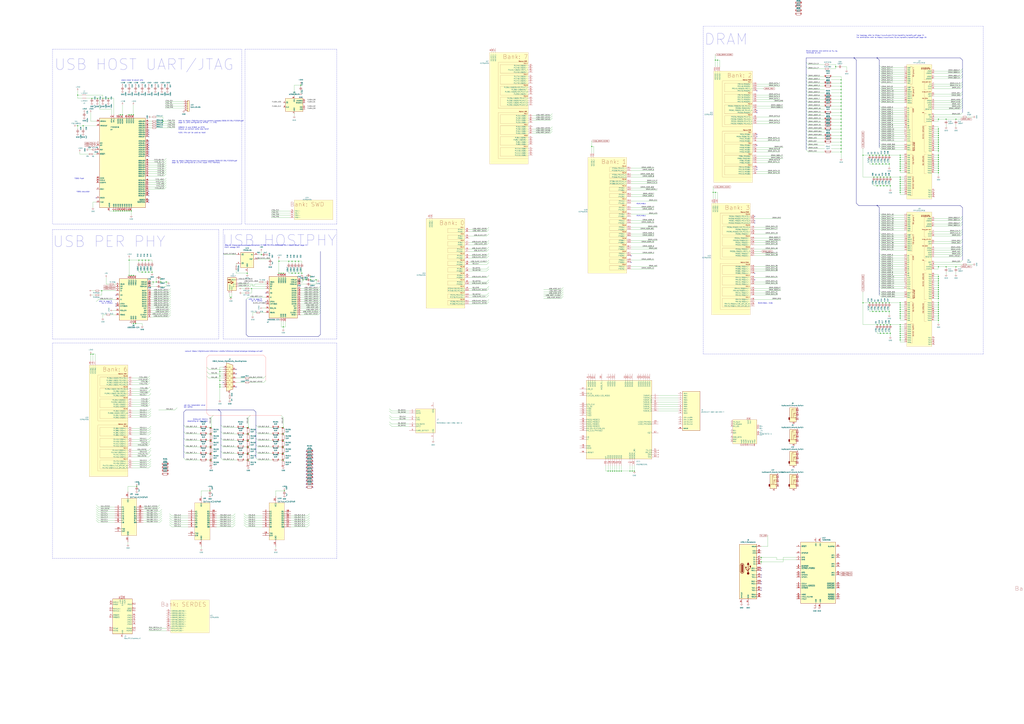
<source format=kicad_sch>
(kicad_sch (version 20211123) (generator eeschema)
  (paper "A0")
  (lib_symbols
    (symbol "1367073-1:1367073-1" (pin_names (offset 0.254))
      (property "Reference" "J" (at 2.54 7.62 0))
      (property "Value" "1367073-1" (at 7.62 2.54 0))
      (symbol "1367073-1_1_1"
        (pin input line (at 20.32 -30.48 90) (length 2.54) (name "VeeT") (number "1"))
        (pin input line (at 15.24 -30.48 90) (length 2.54) (name "VeeR") (number "10"))
        (pin input line (at 12.7 -30.48 90) (length 2.54) (name "VeeR") (number "11"))
        (pin output line (at 27.94 -10.16 0) (length 2.54) (name "RD-") (number "12"))
        (pin output line (at 27.94 -7.62 0) (length 2.54) (name "RD+") (number "13"))
        (pin input line (at 10.16 -30.48 90) (length 2.54) (name "VeeR") (number "14"))
        (pin input line (at 17.78 2.54 270) (length 2.54) (name "VccR") (number "15"))
        (pin input line (at 20.32 2.54 270) (length 2.54) (name "VccT") (number "16"))
        (pin input line (at 22.86 -30.48 90) (length 2.54) (name "VeeT") (number "17"))
        (pin input line (at 27.94 -15.24 0) (length 2.54) (name "TD-") (number "18"))
        (pin input line (at 27.94 -17.78 0) (length 2.54) (name "TD+") (number "19"))
        (pin output line (at -2.54 -2.54 0) (length 2.54) (name "TX_Fault") (number "2"))
        (pin input line (at 17.78 -30.48 90) (length 2.54) (name "VeeT") (number "20"))
        (pin input line (at -2.54 -5.08 0) (length 2.54) (name "TX_Disable") (number "3"))
        (pin input line (at -2.54 -12.7 0) (length 2.54) (name "SCL") (number "4"))
        (pin bidirectional line (at -2.54 -15.24 0) (length 2.54) (name "SDA") (number "5"))
        (pin bidirectional line (at -2.54 -20.32 0) (length 2.54) (name "MOD_DEF0") (number "6"))
        (pin input line (at -2.54 -22.86 0) (length 2.54) (name "RS0") (number "7"))
        (pin output line (at -2.54 -7.62 0) (length 2.54) (name "RX_LOS") (number "8"))
        (pin input line (at -2.54 -25.4 0) (length 2.54) (name "RS1") (number "9"))
        (pin input line (at 25.4 -30.48 90) (length 2.54) (name "CAGE") (number "CAGE"))
      )
    )
    (symbol "ARJM11C7-502-AB-ER2-T:ARJM11C7-502-AB-ER2-T" (pin_names (offset 1.016))
      (property "Reference" "J" (at -10.16 23.622 0))
      (property "Value" "ARJM11C7-502-AB-ER2-T" (at -10.16 -25.4 0))
      (symbol "ARJM11C7-502-AB-ER2-T_0_0"
        (pin passive line (at -15.24 17.78 0) (length 5.08) (name "TRD1+") (number "1"))
        (pin passive line (at -15.24 0 0) (length 5.08) (name "TRD4-") (number "10"))
        (pin passive line (at -15.24 15.24 0) (length 5.08) (name "TRD1-") (number "2"))
        (pin passive line (at -15.24 12.7 0) (length 5.08) (name "TRD2+") (number "3"))
        (pin passive line (at -15.24 10.16 0) (length 5.08) (name "TRD2-") (number "4"))
        (pin passive line (at -15.24 20.32 0) (length 5.08) (name "TRCT1") (number "5"))
        (pin passive line (at -15.24 -2.54 0) (length 5.08) (name "TRCT2") (number "6"))
        (pin passive line (at -15.24 7.62 0) (length 5.08) (name "TRD3+") (number "7"))
        (pin passive line (at -15.24 5.08 0) (length 5.08) (name "TRD3-") (number "8"))
        (pin passive line (at -15.24 2.54 0) (length 5.08) (name "TRD4+") (number "9"))
        (pin passive line (at -15.24 -7.62 0) (length 5.08) (name "LED-L_A_GRN") (number "L1"))
        (pin passive line (at -15.24 -10.16 0) (length 5.08) (name "LED-L_K_GRN") (number "L2"))
        (pin passive line (at -15.24 -12.7 0) (length 5.08) (name "LED-R_A_YLW") (number "L3"))
        (pin passive line (at -15.24 -15.24 0) (length 5.08) (name "LED-R_K_YLW") (number "L4"))
        (pin passive line (at -15.24 -20.32 0) (length 5.08) (name "SHIELD") (number "S1"))
        (pin passive line (at -15.24 -20.32 0) (length 5.08) (name "SHIELD") (number "S2"))
      )
    )
    (symbol "Connector:AudioJack3_Ground_Switch"
      (property "Reference" "J" (at 0 11.43 0))
      (property "Value" "AudioJack3_Ground_Switch" (at 0 8.89 0))
      (symbol "AudioJack3_Ground_Switch_1_1"
        (pin passive line (at 0 -12.7 90) (length 2.54) (name "~") (number "G"))
        (pin passive line (at 5.08 0 180) (length 2.54) (name "~") (number "R"))
        (pin passive line (at 5.08 -2.54 180) (length 2.54) (name "~") (number "RN"))
        (pin passive line (at 5.08 5.08 180) (length 2.54) (name "~") (number "S"))
        (pin passive line (at 5.08 2.54 180) (length 2.54) (name "~") (number "SN"))
        (pin passive line (at 5.08 -5.08 180) (length 2.54) (name "~") (number "T"))
        (pin passive line (at 5.08 -7.62 180) (length 2.54) (name "~") (number "TN"))
      )
    )
    (symbol "Connector:Bus_PCI_Express_x1"
      (property "Reference" "J" (at -8.89 22.86 0))
      (property "Value" "Bus_PCI_Express_x1" (at 12.7 22.86 0))
      (symbol "Bus_PCI_Express_x1_1_1"
        (pin passive line (at -15.24 2.54 0) (length 3.81) (name "~{PRSNT1}") (number "A1"))
        (pin passive line (at 2.54 25.4 270) (length 3.81) hide (name "+3.3V") (number "A10"))
        (pin input line (at 15.24 7.62 180) (length 3.81) (name "~{PERST}") (number "A11"))
        (pin passive line (at 0 -22.86 90) (length 3.81) hide (name "GND") (number "A12"))
        (pin input line (at -15.24 10.16 0) (length 3.81) (name "REFCLK+") (number "A13"))
        (pin input line (at -15.24 7.62 0) (length 3.81) (name "REFCLK-") (number "A14"))
        (pin passive line (at 0 -22.86 90) (length 3.81) hide (name "GND") (number "A15"))
        (pin output line (at 15.24 -12.7 180) (length 3.81) (name "PERp0") (number "A16"))
        (pin output line (at 15.24 -15.24 180) (length 3.81) (name "PERn0") (number "A17"))
        (pin passive line (at 0 -22.86 90) (length 3.81) hide (name "GND") (number "A18"))
        (pin passive line (at -2.54 25.4 270) (length 3.81) hide (name "+12V") (number "A2"))
        (pin passive line (at -2.54 25.4 270) (length 3.81) hide (name "+12V") (number "A3"))
        (pin passive line (at 0 -22.86 90) (length 3.81) hide (name "GND") (number "A4"))
        (pin input line (at 15.24 0 180) (length 3.81) (name "JTAG2") (number "A5"))
        (pin input line (at 15.24 -2.54 180) (length 3.81) (name "JTAG3") (number "A6"))
        (pin output line (at 15.24 -5.08 180) (length 3.81) (name "JTAG4") (number "A7"))
        (pin input line (at 15.24 -7.62 180) (length 3.81) (name "JTAG5") (number "A8"))
        (pin passive line (at 2.54 25.4 270) (length 3.81) hide (name "+3.3V") (number "A9"))
        (pin power_in line (at -2.54 25.4 270) (length 3.81) (name "+12V") (number "B1"))
        (pin power_in line (at 0 25.4 270) (length 3.81) (name "3.3Vaux") (number "B10"))
        (pin open_collector line (at 15.24 10.16 180) (length 3.81) (name "~{WAKE}") (number "B11"))
        (pin passive line (at 15.24 15.24 180) (length 3.81) (name "RSVD") (number "B12"))
        (pin passive line (at 0 -22.86 90) (length 3.81) hide (name "GND") (number "B13"))
        (pin input line (at -15.24 -12.7 0) (length 3.81) (name "PETp0") (number "B14"))
        (pin input line (at -15.24 -15.24 0) (length 3.81) (name "PETn0") (number "B15"))
        (pin passive line (at 0 -22.86 90) (length 3.81) hide (name "GND") (number "B16"))
        (pin passive line (at -15.24 0 0) (length 3.81) (name "~{PRSNT2}") (number "B17"))
        (pin passive line (at 0 -22.86 90) (length 3.81) hide (name "GND") (number "B18"))
        (pin passive line (at -2.54 25.4 270) (length 3.81) hide (name "+12V") (number "B2"))
        (pin passive line (at -2.54 25.4 270) (length 3.81) hide (name "+12V") (number "B3"))
        (pin power_in line (at 0 -22.86 90) (length 3.81) (name "GND") (number "B4"))
        (pin input line (at -15.24 17.78 0) (length 3.81) (name "SMCLK") (number "B5"))
        (pin bidirectional line (at -15.24 15.24 0) (length 3.81) (name "SMDAT") (number "B6"))
        (pin passive line (at 0 -22.86 90) (length 3.81) hide (name "GND") (number "B7"))
        (pin power_in line (at 2.54 25.4 270) (length 3.81) (name "+3.3V") (number "B8"))
        (pin input line (at 15.24 2.54 180) (length 3.81) (name "JTAG1") (number "B9"))
      )
    )
    (symbol "Connector:DB15_Female_HighDensity_MountingHoles" (pin_names (offset 1.016) hide)
      (property "Reference" "J" (at 0 21.59 0))
      (property "Value" "DB15_Female_HighDensity_MountingHoles" (at 0 19.05 0))
      (symbol "DB15_Female_HighDensity_MountingHoles_1_1"
        (pin passive line (at 0 -17.78 90) (length 3.81) (name "~") (number "0"))
        (pin passive line (at -7.62 10.16 0) (length 5.08) (name "~") (number "1"))
        (pin passive line (at -7.62 -7.62 0) (length 5.08) (name "~") (number "10"))
        (pin passive line (at 7.62 10.16 180) (length 5.08) (name "~") (number "11"))
        (pin passive line (at 7.62 5.08 180) (length 5.08) (name "~") (number "12"))
        (pin passive line (at 7.62 0 180) (length 5.08) (name "~") (number "13"))
        (pin passive line (at 7.62 -5.08 180) (length 5.08) (name "~") (number "14"))
        (pin passive line (at 7.62 -10.16 180) (length 5.08) (name "~") (number "15"))
        (pin passive line (at -7.62 5.08 0) (length 5.08) (name "~") (number "2"))
        (pin passive line (at -7.62 0 0) (length 5.08) (name "~") (number "3"))
        (pin passive line (at -7.62 -5.08 0) (length 5.08) (name "~") (number "4"))
        (pin passive line (at -7.62 -10.16 0) (length 5.08) (name "~") (number "5"))
        (pin passive line (at -7.62 12.7 0) (length 5.08) (name "~") (number "6"))
        (pin passive line (at -7.62 7.62 0) (length 5.08) (name "~") (number "7"))
        (pin passive line (at -7.62 2.54 0) (length 5.08) (name "~") (number "8"))
        (pin passive line (at -7.62 -2.54 0) (length 5.08) (name "~") (number "9"))
      )
    )
    (symbol "Connector:TestPoint" (pin_numbers hide) (pin_names (offset 0.762) hide)
      (property "Reference" "TP" (at 0 6.858 0))
      (property "Value" "TestPoint" (at 0 5.08 0))
      (symbol "TestPoint_1_1"
        (pin passive line (at 0 0 90) (length 2.54) (name "1") (number "1"))
      )
    )
    (symbol "Connector:USB_A" (pin_names (offset 1.016))
      (property "Reference" "J" (at -5.08 11.43 0))
      (property "Value" "USB_A" (at -5.08 8.89 0))
      (symbol "USB_A_1_1"
        (pin power_in line (at 7.62 5.08 180) (length 2.54) (name "VBUS") (number "1"))
        (pin bidirectional line (at 7.62 -2.54 180) (length 2.54) (name "D-") (number "2"))
        (pin bidirectional line (at 7.62 0 180) (length 2.54) (name "D+") (number "3"))
        (pin power_in line (at 0 -10.16 90) (length 2.54) (name "GND") (number "4"))
        (pin passive line (at -2.54 -10.16 90) (length 2.54) (name "Shield") (number "5"))
      )
    )
    (symbol "Connector:USB_C_Receptacle" (pin_names (offset 1.016))
      (property "Reference" "J" (at -10.16 29.21 0))
      (property "Value" "USB_C_Receptacle" (at 10.16 29.21 0))
      (symbol "USB_C_Receptacle_1_1"
        (pin passive line (at 0 -40.64 90) (length 5.08) (name "GND") (number "A1"))
        (pin bidirectional line (at 15.24 -15.24 180) (length 5.08) (name "RX2-") (number "A10"))
        (pin bidirectional line (at 15.24 -17.78 180) (length 5.08) (name "RX2+") (number "A11"))
        (pin passive line (at 0 -40.64 90) (length 5.08) hide (name "GND") (number "A12"))
        (pin bidirectional line (at 15.24 -10.16 180) (length 5.08) (name "TX1+") (number "A2"))
        (pin bidirectional line (at 15.24 -7.62 180) (length 5.08) (name "TX1-") (number "A3"))
        (pin passive line (at 15.24 25.4 180) (length 5.08) (name "VBUS") (number "A4"))
        (pin bidirectional line (at 15.24 20.32 180) (length 5.08) (name "CC1") (number "A5"))
        (pin bidirectional line (at 15.24 7.62 180) (length 5.08) (name "D+") (number "A6"))
        (pin bidirectional line (at 15.24 12.7 180) (length 5.08) (name "D-") (number "A7"))
        (pin bidirectional line (at 15.24 -30.48 180) (length 5.08) (name "SBU1") (number "A8"))
        (pin passive line (at 15.24 25.4 180) (length 5.08) hide (name "VBUS") (number "A9"))
        (pin passive line (at 0 -40.64 90) (length 5.08) hide (name "GND") (number "B1"))
        (pin bidirectional line (at 15.24 0 180) (length 5.08) (name "RX1-") (number "B10"))
        (pin bidirectional line (at 15.24 -2.54 180) (length 5.08) (name "RX1+") (number "B11"))
        (pin passive line (at 0 -40.64 90) (length 5.08) hide (name "GND") (number "B12"))
        (pin bidirectional line (at 15.24 -25.4 180) (length 5.08) (name "TX2+") (number "B2"))
        (pin bidirectional line (at 15.24 -22.86 180) (length 5.08) (name "TX2-") (number "B3"))
        (pin passive line (at 15.24 25.4 180) (length 5.08) hide (name "VBUS") (number "B4"))
        (pin bidirectional line (at 15.24 17.78 180) (length 5.08) (name "CC2") (number "B5"))
        (pin bidirectional line (at 15.24 5.08 180) (length 5.08) (name "D+") (number "B6"))
        (pin bidirectional line (at 15.24 10.16 180) (length 5.08) (name "D-") (number "B7"))
        (pin bidirectional line (at 15.24 -33.02 180) (length 5.08) (name "SBU2") (number "B8"))
        (pin passive line (at 15.24 25.4 180) (length 5.08) hide (name "VBUS") (number "B9"))
        (pin passive line (at -7.62 -40.64 90) (length 5.08) (name "SHIELD") (number "S1"))
      )
    )
    (symbol "Connector_Generic:Conn_01x05" (pin_names (offset 1.016) hide)
      (property "Reference" "J" (at 0 7.62 0))
      (property "Value" "Conn_01x05" (at 0 -7.62 0))
      (symbol "Conn_01x05_1_1"
        (pin passive line (at -5.08 5.08 0) (length 3.81) (name "Pin_1") (number "1"))
        (pin passive line (at -5.08 2.54 0) (length 3.81) (name "Pin_2") (number "2"))
        (pin passive line (at -5.08 0 0) (length 3.81) (name "Pin_3") (number "3"))
        (pin passive line (at -5.08 -2.54 0) (length 3.81) (name "Pin_4") (number "4"))
        (pin passive line (at -5.08 -5.08 0) (length 3.81) (name "Pin_5") (number "5"))
      )
    )
    (symbol "Device:C_Small" (pin_numbers hide) (pin_names (offset 0.254) hide)
      (property "Reference" "C" (at 0.254 1.778 0))
      (property "Value" "C_Small" (at 0.254 -2.032 0))
      (symbol "C_Small_1_1"
        (pin passive line (at 0 2.54 270) (length 2.032) (name "~") (number "1"))
        (pin passive line (at 0 -2.54 90) (length 2.032) (name "~") (number "2"))
      )
    )
    (symbol "Device:L_Small" (pin_numbers hide) (pin_names (offset 0.254) hide)
      (property "Reference" "L" (at 0.762 1.016 0))
      (property "Value" "L_Small" (at 0.762 -1.016 0))
      (symbol "L_Small_1_1"
        (pin passive line (at 0 2.54 270) (length 0.508) (name "~") (number "1"))
        (pin passive line (at 0 -2.54 90) (length 0.508) (name "~") (number "2"))
      )
    )
    (symbol "Device:R_Pack04_Split" (pin_names (offset 0) hide)
      (property "Reference" "RN" (at 2.032 0 90))
      (property "Value" "R_Pack04_Split" (at 0 0 90))
      (symbol "R_Pack04_Split_1_1"
        (pin passive line (at 0 -3.81 90) (length 1.27) (name "R1.1") (number "1"))
        (pin passive line (at 0 3.81 270) (length 1.27) (name "R1.2") (number "8"))
      )
      (symbol "R_Pack04_Split_2_1"
        (pin passive line (at 0 -3.81 90) (length 1.27) (name "R2.1") (number "2"))
        (pin passive line (at 0 3.81 270) (length 1.27) (name "R2.2") (number "7"))
      )
      (symbol "R_Pack04_Split_3_1"
        (pin passive line (at 0 -3.81 90) (length 1.27) (name "R3.1") (number "3"))
        (pin passive line (at 0 3.81 270) (length 1.27) (name "R3.2") (number "6"))
      )
      (symbol "R_Pack04_Split_4_1"
        (pin passive line (at 0 -3.81 90) (length 1.27) (name "R4.1") (number "4"))
        (pin passive line (at 0 3.81 270) (length 1.27) (name "R4.2") (number "5"))
      )
    )
    (symbol "Device:R_Small" (pin_numbers hide) (pin_names (offset 0.254) hide)
      (property "Reference" "R" (at 0.762 0.508 0))
      (property "Value" "R_Small" (at 0.762 -1.016 0))
      (symbol "R_Small_1_1"
        (pin passive line (at 0 2.54 270) (length 0.762) (name "~") (number "1"))
        (pin passive line (at 0 -2.54 90) (length 0.762) (name "~") (number "2"))
      )
    )
    (symbol "ECP5UM25:ECP5UM25"
      (property "Reference" "U" (at 0 2 0))
      (property "Value" "ECP5UM25" (at 0 5 0))
      (symbol "ECP5UM25_1_0"
        (text "Bank: 0" (at 15 -5 0) (effects (font (size 5 5))))
        (text "PIO: 11" (at 3 -33.02 0) (effects (font (size 0.8 0.8))))
        (text "PIO: 13" (at 3 -40.64 0) (effects (font (size 0.8 0.8))))
        (text "PIO: 15" (at 3 -48.26 0) (effects (font (size 0.8 0.8))))
        (text "PIO: 18" (at 3 -55.88 0) (effects (font (size 0.8 0.8))))
        (text "PIO: 20" (at 3 -63.5 0) (effects (font (size 0.8 0.8))))
        (text "PIO: 22" (at 3 -71.12 0) (effects (font (size 0.8 0.8))))
        (text "PIO: 24" (at 3 -78.74 0) (effects (font (size 0.8 0.8))))
        (text "PIO: 27" (at 3 -86.36 0) (effects (font (size 0.8 0.8))))
        (text "PIO: 29" (at 3 -93.98 0) (effects (font (size 0.8 0.8))))
        (text "PIO: 4" (at 3 -10.16 0) (effects (font (size 0.8 0.8))))
        (text "PIO: 6" (at 3 -17.78 0) (effects (font (size 0.8 0.8))))
        (text "PIO: 9" (at 3 -25.4 0) (effects (font (size 0.8 0.8))))
        (pin input line (at -5.08 -88.9 0) (length 5.08) (name "PT27A/PCLKT0_1") (number "A10"))
        (pin input line (at -5.08 -91.44 0) (length 5.08) (name "PT27B/PCLKC0_1") (number "A11"))
        (pin input line (at -5.08 -12.7 0) (length 5.08) (name "PT4A/-") (number "A6"))
        (pin input line (at -5.08 -58.42 0) (length 5.08) (name "PT18A/-") (number "A7"))
        (pin input line (at -5.08 -60.96 0) (length 5.08) (name "PT18B/-") (number "A8"))
        (pin input line (at -5.08 -81.28 0) (length 5.08) (name "PT24A/GR_PCLK0_1") (number "A9"))
        (pin input line (at -5.08 -83.82 0) (length 5.08) (name "PT24B/GR_PCLK0_0") (number "B10"))
        (pin input line (at -5.08 -96.52 0) (length 5.08) (name "PT29A/PCLKT0_0") (number "B11"))
        (pin input line (at -5.08 -15.24 0) (length 5.08) (name "PT4B/-") (number "B6"))
        (pin input line (at -5.08 -53.34 0) (length 5.08) (name "PT15B/-") (number "B8"))
        (pin input line (at -5.08 -73.66 0) (length 5.08) (name "PT22A/-") (number "B9"))
        (pin input line (at -5.08 -76.2 0) (length 5.08) (name "PT22B/-") (number "C10"))
        (pin input line (at -5.08 -99.06 0) (length 5.08) (name "PT29B/PCLKC0_0") (number "C11"))
        (pin input line (at -5.08 -35.56 0) (length 5.08) (name "PT11A/-") (number "C6"))
        (pin input line (at -5.08 -38.1 0) (length 5.08) (name "PT11B/-") (number "C7"))
        (pin input line (at -5.08 -50.8 0) (length 5.08) (name "PT15A/-") (number "C8"))
        (pin input line (at -5.08 -22.86 0) (length 5.08) (name "PT6B/-") (number "D6"))
        (pin input line (at -5.08 -30.48 0) (length 5.08) (name "PT9B/-") (number "D7"))
        (pin input line (at -5.08 -45.72 0) (length 5.08) (name "PT13B/-") (number "D8"))
        (pin input line (at -5.08 -66.04 0) (length 5.08) (name "PT20A/-") (number "D9"))
        (pin input line (at -5.08 -20.32 0) (length 5.08) (name "PT6A/-") (number "E6"))
        (pin input line (at -5.08 -27.94 0) (length 5.08) (name "PT9A/-") (number "E7"))
        (pin input line (at -5.08 -43.18 0) (length 5.08) (name "PT13A/-") (number "E8"))
        (pin input line (at -5.08 -68.58 0) (length 5.08) (name "PT20B/-") (number "E9"))
        (pin input line (at 38.1 5.08 270) (length 5.08) (name "VCCIO0/-") (number "F10"))
        (pin input line (at 40.64 5.08 270) (length 5.08) (name "VCCIO0/-") (number "F9"))
      )
      (symbol "ECP5UM25_2_0"
        (text "Bank: 1" (at 15 -5 0) (effects (font (size 5 5))))
        (text "PIO: 33" (at 3 -10.16 0) (effects (font (size 0.8 0.8))))
        (text "PIO: 35" (at 3 -17.78 0) (effects (font (size 0.8 0.8))))
        (text "PIO: 38" (at 3 -25.4 0) (effects (font (size 0.8 0.8))))
        (text "PIO: 40" (at 3 -33.02 0) (effects (font (size 0.8 0.8))))
        (text "PIO: 42" (at 3 -40.64 0) (effects (font (size 0.8 0.8))))
        (text "PIO: 44" (at 3 -48.26 0) (effects (font (size 0.8 0.8))))
        (text "PIO: 47" (at 3 -55.88 0) (effects (font (size 0.8 0.8))))
        (text "PIO: 49" (at 3 -63.5 0) (effects (font (size 0.8 0.8))))
        (text "PIO: 51" (at 3 -71.12 0) (effects (font (size 0.8 0.8))))
        (text "PIO: 53" (at 3 -78.74 0) (effects (font (size 0.8 0.8))))
        (text "PIO: 56" (at 3 -86.36 0) (effects (font (size 0.8 0.8))))
        (text "PIO: 58" (at 3 -93.98 0) (effects (font (size 0.8 0.8))))
        (text "PIO: 60" (at 3 -101.6 0) (effects (font (size 0.8 0.8))))
        (text "PIO: 62" (at 3 -109.22 0) (effects (font (size 0.8 0.8))))
        (text "PIO: 65" (at 3 -116.84 0) (effects (font (size 0.8 0.8))))
        (text "PIO: 67" (at 3 -124.46 0) (effects (font (size 0.8 0.8))))
        (pin input line (at -5.08 -35.56 0) (length 5.08) (name "PT40A/-") (number "A12"))
        (pin input line (at -5.08 -38.1 0) (length 5.08) (name "PT40B/-") (number "A13"))
        (pin input line (at -5.08 -58.42 0) (length 5.08) (name "PT47A/-") (number "A14"))
        (pin input line (at -5.08 -88.9 0) (length 5.08) (name "PT56A/-") (number "A16"))
        (pin input line (at -5.08 -111.76 0) (length 5.08) (name "PT62A/-") (number "A17"))
        (pin input line (at -5.08 -119.38 0) (length 5.08) (name "PT65A/-") (number "A18"))
        (pin input line (at -5.08 -127 0) (length 5.08) (name "PT67A/-") (number "A19"))
        (pin input line (at -5.08 -20.32 0) (length 5.08) (name "PT35A/PCLKT1_0") (number "B12"))
        (pin input line (at -5.08 -43.18 0) (length 5.08) (name "PT42A/-") (number "B13"))
        (pin input line (at -5.08 -73.66 0) (length 5.08) (name "PT51A/-") (number "B15"))
        (pin input line (at -5.08 -91.44 0) (length 5.08) (name "PT56B/-") (number "B16"))
        (pin input line (at -5.08 -104.14 0) (length 5.08) (name "PT60A/-") (number "B17"))
        (pin input line (at -5.08 -114.3 0) (length 5.08) (name "PT62B/-") (number "B18"))
        (pin input line (at -5.08 -121.92 0) (length 5.08) (name "PT65B/-") (number "B19"))
        (pin input line (at -5.08 -129.54 0) (length 5.08) (name "PT67B/-") (number "B20"))
        (pin input line (at -5.08 -22.86 0) (length 5.08) (name "PT35B/PCLKC1_0") (number "C12"))
        (pin input line (at -5.08 -45.72 0) (length 5.08) (name "PT42B/-") (number "C13"))
        (pin input line (at -5.08 -60.96 0) (length 5.08) (name "PT47B/-") (number "C14"))
        (pin input line (at -5.08 -76.2 0) (length 5.08) (name "PT51B/-") (number "C15"))
        (pin input line (at -5.08 -96.52 0) (length 5.08) (name "PT58A/-") (number "C16"))
        (pin input line (at -5.08 -106.68 0) (length 5.08) (name "PT60B/-") (number "C17"))
        (pin input line (at -5.08 -12.7 0) (length 5.08) (name "PT33A/PCLKT1_1") (number "D11"))
        (pin input line (at -5.08 -27.94 0) (length 5.08) (name "PT38A/GR_PCLK1_0") (number "D12"))
        (pin input line (at -5.08 -50.8 0) (length 5.08) (name "PT44A/-") (number "D13"))
        (pin input line (at -5.08 -66.04 0) (length 5.08) (name "PT49A/-") (number "D14"))
        (pin input line (at -5.08 -81.28 0) (length 5.08) (name "PT53A/-") (number "D15"))
        (pin input line (at -5.08 -99.06 0) (length 5.08) (name "PT58B/-") (number "D16"))
        (pin input line (at -5.08 -15.24 0) (length 5.08) (name "PT33B/PCLKC1_1") (number "E11"))
        (pin input line (at -5.08 -30.48 0) (length 5.08) (name "PT38B/GR_PCLK1_1") (number "E12"))
        (pin input line (at -5.08 -53.34 0) (length 5.08) (name "PT44B/-") (number "E13"))
        (pin input line (at -5.08 -68.58 0) (length 5.08) (name "PT49B/-") (number "E14"))
        (pin input line (at -5.08 -83.82 0) (length 5.08) (name "PT53B/-") (number "E15"))
        (pin input line (at 40.64 5.08 270) (length 5.08) (name "VCCIO1/-") (number "F11"))
        (pin input line (at 38.1 5.08 270) (length 5.08) (name "VCCIO1/-") (number "F12"))
      )
      (symbol "ECP5UM25_3_0"
        (text "Bank: 2" (at 15 -5 0) (effects (font (size 5 5))))
        (text "DQgroup: RDQ20" (at 6.35 -10.16 0) (effects (font (size 0.8 0.8))))
        (text "DQgroup: RDQ8" (at 6.35 -68.58 0) (effects (font (size 0.8 0.8))))
        (text "PIO: 11" (at 3 -109.22 0) (effects (font (size 0.8 0.8))))
        (text "PIO: 14" (at 3 -12.7 0) (effects (font (size 0.8 0.8))))
        (text "PIO: 17" (at 3 -25.4 0) (effects (font (size 0.8 0.8))))
        (text "PIO: 2" (at 3 -71.12 0) (effects (font (size 0.8 0.8))))
        (text "PIO: 20" (at 3 -38.1 0) (effects (font (size 0.8 0.8))))
        (text "PIO: 23" (at 3 -50.8 0) (effects (font (size 0.8 0.8))))
        (text "PIO: 5" (at 3 -83.82 0) (effects (font (size 0.8 0.8))))
        (text "PIO: 8" (at 3 -96.52 0) (effects (font (size 0.8 0.8))))
        (pin input line (at -5.08 -73.66 0) (length 5.08) (name "PR2A/RDQ8/-") (number "C18"))
        (pin input line (at -5.08 -15.24 0) (length 5.08) (name "PR14A/RDQ20/-") (number "C20"))
        (pin input line (at -5.08 -76.2 0) (length 5.08) (name "PR2B/RDQ8/S0_IN") (number "D17"))
        (pin input line (at -5.08 -86.36 0) (length 5.08) (name "PR5A/RDQ8/-") (number "D18"))
        (pin input line (at -5.08 -17.78 0) (length 5.08) (name "PR14B/RDQ20/-") (number "D19"))
        (pin input line (at -5.08 -20.32 0) (length 5.08) (name "PR14C/RDQ20/VREF1_2") (number "D20"))
        (pin input line (at -5.08 -78.74 0) (length 5.08) (name "PR2C/RDQ8/-") (number "E16"))
        (pin input line (at -5.08 -88.9 0) (length 5.08) (name "PR5B/RDQ8/-") (number "E17"))
        (pin input line (at -5.08 -91.44 0) (length 5.08) (name "PR5C/RDQ8/-") (number "E18"))
        (pin input line (at -5.08 -22.86 0) (length 5.08) (name "PR14D/RDQ20/-") (number "E19"))
        (pin input line (at -5.08 -27.94 0) (length 5.08) (name "PR17A/RDQ20/-") (number "E20"))
        (pin input line (at -5.08 -81.28 0) (length 5.08) (name "PR2D/RDQ8/-") (number "F16"))
        (pin input line (at -5.08 -99.06 0) (length 5.08) (name "PR8A/RDQS8/-") (number "F17"))
        (pin input line (at -5.08 -93.98 0) (length 5.08) (name "PR5D/RDQ8/-") (number "F18"))
        (pin input line (at -5.08 -30.48 0) (length 5.08) (name "PR17B/RDQ20/-") (number "F19"))
        (pin input line (at -5.08 -33.02 0) (length 5.08) (name "PR17C/RDQ20/-") (number "F20"))
        (pin input line (at -5.08 -104.14 0) (length 5.08) (name "PR8C/RDQ8/-") (number "G16"))
        (pin input line (at -5.08 -101.6 0) (length 5.08) (name "PR8B/RDQSN8/-") (number "G18"))
        (pin input line (at -5.08 -40.64 0) (length 5.08) (name "PR20A/RDQS20/GR_PCLK2_1") (number "G19"))
        (pin input line (at -5.08 -35.56 0) (length 5.08) (name "PR17D/RDQ20/-") (number "G20"))
        (pin input line (at 43.18 5.08 270) (length 5.08) (name "VCCIO2/-") (number "H14"))
        (pin input line (at 38.1 5.08 270) (length 5.08) (name "VCCIO2/-") (number "H15"))
        (pin input line (at -5.08 -106.68 0) (length 5.08) (name "PR8D/RDQ8/-") (number "H16"))
        (pin input line (at -5.08 -114.3 0) (length 5.08) (name "PR11B/RDQ8/-") (number "H17"))
        (pin input line (at -5.08 -111.76 0) (length 5.08) (name "PR11A/RDQ8/-") (number "H18"))
        (pin input line (at -5.08 -43.18 0) (length 5.08) (name "PR20B/RDQSN20/-") (number "H20"))
        (pin input line (at 40.64 5.08 270) (length 5.08) (name "VCCIO2/-") (number "J15"))
        (pin input line (at -5.08 -119.38 0) (length 5.08) (name "PR11D/RDQ8/-") (number "J16"))
        (pin input line (at -5.08 -116.84 0) (length 5.08) (name "PR11C/RDQ8/-") (number "J17"))
        (pin input line (at -5.08 -45.72 0) (length 5.08) (name "PR20C/RDQ20/GR_PCLK2_0") (number "J18"))
        (pin input line (at -5.08 -53.34 0) (length 5.08) (name "PR23A/RDQ20/PCLKT2_1") (number "J19"))
        (pin input line (at -5.08 -58.42 0) (length 5.08) (name "PR23C/RDQ20/PCLKT2_0") (number "J20"))
        (pin input line (at -5.08 -48.26 0) (length 5.08) (name "PR20D/RDQ20/-") (number "K18"))
        (pin input line (at -5.08 -55.88 0) (length 5.08) (name "PR23B/RDQ20/PCLKC2_1") (number "K19"))
        (pin input line (at -5.08 -60.96 0) (length 5.08) (name "PR23D/RDQ20/PCLKC2_0") (number "K20"))
      )
      (symbol "ECP5UM25_4_0"
        (text "Bank: 3" (at 15 -5 0) (effects (font (size 5 5))))
        (text "DQgroup: RDQ32" (at 6.35 -10.16 0) (effects (font (size 0.8 0.8))))
        (text "DQgroup: RDQ44" (at 6.35 -68.58 0) (effects (font (size 0.8 0.8))))
        (text "PIO: 26" (at 3 -12.7 0) (effects (font (size 0.8 0.8))))
        (text "PIO: 29" (at 3 -25.4 0) (effects (font (size 0.8 0.8))))
        (text "PIO: 32" (at 3 -38.1 0) (effects (font (size 0.8 0.8))))
        (text "PIO: 35" (at 3 -50.8 0) (effects (font (size 0.8 0.8))))
        (text "PIO: 38" (at 3 -71.12 0) (effects (font (size 0.8 0.8))))
        (text "PIO: 41" (at 3 -83.82 0) (effects (font (size 0.8 0.8))))
        (text "PIO: 44" (at 3 -96.52 0) (effects (font (size 0.8 0.8))))
        (text "PIO: 47" (at 3 -109.22 0) (effects (font (size 0.8 0.8))))
        (pin input line (at 43.18 5.08 270) (length 5.08) (name "VCCIO3/-") (number "L14"))
        (pin input line (at 38.1 5.08 270) (length 5.08) (name "VCCIO3/-") (number "L15"))
        (pin input line (at -5.08 -27.94 0) (length 5.08) (name "PR29A/RDQ32/GR_PCLK3_0") (number "L16"))
        (pin input line (at -5.08 -30.48 0) (length 5.08) (name "PR29B/RDQ32/-") (number "L17"))
        (pin input line (at -5.08 -33.02 0) (length 5.08) (name "PR29C/RDQ32/GR_PCLK3_1") (number "L18"))
        (pin input line (at -5.08 -20.32 0) (length 5.08) (name "PR26C/RDQ32/PCLKT3_0") (number "L19"))
        (pin input line (at -5.08 -15.24 0) (length 5.08) (name "PR26A/RDQ32/PCLKT3_1") (number "L20"))
        (pin input line (at 40.64 5.08 270) (length 5.08) (name "VCCIO3/-") (number "M15"))
        (pin input line (at -5.08 -43.18 0) (length 5.08) (name "PR32B/RDQSN32/-") (number "M17"))
        (pin input line (at -5.08 -35.56 0) (length 5.08) (name "PR29D/RDQ32/-") (number "M18"))
        (pin input line (at -5.08 -22.86 0) (length 5.08) (name "PR26D/RDQ32/PCLKC3_0") (number "M19"))
        (pin input line (at -5.08 -17.78 0) (length 5.08) (name "PR26B/RDQ32/PCLKC3_1") (number "M20"))
        (pin input line (at -5.08 -40.64 0) (length 5.08) (name "PR32A/RDQS32/-") (number "N16"))
        (pin input line (at -5.08 -53.34 0) (length 5.08) (name "PR35A/RDQ32/-") (number "N17"))
        (pin input line (at -5.08 -45.72 0) (length 5.08) (name "PR32C/RDQ32/-") (number "N18"))
        (pin input line (at -5.08 -73.66 0) (length 5.08) (name "PR38A/RDQ44/-") (number "N19"))
        (pin input line (at -5.08 -76.2 0) (length 5.08) (name "PR38B/RDQ44/-") (number "N20"))
        (pin input line (at -5.08 -55.88 0) (length 5.08) (name "PR35B/RDQ32/VREF1_3") (number "P16"))
        (pin input line (at -5.08 -48.26 0) (length 5.08) (name "PR32D/RDQ32/-") (number "P17"))
        (pin input line (at -5.08 -81.28 0) (length 5.08) (name "PR38D/RDQ44/-") (number "P18"))
        (pin input line (at -5.08 -78.74 0) (length 5.08) (name "PR38C/RDQ44/-") (number "P19"))
        (pin input line (at -5.08 -86.36 0) (length 5.08) (name "PR41A/RDQ44/-") (number "P20"))
        (pin input line (at -5.08 -58.42 0) (length 5.08) (name "PR35C/RDQ32/-") (number "R16"))
        (pin input line (at -5.08 -60.96 0) (length 5.08) (name "PR35D/RDQ32/-") (number "R17"))
        (pin input line (at -5.08 -101.6 0) (length 5.08) (name "PR44B/RDQSN44/-") (number "R18"))
        (pin input line (at -5.08 -88.9 0) (length 5.08) (name "PR41B/RDQ44/-") (number "R20"))
        (pin input line (at -5.08 -119.38 0) (length 5.08) (name "PR47D/RDQ44/LRC_GPLL0C_IN") (number "T17"))
        (pin input line (at -5.08 -106.68 0) (length 5.08) (name "PR44D/RDQ44/-") (number "T18"))
        (pin input line (at -5.08 -99.06 0) (length 5.08) (name "PR44A/RDQS44/-") (number "T19"))
        (pin input line (at -5.08 -91.44 0) (length 5.08) (name "PR41C/RDQ44/-") (number "T20"))
        (pin input line (at -5.08 -116.84 0) (length 5.08) (name "PR47C/RDQ44/LRC_GPLL0T_IN") (number "U16"))
        (pin input line (at -5.08 -114.3 0) (length 5.08) (name "PR47B/RDQ44/-") (number "U17"))
        (pin input line (at -5.08 -111.76 0) (length 5.08) (name "PR47A/RDQ44/-") (number "U18"))
        (pin input line (at -5.08 -104.14 0) (length 5.08) (name "PR44C/RDQ44/-") (number "U19"))
        (pin input line (at -5.08 -93.98 0) (length 5.08) (name "PR41D/RDQ44/-") (number "U20"))
      )
      (symbol "ECP5UM25_5_0"
        (text "Bank: 6" (at 15 -5 0) (effects (font (size 5 5))))
        (text "DQgroup: LDQ32" (at 6.35 -10.16 0) (effects (font (size 0.8 0.8))))
        (text "DQgroup: LDQ44" (at 6.35 -68.58 0) (effects (font (size 0.8 0.8))))
        (text "PIO: 26" (at 3 -12.7 0) (effects (font (size 0.8 0.8))))
        (text "PIO: 29" (at 3 -25.4 0) (effects (font (size 0.8 0.8))))
        (text "PIO: 32" (at 3 -38.1 0) (effects (font (size 0.8 0.8))))
        (text "PIO: 35" (at 3 -50.8 0) (effects (font (size 0.8 0.8))))
        (text "PIO: 38" (at 3 -71.12 0) (effects (font (size 0.8 0.8))))
        (text "PIO: 41" (at 3 -83.82 0) (effects (font (size 0.8 0.8))))
        (text "PIO: 44" (at 3 -96.52 0) (effects (font (size 0.8 0.8))))
        (text "PIO: 47" (at 3 -109.22 0) (effects (font (size 0.8 0.8))))
        (pin input line (at -5.08 -17.78 0) (length 5.08) (name "PL26B/LDQ32/PCLKC6_1") (number "F1"))
        (pin input line (at -5.08 -22.86 0) (length 5.08) (name "PL26D/LDQ32/PCLKC6_0") (number "G1"))
        (pin input line (at -5.08 -15.24 0) (length 5.08) (name "PL26A/LDQ32/PCLKT6_1") (number "G2"))
        (pin input line (at -5.08 -45.72 0) (length 5.08) (name "PL32C/LDQ32/-") (number "H1"))
        (pin input line (at -5.08 -20.32 0) (length 5.08) (name "PL26C/LDQ32/PCLKT6_0") (number "H2"))
        (pin input line (at -5.08 -43.18 0) (length 5.08) (name "PL32B/LDQSN32/-") (number "J1"))
        (pin input line (at -5.08 -33.02 0) (length 5.08) (name "PL29C/LDQ32/GR_PCLK6_1") (number "J3"))
        (pin input line (at -5.08 -27.94 0) (length 5.08) (name "PL29A/LDQ32/GR_PCLK6_0") (number "J4"))
        (pin input line (at -5.08 -30.48 0) (length 5.08) (name "PL29B/LDQ32/-") (number "J5"))
        (pin input line (at -5.08 -48.26 0) (length 5.08) (name "PL32D/LDQ32/-") (number "K1"))
        (pin input line (at -5.08 -40.64 0) (length 5.08) (name "PL32A/LDQS32/-") (number "K2"))
        (pin input line (at -5.08 -35.56 0) (length 5.08) (name "PL29D/LDQ32/-") (number "K3"))
        (pin input line (at -5.08 -53.34 0) (length 5.08) (name "PL35A/LDQ32/-") (number "K4"))
        (pin input line (at -5.08 -55.88 0) (length 5.08) (name "PL35B/LDQ32/VREF1_6") (number "K5"))
        (pin input line (at -5.08 -104.14 0) (length 5.08) (name "PL44C/LDQ44/-") (number "L1"))
        (pin input line (at -5.08 -93.98 0) (length 5.08) (name "PL41D/LDQ44/-") (number "L2"))
        (pin input line (at -5.08 -91.44 0) (length 5.08) (name "PL41C/LDQ44/-") (number "L3"))
        (pin input line (at -5.08 -58.42 0) (length 5.08) (name "PL35C/LDQ32/-") (number "L4"))
        (pin input line (at -5.08 -60.96 0) (length 5.08) (name "PL35D/LDQ32/-") (number "L5"))
        (pin input line (at 40.64 5.08 270) (length 5.08) (name "VCCIO6/-") (number "L6"))
        (pin input line (at 38.1 5.08 270) (length 5.08) (name "VCCIO6/-") (number "L7"))
        (pin input line (at -5.08 -101.6 0) (length 5.08) (name "PL44B/LDQSN44/-") (number "M1"))
        (pin input line (at -5.08 -88.9 0) (length 5.08) (name "PL41B/LDQ44/-") (number "M3"))
        (pin input line (at -5.08 -73.66 0) (length 5.08) (name "PL38A/LDQ44/-") (number "M4"))
        (pin input line (at 43.18 5.08 270) (length 5.08) (name "VCCIO6/-") (number "M6"))
        (pin input line (at -5.08 -106.68 0) (length 5.08) (name "PL44D/LDQ44/-") (number "N1"))
        (pin input line (at -5.08 -99.06 0) (length 5.08) (name "PL44A/LDQS44/-") (number "N2"))
        (pin input line (at -5.08 -86.36 0) (length 5.08) (name "PL41A/LDQ44/-") (number "N3"))
        (pin input line (at -5.08 -78.74 0) (length 5.08) (name "PL38C/LDQ44/-") (number "N4"))
        (pin input line (at -5.08 -76.2 0) (length 5.08) (name "PL38B/LDQ44/-") (number "N5"))
        (pin input line (at -5.08 -111.76 0) (length 5.08) (name "PL47A/LDQ44/-") (number "P1"))
        (pin input line (at -5.08 -114.3 0) (length 5.08) (name "PL47B/LDQ44/-") (number "P2"))
        (pin input line (at -5.08 -116.84 0) (length 5.08) (name "PL47C/LDQ44/LLC_GPLL0T_IN") (number "P3"))
        (pin input line (at -5.08 -119.38 0) (length 5.08) (name "PL47D/LDQ44/LLC_GPLL0C_IN") (number "P4"))
        (pin input line (at -5.08 -81.28 0) (length 5.08) (name "PL38D/LDQ44/-") (number "P5"))
      )
      (symbol "ECP5UM25_6_0"
        (text "Bank: 7" (at 15 -5 0) (effects (font (size 5 5))))
        (text "DQgroup: LDQ20" (at 6.35 -10.16 0) (effects (font (size 0.8 0.8))))
        (text "DQgroup: LDQ8" (at 6.35 -68.58 0) (effects (font (size 0.8 0.8))))
        (text "PIO: 11" (at 3 -109.22 0) (effects (font (size 0.8 0.8))))
        (text "PIO: 14" (at 3 -12.7 0) (effects (font (size 0.8 0.8))))
        (text "PIO: 17" (at 3 -25.4 0) (effects (font (size 0.8 0.8))))
        (text "PIO: 2" (at 3 -71.12 0) (effects (font (size 0.8 0.8))))
        (text "PIO: 20" (at 3 -38.1 0) (effects (font (size 0.8 0.8))))
        (text "PIO: 23" (at 3 -50.8 0) (effects (font (size 0.8 0.8))))
        (text "PIO: 5" (at 3 -83.82 0) (effects (font (size 0.8 0.8))))
        (text "PIO: 8" (at 3 -96.52 0) (effects (font (size 0.8 0.8))))
        (pin input line (at -5.08 -15.24 0) (length 5.08) (name "PL14A/LDQ20/-") (number "A2"))
        (pin input line (at -5.08 -91.44 0) (length 5.08) (name "PL5C/LDQ8/-") (number "A3"))
        (pin input line (at -5.08 -73.66 0) (length 5.08) (name "PL2A/LDQ8/-") (number "A4"))
        (pin input line (at -5.08 -76.2 0) (length 5.08) (name "PL2B/LDQ8/-") (number "A5"))
        (pin input line (at -5.08 -17.78 0) (length 5.08) (name "PL14B/LDQ20/-") (number "B1"))
        (pin input line (at -5.08 -20.32 0) (length 5.08) (name "PL14C/LDQ20/VREF1_7") (number "B2"))
        (pin input line (at -5.08 -93.98 0) (length 5.08) (name "PL5D/LDQ8/-") (number "B3"))
        (pin input line (at -5.08 -88.9 0) (length 5.08) (name "PL5B/LDQ8/-") (number "B4"))
        (pin input line (at -5.08 -78.74 0) (length 5.08) (name "PL2C/LDQ8/-") (number "B5"))
        (pin input line (at -5.08 -27.94 0) (length 5.08) (name "PL17A/LDQ20/-") (number "C1"))
        (pin input line (at -5.08 -22.86 0) (length 5.08) (name "PL14D/LDQ20/-") (number "C2"))
        (pin input line (at -5.08 -104.14 0) (length 5.08) (name "PL8C/LDQ8/-") (number "C3"))
        (pin input line (at -5.08 -86.36 0) (length 5.08) (name "PL5A/LDQ8/-") (number "C4"))
        (pin input line (at -5.08 -81.28 0) (length 5.08) (name "PL2D/LDQ8/-") (number "C5"))
        (pin input line (at -5.08 -30.48 0) (length 5.08) (name "PL17B/LDQ20/-") (number "D1"))
        (pin input line (at -5.08 -33.02 0) (length 5.08) (name "PL17C/LDQ20/-") (number "D2"))
        (pin input line (at -5.08 -106.68 0) (length 5.08) (name "PL8D/LDQ8/-") (number "D3"))
        (pin input line (at -5.08 -101.6 0) (length 5.08) (name "PL8B/LDQSN8/-") (number "D5"))
        (pin input line (at -5.08 -35.56 0) (length 5.08) (name "PL17D/LDQ20/-") (number "E1"))
        (pin input line (at -5.08 -60.96 0) (length 5.08) (name "PL23D/LDQ20/PCLKC7_0") (number "E2"))
        (pin input line (at -5.08 -114.3 0) (length 5.08) (name "PL11B/LDQ8/-") (number "E3"))
        (pin input line (at -5.08 -99.06 0) (length 5.08) (name "PL8A/LDQS8/-") (number "E4"))
        (pin input line (at -5.08 -116.84 0) (length 5.08) (name "PL11C/LDQ8/-") (number "E5"))
        (pin input line (at -5.08 -58.42 0) (length 5.08) (name "PL23C/LDQ20/PCLKT7_0") (number "F2"))
        (pin input line (at -5.08 -55.88 0) (length 5.08) (name "PL23B/LDQ20/PCLKC7_1") (number "F3"))
        (pin input line (at -5.08 -111.76 0) (length 5.08) (name "PL11A/LDQ8/-") (number "F4"))
        (pin input line (at -5.08 -119.38 0) (length 5.08) (name "PL11D/LDQ8/-") (number "F5"))
        (pin input line (at -5.08 -53.34 0) (length 5.08) (name "PL23A/LDQ20/PCLKT7_1") (number "G3"))
        (pin input line (at -5.08 -43.18 0) (length 5.08) (name "PL20B/LDQSN20/-") (number "G5"))
        (pin input line (at -5.08 -48.26 0) (length 5.08) (name "PL20D/LDQ20/-") (number "H3"))
        (pin input line (at -5.08 -40.64 0) (length 5.08) (name "PL20A/LDQS20/GR_PCLK7_1") (number "H4"))
        (pin input line (at -5.08 -45.72 0) (length 5.08) (name "PL20C/LDQ20/GR_PCLK7_0") (number "H5"))
        (pin input line (at 40.64 5.08 270) (length 5.08) (name "VCCIO7/-") (number "H6"))
        (pin input line (at 38.1 5.08 270) (length 5.08) (name "VCCIO7/-") (number "H7"))
        (pin input line (at 43.18 5.08 270) (length 5.08) (name "VCCIO7/-") (number "J6"))
      )
      (symbol "ECP5UM25_7_0"
        (text "Bank: 8" (at 15 -5 0) (effects (font (size 5 5))))
      )
      (symbol "ECP5UM25_8_0"
        (text "Bank: SWD" (at 15 -5 0) (effects (font (size 5 5))))
        (pin input line (at -5.08 -15.24 0) (length 5.08) (name "TDI/-") (number "R5"))
        (pin input line (at -5.08 -12.7 0) (length 5.08) (name "TCK/-") (number "T5"))
        (pin input line (at -5.08 -20.32 0) (length 5.08) (name "TMS/-") (number "U5"))
        (pin input line (at -5.08 -17.78 0) (length 5.08) (name "TDO/-") (number "V4"))
      )
      (symbol "ECP5UM25_9_0"
        (text "Bank: SERDES" (at 15 -5 0) (effects (font (size 5 5))))
        (pin input line (at -5.08 -27.94 0) (length 5.08) (name "HDTXP0_D0CH0/-") (number "W4"))
        (pin input line (at -5.08 -22.86 0) (length 5.08) (name "HDTXN0_D0CH0/-") (number "W5"))
        (pin input line (at -5.08 -30.48 0) (length 5.08) (name "HDTXP0_D0CH1/-") (number "W8"))
        (pin input line (at -5.08 -25.4 0) (length 5.08) (name "HDTXN0_D0CH1/-") (number "W9"))
        (pin input line (at -5.08 -35.56 0) (length 5.08) (name "REFCLKP_D0/-") (number "Y11"))
        (pin input line (at -5.08 -33.02 0) (length 5.08) (name "REFCLKN_D0/-") (number "Y12"))
        (pin input line (at -5.08 -17.78 0) (length 5.08) (name "HDRXP0_D0CH0/-") (number "Y5"))
        (pin input line (at -5.08 -12.7 0) (length 5.08) (name "HDRXN0_D0CH0/-") (number "Y6"))
        (pin input line (at -5.08 -20.32 0) (length 5.08) (name "HDRXP0_D0CH1/-") (number "Y7"))
        (pin input line (at -5.08 -15.24 0) (length 5.08) (name "HDRXN0_D0CH1/-") (number "Y8"))
      )
      (symbol "ECP5UM25_10_0"
        (text "Bank: Power" (at 15 -5 0) (effects (font (size 5 5))))
        (pin input line (at -5.08 -233.68 0) (length 5.08) (name "NC/-") (number "A15"))
        (pin input line (at -5.08 -12.7 0) (length 5.08) (name "GND/-") (number "B14"))
        (pin input line (at -5.08 -15.24 0) (length 5.08) (name "GND/-") (number "B7"))
        (pin input line (at -5.08 -17.78 0) (length 5.08) (name "GND/-") (number "C19"))
        (pin input line (at -5.08 -236.22 0) (length 5.08) (name "NC/-") (number "C9"))
        (pin input line (at -5.08 -238.76 0) (length 5.08) (name "NC/-") (number "D10"))
        (pin input line (at -5.08 -20.32 0) (length 5.08) (name "GND/-") (number "D4"))
        (pin input line (at -5.08 -241.3 0) (length 5.08) (name "NC/-") (number "E10"))
        (pin input line (at -5.08 -22.86 0) (length 5.08) (name "GND/-") (number "F13"))
        (pin input line (at -5.08 -25.4 0) (length 5.08) (name "GND/-") (number "F14"))
        (pin input line (at -5.08 -381 0) (length 5.08) (name "VCCAUX/-") (number "F15"))
        (pin input line (at -5.08 -383.54 0) (length 5.08) (name "VCCAUX/-") (number "F6"))
        (pin input line (at -5.08 -27.94 0) (length 5.08) (name "GND/-") (number "F7"))
        (pin input line (at -5.08 -30.48 0) (length 5.08) (name "GND/-") (number "F8"))
        (pin input line (at -5.08 -33.02 0) (length 5.08) (name "GND/-") (number "G10"))
        (pin input line (at -5.08 -35.56 0) (length 5.08) (name "GND/-") (number "G11"))
        (pin input line (at -5.08 -38.1 0) (length 5.08) (name "GND/-") (number "G12"))
        (pin input line (at -5.08 -40.64 0) (length 5.08) (name "GND/-") (number "G13"))
        (pin input line (at -5.08 -43.18 0) (length 5.08) (name "GND/-") (number "G14"))
        (pin input line (at -5.08 -45.72 0) (length 5.08) (name "GND/-") (number "G15"))
        (pin input line (at -5.08 -48.26 0) (length 5.08) (name "GND/-") (number "G17"))
        (pin input line (at -5.08 -50.8 0) (length 5.08) (name "GND/-") (number "G4"))
        (pin input line (at -5.08 -53.34 0) (length 5.08) (name "GND/-") (number "G6"))
        (pin input line (at -5.08 -55.88 0) (length 5.08) (name "GND/-") (number "G7"))
        (pin input line (at -5.08 -58.42 0) (length 5.08) (name "GND/-") (number "G8"))
        (pin input line (at -5.08 -60.96 0) (length 5.08) (name "GND/-") (number "G9"))
        (pin input line (at -5.08 -314.96 0) (length 5.08) (name "VCC/-") (number "H10"))
        (pin input line (at -5.08 -317.5 0) (length 5.08) (name "VCC/-") (number "H11"))
        (pin input line (at -5.08 -320.04 0) (length 5.08) (name "VCC/-") (number "H12"))
        (pin input line (at -5.08 -322.58 0) (length 5.08) (name "VCC/-") (number "H13"))
        (pin input line (at -5.08 -63.5 0) (length 5.08) (name "GND/-") (number "H19"))
        (pin input line (at -5.08 -325.12 0) (length 5.08) (name "VCC/-") (number "H8"))
        (pin input line (at -5.08 -327.66 0) (length 5.08) (name "VCC/-") (number "H9"))
        (pin input line (at -5.08 -66.04 0) (length 5.08) (name "GND/-") (number "J10"))
        (pin input line (at -5.08 -68.58 0) (length 5.08) (name "GND/-") (number "J11"))
        (pin input line (at -5.08 -71.12 0) (length 5.08) (name "GND/-") (number "J12"))
        (pin input line (at -5.08 -330.2 0) (length 5.08) (name "VCC/-") (number "J13"))
        (pin input line (at -5.08 -73.66 0) (length 5.08) (name "GND/-") (number "J14"))
        (pin input line (at -5.08 -76.2 0) (length 5.08) (name "GND/-") (number "J2"))
        (pin input line (at -5.08 -78.74 0) (length 5.08) (name "GND/-") (number "J7"))
        (pin input line (at -5.08 -332.74 0) (length 5.08) (name "VCC/-") (number "J8"))
        (pin input line (at -5.08 -81.28 0) (length 5.08) (name "GND/-") (number "J9"))
        (pin input line (at -5.08 -83.82 0) (length 5.08) (name "GND/-") (number "K10"))
        (pin input line (at -5.08 -86.36 0) (length 5.08) (name "GND/-") (number "K11"))
        (pin input line (at -5.08 -88.9 0) (length 5.08) (name "GND/-") (number "K12"))
        (pin input line (at -5.08 -335.28 0) (length 5.08) (name "VCC/-") (number "K13"))
        (pin input line (at -5.08 -91.44 0) (length 5.08) (name "GND/-") (number "K14"))
        (pin input line (at -5.08 -93.98 0) (length 5.08) (name "GND/-") (number "K15"))
        (pin input line (at -5.08 -243.84 0) (length 5.08) (name "NC/-") (number "K16"))
        (pin input line (at -5.08 -246.38 0) (length 5.08) (name "NC/-") (number "K17"))
        (pin input line (at -5.08 -96.52 0) (length 5.08) (name "GND/-") (number "K6"))
        (pin input line (at -5.08 -99.06 0) (length 5.08) (name "GND/-") (number "K7"))
        (pin input line (at -5.08 -337.82 0) (length 5.08) (name "VCC/-") (number "K8"))
        (pin input line (at -5.08 -101.6 0) (length 5.08) (name "GND/-") (number "K9"))
        (pin input line (at -5.08 -104.14 0) (length 5.08) (name "GND/-") (number "L10"))
        (pin input line (at -5.08 -106.68 0) (length 5.08) (name "GND/-") (number "L11"))
        (pin input line (at -5.08 -109.22 0) (length 5.08) (name "GND/-") (number "L12"))
        (pin input line (at -5.08 -340.36 0) (length 5.08) (name "VCC/-") (number "L13"))
        (pin input line (at -5.08 -342.9 0) (length 5.08) (name "VCC/-") (number "L8"))
        (pin input line (at -5.08 -111.76 0) (length 5.08) (name "GND/-") (number "L9"))
        (pin input line (at -5.08 -114.3 0) (length 5.08) (name "GND/-") (number "M10"))
        (pin input line (at -5.08 -116.84 0) (length 5.08) (name "GND/-") (number "M11"))
        (pin input line (at -5.08 -119.38 0) (length 5.08) (name "GND/-") (number "M12"))
        (pin input line (at -5.08 -345.44 0) (length 5.08) (name "VCC/-") (number "M13"))
        (pin input line (at -5.08 -121.92 0) (length 5.08) (name "GND/-") (number "M14"))
        (pin input line (at -5.08 -124.46 0) (length 5.08) (name "GND/-") (number "M16"))
        (pin input line (at -5.08 -127 0) (length 5.08) (name "GND/-") (number "M2"))
        (pin input line (at -5.08 -248.92 0) (length 5.08) (name "NC/-") (number "M5"))
        (pin input line (at -5.08 -129.54 0) (length 5.08) (name "GND/-") (number "M7"))
        (pin input line (at -5.08 -347.98 0) (length 5.08) (name "VCC/-") (number "M8"))
        (pin input line (at -5.08 -132.08 0) (length 5.08) (name "GND/-") (number "M9"))
        (pin input line (at -5.08 -350.52 0) (length 5.08) (name "VCC/-") (number "N10"))
        (pin input line (at -5.08 -353.06 0) (length 5.08) (name "VCC/-") (number "N11"))
        (pin input line (at -5.08 -355.6 0) (length 5.08) (name "VCC/-") (number "N12"))
        (pin input line (at -5.08 -358.14 0) (length 5.08) (name "VCC/-") (number "N13"))
        (pin input line (at -5.08 -134.62 0) (length 5.08) (name "GND/-") (number "N14"))
        (pin input line (at -5.08 -137.16 0) (length 5.08) (name "GND/-") (number "N15"))
        (pin input line (at -5.08 -139.7 0) (length 5.08) (name "GND/-") (number "N6"))
        (pin input line (at -5.08 -142.24 0) (length 5.08) (name "GND/-") (number "N7"))
        (pin input line (at -5.08 -360.68 0) (length 5.08) (name "VCC/-") (number "N8"))
        (pin input line (at -5.08 -363.22 0) (length 5.08) (name "VCC/-") (number "N9"))
        (pin input line (at -5.08 -144.78 0) (length 5.08) (name "GND/-") (number "P11"))
        (pin input line (at -5.08 -147.32 0) (length 5.08) (name "GND/-") (number "P12"))
        (pin input line (at -5.08 -149.86 0) (length 5.08) (name "GND/-") (number "P13"))
        (pin input line (at -5.08 -152.4 0) (length 5.08) (name "GND/-") (number "P14"))
        (pin input line (at -5.08 -386.08 0) (length 5.08) (name "VCCAUX/-") (number "P15"))
        (pin input line (at -5.08 -388.62 0) (length 5.08) (name "VCCAUX/-") (number "P6"))
        (pin input line (at -5.08 -154.94 0) (length 5.08) (name "GND/-") (number "P7"))
        (pin input line (at -5.08 -157.48 0) (length 5.08) (name "GND/-") (number "P8"))
        (pin input line (at -5.08 -160.02 0) (length 5.08) (name "GND/-") (number "R19"))
        (pin input line (at -5.08 -429.26 0) (length 5.08) (name "VCCHTX1_D0CH1/-") (number "T10"))
        (pin input line (at -5.08 -251.46 0) (length 5.08) (name "NC/-") (number "T11"))
        (pin input line (at -5.08 -254 0) (length 5.08) (name "NC/-") (number "T12"))
        (pin input line (at -5.08 -256.54 0) (length 5.08) (name "NC/-") (number "T13"))
        (pin input line (at -5.08 -259.08 0) (length 5.08) (name "NC/-") (number "T14"))
        (pin input line (at -5.08 -261.62 0) (length 5.08) (name "NC/-") (number "T15"))
        (pin input line (at -5.08 -264.16 0) (length 5.08) (name "NC/-") (number "T16"))
        (pin input line (at -5.08 -370.84 0) (length 5.08) (name "VCCA0/-") (number "T6"))
        (pin input line (at -5.08 -421.64 0) (length 5.08) (name "VCCHTX0_D0CH0/-") (number "T7"))
        (pin input line (at -5.08 -406.4 0) (length 5.08) (name "VCCHRX0_D0CH0/-") (number "T8"))
        (pin input line (at -5.08 -414.02 0) (length 5.08) (name "VCCHRX1_D0CH1/-") (number "T9"))
        (pin input line (at -5.08 -162.56 0) (length 5.08) (name "GND/GND") (number "U10"))
        (pin input line (at -5.08 -165.1 0) (length 5.08) (name "GND/GND") (number "U11"))
        (pin input line (at -5.08 -167.64 0) (length 5.08) (name "GND/GND") (number "U12"))
        (pin input line (at -5.08 -170.18 0) (length 5.08) (name "GND/GND") (number "U13"))
        (pin input line (at -5.08 -172.72 0) (length 5.08) (name "GND/GND") (number "U14"))
        (pin input line (at -5.08 -266.7 0) (length 5.08) (name "NC/-") (number "U15"))
        (pin input line (at -5.08 -373.38 0) (length 5.08) (name "VCCA0/-") (number "U6"))
        (pin input line (at -5.08 -175.26 0) (length 5.08) (name "GND/GND") (number "U7"))
        (pin input line (at -5.08 -177.8 0) (length 5.08) (name "GND/GND") (number "U8"))
        (pin input line (at -5.08 -180.34 0) (length 5.08) (name "GND/GND") (number "U9"))
        (pin input line (at -5.08 -396.24 0) (length 5.08) (name "VCCAUXA0/-") (number "V10"))
        (pin input line (at -5.08 -398.78 0) (length 5.08) (name "VCCAUXA0/-") (number "V11"))
        (pin input line (at -5.08 -182.88 0) (length 5.08) (name "GND/GND") (number "V12"))
        (pin input line (at -5.08 -185.42 0) (length 5.08) (name "GND/GND") (number "V13"))
        (pin input line (at -5.08 -187.96 0) (length 5.08) (name "GND/GND") (number "V14"))
        (pin input line (at -5.08 -190.5 0) (length 5.08) (name "GND/GND") (number "V15"))
        (pin input line (at -5.08 -193.04 0) (length 5.08) (name "GND/GND") (number "V16"))
        (pin input line (at -5.08 -269.24 0) (length 5.08) (name "NC/-") (number "V17"))
        (pin input line (at -5.08 -271.78 0) (length 5.08) (name "NC/-") (number "V18"))
        (pin input line (at -5.08 -195.58 0) (length 5.08) (name "GND/GND") (number "V19"))
        (pin input line (at -5.08 -198.12 0) (length 5.08) (name "GND/GND") (number "V20"))
        (pin input line (at -5.08 -200.66 0) (length 5.08) (name "GND/GND") (number "V5"))
        (pin input line (at -5.08 -203.2 0) (length 5.08) (name "GND/GND") (number "V6"))
        (pin input line (at -5.08 -205.74 0) (length 5.08) (name "GND/GND") (number "V7"))
        (pin input line (at -5.08 -208.28 0) (length 5.08) (name "GND/GND") (number "V8"))
        (pin input line (at -5.08 -210.82 0) (length 5.08) (name "GND/GND") (number "V9"))
        (pin input line (at -5.08 -304.8 0) (length 5.08) (name "RESERVED/-") (number "W10"))
        (pin input line (at -5.08 -307.34 0) (length 5.08) (name "RESERVED/-") (number "W11"))
        (pin input line (at -5.08 -213.36 0) (length 5.08) (name "GND/GND") (number "W12"))
        (pin input line (at -5.08 -274.32 0) (length 5.08) (name "NC/-") (number "W13"))
        (pin input line (at -5.08 -276.86 0) (length 5.08) (name "NC/-") (number "W14"))
        (pin input line (at -5.08 -215.9 0) (length 5.08) (name "GND/GND") (number "W15"))
        (pin input line (at -5.08 -218.44 0) (length 5.08) (name "GND/GND") (number "W16"))
        (pin input line (at -5.08 -279.4 0) (length 5.08) (name "NC/-") (number "W17"))
        (pin input line (at -5.08 -281.94 0) (length 5.08) (name "NC/-") (number "W18"))
        (pin input line (at -5.08 -220.98 0) (length 5.08) (name "GND/GND") (number "W19"))
        (pin input line (at -5.08 -284.48 0) (length 5.08) (name "NC/-") (number "W20"))
        (pin input line (at -5.08 -223.52 0) (length 5.08) (name "GND/GND") (number "W6"))
        (pin input line (at -5.08 -226.06 0) (length 5.08) (name "GND/GND") (number "W7"))
        (pin input line (at -5.08 -287.02 0) (length 5.08) (name "NC/-") (number "Y14"))
        (pin input line (at -5.08 -289.56 0) (length 5.08) (name "NC/-") (number "Y15"))
        (pin input line (at -5.08 -292.1 0) (length 5.08) (name "NC/-") (number "Y16"))
        (pin input line (at -5.08 -294.64 0) (length 5.08) (name "NC/-") (number "Y17"))
        (pin input line (at -5.08 -297.18 0) (length 5.08) (name "NC/-") (number "Y19"))
      )
    )
    (symbol "ECP5UM25:ECP5UM25_1"
      (property "Reference" "U" (at 0 2 0))
      (property "Value" "ECP5UM25" (at 0 5 0))
      (symbol "ECP5UM25_1_1_0"
        (text "Bank: 0" (at 15 -5 0) (effects (font (size 5 5))))
        (text "PIO: 11" (at 3 -33.02 0) (effects (font (size 0.8 0.8))))
        (text "PIO: 13" (at 3 -40.64 0) (effects (font (size 0.8 0.8))))
        (text "PIO: 15" (at 3 -48.26 0) (effects (font (size 0.8 0.8))))
        (text "PIO: 18" (at 3 -55.88 0) (effects (font (size 0.8 0.8))))
        (text "PIO: 20" (at 3 -63.5 0) (effects (font (size 0.8 0.8))))
        (text "PIO: 22" (at 3 -71.12 0) (effects (font (size 0.8 0.8))))
        (text "PIO: 24" (at 3 -78.74 0) (effects (font (size 0.8 0.8))))
        (text "PIO: 27" (at 3 -86.36 0) (effects (font (size 0.8 0.8))))
        (text "PIO: 29" (at 3 -93.98 0) (effects (font (size 0.8 0.8))))
        (text "PIO: 4" (at 3 -10.16 0) (effects (font (size 0.8 0.8))))
        (text "PIO: 6" (at 3 -17.78 0) (effects (font (size 0.8 0.8))))
        (text "PIO: 9" (at 3 -25.4 0) (effects (font (size 0.8 0.8))))
        (pin input line (at -5.08 -88.9 0) (length 5.08) (name "PT27A/PCLKT0_1") (number "A10"))
        (pin input line (at -5.08 -91.44 0) (length 5.08) (name "PT27B/PCLKC0_1") (number "A11"))
        (pin input line (at -5.08 -12.7 0) (length 5.08) (name "PT4A/-") (number "A6"))
        (pin input line (at -5.08 -58.42 0) (length 5.08) (name "PT18A/-") (number "A7"))
        (pin input line (at -5.08 -60.96 0) (length 5.08) (name "PT18B/-") (number "A8"))
        (pin input line (at -5.08 -81.28 0) (length 5.08) (name "PT24A/GR_PCLK0_1") (number "A9"))
        (pin input line (at -5.08 -83.82 0) (length 5.08) (name "PT24B/GR_PCLK0_0") (number "B10"))
        (pin input line (at -5.08 -96.52 0) (length 5.08) (name "PT29A/PCLKT0_0") (number "B11"))
        (pin input line (at -5.08 -15.24 0) (length 5.08) (name "PT4B/-") (number "B6"))
        (pin input line (at -5.08 -53.34 0) (length 5.08) (name "PT15B/-") (number "B8"))
        (pin input line (at -5.08 -73.66 0) (length 5.08) (name "PT22A/-") (number "B9"))
        (pin input line (at -5.08 -76.2 0) (length 5.08) (name "PT22B/-") (number "C10"))
        (pin input line (at -5.08 -99.06 0) (length 5.08) (name "PT29B/PCLKC0_0") (number "C11"))
        (pin input line (at -5.08 -35.56 0) (length 5.08) (name "PT11A/-") (number "C6"))
        (pin input line (at -5.08 -38.1 0) (length 5.08) (name "PT11B/-") (number "C7"))
        (pin input line (at -5.08 -50.8 0) (length 5.08) (name "PT15A/-") (number "C8"))
        (pin input line (at -5.08 -22.86 0) (length 5.08) (name "PT6B/-") (number "D6"))
        (pin input line (at -5.08 -30.48 0) (length 5.08) (name "PT9B/-") (number "D7"))
        (pin input line (at -5.08 -45.72 0) (length 5.08) (name "PT13B/-") (number "D8"))
        (pin input line (at -5.08 -66.04 0) (length 5.08) (name "PT20A/-") (number "D9"))
        (pin input line (at -5.08 -20.32 0) (length 5.08) (name "PT6A/-") (number "E6"))
        (pin input line (at -5.08 -27.94 0) (length 5.08) (name "PT9A/-") (number "E7"))
        (pin input line (at -5.08 -43.18 0) (length 5.08) (name "PT13A/-") (number "E8"))
        (pin input line (at -5.08 -68.58 0) (length 5.08) (name "PT20B/-") (number "E9"))
        (pin input line (at 38.1 5.08 270) (length 5.08) (name "VCCIO0/-") (number "F10"))
        (pin input line (at 40.64 5.08 270) (length 5.08) (name "VCCIO0/-") (number "F9"))
      )
      (symbol "ECP5UM25_1_2_0"
        (text "Bank: 1" (at 15 -5 0) (effects (font (size 5 5))))
        (text "PIO: 33" (at 3 -10.16 0) (effects (font (size 0.8 0.8))))
        (text "PIO: 35" (at 3 -17.78 0) (effects (font (size 0.8 0.8))))
        (text "PIO: 38" (at 3 -25.4 0) (effects (font (size 0.8 0.8))))
        (text "PIO: 40" (at 3 -33.02 0) (effects (font (size 0.8 0.8))))
        (text "PIO: 42" (at 3 -40.64 0) (effects (font (size 0.8 0.8))))
        (text "PIO: 44" (at 3 -48.26 0) (effects (font (size 0.8 0.8))))
        (text "PIO: 47" (at 3 -55.88 0) (effects (font (size 0.8 0.8))))
        (text "PIO: 49" (at 3 -63.5 0) (effects (font (size 0.8 0.8))))
        (text "PIO: 51" (at 3 -71.12 0) (effects (font (size 0.8 0.8))))
        (text "PIO: 53" (at 3 -78.74 0) (effects (font (size 0.8 0.8))))
        (text "PIO: 56" (at 3 -86.36 0) (effects (font (size 0.8 0.8))))
        (text "PIO: 58" (at 3 -93.98 0) (effects (font (size 0.8 0.8))))
        (text "PIO: 60" (at 3 -101.6 0) (effects (font (size 0.8 0.8))))
        (text "PIO: 62" (at 3 -109.22 0) (effects (font (size 0.8 0.8))))
        (text "PIO: 65" (at 3 -116.84 0) (effects (font (size 0.8 0.8))))
        (text "PIO: 67" (at 3 -124.46 0) (effects (font (size 0.8 0.8))))
        (pin input line (at -5.08 -35.56 0) (length 5.08) (name "PT40A/-") (number "A12"))
        (pin input line (at -5.08 -38.1 0) (length 5.08) (name "PT40B/-") (number "A13"))
        (pin input line (at -5.08 -58.42 0) (length 5.08) (name "PT47A/-") (number "A14"))
        (pin input line (at -5.08 -88.9 0) (length 5.08) (name "PT56A/-") (number "A16"))
        (pin input line (at -5.08 -111.76 0) (length 5.08) (name "PT62A/-") (number "A17"))
        (pin input line (at -5.08 -119.38 0) (length 5.08) (name "PT65A/-") (number "A18"))
        (pin input line (at -5.08 -127 0) (length 5.08) (name "PT67A/-") (number "A19"))
        (pin input line (at -5.08 -20.32 0) (length 5.08) (name "PT35A/PCLKT1_0") (number "B12"))
        (pin input line (at -5.08 -43.18 0) (length 5.08) (name "PT42A/-") (number "B13"))
        (pin input line (at -5.08 -73.66 0) (length 5.08) (name "PT51A/-") (number "B15"))
        (pin input line (at -5.08 -91.44 0) (length 5.08) (name "PT56B/-") (number "B16"))
        (pin input line (at -5.08 -104.14 0) (length 5.08) (name "PT60A/-") (number "B17"))
        (pin input line (at -5.08 -114.3 0) (length 5.08) (name "PT62B/-") (number "B18"))
        (pin input line (at -5.08 -121.92 0) (length 5.08) (name "PT65B/-") (number "B19"))
        (pin input line (at -5.08 -129.54 0) (length 5.08) (name "PT67B/-") (number "B20"))
        (pin input line (at -5.08 -22.86 0) (length 5.08) (name "PT35B/PCLKC1_0") (number "C12"))
        (pin input line (at -5.08 -45.72 0) (length 5.08) (name "PT42B/-") (number "C13"))
        (pin input line (at -5.08 -60.96 0) (length 5.08) (name "PT47B/-") (number "C14"))
        (pin input line (at -5.08 -76.2 0) (length 5.08) (name "PT51B/-") (number "C15"))
        (pin input line (at -5.08 -96.52 0) (length 5.08) (name "PT58A/-") (number "C16"))
        (pin input line (at -5.08 -106.68 0) (length 5.08) (name "PT60B/-") (number "C17"))
        (pin input line (at -5.08 -12.7 0) (length 5.08) (name "PT33A/PCLKT1_1") (number "D11"))
        (pin input line (at -5.08 -27.94 0) (length 5.08) (name "PT38A/GR_PCLK1_0") (number "D12"))
        (pin input line (at -5.08 -50.8 0) (length 5.08) (name "PT44A/-") (number "D13"))
        (pin input line (at -5.08 -66.04 0) (length 5.08) (name "PT49A/-") (number "D14"))
        (pin input line (at -5.08 -81.28 0) (length 5.08) (name "PT53A/-") (number "D15"))
        (pin input line (at -5.08 -99.06 0) (length 5.08) (name "PT58B/-") (number "D16"))
        (pin input line (at -5.08 -15.24 0) (length 5.08) (name "PT33B/PCLKC1_1") (number "E11"))
        (pin input line (at -5.08 -30.48 0) (length 5.08) (name "PT38B/GR_PCLK1_1") (number "E12"))
        (pin input line (at -5.08 -53.34 0) (length 5.08) (name "PT44B/-") (number "E13"))
        (pin input line (at -5.08 -68.58 0) (length 5.08) (name "PT49B/-") (number "E14"))
        (pin input line (at -5.08 -83.82 0) (length 5.08) (name "PT53B/-") (number "E15"))
        (pin input line (at 40.64 5.08 270) (length 5.08) (name "VCCIO1/-") (number "F11"))
        (pin input line (at 38.1 5.08 270) (length 5.08) (name "VCCIO1/-") (number "F12"))
      )
      (symbol "ECP5UM25_1_3_0"
        (text "Bank: 2" (at 15 -5 0) (effects (font (size 5 5))))
        (text "DQgroup: RDQ20" (at 6.35 -10.16 0) (effects (font (size 0.8 0.8))))
        (text "DQgroup: RDQ8" (at 6.35 -68.58 0) (effects (font (size 0.8 0.8))))
        (text "PIO: 11" (at 3 -109.22 0) (effects (font (size 0.8 0.8))))
        (text "PIO: 14" (at 3 -12.7 0) (effects (font (size 0.8 0.8))))
        (text "PIO: 17" (at 3 -25.4 0) (effects (font (size 0.8 0.8))))
        (text "PIO: 2" (at 3 -71.12 0) (effects (font (size 0.8 0.8))))
        (text "PIO: 20" (at 3 -38.1 0) (effects (font (size 0.8 0.8))))
        (text "PIO: 23" (at 3 -50.8 0) (effects (font (size 0.8 0.8))))
        (text "PIO: 5" (at 3 -83.82 0) (effects (font (size 0.8 0.8))))
        (text "PIO: 8" (at 3 -96.52 0) (effects (font (size 0.8 0.8))))
        (pin input line (at -5.08 -73.66 0) (length 5.08) (name "PR2A/RDQ8/-") (number "C18"))
        (pin input line (at -5.08 -15.24 0) (length 5.08) (name "PR14A/RDQ20/-") (number "C20"))
        (pin input line (at -5.08 -76.2 0) (length 5.08) (name "PR2B/RDQ8/S0_IN") (number "D17"))
        (pin input line (at -5.08 -86.36 0) (length 5.08) (name "PR5A/RDQ8/-") (number "D18"))
        (pin input line (at -5.08 -17.78 0) (length 5.08) (name "PR14B/RDQ20/-") (number "D19"))
        (pin input line (at -5.08 -20.32 0) (length 5.08) (name "PR14C/RDQ20/VREF1_2") (number "D20"))
        (pin input line (at -5.08 -78.74 0) (length 5.08) (name "PR2C/RDQ8/-") (number "E16"))
        (pin input line (at -5.08 -88.9 0) (length 5.08) (name "PR5B/RDQ8/-") (number "E17"))
        (pin input line (at -5.08 -91.44 0) (length 5.08) (name "PR5C/RDQ8/-") (number "E18"))
        (pin input line (at -5.08 -22.86 0) (length 5.08) (name "PR14D/RDQ20/-") (number "E19"))
        (pin input line (at -5.08 -27.94 0) (length 5.08) (name "PR17A/RDQ20/-") (number "E20"))
        (pin input line (at -5.08 -81.28 0) (length 5.08) (name "PR2D/RDQ8/-") (number "F16"))
        (pin input line (at -5.08 -99.06 0) (length 5.08) (name "PR8A/RDQS8/-") (number "F17"))
        (pin input line (at -5.08 -93.98 0) (length 5.08) (name "PR5D/RDQ8/-") (number "F18"))
        (pin input line (at -5.08 -30.48 0) (length 5.08) (name "PR17B/RDQ20/-") (number "F19"))
        (pin input line (at -5.08 -33.02 0) (length 5.08) (name "PR17C/RDQ20/-") (number "F20"))
        (pin input line (at -5.08 -104.14 0) (length 5.08) (name "PR8C/RDQ8/-") (number "G16"))
        (pin input line (at -5.08 -101.6 0) (length 5.08) (name "PR8B/RDQSN8/-") (number "G18"))
        (pin input line (at -5.08 -40.64 0) (length 5.08) (name "PR20A/RDQS20/GR_PCLK2_1") (number "G19"))
        (pin input line (at -5.08 -35.56 0) (length 5.08) (name "PR17D/RDQ20/-") (number "G20"))
        (pin input line (at 43.18 5.08 270) (length 5.08) (name "VCCIO2/-") (number "H14"))
        (pin input line (at 38.1 5.08 270) (length 5.08) (name "VCCIO2/-") (number "H15"))
        (pin input line (at -5.08 -106.68 0) (length 5.08) (name "PR8D/RDQ8/-") (number "H16"))
        (pin input line (at -5.08 -114.3 0) (length 5.08) (name "PR11B/RDQ8/-") (number "H17"))
        (pin input line (at -5.08 -111.76 0) (length 5.08) (name "PR11A/RDQ8/-") (number "H18"))
        (pin input line (at -5.08 -43.18 0) (length 5.08) (name "PR20B/RDQSN20/-") (number "H20"))
        (pin input line (at 40.64 5.08 270) (length 5.08) (name "VCCIO2/-") (number "J15"))
        (pin input line (at -5.08 -119.38 0) (length 5.08) (name "PR11D/RDQ8/-") (number "J16"))
        (pin input line (at -5.08 -116.84 0) (length 5.08) (name "PR11C/RDQ8/-") (number "J17"))
        (pin input line (at -5.08 -45.72 0) (length 5.08) (name "PR20C/RDQ20/GR_PCLK2_0") (number "J18"))
        (pin input line (at -5.08 -53.34 0) (length 5.08) (name "PR23A/RDQ20/PCLKT2_1") (number "J19"))
        (pin input line (at -5.08 -58.42 0) (length 5.08) (name "PR23C/RDQ20/PCLKT2_0") (number "J20"))
        (pin input line (at -5.08 -48.26 0) (length 5.08) (name "PR20D/RDQ20/-") (number "K18"))
        (pin input line (at -5.08 -55.88 0) (length 5.08) (name "PR23B/RDQ20/PCLKC2_1") (number "K19"))
        (pin input line (at -5.08 -60.96 0) (length 5.08) (name "PR23D/RDQ20/PCLKC2_0") (number "K20"))
      )
      (symbol "ECP5UM25_1_4_0"
        (text "Bank: 3" (at 15 -5 0) (effects (font (size 5 5))))
        (text "DQgroup: RDQ32" (at 6.35 -10.16 0) (effects (font (size 0.8 0.8))))
        (text "DQgroup: RDQ44" (at 6.35 -68.58 0) (effects (font (size 0.8 0.8))))
        (text "PIO: 26" (at 3 -12.7 0) (effects (font (size 0.8 0.8))))
        (text "PIO: 29" (at 3 -25.4 0) (effects (font (size 0.8 0.8))))
        (text "PIO: 32" (at 3 -38.1 0) (effects (font (size 0.8 0.8))))
        (text "PIO: 35" (at 3 -50.8 0) (effects (font (size 0.8 0.8))))
        (text "PIO: 38" (at 3 -71.12 0) (effects (font (size 0.8 0.8))))
        (text "PIO: 41" (at 3 -83.82 0) (effects (font (size 0.8 0.8))))
        (text "PIO: 44" (at 3 -96.52 0) (effects (font (size 0.8 0.8))))
        (text "PIO: 47" (at 3 -109.22 0) (effects (font (size 0.8 0.8))))
        (pin input line (at 43.18 5.08 270) (length 5.08) (name "VCCIO3/-") (number "L14"))
        (pin input line (at 38.1 5.08 270) (length 5.08) (name "VCCIO3/-") (number "L15"))
        (pin input line (at -5.08 -27.94 0) (length 5.08) (name "PR29A/RDQ32/GR_PCLK3_0") (number "L16"))
        (pin input line (at -5.08 -30.48 0) (length 5.08) (name "PR29B/RDQ32/-") (number "L17"))
        (pin input line (at -5.08 -33.02 0) (length 5.08) (name "PR29C/RDQ32/GR_PCLK3_1") (number "L18"))
        (pin input line (at -5.08 -20.32 0) (length 5.08) (name "PR26C/RDQ32/PCLKT3_0") (number "L19"))
        (pin input line (at -5.08 -15.24 0) (length 5.08) (name "PR26A/RDQ32/PCLKT3_1") (number "L20"))
        (pin input line (at 40.64 5.08 270) (length 5.08) (name "VCCIO3/-") (number "M15"))
        (pin input line (at -5.08 -43.18 0) (length 5.08) (name "PR32B/RDQSN32/-") (number "M17"))
        (pin input line (at -5.08 -35.56 0) (length 5.08) (name "PR29D/RDQ32/-") (number "M18"))
        (pin input line (at -5.08 -22.86 0) (length 5.08) (name "PR26D/RDQ32/PCLKC3_0") (number "M19"))
        (pin input line (at -5.08 -17.78 0) (length 5.08) (name "PR26B/RDQ32/PCLKC3_1") (number "M20"))
        (pin input line (at -5.08 -40.64 0) (length 5.08) (name "PR32A/RDQS32/-") (number "N16"))
        (pin input line (at -5.08 -53.34 0) (length 5.08) (name "PR35A/RDQ32/-") (number "N17"))
        (pin input line (at -5.08 -45.72 0) (length 5.08) (name "PR32C/RDQ32/-") (number "N18"))
        (pin input line (at -5.08 -73.66 0) (length 5.08) (name "PR38A/RDQ44/-") (number "N19"))
        (pin input line (at -5.08 -76.2 0) (length 5.08) (name "PR38B/RDQ44/-") (number "N20"))
        (pin input line (at -5.08 -55.88 0) (length 5.08) (name "PR35B/RDQ32/VREF1_3") (number "P16"))
        (pin input line (at -5.08 -48.26 0) (length 5.08) (name "PR32D/RDQ32/-") (number "P17"))
        (pin input line (at -5.08 -81.28 0) (length 5.08) (name "PR38D/RDQ44/-") (number "P18"))
        (pin input line (at -5.08 -78.74 0) (length 5.08) (name "PR38C/RDQ44/-") (number "P19"))
        (pin input line (at -5.08 -86.36 0) (length 5.08) (name "PR41A/RDQ44/-") (number "P20"))
        (pin input line (at -5.08 -58.42 0) (length 5.08) (name "PR35C/RDQ32/-") (number "R16"))
        (pin input line (at -5.08 -60.96 0) (length 5.08) (name "PR35D/RDQ32/-") (number "R17"))
        (pin input line (at -5.08 -101.6 0) (length 5.08) (name "PR44B/RDQSN44/-") (number "R18"))
        (pin input line (at -5.08 -88.9 0) (length 5.08) (name "PR41B/RDQ44/-") (number "R20"))
        (pin input line (at -5.08 -119.38 0) (length 5.08) (name "PR47D/RDQ44/LRC_GPLL0C_IN") (number "T17"))
        (pin input line (at -5.08 -106.68 0) (length 5.08) (name "PR44D/RDQ44/-") (number "T18"))
        (pin input line (at -5.08 -99.06 0) (length 5.08) (name "PR44A/RDQS44/-") (number "T19"))
        (pin input line (at -5.08 -91.44 0) (length 5.08) (name "PR41C/RDQ44/-") (number "T20"))
        (pin input line (at -5.08 -116.84 0) (length 5.08) (name "PR47C/RDQ44/LRC_GPLL0T_IN") (number "U16"))
        (pin input line (at -5.08 -114.3 0) (length 5.08) (name "PR47B/RDQ44/-") (number "U17"))
        (pin input line (at -5.08 -111.76 0) (length 5.08) (name "PR47A/RDQ44/-") (number "U18"))
        (pin input line (at -5.08 -104.14 0) (length 5.08) (name "PR44C/RDQ44/-") (number "U19"))
        (pin input line (at -5.08 -93.98 0) (length 5.08) (name "PR41D/RDQ44/-") (number "U20"))
      )
      (symbol "ECP5UM25_1_5_0"
        (text "Bank: 6" (at 15 -5 0) (effects (font (size 5 5))))
        (text "DQgroup: LDQ32" (at 6.35 -10.16 0) (effects (font (size 0.8 0.8))))
        (text "DQgroup: LDQ44" (at 6.35 -68.58 0) (effects (font (size 0.8 0.8))))
        (text "PIO: 26" (at 3 -12.7 0) (effects (font (size 0.8 0.8))))
        (text "PIO: 29" (at 3 -25.4 0) (effects (font (size 0.8 0.8))))
        (text "PIO: 32" (at 3 -38.1 0) (effects (font (size 0.8 0.8))))
        (text "PIO: 35" (at 3 -50.8 0) (effects (font (size 0.8 0.8))))
        (text "PIO: 38" (at 3 -71.12 0) (effects (font (size 0.8 0.8))))
        (text "PIO: 41" (at 3 -83.82 0) (effects (font (size 0.8 0.8))))
        (text "PIO: 44" (at 3 -96.52 0) (effects (font (size 0.8 0.8))))
        (text "PIO: 47" (at 3 -109.22 0) (effects (font (size 0.8 0.8))))
        (pin input line (at -5.08 -17.78 0) (length 5.08) (name "PL26B/LDQ32/PCLKC6_1") (number "F1"))
        (pin input line (at -5.08 -22.86 0) (length 5.08) (name "PL26D/LDQ32/PCLKC6_0") (number "G1"))
        (pin input line (at -5.08 -15.24 0) (length 5.08) (name "PL26A/LDQ32/PCLKT6_1") (number "G2"))
        (pin input line (at -5.08 -45.72 0) (length 5.08) (name "PL32C/LDQ32/-") (number "H1"))
        (pin input line (at -5.08 -20.32 0) (length 5.08) (name "PL26C/LDQ32/PCLKT6_0") (number "H2"))
        (pin input line (at -5.08 -43.18 0) (length 5.08) (name "PL32B/LDQSN32/-") (number "J1"))
        (pin input line (at -5.08 -33.02 0) (length 5.08) (name "PL29C/LDQ32/GR_PCLK6_1") (number "J3"))
        (pin input line (at -5.08 -27.94 0) (length 5.08) (name "PL29A/LDQ32/GR_PCLK6_0") (number "J4"))
        (pin input line (at -5.08 -30.48 0) (length 5.08) (name "PL29B/LDQ32/-") (number "J5"))
        (pin input line (at -5.08 -48.26 0) (length 5.08) (name "PL32D/LDQ32/-") (number "K1"))
        (pin input line (at -5.08 -40.64 0) (length 5.08) (name "PL32A/LDQS32/-") (number "K2"))
        (pin input line (at -5.08 -35.56 0) (length 5.08) (name "PL29D/LDQ32/-") (number "K3"))
        (pin input line (at -5.08 -53.34 0) (length 5.08) (name "PL35A/LDQ32/-") (number "K4"))
        (pin input line (at -5.08 -55.88 0) (length 5.08) (name "PL35B/LDQ32/VREF1_6") (number "K5"))
        (pin input line (at -5.08 -104.14 0) (length 5.08) (name "PL44C/LDQ44/-") (number "L1"))
        (pin input line (at -5.08 -93.98 0) (length 5.08) (name "PL41D/LDQ44/-") (number "L2"))
        (pin input line (at -5.08 -91.44 0) (length 5.08) (name "PL41C/LDQ44/-") (number "L3"))
        (pin input line (at -5.08 -58.42 0) (length 5.08) (name "PL35C/LDQ32/-") (number "L4"))
        (pin input line (at -5.08 -60.96 0) (length 5.08) (name "PL35D/LDQ32/-") (number "L5"))
        (pin input line (at 40.64 5.08 270) (length 5.08) (name "VCCIO6/-") (number "L6"))
        (pin input line (at 38.1 5.08 270) (length 5.08) (name "VCCIO6/-") (number "L7"))
        (pin input line (at -5.08 -101.6 0) (length 5.08) (name "PL44B/LDQSN44/-") (number "M1"))
        (pin input line (at -5.08 -88.9 0) (length 5.08) (name "PL41B/LDQ44/-") (number "M3"))
        (pin input line (at -5.08 -73.66 0) (length 5.08) (name "PL38A/LDQ44/-") (number "M4"))
        (pin input line (at 43.18 5.08 270) (length 5.08) (name "VCCIO6/-") (number "M6"))
        (pin input line (at -5.08 -106.68 0) (length 5.08) (name "PL44D/LDQ44/-") (number "N1"))
        (pin input line (at -5.08 -99.06 0) (length 5.08) (name "PL44A/LDQS44/-") (number "N2"))
        (pin input line (at -5.08 -86.36 0) (length 5.08) (name "PL41A/LDQ44/-") (number "N3"))
        (pin input line (at -5.08 -78.74 0) (length 5.08) (name "PL38C/LDQ44/-") (number "N4"))
        (pin input line (at -5.08 -76.2 0) (length 5.08) (name "PL38B/LDQ44/-") (number "N5"))
        (pin input line (at -5.08 -111.76 0) (length 5.08) (name "PL47A/LDQ44/-") (number "P1"))
        (pin input line (at -5.08 -114.3 0) (length 5.08) (name "PL47B/LDQ44/-") (number "P2"))
        (pin input line (at -5.08 -116.84 0) (length 5.08) (name "PL47C/LDQ44/LLC_GPLL0T_IN") (number "P3"))
        (pin input line (at -5.08 -119.38 0) (length 5.08) (name "PL47D/LDQ44/LLC_GPLL0C_IN") (number "P4"))
        (pin input line (at -5.08 -81.28 0) (length 5.08) (name "PL38D/LDQ44/-") (number "P5"))
      )
      (symbol "ECP5UM25_1_6_0"
        (text "Bank: 7" (at 15 -5 0) (effects (font (size 5 5))))
        (text "DQgroup: LDQ20" (at 6.35 -10.16 0) (effects (font (size 0.8 0.8))))
        (text "DQgroup: LDQ8" (at 6.35 -68.58 0) (effects (font (size 0.8 0.8))))
        (text "PIO: 11" (at 3 -109.22 0) (effects (font (size 0.8 0.8))))
        (text "PIO: 14" (at 3 -12.7 0) (effects (font (size 0.8 0.8))))
        (text "PIO: 17" (at 3 -25.4 0) (effects (font (size 0.8 0.8))))
        (text "PIO: 2" (at 3 -71.12 0) (effects (font (size 0.8 0.8))))
        (text "PIO: 20" (at 3 -38.1 0) (effects (font (size 0.8 0.8))))
        (text "PIO: 23" (at 3 -50.8 0) (effects (font (size 0.8 0.8))))
        (text "PIO: 5" (at 3 -83.82 0) (effects (font (size 0.8 0.8))))
        (text "PIO: 8" (at 3 -96.52 0) (effects (font (size 0.8 0.8))))
        (pin input line (at -5.08 -15.24 0) (length 5.08) (name "PL14A/LDQ20/-") (number "A2"))
        (pin input line (at -5.08 -91.44 0) (length 5.08) (name "PL5C/LDQ8/-") (number "A3"))
        (pin input line (at -5.08 -73.66 0) (length 5.08) (name "PL2A/LDQ8/-") (number "A4"))
        (pin input line (at -5.08 -76.2 0) (length 5.08) (name "PL2B/LDQ8/-") (number "A5"))
        (pin input line (at -5.08 -17.78 0) (length 5.08) (name "PL14B/LDQ20/-") (number "B1"))
        (pin input line (at -5.08 -20.32 0) (length 5.08) (name "PL14C/LDQ20/VREF1_7") (number "B2"))
        (pin input line (at -5.08 -93.98 0) (length 5.08) (name "PL5D/LDQ8/-") (number "B3"))
        (pin input line (at -5.08 -88.9 0) (length 5.08) (name "PL5B/LDQ8/-") (number "B4"))
        (pin input line (at -5.08 -78.74 0) (length 5.08) (name "PL2C/LDQ8/-") (number "B5"))
        (pin input line (at -5.08 -27.94 0) (length 5.08) (name "PL17A/LDQ20/-") (number "C1"))
        (pin input line (at -5.08 -22.86 0) (length 5.08) (name "PL14D/LDQ20/-") (number "C2"))
        (pin input line (at -5.08 -104.14 0) (length 5.08) (name "PL8C/LDQ8/-") (number "C3"))
        (pin input line (at -5.08 -86.36 0) (length 5.08) (name "PL5A/LDQ8/-") (number "C4"))
        (pin input line (at -5.08 -81.28 0) (length 5.08) (name "PL2D/LDQ8/-") (number "C5"))
        (pin input line (at -5.08 -30.48 0) (length 5.08) (name "PL17B/LDQ20/-") (number "D1"))
        (pin input line (at -5.08 -33.02 0) (length 5.08) (name "PL17C/LDQ20/-") (number "D2"))
        (pin input line (at -5.08 -106.68 0) (length 5.08) (name "PL8D/LDQ8/-") (number "D3"))
        (pin input line (at -5.08 -101.6 0) (length 5.08) (name "PL8B/LDQSN8/-") (number "D5"))
        (pin input line (at -5.08 -35.56 0) (length 5.08) (name "PL17D/LDQ20/-") (number "E1"))
        (pin input line (at -5.08 -60.96 0) (length 5.08) (name "PL23D/LDQ20/PCLKC7_0") (number "E2"))
        (pin input line (at -5.08 -114.3 0) (length 5.08) (name "PL11B/LDQ8/-") (number "E3"))
        (pin input line (at -5.08 -99.06 0) (length 5.08) (name "PL8A/LDQS8/-") (number "E4"))
        (pin input line (at -5.08 -116.84 0) (length 5.08) (name "PL11C/LDQ8/-") (number "E5"))
        (pin input line (at -5.08 -58.42 0) (length 5.08) (name "PL23C/LDQ20/PCLKT7_0") (number "F2"))
        (pin input line (at -5.08 -55.88 0) (length 5.08) (name "PL23B/LDQ20/PCLKC7_1") (number "F3"))
        (pin input line (at -5.08 -111.76 0) (length 5.08) (name "PL11A/LDQ8/-") (number "F4"))
        (pin input line (at -5.08 -119.38 0) (length 5.08) (name "PL11D/LDQ8/-") (number "F5"))
        (pin input line (at -5.08 -53.34 0) (length 5.08) (name "PL23A/LDQ20/PCLKT7_1") (number "G3"))
        (pin input line (at -5.08 -43.18 0) (length 5.08) (name "PL20B/LDQSN20/-") (number "G5"))
        (pin input line (at -5.08 -48.26 0) (length 5.08) (name "PL20D/LDQ20/-") (number "H3"))
        (pin input line (at -5.08 -40.64 0) (length 5.08) (name "PL20A/LDQS20/GR_PCLK7_1") (number "H4"))
        (pin input line (at -5.08 -45.72 0) (length 5.08) (name "PL20C/LDQ20/GR_PCLK7_0") (number "H5"))
        (pin input line (at 40.64 5.08 270) (length 5.08) (name "VCCIO7/-") (number "H6"))
        (pin input line (at 38.1 5.08 270) (length 5.08) (name "VCCIO7/-") (number "H7"))
        (pin input line (at 43.18 5.08 270) (length 5.08) (name "VCCIO7/-") (number "J6"))
      )
      (symbol "ECP5UM25_1_7_0"
        (text "Bank: 8" (at 15 -5 0) (effects (font (size 5 5))))
      )
      (symbol "ECP5UM25_1_8_0"
        (text "Bank: SWD" (at 15 -5 0) (effects (font (size 5 5))))
        (pin input line (at -5.08 -15.24 0) (length 5.08) (name "TDI/-") (number "R5"))
        (pin input line (at -5.08 -12.7 0) (length 5.08) (name "TCK/-") (number "T5"))
        (pin input line (at -5.08 -20.32 0) (length 5.08) (name "TMS/-") (number "U5"))
        (pin input line (at -5.08 -17.78 0) (length 5.08) (name "TDO/-") (number "V4"))
      )
      (symbol "ECP5UM25_1_9_0"
        (text "Bank: SERDES" (at 15 -5 0) (effects (font (size 5 5))))
        (pin input line (at -5.08 -27.94 0) (length 5.08) (name "HDTXP0_D0CH0/-") (number "W4"))
        (pin input line (at -5.08 -22.86 0) (length 5.08) (name "HDTXN0_D0CH0/-") (number "W5"))
        (pin input line (at -5.08 -30.48 0) (length 5.08) (name "HDTXP0_D0CH1/-") (number "W8"))
        (pin input line (at -5.08 -25.4 0) (length 5.08) (name "HDTXN0_D0CH1/-") (number "W9"))
        (pin input line (at -5.08 -35.56 0) (length 5.08) (name "REFCLKP_D0/-") (number "Y11"))
        (pin input line (at -5.08 -33.02 0) (length 5.08) (name "REFCLKN_D0/-") (number "Y12"))
        (pin input line (at -5.08 -17.78 0) (length 5.08) (name "HDRXP0_D0CH0/-") (number "Y5"))
        (pin input line (at -5.08 -12.7 0) (length 5.08) (name "HDRXN0_D0CH0/-") (number "Y6"))
        (pin input line (at -5.08 -20.32 0) (length 5.08) (name "HDRXP0_D0CH1/-") (number "Y7"))
        (pin input line (at -5.08 -15.24 0) (length 5.08) (name "HDRXN0_D0CH1/-") (number "Y8"))
      )
      (symbol "ECP5UM25_1_10_0"
        (text "Bank: Power" (at 15 -5 0) (effects (font (size 5 5))))
        (pin input line (at -5.08 -233.68 0) (length 5.08) (name "NC/-") (number "A15"))
        (pin input line (at -5.08 -12.7 0) (length 5.08) (name "GND/-") (number "B14"))
        (pin input line (at -5.08 -15.24 0) (length 5.08) (name "GND/-") (number "B7"))
        (pin input line (at -5.08 -17.78 0) (length 5.08) (name "GND/-") (number "C19"))
        (pin input line (at -5.08 -236.22 0) (length 5.08) (name "NC/-") (number "C9"))
        (pin input line (at -5.08 -238.76 0) (length 5.08) (name "NC/-") (number "D10"))
        (pin input line (at -5.08 -20.32 0) (length 5.08) (name "GND/-") (number "D4"))
        (pin input line (at -5.08 -241.3 0) (length 5.08) (name "NC/-") (number "E10"))
        (pin input line (at -5.08 -22.86 0) (length 5.08) (name "GND/-") (number "F13"))
        (pin input line (at -5.08 -25.4 0) (length 5.08) (name "GND/-") (number "F14"))
        (pin input line (at -5.08 -381 0) (length 5.08) (name "VCCAUX/-") (number "F15"))
        (pin input line (at -5.08 -383.54 0) (length 5.08) (name "VCCAUX/-") (number "F6"))
        (pin input line (at -5.08 -27.94 0) (length 5.08) (name "GND/-") (number "F7"))
        (pin input line (at -5.08 -30.48 0) (length 5.08) (name "GND/-") (number "F8"))
        (pin input line (at -5.08 -33.02 0) (length 5.08) (name "GND/-") (number "G10"))
        (pin input line (at -5.08 -35.56 0) (length 5.08) (name "GND/-") (number "G11"))
        (pin input line (at -5.08 -38.1 0) (length 5.08) (name "GND/-") (number "G12"))
        (pin input line (at -5.08 -40.64 0) (length 5.08) (name "GND/-") (number "G13"))
        (pin input line (at -5.08 -43.18 0) (length 5.08) (name "GND/-") (number "G14"))
        (pin input line (at -5.08 -45.72 0) (length 5.08) (name "GND/-") (number "G15"))
        (pin input line (at -5.08 -48.26 0) (length 5.08) (name "GND/-") (number "G17"))
        (pin input line (at -5.08 -50.8 0) (length 5.08) (name "GND/-") (number "G4"))
        (pin input line (at -5.08 -53.34 0) (length 5.08) (name "GND/-") (number "G6"))
        (pin input line (at -5.08 -55.88 0) (length 5.08) (name "GND/-") (number "G7"))
        (pin input line (at -5.08 -58.42 0) (length 5.08) (name "GND/-") (number "G8"))
        (pin input line (at -5.08 -60.96 0) (length 5.08) (name "GND/-") (number "G9"))
        (pin input line (at -5.08 -314.96 0) (length 5.08) (name "VCC/-") (number "H10"))
        (pin input line (at -5.08 -317.5 0) (length 5.08) (name "VCC/-") (number "H11"))
        (pin input line (at -5.08 -320.04 0) (length 5.08) (name "VCC/-") (number "H12"))
        (pin input line (at -5.08 -322.58 0) (length 5.08) (name "VCC/-") (number "H13"))
        (pin input line (at -5.08 -63.5 0) (length 5.08) (name "GND/-") (number "H19"))
        (pin input line (at -5.08 -325.12 0) (length 5.08) (name "VCC/-") (number "H8"))
        (pin input line (at -5.08 -327.66 0) (length 5.08) (name "VCC/-") (number "H9"))
        (pin input line (at -5.08 -66.04 0) (length 5.08) (name "GND/-") (number "J10"))
        (pin input line (at -5.08 -68.58 0) (length 5.08) (name "GND/-") (number "J11"))
        (pin input line (at -5.08 -71.12 0) (length 5.08) (name "GND/-") (number "J12"))
        (pin input line (at -5.08 -330.2 0) (length 5.08) (name "VCC/-") (number "J13"))
        (pin input line (at -5.08 -73.66 0) (length 5.08) (name "GND/-") (number "J14"))
        (pin input line (at -5.08 -76.2 0) (length 5.08) (name "GND/-") (number "J2"))
        (pin input line (at -5.08 -78.74 0) (length 5.08) (name "GND/-") (number "J7"))
        (pin input line (at -5.08 -332.74 0) (length 5.08) (name "VCC/-") (number "J8"))
        (pin input line (at -5.08 -81.28 0) (length 5.08) (name "GND/-") (number "J9"))
        (pin input line (at -5.08 -83.82 0) (length 5.08) (name "GND/-") (number "K10"))
        (pin input line (at -5.08 -86.36 0) (length 5.08) (name "GND/-") (number "K11"))
        (pin input line (at -5.08 -88.9 0) (length 5.08) (name "GND/-") (number "K12"))
        (pin input line (at -5.08 -335.28 0) (length 5.08) (name "VCC/-") (number "K13"))
        (pin input line (at -5.08 -91.44 0) (length 5.08) (name "GND/-") (number "K14"))
        (pin input line (at -5.08 -93.98 0) (length 5.08) (name "GND/-") (number "K15"))
        (pin input line (at -5.08 -243.84 0) (length 5.08) (name "NC/-") (number "K16"))
        (pin input line (at -5.08 -246.38 0) (length 5.08) (name "NC/-") (number "K17"))
        (pin input line (at -5.08 -96.52 0) (length 5.08) (name "GND/-") (number "K6"))
        (pin input line (at -5.08 -99.06 0) (length 5.08) (name "GND/-") (number "K7"))
        (pin input line (at -5.08 -337.82 0) (length 5.08) (name "VCC/-") (number "K8"))
        (pin input line (at -5.08 -101.6 0) (length 5.08) (name "GND/-") (number "K9"))
        (pin input line (at -5.08 -104.14 0) (length 5.08) (name "GND/-") (number "L10"))
        (pin input line (at -5.08 -106.68 0) (length 5.08) (name "GND/-") (number "L11"))
        (pin input line (at -5.08 -109.22 0) (length 5.08) (name "GND/-") (number "L12"))
        (pin input line (at -5.08 -340.36 0) (length 5.08) (name "VCC/-") (number "L13"))
        (pin input line (at -5.08 -342.9 0) (length 5.08) (name "VCC/-") (number "L8"))
        (pin input line (at -5.08 -111.76 0) (length 5.08) (name "GND/-") (number "L9"))
        (pin input line (at -5.08 -114.3 0) (length 5.08) (name "GND/-") (number "M10"))
        (pin input line (at -5.08 -116.84 0) (length 5.08) (name "GND/-") (number "M11"))
        (pin input line (at -5.08 -119.38 0) (length 5.08) (name "GND/-") (number "M12"))
        (pin input line (at -5.08 -345.44 0) (length 5.08) (name "VCC/-") (number "M13"))
        (pin input line (at -5.08 -121.92 0) (length 5.08) (name "GND/-") (number "M14"))
        (pin input line (at -5.08 -124.46 0) (length 5.08) (name "GND/-") (number "M16"))
        (pin input line (at -5.08 -127 0) (length 5.08) (name "GND/-") (number "M2"))
        (pin input line (at -5.08 -248.92 0) (length 5.08) (name "NC/-") (number "M5"))
        (pin input line (at -5.08 -129.54 0) (length 5.08) (name "GND/-") (number "M7"))
        (pin input line (at -5.08 -347.98 0) (length 5.08) (name "VCC/-") (number "M8"))
        (pin input line (at -5.08 -132.08 0) (length 5.08) (name "GND/-") (number "M9"))
        (pin input line (at -5.08 -350.52 0) (length 5.08) (name "VCC/-") (number "N10"))
        (pin input line (at -5.08 -353.06 0) (length 5.08) (name "VCC/-") (number "N11"))
        (pin input line (at -5.08 -355.6 0) (length 5.08) (name "VCC/-") (number "N12"))
        (pin input line (at -5.08 -358.14 0) (length 5.08) (name "VCC/-") (number "N13"))
        (pin input line (at -5.08 -134.62 0) (length 5.08) (name "GND/-") (number "N14"))
        (pin input line (at -5.08 -137.16 0) (length 5.08) (name "GND/-") (number "N15"))
        (pin input line (at -5.08 -139.7 0) (length 5.08) (name "GND/-") (number "N6"))
        (pin input line (at -5.08 -142.24 0) (length 5.08) (name "GND/-") (number "N7"))
        (pin input line (at -5.08 -360.68 0) (length 5.08) (name "VCC/-") (number "N8"))
        (pin input line (at -5.08 -363.22 0) (length 5.08) (name "VCC/-") (number "N9"))
        (pin input line (at -5.08 -144.78 0) (length 5.08) (name "GND/-") (number "P11"))
        (pin input line (at -5.08 -147.32 0) (length 5.08) (name "GND/-") (number "P12"))
        (pin input line (at -5.08 -149.86 0) (length 5.08) (name "GND/-") (number "P13"))
        (pin input line (at -5.08 -152.4 0) (length 5.08) (name "GND/-") (number "P14"))
        (pin input line (at -5.08 -386.08 0) (length 5.08) (name "VCCAUX/-") (number "P15"))
        (pin input line (at -5.08 -388.62 0) (length 5.08) (name "VCCAUX/-") (number "P6"))
        (pin input line (at -5.08 -154.94 0) (length 5.08) (name "GND/-") (number "P7"))
        (pin input line (at -5.08 -157.48 0) (length 5.08) (name "GND/-") (number "P8"))
        (pin input line (at -5.08 -160.02 0) (length 5.08) (name "GND/-") (number "R19"))
        (pin input line (at -5.08 -429.26 0) (length 5.08) (name "VCCHTX1_D0CH1/-") (number "T10"))
        (pin input line (at -5.08 -251.46 0) (length 5.08) (name "NC/-") (number "T11"))
        (pin input line (at -5.08 -254 0) (length 5.08) (name "NC/-") (number "T12"))
        (pin input line (at -5.08 -256.54 0) (length 5.08) (name "NC/-") (number "T13"))
        (pin input line (at -5.08 -259.08 0) (length 5.08) (name "NC/-") (number "T14"))
        (pin input line (at -5.08 -261.62 0) (length 5.08) (name "NC/-") (number "T15"))
        (pin input line (at -5.08 -264.16 0) (length 5.08) (name "NC/-") (number "T16"))
        (pin input line (at -5.08 -370.84 0) (length 5.08) (name "VCCA0/-") (number "T6"))
        (pin input line (at -5.08 -421.64 0) (length 5.08) (name "VCCHTX0_D0CH0/-") (number "T7"))
        (pin input line (at -5.08 -406.4 0) (length 5.08) (name "VCCHRX0_D0CH0/-") (number "T8"))
        (pin input line (at -5.08 -414.02 0) (length 5.08) (name "VCCHRX1_D0CH1/-") (number "T9"))
        (pin input line (at -5.08 -162.56 0) (length 5.08) (name "GND/GND") (number "U10"))
        (pin input line (at -5.08 -165.1 0) (length 5.08) (name "GND/GND") (number "U11"))
        (pin input line (at -5.08 -167.64 0) (length 5.08) (name "GND/GND") (number "U12"))
        (pin input line (at -5.08 -170.18 0) (length 5.08) (name "GND/GND") (number "U13"))
        (pin input line (at -5.08 -172.72 0) (length 5.08) (name "GND/GND") (number "U14"))
        (pin input line (at -5.08 -266.7 0) (length 5.08) (name "NC/-") (number "U15"))
        (pin input line (at -5.08 -373.38 0) (length 5.08) (name "VCCA0/-") (number "U6"))
        (pin input line (at -5.08 -175.26 0) (length 5.08) (name "GND/GND") (number "U7"))
        (pin input line (at -5.08 -177.8 0) (length 5.08) (name "GND/GND") (number "U8"))
        (pin input line (at -5.08 -180.34 0) (length 5.08) (name "GND/GND") (number "U9"))
        (pin input line (at -5.08 -396.24 0) (length 5.08) (name "VCCAUXA0/-") (number "V10"))
        (pin input line (at -5.08 -398.78 0) (length 5.08) (name "VCCAUXA0/-") (number "V11"))
        (pin input line (at -5.08 -182.88 0) (length 5.08) (name "GND/GND") (number "V12"))
        (pin input line (at -5.08 -185.42 0) (length 5.08) (name "GND/GND") (number "V13"))
        (pin input line (at -5.08 -187.96 0) (length 5.08) (name "GND/GND") (number "V14"))
        (pin input line (at -5.08 -190.5 0) (length 5.08) (name "GND/GND") (number "V15"))
        (pin input line (at -5.08 -193.04 0) (length 5.08) (name "GND/GND") (number "V16"))
        (pin input line (at -5.08 -269.24 0) (length 5.08) (name "NC/-") (number "V17"))
        (pin input line (at -5.08 -271.78 0) (length 5.08) (name "NC/-") (number "V18"))
        (pin input line (at -5.08 -195.58 0) (length 5.08) (name "GND/GND") (number "V19"))
        (pin input line (at -5.08 -198.12 0) (length 5.08) (name "GND/GND") (number "V20"))
        (pin input line (at -5.08 -200.66 0) (length 5.08) (name "GND/GND") (number "V5"))
        (pin input line (at -5.08 -203.2 0) (length 5.08) (name "GND/GND") (number "V6"))
        (pin input line (at -5.08 -205.74 0) (length 5.08) (name "GND/GND") (number "V7"))
        (pin input line (at -5.08 -208.28 0) (length 5.08) (name "GND/GND") (number "V8"))
        (pin input line (at -5.08 -210.82 0) (length 5.08) (name "GND/GND") (number "V9"))
        (pin input line (at -5.08 -304.8 0) (length 5.08) (name "RESERVED/-") (number "W10"))
        (pin input line (at -5.08 -307.34 0) (length 5.08) (name "RESERVED/-") (number "W11"))
        (pin input line (at -5.08 -213.36 0) (length 5.08) (name "GND/GND") (number "W12"))
        (pin input line (at -5.08 -274.32 0) (length 5.08) (name "NC/-") (number "W13"))
        (pin input line (at -5.08 -276.86 0) (length 5.08) (name "NC/-") (number "W14"))
        (pin input line (at -5.08 -215.9 0) (length 5.08) (name "GND/GND") (number "W15"))
        (pin input line (at -5.08 -218.44 0) (length 5.08) (name "GND/GND") (number "W16"))
        (pin input line (at -5.08 -279.4 0) (length 5.08) (name "NC/-") (number "W17"))
        (pin input line (at -5.08 -281.94 0) (length 5.08) (name "NC/-") (number "W18"))
        (pin input line (at -5.08 -220.98 0) (length 5.08) (name "GND/GND") (number "W19"))
        (pin input line (at -5.08 -284.48 0) (length 5.08) (name "NC/-") (number "W20"))
        (pin input line (at -5.08 -223.52 0) (length 5.08) (name "GND/GND") (number "W6"))
        (pin input line (at -5.08 -226.06 0) (length 5.08) (name "GND/GND") (number "W7"))
        (pin input line (at -5.08 -287.02 0) (length 5.08) (name "NC/-") (number "Y14"))
        (pin input line (at -5.08 -289.56 0) (length 5.08) (name "NC/-") (number "Y15"))
        (pin input line (at -5.08 -292.1 0) (length 5.08) (name "NC/-") (number "Y16"))
        (pin input line (at -5.08 -294.64 0) (length 5.08) (name "NC/-") (number "Y17"))
        (pin input line (at -5.08 -297.18 0) (length 5.08) (name "NC/-") (number "Y19"))
      )
    )
    (symbol "ECP5UM25:ECP5UM25_2"
      (property "Reference" "U" (at 0 2 0))
      (property "Value" "ECP5UM25" (at 0 5 0))
      (symbol "ECP5UM25_2_1_0"
        (text "Bank: 0" (at 15 -5 0) (effects (font (size 5 5))))
        (text "PIO: 11" (at 3 -33.02 0) (effects (font (size 0.8 0.8))))
        (text "PIO: 13" (at 3 -40.64 0) (effects (font (size 0.8 0.8))))
        (text "PIO: 15" (at 3 -48.26 0) (effects (font (size 0.8 0.8))))
        (text "PIO: 18" (at 3 -55.88 0) (effects (font (size 0.8 0.8))))
        (text "PIO: 20" (at 3 -63.5 0) (effects (font (size 0.8 0.8))))
        (text "PIO: 22" (at 3 -71.12 0) (effects (font (size 0.8 0.8))))
        (text "PIO: 24" (at 3 -78.74 0) (effects (font (size 0.8 0.8))))
        (text "PIO: 27" (at 3 -86.36 0) (effects (font (size 0.8 0.8))))
        (text "PIO: 29" (at 3 -93.98 0) (effects (font (size 0.8 0.8))))
        (text "PIO: 4" (at 3 -10.16 0) (effects (font (size 0.8 0.8))))
        (text "PIO: 6" (at 3 -17.78 0) (effects (font (size 0.8 0.8))))
        (text "PIO: 9" (at 3 -25.4 0) (effects (font (size 0.8 0.8))))
        (pin input line (at -5.08 -88.9 0) (length 5.08) (name "PT27A/PCLKT0_1") (number "A10"))
        (pin input line (at -5.08 -91.44 0) (length 5.08) (name "PT27B/PCLKC0_1") (number "A11"))
        (pin input line (at -5.08 -12.7 0) (length 5.08) (name "PT4A/-") (number "A6"))
        (pin input line (at -5.08 -58.42 0) (length 5.08) (name "PT18A/-") (number "A7"))
        (pin input line (at -5.08 -60.96 0) (length 5.08) (name "PT18B/-") (number "A8"))
        (pin input line (at -5.08 -81.28 0) (length 5.08) (name "PT24A/GR_PCLK0_1") (number "A9"))
        (pin input line (at -5.08 -83.82 0) (length 5.08) (name "PT24B/GR_PCLK0_0") (number "B10"))
        (pin input line (at -5.08 -96.52 0) (length 5.08) (name "PT29A/PCLKT0_0") (number "B11"))
        (pin input line (at -5.08 -15.24 0) (length 5.08) (name "PT4B/-") (number "B6"))
        (pin input line (at -5.08 -53.34 0) (length 5.08) (name "PT15B/-") (number "B8"))
        (pin input line (at -5.08 -73.66 0) (length 5.08) (name "PT22A/-") (number "B9"))
        (pin input line (at -5.08 -76.2 0) (length 5.08) (name "PT22B/-") (number "C10"))
        (pin input line (at -5.08 -99.06 0) (length 5.08) (name "PT29B/PCLKC0_0") (number "C11"))
        (pin input line (at -5.08 -35.56 0) (length 5.08) (name "PT11A/-") (number "C6"))
        (pin input line (at -5.08 -38.1 0) (length 5.08) (name "PT11B/-") (number "C7"))
        (pin input line (at -5.08 -50.8 0) (length 5.08) (name "PT15A/-") (number "C8"))
        (pin input line (at -5.08 -22.86 0) (length 5.08) (name "PT6B/-") (number "D6"))
        (pin input line (at -5.08 -30.48 0) (length 5.08) (name "PT9B/-") (number "D7"))
        (pin input line (at -5.08 -45.72 0) (length 5.08) (name "PT13B/-") (number "D8"))
        (pin input line (at -5.08 -66.04 0) (length 5.08) (name "PT20A/-") (number "D9"))
        (pin input line (at -5.08 -20.32 0) (length 5.08) (name "PT6A/-") (number "E6"))
        (pin input line (at -5.08 -27.94 0) (length 5.08) (name "PT9A/-") (number "E7"))
        (pin input line (at -5.08 -43.18 0) (length 5.08) (name "PT13A/-") (number "E8"))
        (pin input line (at -5.08 -68.58 0) (length 5.08) (name "PT20B/-") (number "E9"))
        (pin input line (at 38.1 5.08 270) (length 5.08) (name "VCCIO0/-") (number "F10"))
        (pin input line (at 40.64 5.08 270) (length 5.08) (name "VCCIO0/-") (number "F9"))
      )
      (symbol "ECP5UM25_2_2_0"
        (text "Bank: 1" (at 15 -5 0) (effects (font (size 5 5))))
        (text "PIO: 33" (at 3 -10.16 0) (effects (font (size 0.8 0.8))))
        (text "PIO: 35" (at 3 -17.78 0) (effects (font (size 0.8 0.8))))
        (text "PIO: 38" (at 3 -25.4 0) (effects (font (size 0.8 0.8))))
        (text "PIO: 40" (at 3 -33.02 0) (effects (font (size 0.8 0.8))))
        (text "PIO: 42" (at 3 -40.64 0) (effects (font (size 0.8 0.8))))
        (text "PIO: 44" (at 3 -48.26 0) (effects (font (size 0.8 0.8))))
        (text "PIO: 47" (at 3 -55.88 0) (effects (font (size 0.8 0.8))))
        (text "PIO: 49" (at 3 -63.5 0) (effects (font (size 0.8 0.8))))
        (text "PIO: 51" (at 3 -71.12 0) (effects (font (size 0.8 0.8))))
        (text "PIO: 53" (at 3 -78.74 0) (effects (font (size 0.8 0.8))))
        (text "PIO: 56" (at 3 -86.36 0) (effects (font (size 0.8 0.8))))
        (text "PIO: 58" (at 3 -93.98 0) (effects (font (size 0.8 0.8))))
        (text "PIO: 60" (at 3 -101.6 0) (effects (font (size 0.8 0.8))))
        (text "PIO: 62" (at 3 -109.22 0) (effects (font (size 0.8 0.8))))
        (text "PIO: 65" (at 3 -116.84 0) (effects (font (size 0.8 0.8))))
        (text "PIO: 67" (at 3 -124.46 0) (effects (font (size 0.8 0.8))))
        (pin input line (at -5.08 -35.56 0) (length 5.08) (name "PT40A/-") (number "A12"))
        (pin input line (at -5.08 -38.1 0) (length 5.08) (name "PT40B/-") (number "A13"))
        (pin input line (at -5.08 -58.42 0) (length 5.08) (name "PT47A/-") (number "A14"))
        (pin input line (at -5.08 -88.9 0) (length 5.08) (name "PT56A/-") (number "A16"))
        (pin input line (at -5.08 -111.76 0) (length 5.08) (name "PT62A/-") (number "A17"))
        (pin input line (at -5.08 -119.38 0) (length 5.08) (name "PT65A/-") (number "A18"))
        (pin input line (at -5.08 -127 0) (length 5.08) (name "PT67A/-") (number "A19"))
        (pin input line (at -5.08 -20.32 0) (length 5.08) (name "PT35A/PCLKT1_0") (number "B12"))
        (pin input line (at -5.08 -43.18 0) (length 5.08) (name "PT42A/-") (number "B13"))
        (pin input line (at -5.08 -73.66 0) (length 5.08) (name "PT51A/-") (number "B15"))
        (pin input line (at -5.08 -91.44 0) (length 5.08) (name "PT56B/-") (number "B16"))
        (pin input line (at -5.08 -104.14 0) (length 5.08) (name "PT60A/-") (number "B17"))
        (pin input line (at -5.08 -114.3 0) (length 5.08) (name "PT62B/-") (number "B18"))
        (pin input line (at -5.08 -121.92 0) (length 5.08) (name "PT65B/-") (number "B19"))
        (pin input line (at -5.08 -129.54 0) (length 5.08) (name "PT67B/-") (number "B20"))
        (pin input line (at -5.08 -22.86 0) (length 5.08) (name "PT35B/PCLKC1_0") (number "C12"))
        (pin input line (at -5.08 -45.72 0) (length 5.08) (name "PT42B/-") (number "C13"))
        (pin input line (at -5.08 -60.96 0) (length 5.08) (name "PT47B/-") (number "C14"))
        (pin input line (at -5.08 -76.2 0) (length 5.08) (name "PT51B/-") (number "C15"))
        (pin input line (at -5.08 -96.52 0) (length 5.08) (name "PT58A/-") (number "C16"))
        (pin input line (at -5.08 -106.68 0) (length 5.08) (name "PT60B/-") (number "C17"))
        (pin input line (at -5.08 -12.7 0) (length 5.08) (name "PT33A/PCLKT1_1") (number "D11"))
        (pin input line (at -5.08 -27.94 0) (length 5.08) (name "PT38A/GR_PCLK1_0") (number "D12"))
        (pin input line (at -5.08 -50.8 0) (length 5.08) (name "PT44A/-") (number "D13"))
        (pin input line (at -5.08 -66.04 0) (length 5.08) (name "PT49A/-") (number "D14"))
        (pin input line (at -5.08 -81.28 0) (length 5.08) (name "PT53A/-") (number "D15"))
        (pin input line (at -5.08 -99.06 0) (length 5.08) (name "PT58B/-") (number "D16"))
        (pin input line (at -5.08 -15.24 0) (length 5.08) (name "PT33B/PCLKC1_1") (number "E11"))
        (pin input line (at -5.08 -30.48 0) (length 5.08) (name "PT38B/GR_PCLK1_1") (number "E12"))
        (pin input line (at -5.08 -53.34 0) (length 5.08) (name "PT44B/-") (number "E13"))
        (pin input line (at -5.08 -68.58 0) (length 5.08) (name "PT49B/-") (number "E14"))
        (pin input line (at -5.08 -83.82 0) (length 5.08) (name "PT53B/-") (number "E15"))
        (pin input line (at 40.64 5.08 270) (length 5.08) (name "VCCIO1/-") (number "F11"))
        (pin input line (at 38.1 5.08 270) (length 5.08) (name "VCCIO1/-") (number "F12"))
      )
      (symbol "ECP5UM25_2_3_0"
        (text "Bank: 2" (at 15 -5 0) (effects (font (size 5 5))))
        (text "DQgroup: RDQ20" (at 6.35 -10.16 0) (effects (font (size 0.8 0.8))))
        (text "DQgroup: RDQ8" (at 6.35 -68.58 0) (effects (font (size 0.8 0.8))))
        (text "PIO: 11" (at 3 -109.22 0) (effects (font (size 0.8 0.8))))
        (text "PIO: 14" (at 3 -12.7 0) (effects (font (size 0.8 0.8))))
        (text "PIO: 17" (at 3 -25.4 0) (effects (font (size 0.8 0.8))))
        (text "PIO: 2" (at 3 -71.12 0) (effects (font (size 0.8 0.8))))
        (text "PIO: 20" (at 3 -38.1 0) (effects (font (size 0.8 0.8))))
        (text "PIO: 23" (at 3 -50.8 0) (effects (font (size 0.8 0.8))))
        (text "PIO: 5" (at 3 -83.82 0) (effects (font (size 0.8 0.8))))
        (text "PIO: 8" (at 3 -96.52 0) (effects (font (size 0.8 0.8))))
        (pin input line (at -5.08 -73.66 0) (length 5.08) (name "PR2A/RDQ8/-") (number "C18"))
        (pin input line (at -5.08 -15.24 0) (length 5.08) (name "PR14A/RDQ20/-") (number "C20"))
        (pin input line (at -5.08 -76.2 0) (length 5.08) (name "PR2B/RDQ8/S0_IN") (number "D17"))
        (pin input line (at -5.08 -86.36 0) (length 5.08) (name "PR5A/RDQ8/-") (number "D18"))
        (pin input line (at -5.08 -17.78 0) (length 5.08) (name "PR14B/RDQ20/-") (number "D19"))
        (pin input line (at -5.08 -20.32 0) (length 5.08) (name "PR14C/RDQ20/VREF1_2") (number "D20"))
        (pin input line (at -5.08 -78.74 0) (length 5.08) (name "PR2C/RDQ8/-") (number "E16"))
        (pin input line (at -5.08 -88.9 0) (length 5.08) (name "PR5B/RDQ8/-") (number "E17"))
        (pin input line (at -5.08 -91.44 0) (length 5.08) (name "PR5C/RDQ8/-") (number "E18"))
        (pin input line (at -5.08 -22.86 0) (length 5.08) (name "PR14D/RDQ20/-") (number "E19"))
        (pin input line (at -5.08 -27.94 0) (length 5.08) (name "PR17A/RDQ20/-") (number "E20"))
        (pin input line (at -5.08 -81.28 0) (length 5.08) (name "PR2D/RDQ8/-") (number "F16"))
        (pin input line (at -5.08 -99.06 0) (length 5.08) (name "PR8A/RDQS8/-") (number "F17"))
        (pin input line (at -5.08 -93.98 0) (length 5.08) (name "PR5D/RDQ8/-") (number "F18"))
        (pin input line (at -5.08 -30.48 0) (length 5.08) (name "PR17B/RDQ20/-") (number "F19"))
        (pin input line (at -5.08 -33.02 0) (length 5.08) (name "PR17C/RDQ20/-") (number "F20"))
        (pin input line (at -5.08 -104.14 0) (length 5.08) (name "PR8C/RDQ8/-") (number "G16"))
        (pin input line (at -5.08 -101.6 0) (length 5.08) (name "PR8B/RDQSN8/-") (number "G18"))
        (pin input line (at -5.08 -40.64 0) (length 5.08) (name "PR20A/RDQS20/GR_PCLK2_1") (number "G19"))
        (pin input line (at -5.08 -35.56 0) (length 5.08) (name "PR17D/RDQ20/-") (number "G20"))
        (pin input line (at 43.18 5.08 270) (length 5.08) (name "VCCIO2/-") (number "H14"))
        (pin input line (at 38.1 5.08 270) (length 5.08) (name "VCCIO2/-") (number "H15"))
        (pin input line (at -5.08 -106.68 0) (length 5.08) (name "PR8D/RDQ8/-") (number "H16"))
        (pin input line (at -5.08 -114.3 0) (length 5.08) (name "PR11B/RDQ8/-") (number "H17"))
        (pin input line (at -5.08 -111.76 0) (length 5.08) (name "PR11A/RDQ8/-") (number "H18"))
        (pin input line (at -5.08 -43.18 0) (length 5.08) (name "PR20B/RDQSN20/-") (number "H20"))
        (pin input line (at 40.64 5.08 270) (length 5.08) (name "VCCIO2/-") (number "J15"))
        (pin input line (at -5.08 -119.38 0) (length 5.08) (name "PR11D/RDQ8/-") (number "J16"))
        (pin input line (at -5.08 -116.84 0) (length 5.08) (name "PR11C/RDQ8/-") (number "J17"))
        (pin input line (at -5.08 -45.72 0) (length 5.08) (name "PR20C/RDQ20/GR_PCLK2_0") (number "J18"))
        (pin input line (at -5.08 -53.34 0) (length 5.08) (name "PR23A/RDQ20/PCLKT2_1") (number "J19"))
        (pin input line (at -5.08 -58.42 0) (length 5.08) (name "PR23C/RDQ20/PCLKT2_0") (number "J20"))
        (pin input line (at -5.08 -48.26 0) (length 5.08) (name "PR20D/RDQ20/-") (number "K18"))
        (pin input line (at -5.08 -55.88 0) (length 5.08) (name "PR23B/RDQ20/PCLKC2_1") (number "K19"))
        (pin input line (at -5.08 -60.96 0) (length 5.08) (name "PR23D/RDQ20/PCLKC2_0") (number "K20"))
      )
      (symbol "ECP5UM25_2_4_0"
        (text "Bank: 3" (at 15 -5 0) (effects (font (size 5 5))))
        (text "DQgroup: RDQ32" (at 6.35 -10.16 0) (effects (font (size 0.8 0.8))))
        (text "DQgroup: RDQ44" (at 6.35 -68.58 0) (effects (font (size 0.8 0.8))))
        (text "PIO: 26" (at 3 -12.7 0) (effects (font (size 0.8 0.8))))
        (text "PIO: 29" (at 3 -25.4 0) (effects (font (size 0.8 0.8))))
        (text "PIO: 32" (at 3 -38.1 0) (effects (font (size 0.8 0.8))))
        (text "PIO: 35" (at 3 -50.8 0) (effects (font (size 0.8 0.8))))
        (text "PIO: 38" (at 3 -71.12 0) (effects (font (size 0.8 0.8))))
        (text "PIO: 41" (at 3 -83.82 0) (effects (font (size 0.8 0.8))))
        (text "PIO: 44" (at 3 -96.52 0) (effects (font (size 0.8 0.8))))
        (text "PIO: 47" (at 3 -109.22 0) (effects (font (size 0.8 0.8))))
        (pin input line (at 43.18 5.08 270) (length 5.08) (name "VCCIO3/-") (number "L14"))
        (pin input line (at 38.1 5.08 270) (length 5.08) (name "VCCIO3/-") (number "L15"))
        (pin input line (at -5.08 -27.94 0) (length 5.08) (name "PR29A/RDQ32/GR_PCLK3_0") (number "L16"))
        (pin input line (at -5.08 -30.48 0) (length 5.08) (name "PR29B/RDQ32/-") (number "L17"))
        (pin input line (at -5.08 -33.02 0) (length 5.08) (name "PR29C/RDQ32/GR_PCLK3_1") (number "L18"))
        (pin input line (at -5.08 -20.32 0) (length 5.08) (name "PR26C/RDQ32/PCLKT3_0") (number "L19"))
        (pin input line (at -5.08 -15.24 0) (length 5.08) (name "PR26A/RDQ32/PCLKT3_1") (number "L20"))
        (pin input line (at 40.64 5.08 270) (length 5.08) (name "VCCIO3/-") (number "M15"))
        (pin input line (at -5.08 -43.18 0) (length 5.08) (name "PR32B/RDQSN32/-") (number "M17"))
        (pin input line (at -5.08 -35.56 0) (length 5.08) (name "PR29D/RDQ32/-") (number "M18"))
        (pin input line (at -5.08 -22.86 0) (length 5.08) (name "PR26D/RDQ32/PCLKC3_0") (number "M19"))
        (pin input line (at -5.08 -17.78 0) (length 5.08) (name "PR26B/RDQ32/PCLKC3_1") (number "M20"))
        (pin input line (at -5.08 -40.64 0) (length 5.08) (name "PR32A/RDQS32/-") (number "N16"))
        (pin input line (at -5.08 -53.34 0) (length 5.08) (name "PR35A/RDQ32/-") (number "N17"))
        (pin input line (at -5.08 -45.72 0) (length 5.08) (name "PR32C/RDQ32/-") (number "N18"))
        (pin input line (at -5.08 -73.66 0) (length 5.08) (name "PR38A/RDQ44/-") (number "N19"))
        (pin input line (at -5.08 -76.2 0) (length 5.08) (name "PR38B/RDQ44/-") (number "N20"))
        (pin input line (at -5.08 -55.88 0) (length 5.08) (name "PR35B/RDQ32/VREF1_3") (number "P16"))
        (pin input line (at -5.08 -48.26 0) (length 5.08) (name "PR32D/RDQ32/-") (number "P17"))
        (pin input line (at -5.08 -81.28 0) (length 5.08) (name "PR38D/RDQ44/-") (number "P18"))
        (pin input line (at -5.08 -78.74 0) (length 5.08) (name "PR38C/RDQ44/-") (number "P19"))
        (pin input line (at -5.08 -86.36 0) (length 5.08) (name "PR41A/RDQ44/-") (number "P20"))
        (pin input line (at -5.08 -58.42 0) (length 5.08) (name "PR35C/RDQ32/-") (number "R16"))
        (pin input line (at -5.08 -60.96 0) (length 5.08) (name "PR35D/RDQ32/-") (number "R17"))
        (pin input line (at -5.08 -101.6 0) (length 5.08) (name "PR44B/RDQSN44/-") (number "R18"))
        (pin input line (at -5.08 -88.9 0) (length 5.08) (name "PR41B/RDQ44/-") (number "R20"))
        (pin input line (at -5.08 -119.38 0) (length 5.08) (name "PR47D/RDQ44/LRC_GPLL0C_IN") (number "T17"))
        (pin input line (at -5.08 -106.68 0) (length 5.08) (name "PR44D/RDQ44/-") (number "T18"))
        (pin input line (at -5.08 -99.06 0) (length 5.08) (name "PR44A/RDQS44/-") (number "T19"))
        (pin input line (at -5.08 -91.44 0) (length 5.08) (name "PR41C/RDQ44/-") (number "T20"))
        (pin input line (at -5.08 -116.84 0) (length 5.08) (name "PR47C/RDQ44/LRC_GPLL0T_IN") (number "U16"))
        (pin input line (at -5.08 -114.3 0) (length 5.08) (name "PR47B/RDQ44/-") (number "U17"))
        (pin input line (at -5.08 -111.76 0) (length 5.08) (name "PR47A/RDQ44/-") (number "U18"))
        (pin input line (at -5.08 -104.14 0) (length 5.08) (name "PR44C/RDQ44/-") (number "U19"))
        (pin input line (at -5.08 -93.98 0) (length 5.08) (name "PR41D/RDQ44/-") (number "U20"))
      )
      (symbol "ECP5UM25_2_5_0"
        (text "Bank: 6" (at 15 -5 0) (effects (font (size 5 5))))
        (text "DQgroup: LDQ32" (at 6.35 -10.16 0) (effects (font (size 0.8 0.8))))
        (text "DQgroup: LDQ44" (at 6.35 -68.58 0) (effects (font (size 0.8 0.8))))
        (text "PIO: 26" (at 3 -12.7 0) (effects (font (size 0.8 0.8))))
        (text "PIO: 29" (at 3 -25.4 0) (effects (font (size 0.8 0.8))))
        (text "PIO: 32" (at 3 -38.1 0) (effects (font (size 0.8 0.8))))
        (text "PIO: 35" (at 3 -50.8 0) (effects (font (size 0.8 0.8))))
        (text "PIO: 38" (at 3 -71.12 0) (effects (font (size 0.8 0.8))))
        (text "PIO: 41" (at 3 -83.82 0) (effects (font (size 0.8 0.8))))
        (text "PIO: 44" (at 3 -96.52 0) (effects (font (size 0.8 0.8))))
        (text "PIO: 47" (at 3 -109.22 0) (effects (font (size 0.8 0.8))))
        (pin input line (at -5.08 -17.78 0) (length 5.08) (name "PL26B/LDQ32/PCLKC6_1") (number "F1"))
        (pin input line (at -5.08 -22.86 0) (length 5.08) (name "PL26D/LDQ32/PCLKC6_0") (number "G1"))
        (pin input line (at -5.08 -15.24 0) (length 5.08) (name "PL26A/LDQ32/PCLKT6_1") (number "G2"))
        (pin input line (at -5.08 -45.72 0) (length 5.08) (name "PL32C/LDQ32/-") (number "H1"))
        (pin input line (at -5.08 -20.32 0) (length 5.08) (name "PL26C/LDQ32/PCLKT6_0") (number "H2"))
        (pin input line (at -5.08 -43.18 0) (length 5.08) (name "PL32B/LDQSN32/-") (number "J1"))
        (pin input line (at -5.08 -33.02 0) (length 5.08) (name "PL29C/LDQ32/GR_PCLK6_1") (number "J3"))
        (pin input line (at -5.08 -27.94 0) (length 5.08) (name "PL29A/LDQ32/GR_PCLK6_0") (number "J4"))
        (pin input line (at -5.08 -30.48 0) (length 5.08) (name "PL29B/LDQ32/-") (number "J5"))
        (pin input line (at -5.08 -48.26 0) (length 5.08) (name "PL32D/LDQ32/-") (number "K1"))
        (pin input line (at -5.08 -40.64 0) (length 5.08) (name "PL32A/LDQS32/-") (number "K2"))
        (pin input line (at -5.08 -35.56 0) (length 5.08) (name "PL29D/LDQ32/-") (number "K3"))
        (pin input line (at -5.08 -53.34 0) (length 5.08) (name "PL35A/LDQ32/-") (number "K4"))
        (pin input line (at -5.08 -55.88 0) (length 5.08) (name "PL35B/LDQ32/VREF1_6") (number "K5"))
        (pin input line (at -5.08 -104.14 0) (length 5.08) (name "PL44C/LDQ44/-") (number "L1"))
        (pin input line (at -5.08 -93.98 0) (length 5.08) (name "PL41D/LDQ44/-") (number "L2"))
        (pin input line (at -5.08 -91.44 0) (length 5.08) (name "PL41C/LDQ44/-") (number "L3"))
        (pin input line (at -5.08 -58.42 0) (length 5.08) (name "PL35C/LDQ32/-") (number "L4"))
        (pin input line (at -5.08 -60.96 0) (length 5.08) (name "PL35D/LDQ32/-") (number "L5"))
        (pin input line (at 40.64 5.08 270) (length 5.08) (name "VCCIO6/-") (number "L6"))
        (pin input line (at 38.1 5.08 270) (length 5.08) (name "VCCIO6/-") (number "L7"))
        (pin input line (at -5.08 -101.6 0) (length 5.08) (name "PL44B/LDQSN44/-") (number "M1"))
        (pin input line (at -5.08 -88.9 0) (length 5.08) (name "PL41B/LDQ44/-") (number "M3"))
        (pin input line (at -5.08 -73.66 0) (length 5.08) (name "PL38A/LDQ44/-") (number "M4"))
        (pin input line (at 43.18 5.08 270) (length 5.08) (name "VCCIO6/-") (number "M6"))
        (pin input line (at -5.08 -106.68 0) (length 5.08) (name "PL44D/LDQ44/-") (number "N1"))
        (pin input line (at -5.08 -99.06 0) (length 5.08) (name "PL44A/LDQS44/-") (number "N2"))
        (pin input line (at -5.08 -86.36 0) (length 5.08) (name "PL41A/LDQ44/-") (number "N3"))
        (pin input line (at -5.08 -78.74 0) (length 5.08) (name "PL38C/LDQ44/-") (number "N4"))
        (pin input line (at -5.08 -76.2 0) (length 5.08) (name "PL38B/LDQ44/-") (number "N5"))
        (pin input line (at -5.08 -111.76 0) (length 5.08) (name "PL47A/LDQ44/-") (number "P1"))
        (pin input line (at -5.08 -114.3 0) (length 5.08) (name "PL47B/LDQ44/-") (number "P2"))
        (pin input line (at -5.08 -116.84 0) (length 5.08) (name "PL47C/LDQ44/LLC_GPLL0T_IN") (number "P3"))
        (pin input line (at -5.08 -119.38 0) (length 5.08) (name "PL47D/LDQ44/LLC_GPLL0C_IN") (number "P4"))
        (pin input line (at -5.08 -81.28 0) (length 5.08) (name "PL38D/LDQ44/-") (number "P5"))
      )
      (symbol "ECP5UM25_2_6_0"
        (text "Bank: 7" (at 15 -5 0) (effects (font (size 5 5))))
        (text "DQgroup: LDQ20" (at 6.35 -10.16 0) (effects (font (size 0.8 0.8))))
        (text "DQgroup: LDQ8" (at 6.35 -68.58 0) (effects (font (size 0.8 0.8))))
        (text "PIO: 11" (at 3 -109.22 0) (effects (font (size 0.8 0.8))))
        (text "PIO: 14" (at 3 -12.7 0) (effects (font (size 0.8 0.8))))
        (text "PIO: 17" (at 3 -25.4 0) (effects (font (size 0.8 0.8))))
        (text "PIO: 2" (at 3 -71.12 0) (effects (font (size 0.8 0.8))))
        (text "PIO: 20" (at 3 -38.1 0) (effects (font (size 0.8 0.8))))
        (text "PIO: 23" (at 3 -50.8 0) (effects (font (size 0.8 0.8))))
        (text "PIO: 5" (at 3 -83.82 0) (effects (font (size 0.8 0.8))))
        (text "PIO: 8" (at 3 -96.52 0) (effects (font (size 0.8 0.8))))
        (pin input line (at -5.08 -15.24 0) (length 5.08) (name "PL14A/LDQ20/-") (number "A2"))
        (pin input line (at -5.08 -91.44 0) (length 5.08) (name "PL5C/LDQ8/-") (number "A3"))
        (pin input line (at -5.08 -73.66 0) (length 5.08) (name "PL2A/LDQ8/-") (number "A4"))
        (pin input line (at -5.08 -76.2 0) (length 5.08) (name "PL2B/LDQ8/-") (number "A5"))
        (pin input line (at -5.08 -17.78 0) (length 5.08) (name "PL14B/LDQ20/-") (number "B1"))
        (pin input line (at -5.08 -20.32 0) (length 5.08) (name "PL14C/LDQ20/VREF1_7") (number "B2"))
        (pin input line (at -5.08 -93.98 0) (length 5.08) (name "PL5D/LDQ8/-") (number "B3"))
        (pin input line (at -5.08 -88.9 0) (length 5.08) (name "PL5B/LDQ8/-") (number "B4"))
        (pin input line (at -5.08 -78.74 0) (length 5.08) (name "PL2C/LDQ8/-") (number "B5"))
        (pin input line (at -5.08 -27.94 0) (length 5.08) (name "PL17A/LDQ20/-") (number "C1"))
        (pin input line (at -5.08 -22.86 0) (length 5.08) (name "PL14D/LDQ20/-") (number "C2"))
        (pin input line (at -5.08 -104.14 0) (length 5.08) (name "PL8C/LDQ8/-") (number "C3"))
        (pin input line (at -5.08 -86.36 0) (length 5.08) (name "PL5A/LDQ8/-") (number "C4"))
        (pin input line (at -5.08 -81.28 0) (length 5.08) (name "PL2D/LDQ8/-") (number "C5"))
        (pin input line (at -5.08 -30.48 0) (length 5.08) (name "PL17B/LDQ20/-") (number "D1"))
        (pin input line (at -5.08 -33.02 0) (length 5.08) (name "PL17C/LDQ20/-") (number "D2"))
        (pin input line (at -5.08 -106.68 0) (length 5.08) (name "PL8D/LDQ8/-") (number "D3"))
        (pin input line (at -5.08 -101.6 0) (length 5.08) (name "PL8B/LDQSN8/-") (number "D5"))
        (pin input line (at -5.08 -35.56 0) (length 5.08) (name "PL17D/LDQ20/-") (number "E1"))
        (pin input line (at -5.08 -60.96 0) (length 5.08) (name "PL23D/LDQ20/PCLKC7_0") (number "E2"))
        (pin input line (at -5.08 -114.3 0) (length 5.08) (name "PL11B/LDQ8/-") (number "E3"))
        (pin input line (at -5.08 -99.06 0) (length 5.08) (name "PL8A/LDQS8/-") (number "E4"))
        (pin input line (at -5.08 -116.84 0) (length 5.08) (name "PL11C/LDQ8/-") (number "E5"))
        (pin input line (at -5.08 -58.42 0) (length 5.08) (name "PL23C/LDQ20/PCLKT7_0") (number "F2"))
        (pin input line (at -5.08 -55.88 0) (length 5.08) (name "PL23B/LDQ20/PCLKC7_1") (number "F3"))
        (pin input line (at -5.08 -111.76 0) (length 5.08) (name "PL11A/LDQ8/-") (number "F4"))
        (pin input line (at -5.08 -119.38 0) (length 5.08) (name "PL11D/LDQ8/-") (number "F5"))
        (pin input line (at -5.08 -53.34 0) (length 5.08) (name "PL23A/LDQ20/PCLKT7_1") (number "G3"))
        (pin input line (at -5.08 -43.18 0) (length 5.08) (name "PL20B/LDQSN20/-") (number "G5"))
        (pin input line (at -5.08 -48.26 0) (length 5.08) (name "PL20D/LDQ20/-") (number "H3"))
        (pin input line (at -5.08 -40.64 0) (length 5.08) (name "PL20A/LDQS20/GR_PCLK7_1") (number "H4"))
        (pin input line (at -5.08 -45.72 0) (length 5.08) (name "PL20C/LDQ20/GR_PCLK7_0") (number "H5"))
        (pin input line (at 40.64 5.08 270) (length 5.08) (name "VCCIO7/-") (number "H6"))
        (pin input line (at 38.1 5.08 270) (length 5.08) (name "VCCIO7/-") (number "H7"))
        (pin input line (at 43.18 5.08 270) (length 5.08) (name "VCCIO7/-") (number "J6"))
      )
      (symbol "ECP5UM25_2_7_0"
        (text "Bank: 8" (at 15 -5 0) (effects (font (size 5 5))))
      )
      (symbol "ECP5UM25_2_8_0"
        (text "Bank: SWD" (at 15 -5 0) (effects (font (size 5 5))))
        (pin input line (at -5.08 -15.24 0) (length 5.08) (name "TDI/-") (number "R5"))
        (pin input line (at -5.08 -12.7 0) (length 5.08) (name "TCK/-") (number "T5"))
        (pin input line (at -5.08 -20.32 0) (length 5.08) (name "TMS/-") (number "U5"))
        (pin input line (at -5.08 -17.78 0) (length 5.08) (name "TDO/-") (number "V4"))
      )
      (symbol "ECP5UM25_2_9_0"
        (text "Bank: SERDES" (at 15 -5 0) (effects (font (size 5 5))))
        (pin input line (at -5.08 -27.94 0) (length 5.08) (name "HDTXP0_D0CH0/-") (number "W4"))
        (pin input line (at -5.08 -22.86 0) (length 5.08) (name "HDTXN0_D0CH0/-") (number "W5"))
        (pin input line (at -5.08 -30.48 0) (length 5.08) (name "HDTXP0_D0CH1/-") (number "W8"))
        (pin input line (at -5.08 -25.4 0) (length 5.08) (name "HDTXN0_D0CH1/-") (number "W9"))
        (pin input line (at -5.08 -35.56 0) (length 5.08) (name "REFCLKP_D0/-") (number "Y11"))
        (pin input line (at -5.08 -33.02 0) (length 5.08) (name "REFCLKN_D0/-") (number "Y12"))
        (pin input line (at -5.08 -17.78 0) (length 5.08) (name "HDRXP0_D0CH0/-") (number "Y5"))
        (pin input line (at -5.08 -12.7 0) (length 5.08) (name "HDRXN0_D0CH0/-") (number "Y6"))
        (pin input line (at -5.08 -20.32 0) (length 5.08) (name "HDRXP0_D0CH1/-") (number "Y7"))
        (pin input line (at -5.08 -15.24 0) (length 5.08) (name "HDRXN0_D0CH1/-") (number "Y8"))
      )
      (symbol "ECP5UM25_2_10_0"
        (text "Bank: Power" (at 15 -5 0) (effects (font (size 5 5))))
        (pin input line (at -5.08 -233.68 0) (length 5.08) (name "NC/-") (number "A15"))
        (pin input line (at -5.08 -12.7 0) (length 5.08) (name "GND/-") (number "B14"))
        (pin input line (at -5.08 -15.24 0) (length 5.08) (name "GND/-") (number "B7"))
        (pin input line (at -5.08 -17.78 0) (length 5.08) (name "GND/-") (number "C19"))
        (pin input line (at -5.08 -236.22 0) (length 5.08) (name "NC/-") (number "C9"))
        (pin input line (at -5.08 -238.76 0) (length 5.08) (name "NC/-") (number "D10"))
        (pin input line (at -5.08 -20.32 0) (length 5.08) (name "GND/-") (number "D4"))
        (pin input line (at -5.08 -241.3 0) (length 5.08) (name "NC/-") (number "E10"))
        (pin input line (at -5.08 -22.86 0) (length 5.08) (name "GND/-") (number "F13"))
        (pin input line (at -5.08 -25.4 0) (length 5.08) (name "GND/-") (number "F14"))
        (pin input line (at -5.08 -381 0) (length 5.08) (name "VCCAUX/-") (number "F15"))
        (pin input line (at -5.08 -383.54 0) (length 5.08) (name "VCCAUX/-") (number "F6"))
        (pin input line (at -5.08 -27.94 0) (length 5.08) (name "GND/-") (number "F7"))
        (pin input line (at -5.08 -30.48 0) (length 5.08) (name "GND/-") (number "F8"))
        (pin input line (at -5.08 -33.02 0) (length 5.08) (name "GND/-") (number "G10"))
        (pin input line (at -5.08 -35.56 0) (length 5.08) (name "GND/-") (number "G11"))
        (pin input line (at -5.08 -38.1 0) (length 5.08) (name "GND/-") (number "G12"))
        (pin input line (at -5.08 -40.64 0) (length 5.08) (name "GND/-") (number "G13"))
        (pin input line (at -5.08 -43.18 0) (length 5.08) (name "GND/-") (number "G14"))
        (pin input line (at -5.08 -45.72 0) (length 5.08) (name "GND/-") (number "G15"))
        (pin input line (at -5.08 -48.26 0) (length 5.08) (name "GND/-") (number "G17"))
        (pin input line (at -5.08 -50.8 0) (length 5.08) (name "GND/-") (number "G4"))
        (pin input line (at -5.08 -53.34 0) (length 5.08) (name "GND/-") (number "G6"))
        (pin input line (at -5.08 -55.88 0) (length 5.08) (name "GND/-") (number "G7"))
        (pin input line (at -5.08 -58.42 0) (length 5.08) (name "GND/-") (number "G8"))
        (pin input line (at -5.08 -60.96 0) (length 5.08) (name "GND/-") (number "G9"))
        (pin input line (at -5.08 -314.96 0) (length 5.08) (name "VCC/-") (number "H10"))
        (pin input line (at -5.08 -317.5 0) (length 5.08) (name "VCC/-") (number "H11"))
        (pin input line (at -5.08 -320.04 0) (length 5.08) (name "VCC/-") (number "H12"))
        (pin input line (at -5.08 -322.58 0) (length 5.08) (name "VCC/-") (number "H13"))
        (pin input line (at -5.08 -63.5 0) (length 5.08) (name "GND/-") (number "H19"))
        (pin input line (at -5.08 -325.12 0) (length 5.08) (name "VCC/-") (number "H8"))
        (pin input line (at -5.08 -327.66 0) (length 5.08) (name "VCC/-") (number "H9"))
        (pin input line (at -5.08 -66.04 0) (length 5.08) (name "GND/-") (number "J10"))
        (pin input line (at -5.08 -68.58 0) (length 5.08) (name "GND/-") (number "J11"))
        (pin input line (at -5.08 -71.12 0) (length 5.08) (name "GND/-") (number "J12"))
        (pin input line (at -5.08 -330.2 0) (length 5.08) (name "VCC/-") (number "J13"))
        (pin input line (at -5.08 -73.66 0) (length 5.08) (name "GND/-") (number "J14"))
        (pin input line (at -5.08 -76.2 0) (length 5.08) (name "GND/-") (number "J2"))
        (pin input line (at -5.08 -78.74 0) (length 5.08) (name "GND/-") (number "J7"))
        (pin input line (at -5.08 -332.74 0) (length 5.08) (name "VCC/-") (number "J8"))
        (pin input line (at -5.08 -81.28 0) (length 5.08) (name "GND/-") (number "J9"))
        (pin input line (at -5.08 -83.82 0) (length 5.08) (name "GND/-") (number "K10"))
        (pin input line (at -5.08 -86.36 0) (length 5.08) (name "GND/-") (number "K11"))
        (pin input line (at -5.08 -88.9 0) (length 5.08) (name "GND/-") (number "K12"))
        (pin input line (at -5.08 -335.28 0) (length 5.08) (name "VCC/-") (number "K13"))
        (pin input line (at -5.08 -91.44 0) (length 5.08) (name "GND/-") (number "K14"))
        (pin input line (at -5.08 -93.98 0) (length 5.08) (name "GND/-") (number "K15"))
        (pin input line (at -5.08 -243.84 0) (length 5.08) (name "NC/-") (number "K16"))
        (pin input line (at -5.08 -246.38 0) (length 5.08) (name "NC/-") (number "K17"))
        (pin input line (at -5.08 -96.52 0) (length 5.08) (name "GND/-") (number "K6"))
        (pin input line (at -5.08 -99.06 0) (length 5.08) (name "GND/-") (number "K7"))
        (pin input line (at -5.08 -337.82 0) (length 5.08) (name "VCC/-") (number "K8"))
        (pin input line (at -5.08 -101.6 0) (length 5.08) (name "GND/-") (number "K9"))
        (pin input line (at -5.08 -104.14 0) (length 5.08) (name "GND/-") (number "L10"))
        (pin input line (at -5.08 -106.68 0) (length 5.08) (name "GND/-") (number "L11"))
        (pin input line (at -5.08 -109.22 0) (length 5.08) (name "GND/-") (number "L12"))
        (pin input line (at -5.08 -340.36 0) (length 5.08) (name "VCC/-") (number "L13"))
        (pin input line (at -5.08 -342.9 0) (length 5.08) (name "VCC/-") (number "L8"))
        (pin input line (at -5.08 -111.76 0) (length 5.08) (name "GND/-") (number "L9"))
        (pin input line (at -5.08 -114.3 0) (length 5.08) (name "GND/-") (number "M10"))
        (pin input line (at -5.08 -116.84 0) (length 5.08) (name "GND/-") (number "M11"))
        (pin input line (at -5.08 -119.38 0) (length 5.08) (name "GND/-") (number "M12"))
        (pin input line (at -5.08 -345.44 0) (length 5.08) (name "VCC/-") (number "M13"))
        (pin input line (at -5.08 -121.92 0) (length 5.08) (name "GND/-") (number "M14"))
        (pin input line (at -5.08 -124.46 0) (length 5.08) (name "GND/-") (number "M16"))
        (pin input line (at -5.08 -127 0) (length 5.08) (name "GND/-") (number "M2"))
        (pin input line (at -5.08 -248.92 0) (length 5.08) (name "NC/-") (number "M5"))
        (pin input line (at -5.08 -129.54 0) (length 5.08) (name "GND/-") (number "M7"))
        (pin input line (at -5.08 -347.98 0) (length 5.08) (name "VCC/-") (number "M8"))
        (pin input line (at -5.08 -132.08 0) (length 5.08) (name "GND/-") (number "M9"))
        (pin input line (at -5.08 -350.52 0) (length 5.08) (name "VCC/-") (number "N10"))
        (pin input line (at -5.08 -353.06 0) (length 5.08) (name "VCC/-") (number "N11"))
        (pin input line (at -5.08 -355.6 0) (length 5.08) (name "VCC/-") (number "N12"))
        (pin input line (at -5.08 -358.14 0) (length 5.08) (name "VCC/-") (number "N13"))
        (pin input line (at -5.08 -134.62 0) (length 5.08) (name "GND/-") (number "N14"))
        (pin input line (at -5.08 -137.16 0) (length 5.08) (name "GND/-") (number "N15"))
        (pin input line (at -5.08 -139.7 0) (length 5.08) (name "GND/-") (number "N6"))
        (pin input line (at -5.08 -142.24 0) (length 5.08) (name "GND/-") (number "N7"))
        (pin input line (at -5.08 -360.68 0) (length 5.08) (name "VCC/-") (number "N8"))
        (pin input line (at -5.08 -363.22 0) (length 5.08) (name "VCC/-") (number "N9"))
        (pin input line (at -5.08 -144.78 0) (length 5.08) (name "GND/-") (number "P11"))
        (pin input line (at -5.08 -147.32 0) (length 5.08) (name "GND/-") (number "P12"))
        (pin input line (at -5.08 -149.86 0) (length 5.08) (name "GND/-") (number "P13"))
        (pin input line (at -5.08 -152.4 0) (length 5.08) (name "GND/-") (number "P14"))
        (pin input line (at -5.08 -386.08 0) (length 5.08) (name "VCCAUX/-") (number "P15"))
        (pin input line (at -5.08 -388.62 0) (length 5.08) (name "VCCAUX/-") (number "P6"))
        (pin input line (at -5.08 -154.94 0) (length 5.08) (name "GND/-") (number "P7"))
        (pin input line (at -5.08 -157.48 0) (length 5.08) (name "GND/-") (number "P8"))
        (pin input line (at -5.08 -160.02 0) (length 5.08) (name "GND/-") (number "R19"))
        (pin input line (at -5.08 -429.26 0) (length 5.08) (name "VCCHTX1_D0CH1/-") (number "T10"))
        (pin input line (at -5.08 -251.46 0) (length 5.08) (name "NC/-") (number "T11"))
        (pin input line (at -5.08 -254 0) (length 5.08) (name "NC/-") (number "T12"))
        (pin input line (at -5.08 -256.54 0) (length 5.08) (name "NC/-") (number "T13"))
        (pin input line (at -5.08 -259.08 0) (length 5.08) (name "NC/-") (number "T14"))
        (pin input line (at -5.08 -261.62 0) (length 5.08) (name "NC/-") (number "T15"))
        (pin input line (at -5.08 -264.16 0) (length 5.08) (name "NC/-") (number "T16"))
        (pin input line (at -5.08 -370.84 0) (length 5.08) (name "VCCA0/-") (number "T6"))
        (pin input line (at -5.08 -421.64 0) (length 5.08) (name "VCCHTX0_D0CH0/-") (number "T7"))
        (pin input line (at -5.08 -406.4 0) (length 5.08) (name "VCCHRX0_D0CH0/-") (number "T8"))
        (pin input line (at -5.08 -414.02 0) (length 5.08) (name "VCCHRX1_D0CH1/-") (number "T9"))
        (pin input line (at -5.08 -162.56 0) (length 5.08) (name "GND/GND") (number "U10"))
        (pin input line (at -5.08 -165.1 0) (length 5.08) (name "GND/GND") (number "U11"))
        (pin input line (at -5.08 -167.64 0) (length 5.08) (name "GND/GND") (number "U12"))
        (pin input line (at -5.08 -170.18 0) (length 5.08) (name "GND/GND") (number "U13"))
        (pin input line (at -5.08 -172.72 0) (length 5.08) (name "GND/GND") (number "U14"))
        (pin input line (at -5.08 -266.7 0) (length 5.08) (name "NC/-") (number "U15"))
        (pin input line (at -5.08 -373.38 0) (length 5.08) (name "VCCA0/-") (number "U6"))
        (pin input line (at -5.08 -175.26 0) (length 5.08) (name "GND/GND") (number "U7"))
        (pin input line (at -5.08 -177.8 0) (length 5.08) (name "GND/GND") (number "U8"))
        (pin input line (at -5.08 -180.34 0) (length 5.08) (name "GND/GND") (number "U9"))
        (pin input line (at -5.08 -396.24 0) (length 5.08) (name "VCCAUXA0/-") (number "V10"))
        (pin input line (at -5.08 -398.78 0) (length 5.08) (name "VCCAUXA0/-") (number "V11"))
        (pin input line (at -5.08 -182.88 0) (length 5.08) (name "GND/GND") (number "V12"))
        (pin input line (at -5.08 -185.42 0) (length 5.08) (name "GND/GND") (number "V13"))
        (pin input line (at -5.08 -187.96 0) (length 5.08) (name "GND/GND") (number "V14"))
        (pin input line (at -5.08 -190.5 0) (length 5.08) (name "GND/GND") (number "V15"))
        (pin input line (at -5.08 -193.04 0) (length 5.08) (name "GND/GND") (number "V16"))
        (pin input line (at -5.08 -269.24 0) (length 5.08) (name "NC/-") (number "V17"))
        (pin input line (at -5.08 -271.78 0) (length 5.08) (name "NC/-") (number "V18"))
        (pin input line (at -5.08 -195.58 0) (length 5.08) (name "GND/GND") (number "V19"))
        (pin input line (at -5.08 -198.12 0) (length 5.08) (name "GND/GND") (number "V20"))
        (pin input line (at -5.08 -200.66 0) (length 5.08) (name "GND/GND") (number "V5"))
        (pin input line (at -5.08 -203.2 0) (length 5.08) (name "GND/GND") (number "V6"))
        (pin input line (at -5.08 -205.74 0) (length 5.08) (name "GND/GND") (number "V7"))
        (pin input line (at -5.08 -208.28 0) (length 5.08) (name "GND/GND") (number "V8"))
        (pin input line (at -5.08 -210.82 0) (length 5.08) (name "GND/GND") (number "V9"))
        (pin input line (at -5.08 -304.8 0) (length 5.08) (name "RESERVED/-") (number "W10"))
        (pin input line (at -5.08 -307.34 0) (length 5.08) (name "RESERVED/-") (number "W11"))
        (pin input line (at -5.08 -213.36 0) (length 5.08) (name "GND/GND") (number "W12"))
        (pin input line (at -5.08 -274.32 0) (length 5.08) (name "NC/-") (number "W13"))
        (pin input line (at -5.08 -276.86 0) (length 5.08) (name "NC/-") (number "W14"))
        (pin input line (at -5.08 -215.9 0) (length 5.08) (name "GND/GND") (number "W15"))
        (pin input line (at -5.08 -218.44 0) (length 5.08) (name "GND/GND") (number "W16"))
        (pin input line (at -5.08 -279.4 0) (length 5.08) (name "NC/-") (number "W17"))
        (pin input line (at -5.08 -281.94 0) (length 5.08) (name "NC/-") (number "W18"))
        (pin input line (at -5.08 -220.98 0) (length 5.08) (name "GND/GND") (number "W19"))
        (pin input line (at -5.08 -284.48 0) (length 5.08) (name "NC/-") (number "W20"))
        (pin input line (at -5.08 -223.52 0) (length 5.08) (name "GND/GND") (number "W6"))
        (pin input line (at -5.08 -226.06 0) (length 5.08) (name "GND/GND") (number "W7"))
        (pin input line (at -5.08 -287.02 0) (length 5.08) (name "NC/-") (number "Y14"))
        (pin input line (at -5.08 -289.56 0) (length 5.08) (name "NC/-") (number "Y15"))
        (pin input line (at -5.08 -292.1 0) (length 5.08) (name "NC/-") (number "Y16"))
        (pin input line (at -5.08 -294.64 0) (length 5.08) (name "NC/-") (number "Y17"))
        (pin input line (at -5.08 -297.18 0) (length 5.08) (name "NC/-") (number "Y19"))
      )
    )
    (symbol "ECP5UM25:ECP5UM25_3"
      (property "Reference" "U" (at 0 2 0))
      (property "Value" "ECP5UM25" (at 0 5 0))
      (symbol "ECP5UM25_3_1_0"
        (text "Bank: 0" (at 15 -5 0) (effects (font (size 5 5))))
        (text "PIO: 11" (at 3 -33.02 0) (effects (font (size 0.8 0.8))))
        (text "PIO: 13" (at 3 -40.64 0) (effects (font (size 0.8 0.8))))
        (text "PIO: 15" (at 3 -48.26 0) (effects (font (size 0.8 0.8))))
        (text "PIO: 18" (at 3 -55.88 0) (effects (font (size 0.8 0.8))))
        (text "PIO: 20" (at 3 -63.5 0) (effects (font (size 0.8 0.8))))
        (text "PIO: 22" (at 3 -71.12 0) (effects (font (size 0.8 0.8))))
        (text "PIO: 24" (at 3 -78.74 0) (effects (font (size 0.8 0.8))))
        (text "PIO: 27" (at 3 -86.36 0) (effects (font (size 0.8 0.8))))
        (text "PIO: 29" (at 3 -93.98 0) (effects (font (size 0.8 0.8))))
        (text "PIO: 4" (at 3 -10.16 0) (effects (font (size 0.8 0.8))))
        (text "PIO: 6" (at 3 -17.78 0) (effects (font (size 0.8 0.8))))
        (text "PIO: 9" (at 3 -25.4 0) (effects (font (size 0.8 0.8))))
        (pin input line (at -5.08 -88.9 0) (length 5.08) (name "PT27A/PCLKT0_1") (number "A10"))
        (pin input line (at -5.08 -91.44 0) (length 5.08) (name "PT27B/PCLKC0_1") (number "A11"))
        (pin input line (at -5.08 -12.7 0) (length 5.08) (name "PT4A/-") (number "A6"))
        (pin input line (at -5.08 -58.42 0) (length 5.08) (name "PT18A/-") (number "A7"))
        (pin input line (at -5.08 -60.96 0) (length 5.08) (name "PT18B/-") (number "A8"))
        (pin input line (at -5.08 -81.28 0) (length 5.08) (name "PT24A/GR_PCLK0_1") (number "A9"))
        (pin input line (at -5.08 -83.82 0) (length 5.08) (name "PT24B/GR_PCLK0_0") (number "B10"))
        (pin input line (at -5.08 -96.52 0) (length 5.08) (name "PT29A/PCLKT0_0") (number "B11"))
        (pin input line (at -5.08 -15.24 0) (length 5.08) (name "PT4B/-") (number "B6"))
        (pin input line (at -5.08 -53.34 0) (length 5.08) (name "PT15B/-") (number "B8"))
        (pin input line (at -5.08 -73.66 0) (length 5.08) (name "PT22A/-") (number "B9"))
        (pin input line (at -5.08 -76.2 0) (length 5.08) (name "PT22B/-") (number "C10"))
        (pin input line (at -5.08 -99.06 0) (length 5.08) (name "PT29B/PCLKC0_0") (number "C11"))
        (pin input line (at -5.08 -35.56 0) (length 5.08) (name "PT11A/-") (number "C6"))
        (pin input line (at -5.08 -38.1 0) (length 5.08) (name "PT11B/-") (number "C7"))
        (pin input line (at -5.08 -50.8 0) (length 5.08) (name "PT15A/-") (number "C8"))
        (pin input line (at -5.08 -22.86 0) (length 5.08) (name "PT6B/-") (number "D6"))
        (pin input line (at -5.08 -30.48 0) (length 5.08) (name "PT9B/-") (number "D7"))
        (pin input line (at -5.08 -45.72 0) (length 5.08) (name "PT13B/-") (number "D8"))
        (pin input line (at -5.08 -66.04 0) (length 5.08) (name "PT20A/-") (number "D9"))
        (pin input line (at -5.08 -20.32 0) (length 5.08) (name "PT6A/-") (number "E6"))
        (pin input line (at -5.08 -27.94 0) (length 5.08) (name "PT9A/-") (number "E7"))
        (pin input line (at -5.08 -43.18 0) (length 5.08) (name "PT13A/-") (number "E8"))
        (pin input line (at -5.08 -68.58 0) (length 5.08) (name "PT20B/-") (number "E9"))
        (pin input line (at 38.1 5.08 270) (length 5.08) (name "VCCIO0/-") (number "F10"))
        (pin input line (at 40.64 5.08 270) (length 5.08) (name "VCCIO0/-") (number "F9"))
      )
      (symbol "ECP5UM25_3_2_0"
        (text "Bank: 1" (at 15 -5 0) (effects (font (size 5 5))))
        (text "PIO: 33" (at 3 -10.16 0) (effects (font (size 0.8 0.8))))
        (text "PIO: 35" (at 3 -17.78 0) (effects (font (size 0.8 0.8))))
        (text "PIO: 38" (at 3 -25.4 0) (effects (font (size 0.8 0.8))))
        (text "PIO: 40" (at 3 -33.02 0) (effects (font (size 0.8 0.8))))
        (text "PIO: 42" (at 3 -40.64 0) (effects (font (size 0.8 0.8))))
        (text "PIO: 44" (at 3 -48.26 0) (effects (font (size 0.8 0.8))))
        (text "PIO: 47" (at 3 -55.88 0) (effects (font (size 0.8 0.8))))
        (text "PIO: 49" (at 3 -63.5 0) (effects (font (size 0.8 0.8))))
        (text "PIO: 51" (at 3 -71.12 0) (effects (font (size 0.8 0.8))))
        (text "PIO: 53" (at 3 -78.74 0) (effects (font (size 0.8 0.8))))
        (text "PIO: 56" (at 3 -86.36 0) (effects (font (size 0.8 0.8))))
        (text "PIO: 58" (at 3 -93.98 0) (effects (font (size 0.8 0.8))))
        (text "PIO: 60" (at 3 -101.6 0) (effects (font (size 0.8 0.8))))
        (text "PIO: 62" (at 3 -109.22 0) (effects (font (size 0.8 0.8))))
        (text "PIO: 65" (at 3 -116.84 0) (effects (font (size 0.8 0.8))))
        (text "PIO: 67" (at 3 -124.46 0) (effects (font (size 0.8 0.8))))
        (pin input line (at -5.08 -35.56 0) (length 5.08) (name "PT40A/-") (number "A12"))
        (pin input line (at -5.08 -38.1 0) (length 5.08) (name "PT40B/-") (number "A13"))
        (pin input line (at -5.08 -58.42 0) (length 5.08) (name "PT47A/-") (number "A14"))
        (pin input line (at -5.08 -88.9 0) (length 5.08) (name "PT56A/-") (number "A16"))
        (pin input line (at -5.08 -111.76 0) (length 5.08) (name "PT62A/-") (number "A17"))
        (pin input line (at -5.08 -119.38 0) (length 5.08) (name "PT65A/-") (number "A18"))
        (pin input line (at -5.08 -127 0) (length 5.08) (name "PT67A/-") (number "A19"))
        (pin input line (at -5.08 -20.32 0) (length 5.08) (name "PT35A/PCLKT1_0") (number "B12"))
        (pin input line (at -5.08 -43.18 0) (length 5.08) (name "PT42A/-") (number "B13"))
        (pin input line (at -5.08 -73.66 0) (length 5.08) (name "PT51A/-") (number "B15"))
        (pin input line (at -5.08 -91.44 0) (length 5.08) (name "PT56B/-") (number "B16"))
        (pin input line (at -5.08 -104.14 0) (length 5.08) (name "PT60A/-") (number "B17"))
        (pin input line (at -5.08 -114.3 0) (length 5.08) (name "PT62B/-") (number "B18"))
        (pin input line (at -5.08 -121.92 0) (length 5.08) (name "PT65B/-") (number "B19"))
        (pin input line (at -5.08 -129.54 0) (length 5.08) (name "PT67B/-") (number "B20"))
        (pin input line (at -5.08 -22.86 0) (length 5.08) (name "PT35B/PCLKC1_0") (number "C12"))
        (pin input line (at -5.08 -45.72 0) (length 5.08) (name "PT42B/-") (number "C13"))
        (pin input line (at -5.08 -60.96 0) (length 5.08) (name "PT47B/-") (number "C14"))
        (pin input line (at -5.08 -76.2 0) (length 5.08) (name "PT51B/-") (number "C15"))
        (pin input line (at -5.08 -96.52 0) (length 5.08) (name "PT58A/-") (number "C16"))
        (pin input line (at -5.08 -106.68 0) (length 5.08) (name "PT60B/-") (number "C17"))
        (pin input line (at -5.08 -12.7 0) (length 5.08) (name "PT33A/PCLKT1_1") (number "D11"))
        (pin input line (at -5.08 -27.94 0) (length 5.08) (name "PT38A/GR_PCLK1_0") (number "D12"))
        (pin input line (at -5.08 -50.8 0) (length 5.08) (name "PT44A/-") (number "D13"))
        (pin input line (at -5.08 -66.04 0) (length 5.08) (name "PT49A/-") (number "D14"))
        (pin input line (at -5.08 -81.28 0) (length 5.08) (name "PT53A/-") (number "D15"))
        (pin input line (at -5.08 -99.06 0) (length 5.08) (name "PT58B/-") (number "D16"))
        (pin input line (at -5.08 -15.24 0) (length 5.08) (name "PT33B/PCLKC1_1") (number "E11"))
        (pin input line (at -5.08 -30.48 0) (length 5.08) (name "PT38B/GR_PCLK1_1") (number "E12"))
        (pin input line (at -5.08 -53.34 0) (length 5.08) (name "PT44B/-") (number "E13"))
        (pin input line (at -5.08 -68.58 0) (length 5.08) (name "PT49B/-") (number "E14"))
        (pin input line (at -5.08 -83.82 0) (length 5.08) (name "PT53B/-") (number "E15"))
        (pin input line (at 40.64 5.08 270) (length 5.08) (name "VCCIO1/-") (number "F11"))
        (pin input line (at 38.1 5.08 270) (length 5.08) (name "VCCIO1/-") (number "F12"))
      )
      (symbol "ECP5UM25_3_3_0"
        (text "Bank: 2" (at 15 -5 0) (effects (font (size 5 5))))
        (text "DQgroup: RDQ20" (at 6.35 -10.16 0) (effects (font (size 0.8 0.8))))
        (text "DQgroup: RDQ8" (at 6.35 -68.58 0) (effects (font (size 0.8 0.8))))
        (text "PIO: 11" (at 3 -109.22 0) (effects (font (size 0.8 0.8))))
        (text "PIO: 14" (at 3 -12.7 0) (effects (font (size 0.8 0.8))))
        (text "PIO: 17" (at 3 -25.4 0) (effects (font (size 0.8 0.8))))
        (text "PIO: 2" (at 3 -71.12 0) (effects (font (size 0.8 0.8))))
        (text "PIO: 20" (at 3 -38.1 0) (effects (font (size 0.8 0.8))))
        (text "PIO: 23" (at 3 -50.8 0) (effects (font (size 0.8 0.8))))
        (text "PIO: 5" (at 3 -83.82 0) (effects (font (size 0.8 0.8))))
        (text "PIO: 8" (at 3 -96.52 0) (effects (font (size 0.8 0.8))))
        (pin input line (at -5.08 -73.66 0) (length 5.08) (name "PR2A/RDQ8/-") (number "C18"))
        (pin input line (at -5.08 -15.24 0) (length 5.08) (name "PR14A/RDQ20/-") (number "C20"))
        (pin input line (at -5.08 -76.2 0) (length 5.08) (name "PR2B/RDQ8/S0_IN") (number "D17"))
        (pin input line (at -5.08 -86.36 0) (length 5.08) (name "PR5A/RDQ8/-") (number "D18"))
        (pin input line (at -5.08 -17.78 0) (length 5.08) (name "PR14B/RDQ20/-") (number "D19"))
        (pin input line (at -5.08 -20.32 0) (length 5.08) (name "PR14C/RDQ20/VREF1_2") (number "D20"))
        (pin input line (at -5.08 -78.74 0) (length 5.08) (name "PR2C/RDQ8/-") (number "E16"))
        (pin input line (at -5.08 -88.9 0) (length 5.08) (name "PR5B/RDQ8/-") (number "E17"))
        (pin input line (at -5.08 -91.44 0) (length 5.08) (name "PR5C/RDQ8/-") (number "E18"))
        (pin input line (at -5.08 -22.86 0) (length 5.08) (name "PR14D/RDQ20/-") (number "E19"))
        (pin input line (at -5.08 -27.94 0) (length 5.08) (name "PR17A/RDQ20/-") (number "E20"))
        (pin input line (at -5.08 -81.28 0) (length 5.08) (name "PR2D/RDQ8/-") (number "F16"))
        (pin input line (at -5.08 -99.06 0) (length 5.08) (name "PR8A/RDQS8/-") (number "F17"))
        (pin input line (at -5.08 -93.98 0) (length 5.08) (name "PR5D/RDQ8/-") (number "F18"))
        (pin input line (at -5.08 -30.48 0) (length 5.08) (name "PR17B/RDQ20/-") (number "F19"))
        (pin input line (at -5.08 -33.02 0) (length 5.08) (name "PR17C/RDQ20/-") (number "F20"))
        (pin input line (at -5.08 -104.14 0) (length 5.08) (name "PR8C/RDQ8/-") (number "G16"))
        (pin input line (at -5.08 -101.6 0) (length 5.08) (name "PR8B/RDQSN8/-") (number "G18"))
        (pin input line (at -5.08 -40.64 0) (length 5.08) (name "PR20A/RDQS20/GR_PCLK2_1") (number "G19"))
        (pin input line (at -5.08 -35.56 0) (length 5.08) (name "PR17D/RDQ20/-") (number "G20"))
        (pin input line (at 43.18 5.08 270) (length 5.08) (name "VCCIO2/-") (number "H14"))
        (pin input line (at 38.1 5.08 270) (length 5.08) (name "VCCIO2/-") (number "H15"))
        (pin input line (at -5.08 -106.68 0) (length 5.08) (name "PR8D/RDQ8/-") (number "H16"))
        (pin input line (at -5.08 -114.3 0) (length 5.08) (name "PR11B/RDQ8/-") (number "H17"))
        (pin input line (at -5.08 -111.76 0) (length 5.08) (name "PR11A/RDQ8/-") (number "H18"))
        (pin input line (at -5.08 -43.18 0) (length 5.08) (name "PR20B/RDQSN20/-") (number "H20"))
        (pin input line (at 40.64 5.08 270) (length 5.08) (name "VCCIO2/-") (number "J15"))
        (pin input line (at -5.08 -119.38 0) (length 5.08) (name "PR11D/RDQ8/-") (number "J16"))
        (pin input line (at -5.08 -116.84 0) (length 5.08) (name "PR11C/RDQ8/-") (number "J17"))
        (pin input line (at -5.08 -45.72 0) (length 5.08) (name "PR20C/RDQ20/GR_PCLK2_0") (number "J18"))
        (pin input line (at -5.08 -53.34 0) (length 5.08) (name "PR23A/RDQ20/PCLKT2_1") (number "J19"))
        (pin input line (at -5.08 -58.42 0) (length 5.08) (name "PR23C/RDQ20/PCLKT2_0") (number "J20"))
        (pin input line (at -5.08 -48.26 0) (length 5.08) (name "PR20D/RDQ20/-") (number "K18"))
        (pin input line (at -5.08 -55.88 0) (length 5.08) (name "PR23B/RDQ20/PCLKC2_1") (number "K19"))
        (pin input line (at -5.08 -60.96 0) (length 5.08) (name "PR23D/RDQ20/PCLKC2_0") (number "K20"))
      )
      (symbol "ECP5UM25_3_4_0"
        (text "Bank: 3" (at 15 -5 0) (effects (font (size 5 5))))
        (text "DQgroup: RDQ32" (at 6.35 -10.16 0) (effects (font (size 0.8 0.8))))
        (text "DQgroup: RDQ44" (at 6.35 -68.58 0) (effects (font (size 0.8 0.8))))
        (text "PIO: 26" (at 3 -12.7 0) (effects (font (size 0.8 0.8))))
        (text "PIO: 29" (at 3 -25.4 0) (effects (font (size 0.8 0.8))))
        (text "PIO: 32" (at 3 -38.1 0) (effects (font (size 0.8 0.8))))
        (text "PIO: 35" (at 3 -50.8 0) (effects (font (size 0.8 0.8))))
        (text "PIO: 38" (at 3 -71.12 0) (effects (font (size 0.8 0.8))))
        (text "PIO: 41" (at 3 -83.82 0) (effects (font (size 0.8 0.8))))
        (text "PIO: 44" (at 3 -96.52 0) (effects (font (size 0.8 0.8))))
        (text "PIO: 47" (at 3 -109.22 0) (effects (font (size 0.8 0.8))))
        (pin input line (at 43.18 5.08 270) (length 5.08) (name "VCCIO3/-") (number "L14"))
        (pin input line (at 38.1 5.08 270) (length 5.08) (name "VCCIO3/-") (number "L15"))
        (pin input line (at -5.08 -27.94 0) (length 5.08) (name "PR29A/RDQ32/GR_PCLK3_0") (number "L16"))
        (pin input line (at -5.08 -30.48 0) (length 5.08) (name "PR29B/RDQ32/-") (number "L17"))
        (pin input line (at -5.08 -33.02 0) (length 5.08) (name "PR29C/RDQ32/GR_PCLK3_1") (number "L18"))
        (pin input line (at -5.08 -20.32 0) (length 5.08) (name "PR26C/RDQ32/PCLKT3_0") (number "L19"))
        (pin input line (at -5.08 -15.24 0) (length 5.08) (name "PR26A/RDQ32/PCLKT3_1") (number "L20"))
        (pin input line (at 40.64 5.08 270) (length 5.08) (name "VCCIO3/-") (number "M15"))
        (pin input line (at -5.08 -43.18 0) (length 5.08) (name "PR32B/RDQSN32/-") (number "M17"))
        (pin input line (at -5.08 -35.56 0) (length 5.08) (name "PR29D/RDQ32/-") (number "M18"))
        (pin input line (at -5.08 -22.86 0) (length 5.08) (name "PR26D/RDQ32/PCLKC3_0") (number "M19"))
        (pin input line (at -5.08 -17.78 0) (length 5.08) (name "PR26B/RDQ32/PCLKC3_1") (number "M20"))
        (pin input line (at -5.08 -40.64 0) (length 5.08) (name "PR32A/RDQS32/-") (number "N16"))
        (pin input line (at -5.08 -53.34 0) (length 5.08) (name "PR35A/RDQ32/-") (number "N17"))
        (pin input line (at -5.08 -45.72 0) (length 5.08) (name "PR32C/RDQ32/-") (number "N18"))
        (pin input line (at -5.08 -73.66 0) (length 5.08) (name "PR38A/RDQ44/-") (number "N19"))
        (pin input line (at -5.08 -76.2 0) (length 5.08) (name "PR38B/RDQ44/-") (number "N20"))
        (pin input line (at -5.08 -55.88 0) (length 5.08) (name "PR35B/RDQ32/VREF1_3") (number "P16"))
        (pin input line (at -5.08 -48.26 0) (length 5.08) (name "PR32D/RDQ32/-") (number "P17"))
        (pin input line (at -5.08 -81.28 0) (length 5.08) (name "PR38D/RDQ44/-") (number "P18"))
        (pin input line (at -5.08 -78.74 0) (length 5.08) (name "PR38C/RDQ44/-") (number "P19"))
        (pin input line (at -5.08 -86.36 0) (length 5.08) (name "PR41A/RDQ44/-") (number "P20"))
        (pin input line (at -5.08 -58.42 0) (length 5.08) (name "PR35C/RDQ32/-") (number "R16"))
        (pin input line (at -5.08 -60.96 0) (length 5.08) (name "PR35D/RDQ32/-") (number "R17"))
        (pin input line (at -5.08 -101.6 0) (length 5.08) (name "PR44B/RDQSN44/-") (number "R18"))
        (pin input line (at -5.08 -88.9 0) (length 5.08) (name "PR41B/RDQ44/-") (number "R20"))
        (pin input line (at -5.08 -119.38 0) (length 5.08) (name "PR47D/RDQ44/LRC_GPLL0C_IN") (number "T17"))
        (pin input line (at -5.08 -106.68 0) (length 5.08) (name "PR44D/RDQ44/-") (number "T18"))
        (pin input line (at -5.08 -99.06 0) (length 5.08) (name "PR44A/RDQS44/-") (number "T19"))
        (pin input line (at -5.08 -91.44 0) (length 5.08) (name "PR41C/RDQ44/-") (number "T20"))
        (pin input line (at -5.08 -116.84 0) (length 5.08) (name "PR47C/RDQ44/LRC_GPLL0T_IN") (number "U16"))
        (pin input line (at -5.08 -114.3 0) (length 5.08) (name "PR47B/RDQ44/-") (number "U17"))
        (pin input line (at -5.08 -111.76 0) (length 5.08) (name "PR47A/RDQ44/-") (number "U18"))
        (pin input line (at -5.08 -104.14 0) (length 5.08) (name "PR44C/RDQ44/-") (number "U19"))
        (pin input line (at -5.08 -93.98 0) (length 5.08) (name "PR41D/RDQ44/-") (number "U20"))
      )
      (symbol "ECP5UM25_3_5_0"
        (text "Bank: 6" (at 15 -5 0) (effects (font (size 5 5))))
        (text "DQgroup: LDQ32" (at 6.35 -10.16 0) (effects (font (size 0.8 0.8))))
        (text "DQgroup: LDQ44" (at 6.35 -68.58 0) (effects (font (size 0.8 0.8))))
        (text "PIO: 26" (at 3 -12.7 0) (effects (font (size 0.8 0.8))))
        (text "PIO: 29" (at 3 -25.4 0) (effects (font (size 0.8 0.8))))
        (text "PIO: 32" (at 3 -38.1 0) (effects (font (size 0.8 0.8))))
        (text "PIO: 35" (at 3 -50.8 0) (effects (font (size 0.8 0.8))))
        (text "PIO: 38" (at 3 -71.12 0) (effects (font (size 0.8 0.8))))
        (text "PIO: 41" (at 3 -83.82 0) (effects (font (size 0.8 0.8))))
        (text "PIO: 44" (at 3 -96.52 0) (effects (font (size 0.8 0.8))))
        (text "PIO: 47" (at 3 -109.22 0) (effects (font (size 0.8 0.8))))
        (pin input line (at -5.08 -17.78 0) (length 5.08) (name "PL26B/LDQ32/PCLKC6_1") (number "F1"))
        (pin input line (at -5.08 -22.86 0) (length 5.08) (name "PL26D/LDQ32/PCLKC6_0") (number "G1"))
        (pin input line (at -5.08 -15.24 0) (length 5.08) (name "PL26A/LDQ32/PCLKT6_1") (number "G2"))
        (pin input line (at -5.08 -45.72 0) (length 5.08) (name "PL32C/LDQ32/-") (number "H1"))
        (pin input line (at -5.08 -20.32 0) (length 5.08) (name "PL26C/LDQ32/PCLKT6_0") (number "H2"))
        (pin input line (at -5.08 -43.18 0) (length 5.08) (name "PL32B/LDQSN32/-") (number "J1"))
        (pin input line (at -5.08 -33.02 0) (length 5.08) (name "PL29C/LDQ32/GR_PCLK6_1") (number "J3"))
        (pin input line (at -5.08 -27.94 0) (length 5.08) (name "PL29A/LDQ32/GR_PCLK6_0") (number "J4"))
        (pin input line (at -5.08 -30.48 0) (length 5.08) (name "PL29B/LDQ32/-") (number "J5"))
        (pin input line (at -5.08 -48.26 0) (length 5.08) (name "PL32D/LDQ32/-") (number "K1"))
        (pin input line (at -5.08 -40.64 0) (length 5.08) (name "PL32A/LDQS32/-") (number "K2"))
        (pin input line (at -5.08 -35.56 0) (length 5.08) (name "PL29D/LDQ32/-") (number "K3"))
        (pin input line (at -5.08 -53.34 0) (length 5.08) (name "PL35A/LDQ32/-") (number "K4"))
        (pin input line (at -5.08 -55.88 0) (length 5.08) (name "PL35B/LDQ32/VREF1_6") (number "K5"))
        (pin input line (at -5.08 -104.14 0) (length 5.08) (name "PL44C/LDQ44/-") (number "L1"))
        (pin input line (at -5.08 -93.98 0) (length 5.08) (name "PL41D/LDQ44/-") (number "L2"))
        (pin input line (at -5.08 -91.44 0) (length 5.08) (name "PL41C/LDQ44/-") (number "L3"))
        (pin input line (at -5.08 -58.42 0) (length 5.08) (name "PL35C/LDQ32/-") (number "L4"))
        (pin input line (at -5.08 -60.96 0) (length 5.08) (name "PL35D/LDQ32/-") (number "L5"))
        (pin input line (at 40.64 5.08 270) (length 5.08) (name "VCCIO6/-") (number "L6"))
        (pin input line (at 38.1 5.08 270) (length 5.08) (name "VCCIO6/-") (number "L7"))
        (pin input line (at -5.08 -101.6 0) (length 5.08) (name "PL44B/LDQSN44/-") (number "M1"))
        (pin input line (at -5.08 -88.9 0) (length 5.08) (name "PL41B/LDQ44/-") (number "M3"))
        (pin input line (at -5.08 -73.66 0) (length 5.08) (name "PL38A/LDQ44/-") (number "M4"))
        (pin input line (at 43.18 5.08 270) (length 5.08) (name "VCCIO6/-") (number "M6"))
        (pin input line (at -5.08 -106.68 0) (length 5.08) (name "PL44D/LDQ44/-") (number "N1"))
        (pin input line (at -5.08 -99.06 0) (length 5.08) (name "PL44A/LDQS44/-") (number "N2"))
        (pin input line (at -5.08 -86.36 0) (length 5.08) (name "PL41A/LDQ44/-") (number "N3"))
        (pin input line (at -5.08 -78.74 0) (length 5.08) (name "PL38C/LDQ44/-") (number "N4"))
        (pin input line (at -5.08 -76.2 0) (length 5.08) (name "PL38B/LDQ44/-") (number "N5"))
        (pin input line (at -5.08 -111.76 0) (length 5.08) (name "PL47A/LDQ44/-") (number "P1"))
        (pin input line (at -5.08 -114.3 0) (length 5.08) (name "PL47B/LDQ44/-") (number "P2"))
        (pin input line (at -5.08 -116.84 0) (length 5.08) (name "PL47C/LDQ44/LLC_GPLL0T_IN") (number "P3"))
        (pin input line (at -5.08 -119.38 0) (length 5.08) (name "PL47D/LDQ44/LLC_GPLL0C_IN") (number "P4"))
        (pin input line (at -5.08 -81.28 0) (length 5.08) (name "PL38D/LDQ44/-") (number "P5"))
      )
      (symbol "ECP5UM25_3_6_0"
        (text "Bank: 7" (at 15 -5 0) (effects (font (size 5 5))))
        (text "DQgroup: LDQ20" (at 6.35 -10.16 0) (effects (font (size 0.8 0.8))))
        (text "DQgroup: LDQ8" (at 6.35 -68.58 0) (effects (font (size 0.8 0.8))))
        (text "PIO: 11" (at 3 -109.22 0) (effects (font (size 0.8 0.8))))
        (text "PIO: 14" (at 3 -12.7 0) (effects (font (size 0.8 0.8))))
        (text "PIO: 17" (at 3 -25.4 0) (effects (font (size 0.8 0.8))))
        (text "PIO: 2" (at 3 -71.12 0) (effects (font (size 0.8 0.8))))
        (text "PIO: 20" (at 3 -38.1 0) (effects (font (size 0.8 0.8))))
        (text "PIO: 23" (at 3 -50.8 0) (effects (font (size 0.8 0.8))))
        (text "PIO: 5" (at 3 -83.82 0) (effects (font (size 0.8 0.8))))
        (text "PIO: 8" (at 3 -96.52 0) (effects (font (size 0.8 0.8))))
        (pin input line (at -5.08 -15.24 0) (length 5.08) (name "PL14A/LDQ20/-") (number "A2"))
        (pin input line (at -5.08 -91.44 0) (length 5.08) (name "PL5C/LDQ8/-") (number "A3"))
        (pin input line (at -5.08 -73.66 0) (length 5.08) (name "PL2A/LDQ8/-") (number "A4"))
        (pin input line (at -5.08 -76.2 0) (length 5.08) (name "PL2B/LDQ8/-") (number "A5"))
        (pin input line (at -5.08 -17.78 0) (length 5.08) (name "PL14B/LDQ20/-") (number "B1"))
        (pin input line (at -5.08 -20.32 0) (length 5.08) (name "PL14C/LDQ20/VREF1_7") (number "B2"))
        (pin input line (at -5.08 -93.98 0) (length 5.08) (name "PL5D/LDQ8/-") (number "B3"))
        (pin input line (at -5.08 -88.9 0) (length 5.08) (name "PL5B/LDQ8/-") (number "B4"))
        (pin input line (at -5.08 -78.74 0) (length 5.08) (name "PL2C/LDQ8/-") (number "B5"))
        (pin input line (at -5.08 -27.94 0) (length 5.08) (name "PL17A/LDQ20/-") (number "C1"))
        (pin input line (at -5.08 -22.86 0) (length 5.08) (name "PL14D/LDQ20/-") (number "C2"))
        (pin input line (at -5.08 -104.14 0) (length 5.08) (name "PL8C/LDQ8/-") (number "C3"))
        (pin input line (at -5.08 -86.36 0) (length 5.08) (name "PL5A/LDQ8/-") (number "C4"))
        (pin input line (at -5.08 -81.28 0) (length 5.08) (name "PL2D/LDQ8/-") (number "C5"))
        (pin input line (at -5.08 -30.48 0) (length 5.08) (name "PL17B/LDQ20/-") (number "D1"))
        (pin input line (at -5.08 -33.02 0) (length 5.08) (name "PL17C/LDQ20/-") (number "D2"))
        (pin input line (at -5.08 -106.68 0) (length 5.08) (name "PL8D/LDQ8/-") (number "D3"))
        (pin input line (at -5.08 -101.6 0) (length 5.08) (name "PL8B/LDQSN8/-") (number "D5"))
        (pin input line (at -5.08 -35.56 0) (length 5.08) (name "PL17D/LDQ20/-") (number "E1"))
        (pin input line (at -5.08 -60.96 0) (length 5.08) (name "PL23D/LDQ20/PCLKC7_0") (number "E2"))
        (pin input line (at -5.08 -114.3 0) (length 5.08) (name "PL11B/LDQ8/-") (number "E3"))
        (pin input line (at -5.08 -99.06 0) (length 5.08) (name "PL8A/LDQS8/-") (number "E4"))
        (pin input line (at -5.08 -116.84 0) (length 5.08) (name "PL11C/LDQ8/-") (number "E5"))
        (pin input line (at -5.08 -58.42 0) (length 5.08) (name "PL23C/LDQ20/PCLKT7_0") (number "F2"))
        (pin input line (at -5.08 -55.88 0) (length 5.08) (name "PL23B/LDQ20/PCLKC7_1") (number "F3"))
        (pin input line (at -5.08 -111.76 0) (length 5.08) (name "PL11A/LDQ8/-") (number "F4"))
        (pin input line (at -5.08 -119.38 0) (length 5.08) (name "PL11D/LDQ8/-") (number "F5"))
        (pin input line (at -5.08 -53.34 0) (length 5.08) (name "PL23A/LDQ20/PCLKT7_1") (number "G3"))
        (pin input line (at -5.08 -43.18 0) (length 5.08) (name "PL20B/LDQSN20/-") (number "G5"))
        (pin input line (at -5.08 -48.26 0) (length 5.08) (name "PL20D/LDQ20/-") (number "H3"))
        (pin input line (at -5.08 -40.64 0) (length 5.08) (name "PL20A/LDQS20/GR_PCLK7_1") (number "H4"))
        (pin input line (at -5.08 -45.72 0) (length 5.08) (name "PL20C/LDQ20/GR_PCLK7_0") (number "H5"))
        (pin input line (at 40.64 5.08 270) (length 5.08) (name "VCCIO7/-") (number "H6"))
        (pin input line (at 38.1 5.08 270) (length 5.08) (name "VCCIO7/-") (number "H7"))
        (pin input line (at 43.18 5.08 270) (length 5.08) (name "VCCIO7/-") (number "J6"))
      )
      (symbol "ECP5UM25_3_7_0"
        (text "Bank: 8" (at 15 -5 0) (effects (font (size 5 5))))
      )
      (symbol "ECP5UM25_3_8_0"
        (text "Bank: SWD" (at 15 -5 0) (effects (font (size 5 5))))
        (pin input line (at -5.08 -15.24 0) (length 5.08) (name "TDI/-") (number "R5"))
        (pin input line (at -5.08 -12.7 0) (length 5.08) (name "TCK/-") (number "T5"))
        (pin input line (at -5.08 -20.32 0) (length 5.08) (name "TMS/-") (number "U5"))
        (pin input line (at -5.08 -17.78 0) (length 5.08) (name "TDO/-") (number "V4"))
      )
      (symbol "ECP5UM25_3_9_0"
        (text "Bank: SERDES" (at 15 -5 0) (effects (font (size 5 5))))
        (pin input line (at -5.08 -27.94 0) (length 5.08) (name "HDTXP0_D0CH0/-") (number "W4"))
        (pin input line (at -5.08 -22.86 0) (length 5.08) (name "HDTXN0_D0CH0/-") (number "W5"))
        (pin input line (at -5.08 -30.48 0) (length 5.08) (name "HDTXP0_D0CH1/-") (number "W8"))
        (pin input line (at -5.08 -25.4 0) (length 5.08) (name "HDTXN0_D0CH1/-") (number "W9"))
        (pin input line (at -5.08 -35.56 0) (length 5.08) (name "REFCLKP_D0/-") (number "Y11"))
        (pin input line (at -5.08 -33.02 0) (length 5.08) (name "REFCLKN_D0/-") (number "Y12"))
        (pin input line (at -5.08 -17.78 0) (length 5.08) (name "HDRXP0_D0CH0/-") (number "Y5"))
        (pin input line (at -5.08 -12.7 0) (length 5.08) (name "HDRXN0_D0CH0/-") (number "Y6"))
        (pin input line (at -5.08 -20.32 0) (length 5.08) (name "HDRXP0_D0CH1/-") (number "Y7"))
        (pin input line (at -5.08 -15.24 0) (length 5.08) (name "HDRXN0_D0CH1/-") (number "Y8"))
      )
      (symbol "ECP5UM25_3_10_0"
        (text "Bank: Power" (at 15 -5 0) (effects (font (size 5 5))))
        (pin input line (at -5.08 -233.68 0) (length 5.08) (name "NC/-") (number "A15"))
        (pin input line (at -5.08 -12.7 0) (length 5.08) (name "GND/-") (number "B14"))
        (pin input line (at -5.08 -15.24 0) (length 5.08) (name "GND/-") (number "B7"))
        (pin input line (at -5.08 -17.78 0) (length 5.08) (name "GND/-") (number "C19"))
        (pin input line (at -5.08 -236.22 0) (length 5.08) (name "NC/-") (number "C9"))
        (pin input line (at -5.08 -238.76 0) (length 5.08) (name "NC/-") (number "D10"))
        (pin input line (at -5.08 -20.32 0) (length 5.08) (name "GND/-") (number "D4"))
        (pin input line (at -5.08 -241.3 0) (length 5.08) (name "NC/-") (number "E10"))
        (pin input line (at -5.08 -22.86 0) (length 5.08) (name "GND/-") (number "F13"))
        (pin input line (at -5.08 -25.4 0) (length 5.08) (name "GND/-") (number "F14"))
        (pin input line (at -5.08 -381 0) (length 5.08) (name "VCCAUX/-") (number "F15"))
        (pin input line (at -5.08 -383.54 0) (length 5.08) (name "VCCAUX/-") (number "F6"))
        (pin input line (at -5.08 -27.94 0) (length 5.08) (name "GND/-") (number "F7"))
        (pin input line (at -5.08 -30.48 0) (length 5.08) (name "GND/-") (number "F8"))
        (pin input line (at -5.08 -33.02 0) (length 5.08) (name "GND/-") (number "G10"))
        (pin input line (at -5.08 -35.56 0) (length 5.08) (name "GND/-") (number "G11"))
        (pin input line (at -5.08 -38.1 0) (length 5.08) (name "GND/-") (number "G12"))
        (pin input line (at -5.08 -40.64 0) (length 5.08) (name "GND/-") (number "G13"))
        (pin input line (at -5.08 -43.18 0) (length 5.08) (name "GND/-") (number "G14"))
        (pin input line (at -5.08 -45.72 0) (length 5.08) (name "GND/-") (number "G15"))
        (pin input line (at -5.08 -48.26 0) (length 5.08) (name "GND/-") (number "G17"))
        (pin input line (at -5.08 -50.8 0) (length 5.08) (name "GND/-") (number "G4"))
        (pin input line (at -5.08 -53.34 0) (length 5.08) (name "GND/-") (number "G6"))
        (pin input line (at -5.08 -55.88 0) (length 5.08) (name "GND/-") (number "G7"))
        (pin input line (at -5.08 -58.42 0) (length 5.08) (name "GND/-") (number "G8"))
        (pin input line (at -5.08 -60.96 0) (length 5.08) (name "GND/-") (number "G9"))
        (pin input line (at -5.08 -314.96 0) (length 5.08) (name "VCC/-") (number "H10"))
        (pin input line (at -5.08 -317.5 0) (length 5.08) (name "VCC/-") (number "H11"))
        (pin input line (at -5.08 -320.04 0) (length 5.08) (name "VCC/-") (number "H12"))
        (pin input line (at -5.08 -322.58 0) (length 5.08) (name "VCC/-") (number "H13"))
        (pin input line (at -5.08 -63.5 0) (length 5.08) (name "GND/-") (number "H19"))
        (pin input line (at -5.08 -325.12 0) (length 5.08) (name "VCC/-") (number "H8"))
        (pin input line (at -5.08 -327.66 0) (length 5.08) (name "VCC/-") (number "H9"))
        (pin input line (at -5.08 -66.04 0) (length 5.08) (name "GND/-") (number "J10"))
        (pin input line (at -5.08 -68.58 0) (length 5.08) (name "GND/-") (number "J11"))
        (pin input line (at -5.08 -71.12 0) (length 5.08) (name "GND/-") (number "J12"))
        (pin input line (at -5.08 -330.2 0) (length 5.08) (name "VCC/-") (number "J13"))
        (pin input line (at -5.08 -73.66 0) (length 5.08) (name "GND/-") (number "J14"))
        (pin input line (at -5.08 -76.2 0) (length 5.08) (name "GND/-") (number "J2"))
        (pin input line (at -5.08 -78.74 0) (length 5.08) (name "GND/-") (number "J7"))
        (pin input line (at -5.08 -332.74 0) (length 5.08) (name "VCC/-") (number "J8"))
        (pin input line (at -5.08 -81.28 0) (length 5.08) (name "GND/-") (number "J9"))
        (pin input line (at -5.08 -83.82 0) (length 5.08) (name "GND/-") (number "K10"))
        (pin input line (at -5.08 -86.36 0) (length 5.08) (name "GND/-") (number "K11"))
        (pin input line (at -5.08 -88.9 0) (length 5.08) (name "GND/-") (number "K12"))
        (pin input line (at -5.08 -335.28 0) (length 5.08) (name "VCC/-") (number "K13"))
        (pin input line (at -5.08 -91.44 0) (length 5.08) (name "GND/-") (number "K14"))
        (pin input line (at -5.08 -93.98 0) (length 5.08) (name "GND/-") (number "K15"))
        (pin input line (at -5.08 -243.84 0) (length 5.08) (name "NC/-") (number "K16"))
        (pin input line (at -5.08 -246.38 0) (length 5.08) (name "NC/-") (number "K17"))
        (pin input line (at -5.08 -96.52 0) (length 5.08) (name "GND/-") (number "K6"))
        (pin input line (at -5.08 -99.06 0) (length 5.08) (name "GND/-") (number "K7"))
        (pin input line (at -5.08 -337.82 0) (length 5.08) (name "VCC/-") (number "K8"))
        (pin input line (at -5.08 -101.6 0) (length 5.08) (name "GND/-") (number "K9"))
        (pin input line (at -5.08 -104.14 0) (length 5.08) (name "GND/-") (number "L10"))
        (pin input line (at -5.08 -106.68 0) (length 5.08) (name "GND/-") (number "L11"))
        (pin input line (at -5.08 -109.22 0) (length 5.08) (name "GND/-") (number "L12"))
        (pin input line (at -5.08 -340.36 0) (length 5.08) (name "VCC/-") (number "L13"))
        (pin input line (at -5.08 -342.9 0) (length 5.08) (name "VCC/-") (number "L8"))
        (pin input line (at -5.08 -111.76 0) (length 5.08) (name "GND/-") (number "L9"))
        (pin input line (at -5.08 -114.3 0) (length 5.08) (name "GND/-") (number "M10"))
        (pin input line (at -5.08 -116.84 0) (length 5.08) (name "GND/-") (number "M11"))
        (pin input line (at -5.08 -119.38 0) (length 5.08) (name "GND/-") (number "M12"))
        (pin input line (at -5.08 -345.44 0) (length 5.08) (name "VCC/-") (number "M13"))
        (pin input line (at -5.08 -121.92 0) (length 5.08) (name "GND/-") (number "M14"))
        (pin input line (at -5.08 -124.46 0) (length 5.08) (name "GND/-") (number "M16"))
        (pin input line (at -5.08 -127 0) (length 5.08) (name "GND/-") (number "M2"))
        (pin input line (at -5.08 -248.92 0) (length 5.08) (name "NC/-") (number "M5"))
        (pin input line (at -5.08 -129.54 0) (length 5.08) (name "GND/-") (number "M7"))
        (pin input line (at -5.08 -347.98 0) (length 5.08) (name "VCC/-") (number "M8"))
        (pin input line (at -5.08 -132.08 0) (length 5.08) (name "GND/-") (number "M9"))
        (pin input line (at -5.08 -350.52 0) (length 5.08) (name "VCC/-") (number "N10"))
        (pin input line (at -5.08 -353.06 0) (length 5.08) (name "VCC/-") (number "N11"))
        (pin input line (at -5.08 -355.6 0) (length 5.08) (name "VCC/-") (number "N12"))
        (pin input line (at -5.08 -358.14 0) (length 5.08) (name "VCC/-") (number "N13"))
        (pin input line (at -5.08 -134.62 0) (length 5.08) (name "GND/-") (number "N14"))
        (pin input line (at -5.08 -137.16 0) (length 5.08) (name "GND/-") (number "N15"))
        (pin input line (at -5.08 -139.7 0) (length 5.08) (name "GND/-") (number "N6"))
        (pin input line (at -5.08 -142.24 0) (length 5.08) (name "GND/-") (number "N7"))
        (pin input line (at -5.08 -360.68 0) (length 5.08) (name "VCC/-") (number "N8"))
        (pin input line (at -5.08 -363.22 0) (length 5.08) (name "VCC/-") (number "N9"))
        (pin input line (at -5.08 -144.78 0) (length 5.08) (name "GND/-") (number "P11"))
        (pin input line (at -5.08 -147.32 0) (length 5.08) (name "GND/-") (number "P12"))
        (pin input line (at -5.08 -149.86 0) (length 5.08) (name "GND/-") (number "P13"))
        (pin input line (at -5.08 -152.4 0) (length 5.08) (name "GND/-") (number "P14"))
        (pin input line (at -5.08 -386.08 0) (length 5.08) (name "VCCAUX/-") (number "P15"))
        (pin input line (at -5.08 -388.62 0) (length 5.08) (name "VCCAUX/-") (number "P6"))
        (pin input line (at -5.08 -154.94 0) (length 5.08) (name "GND/-") (number "P7"))
        (pin input line (at -5.08 -157.48 0) (length 5.08) (name "GND/-") (number "P8"))
        (pin input line (at -5.08 -160.02 0) (length 5.08) (name "GND/-") (number "R19"))
        (pin input line (at -5.08 -429.26 0) (length 5.08) (name "VCCHTX1_D0CH1/-") (number "T10"))
        (pin input line (at -5.08 -251.46 0) (length 5.08) (name "NC/-") (number "T11"))
        (pin input line (at -5.08 -254 0) (length 5.08) (name "NC/-") (number "T12"))
        (pin input line (at -5.08 -256.54 0) (length 5.08) (name "NC/-") (number "T13"))
        (pin input line (at -5.08 -259.08 0) (length 5.08) (name "NC/-") (number "T14"))
        (pin input line (at -5.08 -261.62 0) (length 5.08) (name "NC/-") (number "T15"))
        (pin input line (at -5.08 -264.16 0) (length 5.08) (name "NC/-") (number "T16"))
        (pin input line (at -5.08 -370.84 0) (length 5.08) (name "VCCA0/-") (number "T6"))
        (pin input line (at -5.08 -421.64 0) (length 5.08) (name "VCCHTX0_D0CH0/-") (number "T7"))
        (pin input line (at -5.08 -406.4 0) (length 5.08) (name "VCCHRX0_D0CH0/-") (number "T8"))
        (pin input line (at -5.08 -414.02 0) (length 5.08) (name "VCCHRX1_D0CH1/-") (number "T9"))
        (pin input line (at -5.08 -162.56 0) (length 5.08) (name "GND/GND") (number "U10"))
        (pin input line (at -5.08 -165.1 0) (length 5.08) (name "GND/GND") (number "U11"))
        (pin input line (at -5.08 -167.64 0) (length 5.08) (name "GND/GND") (number "U12"))
        (pin input line (at -5.08 -170.18 0) (length 5.08) (name "GND/GND") (number "U13"))
        (pin input line (at -5.08 -172.72 0) (length 5.08) (name "GND/GND") (number "U14"))
        (pin input line (at -5.08 -266.7 0) (length 5.08) (name "NC/-") (number "U15"))
        (pin input line (at -5.08 -373.38 0) (length 5.08) (name "VCCA0/-") (number "U6"))
        (pin input line (at -5.08 -175.26 0) (length 5.08) (name "GND/GND") (number "U7"))
        (pin input line (at -5.08 -177.8 0) (length 5.08) (name "GND/GND") (number "U8"))
        (pin input line (at -5.08 -180.34 0) (length 5.08) (name "GND/GND") (number "U9"))
        (pin input line (at -5.08 -396.24 0) (length 5.08) (name "VCCAUXA0/-") (number "V10"))
        (pin input line (at -5.08 -398.78 0) (length 5.08) (name "VCCAUXA0/-") (number "V11"))
        (pin input line (at -5.08 -182.88 0) (length 5.08) (name "GND/GND") (number "V12"))
        (pin input line (at -5.08 -185.42 0) (length 5.08) (name "GND/GND") (number "V13"))
        (pin input line (at -5.08 -187.96 0) (length 5.08) (name "GND/GND") (number "V14"))
        (pin input line (at -5.08 -190.5 0) (length 5.08) (name "GND/GND") (number "V15"))
        (pin input line (at -5.08 -193.04 0) (length 5.08) (name "GND/GND") (number "V16"))
        (pin input line (at -5.08 -269.24 0) (length 5.08) (name "NC/-") (number "V17"))
        (pin input line (at -5.08 -271.78 0) (length 5.08) (name "NC/-") (number "V18"))
        (pin input line (at -5.08 -195.58 0) (length 5.08) (name "GND/GND") (number "V19"))
        (pin input line (at -5.08 -198.12 0) (length 5.08) (name "GND/GND") (number "V20"))
        (pin input line (at -5.08 -200.66 0) (length 5.08) (name "GND/GND") (number "V5"))
        (pin input line (at -5.08 -203.2 0) (length 5.08) (name "GND/GND") (number "V6"))
        (pin input line (at -5.08 -205.74 0) (length 5.08) (name "GND/GND") (number "V7"))
        (pin input line (at -5.08 -208.28 0) (length 5.08) (name "GND/GND") (number "V8"))
        (pin input line (at -5.08 -210.82 0) (length 5.08) (name "GND/GND") (number "V9"))
        (pin input line (at -5.08 -304.8 0) (length 5.08) (name "RESERVED/-") (number "W10"))
        (pin input line (at -5.08 -307.34 0) (length 5.08) (name "RESERVED/-") (number "W11"))
        (pin input line (at -5.08 -213.36 0) (length 5.08) (name "GND/GND") (number "W12"))
        (pin input line (at -5.08 -274.32 0) (length 5.08) (name "NC/-") (number "W13"))
        (pin input line (at -5.08 -276.86 0) (length 5.08) (name "NC/-") (number "W14"))
        (pin input line (at -5.08 -215.9 0) (length 5.08) (name "GND/GND") (number "W15"))
        (pin input line (at -5.08 -218.44 0) (length 5.08) (name "GND/GND") (number "W16"))
        (pin input line (at -5.08 -279.4 0) (length 5.08) (name "NC/-") (number "W17"))
        (pin input line (at -5.08 -281.94 0) (length 5.08) (name "NC/-") (number "W18"))
        (pin input line (at -5.08 -220.98 0) (length 5.08) (name "GND/GND") (number "W19"))
        (pin input line (at -5.08 -284.48 0) (length 5.08) (name "NC/-") (number "W20"))
        (pin input line (at -5.08 -223.52 0) (length 5.08) (name "GND/GND") (number "W6"))
        (pin input line (at -5.08 -226.06 0) (length 5.08) (name "GND/GND") (number "W7"))
        (pin input line (at -5.08 -287.02 0) (length 5.08) (name "NC/-") (number "Y14"))
        (pin input line (at -5.08 -289.56 0) (length 5.08) (name "NC/-") (number "Y15"))
        (pin input line (at -5.08 -292.1 0) (length 5.08) (name "NC/-") (number "Y16"))
        (pin input line (at -5.08 -294.64 0) (length 5.08) (name "NC/-") (number "Y17"))
        (pin input line (at -5.08 -297.18 0) (length 5.08) (name "NC/-") (number "Y19"))
      )
    )
    (symbol "ECP5UM25:ECP5UM25_4"
      (property "Reference" "U" (at 0 2 0))
      (property "Value" "ECP5UM25" (at 0 5 0))
      (symbol "ECP5UM25_4_1_0"
        (text "Bank: 0" (at 15 -5 0) (effects (font (size 5 5))))
        (text "PIO: 11" (at 3 -33.02 0) (effects (font (size 0.8 0.8))))
        (text "PIO: 13" (at 3 -40.64 0) (effects (font (size 0.8 0.8))))
        (text "PIO: 15" (at 3 -48.26 0) (effects (font (size 0.8 0.8))))
        (text "PIO: 18" (at 3 -55.88 0) (effects (font (size 0.8 0.8))))
        (text "PIO: 20" (at 3 -63.5 0) (effects (font (size 0.8 0.8))))
        (text "PIO: 22" (at 3 -71.12 0) (effects (font (size 0.8 0.8))))
        (text "PIO: 24" (at 3 -78.74 0) (effects (font (size 0.8 0.8))))
        (text "PIO: 27" (at 3 -86.36 0) (effects (font (size 0.8 0.8))))
        (text "PIO: 29" (at 3 -93.98 0) (effects (font (size 0.8 0.8))))
        (text "PIO: 4" (at 3 -10.16 0) (effects (font (size 0.8 0.8))))
        (text "PIO: 6" (at 3 -17.78 0) (effects (font (size 0.8 0.8))))
        (text "PIO: 9" (at 3 -25.4 0) (effects (font (size 0.8 0.8))))
        (pin input line (at -5.08 -88.9 0) (length 5.08) (name "PT27A/PCLKT0_1") (number "A10"))
        (pin input line (at -5.08 -91.44 0) (length 5.08) (name "PT27B/PCLKC0_1") (number "A11"))
        (pin input line (at -5.08 -12.7 0) (length 5.08) (name "PT4A/-") (number "A6"))
        (pin input line (at -5.08 -58.42 0) (length 5.08) (name "PT18A/-") (number "A7"))
        (pin input line (at -5.08 -60.96 0) (length 5.08) (name "PT18B/-") (number "A8"))
        (pin input line (at -5.08 -81.28 0) (length 5.08) (name "PT24A/GR_PCLK0_1") (number "A9"))
        (pin input line (at -5.08 -83.82 0) (length 5.08) (name "PT24B/GR_PCLK0_0") (number "B10"))
        (pin input line (at -5.08 -96.52 0) (length 5.08) (name "PT29A/PCLKT0_0") (number "B11"))
        (pin input line (at -5.08 -15.24 0) (length 5.08) (name "PT4B/-") (number "B6"))
        (pin input line (at -5.08 -53.34 0) (length 5.08) (name "PT15B/-") (number "B8"))
        (pin input line (at -5.08 -73.66 0) (length 5.08) (name "PT22A/-") (number "B9"))
        (pin input line (at -5.08 -76.2 0) (length 5.08) (name "PT22B/-") (number "C10"))
        (pin input line (at -5.08 -99.06 0) (length 5.08) (name "PT29B/PCLKC0_0") (number "C11"))
        (pin input line (at -5.08 -35.56 0) (length 5.08) (name "PT11A/-") (number "C6"))
        (pin input line (at -5.08 -38.1 0) (length 5.08) (name "PT11B/-") (number "C7"))
        (pin input line (at -5.08 -50.8 0) (length 5.08) (name "PT15A/-") (number "C8"))
        (pin input line (at -5.08 -22.86 0) (length 5.08) (name "PT6B/-") (number "D6"))
        (pin input line (at -5.08 -30.48 0) (length 5.08) (name "PT9B/-") (number "D7"))
        (pin input line (at -5.08 -45.72 0) (length 5.08) (name "PT13B/-") (number "D8"))
        (pin input line (at -5.08 -66.04 0) (length 5.08) (name "PT20A/-") (number "D9"))
        (pin input line (at -5.08 -20.32 0) (length 5.08) (name "PT6A/-") (number "E6"))
        (pin input line (at -5.08 -27.94 0) (length 5.08) (name "PT9A/-") (number "E7"))
        (pin input line (at -5.08 -43.18 0) (length 5.08) (name "PT13A/-") (number "E8"))
        (pin input line (at -5.08 -68.58 0) (length 5.08) (name "PT20B/-") (number "E9"))
        (pin input line (at 38.1 5.08 270) (length 5.08) (name "VCCIO0/-") (number "F10"))
        (pin input line (at 40.64 5.08 270) (length 5.08) (name "VCCIO0/-") (number "F9"))
      )
      (symbol "ECP5UM25_4_2_0"
        (text "Bank: 1" (at 15 -5 0) (effects (font (size 5 5))))
        (text "PIO: 33" (at 3 -10.16 0) (effects (font (size 0.8 0.8))))
        (text "PIO: 35" (at 3 -17.78 0) (effects (font (size 0.8 0.8))))
        (text "PIO: 38" (at 3 -25.4 0) (effects (font (size 0.8 0.8))))
        (text "PIO: 40" (at 3 -33.02 0) (effects (font (size 0.8 0.8))))
        (text "PIO: 42" (at 3 -40.64 0) (effects (font (size 0.8 0.8))))
        (text "PIO: 44" (at 3 -48.26 0) (effects (font (size 0.8 0.8))))
        (text "PIO: 47" (at 3 -55.88 0) (effects (font (size 0.8 0.8))))
        (text "PIO: 49" (at 3 -63.5 0) (effects (font (size 0.8 0.8))))
        (text "PIO: 51" (at 3 -71.12 0) (effects (font (size 0.8 0.8))))
        (text "PIO: 53" (at 3 -78.74 0) (effects (font (size 0.8 0.8))))
        (text "PIO: 56" (at 3 -86.36 0) (effects (font (size 0.8 0.8))))
        (text "PIO: 58" (at 3 -93.98 0) (effects (font (size 0.8 0.8))))
        (text "PIO: 60" (at 3 -101.6 0) (effects (font (size 0.8 0.8))))
        (text "PIO: 62" (at 3 -109.22 0) (effects (font (size 0.8 0.8))))
        (text "PIO: 65" (at 3 -116.84 0) (effects (font (size 0.8 0.8))))
        (text "PIO: 67" (at 3 -124.46 0) (effects (font (size 0.8 0.8))))
        (pin input line (at -5.08 -35.56 0) (length 5.08) (name "PT40A/-") (number "A12"))
        (pin input line (at -5.08 -38.1 0) (length 5.08) (name "PT40B/-") (number "A13"))
        (pin input line (at -5.08 -58.42 0) (length 5.08) (name "PT47A/-") (number "A14"))
        (pin input line (at -5.08 -88.9 0) (length 5.08) (name "PT56A/-") (number "A16"))
        (pin input line (at -5.08 -111.76 0) (length 5.08) (name "PT62A/-") (number "A17"))
        (pin input line (at -5.08 -119.38 0) (length 5.08) (name "PT65A/-") (number "A18"))
        (pin input line (at -5.08 -127 0) (length 5.08) (name "PT67A/-") (number "A19"))
        (pin input line (at -5.08 -20.32 0) (length 5.08) (name "PT35A/PCLKT1_0") (number "B12"))
        (pin input line (at -5.08 -43.18 0) (length 5.08) (name "PT42A/-") (number "B13"))
        (pin input line (at -5.08 -73.66 0) (length 5.08) (name "PT51A/-") (number "B15"))
        (pin input line (at -5.08 -91.44 0) (length 5.08) (name "PT56B/-") (number "B16"))
        (pin input line (at -5.08 -104.14 0) (length 5.08) (name "PT60A/-") (number "B17"))
        (pin input line (at -5.08 -114.3 0) (length 5.08) (name "PT62B/-") (number "B18"))
        (pin input line (at -5.08 -121.92 0) (length 5.08) (name "PT65B/-") (number "B19"))
        (pin input line (at -5.08 -129.54 0) (length 5.08) (name "PT67B/-") (number "B20"))
        (pin input line (at -5.08 -22.86 0) (length 5.08) (name "PT35B/PCLKC1_0") (number "C12"))
        (pin input line (at -5.08 -45.72 0) (length 5.08) (name "PT42B/-") (number "C13"))
        (pin input line (at -5.08 -60.96 0) (length 5.08) (name "PT47B/-") (number "C14"))
        (pin input line (at -5.08 -76.2 0) (length 5.08) (name "PT51B/-") (number "C15"))
        (pin input line (at -5.08 -96.52 0) (length 5.08) (name "PT58A/-") (number "C16"))
        (pin input line (at -5.08 -106.68 0) (length 5.08) (name "PT60B/-") (number "C17"))
        (pin input line (at -5.08 -12.7 0) (length 5.08) (name "PT33A/PCLKT1_1") (number "D11"))
        (pin input line (at -5.08 -27.94 0) (length 5.08) (name "PT38A/GR_PCLK1_0") (number "D12"))
        (pin input line (at -5.08 -50.8 0) (length 5.08) (name "PT44A/-") (number "D13"))
        (pin input line (at -5.08 -66.04 0) (length 5.08) (name "PT49A/-") (number "D14"))
        (pin input line (at -5.08 -81.28 0) (length 5.08) (name "PT53A/-") (number "D15"))
        (pin input line (at -5.08 -99.06 0) (length 5.08) (name "PT58B/-") (number "D16"))
        (pin input line (at -5.08 -15.24 0) (length 5.08) (name "PT33B/PCLKC1_1") (number "E11"))
        (pin input line (at -5.08 -30.48 0) (length 5.08) (name "PT38B/GR_PCLK1_1") (number "E12"))
        (pin input line (at -5.08 -53.34 0) (length 5.08) (name "PT44B/-") (number "E13"))
        (pin input line (at -5.08 -68.58 0) (length 5.08) (name "PT49B/-") (number "E14"))
        (pin input line (at -5.08 -83.82 0) (length 5.08) (name "PT53B/-") (number "E15"))
        (pin input line (at 40.64 5.08 270) (length 5.08) (name "VCCIO1/-") (number "F11"))
        (pin input line (at 38.1 5.08 270) (length 5.08) (name "VCCIO1/-") (number "F12"))
      )
      (symbol "ECP5UM25_4_3_0"
        (text "Bank: 2" (at 15 -5 0) (effects (font (size 5 5))))
        (text "DQgroup: RDQ20" (at 6.35 -10.16 0) (effects (font (size 0.8 0.8))))
        (text "DQgroup: RDQ8" (at 6.35 -68.58 0) (effects (font (size 0.8 0.8))))
        (text "PIO: 11" (at 3 -109.22 0) (effects (font (size 0.8 0.8))))
        (text "PIO: 14" (at 3 -12.7 0) (effects (font (size 0.8 0.8))))
        (text "PIO: 17" (at 3 -25.4 0) (effects (font (size 0.8 0.8))))
        (text "PIO: 2" (at 3 -71.12 0) (effects (font (size 0.8 0.8))))
        (text "PIO: 20" (at 3 -38.1 0) (effects (font (size 0.8 0.8))))
        (text "PIO: 23" (at 3 -50.8 0) (effects (font (size 0.8 0.8))))
        (text "PIO: 5" (at 3 -83.82 0) (effects (font (size 0.8 0.8))))
        (text "PIO: 8" (at 3 -96.52 0) (effects (font (size 0.8 0.8))))
        (pin input line (at -5.08 -73.66 0) (length 5.08) (name "PR2A/RDQ8/-") (number "C18"))
        (pin input line (at -5.08 -15.24 0) (length 5.08) (name "PR14A/RDQ20/-") (number "C20"))
        (pin input line (at -5.08 -76.2 0) (length 5.08) (name "PR2B/RDQ8/S0_IN") (number "D17"))
        (pin input line (at -5.08 -86.36 0) (length 5.08) (name "PR5A/RDQ8/-") (number "D18"))
        (pin input line (at -5.08 -17.78 0) (length 5.08) (name "PR14B/RDQ20/-") (number "D19"))
        (pin input line (at -5.08 -20.32 0) (length 5.08) (name "PR14C/RDQ20/VREF1_2") (number "D20"))
        (pin input line (at -5.08 -78.74 0) (length 5.08) (name "PR2C/RDQ8/-") (number "E16"))
        (pin input line (at -5.08 -88.9 0) (length 5.08) (name "PR5B/RDQ8/-") (number "E17"))
        (pin input line (at -5.08 -91.44 0) (length 5.08) (name "PR5C/RDQ8/-") (number "E18"))
        (pin input line (at -5.08 -22.86 0) (length 5.08) (name "PR14D/RDQ20/-") (number "E19"))
        (pin input line (at -5.08 -27.94 0) (length 5.08) (name "PR17A/RDQ20/-") (number "E20"))
        (pin input line (at -5.08 -81.28 0) (length 5.08) (name "PR2D/RDQ8/-") (number "F16"))
        (pin input line (at -5.08 -99.06 0) (length 5.08) (name "PR8A/RDQS8/-") (number "F17"))
        (pin input line (at -5.08 -93.98 0) (length 5.08) (name "PR5D/RDQ8/-") (number "F18"))
        (pin input line (at -5.08 -30.48 0) (length 5.08) (name "PR17B/RDQ20/-") (number "F19"))
        (pin input line (at -5.08 -33.02 0) (length 5.08) (name "PR17C/RDQ20/-") (number "F20"))
        (pin input line (at -5.08 -104.14 0) (length 5.08) (name "PR8C/RDQ8/-") (number "G16"))
        (pin input line (at -5.08 -101.6 0) (length 5.08) (name "PR8B/RDQSN8/-") (number "G18"))
        (pin input line (at -5.08 -40.64 0) (length 5.08) (name "PR20A/RDQS20/GR_PCLK2_1") (number "G19"))
        (pin input line (at -5.08 -35.56 0) (length 5.08) (name "PR17D/RDQ20/-") (number "G20"))
        (pin input line (at 43.18 5.08 270) (length 5.08) (name "VCCIO2/-") (number "H14"))
        (pin input line (at 38.1 5.08 270) (length 5.08) (name "VCCIO2/-") (number "H15"))
        (pin input line (at -5.08 -106.68 0) (length 5.08) (name "PR8D/RDQ8/-") (number "H16"))
        (pin input line (at -5.08 -114.3 0) (length 5.08) (name "PR11B/RDQ8/-") (number "H17"))
        (pin input line (at -5.08 -111.76 0) (length 5.08) (name "PR11A/RDQ8/-") (number "H18"))
        (pin input line (at -5.08 -43.18 0) (length 5.08) (name "PR20B/RDQSN20/-") (number "H20"))
        (pin input line (at 40.64 5.08 270) (length 5.08) (name "VCCIO2/-") (number "J15"))
        (pin input line (at -5.08 -119.38 0) (length 5.08) (name "PR11D/RDQ8/-") (number "J16"))
        (pin input line (at -5.08 -116.84 0) (length 5.08) (name "PR11C/RDQ8/-") (number "J17"))
        (pin input line (at -5.08 -45.72 0) (length 5.08) (name "PR20C/RDQ20/GR_PCLK2_0") (number "J18"))
        (pin input line (at -5.08 -53.34 0) (length 5.08) (name "PR23A/RDQ20/PCLKT2_1") (number "J19"))
        (pin input line (at -5.08 -58.42 0) (length 5.08) (name "PR23C/RDQ20/PCLKT2_0") (number "J20"))
        (pin input line (at -5.08 -48.26 0) (length 5.08) (name "PR20D/RDQ20/-") (number "K18"))
        (pin input line (at -5.08 -55.88 0) (length 5.08) (name "PR23B/RDQ20/PCLKC2_1") (number "K19"))
        (pin input line (at -5.08 -60.96 0) (length 5.08) (name "PR23D/RDQ20/PCLKC2_0") (number "K20"))
      )
      (symbol "ECP5UM25_4_4_0"
        (text "Bank: 3" (at 15 -5 0) (effects (font (size 5 5))))
        (text "DQgroup: RDQ32" (at 6.35 -10.16 0) (effects (font (size 0.8 0.8))))
        (text "DQgroup: RDQ44" (at 6.35 -68.58 0) (effects (font (size 0.8 0.8))))
        (text "PIO: 26" (at 3 -12.7 0) (effects (font (size 0.8 0.8))))
        (text "PIO: 29" (at 3 -25.4 0) (effects (font (size 0.8 0.8))))
        (text "PIO: 32" (at 3 -38.1 0) (effects (font (size 0.8 0.8))))
        (text "PIO: 35" (at 3 -50.8 0) (effects (font (size 0.8 0.8))))
        (text "PIO: 38" (at 3 -71.12 0) (effects (font (size 0.8 0.8))))
        (text "PIO: 41" (at 3 -83.82 0) (effects (font (size 0.8 0.8))))
        (text "PIO: 44" (at 3 -96.52 0) (effects (font (size 0.8 0.8))))
        (text "PIO: 47" (at 3 -109.22 0) (effects (font (size 0.8 0.8))))
        (pin input line (at 43.18 5.08 270) (length 5.08) (name "VCCIO3/-") (number "L14"))
        (pin input line (at 38.1 5.08 270) (length 5.08) (name "VCCIO3/-") (number "L15"))
        (pin input line (at -5.08 -27.94 0) (length 5.08) (name "PR29A/RDQ32/GR_PCLK3_0") (number "L16"))
        (pin input line (at -5.08 -30.48 0) (length 5.08) (name "PR29B/RDQ32/-") (number "L17"))
        (pin input line (at -5.08 -33.02 0) (length 5.08) (name "PR29C/RDQ32/GR_PCLK3_1") (number "L18"))
        (pin input line (at -5.08 -20.32 0) (length 5.08) (name "PR26C/RDQ32/PCLKT3_0") (number "L19"))
        (pin input line (at -5.08 -15.24 0) (length 5.08) (name "PR26A/RDQ32/PCLKT3_1") (number "L20"))
        (pin input line (at 40.64 5.08 270) (length 5.08) (name "VCCIO3/-") (number "M15"))
        (pin input line (at -5.08 -43.18 0) (length 5.08) (name "PR32B/RDQSN32/-") (number "M17"))
        (pin input line (at -5.08 -35.56 0) (length 5.08) (name "PR29D/RDQ32/-") (number "M18"))
        (pin input line (at -5.08 -22.86 0) (length 5.08) (name "PR26D/RDQ32/PCLKC3_0") (number "M19"))
        (pin input line (at -5.08 -17.78 0) (length 5.08) (name "PR26B/RDQ32/PCLKC3_1") (number "M20"))
        (pin input line (at -5.08 -40.64 0) (length 5.08) (name "PR32A/RDQS32/-") (number "N16"))
        (pin input line (at -5.08 -53.34 0) (length 5.08) (name "PR35A/RDQ32/-") (number "N17"))
        (pin input line (at -5.08 -45.72 0) (length 5.08) (name "PR32C/RDQ32/-") (number "N18"))
        (pin input line (at -5.08 -73.66 0) (length 5.08) (name "PR38A/RDQ44/-") (number "N19"))
        (pin input line (at -5.08 -76.2 0) (length 5.08) (name "PR38B/RDQ44/-") (number "N20"))
        (pin input line (at -5.08 -55.88 0) (length 5.08) (name "PR35B/RDQ32/VREF1_3") (number "P16"))
        (pin input line (at -5.08 -48.26 0) (length 5.08) (name "PR32D/RDQ32/-") (number "P17"))
        (pin input line (at -5.08 -81.28 0) (length 5.08) (name "PR38D/RDQ44/-") (number "P18"))
        (pin input line (at -5.08 -78.74 0) (length 5.08) (name "PR38C/RDQ44/-") (number "P19"))
        (pin input line (at -5.08 -86.36 0) (length 5.08) (name "PR41A/RDQ44/-") (number "P20"))
        (pin input line (at -5.08 -58.42 0) (length 5.08) (name "PR35C/RDQ32/-") (number "R16"))
        (pin input line (at -5.08 -60.96 0) (length 5.08) (name "PR35D/RDQ32/-") (number "R17"))
        (pin input line (at -5.08 -101.6 0) (length 5.08) (name "PR44B/RDQSN44/-") (number "R18"))
        (pin input line (at -5.08 -88.9 0) (length 5.08) (name "PR41B/RDQ44/-") (number "R20"))
        (pin input line (at -5.08 -119.38 0) (length 5.08) (name "PR47D/RDQ44/LRC_GPLL0C_IN") (number "T17"))
        (pin input line (at -5.08 -106.68 0) (length 5.08) (name "PR44D/RDQ44/-") (number "T18"))
        (pin input line (at -5.08 -99.06 0) (length 5.08) (name "PR44A/RDQS44/-") (number "T19"))
        (pin input line (at -5.08 -91.44 0) (length 5.08) (name "PR41C/RDQ44/-") (number "T20"))
        (pin input line (at -5.08 -116.84 0) (length 5.08) (name "PR47C/RDQ44/LRC_GPLL0T_IN") (number "U16"))
        (pin input line (at -5.08 -114.3 0) (length 5.08) (name "PR47B/RDQ44/-") (number "U17"))
        (pin input line (at -5.08 -111.76 0) (length 5.08) (name "PR47A/RDQ44/-") (number "U18"))
        (pin input line (at -5.08 -104.14 0) (length 5.08) (name "PR44C/RDQ44/-") (number "U19"))
        (pin input line (at -5.08 -93.98 0) (length 5.08) (name "PR41D/RDQ44/-") (number "U20"))
      )
      (symbol "ECP5UM25_4_5_0"
        (text "Bank: 6" (at 15 -5 0) (effects (font (size 5 5))))
        (text "DQgroup: LDQ32" (at 6.35 -10.16 0) (effects (font (size 0.8 0.8))))
        (text "DQgroup: LDQ44" (at 6.35 -68.58 0) (effects (font (size 0.8 0.8))))
        (text "PIO: 26" (at 3 -12.7 0) (effects (font (size 0.8 0.8))))
        (text "PIO: 29" (at 3 -25.4 0) (effects (font (size 0.8 0.8))))
        (text "PIO: 32" (at 3 -38.1 0) (effects (font (size 0.8 0.8))))
        (text "PIO: 35" (at 3 -50.8 0) (effects (font (size 0.8 0.8))))
        (text "PIO: 38" (at 3 -71.12 0) (effects (font (size 0.8 0.8))))
        (text "PIO: 41" (at 3 -83.82 0) (effects (font (size 0.8 0.8))))
        (text "PIO: 44" (at 3 -96.52 0) (effects (font (size 0.8 0.8))))
        (text "PIO: 47" (at 3 -109.22 0) (effects (font (size 0.8 0.8))))
        (pin input line (at -5.08 -17.78 0) (length 5.08) (name "PL26B/LDQ32/PCLKC6_1") (number "F1"))
        (pin input line (at -5.08 -22.86 0) (length 5.08) (name "PL26D/LDQ32/PCLKC6_0") (number "G1"))
        (pin input line (at -5.08 -15.24 0) (length 5.08) (name "PL26A/LDQ32/PCLKT6_1") (number "G2"))
        (pin input line (at -5.08 -45.72 0) (length 5.08) (name "PL32C/LDQ32/-") (number "H1"))
        (pin input line (at -5.08 -20.32 0) (length 5.08) (name "PL26C/LDQ32/PCLKT6_0") (number "H2"))
        (pin input line (at -5.08 -43.18 0) (length 5.08) (name "PL32B/LDQSN32/-") (number "J1"))
        (pin input line (at -5.08 -33.02 0) (length 5.08) (name "PL29C/LDQ32/GR_PCLK6_1") (number "J3"))
        (pin input line (at -5.08 -27.94 0) (length 5.08) (name "PL29A/LDQ32/GR_PCLK6_0") (number "J4"))
        (pin input line (at -5.08 -30.48 0) (length 5.08) (name "PL29B/LDQ32/-") (number "J5"))
        (pin input line (at -5.08 -48.26 0) (length 5.08) (name "PL32D/LDQ32/-") (number "K1"))
        (pin input line (at -5.08 -40.64 0) (length 5.08) (name "PL32A/LDQS32/-") (number "K2"))
        (pin input line (at -5.08 -35.56 0) (length 5.08) (name "PL29D/LDQ32/-") (number "K3"))
        (pin input line (at -5.08 -53.34 0) (length 5.08) (name "PL35A/LDQ32/-") (number "K4"))
        (pin input line (at -5.08 -55.88 0) (length 5.08) (name "PL35B/LDQ32/VREF1_6") (number "K5"))
        (pin input line (at -5.08 -104.14 0) (length 5.08) (name "PL44C/LDQ44/-") (number "L1"))
        (pin input line (at -5.08 -93.98 0) (length 5.08) (name "PL41D/LDQ44/-") (number "L2"))
        (pin input line (at -5.08 -91.44 0) (length 5.08) (name "PL41C/LDQ44/-") (number "L3"))
        (pin input line (at -5.08 -58.42 0) (length 5.08) (name "PL35C/LDQ32/-") (number "L4"))
        (pin input line (at -5.08 -60.96 0) (length 5.08) (name "PL35D/LDQ32/-") (number "L5"))
        (pin input line (at 40.64 5.08 270) (length 5.08) (name "VCCIO6/-") (number "L6"))
        (pin input line (at 38.1 5.08 270) (length 5.08) (name "VCCIO6/-") (number "L7"))
        (pin input line (at -5.08 -101.6 0) (length 5.08) (name "PL44B/LDQSN44/-") (number "M1"))
        (pin input line (at -5.08 -88.9 0) (length 5.08) (name "PL41B/LDQ44/-") (number "M3"))
        (pin input line (at -5.08 -73.66 0) (length 5.08) (name "PL38A/LDQ44/-") (number "M4"))
        (pin input line (at 43.18 5.08 270) (length 5.08) (name "VCCIO6/-") (number "M6"))
        (pin input line (at -5.08 -106.68 0) (length 5.08) (name "PL44D/LDQ44/-") (number "N1"))
        (pin input line (at -5.08 -99.06 0) (length 5.08) (name "PL44A/LDQS44/-") (number "N2"))
        (pin input line (at -5.08 -86.36 0) (length 5.08) (name "PL41A/LDQ44/-") (number "N3"))
        (pin input line (at -5.08 -78.74 0) (length 5.08) (name "PL38C/LDQ44/-") (number "N4"))
        (pin input line (at -5.08 -76.2 0) (length 5.08) (name "PL38B/LDQ44/-") (number "N5"))
        (pin input line (at -5.08 -111.76 0) (length 5.08) (name "PL47A/LDQ44/-") (number "P1"))
        (pin input line (at -5.08 -114.3 0) (length 5.08) (name "PL47B/LDQ44/-") (number "P2"))
        (pin input line (at -5.08 -116.84 0) (length 5.08) (name "PL47C/LDQ44/LLC_GPLL0T_IN") (number "P3"))
        (pin input line (at -5.08 -119.38 0) (length 5.08) (name "PL47D/LDQ44/LLC_GPLL0C_IN") (number "P4"))
        (pin input line (at -5.08 -81.28 0) (length 5.08) (name "PL38D/LDQ44/-") (number "P5"))
      )
      (symbol "ECP5UM25_4_6_0"
        (text "Bank: 7" (at 15 -5 0) (effects (font (size 5 5))))
        (text "DQgroup: LDQ20" (at 6.35 -10.16 0) (effects (font (size 0.8 0.8))))
        (text "DQgroup: LDQ8" (at 6.35 -68.58 0) (effects (font (size 0.8 0.8))))
        (text "PIO: 11" (at 3 -109.22 0) (effects (font (size 0.8 0.8))))
        (text "PIO: 14" (at 3 -12.7 0) (effects (font (size 0.8 0.8))))
        (text "PIO: 17" (at 3 -25.4 0) (effects (font (size 0.8 0.8))))
        (text "PIO: 2" (at 3 -71.12 0) (effects (font (size 0.8 0.8))))
        (text "PIO: 20" (at 3 -38.1 0) (effects (font (size 0.8 0.8))))
        (text "PIO: 23" (at 3 -50.8 0) (effects (font (size 0.8 0.8))))
        (text "PIO: 5" (at 3 -83.82 0) (effects (font (size 0.8 0.8))))
        (text "PIO: 8" (at 3 -96.52 0) (effects (font (size 0.8 0.8))))
        (pin input line (at -5.08 -15.24 0) (length 5.08) (name "PL14A/LDQ20/-") (number "A2"))
        (pin input line (at -5.08 -91.44 0) (length 5.08) (name "PL5C/LDQ8/-") (number "A3"))
        (pin input line (at -5.08 -73.66 0) (length 5.08) (name "PL2A/LDQ8/-") (number "A4"))
        (pin input line (at -5.08 -76.2 0) (length 5.08) (name "PL2B/LDQ8/-") (number "A5"))
        (pin input line (at -5.08 -17.78 0) (length 5.08) (name "PL14B/LDQ20/-") (number "B1"))
        (pin input line (at -5.08 -20.32 0) (length 5.08) (name "PL14C/LDQ20/VREF1_7") (number "B2"))
        (pin input line (at -5.08 -93.98 0) (length 5.08) (name "PL5D/LDQ8/-") (number "B3"))
        (pin input line (at -5.08 -88.9 0) (length 5.08) (name "PL5B/LDQ8/-") (number "B4"))
        (pin input line (at -5.08 -78.74 0) (length 5.08) (name "PL2C/LDQ8/-") (number "B5"))
        (pin input line (at -5.08 -27.94 0) (length 5.08) (name "PL17A/LDQ20/-") (number "C1"))
        (pin input line (at -5.08 -22.86 0) (length 5.08) (name "PL14D/LDQ20/-") (number "C2"))
        (pin input line (at -5.08 -104.14 0) (length 5.08) (name "PL8C/LDQ8/-") (number "C3"))
        (pin input line (at -5.08 -86.36 0) (length 5.08) (name "PL5A/LDQ8/-") (number "C4"))
        (pin input line (at -5.08 -81.28 0) (length 5.08) (name "PL2D/LDQ8/-") (number "C5"))
        (pin input line (at -5.08 -30.48 0) (length 5.08) (name "PL17B/LDQ20/-") (number "D1"))
        (pin input line (at -5.08 -33.02 0) (length 5.08) (name "PL17C/LDQ20/-") (number "D2"))
        (pin input line (at -5.08 -106.68 0) (length 5.08) (name "PL8D/LDQ8/-") (number "D3"))
        (pin input line (at -5.08 -101.6 0) (length 5.08) (name "PL8B/LDQSN8/-") (number "D5"))
        (pin input line (at -5.08 -35.56 0) (length 5.08) (name "PL17D/LDQ20/-") (number "E1"))
        (pin input line (at -5.08 -60.96 0) (length 5.08) (name "PL23D/LDQ20/PCLKC7_0") (number "E2"))
        (pin input line (at -5.08 -114.3 0) (length 5.08) (name "PL11B/LDQ8/-") (number "E3"))
        (pin input line (at -5.08 -99.06 0) (length 5.08) (name "PL8A/LDQS8/-") (number "E4"))
        (pin input line (at -5.08 -116.84 0) (length 5.08) (name "PL11C/LDQ8/-") (number "E5"))
        (pin input line (at -5.08 -58.42 0) (length 5.08) (name "PL23C/LDQ20/PCLKT7_0") (number "F2"))
        (pin input line (at -5.08 -55.88 0) (length 5.08) (name "PL23B/LDQ20/PCLKC7_1") (number "F3"))
        (pin input line (at -5.08 -111.76 0) (length 5.08) (name "PL11A/LDQ8/-") (number "F4"))
        (pin input line (at -5.08 -119.38 0) (length 5.08) (name "PL11D/LDQ8/-") (number "F5"))
        (pin input line (at -5.08 -53.34 0) (length 5.08) (name "PL23A/LDQ20/PCLKT7_1") (number "G3"))
        (pin input line (at -5.08 -43.18 0) (length 5.08) (name "PL20B/LDQSN20/-") (number "G5"))
        (pin input line (at -5.08 -48.26 0) (length 5.08) (name "PL20D/LDQ20/-") (number "H3"))
        (pin input line (at -5.08 -40.64 0) (length 5.08) (name "PL20A/LDQS20/GR_PCLK7_1") (number "H4"))
        (pin input line (at -5.08 -45.72 0) (length 5.08) (name "PL20C/LDQ20/GR_PCLK7_0") (number "H5"))
        (pin input line (at 40.64 5.08 270) (length 5.08) (name "VCCIO7/-") (number "H6"))
        (pin input line (at 38.1 5.08 270) (length 5.08) (name "VCCIO7/-") (number "H7"))
        (pin input line (at 43.18 5.08 270) (length 5.08) (name "VCCIO7/-") (number "J6"))
      )
      (symbol "ECP5UM25_4_7_0"
        (text "Bank: 8" (at 15 -5 0) (effects (font (size 5 5))))
      )
      (symbol "ECP5UM25_4_8_0"
        (text "Bank: SWD" (at 15 -5 0) (effects (font (size 5 5))))
        (pin input line (at -5.08 -15.24 0) (length 5.08) (name "TDI/-") (number "R5"))
        (pin input line (at -5.08 -12.7 0) (length 5.08) (name "TCK/-") (number "T5"))
        (pin input line (at -5.08 -20.32 0) (length 5.08) (name "TMS/-") (number "U5"))
        (pin input line (at -5.08 -17.78 0) (length 5.08) (name "TDO/-") (number "V4"))
      )
      (symbol "ECP5UM25_4_9_0"
        (text "Bank: SERDES" (at 15 -5 0) (effects (font (size 5 5))))
        (pin input line (at -5.08 -27.94 0) (length 5.08) (name "HDTXP0_D0CH0/-") (number "W4"))
        (pin input line (at -5.08 -22.86 0) (length 5.08) (name "HDTXN0_D0CH0/-") (number "W5"))
        (pin input line (at -5.08 -30.48 0) (length 5.08) (name "HDTXP0_D0CH1/-") (number "W8"))
        (pin input line (at -5.08 -25.4 0) (length 5.08) (name "HDTXN0_D0CH1/-") (number "W9"))
        (pin input line (at -5.08 -35.56 0) (length 5.08) (name "REFCLKP_D0/-") (number "Y11"))
        (pin input line (at -5.08 -33.02 0) (length 5.08) (name "REFCLKN_D0/-") (number "Y12"))
        (pin input line (at -5.08 -17.78 0) (length 5.08) (name "HDRXP0_D0CH0/-") (number "Y5"))
        (pin input line (at -5.08 -12.7 0) (length 5.08) (name "HDRXN0_D0CH0/-") (number "Y6"))
        (pin input line (at -5.08 -20.32 0) (length 5.08) (name "HDRXP0_D0CH1/-") (number "Y7"))
        (pin input line (at -5.08 -15.24 0) (length 5.08) (name "HDRXN0_D0CH1/-") (number "Y8"))
      )
      (symbol "ECP5UM25_4_10_0"
        (text "Bank: Power" (at 15 -5 0) (effects (font (size 5 5))))
        (pin input line (at -5.08 -233.68 0) (length 5.08) (name "NC/-") (number "A15"))
        (pin input line (at -5.08 -12.7 0) (length 5.08) (name "GND/-") (number "B14"))
        (pin input line (at -5.08 -15.24 0) (length 5.08) (name "GND/-") (number "B7"))
        (pin input line (at -5.08 -17.78 0) (length 5.08) (name "GND/-") (number "C19"))
        (pin input line (at -5.08 -236.22 0) (length 5.08) (name "NC/-") (number "C9"))
        (pin input line (at -5.08 -238.76 0) (length 5.08) (name "NC/-") (number "D10"))
        (pin input line (at -5.08 -20.32 0) (length 5.08) (name "GND/-") (number "D4"))
        (pin input line (at -5.08 -241.3 0) (length 5.08) (name "NC/-") (number "E10"))
        (pin input line (at -5.08 -22.86 0) (length 5.08) (name "GND/-") (number "F13"))
        (pin input line (at -5.08 -25.4 0) (length 5.08) (name "GND/-") (number "F14"))
        (pin input line (at -5.08 -381 0) (length 5.08) (name "VCCAUX/-") (number "F15"))
        (pin input line (at -5.08 -383.54 0) (length 5.08) (name "VCCAUX/-") (number "F6"))
        (pin input line (at -5.08 -27.94 0) (length 5.08) (name "GND/-") (number "F7"))
        (pin input line (at -5.08 -30.48 0) (length 5.08) (name "GND/-") (number "F8"))
        (pin input line (at -5.08 -33.02 0) (length 5.08) (name "GND/-") (number "G10"))
        (pin input line (at -5.08 -35.56 0) (length 5.08) (name "GND/-") (number "G11"))
        (pin input line (at -5.08 -38.1 0) (length 5.08) (name "GND/-") (number "G12"))
        (pin input line (at -5.08 -40.64 0) (length 5.08) (name "GND/-") (number "G13"))
        (pin input line (at -5.08 -43.18 0) (length 5.08) (name "GND/-") (number "G14"))
        (pin input line (at -5.08 -45.72 0) (length 5.08) (name "GND/-") (number "G15"))
        (pin input line (at -5.08 -48.26 0) (length 5.08) (name "GND/-") (number "G17"))
        (pin input line (at -5.08 -50.8 0) (length 5.08) (name "GND/-") (number "G4"))
        (pin input line (at -5.08 -53.34 0) (length 5.08) (name "GND/-") (number "G6"))
        (pin input line (at -5.08 -55.88 0) (length 5.08) (name "GND/-") (number "G7"))
        (pin input line (at -5.08 -58.42 0) (length 5.08) (name "GND/-") (number "G8"))
        (pin input line (at -5.08 -60.96 0) (length 5.08) (name "GND/-") (number "G9"))
        (pin input line (at -5.08 -314.96 0) (length 5.08) (name "VCC/-") (number "H10"))
        (pin input line (at -5.08 -317.5 0) (length 5.08) (name "VCC/-") (number "H11"))
        (pin input line (at -5.08 -320.04 0) (length 5.08) (name "VCC/-") (number "H12"))
        (pin input line (at -5.08 -322.58 0) (length 5.08) (name "VCC/-") (number "H13"))
        (pin input line (at -5.08 -63.5 0) (length 5.08) (name "GND/-") (number "H19"))
        (pin input line (at -5.08 -325.12 0) (length 5.08) (name "VCC/-") (number "H8"))
        (pin input line (at -5.08 -327.66 0) (length 5.08) (name "VCC/-") (number "H9"))
        (pin input line (at -5.08 -66.04 0) (length 5.08) (name "GND/-") (number "J10"))
        (pin input line (at -5.08 -68.58 0) (length 5.08) (name "GND/-") (number "J11"))
        (pin input line (at -5.08 -71.12 0) (length 5.08) (name "GND/-") (number "J12"))
        (pin input line (at -5.08 -330.2 0) (length 5.08) (name "VCC/-") (number "J13"))
        (pin input line (at -5.08 -73.66 0) (length 5.08) (name "GND/-") (number "J14"))
        (pin input line (at -5.08 -76.2 0) (length 5.08) (name "GND/-") (number "J2"))
        (pin input line (at -5.08 -78.74 0) (length 5.08) (name "GND/-") (number "J7"))
        (pin input line (at -5.08 -332.74 0) (length 5.08) (name "VCC/-") (number "J8"))
        (pin input line (at -5.08 -81.28 0) (length 5.08) (name "GND/-") (number "J9"))
        (pin input line (at -5.08 -83.82 0) (length 5.08) (name "GND/-") (number "K10"))
        (pin input line (at -5.08 -86.36 0) (length 5.08) (name "GND/-") (number "K11"))
        (pin input line (at -5.08 -88.9 0) (length 5.08) (name "GND/-") (number "K12"))
        (pin input line (at -5.08 -335.28 0) (length 5.08) (name "VCC/-") (number "K13"))
        (pin input line (at -5.08 -91.44 0) (length 5.08) (name "GND/-") (number "K14"))
        (pin input line (at -5.08 -93.98 0) (length 5.08) (name "GND/-") (number "K15"))
        (pin input line (at -5.08 -243.84 0) (length 5.08) (name "NC/-") (number "K16"))
        (pin input line (at -5.08 -246.38 0) (length 5.08) (name "NC/-") (number "K17"))
        (pin input line (at -5.08 -96.52 0) (length 5.08) (name "GND/-") (number "K6"))
        (pin input line (at -5.08 -99.06 0) (length 5.08) (name "GND/-") (number "K7"))
        (pin input line (at -5.08 -337.82 0) (length 5.08) (name "VCC/-") (number "K8"))
        (pin input line (at -5.08 -101.6 0) (length 5.08) (name "GND/-") (number "K9"))
        (pin input line (at -5.08 -104.14 0) (length 5.08) (name "GND/-") (number "L10"))
        (pin input line (at -5.08 -106.68 0) (length 5.08) (name "GND/-") (number "L11"))
        (pin input line (at -5.08 -109.22 0) (length 5.08) (name "GND/-") (number "L12"))
        (pin input line (at -5.08 -340.36 0) (length 5.08) (name "VCC/-") (number "L13"))
        (pin input line (at -5.08 -342.9 0) (length 5.08) (name "VCC/-") (number "L8"))
        (pin input line (at -5.08 -111.76 0) (length 5.08) (name "GND/-") (number "L9"))
        (pin input line (at -5.08 -114.3 0) (length 5.08) (name "GND/-") (number "M10"))
        (pin input line (at -5.08 -116.84 0) (length 5.08) (name "GND/-") (number "M11"))
        (pin input line (at -5.08 -119.38 0) (length 5.08) (name "GND/-") (number "M12"))
        (pin input line (at -5.08 -345.44 0) (length 5.08) (name "VCC/-") (number "M13"))
        (pin input line (at -5.08 -121.92 0) (length 5.08) (name "GND/-") (number "M14"))
        (pin input line (at -5.08 -124.46 0) (length 5.08) (name "GND/-") (number "M16"))
        (pin input line (at -5.08 -127 0) (length 5.08) (name "GND/-") (number "M2"))
        (pin input line (at -5.08 -248.92 0) (length 5.08) (name "NC/-") (number "M5"))
        (pin input line (at -5.08 -129.54 0) (length 5.08) (name "GND/-") (number "M7"))
        (pin input line (at -5.08 -347.98 0) (length 5.08) (name "VCC/-") (number "M8"))
        (pin input line (at -5.08 -132.08 0) (length 5.08) (name "GND/-") (number "M9"))
        (pin input line (at -5.08 -350.52 0) (length 5.08) (name "VCC/-") (number "N10"))
        (pin input line (at -5.08 -353.06 0) (length 5.08) (name "VCC/-") (number "N11"))
        (pin input line (at -5.08 -355.6 0) (length 5.08) (name "VCC/-") (number "N12"))
        (pin input line (at -5.08 -358.14 0) (length 5.08) (name "VCC/-") (number "N13"))
        (pin input line (at -5.08 -134.62 0) (length 5.08) (name "GND/-") (number "N14"))
        (pin input line (at -5.08 -137.16 0) (length 5.08) (name "GND/-") (number "N15"))
        (pin input line (at -5.08 -139.7 0) (length 5.08) (name "GND/-") (number "N6"))
        (pin input line (at -5.08 -142.24 0) (length 5.08) (name "GND/-") (number "N7"))
        (pin input line (at -5.08 -360.68 0) (length 5.08) (name "VCC/-") (number "N8"))
        (pin input line (at -5.08 -363.22 0) (length 5.08) (name "VCC/-") (number "N9"))
        (pin input line (at -5.08 -144.78 0) (length 5.08) (name "GND/-") (number "P11"))
        (pin input line (at -5.08 -147.32 0) (length 5.08) (name "GND/-") (number "P12"))
        (pin input line (at -5.08 -149.86 0) (length 5.08) (name "GND/-") (number "P13"))
        (pin input line (at -5.08 -152.4 0) (length 5.08) (name "GND/-") (number "P14"))
        (pin input line (at -5.08 -386.08 0) (length 5.08) (name "VCCAUX/-") (number "P15"))
        (pin input line (at -5.08 -388.62 0) (length 5.08) (name "VCCAUX/-") (number "P6"))
        (pin input line (at -5.08 -154.94 0) (length 5.08) (name "GND/-") (number "P7"))
        (pin input line (at -5.08 -157.48 0) (length 5.08) (name "GND/-") (number "P8"))
        (pin input line (at -5.08 -160.02 0) (length 5.08) (name "GND/-") (number "R19"))
        (pin input line (at -5.08 -429.26 0) (length 5.08) (name "VCCHTX1_D0CH1/-") (number "T10"))
        (pin input line (at -5.08 -251.46 0) (length 5.08) (name "NC/-") (number "T11"))
        (pin input line (at -5.08 -254 0) (length 5.08) (name "NC/-") (number "T12"))
        (pin input line (at -5.08 -256.54 0) (length 5.08) (name "NC/-") (number "T13"))
        (pin input line (at -5.08 -259.08 0) (length 5.08) (name "NC/-") (number "T14"))
        (pin input line (at -5.08 -261.62 0) (length 5.08) (name "NC/-") (number "T15"))
        (pin input line (at -5.08 -264.16 0) (length 5.08) (name "NC/-") (number "T16"))
        (pin input line (at -5.08 -370.84 0) (length 5.08) (name "VCCA0/-") (number "T6"))
        (pin input line (at -5.08 -421.64 0) (length 5.08) (name "VCCHTX0_D0CH0/-") (number "T7"))
        (pin input line (at -5.08 -406.4 0) (length 5.08) (name "VCCHRX0_D0CH0/-") (number "T8"))
        (pin input line (at -5.08 -414.02 0) (length 5.08) (name "VCCHRX1_D0CH1/-") (number "T9"))
        (pin input line (at -5.08 -162.56 0) (length 5.08) (name "GND/GND") (number "U10"))
        (pin input line (at -5.08 -165.1 0) (length 5.08) (name "GND/GND") (number "U11"))
        (pin input line (at -5.08 -167.64 0) (length 5.08) (name "GND/GND") (number "U12"))
        (pin input line (at -5.08 -170.18 0) (length 5.08) (name "GND/GND") (number "U13"))
        (pin input line (at -5.08 -172.72 0) (length 5.08) (name "GND/GND") (number "U14"))
        (pin input line (at -5.08 -266.7 0) (length 5.08) (name "NC/-") (number "U15"))
        (pin input line (at -5.08 -373.38 0) (length 5.08) (name "VCCA0/-") (number "U6"))
        (pin input line (at -5.08 -175.26 0) (length 5.08) (name "GND/GND") (number "U7"))
        (pin input line (at -5.08 -177.8 0) (length 5.08) (name "GND/GND") (number "U8"))
        (pin input line (at -5.08 -180.34 0) (length 5.08) (name "GND/GND") (number "U9"))
        (pin input line (at -5.08 -396.24 0) (length 5.08) (name "VCCAUXA0/-") (number "V10"))
        (pin input line (at -5.08 -398.78 0) (length 5.08) (name "VCCAUXA0/-") (number "V11"))
        (pin input line (at -5.08 -182.88 0) (length 5.08) (name "GND/GND") (number "V12"))
        (pin input line (at -5.08 -185.42 0) (length 5.08) (name "GND/GND") (number "V13"))
        (pin input line (at -5.08 -187.96 0) (length 5.08) (name "GND/GND") (number "V14"))
        (pin input line (at -5.08 -190.5 0) (length 5.08) (name "GND/GND") (number "V15"))
        (pin input line (at -5.08 -193.04 0) (length 5.08) (name "GND/GND") (number "V16"))
        (pin input line (at -5.08 -269.24 0) (length 5.08) (name "NC/-") (number "V17"))
        (pin input line (at -5.08 -271.78 0) (length 5.08) (name "NC/-") (number "V18"))
        (pin input line (at -5.08 -195.58 0) (length 5.08) (name "GND/GND") (number "V19"))
        (pin input line (at -5.08 -198.12 0) (length 5.08) (name "GND/GND") (number "V20"))
        (pin input line (at -5.08 -200.66 0) (length 5.08) (name "GND/GND") (number "V5"))
        (pin input line (at -5.08 -203.2 0) (length 5.08) (name "GND/GND") (number "V6"))
        (pin input line (at -5.08 -205.74 0) (length 5.08) (name "GND/GND") (number "V7"))
        (pin input line (at -5.08 -208.28 0) (length 5.08) (name "GND/GND") (number "V8"))
        (pin input line (at -5.08 -210.82 0) (length 5.08) (name "GND/GND") (number "V9"))
        (pin input line (at -5.08 -304.8 0) (length 5.08) (name "RESERVED/-") (number "W10"))
        (pin input line (at -5.08 -307.34 0) (length 5.08) (name "RESERVED/-") (number "W11"))
        (pin input line (at -5.08 -213.36 0) (length 5.08) (name "GND/GND") (number "W12"))
        (pin input line (at -5.08 -274.32 0) (length 5.08) (name "NC/-") (number "W13"))
        (pin input line (at -5.08 -276.86 0) (length 5.08) (name "NC/-") (number "W14"))
        (pin input line (at -5.08 -215.9 0) (length 5.08) (name "GND/GND") (number "W15"))
        (pin input line (at -5.08 -218.44 0) (length 5.08) (name "GND/GND") (number "W16"))
        (pin input line (at -5.08 -279.4 0) (length 5.08) (name "NC/-") (number "W17"))
        (pin input line (at -5.08 -281.94 0) (length 5.08) (name "NC/-") (number "W18"))
        (pin input line (at -5.08 -220.98 0) (length 5.08) (name "GND/GND") (number "W19"))
        (pin input line (at -5.08 -284.48 0) (length 5.08) (name "NC/-") (number "W20"))
        (pin input line (at -5.08 -223.52 0) (length 5.08) (name "GND/GND") (number "W6"))
        (pin input line (at -5.08 -226.06 0) (length 5.08) (name "GND/GND") (number "W7"))
        (pin input line (at -5.08 -287.02 0) (length 5.08) (name "NC/-") (number "Y14"))
        (pin input line (at -5.08 -289.56 0) (length 5.08) (name "NC/-") (number "Y15"))
        (pin input line (at -5.08 -292.1 0) (length 5.08) (name "NC/-") (number "Y16"))
        (pin input line (at -5.08 -294.64 0) (length 5.08) (name "NC/-") (number "Y17"))
        (pin input line (at -5.08 -297.18 0) (length 5.08) (name "NC/-") (number "Y19"))
      )
    )
    (symbol "ECP5UM25:ECP5UM25_5"
      (property "Reference" "U" (at 0 2 0))
      (property "Value" "ECP5UM25" (at 0 5 0))
      (symbol "ECP5UM25_5_1_0"
        (text "Bank: 0" (at 15 -5 0) (effects (font (size 5 5))))
        (text "PIO: 11" (at 3 -33.02 0) (effects (font (size 0.8 0.8))))
        (text "PIO: 13" (at 3 -40.64 0) (effects (font (size 0.8 0.8))))
        (text "PIO: 15" (at 3 -48.26 0) (effects (font (size 0.8 0.8))))
        (text "PIO: 18" (at 3 -55.88 0) (effects (font (size 0.8 0.8))))
        (text "PIO: 20" (at 3 -63.5 0) (effects (font (size 0.8 0.8))))
        (text "PIO: 22" (at 3 -71.12 0) (effects (font (size 0.8 0.8))))
        (text "PIO: 24" (at 3 -78.74 0) (effects (font (size 0.8 0.8))))
        (text "PIO: 27" (at 3 -86.36 0) (effects (font (size 0.8 0.8))))
        (text "PIO: 29" (at 3 -93.98 0) (effects (font (size 0.8 0.8))))
        (text "PIO: 4" (at 3 -10.16 0) (effects (font (size 0.8 0.8))))
        (text "PIO: 6" (at 3 -17.78 0) (effects (font (size 0.8 0.8))))
        (text "PIO: 9" (at 3 -25.4 0) (effects (font (size 0.8 0.8))))
        (pin input line (at -5.08 -88.9 0) (length 5.08) (name "PT27A/PCLKT0_1") (number "A10"))
        (pin input line (at -5.08 -91.44 0) (length 5.08) (name "PT27B/PCLKC0_1") (number "A11"))
        (pin input line (at -5.08 -12.7 0) (length 5.08) (name "PT4A/-") (number "A6"))
        (pin input line (at -5.08 -58.42 0) (length 5.08) (name "PT18A/-") (number "A7"))
        (pin input line (at -5.08 -60.96 0) (length 5.08) (name "PT18B/-") (number "A8"))
        (pin input line (at -5.08 -81.28 0) (length 5.08) (name "PT24A/GR_PCLK0_1") (number "A9"))
        (pin input line (at -5.08 -83.82 0) (length 5.08) (name "PT24B/GR_PCLK0_0") (number "B10"))
        (pin input line (at -5.08 -96.52 0) (length 5.08) (name "PT29A/PCLKT0_0") (number "B11"))
        (pin input line (at -5.08 -15.24 0) (length 5.08) (name "PT4B/-") (number "B6"))
        (pin input line (at -5.08 -53.34 0) (length 5.08) (name "PT15B/-") (number "B8"))
        (pin input line (at -5.08 -73.66 0) (length 5.08) (name "PT22A/-") (number "B9"))
        (pin input line (at -5.08 -76.2 0) (length 5.08) (name "PT22B/-") (number "C10"))
        (pin input line (at -5.08 -99.06 0) (length 5.08) (name "PT29B/PCLKC0_0") (number "C11"))
        (pin input line (at -5.08 -35.56 0) (length 5.08) (name "PT11A/-") (number "C6"))
        (pin input line (at -5.08 -38.1 0) (length 5.08) (name "PT11B/-") (number "C7"))
        (pin input line (at -5.08 -50.8 0) (length 5.08) (name "PT15A/-") (number "C8"))
        (pin input line (at -5.08 -22.86 0) (length 5.08) (name "PT6B/-") (number "D6"))
        (pin input line (at -5.08 -30.48 0) (length 5.08) (name "PT9B/-") (number "D7"))
        (pin input line (at -5.08 -45.72 0) (length 5.08) (name "PT13B/-") (number "D8"))
        (pin input line (at -5.08 -66.04 0) (length 5.08) (name "PT20A/-") (number "D9"))
        (pin input line (at -5.08 -20.32 0) (length 5.08) (name "PT6A/-") (number "E6"))
        (pin input line (at -5.08 -27.94 0) (length 5.08) (name "PT9A/-") (number "E7"))
        (pin input line (at -5.08 -43.18 0) (length 5.08) (name "PT13A/-") (number "E8"))
        (pin input line (at -5.08 -68.58 0) (length 5.08) (name "PT20B/-") (number "E9"))
        (pin input line (at 38.1 5.08 270) (length 5.08) (name "VCCIO0/-") (number "F10"))
        (pin input line (at 40.64 5.08 270) (length 5.08) (name "VCCIO0/-") (number "F9"))
      )
      (symbol "ECP5UM25_5_2_0"
        (text "Bank: 1" (at 15 -5 0) (effects (font (size 5 5))))
        (text "PIO: 33" (at 3 -10.16 0) (effects (font (size 0.8 0.8))))
        (text "PIO: 35" (at 3 -17.78 0) (effects (font (size 0.8 0.8))))
        (text "PIO: 38" (at 3 -25.4 0) (effects (font (size 0.8 0.8))))
        (text "PIO: 40" (at 3 -33.02 0) (effects (font (size 0.8 0.8))))
        (text "PIO: 42" (at 3 -40.64 0) (effects (font (size 0.8 0.8))))
        (text "PIO: 44" (at 3 -48.26 0) (effects (font (size 0.8 0.8))))
        (text "PIO: 47" (at 3 -55.88 0) (effects (font (size 0.8 0.8))))
        (text "PIO: 49" (at 3 -63.5 0) (effects (font (size 0.8 0.8))))
        (text "PIO: 51" (at 3 -71.12 0) (effects (font (size 0.8 0.8))))
        (text "PIO: 53" (at 3 -78.74 0) (effects (font (size 0.8 0.8))))
        (text "PIO: 56" (at 3 -86.36 0) (effects (font (size 0.8 0.8))))
        (text "PIO: 58" (at 3 -93.98 0) (effects (font (size 0.8 0.8))))
        (text "PIO: 60" (at 3 -101.6 0) (effects (font (size 0.8 0.8))))
        (text "PIO: 62" (at 3 -109.22 0) (effects (font (size 0.8 0.8))))
        (text "PIO: 65" (at 3 -116.84 0) (effects (font (size 0.8 0.8))))
        (text "PIO: 67" (at 3 -124.46 0) (effects (font (size 0.8 0.8))))
        (pin input line (at -5.08 -35.56 0) (length 5.08) (name "PT40A/-") (number "A12"))
        (pin input line (at -5.08 -38.1 0) (length 5.08) (name "PT40B/-") (number "A13"))
        (pin input line (at -5.08 -58.42 0) (length 5.08) (name "PT47A/-") (number "A14"))
        (pin input line (at -5.08 -88.9 0) (length 5.08) (name "PT56A/-") (number "A16"))
        (pin input line (at -5.08 -111.76 0) (length 5.08) (name "PT62A/-") (number "A17"))
        (pin input line (at -5.08 -119.38 0) (length 5.08) (name "PT65A/-") (number "A18"))
        (pin input line (at -5.08 -127 0) (length 5.08) (name "PT67A/-") (number "A19"))
        (pin input line (at -5.08 -20.32 0) (length 5.08) (name "PT35A/PCLKT1_0") (number "B12"))
        (pin input line (at -5.08 -43.18 0) (length 5.08) (name "PT42A/-") (number "B13"))
        (pin input line (at -5.08 -73.66 0) (length 5.08) (name "PT51A/-") (number "B15"))
        (pin input line (at -5.08 -91.44 0) (length 5.08) (name "PT56B/-") (number "B16"))
        (pin input line (at -5.08 -104.14 0) (length 5.08) (name "PT60A/-") (number "B17"))
        (pin input line (at -5.08 -114.3 0) (length 5.08) (name "PT62B/-") (number "B18"))
        (pin input line (at -5.08 -121.92 0) (length 5.08) (name "PT65B/-") (number "B19"))
        (pin input line (at -5.08 -129.54 0) (length 5.08) (name "PT67B/-") (number "B20"))
        (pin input line (at -5.08 -22.86 0) (length 5.08) (name "PT35B/PCLKC1_0") (number "C12"))
        (pin input line (at -5.08 -45.72 0) (length 5.08) (name "PT42B/-") (number "C13"))
        (pin input line (at -5.08 -60.96 0) (length 5.08) (name "PT47B/-") (number "C14"))
        (pin input line (at -5.08 -76.2 0) (length 5.08) (name "PT51B/-") (number "C15"))
        (pin input line (at -5.08 -96.52 0) (length 5.08) (name "PT58A/-") (number "C16"))
        (pin input line (at -5.08 -106.68 0) (length 5.08) (name "PT60B/-") (number "C17"))
        (pin input line (at -5.08 -12.7 0) (length 5.08) (name "PT33A/PCLKT1_1") (number "D11"))
        (pin input line (at -5.08 -27.94 0) (length 5.08) (name "PT38A/GR_PCLK1_0") (number "D12"))
        (pin input line (at -5.08 -50.8 0) (length 5.08) (name "PT44A/-") (number "D13"))
        (pin input line (at -5.08 -66.04 0) (length 5.08) (name "PT49A/-") (number "D14"))
        (pin input line (at -5.08 -81.28 0) (length 5.08) (name "PT53A/-") (number "D15"))
        (pin input line (at -5.08 -99.06 0) (length 5.08) (name "PT58B/-") (number "D16"))
        (pin input line (at -5.08 -15.24 0) (length 5.08) (name "PT33B/PCLKC1_1") (number "E11"))
        (pin input line (at -5.08 -30.48 0) (length 5.08) (name "PT38B/GR_PCLK1_1") (number "E12"))
        (pin input line (at -5.08 -53.34 0) (length 5.08) (name "PT44B/-") (number "E13"))
        (pin input line (at -5.08 -68.58 0) (length 5.08) (name "PT49B/-") (number "E14"))
        (pin input line (at -5.08 -83.82 0) (length 5.08) (name "PT53B/-") (number "E15"))
        (pin input line (at 40.64 5.08 270) (length 5.08) (name "VCCIO1/-") (number "F11"))
        (pin input line (at 38.1 5.08 270) (length 5.08) (name "VCCIO1/-") (number "F12"))
      )
      (symbol "ECP5UM25_5_3_0"
        (text "Bank: 2" (at 15 -5 0) (effects (font (size 5 5))))
        (text "DQgroup: RDQ20" (at 6.35 -10.16 0) (effects (font (size 0.8 0.8))))
        (text "DQgroup: RDQ8" (at 6.35 -68.58 0) (effects (font (size 0.8 0.8))))
        (text "PIO: 11" (at 3 -109.22 0) (effects (font (size 0.8 0.8))))
        (text "PIO: 14" (at 3 -12.7 0) (effects (font (size 0.8 0.8))))
        (text "PIO: 17" (at 3 -25.4 0) (effects (font (size 0.8 0.8))))
        (text "PIO: 2" (at 3 -71.12 0) (effects (font (size 0.8 0.8))))
        (text "PIO: 20" (at 3 -38.1 0) (effects (font (size 0.8 0.8))))
        (text "PIO: 23" (at 3 -50.8 0) (effects (font (size 0.8 0.8))))
        (text "PIO: 5" (at 3 -83.82 0) (effects (font (size 0.8 0.8))))
        (text "PIO: 8" (at 3 -96.52 0) (effects (font (size 0.8 0.8))))
        (pin input line (at -5.08 -73.66 0) (length 5.08) (name "PR2A/RDQ8/-") (number "C18"))
        (pin input line (at -5.08 -15.24 0) (length 5.08) (name "PR14A/RDQ20/-") (number "C20"))
        (pin input line (at -5.08 -76.2 0) (length 5.08) (name "PR2B/RDQ8/S0_IN") (number "D17"))
        (pin input line (at -5.08 -86.36 0) (length 5.08) (name "PR5A/RDQ8/-") (number "D18"))
        (pin input line (at -5.08 -17.78 0) (length 5.08) (name "PR14B/RDQ20/-") (number "D19"))
        (pin input line (at -5.08 -20.32 0) (length 5.08) (name "PR14C/RDQ20/VREF1_2") (number "D20"))
        (pin input line (at -5.08 -78.74 0) (length 5.08) (name "PR2C/RDQ8/-") (number "E16"))
        (pin input line (at -5.08 -88.9 0) (length 5.08) (name "PR5B/RDQ8/-") (number "E17"))
        (pin input line (at -5.08 -91.44 0) (length 5.08) (name "PR5C/RDQ8/-") (number "E18"))
        (pin input line (at -5.08 -22.86 0) (length 5.08) (name "PR14D/RDQ20/-") (number "E19"))
        (pin input line (at -5.08 -27.94 0) (length 5.08) (name "PR17A/RDQ20/-") (number "E20"))
        (pin input line (at -5.08 -81.28 0) (length 5.08) (name "PR2D/RDQ8/-") (number "F16"))
        (pin input line (at -5.08 -99.06 0) (length 5.08) (name "PR8A/RDQS8/-") (number "F17"))
        (pin input line (at -5.08 -93.98 0) (length 5.08) (name "PR5D/RDQ8/-") (number "F18"))
        (pin input line (at -5.08 -30.48 0) (length 5.08) (name "PR17B/RDQ20/-") (number "F19"))
        (pin input line (at -5.08 -33.02 0) (length 5.08) (name "PR17C/RDQ20/-") (number "F20"))
        (pin input line (at -5.08 -104.14 0) (length 5.08) (name "PR8C/RDQ8/-") (number "G16"))
        (pin input line (at -5.08 -101.6 0) (length 5.08) (name "PR8B/RDQSN8/-") (number "G18"))
        (pin input line (at -5.08 -40.64 0) (length 5.08) (name "PR20A/RDQS20/GR_PCLK2_1") (number "G19"))
        (pin input line (at -5.08 -35.56 0) (length 5.08) (name "PR17D/RDQ20/-") (number "G20"))
        (pin input line (at 43.18 5.08 270) (length 5.08) (name "VCCIO2/-") (number "H14"))
        (pin input line (at 38.1 5.08 270) (length 5.08) (name "VCCIO2/-") (number "H15"))
        (pin input line (at -5.08 -106.68 0) (length 5.08) (name "PR8D/RDQ8/-") (number "H16"))
        (pin input line (at -5.08 -114.3 0) (length 5.08) (name "PR11B/RDQ8/-") (number "H17"))
        (pin input line (at -5.08 -111.76 0) (length 5.08) (name "PR11A/RDQ8/-") (number "H18"))
        (pin input line (at -5.08 -43.18 0) (length 5.08) (name "PR20B/RDQSN20/-") (number "H20"))
        (pin input line (at 40.64 5.08 270) (length 5.08) (name "VCCIO2/-") (number "J15"))
        (pin input line (at -5.08 -119.38 0) (length 5.08) (name "PR11D/RDQ8/-") (number "J16"))
        (pin input line (at -5.08 -116.84 0) (length 5.08) (name "PR11C/RDQ8/-") (number "J17"))
        (pin input line (at -5.08 -45.72 0) (length 5.08) (name "PR20C/RDQ20/GR_PCLK2_0") (number "J18"))
        (pin input line (at -5.08 -53.34 0) (length 5.08) (name "PR23A/RDQ20/PCLKT2_1") (number "J19"))
        (pin input line (at -5.08 -58.42 0) (length 5.08) (name "PR23C/RDQ20/PCLKT2_0") (number "J20"))
        (pin input line (at -5.08 -48.26 0) (length 5.08) (name "PR20D/RDQ20/-") (number "K18"))
        (pin input line (at -5.08 -55.88 0) (length 5.08) (name "PR23B/RDQ20/PCLKC2_1") (number "K19"))
        (pin input line (at -5.08 -60.96 0) (length 5.08) (name "PR23D/RDQ20/PCLKC2_0") (number "K20"))
      )
      (symbol "ECP5UM25_5_4_0"
        (text "Bank: 3" (at 15 -5 0) (effects (font (size 5 5))))
        (text "DQgroup: RDQ32" (at 6.35 -10.16 0) (effects (font (size 0.8 0.8))))
        (text "DQgroup: RDQ44" (at 6.35 -68.58 0) (effects (font (size 0.8 0.8))))
        (text "PIO: 26" (at 3 -12.7 0) (effects (font (size 0.8 0.8))))
        (text "PIO: 29" (at 3 -25.4 0) (effects (font (size 0.8 0.8))))
        (text "PIO: 32" (at 3 -38.1 0) (effects (font (size 0.8 0.8))))
        (text "PIO: 35" (at 3 -50.8 0) (effects (font (size 0.8 0.8))))
        (text "PIO: 38" (at 3 -71.12 0) (effects (font (size 0.8 0.8))))
        (text "PIO: 41" (at 3 -83.82 0) (effects (font (size 0.8 0.8))))
        (text "PIO: 44" (at 3 -96.52 0) (effects (font (size 0.8 0.8))))
        (text "PIO: 47" (at 3 -109.22 0) (effects (font (size 0.8 0.8))))
        (pin input line (at 43.18 5.08 270) (length 5.08) (name "VCCIO3/-") (number "L14"))
        (pin input line (at 38.1 5.08 270) (length 5.08) (name "VCCIO3/-") (number "L15"))
        (pin input line (at -5.08 -27.94 0) (length 5.08) (name "PR29A/RDQ32/GR_PCLK3_0") (number "L16"))
        (pin input line (at -5.08 -30.48 0) (length 5.08) (name "PR29B/RDQ32/-") (number "L17"))
        (pin input line (at -5.08 -33.02 0) (length 5.08) (name "PR29C/RDQ32/GR_PCLK3_1") (number "L18"))
        (pin input line (at -5.08 -20.32 0) (length 5.08) (name "PR26C/RDQ32/PCLKT3_0") (number "L19"))
        (pin input line (at -5.08 -15.24 0) (length 5.08) (name "PR26A/RDQ32/PCLKT3_1") (number "L20"))
        (pin input line (at 40.64 5.08 270) (length 5.08) (name "VCCIO3/-") (number "M15"))
        (pin input line (at -5.08 -43.18 0) (length 5.08) (name "PR32B/RDQSN32/-") (number "M17"))
        (pin input line (at -5.08 -35.56 0) (length 5.08) (name "PR29D/RDQ32/-") (number "M18"))
        (pin input line (at -5.08 -22.86 0) (length 5.08) (name "PR26D/RDQ32/PCLKC3_0") (number "M19"))
        (pin input line (at -5.08 -17.78 0) (length 5.08) (name "PR26B/RDQ32/PCLKC3_1") (number "M20"))
        (pin input line (at -5.08 -40.64 0) (length 5.08) (name "PR32A/RDQS32/-") (number "N16"))
        (pin input line (at -5.08 -53.34 0) (length 5.08) (name "PR35A/RDQ32/-") (number "N17"))
        (pin input line (at -5.08 -45.72 0) (length 5.08) (name "PR32C/RDQ32/-") (number "N18"))
        (pin input line (at -5.08 -73.66 0) (length 5.08) (name "PR38A/RDQ44/-") (number "N19"))
        (pin input line (at -5.08 -76.2 0) (length 5.08) (name "PR38B/RDQ44/-") (number "N20"))
        (pin input line (at -5.08 -55.88 0) (length 5.08) (name "PR35B/RDQ32/VREF1_3") (number "P16"))
        (pin input line (at -5.08 -48.26 0) (length 5.08) (name "PR32D/RDQ32/-") (number "P17"))
        (pin input line (at -5.08 -81.28 0) (length 5.08) (name "PR38D/RDQ44/-") (number "P18"))
        (pin input line (at -5.08 -78.74 0) (length 5.08) (name "PR38C/RDQ44/-") (number "P19"))
        (pin input line (at -5.08 -86.36 0) (length 5.08) (name "PR41A/RDQ44/-") (number "P20"))
        (pin input line (at -5.08 -58.42 0) (length 5.08) (name "PR35C/RDQ32/-") (number "R16"))
        (pin input line (at -5.08 -60.96 0) (length 5.08) (name "PR35D/RDQ32/-") (number "R17"))
        (pin input line (at -5.08 -101.6 0) (length 5.08) (name "PR44B/RDQSN44/-") (number "R18"))
        (pin input line (at -5.08 -88.9 0) (length 5.08) (name "PR41B/RDQ44/-") (number "R20"))
        (pin input line (at -5.08 -119.38 0) (length 5.08) (name "PR47D/RDQ44/LRC_GPLL0C_IN") (number "T17"))
        (pin input line (at -5.08 -106.68 0) (length 5.08) (name "PR44D/RDQ44/-") (number "T18"))
        (pin input line (at -5.08 -99.06 0) (length 5.08) (name "PR44A/RDQS44/-") (number "T19"))
        (pin input line (at -5.08 -91.44 0) (length 5.08) (name "PR41C/RDQ44/-") (number "T20"))
        (pin input line (at -5.08 -116.84 0) (length 5.08) (name "PR47C/RDQ44/LRC_GPLL0T_IN") (number "U16"))
        (pin input line (at -5.08 -114.3 0) (length 5.08) (name "PR47B/RDQ44/-") (number "U17"))
        (pin input line (at -5.08 -111.76 0) (length 5.08) (name "PR47A/RDQ44/-") (number "U18"))
        (pin input line (at -5.08 -104.14 0) (length 5.08) (name "PR44C/RDQ44/-") (number "U19"))
        (pin input line (at -5.08 -93.98 0) (length 5.08) (name "PR41D/RDQ44/-") (number "U20"))
      )
      (symbol "ECP5UM25_5_5_0"
        (text "Bank: 6" (at 15 -5 0) (effects (font (size 5 5))))
        (text "DQgroup: LDQ32" (at 6.35 -10.16 0) (effects (font (size 0.8 0.8))))
        (text "DQgroup: LDQ44" (at 6.35 -68.58 0) (effects (font (size 0.8 0.8))))
        (text "PIO: 26" (at 3 -12.7 0) (effects (font (size 0.8 0.8))))
        (text "PIO: 29" (at 3 -25.4 0) (effects (font (size 0.8 0.8))))
        (text "PIO: 32" (at 3 -38.1 0) (effects (font (size 0.8 0.8))))
        (text "PIO: 35" (at 3 -50.8 0) (effects (font (size 0.8 0.8))))
        (text "PIO: 38" (at 3 -71.12 0) (effects (font (size 0.8 0.8))))
        (text "PIO: 41" (at 3 -83.82 0) (effects (font (size 0.8 0.8))))
        (text "PIO: 44" (at 3 -96.52 0) (effects (font (size 0.8 0.8))))
        (text "PIO: 47" (at 3 -109.22 0) (effects (font (size 0.8 0.8))))
        (pin input line (at -5.08 -17.78 0) (length 5.08) (name "PL26B/LDQ32/PCLKC6_1") (number "F1"))
        (pin input line (at -5.08 -22.86 0) (length 5.08) (name "PL26D/LDQ32/PCLKC6_0") (number "G1"))
        (pin input line (at -5.08 -15.24 0) (length 5.08) (name "PL26A/LDQ32/PCLKT6_1") (number "G2"))
        (pin input line (at -5.08 -45.72 0) (length 5.08) (name "PL32C/LDQ32/-") (number "H1"))
        (pin input line (at -5.08 -20.32 0) (length 5.08) (name "PL26C/LDQ32/PCLKT6_0") (number "H2"))
        (pin input line (at -5.08 -43.18 0) (length 5.08) (name "PL32B/LDQSN32/-") (number "J1"))
        (pin input line (at -5.08 -33.02 0) (length 5.08) (name "PL29C/LDQ32/GR_PCLK6_1") (number "J3"))
        (pin input line (at -5.08 -27.94 0) (length 5.08) (name "PL29A/LDQ32/GR_PCLK6_0") (number "J4"))
        (pin input line (at -5.08 -30.48 0) (length 5.08) (name "PL29B/LDQ32/-") (number "J5"))
        (pin input line (at -5.08 -48.26 0) (length 5.08) (name "PL32D/LDQ32/-") (number "K1"))
        (pin input line (at -5.08 -40.64 0) (length 5.08) (name "PL32A/LDQS32/-") (number "K2"))
        (pin input line (at -5.08 -35.56 0) (length 5.08) (name "PL29D/LDQ32/-") (number "K3"))
        (pin input line (at -5.08 -53.34 0) (length 5.08) (name "PL35A/LDQ32/-") (number "K4"))
        (pin input line (at -5.08 -55.88 0) (length 5.08) (name "PL35B/LDQ32/VREF1_6") (number "K5"))
        (pin input line (at -5.08 -104.14 0) (length 5.08) (name "PL44C/LDQ44/-") (number "L1"))
        (pin input line (at -5.08 -93.98 0) (length 5.08) (name "PL41D/LDQ44/-") (number "L2"))
        (pin input line (at -5.08 -91.44 0) (length 5.08) (name "PL41C/LDQ44/-") (number "L3"))
        (pin input line (at -5.08 -58.42 0) (length 5.08) (name "PL35C/LDQ32/-") (number "L4"))
        (pin input line (at -5.08 -60.96 0) (length 5.08) (name "PL35D/LDQ32/-") (number "L5"))
        (pin input line (at 40.64 5.08 270) (length 5.08) (name "VCCIO6/-") (number "L6"))
        (pin input line (at 38.1 5.08 270) (length 5.08) (name "VCCIO6/-") (number "L7"))
        (pin input line (at -5.08 -101.6 0) (length 5.08) (name "PL44B/LDQSN44/-") (number "M1"))
        (pin input line (at -5.08 -88.9 0) (length 5.08) (name "PL41B/LDQ44/-") (number "M3"))
        (pin input line (at -5.08 -73.66 0) (length 5.08) (name "PL38A/LDQ44/-") (number "M4"))
        (pin input line (at 43.18 5.08 270) (length 5.08) (name "VCCIO6/-") (number "M6"))
        (pin input line (at -5.08 -106.68 0) (length 5.08) (name "PL44D/LDQ44/-") (number "N1"))
        (pin input line (at -5.08 -99.06 0) (length 5.08) (name "PL44A/LDQS44/-") (number "N2"))
        (pin input line (at -5.08 -86.36 0) (length 5.08) (name "PL41A/LDQ44/-") (number "N3"))
        (pin input line (at -5.08 -78.74 0) (length 5.08) (name "PL38C/LDQ44/-") (number "N4"))
        (pin input line (at -5.08 -76.2 0) (length 5.08) (name "PL38B/LDQ44/-") (number "N5"))
        (pin input line (at -5.08 -111.76 0) (length 5.08) (name "PL47A/LDQ44/-") (number "P1"))
        (pin input line (at -5.08 -114.3 0) (length 5.08) (name "PL47B/LDQ44/-") (number "P2"))
        (pin input line (at -5.08 -116.84 0) (length 5.08) (name "PL47C/LDQ44/LLC_GPLL0T_IN") (number "P3"))
        (pin input line (at -5.08 -119.38 0) (length 5.08) (name "PL47D/LDQ44/LLC_GPLL0C_IN") (number "P4"))
        (pin input line (at -5.08 -81.28 0) (length 5.08) (name "PL38D/LDQ44/-") (number "P5"))
      )
      (symbol "ECP5UM25_5_6_0"
        (text "Bank: 7" (at 15 -5 0) (effects (font (size 5 5))))
        (text "DQgroup: LDQ20" (at 6.35 -10.16 0) (effects (font (size 0.8 0.8))))
        (text "DQgroup: LDQ8" (at 6.35 -68.58 0) (effects (font (size 0.8 0.8))))
        (text "PIO: 11" (at 3 -109.22 0) (effects (font (size 0.8 0.8))))
        (text "PIO: 14" (at 3 -12.7 0) (effects (font (size 0.8 0.8))))
        (text "PIO: 17" (at 3 -25.4 0) (effects (font (size 0.8 0.8))))
        (text "PIO: 2" (at 3 -71.12 0) (effects (font (size 0.8 0.8))))
        (text "PIO: 20" (at 3 -38.1 0) (effects (font (size 0.8 0.8))))
        (text "PIO: 23" (at 3 -50.8 0) (effects (font (size 0.8 0.8))))
        (text "PIO: 5" (at 3 -83.82 0) (effects (font (size 0.8 0.8))))
        (text "PIO: 8" (at 3 -96.52 0) (effects (font (size 0.8 0.8))))
        (pin input line (at -5.08 -15.24 0) (length 5.08) (name "PL14A/LDQ20/-") (number "A2"))
        (pin input line (at -5.08 -91.44 0) (length 5.08) (name "PL5C/LDQ8/-") (number "A3"))
        (pin input line (at -5.08 -73.66 0) (length 5.08) (name "PL2A/LDQ8/-") (number "A4"))
        (pin input line (at -5.08 -76.2 0) (length 5.08) (name "PL2B/LDQ8/-") (number "A5"))
        (pin input line (at -5.08 -17.78 0) (length 5.08) (name "PL14B/LDQ20/-") (number "B1"))
        (pin input line (at -5.08 -20.32 0) (length 5.08) (name "PL14C/LDQ20/VREF1_7") (number "B2"))
        (pin input line (at -5.08 -93.98 0) (length 5.08) (name "PL5D/LDQ8/-") (number "B3"))
        (pin input line (at -5.08 -88.9 0) (length 5.08) (name "PL5B/LDQ8/-") (number "B4"))
        (pin input line (at -5.08 -78.74 0) (length 5.08) (name "PL2C/LDQ8/-") (number "B5"))
        (pin input line (at -5.08 -27.94 0) (length 5.08) (name "PL17A/LDQ20/-") (number "C1"))
        (pin input line (at -5.08 -22.86 0) (length 5.08) (name "PL14D/LDQ20/-") (number "C2"))
        (pin input line (at -5.08 -104.14 0) (length 5.08) (name "PL8C/LDQ8/-") (number "C3"))
        (pin input line (at -5.08 -86.36 0) (length 5.08) (name "PL5A/LDQ8/-") (number "C4"))
        (pin input line (at -5.08 -81.28 0) (length 5.08) (name "PL2D/LDQ8/-") (number "C5"))
        (pin input line (at -5.08 -30.48 0) (length 5.08) (name "PL17B/LDQ20/-") (number "D1"))
        (pin input line (at -5.08 -33.02 0) (length 5.08) (name "PL17C/LDQ20/-") (number "D2"))
        (pin input line (at -5.08 -106.68 0) (length 5.08) (name "PL8D/LDQ8/-") (number "D3"))
        (pin input line (at -5.08 -101.6 0) (length 5.08) (name "PL8B/LDQSN8/-") (number "D5"))
        (pin input line (at -5.08 -35.56 0) (length 5.08) (name "PL17D/LDQ20/-") (number "E1"))
        (pin input line (at -5.08 -60.96 0) (length 5.08) (name "PL23D/LDQ20/PCLKC7_0") (number "E2"))
        (pin input line (at -5.08 -114.3 0) (length 5.08) (name "PL11B/LDQ8/-") (number "E3"))
        (pin input line (at -5.08 -99.06 0) (length 5.08) (name "PL8A/LDQS8/-") (number "E4"))
        (pin input line (at -5.08 -116.84 0) (length 5.08) (name "PL11C/LDQ8/-") (number "E5"))
        (pin input line (at -5.08 -58.42 0) (length 5.08) (name "PL23C/LDQ20/PCLKT7_0") (number "F2"))
        (pin input line (at -5.08 -55.88 0) (length 5.08) (name "PL23B/LDQ20/PCLKC7_1") (number "F3"))
        (pin input line (at -5.08 -111.76 0) (length 5.08) (name "PL11A/LDQ8/-") (number "F4"))
        (pin input line (at -5.08 -119.38 0) (length 5.08) (name "PL11D/LDQ8/-") (number "F5"))
        (pin input line (at -5.08 -53.34 0) (length 5.08) (name "PL23A/LDQ20/PCLKT7_1") (number "G3"))
        (pin input line (at -5.08 -43.18 0) (length 5.08) (name "PL20B/LDQSN20/-") (number "G5"))
        (pin input line (at -5.08 -48.26 0) (length 5.08) (name "PL20D/LDQ20/-") (number "H3"))
        (pin input line (at -5.08 -40.64 0) (length 5.08) (name "PL20A/LDQS20/GR_PCLK7_1") (number "H4"))
        (pin input line (at -5.08 -45.72 0) (length 5.08) (name "PL20C/LDQ20/GR_PCLK7_0") (number "H5"))
        (pin input line (at 40.64 5.08 270) (length 5.08) (name "VCCIO7/-") (number "H6"))
        (pin input line (at 38.1 5.08 270) (length 5.08) (name "VCCIO7/-") (number "H7"))
        (pin input line (at 43.18 5.08 270) (length 5.08) (name "VCCIO7/-") (number "J6"))
      )
      (symbol "ECP5UM25_5_7_0"
        (text "Bank: 8" (at 15 -5 0) (effects (font (size 5 5))))
      )
      (symbol "ECP5UM25_5_8_0"
        (text "Bank: SWD" (at 15 -5 0) (effects (font (size 5 5))))
        (pin input line (at -5.08 -15.24 0) (length 5.08) (name "TDI/-") (number "R5"))
        (pin input line (at -5.08 -12.7 0) (length 5.08) (name "TCK/-") (number "T5"))
        (pin input line (at -5.08 -20.32 0) (length 5.08) (name "TMS/-") (number "U5"))
        (pin input line (at -5.08 -17.78 0) (length 5.08) (name "TDO/-") (number "V4"))
      )
      (symbol "ECP5UM25_5_9_0"
        (text "Bank: SERDES" (at 15 -5 0) (effects (font (size 5 5))))
        (pin input line (at -5.08 -27.94 0) (length 5.08) (name "HDTXP0_D0CH0/-") (number "W4"))
        (pin input line (at -5.08 -22.86 0) (length 5.08) (name "HDTXN0_D0CH0/-") (number "W5"))
        (pin input line (at -5.08 -30.48 0) (length 5.08) (name "HDTXP0_D0CH1/-") (number "W8"))
        (pin input line (at -5.08 -25.4 0) (length 5.08) (name "HDTXN0_D0CH1/-") (number "W9"))
        (pin input line (at -5.08 -35.56 0) (length 5.08) (name "REFCLKP_D0/-") (number "Y11"))
        (pin input line (at -5.08 -33.02 0) (length 5.08) (name "REFCLKN_D0/-") (number "Y12"))
        (pin input line (at -5.08 -17.78 0) (length 5.08) (name "HDRXP0_D0CH0/-") (number "Y5"))
        (pin input line (at -5.08 -12.7 0) (length 5.08) (name "HDRXN0_D0CH0/-") (number "Y6"))
        (pin input line (at -5.08 -20.32 0) (length 5.08) (name "HDRXP0_D0CH1/-") (number "Y7"))
        (pin input line (at -5.08 -15.24 0) (length 5.08) (name "HDRXN0_D0CH1/-") (number "Y8"))
      )
      (symbol "ECP5UM25_5_10_0"
        (text "Bank: Power" (at 15 -5 0) (effects (font (size 5 5))))
        (pin input line (at -5.08 -233.68 0) (length 5.08) (name "NC/-") (number "A15"))
        (pin input line (at -5.08 -12.7 0) (length 5.08) (name "GND/-") (number "B14"))
        (pin input line (at -5.08 -15.24 0) (length 5.08) (name "GND/-") (number "B7"))
        (pin input line (at -5.08 -17.78 0) (length 5.08) (name "GND/-") (number "C19"))
        (pin input line (at -5.08 -236.22 0) (length 5.08) (name "NC/-") (number "C9"))
        (pin input line (at -5.08 -238.76 0) (length 5.08) (name "NC/-") (number "D10"))
        (pin input line (at -5.08 -20.32 0) (length 5.08) (name "GND/-") (number "D4"))
        (pin input line (at -5.08 -241.3 0) (length 5.08) (name "NC/-") (number "E10"))
        (pin input line (at -5.08 -22.86 0) (length 5.08) (name "GND/-") (number "F13"))
        (pin input line (at -5.08 -25.4 0) (length 5.08) (name "GND/-") (number "F14"))
        (pin input line (at -5.08 -381 0) (length 5.08) (name "VCCAUX/-") (number "F15"))
        (pin input line (at -5.08 -383.54 0) (length 5.08) (name "VCCAUX/-") (number "F6"))
        (pin input line (at -5.08 -27.94 0) (length 5.08) (name "GND/-") (number "F7"))
        (pin input line (at -5.08 -30.48 0) (length 5.08) (name "GND/-") (number "F8"))
        (pin input line (at -5.08 -33.02 0) (length 5.08) (name "GND/-") (number "G10"))
        (pin input line (at -5.08 -35.56 0) (length 5.08) (name "GND/-") (number "G11"))
        (pin input line (at -5.08 -38.1 0) (length 5.08) (name "GND/-") (number "G12"))
        (pin input line (at -5.08 -40.64 0) (length 5.08) (name "GND/-") (number "G13"))
        (pin input line (at -5.08 -43.18 0) (length 5.08) (name "GND/-") (number "G14"))
        (pin input line (at -5.08 -45.72 0) (length 5.08) (name "GND/-") (number "G15"))
        (pin input line (at -5.08 -48.26 0) (length 5.08) (name "GND/-") (number "G17"))
        (pin input line (at -5.08 -50.8 0) (length 5.08) (name "GND/-") (number "G4"))
        (pin input line (at -5.08 -53.34 0) (length 5.08) (name "GND/-") (number "G6"))
        (pin input line (at -5.08 -55.88 0) (length 5.08) (name "GND/-") (number "G7"))
        (pin input line (at -5.08 -58.42 0) (length 5.08) (name "GND/-") (number "G8"))
        (pin input line (at -5.08 -60.96 0) (length 5.08) (name "GND/-") (number "G9"))
        (pin input line (at -5.08 -314.96 0) (length 5.08) (name "VCC/-") (number "H10"))
        (pin input line (at -5.08 -317.5 0) (length 5.08) (name "VCC/-") (number "H11"))
        (pin input line (at -5.08 -320.04 0) (length 5.08) (name "VCC/-") (number "H12"))
        (pin input line (at -5.08 -322.58 0) (length 5.08) (name "VCC/-") (number "H13"))
        (pin input line (at -5.08 -63.5 0) (length 5.08) (name "GND/-") (number "H19"))
        (pin input line (at -5.08 -325.12 0) (length 5.08) (name "VCC/-") (number "H8"))
        (pin input line (at -5.08 -327.66 0) (length 5.08) (name "VCC/-") (number "H9"))
        (pin input line (at -5.08 -66.04 0) (length 5.08) (name "GND/-") (number "J10"))
        (pin input line (at -5.08 -68.58 0) (length 5.08) (name "GND/-") (number "J11"))
        (pin input line (at -5.08 -71.12 0) (length 5.08) (name "GND/-") (number "J12"))
        (pin input line (at -5.08 -330.2 0) (length 5.08) (name "VCC/-") (number "J13"))
        (pin input line (at -5.08 -73.66 0) (length 5.08) (name "GND/-") (number "J14"))
        (pin input line (at -5.08 -76.2 0) (length 5.08) (name "GND/-") (number "J2"))
        (pin input line (at -5.08 -78.74 0) (length 5.08) (name "GND/-") (number "J7"))
        (pin input line (at -5.08 -332.74 0) (length 5.08) (name "VCC/-") (number "J8"))
        (pin input line (at -5.08 -81.28 0) (length 5.08) (name "GND/-") (number "J9"))
        (pin input line (at -5.08 -83.82 0) (length 5.08) (name "GND/-") (number "K10"))
        (pin input line (at -5.08 -86.36 0) (length 5.08) (name "GND/-") (number "K11"))
        (pin input line (at -5.08 -88.9 0) (length 5.08) (name "GND/-") (number "K12"))
        (pin input line (at -5.08 -335.28 0) (length 5.08) (name "VCC/-") (number "K13"))
        (pin input line (at -5.08 -91.44 0) (length 5.08) (name "GND/-") (number "K14"))
        (pin input line (at -5.08 -93.98 0) (length 5.08) (name "GND/-") (number "K15"))
        (pin input line (at -5.08 -243.84 0) (length 5.08) (name "NC/-") (number "K16"))
        (pin input line (at -5.08 -246.38 0) (length 5.08) (name "NC/-") (number "K17"))
        (pin input line (at -5.08 -96.52 0) (length 5.08) (name "GND/-") (number "K6"))
        (pin input line (at -5.08 -99.06 0) (length 5.08) (name "GND/-") (number "K7"))
        (pin input line (at -5.08 -337.82 0) (length 5.08) (name "VCC/-") (number "K8"))
        (pin input line (at -5.08 -101.6 0) (length 5.08) (name "GND/-") (number "K9"))
        (pin input line (at -5.08 -104.14 0) (length 5.08) (name "GND/-") (number "L10"))
        (pin input line (at -5.08 -106.68 0) (length 5.08) (name "GND/-") (number "L11"))
        (pin input line (at -5.08 -109.22 0) (length 5.08) (name "GND/-") (number "L12"))
        (pin input line (at -5.08 -340.36 0) (length 5.08) (name "VCC/-") (number "L13"))
        (pin input line (at -5.08 -342.9 0) (length 5.08) (name "VCC/-") (number "L8"))
        (pin input line (at -5.08 -111.76 0) (length 5.08) (name "GND/-") (number "L9"))
        (pin input line (at -5.08 -114.3 0) (length 5.08) (name "GND/-") (number "M10"))
        (pin input line (at -5.08 -116.84 0) (length 5.08) (name "GND/-") (number "M11"))
        (pin input line (at -5.08 -119.38 0) (length 5.08) (name "GND/-") (number "M12"))
        (pin input line (at -5.08 -345.44 0) (length 5.08) (name "VCC/-") (number "M13"))
        (pin input line (at -5.08 -121.92 0) (length 5.08) (name "GND/-") (number "M14"))
        (pin input line (at -5.08 -124.46 0) (length 5.08) (name "GND/-") (number "M16"))
        (pin input line (at -5.08 -127 0) (length 5.08) (name "GND/-") (number "M2"))
        (pin input line (at -5.08 -248.92 0) (length 5.08) (name "NC/-") (number "M5"))
        (pin input line (at -5.08 -129.54 0) (length 5.08) (name "GND/-") (number "M7"))
        (pin input line (at -5.08 -347.98 0) (length 5.08) (name "VCC/-") (number "M8"))
        (pin input line (at -5.08 -132.08 0) (length 5.08) (name "GND/-") (number "M9"))
        (pin input line (at -5.08 -350.52 0) (length 5.08) (name "VCC/-") (number "N10"))
        (pin input line (at -5.08 -353.06 0) (length 5.08) (name "VCC/-") (number "N11"))
        (pin input line (at -5.08 -355.6 0) (length 5.08) (name "VCC/-") (number "N12"))
        (pin input line (at -5.08 -358.14 0) (length 5.08) (name "VCC/-") (number "N13"))
        (pin input line (at -5.08 -134.62 0) (length 5.08) (name "GND/-") (number "N14"))
        (pin input line (at -5.08 -137.16 0) (length 5.08) (name "GND/-") (number "N15"))
        (pin input line (at -5.08 -139.7 0) (length 5.08) (name "GND/-") (number "N6"))
        (pin input line (at -5.08 -142.24 0) (length 5.08) (name "GND/-") (number "N7"))
        (pin input line (at -5.08 -360.68 0) (length 5.08) (name "VCC/-") (number "N8"))
        (pin input line (at -5.08 -363.22 0) (length 5.08) (name "VCC/-") (number "N9"))
        (pin input line (at -5.08 -144.78 0) (length 5.08) (name "GND/-") (number "P11"))
        (pin input line (at -5.08 -147.32 0) (length 5.08) (name "GND/-") (number "P12"))
        (pin input line (at -5.08 -149.86 0) (length 5.08) (name "GND/-") (number "P13"))
        (pin input line (at -5.08 -152.4 0) (length 5.08) (name "GND/-") (number "P14"))
        (pin input line (at -5.08 -386.08 0) (length 5.08) (name "VCCAUX/-") (number "P15"))
        (pin input line (at -5.08 -388.62 0) (length 5.08) (name "VCCAUX/-") (number "P6"))
        (pin input line (at -5.08 -154.94 0) (length 5.08) (name "GND/-") (number "P7"))
        (pin input line (at -5.08 -157.48 0) (length 5.08) (name "GND/-") (number "P8"))
        (pin input line (at -5.08 -160.02 0) (length 5.08) (name "GND/-") (number "R19"))
        (pin input line (at -5.08 -429.26 0) (length 5.08) (name "VCCHTX1_D0CH1/-") (number "T10"))
        (pin input line (at -5.08 -251.46 0) (length 5.08) (name "NC/-") (number "T11"))
        (pin input line (at -5.08 -254 0) (length 5.08) (name "NC/-") (number "T12"))
        (pin input line (at -5.08 -256.54 0) (length 5.08) (name "NC/-") (number "T13"))
        (pin input line (at -5.08 -259.08 0) (length 5.08) (name "NC/-") (number "T14"))
        (pin input line (at -5.08 -261.62 0) (length 5.08) (name "NC/-") (number "T15"))
        (pin input line (at -5.08 -264.16 0) (length 5.08) (name "NC/-") (number "T16"))
        (pin input line (at -5.08 -370.84 0) (length 5.08) (name "VCCA0/-") (number "T6"))
        (pin input line (at -5.08 -421.64 0) (length 5.08) (name "VCCHTX0_D0CH0/-") (number "T7"))
        (pin input line (at -5.08 -406.4 0) (length 5.08) (name "VCCHRX0_D0CH0/-") (number "T8"))
        (pin input line (at -5.08 -414.02 0) (length 5.08) (name "VCCHRX1_D0CH1/-") (number "T9"))
        (pin input line (at -5.08 -162.56 0) (length 5.08) (name "GND/GND") (number "U10"))
        (pin input line (at -5.08 -165.1 0) (length 5.08) (name "GND/GND") (number "U11"))
        (pin input line (at -5.08 -167.64 0) (length 5.08) (name "GND/GND") (number "U12"))
        (pin input line (at -5.08 -170.18 0) (length 5.08) (name "GND/GND") (number "U13"))
        (pin input line (at -5.08 -172.72 0) (length 5.08) (name "GND/GND") (number "U14"))
        (pin input line (at -5.08 -266.7 0) (length 5.08) (name "NC/-") (number "U15"))
        (pin input line (at -5.08 -373.38 0) (length 5.08) (name "VCCA0/-") (number "U6"))
        (pin input line (at -5.08 -175.26 0) (length 5.08) (name "GND/GND") (number "U7"))
        (pin input line (at -5.08 -177.8 0) (length 5.08) (name "GND/GND") (number "U8"))
        (pin input line (at -5.08 -180.34 0) (length 5.08) (name "GND/GND") (number "U9"))
        (pin input line (at -5.08 -396.24 0) (length 5.08) (name "VCCAUXA0/-") (number "V10"))
        (pin input line (at -5.08 -398.78 0) (length 5.08) (name "VCCAUXA0/-") (number "V11"))
        (pin input line (at -5.08 -182.88 0) (length 5.08) (name "GND/GND") (number "V12"))
        (pin input line (at -5.08 -185.42 0) (length 5.08) (name "GND/GND") (number "V13"))
        (pin input line (at -5.08 -187.96 0) (length 5.08) (name "GND/GND") (number "V14"))
        (pin input line (at -5.08 -190.5 0) (length 5.08) (name "GND/GND") (number "V15"))
        (pin input line (at -5.08 -193.04 0) (length 5.08) (name "GND/GND") (number "V16"))
        (pin input line (at -5.08 -269.24 0) (length 5.08) (name "NC/-") (number "V17"))
        (pin input line (at -5.08 -271.78 0) (length 5.08) (name "NC/-") (number "V18"))
        (pin input line (at -5.08 -195.58 0) (length 5.08) (name "GND/GND") (number "V19"))
        (pin input line (at -5.08 -198.12 0) (length 5.08) (name "GND/GND") (number "V20"))
        (pin input line (at -5.08 -200.66 0) (length 5.08) (name "GND/GND") (number "V5"))
        (pin input line (at -5.08 -203.2 0) (length 5.08) (name "GND/GND") (number "V6"))
        (pin input line (at -5.08 -205.74 0) (length 5.08) (name "GND/GND") (number "V7"))
        (pin input line (at -5.08 -208.28 0) (length 5.08) (name "GND/GND") (number "V8"))
        (pin input line (at -5.08 -210.82 0) (length 5.08) (name "GND/GND") (number "V9"))
        (pin input line (at -5.08 -304.8 0) (length 5.08) (name "RESERVED/-") (number "W10"))
        (pin input line (at -5.08 -307.34 0) (length 5.08) (name "RESERVED/-") (number "W11"))
        (pin input line (at -5.08 -213.36 0) (length 5.08) (name "GND/GND") (number "W12"))
        (pin input line (at -5.08 -274.32 0) (length 5.08) (name "NC/-") (number "W13"))
        (pin input line (at -5.08 -276.86 0) (length 5.08) (name "NC/-") (number "W14"))
        (pin input line (at -5.08 -215.9 0) (length 5.08) (name "GND/GND") (number "W15"))
        (pin input line (at -5.08 -218.44 0) (length 5.08) (name "GND/GND") (number "W16"))
        (pin input line (at -5.08 -279.4 0) (length 5.08) (name "NC/-") (number "W17"))
        (pin input line (at -5.08 -281.94 0) (length 5.08) (name "NC/-") (number "W18"))
        (pin input line (at -5.08 -220.98 0) (length 5.08) (name "GND/GND") (number "W19"))
        (pin input line (at -5.08 -284.48 0) (length 5.08) (name "NC/-") (number "W20"))
        (pin input line (at -5.08 -223.52 0) (length 5.08) (name "GND/GND") (number "W6"))
        (pin input line (at -5.08 -226.06 0) (length 5.08) (name "GND/GND") (number "W7"))
        (pin input line (at -5.08 -287.02 0) (length 5.08) (name "NC/-") (number "Y14"))
        (pin input line (at -5.08 -289.56 0) (length 5.08) (name "NC/-") (number "Y15"))
        (pin input line (at -5.08 -292.1 0) (length 5.08) (name "NC/-") (number "Y16"))
        (pin input line (at -5.08 -294.64 0) (length 5.08) (name "NC/-") (number "Y17"))
        (pin input line (at -5.08 -297.18 0) (length 5.08) (name "NC/-") (number "Y19"))
      )
    )
    (symbol "ECP5UM25:ECP5UM25_6"
      (property "Reference" "U" (at 0 2 0))
      (property "Value" "ECP5UM25" (at 0 5 0))
      (symbol "ECP5UM25_6_1_0"
        (text "Bank: 0" (at 15 -5 0) (effects (font (size 5 5))))
        (text "PIO: 11" (at 3 -33.02 0) (effects (font (size 0.8 0.8))))
        (text "PIO: 13" (at 3 -40.64 0) (effects (font (size 0.8 0.8))))
        (text "PIO: 15" (at 3 -48.26 0) (effects (font (size 0.8 0.8))))
        (text "PIO: 18" (at 3 -55.88 0) (effects (font (size 0.8 0.8))))
        (text "PIO: 20" (at 3 -63.5 0) (effects (font (size 0.8 0.8))))
        (text "PIO: 22" (at 3 -71.12 0) (effects (font (size 0.8 0.8))))
        (text "PIO: 24" (at 3 -78.74 0) (effects (font (size 0.8 0.8))))
        (text "PIO: 27" (at 3 -86.36 0) (effects (font (size 0.8 0.8))))
        (text "PIO: 29" (at 3 -93.98 0) (effects (font (size 0.8 0.8))))
        (text "PIO: 4" (at 3 -10.16 0) (effects (font (size 0.8 0.8))))
        (text "PIO: 6" (at 3 -17.78 0) (effects (font (size 0.8 0.8))))
        (text "PIO: 9" (at 3 -25.4 0) (effects (font (size 0.8 0.8))))
        (pin input line (at -5.08 -88.9 0) (length 5.08) (name "PT27A/PCLKT0_1") (number "A10"))
        (pin input line (at -5.08 -91.44 0) (length 5.08) (name "PT27B/PCLKC0_1") (number "A11"))
        (pin input line (at -5.08 -12.7 0) (length 5.08) (name "PT4A/-") (number "A6"))
        (pin input line (at -5.08 -58.42 0) (length 5.08) (name "PT18A/-") (number "A7"))
        (pin input line (at -5.08 -60.96 0) (length 5.08) (name "PT18B/-") (number "A8"))
        (pin input line (at -5.08 -81.28 0) (length 5.08) (name "PT24A/GR_PCLK0_1") (number "A9"))
        (pin input line (at -5.08 -83.82 0) (length 5.08) (name "PT24B/GR_PCLK0_0") (number "B10"))
        (pin input line (at -5.08 -96.52 0) (length 5.08) (name "PT29A/PCLKT0_0") (number "B11"))
        (pin input line (at -5.08 -15.24 0) (length 5.08) (name "PT4B/-") (number "B6"))
        (pin input line (at -5.08 -53.34 0) (length 5.08) (name "PT15B/-") (number "B8"))
        (pin input line (at -5.08 -73.66 0) (length 5.08) (name "PT22A/-") (number "B9"))
        (pin input line (at -5.08 -76.2 0) (length 5.08) (name "PT22B/-") (number "C10"))
        (pin input line (at -5.08 -99.06 0) (length 5.08) (name "PT29B/PCLKC0_0") (number "C11"))
        (pin input line (at -5.08 -35.56 0) (length 5.08) (name "PT11A/-") (number "C6"))
        (pin input line (at -5.08 -38.1 0) (length 5.08) (name "PT11B/-") (number "C7"))
        (pin input line (at -5.08 -50.8 0) (length 5.08) (name "PT15A/-") (number "C8"))
        (pin input line (at -5.08 -22.86 0) (length 5.08) (name "PT6B/-") (number "D6"))
        (pin input line (at -5.08 -30.48 0) (length 5.08) (name "PT9B/-") (number "D7"))
        (pin input line (at -5.08 -45.72 0) (length 5.08) (name "PT13B/-") (number "D8"))
        (pin input line (at -5.08 -66.04 0) (length 5.08) (name "PT20A/-") (number "D9"))
        (pin input line (at -5.08 -20.32 0) (length 5.08) (name "PT6A/-") (number "E6"))
        (pin input line (at -5.08 -27.94 0) (length 5.08) (name "PT9A/-") (number "E7"))
        (pin input line (at -5.08 -43.18 0) (length 5.08) (name "PT13A/-") (number "E8"))
        (pin input line (at -5.08 -68.58 0) (length 5.08) (name "PT20B/-") (number "E9"))
        (pin input line (at 38.1 5.08 270) (length 5.08) (name "VCCIO0/-") (number "F10"))
        (pin input line (at 40.64 5.08 270) (length 5.08) (name "VCCIO0/-") (number "F9"))
      )
      (symbol "ECP5UM25_6_2_0"
        (text "Bank: 1" (at 15 -5 0) (effects (font (size 5 5))))
        (text "PIO: 33" (at 3 -10.16 0) (effects (font (size 0.8 0.8))))
        (text "PIO: 35" (at 3 -17.78 0) (effects (font (size 0.8 0.8))))
        (text "PIO: 38" (at 3 -25.4 0) (effects (font (size 0.8 0.8))))
        (text "PIO: 40" (at 3 -33.02 0) (effects (font (size 0.8 0.8))))
        (text "PIO: 42" (at 3 -40.64 0) (effects (font (size 0.8 0.8))))
        (text "PIO: 44" (at 3 -48.26 0) (effects (font (size 0.8 0.8))))
        (text "PIO: 47" (at 3 -55.88 0) (effects (font (size 0.8 0.8))))
        (text "PIO: 49" (at 3 -63.5 0) (effects (font (size 0.8 0.8))))
        (text "PIO: 51" (at 3 -71.12 0) (effects (font (size 0.8 0.8))))
        (text "PIO: 53" (at 3 -78.74 0) (effects (font (size 0.8 0.8))))
        (text "PIO: 56" (at 3 -86.36 0) (effects (font (size 0.8 0.8))))
        (text "PIO: 58" (at 3 -93.98 0) (effects (font (size 0.8 0.8))))
        (text "PIO: 60" (at 3 -101.6 0) (effects (font (size 0.8 0.8))))
        (text "PIO: 62" (at 3 -109.22 0) (effects (font (size 0.8 0.8))))
        (text "PIO: 65" (at 3 -116.84 0) (effects (font (size 0.8 0.8))))
        (text "PIO: 67" (at 3 -124.46 0) (effects (font (size 0.8 0.8))))
        (pin input line (at -5.08 -35.56 0) (length 5.08) (name "PT40A/-") (number "A12"))
        (pin input line (at -5.08 -38.1 0) (length 5.08) (name "PT40B/-") (number "A13"))
        (pin input line (at -5.08 -58.42 0) (length 5.08) (name "PT47A/-") (number "A14"))
        (pin input line (at -5.08 -88.9 0) (length 5.08) (name "PT56A/-") (number "A16"))
        (pin input line (at -5.08 -111.76 0) (length 5.08) (name "PT62A/-") (number "A17"))
        (pin input line (at -5.08 -119.38 0) (length 5.08) (name "PT65A/-") (number "A18"))
        (pin input line (at -5.08 -127 0) (length 5.08) (name "PT67A/-") (number "A19"))
        (pin input line (at -5.08 -20.32 0) (length 5.08) (name "PT35A/PCLKT1_0") (number "B12"))
        (pin input line (at -5.08 -43.18 0) (length 5.08) (name "PT42A/-") (number "B13"))
        (pin input line (at -5.08 -73.66 0) (length 5.08) (name "PT51A/-") (number "B15"))
        (pin input line (at -5.08 -91.44 0) (length 5.08) (name "PT56B/-") (number "B16"))
        (pin input line (at -5.08 -104.14 0) (length 5.08) (name "PT60A/-") (number "B17"))
        (pin input line (at -5.08 -114.3 0) (length 5.08) (name "PT62B/-") (number "B18"))
        (pin input line (at -5.08 -121.92 0) (length 5.08) (name "PT65B/-") (number "B19"))
        (pin input line (at -5.08 -129.54 0) (length 5.08) (name "PT67B/-") (number "B20"))
        (pin input line (at -5.08 -22.86 0) (length 5.08) (name "PT35B/PCLKC1_0") (number "C12"))
        (pin input line (at -5.08 -45.72 0) (length 5.08) (name "PT42B/-") (number "C13"))
        (pin input line (at -5.08 -60.96 0) (length 5.08) (name "PT47B/-") (number "C14"))
        (pin input line (at -5.08 -76.2 0) (length 5.08) (name "PT51B/-") (number "C15"))
        (pin input line (at -5.08 -96.52 0) (length 5.08) (name "PT58A/-") (number "C16"))
        (pin input line (at -5.08 -106.68 0) (length 5.08) (name "PT60B/-") (number "C17"))
        (pin input line (at -5.08 -12.7 0) (length 5.08) (name "PT33A/PCLKT1_1") (number "D11"))
        (pin input line (at -5.08 -27.94 0) (length 5.08) (name "PT38A/GR_PCLK1_0") (number "D12"))
        (pin input line (at -5.08 -50.8 0) (length 5.08) (name "PT44A/-") (number "D13"))
        (pin input line (at -5.08 -66.04 0) (length 5.08) (name "PT49A/-") (number "D14"))
        (pin input line (at -5.08 -81.28 0) (length 5.08) (name "PT53A/-") (number "D15"))
        (pin input line (at -5.08 -99.06 0) (length 5.08) (name "PT58B/-") (number "D16"))
        (pin input line (at -5.08 -15.24 0) (length 5.08) (name "PT33B/PCLKC1_1") (number "E11"))
        (pin input line (at -5.08 -30.48 0) (length 5.08) (name "PT38B/GR_PCLK1_1") (number "E12"))
        (pin input line (at -5.08 -53.34 0) (length 5.08) (name "PT44B/-") (number "E13"))
        (pin input line (at -5.08 -68.58 0) (length 5.08) (name "PT49B/-") (number "E14"))
        (pin input line (at -5.08 -83.82 0) (length 5.08) (name "PT53B/-") (number "E15"))
        (pin input line (at 40.64 5.08 270) (length 5.08) (name "VCCIO1/-") (number "F11"))
        (pin input line (at 38.1 5.08 270) (length 5.08) (name "VCCIO1/-") (number "F12"))
      )
      (symbol "ECP5UM25_6_3_0"
        (text "Bank: 2" (at 15 -5 0) (effects (font (size 5 5))))
        (text "DQgroup: RDQ20" (at 6.35 -10.16 0) (effects (font (size 0.8 0.8))))
        (text "DQgroup: RDQ8" (at 6.35 -68.58 0) (effects (font (size 0.8 0.8))))
        (text "PIO: 11" (at 3 -109.22 0) (effects (font (size 0.8 0.8))))
        (text "PIO: 14" (at 3 -12.7 0) (effects (font (size 0.8 0.8))))
        (text "PIO: 17" (at 3 -25.4 0) (effects (font (size 0.8 0.8))))
        (text "PIO: 2" (at 3 -71.12 0) (effects (font (size 0.8 0.8))))
        (text "PIO: 20" (at 3 -38.1 0) (effects (font (size 0.8 0.8))))
        (text "PIO: 23" (at 3 -50.8 0) (effects (font (size 0.8 0.8))))
        (text "PIO: 5" (at 3 -83.82 0) (effects (font (size 0.8 0.8))))
        (text "PIO: 8" (at 3 -96.52 0) (effects (font (size 0.8 0.8))))
        (pin input line (at -5.08 -73.66 0) (length 5.08) (name "PR2A/RDQ8/-") (number "C18"))
        (pin input line (at -5.08 -15.24 0) (length 5.08) (name "PR14A/RDQ20/-") (number "C20"))
        (pin input line (at -5.08 -76.2 0) (length 5.08) (name "PR2B/RDQ8/S0_IN") (number "D17"))
        (pin input line (at -5.08 -86.36 0) (length 5.08) (name "PR5A/RDQ8/-") (number "D18"))
        (pin input line (at -5.08 -17.78 0) (length 5.08) (name "PR14B/RDQ20/-") (number "D19"))
        (pin input line (at -5.08 -20.32 0) (length 5.08) (name "PR14C/RDQ20/VREF1_2") (number "D20"))
        (pin input line (at -5.08 -78.74 0) (length 5.08) (name "PR2C/RDQ8/-") (number "E16"))
        (pin input line (at -5.08 -88.9 0) (length 5.08) (name "PR5B/RDQ8/-") (number "E17"))
        (pin input line (at -5.08 -91.44 0) (length 5.08) (name "PR5C/RDQ8/-") (number "E18"))
        (pin input line (at -5.08 -22.86 0) (length 5.08) (name "PR14D/RDQ20/-") (number "E19"))
        (pin input line (at -5.08 -27.94 0) (length 5.08) (name "PR17A/RDQ20/-") (number "E20"))
        (pin input line (at -5.08 -81.28 0) (length 5.08) (name "PR2D/RDQ8/-") (number "F16"))
        (pin input line (at -5.08 -99.06 0) (length 5.08) (name "PR8A/RDQS8/-") (number "F17"))
        (pin input line (at -5.08 -93.98 0) (length 5.08) (name "PR5D/RDQ8/-") (number "F18"))
        (pin input line (at -5.08 -30.48 0) (length 5.08) (name "PR17B/RDQ20/-") (number "F19"))
        (pin input line (at -5.08 -33.02 0) (length 5.08) (name "PR17C/RDQ20/-") (number "F20"))
        (pin input line (at -5.08 -104.14 0) (length 5.08) (name "PR8C/RDQ8/-") (number "G16"))
        (pin input line (at -5.08 -101.6 0) (length 5.08) (name "PR8B/RDQSN8/-") (number "G18"))
        (pin input line (at -5.08 -40.64 0) (length 5.08) (name "PR20A/RDQS20/GR_PCLK2_1") (number "G19"))
        (pin input line (at -5.08 -35.56 0) (length 5.08) (name "PR17D/RDQ20/-") (number "G20"))
        (pin input line (at 43.18 5.08 270) (length 5.08) (name "VCCIO2/-") (number "H14"))
        (pin input line (at 38.1 5.08 270) (length 5.08) (name "VCCIO2/-") (number "H15"))
        (pin input line (at -5.08 -106.68 0) (length 5.08) (name "PR8D/RDQ8/-") (number "H16"))
        (pin input line (at -5.08 -114.3 0) (length 5.08) (name "PR11B/RDQ8/-") (number "H17"))
        (pin input line (at -5.08 -111.76 0) (length 5.08) (name "PR11A/RDQ8/-") (number "H18"))
        (pin input line (at -5.08 -43.18 0) (length 5.08) (name "PR20B/RDQSN20/-") (number "H20"))
        (pin input line (at 40.64 5.08 270) (length 5.08) (name "VCCIO2/-") (number "J15"))
        (pin input line (at -5.08 -119.38 0) (length 5.08) (name "PR11D/RDQ8/-") (number "J16"))
        (pin input line (at -5.08 -116.84 0) (length 5.08) (name "PR11C/RDQ8/-") (number "J17"))
        (pin input line (at -5.08 -45.72 0) (length 5.08) (name "PR20C/RDQ20/GR_PCLK2_0") (number "J18"))
        (pin input line (at -5.08 -53.34 0) (length 5.08) (name "PR23A/RDQ20/PCLKT2_1") (number "J19"))
        (pin input line (at -5.08 -58.42 0) (length 5.08) (name "PR23C/RDQ20/PCLKT2_0") (number "J20"))
        (pin input line (at -5.08 -48.26 0) (length 5.08) (name "PR20D/RDQ20/-") (number "K18"))
        (pin input line (at -5.08 -55.88 0) (length 5.08) (name "PR23B/RDQ20/PCLKC2_1") (number "K19"))
        (pin input line (at -5.08 -60.96 0) (length 5.08) (name "PR23D/RDQ20/PCLKC2_0") (number "K20"))
      )
      (symbol "ECP5UM25_6_4_0"
        (text "Bank: 3" (at 15 -5 0) (effects (font (size 5 5))))
        (text "DQgroup: RDQ32" (at 6.35 -10.16 0) (effects (font (size 0.8 0.8))))
        (text "DQgroup: RDQ44" (at 6.35 -68.58 0) (effects (font (size 0.8 0.8))))
        (text "PIO: 26" (at 3 -12.7 0) (effects (font (size 0.8 0.8))))
        (text "PIO: 29" (at 3 -25.4 0) (effects (font (size 0.8 0.8))))
        (text "PIO: 32" (at 3 -38.1 0) (effects (font (size 0.8 0.8))))
        (text "PIO: 35" (at 3 -50.8 0) (effects (font (size 0.8 0.8))))
        (text "PIO: 38" (at 3 -71.12 0) (effects (font (size 0.8 0.8))))
        (text "PIO: 41" (at 3 -83.82 0) (effects (font (size 0.8 0.8))))
        (text "PIO: 44" (at 3 -96.52 0) (effects (font (size 0.8 0.8))))
        (text "PIO: 47" (at 3 -109.22 0) (effects (font (size 0.8 0.8))))
        (pin input line (at 43.18 5.08 270) (length 5.08) (name "VCCIO3/-") (number "L14"))
        (pin input line (at 38.1 5.08 270) (length 5.08) (name "VCCIO3/-") (number "L15"))
        (pin input line (at -5.08 -27.94 0) (length 5.08) (name "PR29A/RDQ32/GR_PCLK3_0") (number "L16"))
        (pin input line (at -5.08 -30.48 0) (length 5.08) (name "PR29B/RDQ32/-") (number "L17"))
        (pin input line (at -5.08 -33.02 0) (length 5.08) (name "PR29C/RDQ32/GR_PCLK3_1") (number "L18"))
        (pin input line (at -5.08 -20.32 0) (length 5.08) (name "PR26C/RDQ32/PCLKT3_0") (number "L19"))
        (pin input line (at -5.08 -15.24 0) (length 5.08) (name "PR26A/RDQ32/PCLKT3_1") (number "L20"))
        (pin input line (at 40.64 5.08 270) (length 5.08) (name "VCCIO3/-") (number "M15"))
        (pin input line (at -5.08 -43.18 0) (length 5.08) (name "PR32B/RDQSN32/-") (number "M17"))
        (pin input line (at -5.08 -35.56 0) (length 5.08) (name "PR29D/RDQ32/-") (number "M18"))
        (pin input line (at -5.08 -22.86 0) (length 5.08) (name "PR26D/RDQ32/PCLKC3_0") (number "M19"))
        (pin input line (at -5.08 -17.78 0) (length 5.08) (name "PR26B/RDQ32/PCLKC3_1") (number "M20"))
        (pin input line (at -5.08 -40.64 0) (length 5.08) (name "PR32A/RDQS32/-") (number "N16"))
        (pin input line (at -5.08 -53.34 0) (length 5.08) (name "PR35A/RDQ32/-") (number "N17"))
        (pin input line (at -5.08 -45.72 0) (length 5.08) (name "PR32C/RDQ32/-") (number "N18"))
        (pin input line (at -5.08 -73.66 0) (length 5.08) (name "PR38A/RDQ44/-") (number "N19"))
        (pin input line (at -5.08 -76.2 0) (length 5.08) (name "PR38B/RDQ44/-") (number "N20"))
        (pin input line (at -5.08 -55.88 0) (length 5.08) (name "PR35B/RDQ32/VREF1_3") (number "P16"))
        (pin input line (at -5.08 -48.26 0) (length 5.08) (name "PR32D/RDQ32/-") (number "P17"))
        (pin input line (at -5.08 -81.28 0) (length 5.08) (name "PR38D/RDQ44/-") (number "P18"))
        (pin input line (at -5.08 -78.74 0) (length 5.08) (name "PR38C/RDQ44/-") (number "P19"))
        (pin input line (at -5.08 -86.36 0) (length 5.08) (name "PR41A/RDQ44/-") (number "P20"))
        (pin input line (at -5.08 -58.42 0) (length 5.08) (name "PR35C/RDQ32/-") (number "R16"))
        (pin input line (at -5.08 -60.96 0) (length 5.08) (name "PR35D/RDQ32/-") (number "R17"))
        (pin input line (at -5.08 -101.6 0) (length 5.08) (name "PR44B/RDQSN44/-") (number "R18"))
        (pin input line (at -5.08 -88.9 0) (length 5.08) (name "PR41B/RDQ44/-") (number "R20"))
        (pin input line (at -5.08 -119.38 0) (length 5.08) (name "PR47D/RDQ44/LRC_GPLL0C_IN") (number "T17"))
        (pin input line (at -5.08 -106.68 0) (length 5.08) (name "PR44D/RDQ44/-") (number "T18"))
        (pin input line (at -5.08 -99.06 0) (length 5.08) (name "PR44A/RDQS44/-") (number "T19"))
        (pin input line (at -5.08 -91.44 0) (length 5.08) (name "PR41C/RDQ44/-") (number "T20"))
        (pin input line (at -5.08 -116.84 0) (length 5.08) (name "PR47C/RDQ44/LRC_GPLL0T_IN") (number "U16"))
        (pin input line (at -5.08 -114.3 0) (length 5.08) (name "PR47B/RDQ44/-") (number "U17"))
        (pin input line (at -5.08 -111.76 0) (length 5.08) (name "PR47A/RDQ44/-") (number "U18"))
        (pin input line (at -5.08 -104.14 0) (length 5.08) (name "PR44C/RDQ44/-") (number "U19"))
        (pin input line (at -5.08 -93.98 0) (length 5.08) (name "PR41D/RDQ44/-") (number "U20"))
      )
      (symbol "ECP5UM25_6_5_0"
        (text "Bank: 6" (at 15 -5 0) (effects (font (size 5 5))))
        (text "DQgroup: LDQ32" (at 6.35 -10.16 0) (effects (font (size 0.8 0.8))))
        (text "DQgroup: LDQ44" (at 6.35 -68.58 0) (effects (font (size 0.8 0.8))))
        (text "PIO: 26" (at 3 -12.7 0) (effects (font (size 0.8 0.8))))
        (text "PIO: 29" (at 3 -25.4 0) (effects (font (size 0.8 0.8))))
        (text "PIO: 32" (at 3 -38.1 0) (effects (font (size 0.8 0.8))))
        (text "PIO: 35" (at 3 -50.8 0) (effects (font (size 0.8 0.8))))
        (text "PIO: 38" (at 3 -71.12 0) (effects (font (size 0.8 0.8))))
        (text "PIO: 41" (at 3 -83.82 0) (effects (font (size 0.8 0.8))))
        (text "PIO: 44" (at 3 -96.52 0) (effects (font (size 0.8 0.8))))
        (text "PIO: 47" (at 3 -109.22 0) (effects (font (size 0.8 0.8))))
        (pin input line (at -5.08 -17.78 0) (length 5.08) (name "PL26B/LDQ32/PCLKC6_1") (number "F1"))
        (pin input line (at -5.08 -22.86 0) (length 5.08) (name "PL26D/LDQ32/PCLKC6_0") (number "G1"))
        (pin input line (at -5.08 -15.24 0) (length 5.08) (name "PL26A/LDQ32/PCLKT6_1") (number "G2"))
        (pin input line (at -5.08 -45.72 0) (length 5.08) (name "PL32C/LDQ32/-") (number "H1"))
        (pin input line (at -5.08 -20.32 0) (length 5.08) (name "PL26C/LDQ32/PCLKT6_0") (number "H2"))
        (pin input line (at -5.08 -43.18 0) (length 5.08) (name "PL32B/LDQSN32/-") (number "J1"))
        (pin input line (at -5.08 -33.02 0) (length 5.08) (name "PL29C/LDQ32/GR_PCLK6_1") (number "J3"))
        (pin input line (at -5.08 -27.94 0) (length 5.08) (name "PL29A/LDQ32/GR_PCLK6_0") (number "J4"))
        (pin input line (at -5.08 -30.48 0) (length 5.08) (name "PL29B/LDQ32/-") (number "J5"))
        (pin input line (at -5.08 -48.26 0) (length 5.08) (name "PL32D/LDQ32/-") (number "K1"))
        (pin input line (at -5.08 -40.64 0) (length 5.08) (name "PL32A/LDQS32/-") (number "K2"))
        (pin input line (at -5.08 -35.56 0) (length 5.08) (name "PL29D/LDQ32/-") (number "K3"))
        (pin input line (at -5.08 -53.34 0) (length 5.08) (name "PL35A/LDQ32/-") (number "K4"))
        (pin input line (at -5.08 -55.88 0) (length 5.08) (name "PL35B/LDQ32/VREF1_6") (number "K5"))
        (pin input line (at -5.08 -104.14 0) (length 5.08) (name "PL44C/LDQ44/-") (number "L1"))
        (pin input line (at -5.08 -93.98 0) (length 5.08) (name "PL41D/LDQ44/-") (number "L2"))
        (pin input line (at -5.08 -91.44 0) (length 5.08) (name "PL41C/LDQ44/-") (number "L3"))
        (pin input line (at -5.08 -58.42 0) (length 5.08) (name "PL35C/LDQ32/-") (number "L4"))
        (pin input line (at -5.08 -60.96 0) (length 5.08) (name "PL35D/LDQ32/-") (number "L5"))
        (pin input line (at 40.64 5.08 270) (length 5.08) (name "VCCIO6/-") (number "L6"))
        (pin input line (at 38.1 5.08 270) (length 5.08) (name "VCCIO6/-") (number "L7"))
        (pin input line (at -5.08 -101.6 0) (length 5.08) (name "PL44B/LDQSN44/-") (number "M1"))
        (pin input line (at -5.08 -88.9 0) (length 5.08) (name "PL41B/LDQ44/-") (number "M3"))
        (pin input line (at -5.08 -73.66 0) (length 5.08) (name "PL38A/LDQ44/-") (number "M4"))
        (pin input line (at 43.18 5.08 270) (length 5.08) (name "VCCIO6/-") (number "M6"))
        (pin input line (at -5.08 -106.68 0) (length 5.08) (name "PL44D/LDQ44/-") (number "N1"))
        (pin input line (at -5.08 -99.06 0) (length 5.08) (name "PL44A/LDQS44/-") (number "N2"))
        (pin input line (at -5.08 -86.36 0) (length 5.08) (name "PL41A/LDQ44/-") (number "N3"))
        (pin input line (at -5.08 -78.74 0) (length 5.08) (name "PL38C/LDQ44/-") (number "N4"))
        (pin input line (at -5.08 -76.2 0) (length 5.08) (name "PL38B/LDQ44/-") (number "N5"))
        (pin input line (at -5.08 -111.76 0) (length 5.08) (name "PL47A/LDQ44/-") (number "P1"))
        (pin input line (at -5.08 -114.3 0) (length 5.08) (name "PL47B/LDQ44/-") (number "P2"))
        (pin input line (at -5.08 -116.84 0) (length 5.08) (name "PL47C/LDQ44/LLC_GPLL0T_IN") (number "P3"))
        (pin input line (at -5.08 -119.38 0) (length 5.08) (name "PL47D/LDQ44/LLC_GPLL0C_IN") (number "P4"))
        (pin input line (at -5.08 -81.28 0) (length 5.08) (name "PL38D/LDQ44/-") (number "P5"))
      )
      (symbol "ECP5UM25_6_6_0"
        (text "Bank: 7" (at 15 -5 0) (effects (font (size 5 5))))
        (text "DQgroup: LDQ20" (at 6.35 -10.16 0) (effects (font (size 0.8 0.8))))
        (text "DQgroup: LDQ8" (at 6.35 -68.58 0) (effects (font (size 0.8 0.8))))
        (text "PIO: 11" (at 3 -109.22 0) (effects (font (size 0.8 0.8))))
        (text "PIO: 14" (at 3 -12.7 0) (effects (font (size 0.8 0.8))))
        (text "PIO: 17" (at 3 -25.4 0) (effects (font (size 0.8 0.8))))
        (text "PIO: 2" (at 3 -71.12 0) (effects (font (size 0.8 0.8))))
        (text "PIO: 20" (at 3 -38.1 0) (effects (font (size 0.8 0.8))))
        (text "PIO: 23" (at 3 -50.8 0) (effects (font (size 0.8 0.8))))
        (text "PIO: 5" (at 3 -83.82 0) (effects (font (size 0.8 0.8))))
        (text "PIO: 8" (at 3 -96.52 0) (effects (font (size 0.8 0.8))))
        (pin input line (at -5.08 -15.24 0) (length 5.08) (name "PL14A/LDQ20/-") (number "A2"))
        (pin input line (at -5.08 -91.44 0) (length 5.08) (name "PL5C/LDQ8/-") (number "A3"))
        (pin input line (at -5.08 -73.66 0) (length 5.08) (name "PL2A/LDQ8/-") (number "A4"))
        (pin input line (at -5.08 -76.2 0) (length 5.08) (name "PL2B/LDQ8/-") (number "A5"))
        (pin input line (at -5.08 -17.78 0) (length 5.08) (name "PL14B/LDQ20/-") (number "B1"))
        (pin input line (at -5.08 -20.32 0) (length 5.08) (name "PL14C/LDQ20/VREF1_7") (number "B2"))
        (pin input line (at -5.08 -93.98 0) (length 5.08) (name "PL5D/LDQ8/-") (number "B3"))
        (pin input line (at -5.08 -88.9 0) (length 5.08) (name "PL5B/LDQ8/-") (number "B4"))
        (pin input line (at -5.08 -78.74 0) (length 5.08) (name "PL2C/LDQ8/-") (number "B5"))
        (pin input line (at -5.08 -27.94 0) (length 5.08) (name "PL17A/LDQ20/-") (number "C1"))
        (pin input line (at -5.08 -22.86 0) (length 5.08) (name "PL14D/LDQ20/-") (number "C2"))
        (pin input line (at -5.08 -104.14 0) (length 5.08) (name "PL8C/LDQ8/-") (number "C3"))
        (pin input line (at -5.08 -86.36 0) (length 5.08) (name "PL5A/LDQ8/-") (number "C4"))
        (pin input line (at -5.08 -81.28 0) (length 5.08) (name "PL2D/LDQ8/-") (number "C5"))
        (pin input line (at -5.08 -30.48 0) (length 5.08) (name "PL17B/LDQ20/-") (number "D1"))
        (pin input line (at -5.08 -33.02 0) (length 5.08) (name "PL17C/LDQ20/-") (number "D2"))
        (pin input line (at -5.08 -106.68 0) (length 5.08) (name "PL8D/LDQ8/-") (number "D3"))
        (pin input line (at -5.08 -101.6 0) (length 5.08) (name "PL8B/LDQSN8/-") (number "D5"))
        (pin input line (at -5.08 -35.56 0) (length 5.08) (name "PL17D/LDQ20/-") (number "E1"))
        (pin input line (at -5.08 -60.96 0) (length 5.08) (name "PL23D/LDQ20/PCLKC7_0") (number "E2"))
        (pin input line (at -5.08 -114.3 0) (length 5.08) (name "PL11B/LDQ8/-") (number "E3"))
        (pin input line (at -5.08 -99.06 0) (length 5.08) (name "PL8A/LDQS8/-") (number "E4"))
        (pin input line (at -5.08 -116.84 0) (length 5.08) (name "PL11C/LDQ8/-") (number "E5"))
        (pin input line (at -5.08 -58.42 0) (length 5.08) (name "PL23C/LDQ20/PCLKT7_0") (number "F2"))
        (pin input line (at -5.08 -55.88 0) (length 5.08) (name "PL23B/LDQ20/PCLKC7_1") (number "F3"))
        (pin input line (at -5.08 -111.76 0) (length 5.08) (name "PL11A/LDQ8/-") (number "F4"))
        (pin input line (at -5.08 -119.38 0) (length 5.08) (name "PL11D/LDQ8/-") (number "F5"))
        (pin input line (at -5.08 -53.34 0) (length 5.08) (name "PL23A/LDQ20/PCLKT7_1") (number "G3"))
        (pin input line (at -5.08 -43.18 0) (length 5.08) (name "PL20B/LDQSN20/-") (number "G5"))
        (pin input line (at -5.08 -48.26 0) (length 5.08) (name "PL20D/LDQ20/-") (number "H3"))
        (pin input line (at -5.08 -40.64 0) (length 5.08) (name "PL20A/LDQS20/GR_PCLK7_1") (number "H4"))
        (pin input line (at -5.08 -45.72 0) (length 5.08) (name "PL20C/LDQ20/GR_PCLK7_0") (number "H5"))
        (pin input line (at 40.64 5.08 270) (length 5.08) (name "VCCIO7/-") (number "H6"))
        (pin input line (at 38.1 5.08 270) (length 5.08) (name "VCCIO7/-") (number "H7"))
        (pin input line (at 43.18 5.08 270) (length 5.08) (name "VCCIO7/-") (number "J6"))
      )
      (symbol "ECP5UM25_6_7_0"
        (text "Bank: 8" (at 15 -5 0) (effects (font (size 5 5))))
      )
      (symbol "ECP5UM25_6_8_0"
        (text "Bank: SWD" (at 15 -5 0) (effects (font (size 5 5))))
        (pin input line (at -5.08 -15.24 0) (length 5.08) (name "TDI/-") (number "R5"))
        (pin input line (at -5.08 -12.7 0) (length 5.08) (name "TCK/-") (number "T5"))
        (pin input line (at -5.08 -20.32 0) (length 5.08) (name "TMS/-") (number "U5"))
        (pin input line (at -5.08 -17.78 0) (length 5.08) (name "TDO/-") (number "V4"))
      )
      (symbol "ECP5UM25_6_9_0"
        (text "Bank: SERDES" (at 15 -5 0) (effects (font (size 5 5))))
        (pin input line (at -5.08 -27.94 0) (length 5.08) (name "HDTXP0_D0CH0/-") (number "W4"))
        (pin input line (at -5.08 -22.86 0) (length 5.08) (name "HDTXN0_D0CH0/-") (number "W5"))
        (pin input line (at -5.08 -30.48 0) (length 5.08) (name "HDTXP0_D0CH1/-") (number "W8"))
        (pin input line (at -5.08 -25.4 0) (length 5.08) (name "HDTXN0_D0CH1/-") (number "W9"))
        (pin input line (at -5.08 -35.56 0) (length 5.08) (name "REFCLKP_D0/-") (number "Y11"))
        (pin input line (at -5.08 -33.02 0) (length 5.08) (name "REFCLKN_D0/-") (number "Y12"))
        (pin input line (at -5.08 -17.78 0) (length 5.08) (name "HDRXP0_D0CH0/-") (number "Y5"))
        (pin input line (at -5.08 -12.7 0) (length 5.08) (name "HDRXN0_D0CH0/-") (number "Y6"))
        (pin input line (at -5.08 -20.32 0) (length 5.08) (name "HDRXP0_D0CH1/-") (number "Y7"))
        (pin input line (at -5.08 -15.24 0) (length 5.08) (name "HDRXN0_D0CH1/-") (number "Y8"))
      )
      (symbol "ECP5UM25_6_10_0"
        (text "Bank: Power" (at 15 -5 0) (effects (font (size 5 5))))
        (pin input line (at -5.08 -233.68 0) (length 5.08) (name "NC/-") (number "A15"))
        (pin input line (at -5.08 -12.7 0) (length 5.08) (name "GND/-") (number "B14"))
        (pin input line (at -5.08 -15.24 0) (length 5.08) (name "GND/-") (number "B7"))
        (pin input line (at -5.08 -17.78 0) (length 5.08) (name "GND/-") (number "C19"))
        (pin input line (at -5.08 -236.22 0) (length 5.08) (name "NC/-") (number "C9"))
        (pin input line (at -5.08 -238.76 0) (length 5.08) (name "NC/-") (number "D10"))
        (pin input line (at -5.08 -20.32 0) (length 5.08) (name "GND/-") (number "D4"))
        (pin input line (at -5.08 -241.3 0) (length 5.08) (name "NC/-") (number "E10"))
        (pin input line (at -5.08 -22.86 0) (length 5.08) (name "GND/-") (number "F13"))
        (pin input line (at -5.08 -25.4 0) (length 5.08) (name "GND/-") (number "F14"))
        (pin input line (at -5.08 -381 0) (length 5.08) (name "VCCAUX/-") (number "F15"))
        (pin input line (at -5.08 -383.54 0) (length 5.08) (name "VCCAUX/-") (number "F6"))
        (pin input line (at -5.08 -27.94 0) (length 5.08) (name "GND/-") (number "F7"))
        (pin input line (at -5.08 -30.48 0) (length 5.08) (name "GND/-") (number "F8"))
        (pin input line (at -5.08 -33.02 0) (length 5.08) (name "GND/-") (number "G10"))
        (pin input line (at -5.08 -35.56 0) (length 5.08) (name "GND/-") (number "G11"))
        (pin input line (at -5.08 -38.1 0) (length 5.08) (name "GND/-") (number "G12"))
        (pin input line (at -5.08 -40.64 0) (length 5.08) (name "GND/-") (number "G13"))
        (pin input line (at -5.08 -43.18 0) (length 5.08) (name "GND/-") (number "G14"))
        (pin input line (at -5.08 -45.72 0) (length 5.08) (name "GND/-") (number "G15"))
        (pin input line (at -5.08 -48.26 0) (length 5.08) (name "GND/-") (number "G17"))
        (pin input line (at -5.08 -50.8 0) (length 5.08) (name "GND/-") (number "G4"))
        (pin input line (at -5.08 -53.34 0) (length 5.08) (name "GND/-") (number "G6"))
        (pin input line (at -5.08 -55.88 0) (length 5.08) (name "GND/-") (number "G7"))
        (pin input line (at -5.08 -58.42 0) (length 5.08) (name "GND/-") (number "G8"))
        (pin input line (at -5.08 -60.96 0) (length 5.08) (name "GND/-") (number "G9"))
        (pin input line (at -5.08 -314.96 0) (length 5.08) (name "VCC/-") (number "H10"))
        (pin input line (at -5.08 -317.5 0) (length 5.08) (name "VCC/-") (number "H11"))
        (pin input line (at -5.08 -320.04 0) (length 5.08) (name "VCC/-") (number "H12"))
        (pin input line (at -5.08 -322.58 0) (length 5.08) (name "VCC/-") (number "H13"))
        (pin input line (at -5.08 -63.5 0) (length 5.08) (name "GND/-") (number "H19"))
        (pin input line (at -5.08 -325.12 0) (length 5.08) (name "VCC/-") (number "H8"))
        (pin input line (at -5.08 -327.66 0) (length 5.08) (name "VCC/-") (number "H9"))
        (pin input line (at -5.08 -66.04 0) (length 5.08) (name "GND/-") (number "J10"))
        (pin input line (at -5.08 -68.58 0) (length 5.08) (name "GND/-") (number "J11"))
        (pin input line (at -5.08 -71.12 0) (length 5.08) (name "GND/-") (number "J12"))
        (pin input line (at -5.08 -330.2 0) (length 5.08) (name "VCC/-") (number "J13"))
        (pin input line (at -5.08 -73.66 0) (length 5.08) (name "GND/-") (number "J14"))
        (pin input line (at -5.08 -76.2 0) (length 5.08) (name "GND/-") (number "J2"))
        (pin input line (at -5.08 -78.74 0) (length 5.08) (name "GND/-") (number "J7"))
        (pin input line (at -5.08 -332.74 0) (length 5.08) (name "VCC/-") (number "J8"))
        (pin input line (at -5.08 -81.28 0) (length 5.08) (name "GND/-") (number "J9"))
        (pin input line (at -5.08 -83.82 0) (length 5.08) (name "GND/-") (number "K10"))
        (pin input line (at -5.08 -86.36 0) (length 5.08) (name "GND/-") (number "K11"))
        (pin input line (at -5.08 -88.9 0) (length 5.08) (name "GND/-") (number "K12"))
        (pin input line (at -5.08 -335.28 0) (length 5.08) (name "VCC/-") (number "K13"))
        (pin input line (at -5.08 -91.44 0) (length 5.08) (name "GND/-") (number "K14"))
        (pin input line (at -5.08 -93.98 0) (length 5.08) (name "GND/-") (number "K15"))
        (pin input line (at -5.08 -243.84 0) (length 5.08) (name "NC/-") (number "K16"))
        (pin input line (at -5.08 -246.38 0) (length 5.08) (name "NC/-") (number "K17"))
        (pin input line (at -5.08 -96.52 0) (length 5.08) (name "GND/-") (number "K6"))
        (pin input line (at -5.08 -99.06 0) (length 5.08) (name "GND/-") (number "K7"))
        (pin input line (at -5.08 -337.82 0) (length 5.08) (name "VCC/-") (number "K8"))
        (pin input line (at -5.08 -101.6 0) (length 5.08) (name "GND/-") (number "K9"))
        (pin input line (at -5.08 -104.14 0) (length 5.08) (name "GND/-") (number "L10"))
        (pin input line (at -5.08 -106.68 0) (length 5.08) (name "GND/-") (number "L11"))
        (pin input line (at -5.08 -109.22 0) (length 5.08) (name "GND/-") (number "L12"))
        (pin input line (at -5.08 -340.36 0) (length 5.08) (name "VCC/-") (number "L13"))
        (pin input line (at -5.08 -342.9 0) (length 5.08) (name "VCC/-") (number "L8"))
        (pin input line (at -5.08 -111.76 0) (length 5.08) (name "GND/-") (number "L9"))
        (pin input line (at -5.08 -114.3 0) (length 5.08) (name "GND/-") (number "M10"))
        (pin input line (at -5.08 -116.84 0) (length 5.08) (name "GND/-") (number "M11"))
        (pin input line (at -5.08 -119.38 0) (length 5.08) (name "GND/-") (number "M12"))
        (pin input line (at -5.08 -345.44 0) (length 5.08) (name "VCC/-") (number "M13"))
        (pin input line (at -5.08 -121.92 0) (length 5.08) (name "GND/-") (number "M14"))
        (pin input line (at -5.08 -124.46 0) (length 5.08) (name "GND/-") (number "M16"))
        (pin input line (at -5.08 -127 0) (length 5.08) (name "GND/-") (number "M2"))
        (pin input line (at -5.08 -248.92 0) (length 5.08) (name "NC/-") (number "M5"))
        (pin input line (at -5.08 -129.54 0) (length 5.08) (name "GND/-") (number "M7"))
        (pin input line (at -5.08 -347.98 0) (length 5.08) (name "VCC/-") (number "M8"))
        (pin input line (at -5.08 -132.08 0) (length 5.08) (name "GND/-") (number "M9"))
        (pin input line (at -5.08 -350.52 0) (length 5.08) (name "VCC/-") (number "N10"))
        (pin input line (at -5.08 -353.06 0) (length 5.08) (name "VCC/-") (number "N11"))
        (pin input line (at -5.08 -355.6 0) (length 5.08) (name "VCC/-") (number "N12"))
        (pin input line (at -5.08 -358.14 0) (length 5.08) (name "VCC/-") (number "N13"))
        (pin input line (at -5.08 -134.62 0) (length 5.08) (name "GND/-") (number "N14"))
        (pin input line (at -5.08 -137.16 0) (length 5.08) (name "GND/-") (number "N15"))
        (pin input line (at -5.08 -139.7 0) (length 5.08) (name "GND/-") (number "N6"))
        (pin input line (at -5.08 -142.24 0) (length 5.08) (name "GND/-") (number "N7"))
        (pin input line (at -5.08 -360.68 0) (length 5.08) (name "VCC/-") (number "N8"))
        (pin input line (at -5.08 -363.22 0) (length 5.08) (name "VCC/-") (number "N9"))
        (pin input line (at -5.08 -144.78 0) (length 5.08) (name "GND/-") (number "P11"))
        (pin input line (at -5.08 -147.32 0) (length 5.08) (name "GND/-") (number "P12"))
        (pin input line (at -5.08 -149.86 0) (length 5.08) (name "GND/-") (number "P13"))
        (pin input line (at -5.08 -152.4 0) (length 5.08) (name "GND/-") (number "P14"))
        (pin input line (at -5.08 -386.08 0) (length 5.08) (name "VCCAUX/-") (number "P15"))
        (pin input line (at -5.08 -388.62 0) (length 5.08) (name "VCCAUX/-") (number "P6"))
        (pin input line (at -5.08 -154.94 0) (length 5.08) (name "GND/-") (number "P7"))
        (pin input line (at -5.08 -157.48 0) (length 5.08) (name "GND/-") (number "P8"))
        (pin input line (at -5.08 -160.02 0) (length 5.08) (name "GND/-") (number "R19"))
        (pin input line (at -5.08 -429.26 0) (length 5.08) (name "VCCHTX1_D0CH1/-") (number "T10"))
        (pin input line (at -5.08 -251.46 0) (length 5.08) (name "NC/-") (number "T11"))
        (pin input line (at -5.08 -254 0) (length 5.08) (name "NC/-") (number "T12"))
        (pin input line (at -5.08 -256.54 0) (length 5.08) (name "NC/-") (number "T13"))
        (pin input line (at -5.08 -259.08 0) (length 5.08) (name "NC/-") (number "T14"))
        (pin input line (at -5.08 -261.62 0) (length 5.08) (name "NC/-") (number "T15"))
        (pin input line (at -5.08 -264.16 0) (length 5.08) (name "NC/-") (number "T16"))
        (pin input line (at -5.08 -370.84 0) (length 5.08) (name "VCCA0/-") (number "T6"))
        (pin input line (at -5.08 -421.64 0) (length 5.08) (name "VCCHTX0_D0CH0/-") (number "T7"))
        (pin input line (at -5.08 -406.4 0) (length 5.08) (name "VCCHRX0_D0CH0/-") (number "T8"))
        (pin input line (at -5.08 -414.02 0) (length 5.08) (name "VCCHRX1_D0CH1/-") (number "T9"))
        (pin input line (at -5.08 -162.56 0) (length 5.08) (name "GND/GND") (number "U10"))
        (pin input line (at -5.08 -165.1 0) (length 5.08) (name "GND/GND") (number "U11"))
        (pin input line (at -5.08 -167.64 0) (length 5.08) (name "GND/GND") (number "U12"))
        (pin input line (at -5.08 -170.18 0) (length 5.08) (name "GND/GND") (number "U13"))
        (pin input line (at -5.08 -172.72 0) (length 5.08) (name "GND/GND") (number "U14"))
        (pin input line (at -5.08 -266.7 0) (length 5.08) (name "NC/-") (number "U15"))
        (pin input line (at -5.08 -373.38 0) (length 5.08) (name "VCCA0/-") (number "U6"))
        (pin input line (at -5.08 -175.26 0) (length 5.08) (name "GND/GND") (number "U7"))
        (pin input line (at -5.08 -177.8 0) (length 5.08) (name "GND/GND") (number "U8"))
        (pin input line (at -5.08 -180.34 0) (length 5.08) (name "GND/GND") (number "U9"))
        (pin input line (at -5.08 -396.24 0) (length 5.08) (name "VCCAUXA0/-") (number "V10"))
        (pin input line (at -5.08 -398.78 0) (length 5.08) (name "VCCAUXA0/-") (number "V11"))
        (pin input line (at -5.08 -182.88 0) (length 5.08) (name "GND/GND") (number "V12"))
        (pin input line (at -5.08 -185.42 0) (length 5.08) (name "GND/GND") (number "V13"))
        (pin input line (at -5.08 -187.96 0) (length 5.08) (name "GND/GND") (number "V14"))
        (pin input line (at -5.08 -190.5 0) (length 5.08) (name "GND/GND") (number "V15"))
        (pin input line (at -5.08 -193.04 0) (length 5.08) (name "GND/GND") (number "V16"))
        (pin input line (at -5.08 -269.24 0) (length 5.08) (name "NC/-") (number "V17"))
        (pin input line (at -5.08 -271.78 0) (length 5.08) (name "NC/-") (number "V18"))
        (pin input line (at -5.08 -195.58 0) (length 5.08) (name "GND/GND") (number "V19"))
        (pin input line (at -5.08 -198.12 0) (length 5.08) (name "GND/GND") (number "V20"))
        (pin input line (at -5.08 -200.66 0) (length 5.08) (name "GND/GND") (number "V5"))
        (pin input line (at -5.08 -203.2 0) (length 5.08) (name "GND/GND") (number "V6"))
        (pin input line (at -5.08 -205.74 0) (length 5.08) (name "GND/GND") (number "V7"))
        (pin input line (at -5.08 -208.28 0) (length 5.08) (name "GND/GND") (number "V8"))
        (pin input line (at -5.08 -210.82 0) (length 5.08) (name "GND/GND") (number "V9"))
        (pin input line (at -5.08 -304.8 0) (length 5.08) (name "RESERVED/-") (number "W10"))
        (pin input line (at -5.08 -307.34 0) (length 5.08) (name "RESERVED/-") (number "W11"))
        (pin input line (at -5.08 -213.36 0) (length 5.08) (name "GND/GND") (number "W12"))
        (pin input line (at -5.08 -274.32 0) (length 5.08) (name "NC/-") (number "W13"))
        (pin input line (at -5.08 -276.86 0) (length 5.08) (name "NC/-") (number "W14"))
        (pin input line (at -5.08 -215.9 0) (length 5.08) (name "GND/GND") (number "W15"))
        (pin input line (at -5.08 -218.44 0) (length 5.08) (name "GND/GND") (number "W16"))
        (pin input line (at -5.08 -279.4 0) (length 5.08) (name "NC/-") (number "W17"))
        (pin input line (at -5.08 -281.94 0) (length 5.08) (name "NC/-") (number "W18"))
        (pin input line (at -5.08 -220.98 0) (length 5.08) (name "GND/GND") (number "W19"))
        (pin input line (at -5.08 -284.48 0) (length 5.08) (name "NC/-") (number "W20"))
        (pin input line (at -5.08 -223.52 0) (length 5.08) (name "GND/GND") (number "W6"))
        (pin input line (at -5.08 -226.06 0) (length 5.08) (name "GND/GND") (number "W7"))
        (pin input line (at -5.08 -287.02 0) (length 5.08) (name "NC/-") (number "Y14"))
        (pin input line (at -5.08 -289.56 0) (length 5.08) (name "NC/-") (number "Y15"))
        (pin input line (at -5.08 -292.1 0) (length 5.08) (name "NC/-") (number "Y16"))
        (pin input line (at -5.08 -294.64 0) (length 5.08) (name "NC/-") (number "Y17"))
        (pin input line (at -5.08 -297.18 0) (length 5.08) (name "NC/-") (number "Y19"))
      )
    )
    (symbol "ECP5UM25:ECP5UM25_7"
      (property "Reference" "U" (at 0 2 0))
      (property "Value" "ECP5UM25" (at 0 5 0))
      (symbol "ECP5UM25_7_1_0"
        (text "Bank: 0" (at 15 -5 0) (effects (font (size 5 5))))
        (text "PIO: 11" (at 3 -33.02 0) (effects (font (size 0.8 0.8))))
        (text "PIO: 13" (at 3 -40.64 0) (effects (font (size 0.8 0.8))))
        (text "PIO: 15" (at 3 -48.26 0) (effects (font (size 0.8 0.8))))
        (text "PIO: 18" (at 3 -55.88 0) (effects (font (size 0.8 0.8))))
        (text "PIO: 20" (at 3 -63.5 0) (effects (font (size 0.8 0.8))))
        (text "PIO: 22" (at 3 -71.12 0) (effects (font (size 0.8 0.8))))
        (text "PIO: 24" (at 3 -78.74 0) (effects (font (size 0.8 0.8))))
        (text "PIO: 27" (at 3 -86.36 0) (effects (font (size 0.8 0.8))))
        (text "PIO: 29" (at 3 -93.98 0) (effects (font (size 0.8 0.8))))
        (text "PIO: 4" (at 3 -10.16 0) (effects (font (size 0.8 0.8))))
        (text "PIO: 6" (at 3 -17.78 0) (effects (font (size 0.8 0.8))))
        (text "PIO: 9" (at 3 -25.4 0) (effects (font (size 0.8 0.8))))
        (pin input line (at -5.08 -88.9 0) (length 5.08) (name "PT27A/PCLKT0_1") (number "A10"))
        (pin input line (at -5.08 -91.44 0) (length 5.08) (name "PT27B/PCLKC0_1") (number "A11"))
        (pin input line (at -5.08 -12.7 0) (length 5.08) (name "PT4A/-") (number "A6"))
        (pin input line (at -5.08 -58.42 0) (length 5.08) (name "PT18A/-") (number "A7"))
        (pin input line (at -5.08 -60.96 0) (length 5.08) (name "PT18B/-") (number "A8"))
        (pin input line (at -5.08 -81.28 0) (length 5.08) (name "PT24A/GR_PCLK0_1") (number "A9"))
        (pin input line (at -5.08 -83.82 0) (length 5.08) (name "PT24B/GR_PCLK0_0") (number "B10"))
        (pin input line (at -5.08 -96.52 0) (length 5.08) (name "PT29A/PCLKT0_0") (number "B11"))
        (pin input line (at -5.08 -15.24 0) (length 5.08) (name "PT4B/-") (number "B6"))
        (pin input line (at -5.08 -53.34 0) (length 5.08) (name "PT15B/-") (number "B8"))
        (pin input line (at -5.08 -73.66 0) (length 5.08) (name "PT22A/-") (number "B9"))
        (pin input line (at -5.08 -76.2 0) (length 5.08) (name "PT22B/-") (number "C10"))
        (pin input line (at -5.08 -99.06 0) (length 5.08) (name "PT29B/PCLKC0_0") (number "C11"))
        (pin input line (at -5.08 -35.56 0) (length 5.08) (name "PT11A/-") (number "C6"))
        (pin input line (at -5.08 -38.1 0) (length 5.08) (name "PT11B/-") (number "C7"))
        (pin input line (at -5.08 -50.8 0) (length 5.08) (name "PT15A/-") (number "C8"))
        (pin input line (at -5.08 -22.86 0) (length 5.08) (name "PT6B/-") (number "D6"))
        (pin input line (at -5.08 -30.48 0) (length 5.08) (name "PT9B/-") (number "D7"))
        (pin input line (at -5.08 -45.72 0) (length 5.08) (name "PT13B/-") (number "D8"))
        (pin input line (at -5.08 -66.04 0) (length 5.08) (name "PT20A/-") (number "D9"))
        (pin input line (at -5.08 -20.32 0) (length 5.08) (name "PT6A/-") (number "E6"))
        (pin input line (at -5.08 -27.94 0) (length 5.08) (name "PT9A/-") (number "E7"))
        (pin input line (at -5.08 -43.18 0) (length 5.08) (name "PT13A/-") (number "E8"))
        (pin input line (at -5.08 -68.58 0) (length 5.08) (name "PT20B/-") (number "E9"))
        (pin input line (at 38.1 5.08 270) (length 5.08) (name "VCCIO0/-") (number "F10"))
        (pin input line (at 40.64 5.08 270) (length 5.08) (name "VCCIO0/-") (number "F9"))
      )
      (symbol "ECP5UM25_7_2_0"
        (text "Bank: 1" (at 15 -5 0) (effects (font (size 5 5))))
        (text "PIO: 33" (at 3 -10.16 0) (effects (font (size 0.8 0.8))))
        (text "PIO: 35" (at 3 -17.78 0) (effects (font (size 0.8 0.8))))
        (text "PIO: 38" (at 3 -25.4 0) (effects (font (size 0.8 0.8))))
        (text "PIO: 40" (at 3 -33.02 0) (effects (font (size 0.8 0.8))))
        (text "PIO: 42" (at 3 -40.64 0) (effects (font (size 0.8 0.8))))
        (text "PIO: 44" (at 3 -48.26 0) (effects (font (size 0.8 0.8))))
        (text "PIO: 47" (at 3 -55.88 0) (effects (font (size 0.8 0.8))))
        (text "PIO: 49" (at 3 -63.5 0) (effects (font (size 0.8 0.8))))
        (text "PIO: 51" (at 3 -71.12 0) (effects (font (size 0.8 0.8))))
        (text "PIO: 53" (at 3 -78.74 0) (effects (font (size 0.8 0.8))))
        (text "PIO: 56" (at 3 -86.36 0) (effects (font (size 0.8 0.8))))
        (text "PIO: 58" (at 3 -93.98 0) (effects (font (size 0.8 0.8))))
        (text "PIO: 60" (at 3 -101.6 0) (effects (font (size 0.8 0.8))))
        (text "PIO: 62" (at 3 -109.22 0) (effects (font (size 0.8 0.8))))
        (text "PIO: 65" (at 3 -116.84 0) (effects (font (size 0.8 0.8))))
        (text "PIO: 67" (at 3 -124.46 0) (effects (font (size 0.8 0.8))))
        (pin input line (at -5.08 -35.56 0) (length 5.08) (name "PT40A/-") (number "A12"))
        (pin input line (at -5.08 -38.1 0) (length 5.08) (name "PT40B/-") (number "A13"))
        (pin input line (at -5.08 -58.42 0) (length 5.08) (name "PT47A/-") (number "A14"))
        (pin input line (at -5.08 -88.9 0) (length 5.08) (name "PT56A/-") (number "A16"))
        (pin input line (at -5.08 -111.76 0) (length 5.08) (name "PT62A/-") (number "A17"))
        (pin input line (at -5.08 -119.38 0) (length 5.08) (name "PT65A/-") (number "A18"))
        (pin input line (at -5.08 -127 0) (length 5.08) (name "PT67A/-") (number "A19"))
        (pin input line (at -5.08 -20.32 0) (length 5.08) (name "PT35A/PCLKT1_0") (number "B12"))
        (pin input line (at -5.08 -43.18 0) (length 5.08) (name "PT42A/-") (number "B13"))
        (pin input line (at -5.08 -73.66 0) (length 5.08) (name "PT51A/-") (number "B15"))
        (pin input line (at -5.08 -91.44 0) (length 5.08) (name "PT56B/-") (number "B16"))
        (pin input line (at -5.08 -104.14 0) (length 5.08) (name "PT60A/-") (number "B17"))
        (pin input line (at -5.08 -114.3 0) (length 5.08) (name "PT62B/-") (number "B18"))
        (pin input line (at -5.08 -121.92 0) (length 5.08) (name "PT65B/-") (number "B19"))
        (pin input line (at -5.08 -129.54 0) (length 5.08) (name "PT67B/-") (number "B20"))
        (pin input line (at -5.08 -22.86 0) (length 5.08) (name "PT35B/PCLKC1_0") (number "C12"))
        (pin input line (at -5.08 -45.72 0) (length 5.08) (name "PT42B/-") (number "C13"))
        (pin input line (at -5.08 -60.96 0) (length 5.08) (name "PT47B/-") (number "C14"))
        (pin input line (at -5.08 -76.2 0) (length 5.08) (name "PT51B/-") (number "C15"))
        (pin input line (at -5.08 -96.52 0) (length 5.08) (name "PT58A/-") (number "C16"))
        (pin input line (at -5.08 -106.68 0) (length 5.08) (name "PT60B/-") (number "C17"))
        (pin input line (at -5.08 -12.7 0) (length 5.08) (name "PT33A/PCLKT1_1") (number "D11"))
        (pin input line (at -5.08 -27.94 0) (length 5.08) (name "PT38A/GR_PCLK1_0") (number "D12"))
        (pin input line (at -5.08 -50.8 0) (length 5.08) (name "PT44A/-") (number "D13"))
        (pin input line (at -5.08 -66.04 0) (length 5.08) (name "PT49A/-") (number "D14"))
        (pin input line (at -5.08 -81.28 0) (length 5.08) (name "PT53A/-") (number "D15"))
        (pin input line (at -5.08 -99.06 0) (length 5.08) (name "PT58B/-") (number "D16"))
        (pin input line (at -5.08 -15.24 0) (length 5.08) (name "PT33B/PCLKC1_1") (number "E11"))
        (pin input line (at -5.08 -30.48 0) (length 5.08) (name "PT38B/GR_PCLK1_1") (number "E12"))
        (pin input line (at -5.08 -53.34 0) (length 5.08) (name "PT44B/-") (number "E13"))
        (pin input line (at -5.08 -68.58 0) (length 5.08) (name "PT49B/-") (number "E14"))
        (pin input line (at -5.08 -83.82 0) (length 5.08) (name "PT53B/-") (number "E15"))
        (pin input line (at 40.64 5.08 270) (length 5.08) (name "VCCIO1/-") (number "F11"))
        (pin input line (at 38.1 5.08 270) (length 5.08) (name "VCCIO1/-") (number "F12"))
      )
      (symbol "ECP5UM25_7_3_0"
        (text "Bank: 2" (at 15 -5 0) (effects (font (size 5 5))))
        (text "DQgroup: RDQ20" (at 6.35 -10.16 0) (effects (font (size 0.8 0.8))))
        (text "DQgroup: RDQ8" (at 6.35 -68.58 0) (effects (font (size 0.8 0.8))))
        (text "PIO: 11" (at 3 -109.22 0) (effects (font (size 0.8 0.8))))
        (text "PIO: 14" (at 3 -12.7 0) (effects (font (size 0.8 0.8))))
        (text "PIO: 17" (at 3 -25.4 0) (effects (font (size 0.8 0.8))))
        (text "PIO: 2" (at 3 -71.12 0) (effects (font (size 0.8 0.8))))
        (text "PIO: 20" (at 3 -38.1 0) (effects (font (size 0.8 0.8))))
        (text "PIO: 23" (at 3 -50.8 0) (effects (font (size 0.8 0.8))))
        (text "PIO: 5" (at 3 -83.82 0) (effects (font (size 0.8 0.8))))
        (text "PIO: 8" (at 3 -96.52 0) (effects (font (size 0.8 0.8))))
        (pin input line (at -5.08 -73.66 0) (length 5.08) (name "PR2A/RDQ8/-") (number "C18"))
        (pin input line (at -5.08 -15.24 0) (length 5.08) (name "PR14A/RDQ20/-") (number "C20"))
        (pin input line (at -5.08 -76.2 0) (length 5.08) (name "PR2B/RDQ8/S0_IN") (number "D17"))
        (pin input line (at -5.08 -86.36 0) (length 5.08) (name "PR5A/RDQ8/-") (number "D18"))
        (pin input line (at -5.08 -17.78 0) (length 5.08) (name "PR14B/RDQ20/-") (number "D19"))
        (pin input line (at -5.08 -20.32 0) (length 5.08) (name "PR14C/RDQ20/VREF1_2") (number "D20"))
        (pin input line (at -5.08 -78.74 0) (length 5.08) (name "PR2C/RDQ8/-") (number "E16"))
        (pin input line (at -5.08 -88.9 0) (length 5.08) (name "PR5B/RDQ8/-") (number "E17"))
        (pin input line (at -5.08 -91.44 0) (length 5.08) (name "PR5C/RDQ8/-") (number "E18"))
        (pin input line (at -5.08 -22.86 0) (length 5.08) (name "PR14D/RDQ20/-") (number "E19"))
        (pin input line (at -5.08 -27.94 0) (length 5.08) (name "PR17A/RDQ20/-") (number "E20"))
        (pin input line (at -5.08 -81.28 0) (length 5.08) (name "PR2D/RDQ8/-") (number "F16"))
        (pin input line (at -5.08 -99.06 0) (length 5.08) (name "PR8A/RDQS8/-") (number "F17"))
        (pin input line (at -5.08 -93.98 0) (length 5.08) (name "PR5D/RDQ8/-") (number "F18"))
        (pin input line (at -5.08 -30.48 0) (length 5.08) (name "PR17B/RDQ20/-") (number "F19"))
        (pin input line (at -5.08 -33.02 0) (length 5.08) (name "PR17C/RDQ20/-") (number "F20"))
        (pin input line (at -5.08 -104.14 0) (length 5.08) (name "PR8C/RDQ8/-") (number "G16"))
        (pin input line (at -5.08 -101.6 0) (length 5.08) (name "PR8B/RDQSN8/-") (number "G18"))
        (pin input line (at -5.08 -40.64 0) (length 5.08) (name "PR20A/RDQS20/GR_PCLK2_1") (number "G19"))
        (pin input line (at -5.08 -35.56 0) (length 5.08) (name "PR17D/RDQ20/-") (number "G20"))
        (pin input line (at 43.18 5.08 270) (length 5.08) (name "VCCIO2/-") (number "H14"))
        (pin input line (at 38.1 5.08 270) (length 5.08) (name "VCCIO2/-") (number "H15"))
        (pin input line (at -5.08 -106.68 0) (length 5.08) (name "PR8D/RDQ8/-") (number "H16"))
        (pin input line (at -5.08 -114.3 0) (length 5.08) (name "PR11B/RDQ8/-") (number "H17"))
        (pin input line (at -5.08 -111.76 0) (length 5.08) (name "PR11A/RDQ8/-") (number "H18"))
        (pin input line (at -5.08 -43.18 0) (length 5.08) (name "PR20B/RDQSN20/-") (number "H20"))
        (pin input line (at 40.64 5.08 270) (length 5.08) (name "VCCIO2/-") (number "J15"))
        (pin input line (at -5.08 -119.38 0) (length 5.08) (name "PR11D/RDQ8/-") (number "J16"))
        (pin input line (at -5.08 -116.84 0) (length 5.08) (name "PR11C/RDQ8/-") (number "J17"))
        (pin input line (at -5.08 -45.72 0) (length 5.08) (name "PR20C/RDQ20/GR_PCLK2_0") (number "J18"))
        (pin input line (at -5.08 -53.34 0) (length 5.08) (name "PR23A/RDQ20/PCLKT2_1") (number "J19"))
        (pin input line (at -5.08 -58.42 0) (length 5.08) (name "PR23C/RDQ20/PCLKT2_0") (number "J20"))
        (pin input line (at -5.08 -48.26 0) (length 5.08) (name "PR20D/RDQ20/-") (number "K18"))
        (pin input line (at -5.08 -55.88 0) (length 5.08) (name "PR23B/RDQ20/PCLKC2_1") (number "K19"))
        (pin input line (at -5.08 -60.96 0) (length 5.08) (name "PR23D/RDQ20/PCLKC2_0") (number "K20"))
      )
      (symbol "ECP5UM25_7_4_0"
        (text "Bank: 3" (at 15 -5 0) (effects (font (size 5 5))))
        (text "DQgroup: RDQ32" (at 6.35 -10.16 0) (effects (font (size 0.8 0.8))))
        (text "DQgroup: RDQ44" (at 6.35 -68.58 0) (effects (font (size 0.8 0.8))))
        (text "PIO: 26" (at 3 -12.7 0) (effects (font (size 0.8 0.8))))
        (text "PIO: 29" (at 3 -25.4 0) (effects (font (size 0.8 0.8))))
        (text "PIO: 32" (at 3 -38.1 0) (effects (font (size 0.8 0.8))))
        (text "PIO: 35" (at 3 -50.8 0) (effects (font (size 0.8 0.8))))
        (text "PIO: 38" (at 3 -71.12 0) (effects (font (size 0.8 0.8))))
        (text "PIO: 41" (at 3 -83.82 0) (effects (font (size 0.8 0.8))))
        (text "PIO: 44" (at 3 -96.52 0) (effects (font (size 0.8 0.8))))
        (text "PIO: 47" (at 3 -109.22 0) (effects (font (size 0.8 0.8))))
        (pin input line (at 43.18 5.08 270) (length 5.08) (name "VCCIO3/-") (number "L14"))
        (pin input line (at 38.1 5.08 270) (length 5.08) (name "VCCIO3/-") (number "L15"))
        (pin input line (at -5.08 -27.94 0) (length 5.08) (name "PR29A/RDQ32/GR_PCLK3_0") (number "L16"))
        (pin input line (at -5.08 -30.48 0) (length 5.08) (name "PR29B/RDQ32/-") (number "L17"))
        (pin input line (at -5.08 -33.02 0) (length 5.08) (name "PR29C/RDQ32/GR_PCLK3_1") (number "L18"))
        (pin input line (at -5.08 -20.32 0) (length 5.08) (name "PR26C/RDQ32/PCLKT3_0") (number "L19"))
        (pin input line (at -5.08 -15.24 0) (length 5.08) (name "PR26A/RDQ32/PCLKT3_1") (number "L20"))
        (pin input line (at 40.64 5.08 270) (length 5.08) (name "VCCIO3/-") (number "M15"))
        (pin input line (at -5.08 -43.18 0) (length 5.08) (name "PR32B/RDQSN32/-") (number "M17"))
        (pin input line (at -5.08 -35.56 0) (length 5.08) (name "PR29D/RDQ32/-") (number "M18"))
        (pin input line (at -5.08 -22.86 0) (length 5.08) (name "PR26D/RDQ32/PCLKC3_0") (number "M19"))
        (pin input line (at -5.08 -17.78 0) (length 5.08) (name "PR26B/RDQ32/PCLKC3_1") (number "M20"))
        (pin input line (at -5.08 -40.64 0) (length 5.08) (name "PR32A/RDQS32/-") (number "N16"))
        (pin input line (at -5.08 -53.34 0) (length 5.08) (name "PR35A/RDQ32/-") (number "N17"))
        (pin input line (at -5.08 -45.72 0) (length 5.08) (name "PR32C/RDQ32/-") (number "N18"))
        (pin input line (at -5.08 -73.66 0) (length 5.08) (name "PR38A/RDQ44/-") (number "N19"))
        (pin input line (at -5.08 -76.2 0) (length 5.08) (name "PR38B/RDQ44/-") (number "N20"))
        (pin input line (at -5.08 -55.88 0) (length 5.08) (name "PR35B/RDQ32/VREF1_3") (number "P16"))
        (pin input line (at -5.08 -48.26 0) (length 5.08) (name "PR32D/RDQ32/-") (number "P17"))
        (pin input line (at -5.08 -81.28 0) (length 5.08) (name "PR38D/RDQ44/-") (number "P18"))
        (pin input line (at -5.08 -78.74 0) (length 5.08) (name "PR38C/RDQ44/-") (number "P19"))
        (pin input line (at -5.08 -86.36 0) (length 5.08) (name "PR41A/RDQ44/-") (number "P20"))
        (pin input line (at -5.08 -58.42 0) (length 5.08) (name "PR35C/RDQ32/-") (number "R16"))
        (pin input line (at -5.08 -60.96 0) (length 5.08) (name "PR35D/RDQ32/-") (number "R17"))
        (pin input line (at -5.08 -101.6 0) (length 5.08) (name "PR44B/RDQSN44/-") (number "R18"))
        (pin input line (at -5.08 -88.9 0) (length 5.08) (name "PR41B/RDQ44/-") (number "R20"))
        (pin input line (at -5.08 -119.38 0) (length 5.08) (name "PR47D/RDQ44/LRC_GPLL0C_IN") (number "T17"))
        (pin input line (at -5.08 -106.68 0) (length 5.08) (name "PR44D/RDQ44/-") (number "T18"))
        (pin input line (at -5.08 -99.06 0) (length 5.08) (name "PR44A/RDQS44/-") (number "T19"))
        (pin input line (at -5.08 -91.44 0) (length 5.08) (name "PR41C/RDQ44/-") (number "T20"))
        (pin input line (at -5.08 -116.84 0) (length 5.08) (name "PR47C/RDQ44/LRC_GPLL0T_IN") (number "U16"))
        (pin input line (at -5.08 -114.3 0) (length 5.08) (name "PR47B/RDQ44/-") (number "U17"))
        (pin input line (at -5.08 -111.76 0) (length 5.08) (name "PR47A/RDQ44/-") (number "U18"))
        (pin input line (at -5.08 -104.14 0) (length 5.08) (name "PR44C/RDQ44/-") (number "U19"))
        (pin input line (at -5.08 -93.98 0) (length 5.08) (name "PR41D/RDQ44/-") (number "U20"))
      )
      (symbol "ECP5UM25_7_5_0"
        (text "Bank: 6" (at 15 -5 0) (effects (font (size 5 5))))
        (text "DQgroup: LDQ32" (at 6.35 -10.16 0) (effects (font (size 0.8 0.8))))
        (text "DQgroup: LDQ44" (at 6.35 -68.58 0) (effects (font (size 0.8 0.8))))
        (text "PIO: 26" (at 3 -12.7 0) (effects (font (size 0.8 0.8))))
        (text "PIO: 29" (at 3 -25.4 0) (effects (font (size 0.8 0.8))))
        (text "PIO: 32" (at 3 -38.1 0) (effects (font (size 0.8 0.8))))
        (text "PIO: 35" (at 3 -50.8 0) (effects (font (size 0.8 0.8))))
        (text "PIO: 38" (at 3 -71.12 0) (effects (font (size 0.8 0.8))))
        (text "PIO: 41" (at 3 -83.82 0) (effects (font (size 0.8 0.8))))
        (text "PIO: 44" (at 3 -96.52 0) (effects (font (size 0.8 0.8))))
        (text "PIO: 47" (at 3 -109.22 0) (effects (font (size 0.8 0.8))))
        (pin input line (at -5.08 -17.78 0) (length 5.08) (name "PL26B/LDQ32/PCLKC6_1") (number "F1"))
        (pin input line (at -5.08 -22.86 0) (length 5.08) (name "PL26D/LDQ32/PCLKC6_0") (number "G1"))
        (pin input line (at -5.08 -15.24 0) (length 5.08) (name "PL26A/LDQ32/PCLKT6_1") (number "G2"))
        (pin input line (at -5.08 -45.72 0) (length 5.08) (name "PL32C/LDQ32/-") (number "H1"))
        (pin input line (at -5.08 -20.32 0) (length 5.08) (name "PL26C/LDQ32/PCLKT6_0") (number "H2"))
        (pin input line (at -5.08 -43.18 0) (length 5.08) (name "PL32B/LDQSN32/-") (number "J1"))
        (pin input line (at -5.08 -33.02 0) (length 5.08) (name "PL29C/LDQ32/GR_PCLK6_1") (number "J3"))
        (pin input line (at -5.08 -27.94 0) (length 5.08) (name "PL29A/LDQ32/GR_PCLK6_0") (number "J4"))
        (pin input line (at -5.08 -30.48 0) (length 5.08) (name "PL29B/LDQ32/-") (number "J5"))
        (pin input line (at -5.08 -48.26 0) (length 5.08) (name "PL32D/LDQ32/-") (number "K1"))
        (pin input line (at -5.08 -40.64 0) (length 5.08) (name "PL32A/LDQS32/-") (number "K2"))
        (pin input line (at -5.08 -35.56 0) (length 5.08) (name "PL29D/LDQ32/-") (number "K3"))
        (pin input line (at -5.08 -53.34 0) (length 5.08) (name "PL35A/LDQ32/-") (number "K4"))
        (pin input line (at -5.08 -55.88 0) (length 5.08) (name "PL35B/LDQ32/VREF1_6") (number "K5"))
        (pin input line (at -5.08 -104.14 0) (length 5.08) (name "PL44C/LDQ44/-") (number "L1"))
        (pin input line (at -5.08 -93.98 0) (length 5.08) (name "PL41D/LDQ44/-") (number "L2"))
        (pin input line (at -5.08 -91.44 0) (length 5.08) (name "PL41C/LDQ44/-") (number "L3"))
        (pin input line (at -5.08 -58.42 0) (length 5.08) (name "PL35C/LDQ32/-") (number "L4"))
        (pin input line (at -5.08 -60.96 0) (length 5.08) (name "PL35D/LDQ32/-") (number "L5"))
        (pin input line (at 40.64 5.08 270) (length 5.08) (name "VCCIO6/-") (number "L6"))
        (pin input line (at 38.1 5.08 270) (length 5.08) (name "VCCIO6/-") (number "L7"))
        (pin input line (at -5.08 -101.6 0) (length 5.08) (name "PL44B/LDQSN44/-") (number "M1"))
        (pin input line (at -5.08 -88.9 0) (length 5.08) (name "PL41B/LDQ44/-") (number "M3"))
        (pin input line (at -5.08 -73.66 0) (length 5.08) (name "PL38A/LDQ44/-") (number "M4"))
        (pin input line (at 43.18 5.08 270) (length 5.08) (name "VCCIO6/-") (number "M6"))
        (pin input line (at -5.08 -106.68 0) (length 5.08) (name "PL44D/LDQ44/-") (number "N1"))
        (pin input line (at -5.08 -99.06 0) (length 5.08) (name "PL44A/LDQS44/-") (number "N2"))
        (pin input line (at -5.08 -86.36 0) (length 5.08) (name "PL41A/LDQ44/-") (number "N3"))
        (pin input line (at -5.08 -78.74 0) (length 5.08) (name "PL38C/LDQ44/-") (number "N4"))
        (pin input line (at -5.08 -76.2 0) (length 5.08) (name "PL38B/LDQ44/-") (number "N5"))
        (pin input line (at -5.08 -111.76 0) (length 5.08) (name "PL47A/LDQ44/-") (number "P1"))
        (pin input line (at -5.08 -114.3 0) (length 5.08) (name "PL47B/LDQ44/-") (number "P2"))
        (pin input line (at -5.08 -116.84 0) (length 5.08) (name "PL47C/LDQ44/LLC_GPLL0T_IN") (number "P3"))
        (pin input line (at -5.08 -119.38 0) (length 5.08) (name "PL47D/LDQ44/LLC_GPLL0C_IN") (number "P4"))
        (pin input line (at -5.08 -81.28 0) (length 5.08) (name "PL38D/LDQ44/-") (number "P5"))
      )
      (symbol "ECP5UM25_7_6_0"
        (text "Bank: 7" (at 15 -5 0) (effects (font (size 5 5))))
        (text "DQgroup: LDQ20" (at 6.35 -10.16 0) (effects (font (size 0.8 0.8))))
        (text "DQgroup: LDQ8" (at 6.35 -68.58 0) (effects (font (size 0.8 0.8))))
        (text "PIO: 11" (at 3 -109.22 0) (effects (font (size 0.8 0.8))))
        (text "PIO: 14" (at 3 -12.7 0) (effects (font (size 0.8 0.8))))
        (text "PIO: 17" (at 3 -25.4 0) (effects (font (size 0.8 0.8))))
        (text "PIO: 2" (at 3 -71.12 0) (effects (font (size 0.8 0.8))))
        (text "PIO: 20" (at 3 -38.1 0) (effects (font (size 0.8 0.8))))
        (text "PIO: 23" (at 3 -50.8 0) (effects (font (size 0.8 0.8))))
        (text "PIO: 5" (at 3 -83.82 0) (effects (font (size 0.8 0.8))))
        (text "PIO: 8" (at 3 -96.52 0) (effects (font (size 0.8 0.8))))
        (pin input line (at -5.08 -15.24 0) (length 5.08) (name "PL14A/LDQ20/-") (number "A2"))
        (pin input line (at -5.08 -91.44 0) (length 5.08) (name "PL5C/LDQ8/-") (number "A3"))
        (pin input line (at -5.08 -73.66 0) (length 5.08) (name "PL2A/LDQ8/-") (number "A4"))
        (pin input line (at -5.08 -76.2 0) (length 5.08) (name "PL2B/LDQ8/-") (number "A5"))
        (pin input line (at -5.08 -17.78 0) (length 5.08) (name "PL14B/LDQ20/-") (number "B1"))
        (pin input line (at -5.08 -20.32 0) (length 5.08) (name "PL14C/LDQ20/VREF1_7") (number "B2"))
        (pin input line (at -5.08 -93.98 0) (length 5.08) (name "PL5D/LDQ8/-") (number "B3"))
        (pin input line (at -5.08 -88.9 0) (length 5.08) (name "PL5B/LDQ8/-") (number "B4"))
        (pin input line (at -5.08 -78.74 0) (length 5.08) (name "PL2C/LDQ8/-") (number "B5"))
        (pin input line (at -5.08 -27.94 0) (length 5.08) (name "PL17A/LDQ20/-") (number "C1"))
        (pin input line (at -5.08 -22.86 0) (length 5.08) (name "PL14D/LDQ20/-") (number "C2"))
        (pin input line (at -5.08 -104.14 0) (length 5.08) (name "PL8C/LDQ8/-") (number "C3"))
        (pin input line (at -5.08 -86.36 0) (length 5.08) (name "PL5A/LDQ8/-") (number "C4"))
        (pin input line (at -5.08 -81.28 0) (length 5.08) (name "PL2D/LDQ8/-") (number "C5"))
        (pin input line (at -5.08 -30.48 0) (length 5.08) (name "PL17B/LDQ20/-") (number "D1"))
        (pin input line (at -5.08 -33.02 0) (length 5.08) (name "PL17C/LDQ20/-") (number "D2"))
        (pin input line (at -5.08 -106.68 0) (length 5.08) (name "PL8D/LDQ8/-") (number "D3"))
        (pin input line (at -5.08 -101.6 0) (length 5.08) (name "PL8B/LDQSN8/-") (number "D5"))
        (pin input line (at -5.08 -35.56 0) (length 5.08) (name "PL17D/LDQ20/-") (number "E1"))
        (pin input line (at -5.08 -60.96 0) (length 5.08) (name "PL23D/LDQ20/PCLKC7_0") (number "E2"))
        (pin input line (at -5.08 -114.3 0) (length 5.08) (name "PL11B/LDQ8/-") (number "E3"))
        (pin input line (at -5.08 -99.06 0) (length 5.08) (name "PL8A/LDQS8/-") (number "E4"))
        (pin input line (at -5.08 -116.84 0) (length 5.08) (name "PL11C/LDQ8/-") (number "E5"))
        (pin input line (at -5.08 -58.42 0) (length 5.08) (name "PL23C/LDQ20/PCLKT7_0") (number "F2"))
        (pin input line (at -5.08 -55.88 0) (length 5.08) (name "PL23B/LDQ20/PCLKC7_1") (number "F3"))
        (pin input line (at -5.08 -111.76 0) (length 5.08) (name "PL11A/LDQ8/-") (number "F4"))
        (pin input line (at -5.08 -119.38 0) (length 5.08) (name "PL11D/LDQ8/-") (number "F5"))
        (pin input line (at -5.08 -53.34 0) (length 5.08) (name "PL23A/LDQ20/PCLKT7_1") (number "G3"))
        (pin input line (at -5.08 -43.18 0) (length 5.08) (name "PL20B/LDQSN20/-") (number "G5"))
        (pin input line (at -5.08 -48.26 0) (length 5.08) (name "PL20D/LDQ20/-") (number "H3"))
        (pin input line (at -5.08 -40.64 0) (length 5.08) (name "PL20A/LDQS20/GR_PCLK7_1") (number "H4"))
        (pin input line (at -5.08 -45.72 0) (length 5.08) (name "PL20C/LDQ20/GR_PCLK7_0") (number "H5"))
        (pin input line (at 40.64 5.08 270) (length 5.08) (name "VCCIO7/-") (number "H6"))
        (pin input line (at 38.1 5.08 270) (length 5.08) (name "VCCIO7/-") (number "H7"))
        (pin input line (at 43.18 5.08 270) (length 5.08) (name "VCCIO7/-") (number "J6"))
      )
      (symbol "ECP5UM25_7_7_0"
        (text "Bank: 8" (at 15 -5 0) (effects (font (size 5 5))))
      )
      (symbol "ECP5UM25_7_8_0"
        (text "Bank: SWD" (at 15 -5 0) (effects (font (size 5 5))))
        (pin input line (at -5.08 -15.24 0) (length 5.08) (name "TDI/-") (number "R5"))
        (pin input line (at -5.08 -12.7 0) (length 5.08) (name "TCK/-") (number "T5"))
        (pin input line (at -5.08 -20.32 0) (length 5.08) (name "TMS/-") (number "U5"))
        (pin input line (at -5.08 -17.78 0) (length 5.08) (name "TDO/-") (number "V4"))
      )
      (symbol "ECP5UM25_7_9_0"
        (text "Bank: SERDES" (at 15 -5 0) (effects (font (size 5 5))))
        (pin input line (at -5.08 -27.94 0) (length 5.08) (name "HDTXP0_D0CH0/-") (number "W4"))
        (pin input line (at -5.08 -22.86 0) (length 5.08) (name "HDTXN0_D0CH0/-") (number "W5"))
        (pin input line (at -5.08 -30.48 0) (length 5.08) (name "HDTXP0_D0CH1/-") (number "W8"))
        (pin input line (at -5.08 -25.4 0) (length 5.08) (name "HDTXN0_D0CH1/-") (number "W9"))
        (pin input line (at -5.08 -35.56 0) (length 5.08) (name "REFCLKP_D0/-") (number "Y11"))
        (pin input line (at -5.08 -33.02 0) (length 5.08) (name "REFCLKN_D0/-") (number "Y12"))
        (pin input line (at -5.08 -17.78 0) (length 5.08) (name "HDRXP0_D0CH0/-") (number "Y5"))
        (pin input line (at -5.08 -12.7 0) (length 5.08) (name "HDRXN0_D0CH0/-") (number "Y6"))
        (pin input line (at -5.08 -20.32 0) (length 5.08) (name "HDRXP0_D0CH1/-") (number "Y7"))
        (pin input line (at -5.08 -15.24 0) (length 5.08) (name "HDRXN0_D0CH1/-") (number "Y8"))
      )
      (symbol "ECP5UM25_7_10_0"
        (text "Bank: Power" (at 15 -5 0) (effects (font (size 5 5))))
        (pin input line (at -5.08 -233.68 0) (length 5.08) (name "NC/-") (number "A15"))
        (pin input line (at -5.08 -12.7 0) (length 5.08) (name "GND/-") (number "B14"))
        (pin input line (at -5.08 -15.24 0) (length 5.08) (name "GND/-") (number "B7"))
        (pin input line (at -5.08 -17.78 0) (length 5.08) (name "GND/-") (number "C19"))
        (pin input line (at -5.08 -236.22 0) (length 5.08) (name "NC/-") (number "C9"))
        (pin input line (at -5.08 -238.76 0) (length 5.08) (name "NC/-") (number "D10"))
        (pin input line (at -5.08 -20.32 0) (length 5.08) (name "GND/-") (number "D4"))
        (pin input line (at -5.08 -241.3 0) (length 5.08) (name "NC/-") (number "E10"))
        (pin input line (at -5.08 -22.86 0) (length 5.08) (name "GND/-") (number "F13"))
        (pin input line (at -5.08 -25.4 0) (length 5.08) (name "GND/-") (number "F14"))
        (pin input line (at -5.08 -381 0) (length 5.08) (name "VCCAUX/-") (number "F15"))
        (pin input line (at -5.08 -383.54 0) (length 5.08) (name "VCCAUX/-") (number "F6"))
        (pin input line (at -5.08 -27.94 0) (length 5.08) (name "GND/-") (number "F7"))
        (pin input line (at -5.08 -30.48 0) (length 5.08) (name "GND/-") (number "F8"))
        (pin input line (at -5.08 -33.02 0) (length 5.08) (name "GND/-") (number "G10"))
        (pin input line (at -5.08 -35.56 0) (length 5.08) (name "GND/-") (number "G11"))
        (pin input line (at -5.08 -38.1 0) (length 5.08) (name "GND/-") (number "G12"))
        (pin input line (at -5.08 -40.64 0) (length 5.08) (name "GND/-") (number "G13"))
        (pin input line (at -5.08 -43.18 0) (length 5.08) (name "GND/-") (number "G14"))
        (pin input line (at -5.08 -45.72 0) (length 5.08) (name "GND/-") (number "G15"))
        (pin input line (at -5.08 -48.26 0) (length 5.08) (name "GND/-") (number "G17"))
        (pin input line (at -5.08 -50.8 0) (length 5.08) (name "GND/-") (number "G4"))
        (pin input line (at -5.08 -53.34 0) (length 5.08) (name "GND/-") (number "G6"))
        (pin input line (at -5.08 -55.88 0) (length 5.08) (name "GND/-") (number "G7"))
        (pin input line (at -5.08 -58.42 0) (length 5.08) (name "GND/-") (number "G8"))
        (pin input line (at -5.08 -60.96 0) (length 5.08) (name "GND/-") (number "G9"))
        (pin input line (at -5.08 -314.96 0) (length 5.08) (name "VCC/-") (number "H10"))
        (pin input line (at -5.08 -317.5 0) (length 5.08) (name "VCC/-") (number "H11"))
        (pin input line (at -5.08 -320.04 0) (length 5.08) (name "VCC/-") (number "H12"))
        (pin input line (at -5.08 -322.58 0) (length 5.08) (name "VCC/-") (number "H13"))
        (pin input line (at -5.08 -63.5 0) (length 5.08) (name "GND/-") (number "H19"))
        (pin input line (at -5.08 -325.12 0) (length 5.08) (name "VCC/-") (number "H8"))
        (pin input line (at -5.08 -327.66 0) (length 5.08) (name "VCC/-") (number "H9"))
        (pin input line (at -5.08 -66.04 0) (length 5.08) (name "GND/-") (number "J10"))
        (pin input line (at -5.08 -68.58 0) (length 5.08) (name "GND/-") (number "J11"))
        (pin input line (at -5.08 -71.12 0) (length 5.08) (name "GND/-") (number "J12"))
        (pin input line (at -5.08 -330.2 0) (length 5.08) (name "VCC/-") (number "J13"))
        (pin input line (at -5.08 -73.66 0) (length 5.08) (name "GND/-") (number "J14"))
        (pin input line (at -5.08 -76.2 0) (length 5.08) (name "GND/-") (number "J2"))
        (pin input line (at -5.08 -78.74 0) (length 5.08) (name "GND/-") (number "J7"))
        (pin input line (at -5.08 -332.74 0) (length 5.08) (name "VCC/-") (number "J8"))
        (pin input line (at -5.08 -81.28 0) (length 5.08) (name "GND/-") (number "J9"))
        (pin input line (at -5.08 -83.82 0) (length 5.08) (name "GND/-") (number "K10"))
        (pin input line (at -5.08 -86.36 0) (length 5.08) (name "GND/-") (number "K11"))
        (pin input line (at -5.08 -88.9 0) (length 5.08) (name "GND/-") (number "K12"))
        (pin input line (at -5.08 -335.28 0) (length 5.08) (name "VCC/-") (number "K13"))
        (pin input line (at -5.08 -91.44 0) (length 5.08) (name "GND/-") (number "K14"))
        (pin input line (at -5.08 -93.98 0) (length 5.08) (name "GND/-") (number "K15"))
        (pin input line (at -5.08 -243.84 0) (length 5.08) (name "NC/-") (number "K16"))
        (pin input line (at -5.08 -246.38 0) (length 5.08) (name "NC/-") (number "K17"))
        (pin input line (at -5.08 -96.52 0) (length 5.08) (name "GND/-") (number "K6"))
        (pin input line (at -5.08 -99.06 0) (length 5.08) (name "GND/-") (number "K7"))
        (pin input line (at -5.08 -337.82 0) (length 5.08) (name "VCC/-") (number "K8"))
        (pin input line (at -5.08 -101.6 0) (length 5.08) (name "GND/-") (number "K9"))
        (pin input line (at -5.08 -104.14 0) (length 5.08) (name "GND/-") (number "L10"))
        (pin input line (at -5.08 -106.68 0) (length 5.08) (name "GND/-") (number "L11"))
        (pin input line (at -5.08 -109.22 0) (length 5.08) (name "GND/-") (number "L12"))
        (pin input line (at -5.08 -340.36 0) (length 5.08) (name "VCC/-") (number "L13"))
        (pin input line (at -5.08 -342.9 0) (length 5.08) (name "VCC/-") (number "L8"))
        (pin input line (at -5.08 -111.76 0) (length 5.08) (name "GND/-") (number "L9"))
        (pin input line (at -5.08 -114.3 0) (length 5.08) (name "GND/-") (number "M10"))
        (pin input line (at -5.08 -116.84 0) (length 5.08) (name "GND/-") (number "M11"))
        (pin input line (at -5.08 -119.38 0) (length 5.08) (name "GND/-") (number "M12"))
        (pin input line (at -5.08 -345.44 0) (length 5.08) (name "VCC/-") (number "M13"))
        (pin input line (at -5.08 -121.92 0) (length 5.08) (name "GND/-") (number "M14"))
        (pin input line (at -5.08 -124.46 0) (length 5.08) (name "GND/-") (number "M16"))
        (pin input line (at -5.08 -127 0) (length 5.08) (name "GND/-") (number "M2"))
        (pin input line (at -5.08 -248.92 0) (length 5.08) (name "NC/-") (number "M5"))
        (pin input line (at -5.08 -129.54 0) (length 5.08) (name "GND/-") (number "M7"))
        (pin input line (at -5.08 -347.98 0) (length 5.08) (name "VCC/-") (number "M8"))
        (pin input line (at -5.08 -132.08 0) (length 5.08) (name "GND/-") (number "M9"))
        (pin input line (at -5.08 -350.52 0) (length 5.08) (name "VCC/-") (number "N10"))
        (pin input line (at -5.08 -353.06 0) (length 5.08) (name "VCC/-") (number "N11"))
        (pin input line (at -5.08 -355.6 0) (length 5.08) (name "VCC/-") (number "N12"))
        (pin input line (at -5.08 -358.14 0) (length 5.08) (name "VCC/-") (number "N13"))
        (pin input line (at -5.08 -134.62 0) (length 5.08) (name "GND/-") (number "N14"))
        (pin input line (at -5.08 -137.16 0) (length 5.08) (name "GND/-") (number "N15"))
        (pin input line (at -5.08 -139.7 0) (length 5.08) (name "GND/-") (number "N6"))
        (pin input line (at -5.08 -142.24 0) (length 5.08) (name "GND/-") (number "N7"))
        (pin input line (at -5.08 -360.68 0) (length 5.08) (name "VCC/-") (number "N8"))
        (pin input line (at -5.08 -363.22 0) (length 5.08) (name "VCC/-") (number "N9"))
        (pin input line (at -5.08 -144.78 0) (length 5.08) (name "GND/-") (number "P11"))
        (pin input line (at -5.08 -147.32 0) (length 5.08) (name "GND/-") (number "P12"))
        (pin input line (at -5.08 -149.86 0) (length 5.08) (name "GND/-") (number "P13"))
        (pin input line (at -5.08 -152.4 0) (length 5.08) (name "GND/-") (number "P14"))
        (pin input line (at -5.08 -386.08 0) (length 5.08) (name "VCCAUX/-") (number "P15"))
        (pin input line (at -5.08 -388.62 0) (length 5.08) (name "VCCAUX/-") (number "P6"))
        (pin input line (at -5.08 -154.94 0) (length 5.08) (name "GND/-") (number "P7"))
        (pin input line (at -5.08 -157.48 0) (length 5.08) (name "GND/-") (number "P8"))
        (pin input line (at -5.08 -160.02 0) (length 5.08) (name "GND/-") (number "R19"))
        (pin input line (at -5.08 -429.26 0) (length 5.08) (name "VCCHTX1_D0CH1/-") (number "T10"))
        (pin input line (at -5.08 -251.46 0) (length 5.08) (name "NC/-") (number "T11"))
        (pin input line (at -5.08 -254 0) (length 5.08) (name "NC/-") (number "T12"))
        (pin input line (at -5.08 -256.54 0) (length 5.08) (name "NC/-") (number "T13"))
        (pin input line (at -5.08 -259.08 0) (length 5.08) (name "NC/-") (number "T14"))
        (pin input line (at -5.08 -261.62 0) (length 5.08) (name "NC/-") (number "T15"))
        (pin input line (at -5.08 -264.16 0) (length 5.08) (name "NC/-") (number "T16"))
        (pin input line (at -5.08 -370.84 0) (length 5.08) (name "VCCA0/-") (number "T6"))
        (pin input line (at -5.08 -421.64 0) (length 5.08) (name "VCCHTX0_D0CH0/-") (number "T7"))
        (pin input line (at -5.08 -406.4 0) (length 5.08) (name "VCCHRX0_D0CH0/-") (number "T8"))
        (pin input line (at -5.08 -414.02 0) (length 5.08) (name "VCCHRX1_D0CH1/-") (number "T9"))
        (pin input line (at -5.08 -162.56 0) (length 5.08) (name "GND/GND") (number "U10"))
        (pin input line (at -5.08 -165.1 0) (length 5.08) (name "GND/GND") (number "U11"))
        (pin input line (at -5.08 -167.64 0) (length 5.08) (name "GND/GND") (number "U12"))
        (pin input line (at -5.08 -170.18 0) (length 5.08) (name "GND/GND") (number "U13"))
        (pin input line (at -5.08 -172.72 0) (length 5.08) (name "GND/GND") (number "U14"))
        (pin input line (at -5.08 -266.7 0) (length 5.08) (name "NC/-") (number "U15"))
        (pin input line (at -5.08 -373.38 0) (length 5.08) (name "VCCA0/-") (number "U6"))
        (pin input line (at -5.08 -175.26 0) (length 5.08) (name "GND/GND") (number "U7"))
        (pin input line (at -5.08 -177.8 0) (length 5.08) (name "GND/GND") (number "U8"))
        (pin input line (at -5.08 -180.34 0) (length 5.08) (name "GND/GND") (number "U9"))
        (pin input line (at -5.08 -396.24 0) (length 5.08) (name "VCCAUXA0/-") (number "V10"))
        (pin input line (at -5.08 -398.78 0) (length 5.08) (name "VCCAUXA0/-") (number "V11"))
        (pin input line (at -5.08 -182.88 0) (length 5.08) (name "GND/GND") (number "V12"))
        (pin input line (at -5.08 -185.42 0) (length 5.08) (name "GND/GND") (number "V13"))
        (pin input line (at -5.08 -187.96 0) (length 5.08) (name "GND/GND") (number "V14"))
        (pin input line (at -5.08 -190.5 0) (length 5.08) (name "GND/GND") (number "V15"))
        (pin input line (at -5.08 -193.04 0) (length 5.08) (name "GND/GND") (number "V16"))
        (pin input line (at -5.08 -269.24 0) (length 5.08) (name "NC/-") (number "V17"))
        (pin input line (at -5.08 -271.78 0) (length 5.08) (name "NC/-") (number "V18"))
        (pin input line (at -5.08 -195.58 0) (length 5.08) (name "GND/GND") (number "V19"))
        (pin input line (at -5.08 -198.12 0) (length 5.08) (name "GND/GND") (number "V20"))
        (pin input line (at -5.08 -200.66 0) (length 5.08) (name "GND/GND") (number "V5"))
        (pin input line (at -5.08 -203.2 0) (length 5.08) (name "GND/GND") (number "V6"))
        (pin input line (at -5.08 -205.74 0) (length 5.08) (name "GND/GND") (number "V7"))
        (pin input line (at -5.08 -208.28 0) (length 5.08) (name "GND/GND") (number "V8"))
        (pin input line (at -5.08 -210.82 0) (length 5.08) (name "GND/GND") (number "V9"))
        (pin input line (at -5.08 -304.8 0) (length 5.08) (name "RESERVED/-") (number "W10"))
        (pin input line (at -5.08 -307.34 0) (length 5.08) (name "RESERVED/-") (number "W11"))
        (pin input line (at -5.08 -213.36 0) (length 5.08) (name "GND/GND") (number "W12"))
        (pin input line (at -5.08 -274.32 0) (length 5.08) (name "NC/-") (number "W13"))
        (pin input line (at -5.08 -276.86 0) (length 5.08) (name "NC/-") (number "W14"))
        (pin input line (at -5.08 -215.9 0) (length 5.08) (name "GND/GND") (number "W15"))
        (pin input line (at -5.08 -218.44 0) (length 5.08) (name "GND/GND") (number "W16"))
        (pin input line (at -5.08 -279.4 0) (length 5.08) (name "NC/-") (number "W17"))
        (pin input line (at -5.08 -281.94 0) (length 5.08) (name "NC/-") (number "W18"))
        (pin input line (at -5.08 -220.98 0) (length 5.08) (name "GND/GND") (number "W19"))
        (pin input line (at -5.08 -284.48 0) (length 5.08) (name "NC/-") (number "W20"))
        (pin input line (at -5.08 -223.52 0) (length 5.08) (name "GND/GND") (number "W6"))
        (pin input line (at -5.08 -226.06 0) (length 5.08) (name "GND/GND") (number "W7"))
        (pin input line (at -5.08 -287.02 0) (length 5.08) (name "NC/-") (number "Y14"))
        (pin input line (at -5.08 -289.56 0) (length 5.08) (name "NC/-") (number "Y15"))
        (pin input line (at -5.08 -292.1 0) (length 5.08) (name "NC/-") (number "Y16"))
        (pin input line (at -5.08 -294.64 0) (length 5.08) (name "NC/-") (number "Y17"))
        (pin input line (at -5.08 -297.18 0) (length 5.08) (name "NC/-") (number "Y19"))
      )
    )
    (symbol "ECP5UM25:ECP5UM25_8"
      (property "Reference" "U" (at 0 2 0))
      (property "Value" "ECP5UM25" (at 0 5 0))
      (symbol "ECP5UM25_8_1_0"
        (text "Bank: 0" (at 15 -5 0) (effects (font (size 5 5))))
        (text "PIO: 11" (at 3 -33.02 0) (effects (font (size 0.8 0.8))))
        (text "PIO: 13" (at 3 -40.64 0) (effects (font (size 0.8 0.8))))
        (text "PIO: 15" (at 3 -48.26 0) (effects (font (size 0.8 0.8))))
        (text "PIO: 18" (at 3 -55.88 0) (effects (font (size 0.8 0.8))))
        (text "PIO: 20" (at 3 -63.5 0) (effects (font (size 0.8 0.8))))
        (text "PIO: 22" (at 3 -71.12 0) (effects (font (size 0.8 0.8))))
        (text "PIO: 24" (at 3 -78.74 0) (effects (font (size 0.8 0.8))))
        (text "PIO: 27" (at 3 -86.36 0) (effects (font (size 0.8 0.8))))
        (text "PIO: 29" (at 3 -93.98 0) (effects (font (size 0.8 0.8))))
        (text "PIO: 4" (at 3 -10.16 0) (effects (font (size 0.8 0.8))))
        (text "PIO: 6" (at 3 -17.78 0) (effects (font (size 0.8 0.8))))
        (text "PIO: 9" (at 3 -25.4 0) (effects (font (size 0.8 0.8))))
        (pin input line (at -5.08 -88.9 0) (length 5.08) (name "PT27A/PCLKT0_1") (number "A10"))
        (pin input line (at -5.08 -91.44 0) (length 5.08) (name "PT27B/PCLKC0_1") (number "A11"))
        (pin input line (at -5.08 -12.7 0) (length 5.08) (name "PT4A/-") (number "A6"))
        (pin input line (at -5.08 -58.42 0) (length 5.08) (name "PT18A/-") (number "A7"))
        (pin input line (at -5.08 -60.96 0) (length 5.08) (name "PT18B/-") (number "A8"))
        (pin input line (at -5.08 -81.28 0) (length 5.08) (name "PT24A/GR_PCLK0_1") (number "A9"))
        (pin input line (at -5.08 -83.82 0) (length 5.08) (name "PT24B/GR_PCLK0_0") (number "B10"))
        (pin input line (at -5.08 -96.52 0) (length 5.08) (name "PT29A/PCLKT0_0") (number "B11"))
        (pin input line (at -5.08 -15.24 0) (length 5.08) (name "PT4B/-") (number "B6"))
        (pin input line (at -5.08 -53.34 0) (length 5.08) (name "PT15B/-") (number "B8"))
        (pin input line (at -5.08 -73.66 0) (length 5.08) (name "PT22A/-") (number "B9"))
        (pin input line (at -5.08 -76.2 0) (length 5.08) (name "PT22B/-") (number "C10"))
        (pin input line (at -5.08 -99.06 0) (length 5.08) (name "PT29B/PCLKC0_0") (number "C11"))
        (pin input line (at -5.08 -35.56 0) (length 5.08) (name "PT11A/-") (number "C6"))
        (pin input line (at -5.08 -38.1 0) (length 5.08) (name "PT11B/-") (number "C7"))
        (pin input line (at -5.08 -50.8 0) (length 5.08) (name "PT15A/-") (number "C8"))
        (pin input line (at -5.08 -22.86 0) (length 5.08) (name "PT6B/-") (number "D6"))
        (pin input line (at -5.08 -30.48 0) (length 5.08) (name "PT9B/-") (number "D7"))
        (pin input line (at -5.08 -45.72 0) (length 5.08) (name "PT13B/-") (number "D8"))
        (pin input line (at -5.08 -66.04 0) (length 5.08) (name "PT20A/-") (number "D9"))
        (pin input line (at -5.08 -20.32 0) (length 5.08) (name "PT6A/-") (number "E6"))
        (pin input line (at -5.08 -27.94 0) (length 5.08) (name "PT9A/-") (number "E7"))
        (pin input line (at -5.08 -43.18 0) (length 5.08) (name "PT13A/-") (number "E8"))
        (pin input line (at -5.08 -68.58 0) (length 5.08) (name "PT20B/-") (number "E9"))
        (pin input line (at 38.1 5.08 270) (length 5.08) (name "VCCIO0/-") (number "F10"))
        (pin input line (at 40.64 5.08 270) (length 5.08) (name "VCCIO0/-") (number "F9"))
      )
      (symbol "ECP5UM25_8_2_0"
        (text "Bank: 1" (at 15 -5 0) (effects (font (size 5 5))))
        (text "PIO: 33" (at 3 -10.16 0) (effects (font (size 0.8 0.8))))
        (text "PIO: 35" (at 3 -17.78 0) (effects (font (size 0.8 0.8))))
        (text "PIO: 38" (at 3 -25.4 0) (effects (font (size 0.8 0.8))))
        (text "PIO: 40" (at 3 -33.02 0) (effects (font (size 0.8 0.8))))
        (text "PIO: 42" (at 3 -40.64 0) (effects (font (size 0.8 0.8))))
        (text "PIO: 44" (at 3 -48.26 0) (effects (font (size 0.8 0.8))))
        (text "PIO: 47" (at 3 -55.88 0) (effects (font (size 0.8 0.8))))
        (text "PIO: 49" (at 3 -63.5 0) (effects (font (size 0.8 0.8))))
        (text "PIO: 51" (at 3 -71.12 0) (effects (font (size 0.8 0.8))))
        (text "PIO: 53" (at 3 -78.74 0) (effects (font (size 0.8 0.8))))
        (text "PIO: 56" (at 3 -86.36 0) (effects (font (size 0.8 0.8))))
        (text "PIO: 58" (at 3 -93.98 0) (effects (font (size 0.8 0.8))))
        (text "PIO: 60" (at 3 -101.6 0) (effects (font (size 0.8 0.8))))
        (text "PIO: 62" (at 3 -109.22 0) (effects (font (size 0.8 0.8))))
        (text "PIO: 65" (at 3 -116.84 0) (effects (font (size 0.8 0.8))))
        (text "PIO: 67" (at 3 -124.46 0) (effects (font (size 0.8 0.8))))
        (pin input line (at -5.08 -35.56 0) (length 5.08) (name "PT40A/-") (number "A12"))
        (pin input line (at -5.08 -38.1 0) (length 5.08) (name "PT40B/-") (number "A13"))
        (pin input line (at -5.08 -58.42 0) (length 5.08) (name "PT47A/-") (number "A14"))
        (pin input line (at -5.08 -88.9 0) (length 5.08) (name "PT56A/-") (number "A16"))
        (pin input line (at -5.08 -111.76 0) (length 5.08) (name "PT62A/-") (number "A17"))
        (pin input line (at -5.08 -119.38 0) (length 5.08) (name "PT65A/-") (number "A18"))
        (pin input line (at -5.08 -127 0) (length 5.08) (name "PT67A/-") (number "A19"))
        (pin input line (at -5.08 -20.32 0) (length 5.08) (name "PT35A/PCLKT1_0") (number "B12"))
        (pin input line (at -5.08 -43.18 0) (length 5.08) (name "PT42A/-") (number "B13"))
        (pin input line (at -5.08 -73.66 0) (length 5.08) (name "PT51A/-") (number "B15"))
        (pin input line (at -5.08 -91.44 0) (length 5.08) (name "PT56B/-") (number "B16"))
        (pin input line (at -5.08 -104.14 0) (length 5.08) (name "PT60A/-") (number "B17"))
        (pin input line (at -5.08 -114.3 0) (length 5.08) (name "PT62B/-") (number "B18"))
        (pin input line (at -5.08 -121.92 0) (length 5.08) (name "PT65B/-") (number "B19"))
        (pin input line (at -5.08 -129.54 0) (length 5.08) (name "PT67B/-") (number "B20"))
        (pin input line (at -5.08 -22.86 0) (length 5.08) (name "PT35B/PCLKC1_0") (number "C12"))
        (pin input line (at -5.08 -45.72 0) (length 5.08) (name "PT42B/-") (number "C13"))
        (pin input line (at -5.08 -60.96 0) (length 5.08) (name "PT47B/-") (number "C14"))
        (pin input line (at -5.08 -76.2 0) (length 5.08) (name "PT51B/-") (number "C15"))
        (pin input line (at -5.08 -96.52 0) (length 5.08) (name "PT58A/-") (number "C16"))
        (pin input line (at -5.08 -106.68 0) (length 5.08) (name "PT60B/-") (number "C17"))
        (pin input line (at -5.08 -12.7 0) (length 5.08) (name "PT33A/PCLKT1_1") (number "D11"))
        (pin input line (at -5.08 -27.94 0) (length 5.08) (name "PT38A/GR_PCLK1_0") (number "D12"))
        (pin input line (at -5.08 -50.8 0) (length 5.08) (name "PT44A/-") (number "D13"))
        (pin input line (at -5.08 -66.04 0) (length 5.08) (name "PT49A/-") (number "D14"))
        (pin input line (at -5.08 -81.28 0) (length 5.08) (name "PT53A/-") (number "D15"))
        (pin input line (at -5.08 -99.06 0) (length 5.08) (name "PT58B/-") (number "D16"))
        (pin input line (at -5.08 -15.24 0) (length 5.08) (name "PT33B/PCLKC1_1") (number "E11"))
        (pin input line (at -5.08 -30.48 0) (length 5.08) (name "PT38B/GR_PCLK1_1") (number "E12"))
        (pin input line (at -5.08 -53.34 0) (length 5.08) (name "PT44B/-") (number "E13"))
        (pin input line (at -5.08 -68.58 0) (length 5.08) (name "PT49B/-") (number "E14"))
        (pin input line (at -5.08 -83.82 0) (length 5.08) (name "PT53B/-") (number "E15"))
        (pin input line (at 40.64 5.08 270) (length 5.08) (name "VCCIO1/-") (number "F11"))
        (pin input line (at 38.1 5.08 270) (length 5.08) (name "VCCIO1/-") (number "F12"))
      )
      (symbol "ECP5UM25_8_3_0"
        (text "Bank: 2" (at 15 -5 0) (effects (font (size 5 5))))
        (text "DQgroup: RDQ20" (at 6.35 -10.16 0) (effects (font (size 0.8 0.8))))
        (text "DQgroup: RDQ8" (at 6.35 -68.58 0) (effects (font (size 0.8 0.8))))
        (text "PIO: 11" (at 3 -109.22 0) (effects (font (size 0.8 0.8))))
        (text "PIO: 14" (at 3 -12.7 0) (effects (font (size 0.8 0.8))))
        (text "PIO: 17" (at 3 -25.4 0) (effects (font (size 0.8 0.8))))
        (text "PIO: 2" (at 3 -71.12 0) (effects (font (size 0.8 0.8))))
        (text "PIO: 20" (at 3 -38.1 0) (effects (font (size 0.8 0.8))))
        (text "PIO: 23" (at 3 -50.8 0) (effects (font (size 0.8 0.8))))
        (text "PIO: 5" (at 3 -83.82 0) (effects (font (size 0.8 0.8))))
        (text "PIO: 8" (at 3 -96.52 0) (effects (font (size 0.8 0.8))))
        (pin input line (at -5.08 -73.66 0) (length 5.08) (name "PR2A/RDQ8/-") (number "C18"))
        (pin input line (at -5.08 -15.24 0) (length 5.08) (name "PR14A/RDQ20/-") (number "C20"))
        (pin input line (at -5.08 -76.2 0) (length 5.08) (name "PR2B/RDQ8/S0_IN") (number "D17"))
        (pin input line (at -5.08 -86.36 0) (length 5.08) (name "PR5A/RDQ8/-") (number "D18"))
        (pin input line (at -5.08 -17.78 0) (length 5.08) (name "PR14B/RDQ20/-") (number "D19"))
        (pin input line (at -5.08 -20.32 0) (length 5.08) (name "PR14C/RDQ20/VREF1_2") (number "D20"))
        (pin input line (at -5.08 -78.74 0) (length 5.08) (name "PR2C/RDQ8/-") (number "E16"))
        (pin input line (at -5.08 -88.9 0) (length 5.08) (name "PR5B/RDQ8/-") (number "E17"))
        (pin input line (at -5.08 -91.44 0) (length 5.08) (name "PR5C/RDQ8/-") (number "E18"))
        (pin input line (at -5.08 -22.86 0) (length 5.08) (name "PR14D/RDQ20/-") (number "E19"))
        (pin input line (at -5.08 -27.94 0) (length 5.08) (name "PR17A/RDQ20/-") (number "E20"))
        (pin input line (at -5.08 -81.28 0) (length 5.08) (name "PR2D/RDQ8/-") (number "F16"))
        (pin input line (at -5.08 -99.06 0) (length 5.08) (name "PR8A/RDQS8/-") (number "F17"))
        (pin input line (at -5.08 -93.98 0) (length 5.08) (name "PR5D/RDQ8/-") (number "F18"))
        (pin input line (at -5.08 -30.48 0) (length 5.08) (name "PR17B/RDQ20/-") (number "F19"))
        (pin input line (at -5.08 -33.02 0) (length 5.08) (name "PR17C/RDQ20/-") (number "F20"))
        (pin input line (at -5.08 -104.14 0) (length 5.08) (name "PR8C/RDQ8/-") (number "G16"))
        (pin input line (at -5.08 -101.6 0) (length 5.08) (name "PR8B/RDQSN8/-") (number "G18"))
        (pin input line (at -5.08 -40.64 0) (length 5.08) (name "PR20A/RDQS20/GR_PCLK2_1") (number "G19"))
        (pin input line (at -5.08 -35.56 0) (length 5.08) (name "PR17D/RDQ20/-") (number "G20"))
        (pin input line (at 43.18 5.08 270) (length 5.08) (name "VCCIO2/-") (number "H14"))
        (pin input line (at 38.1 5.08 270) (length 5.08) (name "VCCIO2/-") (number "H15"))
        (pin input line (at -5.08 -106.68 0) (length 5.08) (name "PR8D/RDQ8/-") (number "H16"))
        (pin input line (at -5.08 -114.3 0) (length 5.08) (name "PR11B/RDQ8/-") (number "H17"))
        (pin input line (at -5.08 -111.76 0) (length 5.08) (name "PR11A/RDQ8/-") (number "H18"))
        (pin input line (at -5.08 -43.18 0) (length 5.08) (name "PR20B/RDQSN20/-") (number "H20"))
        (pin input line (at 40.64 5.08 270) (length 5.08) (name "VCCIO2/-") (number "J15"))
        (pin input line (at -5.08 -119.38 0) (length 5.08) (name "PR11D/RDQ8/-") (number "J16"))
        (pin input line (at -5.08 -116.84 0) (length 5.08) (name "PR11C/RDQ8/-") (number "J17"))
        (pin input line (at -5.08 -45.72 0) (length 5.08) (name "PR20C/RDQ20/GR_PCLK2_0") (number "J18"))
        (pin input line (at -5.08 -53.34 0) (length 5.08) (name "PR23A/RDQ20/PCLKT2_1") (number "J19"))
        (pin input line (at -5.08 -58.42 0) (length 5.08) (name "PR23C/RDQ20/PCLKT2_0") (number "J20"))
        (pin input line (at -5.08 -48.26 0) (length 5.08) (name "PR20D/RDQ20/-") (number "K18"))
        (pin input line (at -5.08 -55.88 0) (length 5.08) (name "PR23B/RDQ20/PCLKC2_1") (number "K19"))
        (pin input line (at -5.08 -60.96 0) (length 5.08) (name "PR23D/RDQ20/PCLKC2_0") (number "K20"))
      )
      (symbol "ECP5UM25_8_4_0"
        (text "Bank: 3" (at 15 -5 0) (effects (font (size 5 5))))
        (text "DQgroup: RDQ32" (at 6.35 -10.16 0) (effects (font (size 0.8 0.8))))
        (text "DQgroup: RDQ44" (at 6.35 -68.58 0) (effects (font (size 0.8 0.8))))
        (text "PIO: 26" (at 3 -12.7 0) (effects (font (size 0.8 0.8))))
        (text "PIO: 29" (at 3 -25.4 0) (effects (font (size 0.8 0.8))))
        (text "PIO: 32" (at 3 -38.1 0) (effects (font (size 0.8 0.8))))
        (text "PIO: 35" (at 3 -50.8 0) (effects (font (size 0.8 0.8))))
        (text "PIO: 38" (at 3 -71.12 0) (effects (font (size 0.8 0.8))))
        (text "PIO: 41" (at 3 -83.82 0) (effects (font (size 0.8 0.8))))
        (text "PIO: 44" (at 3 -96.52 0) (effects (font (size 0.8 0.8))))
        (text "PIO: 47" (at 3 -109.22 0) (effects (font (size 0.8 0.8))))
        (pin input line (at 43.18 5.08 270) (length 5.08) (name "VCCIO3/-") (number "L14"))
        (pin input line (at 38.1 5.08 270) (length 5.08) (name "VCCIO3/-") (number "L15"))
        (pin input line (at -5.08 -27.94 0) (length 5.08) (name "PR29A/RDQ32/GR_PCLK3_0") (number "L16"))
        (pin input line (at -5.08 -30.48 0) (length 5.08) (name "PR29B/RDQ32/-") (number "L17"))
        (pin input line (at -5.08 -33.02 0) (length 5.08) (name "PR29C/RDQ32/GR_PCLK3_1") (number "L18"))
        (pin input line (at -5.08 -20.32 0) (length 5.08) (name "PR26C/RDQ32/PCLKT3_0") (number "L19"))
        (pin input line (at -5.08 -15.24 0) (length 5.08) (name "PR26A/RDQ32/PCLKT3_1") (number "L20"))
        (pin input line (at 40.64 5.08 270) (length 5.08) (name "VCCIO3/-") (number "M15"))
        (pin input line (at -5.08 -43.18 0) (length 5.08) (name "PR32B/RDQSN32/-") (number "M17"))
        (pin input line (at -5.08 -35.56 0) (length 5.08) (name "PR29D/RDQ32/-") (number "M18"))
        (pin input line (at -5.08 -22.86 0) (length 5.08) (name "PR26D/RDQ32/PCLKC3_0") (number "M19"))
        (pin input line (at -5.08 -17.78 0) (length 5.08) (name "PR26B/RDQ32/PCLKC3_1") (number "M20"))
        (pin input line (at -5.08 -40.64 0) (length 5.08) (name "PR32A/RDQS32/-") (number "N16"))
        (pin input line (at -5.08 -53.34 0) (length 5.08) (name "PR35A/RDQ32/-") (number "N17"))
        (pin input line (at -5.08 -45.72 0) (length 5.08) (name "PR32C/RDQ32/-") (number "N18"))
        (pin input line (at -5.08 -73.66 0) (length 5.08) (name "PR38A/RDQ44/-") (number "N19"))
        (pin input line (at -5.08 -76.2 0) (length 5.08) (name "PR38B/RDQ44/-") (number "N20"))
        (pin input line (at -5.08 -55.88 0) (length 5.08) (name "PR35B/RDQ32/VREF1_3") (number "P16"))
        (pin input line (at -5.08 -48.26 0) (length 5.08) (name "PR32D/RDQ32/-") (number "P17"))
        (pin input line (at -5.08 -81.28 0) (length 5.08) (name "PR38D/RDQ44/-") (number "P18"))
        (pin input line (at -5.08 -78.74 0) (length 5.08) (name "PR38C/RDQ44/-") (number "P19"))
        (pin input line (at -5.08 -86.36 0) (length 5.08) (name "PR41A/RDQ44/-") (number "P20"))
        (pin input line (at -5.08 -58.42 0) (length 5.08) (name "PR35C/RDQ32/-") (number "R16"))
        (pin input line (at -5.08 -60.96 0) (length 5.08) (name "PR35D/RDQ32/-") (number "R17"))
        (pin input line (at -5.08 -101.6 0) (length 5.08) (name "PR44B/RDQSN44/-") (number "R18"))
        (pin input line (at -5.08 -88.9 0) (length 5.08) (name "PR41B/RDQ44/-") (number "R20"))
        (pin input line (at -5.08 -119.38 0) (length 5.08) (name "PR47D/RDQ44/LRC_GPLL0C_IN") (number "T17"))
        (pin input line (at -5.08 -106.68 0) (length 5.08) (name "PR44D/RDQ44/-") (number "T18"))
        (pin input line (at -5.08 -99.06 0) (length 5.08) (name "PR44A/RDQS44/-") (number "T19"))
        (pin input line (at -5.08 -91.44 0) (length 5.08) (name "PR41C/RDQ44/-") (number "T20"))
        (pin input line (at -5.08 -116.84 0) (length 5.08) (name "PR47C/RDQ44/LRC_GPLL0T_IN") (number "U16"))
        (pin input line (at -5.08 -114.3 0) (length 5.08) (name "PR47B/RDQ44/-") (number "U17"))
        (pin input line (at -5.08 -111.76 0) (length 5.08) (name "PR47A/RDQ44/-") (number "U18"))
        (pin input line (at -5.08 -104.14 0) (length 5.08) (name "PR44C/RDQ44/-") (number "U19"))
        (pin input line (at -5.08 -93.98 0) (length 5.08) (name "PR41D/RDQ44/-") (number "U20"))
      )
      (symbol "ECP5UM25_8_5_0"
        (text "Bank: 6" (at 15 -5 0) (effects (font (size 5 5))))
        (text "DQgroup: LDQ32" (at 6.35 -10.16 0) (effects (font (size 0.8 0.8))))
        (text "DQgroup: LDQ44" (at 6.35 -68.58 0) (effects (font (size 0.8 0.8))))
        (text "PIO: 26" (at 3 -12.7 0) (effects (font (size 0.8 0.8))))
        (text "PIO: 29" (at 3 -25.4 0) (effects (font (size 0.8 0.8))))
        (text "PIO: 32" (at 3 -38.1 0) (effects (font (size 0.8 0.8))))
        (text "PIO: 35" (at 3 -50.8 0) (effects (font (size 0.8 0.8))))
        (text "PIO: 38" (at 3 -71.12 0) (effects (font (size 0.8 0.8))))
        (text "PIO: 41" (at 3 -83.82 0) (effects (font (size 0.8 0.8))))
        (text "PIO: 44" (at 3 -96.52 0) (effects (font (size 0.8 0.8))))
        (text "PIO: 47" (at 3 -109.22 0) (effects (font (size 0.8 0.8))))
        (pin input line (at -5.08 -17.78 0) (length 5.08) (name "PL26B/LDQ32/PCLKC6_1") (number "F1"))
        (pin input line (at -5.08 -22.86 0) (length 5.08) (name "PL26D/LDQ32/PCLKC6_0") (number "G1"))
        (pin input line (at -5.08 -15.24 0) (length 5.08) (name "PL26A/LDQ32/PCLKT6_1") (number "G2"))
        (pin input line (at -5.08 -45.72 0) (length 5.08) (name "PL32C/LDQ32/-") (number "H1"))
        (pin input line (at -5.08 -20.32 0) (length 5.08) (name "PL26C/LDQ32/PCLKT6_0") (number "H2"))
        (pin input line (at -5.08 -43.18 0) (length 5.08) (name "PL32B/LDQSN32/-") (number "J1"))
        (pin input line (at -5.08 -33.02 0) (length 5.08) (name "PL29C/LDQ32/GR_PCLK6_1") (number "J3"))
        (pin input line (at -5.08 -27.94 0) (length 5.08) (name "PL29A/LDQ32/GR_PCLK6_0") (number "J4"))
        (pin input line (at -5.08 -30.48 0) (length 5.08) (name "PL29B/LDQ32/-") (number "J5"))
        (pin input line (at -5.08 -48.26 0) (length 5.08) (name "PL32D/LDQ32/-") (number "K1"))
        (pin input line (at -5.08 -40.64 0) (length 5.08) (name "PL32A/LDQS32/-") (number "K2"))
        (pin input line (at -5.08 -35.56 0) (length 5.08) (name "PL29D/LDQ32/-") (number "K3"))
        (pin input line (at -5.08 -53.34 0) (length 5.08) (name "PL35A/LDQ32/-") (number "K4"))
        (pin input line (at -5.08 -55.88 0) (length 5.08) (name "PL35B/LDQ32/VREF1_6") (number "K5"))
        (pin input line (at -5.08 -104.14 0) (length 5.08) (name "PL44C/LDQ44/-") (number "L1"))
        (pin input line (at -5.08 -93.98 0) (length 5.08) (name "PL41D/LDQ44/-") (number "L2"))
        (pin input line (at -5.08 -91.44 0) (length 5.08) (name "PL41C/LDQ44/-") (number "L3"))
        (pin input line (at -5.08 -58.42 0) (length 5.08) (name "PL35C/LDQ32/-") (number "L4"))
        (pin input line (at -5.08 -60.96 0) (length 5.08) (name "PL35D/LDQ32/-") (number "L5"))
        (pin input line (at 40.64 5.08 270) (length 5.08) (name "VCCIO6/-") (number "L6"))
        (pin input line (at 38.1 5.08 270) (length 5.08) (name "VCCIO6/-") (number "L7"))
        (pin input line (at -5.08 -101.6 0) (length 5.08) (name "PL44B/LDQSN44/-") (number "M1"))
        (pin input line (at -5.08 -88.9 0) (length 5.08) (name "PL41B/LDQ44/-") (number "M3"))
        (pin input line (at -5.08 -73.66 0) (length 5.08) (name "PL38A/LDQ44/-") (number "M4"))
        (pin input line (at 43.18 5.08 270) (length 5.08) (name "VCCIO6/-") (number "M6"))
        (pin input line (at -5.08 -106.68 0) (length 5.08) (name "PL44D/LDQ44/-") (number "N1"))
        (pin input line (at -5.08 -99.06 0) (length 5.08) (name "PL44A/LDQS44/-") (number "N2"))
        (pin input line (at -5.08 -86.36 0) (length 5.08) (name "PL41A/LDQ44/-") (number "N3"))
        (pin input line (at -5.08 -78.74 0) (length 5.08) (name "PL38C/LDQ44/-") (number "N4"))
        (pin input line (at -5.08 -76.2 0) (length 5.08) (name "PL38B/LDQ44/-") (number "N5"))
        (pin input line (at -5.08 -111.76 0) (length 5.08) (name "PL47A/LDQ44/-") (number "P1"))
        (pin input line (at -5.08 -114.3 0) (length 5.08) (name "PL47B/LDQ44/-") (number "P2"))
        (pin input line (at -5.08 -116.84 0) (length 5.08) (name "PL47C/LDQ44/LLC_GPLL0T_IN") (number "P3"))
        (pin input line (at -5.08 -119.38 0) (length 5.08) (name "PL47D/LDQ44/LLC_GPLL0C_IN") (number "P4"))
        (pin input line (at -5.08 -81.28 0) (length 5.08) (name "PL38D/LDQ44/-") (number "P5"))
      )
      (symbol "ECP5UM25_8_6_0"
        (text "Bank: 7" (at 15 -5 0) (effects (font (size 5 5))))
        (text "DQgroup: LDQ20" (at 6.35 -10.16 0) (effects (font (size 0.8 0.8))))
        (text "DQgroup: LDQ8" (at 6.35 -68.58 0) (effects (font (size 0.8 0.8))))
        (text "PIO: 11" (at 3 -109.22 0) (effects (font (size 0.8 0.8))))
        (text "PIO: 14" (at 3 -12.7 0) (effects (font (size 0.8 0.8))))
        (text "PIO: 17" (at 3 -25.4 0) (effects (font (size 0.8 0.8))))
        (text "PIO: 2" (at 3 -71.12 0) (effects (font (size 0.8 0.8))))
        (text "PIO: 20" (at 3 -38.1 0) (effects (font (size 0.8 0.8))))
        (text "PIO: 23" (at 3 -50.8 0) (effects (font (size 0.8 0.8))))
        (text "PIO: 5" (at 3 -83.82 0) (effects (font (size 0.8 0.8))))
        (text "PIO: 8" (at 3 -96.52 0) (effects (font (size 0.8 0.8))))
        (pin input line (at -5.08 -15.24 0) (length 5.08) (name "PL14A/LDQ20/-") (number "A2"))
        (pin input line (at -5.08 -91.44 0) (length 5.08) (name "PL5C/LDQ8/-") (number "A3"))
        (pin input line (at -5.08 -73.66 0) (length 5.08) (name "PL2A/LDQ8/-") (number "A4"))
        (pin input line (at -5.08 -76.2 0) (length 5.08) (name "PL2B/LDQ8/-") (number "A5"))
        (pin input line (at -5.08 -17.78 0) (length 5.08) (name "PL14B/LDQ20/-") (number "B1"))
        (pin input line (at -5.08 -20.32 0) (length 5.08) (name "PL14C/LDQ20/VREF1_7") (number "B2"))
        (pin input line (at -5.08 -93.98 0) (length 5.08) (name "PL5D/LDQ8/-") (number "B3"))
        (pin input line (at -5.08 -88.9 0) (length 5.08) (name "PL5B/LDQ8/-") (number "B4"))
        (pin input line (at -5.08 -78.74 0) (length 5.08) (name "PL2C/LDQ8/-") (number "B5"))
        (pin input line (at -5.08 -27.94 0) (length 5.08) (name "PL17A/LDQ20/-") (number "C1"))
        (pin input line (at -5.08 -22.86 0) (length 5.08) (name "PL14D/LDQ20/-") (number "C2"))
        (pin input line (at -5.08 -104.14 0) (length 5.08) (name "PL8C/LDQ8/-") (number "C3"))
        (pin input line (at -5.08 -86.36 0) (length 5.08) (name "PL5A/LDQ8/-") (number "C4"))
        (pin input line (at -5.08 -81.28 0) (length 5.08) (name "PL2D/LDQ8/-") (number "C5"))
        (pin input line (at -5.08 -30.48 0) (length 5.08) (name "PL17B/LDQ20/-") (number "D1"))
        (pin input line (at -5.08 -33.02 0) (length 5.08) (name "PL17C/LDQ20/-") (number "D2"))
        (pin input line (at -5.08 -106.68 0) (length 5.08) (name "PL8D/LDQ8/-") (number "D3"))
        (pin input line (at -5.08 -101.6 0) (length 5.08) (name "PL8B/LDQSN8/-") (number "D5"))
        (pin input line (at -5.08 -35.56 0) (length 5.08) (name "PL17D/LDQ20/-") (number "E1"))
        (pin input line (at -5.08 -60.96 0) (length 5.08) (name "PL23D/LDQ20/PCLKC7_0") (number "E2"))
        (pin input line (at -5.08 -114.3 0) (length 5.08) (name "PL11B/LDQ8/-") (number "E3"))
        (pin input line (at -5.08 -99.06 0) (length 5.08) (name "PL8A/LDQS8/-") (number "E4"))
        (pin input line (at -5.08 -116.84 0) (length 5.08) (name "PL11C/LDQ8/-") (number "E5"))
        (pin input line (at -5.08 -58.42 0) (length 5.08) (name "PL23C/LDQ20/PCLKT7_0") (number "F2"))
        (pin input line (at -5.08 -55.88 0) (length 5.08) (name "PL23B/LDQ20/PCLKC7_1") (number "F3"))
        (pin input line (at -5.08 -111.76 0) (length 5.08) (name "PL11A/LDQ8/-") (number "F4"))
        (pin input line (at -5.08 -119.38 0) (length 5.08) (name "PL11D/LDQ8/-") (number "F5"))
        (pin input line (at -5.08 -53.34 0) (length 5.08) (name "PL23A/LDQ20/PCLKT7_1") (number "G3"))
        (pin input line (at -5.08 -43.18 0) (length 5.08) (name "PL20B/LDQSN20/-") (number "G5"))
        (pin input line (at -5.08 -48.26 0) (length 5.08) (name "PL20D/LDQ20/-") (number "H3"))
        (pin input line (at -5.08 -40.64 0) (length 5.08) (name "PL20A/LDQS20/GR_PCLK7_1") (number "H4"))
        (pin input line (at -5.08 -45.72 0) (length 5.08) (name "PL20C/LDQ20/GR_PCLK7_0") (number "H5"))
        (pin input line (at 40.64 5.08 270) (length 5.08) (name "VCCIO7/-") (number "H6"))
        (pin input line (at 38.1 5.08 270) (length 5.08) (name "VCCIO7/-") (number "H7"))
        (pin input line (at 43.18 5.08 270) (length 5.08) (name "VCCIO7/-") (number "J6"))
      )
      (symbol "ECP5UM25_8_7_0"
        (text "Bank: 8" (at 15 -5 0) (effects (font (size 5 5))))
      )
      (symbol "ECP5UM25_8_8_0"
        (text "Bank: SWD" (at 15 -5 0) (effects (font (size 5 5))))
        (pin input line (at -5.08 -15.24 0) (length 5.08) (name "TDI/-") (number "R5"))
        (pin input line (at -5.08 -12.7 0) (length 5.08) (name "TCK/-") (number "T5"))
        (pin input line (at -5.08 -20.32 0) (length 5.08) (name "TMS/-") (number "U5"))
        (pin input line (at -5.08 -17.78 0) (length 5.08) (name "TDO/-") (number "V4"))
      )
      (symbol "ECP5UM25_8_9_0"
        (text "Bank: SERDES" (at 15 -5 0) (effects (font (size 5 5))))
        (pin input line (at -5.08 -27.94 0) (length 5.08) (name "HDTXP0_D0CH0/-") (number "W4"))
        (pin input line (at -5.08 -22.86 0) (length 5.08) (name "HDTXN0_D0CH0/-") (number "W5"))
        (pin input line (at -5.08 -30.48 0) (length 5.08) (name "HDTXP0_D0CH1/-") (number "W8"))
        (pin input line (at -5.08 -25.4 0) (length 5.08) (name "HDTXN0_D0CH1/-") (number "W9"))
        (pin input line (at -5.08 -35.56 0) (length 5.08) (name "REFCLKP_D0/-") (number "Y11"))
        (pin input line (at -5.08 -33.02 0) (length 5.08) (name "REFCLKN_D0/-") (number "Y12"))
        (pin input line (at -5.08 -17.78 0) (length 5.08) (name "HDRXP0_D0CH0/-") (number "Y5"))
        (pin input line (at -5.08 -12.7 0) (length 5.08) (name "HDRXN0_D0CH0/-") (number "Y6"))
        (pin input line (at -5.08 -20.32 0) (length 5.08) (name "HDRXP0_D0CH1/-") (number "Y7"))
        (pin input line (at -5.08 -15.24 0) (length 5.08) (name "HDRXN0_D0CH1/-") (number "Y8"))
      )
      (symbol "ECP5UM25_8_10_0"
        (text "Bank: Power" (at 15 -5 0) (effects (font (size 5 5))))
        (pin input line (at -5.08 -233.68 0) (length 5.08) (name "NC/-") (number "A15"))
        (pin input line (at -5.08 -12.7 0) (length 5.08) (name "GND/-") (number "B14"))
        (pin input line (at -5.08 -15.24 0) (length 5.08) (name "GND/-") (number "B7"))
        (pin input line (at -5.08 -17.78 0) (length 5.08) (name "GND/-") (number "C19"))
        (pin input line (at -5.08 -236.22 0) (length 5.08) (name "NC/-") (number "C9"))
        (pin input line (at -5.08 -238.76 0) (length 5.08) (name "NC/-") (number "D10"))
        (pin input line (at -5.08 -20.32 0) (length 5.08) (name "GND/-") (number "D4"))
        (pin input line (at -5.08 -241.3 0) (length 5.08) (name "NC/-") (number "E10"))
        (pin input line (at -5.08 -22.86 0) (length 5.08) (name "GND/-") (number "F13"))
        (pin input line (at -5.08 -25.4 0) (length 5.08) (name "GND/-") (number "F14"))
        (pin input line (at -5.08 -381 0) (length 5.08) (name "VCCAUX/-") (number "F15"))
        (pin input line (at -5.08 -383.54 0) (length 5.08) (name "VCCAUX/-") (number "F6"))
        (pin input line (at -5.08 -27.94 0) (length 5.08) (name "GND/-") (number "F7"))
        (pin input line (at -5.08 -30.48 0) (length 5.08) (name "GND/-") (number "F8"))
        (pin input line (at -5.08 -33.02 0) (length 5.08) (name "GND/-") (number "G10"))
        (pin input line (at -5.08 -35.56 0) (length 5.08) (name "GND/-") (number "G11"))
        (pin input line (at -5.08 -38.1 0) (length 5.08) (name "GND/-") (number "G12"))
        (pin input line (at -5.08 -40.64 0) (length 5.08) (name "GND/-") (number "G13"))
        (pin input line (at -5.08 -43.18 0) (length 5.08) (name "GND/-") (number "G14"))
        (pin input line (at -5.08 -45.72 0) (length 5.08) (name "GND/-") (number "G15"))
        (pin input line (at -5.08 -48.26 0) (length 5.08) (name "GND/-") (number "G17"))
        (pin input line (at -5.08 -50.8 0) (length 5.08) (name "GND/-") (number "G4"))
        (pin input line (at -5.08 -53.34 0) (length 5.08) (name "GND/-") (number "G6"))
        (pin input line (at -5.08 -55.88 0) (length 5.08) (name "GND/-") (number "G7"))
        (pin input line (at -5.08 -58.42 0) (length 5.08) (name "GND/-") (number "G8"))
        (pin input line (at -5.08 -60.96 0) (length 5.08) (name "GND/-") (number "G9"))
        (pin input line (at -5.08 -314.96 0) (length 5.08) (name "VCC/-") (number "H10"))
        (pin input line (at -5.08 -317.5 0) (length 5.08) (name "VCC/-") (number "H11"))
        (pin input line (at -5.08 -320.04 0) (length 5.08) (name "VCC/-") (number "H12"))
        (pin input line (at -5.08 -322.58 0) (length 5.08) (name "VCC/-") (number "H13"))
        (pin input line (at -5.08 -63.5 0) (length 5.08) (name "GND/-") (number "H19"))
        (pin input line (at -5.08 -325.12 0) (length 5.08) (name "VCC/-") (number "H8"))
        (pin input line (at -5.08 -327.66 0) (length 5.08) (name "VCC/-") (number "H9"))
        (pin input line (at -5.08 -66.04 0) (length 5.08) (name "GND/-") (number "J10"))
        (pin input line (at -5.08 -68.58 0) (length 5.08) (name "GND/-") (number "J11"))
        (pin input line (at -5.08 -71.12 0) (length 5.08) (name "GND/-") (number "J12"))
        (pin input line (at -5.08 -330.2 0) (length 5.08) (name "VCC/-") (number "J13"))
        (pin input line (at -5.08 -73.66 0) (length 5.08) (name "GND/-") (number "J14"))
        (pin input line (at -5.08 -76.2 0) (length 5.08) (name "GND/-") (number "J2"))
        (pin input line (at -5.08 -78.74 0) (length 5.08) (name "GND/-") (number "J7"))
        (pin input line (at -5.08 -332.74 0) (length 5.08) (name "VCC/-") (number "J8"))
        (pin input line (at -5.08 -81.28 0) (length 5.08) (name "GND/-") (number "J9"))
        (pin input line (at -5.08 -83.82 0) (length 5.08) (name "GND/-") (number "K10"))
        (pin input line (at -5.08 -86.36 0) (length 5.08) (name "GND/-") (number "K11"))
        (pin input line (at -5.08 -88.9 0) (length 5.08) (name "GND/-") (number "K12"))
        (pin input line (at -5.08 -335.28 0) (length 5.08) (name "VCC/-") (number "K13"))
        (pin input line (at -5.08 -91.44 0) (length 5.08) (name "GND/-") (number "K14"))
        (pin input line (at -5.08 -93.98 0) (length 5.08) (name "GND/-") (number "K15"))
        (pin input line (at -5.08 -243.84 0) (length 5.08) (name "NC/-") (number "K16"))
        (pin input line (at -5.08 -246.38 0) (length 5.08) (name "NC/-") (number "K17"))
        (pin input line (at -5.08 -96.52 0) (length 5.08) (name "GND/-") (number "K6"))
        (pin input line (at -5.08 -99.06 0) (length 5.08) (name "GND/-") (number "K7"))
        (pin input line (at -5.08 -337.82 0) (length 5.08) (name "VCC/-") (number "K8"))
        (pin input line (at -5.08 -101.6 0) (length 5.08) (name "GND/-") (number "K9"))
        (pin input line (at -5.08 -104.14 0) (length 5.08) (name "GND/-") (number "L10"))
        (pin input line (at -5.08 -106.68 0) (length 5.08) (name "GND/-") (number "L11"))
        (pin input line (at -5.08 -109.22 0) (length 5.08) (name "GND/-") (number "L12"))
        (pin input line (at -5.08 -340.36 0) (length 5.08) (name "VCC/-") (number "L13"))
        (pin input line (at -5.08 -342.9 0) (length 5.08) (name "VCC/-") (number "L8"))
        (pin input line (at -5.08 -111.76 0) (length 5.08) (name "GND/-") (number "L9"))
        (pin input line (at -5.08 -114.3 0) (length 5.08) (name "GND/-") (number "M10"))
        (pin input line (at -5.08 -116.84 0) (length 5.08) (name "GND/-") (number "M11"))
        (pin input line (at -5.08 -119.38 0) (length 5.08) (name "GND/-") (number "M12"))
        (pin input line (at -5.08 -345.44 0) (length 5.08) (name "VCC/-") (number "M13"))
        (pin input line (at -5.08 -121.92 0) (length 5.08) (name "GND/-") (number "M14"))
        (pin input line (at -5.08 -124.46 0) (length 5.08) (name "GND/-") (number "M16"))
        (pin input line (at -5.08 -127 0) (length 5.08) (name "GND/-") (number "M2"))
        (pin input line (at -5.08 -248.92 0) (length 5.08) (name "NC/-") (number "M5"))
        (pin input line (at -5.08 -129.54 0) (length 5.08) (name "GND/-") (number "M7"))
        (pin input line (at -5.08 -347.98 0) (length 5.08) (name "VCC/-") (number "M8"))
        (pin input line (at -5.08 -132.08 0) (length 5.08) (name "GND/-") (number "M9"))
        (pin input line (at -5.08 -350.52 0) (length 5.08) (name "VCC/-") (number "N10"))
        (pin input line (at -5.08 -353.06 0) (length 5.08) (name "VCC/-") (number "N11"))
        (pin input line (at -5.08 -355.6 0) (length 5.08) (name "VCC/-") (number "N12"))
        (pin input line (at -5.08 -358.14 0) (length 5.08) (name "VCC/-") (number "N13"))
        (pin input line (at -5.08 -134.62 0) (length 5.08) (name "GND/-") (number "N14"))
        (pin input line (at -5.08 -137.16 0) (length 5.08) (name "GND/-") (number "N15"))
        (pin input line (at -5.08 -139.7 0) (length 5.08) (name "GND/-") (number "N6"))
        (pin input line (at -5.08 -142.24 0) (length 5.08) (name "GND/-") (number "N7"))
        (pin input line (at -5.08 -360.68 0) (length 5.08) (name "VCC/-") (number "N8"))
        (pin input line (at -5.08 -363.22 0) (length 5.08) (name "VCC/-") (number "N9"))
        (pin input line (at -5.08 -144.78 0) (length 5.08) (name "GND/-") (number "P11"))
        (pin input line (at -5.08 -147.32 0) (length 5.08) (name "GND/-") (number "P12"))
        (pin input line (at -5.08 -149.86 0) (length 5.08) (name "GND/-") (number "P13"))
        (pin input line (at -5.08 -152.4 0) (length 5.08) (name "GND/-") (number "P14"))
        (pin input line (at -5.08 -386.08 0) (length 5.08) (name "VCCAUX/-") (number "P15"))
        (pin input line (at -5.08 -388.62 0) (length 5.08) (name "VCCAUX/-") (number "P6"))
        (pin input line (at -5.08 -154.94 0) (length 5.08) (name "GND/-") (number "P7"))
        (pin input line (at -5.08 -157.48 0) (length 5.08) (name "GND/-") (number "P8"))
        (pin input line (at -5.08 -160.02 0) (length 5.08) (name "GND/-") (number "R19"))
        (pin input line (at -5.08 -429.26 0) (length 5.08) (name "VCCHTX1_D0CH1/-") (number "T10"))
        (pin input line (at -5.08 -251.46 0) (length 5.08) (name "NC/-") (number "T11"))
        (pin input line (at -5.08 -254 0) (length 5.08) (name "NC/-") (number "T12"))
        (pin input line (at -5.08 -256.54 0) (length 5.08) (name "NC/-") (number "T13"))
        (pin input line (at -5.08 -259.08 0) (length 5.08) (name "NC/-") (number "T14"))
        (pin input line (at -5.08 -261.62 0) (length 5.08) (name "NC/-") (number "T15"))
        (pin input line (at -5.08 -264.16 0) (length 5.08) (name "NC/-") (number "T16"))
        (pin input line (at -5.08 -370.84 0) (length 5.08) (name "VCCA0/-") (number "T6"))
        (pin input line (at -5.08 -421.64 0) (length 5.08) (name "VCCHTX0_D0CH0/-") (number "T7"))
        (pin input line (at -5.08 -406.4 0) (length 5.08) (name "VCCHRX0_D0CH0/-") (number "T8"))
        (pin input line (at -5.08 -414.02 0) (length 5.08) (name "VCCHRX1_D0CH1/-") (number "T9"))
        (pin input line (at -5.08 -162.56 0) (length 5.08) (name "GND/GND") (number "U10"))
        (pin input line (at -5.08 -165.1 0) (length 5.08) (name "GND/GND") (number "U11"))
        (pin input line (at -5.08 -167.64 0) (length 5.08) (name "GND/GND") (number "U12"))
        (pin input line (at -5.08 -170.18 0) (length 5.08) (name "GND/GND") (number "U13"))
        (pin input line (at -5.08 -172.72 0) (length 5.08) (name "GND/GND") (number "U14"))
        (pin input line (at -5.08 -266.7 0) (length 5.08) (name "NC/-") (number "U15"))
        (pin input line (at -5.08 -373.38 0) (length 5.08) (name "VCCA0/-") (number "U6"))
        (pin input line (at -5.08 -175.26 0) (length 5.08) (name "GND/GND") (number "U7"))
        (pin input line (at -5.08 -177.8 0) (length 5.08) (name "GND/GND") (number "U8"))
        (pin input line (at -5.08 -180.34 0) (length 5.08) (name "GND/GND") (number "U9"))
        (pin input line (at -5.08 -396.24 0) (length 5.08) (name "VCCAUXA0/-") (number "V10"))
        (pin input line (at -5.08 -398.78 0) (length 5.08) (name "VCCAUXA0/-") (number "V11"))
        (pin input line (at -5.08 -182.88 0) (length 5.08) (name "GND/GND") (number "V12"))
        (pin input line (at -5.08 -185.42 0) (length 5.08) (name "GND/GND") (number "V13"))
        (pin input line (at -5.08 -187.96 0) (length 5.08) (name "GND/GND") (number "V14"))
        (pin input line (at -5.08 -190.5 0) (length 5.08) (name "GND/GND") (number "V15"))
        (pin input line (at -5.08 -193.04 0) (length 5.08) (name "GND/GND") (number "V16"))
        (pin input line (at -5.08 -269.24 0) (length 5.08) (name "NC/-") (number "V17"))
        (pin input line (at -5.08 -271.78 0) (length 5.08) (name "NC/-") (number "V18"))
        (pin input line (at -5.08 -195.58 0) (length 5.08) (name "GND/GND") (number "V19"))
        (pin input line (at -5.08 -198.12 0) (length 5.08) (name "GND/GND") (number "V20"))
        (pin input line (at -5.08 -200.66 0) (length 5.08) (name "GND/GND") (number "V5"))
        (pin input line (at -5.08 -203.2 0) (length 5.08) (name "GND/GND") (number "V6"))
        (pin input line (at -5.08 -205.74 0) (length 5.08) (name "GND/GND") (number "V7"))
        (pin input line (at -5.08 -208.28 0) (length 5.08) (name "GND/GND") (number "V8"))
        (pin input line (at -5.08 -210.82 0) (length 5.08) (name "GND/GND") (number "V9"))
        (pin input line (at -5.08 -304.8 0) (length 5.08) (name "RESERVED/-") (number "W10"))
        (pin input line (at -5.08 -307.34 0) (length 5.08) (name "RESERVED/-") (number "W11"))
        (pin input line (at -5.08 -213.36 0) (length 5.08) (name "GND/GND") (number "W12"))
        (pin input line (at -5.08 -274.32 0) (length 5.08) (name "NC/-") (number "W13"))
        (pin input line (at -5.08 -276.86 0) (length 5.08) (name "NC/-") (number "W14"))
        (pin input line (at -5.08 -215.9 0) (length 5.08) (name "GND/GND") (number "W15"))
        (pin input line (at -5.08 -218.44 0) (length 5.08) (name "GND/GND") (number "W16"))
        (pin input line (at -5.08 -279.4 0) (length 5.08) (name "NC/-") (number "W17"))
        (pin input line (at -5.08 -281.94 0) (length 5.08) (name "NC/-") (number "W18"))
        (pin input line (at -5.08 -220.98 0) (length 5.08) (name "GND/GND") (number "W19"))
        (pin input line (at -5.08 -284.48 0) (length 5.08) (name "NC/-") (number "W20"))
        (pin input line (at -5.08 -223.52 0) (length 5.08) (name "GND/GND") (number "W6"))
        (pin input line (at -5.08 -226.06 0) (length 5.08) (name "GND/GND") (number "W7"))
        (pin input line (at -5.08 -287.02 0) (length 5.08) (name "NC/-") (number "Y14"))
        (pin input line (at -5.08 -289.56 0) (length 5.08) (name "NC/-") (number "Y15"))
        (pin input line (at -5.08 -292.1 0) (length 5.08) (name "NC/-") (number "Y16"))
        (pin input line (at -5.08 -294.64 0) (length 5.08) (name "NC/-") (number "Y17"))
        (pin input line (at -5.08 -297.18 0) (length 5.08) (name "NC/-") (number "Y19"))
      )
    )
    (symbol "ECP5UM25:ECP5UM25_9"
      (property "Reference" "U" (at 0 2 0))
      (property "Value" "ECP5UM25" (at 0 5 0))
      (symbol "ECP5UM25_9_1_0"
        (text "Bank: 0" (at 15 -5 0) (effects (font (size 5 5))))
        (text "PIO: 11" (at 3 -33.02 0) (effects (font (size 0.8 0.8))))
        (text "PIO: 13" (at 3 -40.64 0) (effects (font (size 0.8 0.8))))
        (text "PIO: 15" (at 3 -48.26 0) (effects (font (size 0.8 0.8))))
        (text "PIO: 18" (at 3 -55.88 0) (effects (font (size 0.8 0.8))))
        (text "PIO: 20" (at 3 -63.5 0) (effects (font (size 0.8 0.8))))
        (text "PIO: 22" (at 3 -71.12 0) (effects (font (size 0.8 0.8))))
        (text "PIO: 24" (at 3 -78.74 0) (effects (font (size 0.8 0.8))))
        (text "PIO: 27" (at 3 -86.36 0) (effects (font (size 0.8 0.8))))
        (text "PIO: 29" (at 3 -93.98 0) (effects (font (size 0.8 0.8))))
        (text "PIO: 4" (at 3 -10.16 0) (effects (font (size 0.8 0.8))))
        (text "PIO: 6" (at 3 -17.78 0) (effects (font (size 0.8 0.8))))
        (text "PIO: 9" (at 3 -25.4 0) (effects (font (size 0.8 0.8))))
        (pin input line (at -5.08 -88.9 0) (length 5.08) (name "PT27A/PCLKT0_1") (number "A10"))
        (pin input line (at -5.08 -91.44 0) (length 5.08) (name "PT27B/PCLKC0_1") (number "A11"))
        (pin input line (at -5.08 -12.7 0) (length 5.08) (name "PT4A/-") (number "A6"))
        (pin input line (at -5.08 -58.42 0) (length 5.08) (name "PT18A/-") (number "A7"))
        (pin input line (at -5.08 -60.96 0) (length 5.08) (name "PT18B/-") (number "A8"))
        (pin input line (at -5.08 -81.28 0) (length 5.08) (name "PT24A/GR_PCLK0_1") (number "A9"))
        (pin input line (at -5.08 -83.82 0) (length 5.08) (name "PT24B/GR_PCLK0_0") (number "B10"))
        (pin input line (at -5.08 -96.52 0) (length 5.08) (name "PT29A/PCLKT0_0") (number "B11"))
        (pin input line (at -5.08 -15.24 0) (length 5.08) (name "PT4B/-") (number "B6"))
        (pin input line (at -5.08 -53.34 0) (length 5.08) (name "PT15B/-") (number "B8"))
        (pin input line (at -5.08 -73.66 0) (length 5.08) (name "PT22A/-") (number "B9"))
        (pin input line (at -5.08 -76.2 0) (length 5.08) (name "PT22B/-") (number "C10"))
        (pin input line (at -5.08 -99.06 0) (length 5.08) (name "PT29B/PCLKC0_0") (number "C11"))
        (pin input line (at -5.08 -35.56 0) (length 5.08) (name "PT11A/-") (number "C6"))
        (pin input line (at -5.08 -38.1 0) (length 5.08) (name "PT11B/-") (number "C7"))
        (pin input line (at -5.08 -50.8 0) (length 5.08) (name "PT15A/-") (number "C8"))
        (pin input line (at -5.08 -22.86 0) (length 5.08) (name "PT6B/-") (number "D6"))
        (pin input line (at -5.08 -30.48 0) (length 5.08) (name "PT9B/-") (number "D7"))
        (pin input line (at -5.08 -45.72 0) (length 5.08) (name "PT13B/-") (number "D8"))
        (pin input line (at -5.08 -66.04 0) (length 5.08) (name "PT20A/-") (number "D9"))
        (pin input line (at -5.08 -20.32 0) (length 5.08) (name "PT6A/-") (number "E6"))
        (pin input line (at -5.08 -27.94 0) (length 5.08) (name "PT9A/-") (number "E7"))
        (pin input line (at -5.08 -43.18 0) (length 5.08) (name "PT13A/-") (number "E8"))
        (pin input line (at -5.08 -68.58 0) (length 5.08) (name "PT20B/-") (number "E9"))
        (pin input line (at 38.1 5.08 270) (length 5.08) (name "VCCIO0/-") (number "F10"))
        (pin input line (at 40.64 5.08 270) (length 5.08) (name "VCCIO0/-") (number "F9"))
      )
      (symbol "ECP5UM25_9_2_0"
        (text "Bank: 1" (at 15 -5 0) (effects (font (size 5 5))))
        (text "PIO: 33" (at 3 -10.16 0) (effects (font (size 0.8 0.8))))
        (text "PIO: 35" (at 3 -17.78 0) (effects (font (size 0.8 0.8))))
        (text "PIO: 38" (at 3 -25.4 0) (effects (font (size 0.8 0.8))))
        (text "PIO: 40" (at 3 -33.02 0) (effects (font (size 0.8 0.8))))
        (text "PIO: 42" (at 3 -40.64 0) (effects (font (size 0.8 0.8))))
        (text "PIO: 44" (at 3 -48.26 0) (effects (font (size 0.8 0.8))))
        (text "PIO: 47" (at 3 -55.88 0) (effects (font (size 0.8 0.8))))
        (text "PIO: 49" (at 3 -63.5 0) (effects (font (size 0.8 0.8))))
        (text "PIO: 51" (at 3 -71.12 0) (effects (font (size 0.8 0.8))))
        (text "PIO: 53" (at 3 -78.74 0) (effects (font (size 0.8 0.8))))
        (text "PIO: 56" (at 3 -86.36 0) (effects (font (size 0.8 0.8))))
        (text "PIO: 58" (at 3 -93.98 0) (effects (font (size 0.8 0.8))))
        (text "PIO: 60" (at 3 -101.6 0) (effects (font (size 0.8 0.8))))
        (text "PIO: 62" (at 3 -109.22 0) (effects (font (size 0.8 0.8))))
        (text "PIO: 65" (at 3 -116.84 0) (effects (font (size 0.8 0.8))))
        (text "PIO: 67" (at 3 -124.46 0) (effects (font (size 0.8 0.8))))
        (pin input line (at -5.08 -35.56 0) (length 5.08) (name "PT40A/-") (number "A12"))
        (pin input line (at -5.08 -38.1 0) (length 5.08) (name "PT40B/-") (number "A13"))
        (pin input line (at -5.08 -58.42 0) (length 5.08) (name "PT47A/-") (number "A14"))
        (pin input line (at -5.08 -88.9 0) (length 5.08) (name "PT56A/-") (number "A16"))
        (pin input line (at -5.08 -111.76 0) (length 5.08) (name "PT62A/-") (number "A17"))
        (pin input line (at -5.08 -119.38 0) (length 5.08) (name "PT65A/-") (number "A18"))
        (pin input line (at -5.08 -127 0) (length 5.08) (name "PT67A/-") (number "A19"))
        (pin input line (at -5.08 -20.32 0) (length 5.08) (name "PT35A/PCLKT1_0") (number "B12"))
        (pin input line (at -5.08 -43.18 0) (length 5.08) (name "PT42A/-") (number "B13"))
        (pin input line (at -5.08 -73.66 0) (length 5.08) (name "PT51A/-") (number "B15"))
        (pin input line (at -5.08 -91.44 0) (length 5.08) (name "PT56B/-") (number "B16"))
        (pin input line (at -5.08 -104.14 0) (length 5.08) (name "PT60A/-") (number "B17"))
        (pin input line (at -5.08 -114.3 0) (length 5.08) (name "PT62B/-") (number "B18"))
        (pin input line (at -5.08 -121.92 0) (length 5.08) (name "PT65B/-") (number "B19"))
        (pin input line (at -5.08 -129.54 0) (length 5.08) (name "PT67B/-") (number "B20"))
        (pin input line (at -5.08 -22.86 0) (length 5.08) (name "PT35B/PCLKC1_0") (number "C12"))
        (pin input line (at -5.08 -45.72 0) (length 5.08) (name "PT42B/-") (number "C13"))
        (pin input line (at -5.08 -60.96 0) (length 5.08) (name "PT47B/-") (number "C14"))
        (pin input line (at -5.08 -76.2 0) (length 5.08) (name "PT51B/-") (number "C15"))
        (pin input line (at -5.08 -96.52 0) (length 5.08) (name "PT58A/-") (number "C16"))
        (pin input line (at -5.08 -106.68 0) (length 5.08) (name "PT60B/-") (number "C17"))
        (pin input line (at -5.08 -12.7 0) (length 5.08) (name "PT33A/PCLKT1_1") (number "D11"))
        (pin input line (at -5.08 -27.94 0) (length 5.08) (name "PT38A/GR_PCLK1_0") (number "D12"))
        (pin input line (at -5.08 -50.8 0) (length 5.08) (name "PT44A/-") (number "D13"))
        (pin input line (at -5.08 -66.04 0) (length 5.08) (name "PT49A/-") (number "D14"))
        (pin input line (at -5.08 -81.28 0) (length 5.08) (name "PT53A/-") (number "D15"))
        (pin input line (at -5.08 -99.06 0) (length 5.08) (name "PT58B/-") (number "D16"))
        (pin input line (at -5.08 -15.24 0) (length 5.08) (name "PT33B/PCLKC1_1") (number "E11"))
        (pin input line (at -5.08 -30.48 0) (length 5.08) (name "PT38B/GR_PCLK1_1") (number "E12"))
        (pin input line (at -5.08 -53.34 0) (length 5.08) (name "PT44B/-") (number "E13"))
        (pin input line (at -5.08 -68.58 0) (length 5.08) (name "PT49B/-") (number "E14"))
        (pin input line (at -5.08 -83.82 0) (length 5.08) (name "PT53B/-") (number "E15"))
        (pin input line (at 40.64 5.08 270) (length 5.08) (name "VCCIO1/-") (number "F11"))
        (pin input line (at 38.1 5.08 270) (length 5.08) (name "VCCIO1/-") (number "F12"))
      )
      (symbol "ECP5UM25_9_3_0"
        (text "Bank: 2" (at 15 -5 0) (effects (font (size 5 5))))
        (text "DQgroup: RDQ20" (at 6.35 -10.16 0) (effects (font (size 0.8 0.8))))
        (text "DQgroup: RDQ8" (at 6.35 -68.58 0) (effects (font (size 0.8 0.8))))
        (text "PIO: 11" (at 3 -109.22 0) (effects (font (size 0.8 0.8))))
        (text "PIO: 14" (at 3 -12.7 0) (effects (font (size 0.8 0.8))))
        (text "PIO: 17" (at 3 -25.4 0) (effects (font (size 0.8 0.8))))
        (text "PIO: 2" (at 3 -71.12 0) (effects (font (size 0.8 0.8))))
        (text "PIO: 20" (at 3 -38.1 0) (effects (font (size 0.8 0.8))))
        (text "PIO: 23" (at 3 -50.8 0) (effects (font (size 0.8 0.8))))
        (text "PIO: 5" (at 3 -83.82 0) (effects (font (size 0.8 0.8))))
        (text "PIO: 8" (at 3 -96.52 0) (effects (font (size 0.8 0.8))))
        (pin input line (at -5.08 -73.66 0) (length 5.08) (name "PR2A/RDQ8/-") (number "C18"))
        (pin input line (at -5.08 -15.24 0) (length 5.08) (name "PR14A/RDQ20/-") (number "C20"))
        (pin input line (at -5.08 -76.2 0) (length 5.08) (name "PR2B/RDQ8/S0_IN") (number "D17"))
        (pin input line (at -5.08 -86.36 0) (length 5.08) (name "PR5A/RDQ8/-") (number "D18"))
        (pin input line (at -5.08 -17.78 0) (length 5.08) (name "PR14B/RDQ20/-") (number "D19"))
        (pin input line (at -5.08 -20.32 0) (length 5.08) (name "PR14C/RDQ20/VREF1_2") (number "D20"))
        (pin input line (at -5.08 -78.74 0) (length 5.08) (name "PR2C/RDQ8/-") (number "E16"))
        (pin input line (at -5.08 -88.9 0) (length 5.08) (name "PR5B/RDQ8/-") (number "E17"))
        (pin input line (at -5.08 -91.44 0) (length 5.08) (name "PR5C/RDQ8/-") (number "E18"))
        (pin input line (at -5.08 -22.86 0) (length 5.08) (name "PR14D/RDQ20/-") (number "E19"))
        (pin input line (at -5.08 -27.94 0) (length 5.08) (name "PR17A/RDQ20/-") (number "E20"))
        (pin input line (at -5.08 -81.28 0) (length 5.08) (name "PR2D/RDQ8/-") (number "F16"))
        (pin input line (at -5.08 -99.06 0) (length 5.08) (name "PR8A/RDQS8/-") (number "F17"))
        (pin input line (at -5.08 -93.98 0) (length 5.08) (name "PR5D/RDQ8/-") (number "F18"))
        (pin input line (at -5.08 -30.48 0) (length 5.08) (name "PR17B/RDQ20/-") (number "F19"))
        (pin input line (at -5.08 -33.02 0) (length 5.08) (name "PR17C/RDQ20/-") (number "F20"))
        (pin input line (at -5.08 -104.14 0) (length 5.08) (name "PR8C/RDQ8/-") (number "G16"))
        (pin input line (at -5.08 -101.6 0) (length 5.08) (name "PR8B/RDQSN8/-") (number "G18"))
        (pin input line (at -5.08 -40.64 0) (length 5.08) (name "PR20A/RDQS20/GR_PCLK2_1") (number "G19"))
        (pin input line (at -5.08 -35.56 0) (length 5.08) (name "PR17D/RDQ20/-") (number "G20"))
        (pin input line (at 43.18 5.08 270) (length 5.08) (name "VCCIO2/-") (number "H14"))
        (pin input line (at 38.1 5.08 270) (length 5.08) (name "VCCIO2/-") (number "H15"))
        (pin input line (at -5.08 -106.68 0) (length 5.08) (name "PR8D/RDQ8/-") (number "H16"))
        (pin input line (at -5.08 -114.3 0) (length 5.08) (name "PR11B/RDQ8/-") (number "H17"))
        (pin input line (at -5.08 -111.76 0) (length 5.08) (name "PR11A/RDQ8/-") (number "H18"))
        (pin input line (at -5.08 -43.18 0) (length 5.08) (name "PR20B/RDQSN20/-") (number "H20"))
        (pin input line (at 40.64 5.08 270) (length 5.08) (name "VCCIO2/-") (number "J15"))
        (pin input line (at -5.08 -119.38 0) (length 5.08) (name "PR11D/RDQ8/-") (number "J16"))
        (pin input line (at -5.08 -116.84 0) (length 5.08) (name "PR11C/RDQ8/-") (number "J17"))
        (pin input line (at -5.08 -45.72 0) (length 5.08) (name "PR20C/RDQ20/GR_PCLK2_0") (number "J18"))
        (pin input line (at -5.08 -53.34 0) (length 5.08) (name "PR23A/RDQ20/PCLKT2_1") (number "J19"))
        (pin input line (at -5.08 -58.42 0) (length 5.08) (name "PR23C/RDQ20/PCLKT2_0") (number "J20"))
        (pin input line (at -5.08 -48.26 0) (length 5.08) (name "PR20D/RDQ20/-") (number "K18"))
        (pin input line (at -5.08 -55.88 0) (length 5.08) (name "PR23B/RDQ20/PCLKC2_1") (number "K19"))
        (pin input line (at -5.08 -60.96 0) (length 5.08) (name "PR23D/RDQ20/PCLKC2_0") (number "K20"))
      )
      (symbol "ECP5UM25_9_4_0"
        (text "Bank: 3" (at 15 -5 0) (effects (font (size 5 5))))
        (text "DQgroup: RDQ32" (at 6.35 -10.16 0) (effects (font (size 0.8 0.8))))
        (text "DQgroup: RDQ44" (at 6.35 -68.58 0) (effects (font (size 0.8 0.8))))
        (text "PIO: 26" (at 3 -12.7 0) (effects (font (size 0.8 0.8))))
        (text "PIO: 29" (at 3 -25.4 0) (effects (font (size 0.8 0.8))))
        (text "PIO: 32" (at 3 -38.1 0) (effects (font (size 0.8 0.8))))
        (text "PIO: 35" (at 3 -50.8 0) (effects (font (size 0.8 0.8))))
        (text "PIO: 38" (at 3 -71.12 0) (effects (font (size 0.8 0.8))))
        (text "PIO: 41" (at 3 -83.82 0) (effects (font (size 0.8 0.8))))
        (text "PIO: 44" (at 3 -96.52 0) (effects (font (size 0.8 0.8))))
        (text "PIO: 47" (at 3 -109.22 0) (effects (font (size 0.8 0.8))))
        (pin input line (at 43.18 5.08 270) (length 5.08) (name "VCCIO3/-") (number "L14"))
        (pin input line (at 38.1 5.08 270) (length 5.08) (name "VCCIO3/-") (number "L15"))
        (pin input line (at -5.08 -27.94 0) (length 5.08) (name "PR29A/RDQ32/GR_PCLK3_0") (number "L16"))
        (pin input line (at -5.08 -30.48 0) (length 5.08) (name "PR29B/RDQ32/-") (number "L17"))
        (pin input line (at -5.08 -33.02 0) (length 5.08) (name "PR29C/RDQ32/GR_PCLK3_1") (number "L18"))
        (pin input line (at -5.08 -20.32 0) (length 5.08) (name "PR26C/RDQ32/PCLKT3_0") (number "L19"))
        (pin input line (at -5.08 -15.24 0) (length 5.08) (name "PR26A/RDQ32/PCLKT3_1") (number "L20"))
        (pin input line (at 40.64 5.08 270) (length 5.08) (name "VCCIO3/-") (number "M15"))
        (pin input line (at -5.08 -43.18 0) (length 5.08) (name "PR32B/RDQSN32/-") (number "M17"))
        (pin input line (at -5.08 -35.56 0) (length 5.08) (name "PR29D/RDQ32/-") (number "M18"))
        (pin input line (at -5.08 -22.86 0) (length 5.08) (name "PR26D/RDQ32/PCLKC3_0") (number "M19"))
        (pin input line (at -5.08 -17.78 0) (length 5.08) (name "PR26B/RDQ32/PCLKC3_1") (number "M20"))
        (pin input line (at -5.08 -40.64 0) (length 5.08) (name "PR32A/RDQS32/-") (number "N16"))
        (pin input line (at -5.08 -53.34 0) (length 5.08) (name "PR35A/RDQ32/-") (number "N17"))
        (pin input line (at -5.08 -45.72 0) (length 5.08) (name "PR32C/RDQ32/-") (number "N18"))
        (pin input line (at -5.08 -73.66 0) (length 5.08) (name "PR38A/RDQ44/-") (number "N19"))
        (pin input line (at -5.08 -76.2 0) (length 5.08) (name "PR38B/RDQ44/-") (number "N20"))
        (pin input line (at -5.08 -55.88 0) (length 5.08) (name "PR35B/RDQ32/VREF1_3") (number "P16"))
        (pin input line (at -5.08 -48.26 0) (length 5.08) (name "PR32D/RDQ32/-") (number "P17"))
        (pin input line (at -5.08 -81.28 0) (length 5.08) (name "PR38D/RDQ44/-") (number "P18"))
        (pin input line (at -5.08 -78.74 0) (length 5.08) (name "PR38C/RDQ44/-") (number "P19"))
        (pin input line (at -5.08 -86.36 0) (length 5.08) (name "PR41A/RDQ44/-") (number "P20"))
        (pin input line (at -5.08 -58.42 0) (length 5.08) (name "PR35C/RDQ32/-") (number "R16"))
        (pin input line (at -5.08 -60.96 0) (length 5.08) (name "PR35D/RDQ32/-") (number "R17"))
        (pin input line (at -5.08 -101.6 0) (length 5.08) (name "PR44B/RDQSN44/-") (number "R18"))
        (pin input line (at -5.08 -88.9 0) (length 5.08) (name "PR41B/RDQ44/-") (number "R20"))
        (pin input line (at -5.08 -119.38 0) (length 5.08) (name "PR47D/RDQ44/LRC_GPLL0C_IN") (number "T17"))
        (pin input line (at -5.08 -106.68 0) (length 5.08) (name "PR44D/RDQ44/-") (number "T18"))
        (pin input line (at -5.08 -99.06 0) (length 5.08) (name "PR44A/RDQS44/-") (number "T19"))
        (pin input line (at -5.08 -91.44 0) (length 5.08) (name "PR41C/RDQ44/-") (number "T20"))
        (pin input line (at -5.08 -116.84 0) (length 5.08) (name "PR47C/RDQ44/LRC_GPLL0T_IN") (number "U16"))
        (pin input line (at -5.08 -114.3 0) (length 5.08) (name "PR47B/RDQ44/-") (number "U17"))
        (pin input line (at -5.08 -111.76 0) (length 5.08) (name "PR47A/RDQ44/-") (number "U18"))
        (pin input line (at -5.08 -104.14 0) (length 5.08) (name "PR44C/RDQ44/-") (number "U19"))
        (pin input line (at -5.08 -93.98 0) (length 5.08) (name "PR41D/RDQ44/-") (number "U20"))
      )
      (symbol "ECP5UM25_9_5_0"
        (text "Bank: 6" (at 15 -5 0) (effects (font (size 5 5))))
        (text "DQgroup: LDQ32" (at 6.35 -10.16 0) (effects (font (size 0.8 0.8))))
        (text "DQgroup: LDQ44" (at 6.35 -68.58 0) (effects (font (size 0.8 0.8))))
        (text "PIO: 26" (at 3 -12.7 0) (effects (font (size 0.8 0.8))))
        (text "PIO: 29" (at 3 -25.4 0) (effects (font (size 0.8 0.8))))
        (text "PIO: 32" (at 3 -38.1 0) (effects (font (size 0.8 0.8))))
        (text "PIO: 35" (at 3 -50.8 0) (effects (font (size 0.8 0.8))))
        (text "PIO: 38" (at 3 -71.12 0) (effects (font (size 0.8 0.8))))
        (text "PIO: 41" (at 3 -83.82 0) (effects (font (size 0.8 0.8))))
        (text "PIO: 44" (at 3 -96.52 0) (effects (font (size 0.8 0.8))))
        (text "PIO: 47" (at 3 -109.22 0) (effects (font (size 0.8 0.8))))
        (pin input line (at -5.08 -17.78 0) (length 5.08) (name "PL26B/LDQ32/PCLKC6_1") (number "F1"))
        (pin input line (at -5.08 -22.86 0) (length 5.08) (name "PL26D/LDQ32/PCLKC6_0") (number "G1"))
        (pin input line (at -5.08 -15.24 0) (length 5.08) (name "PL26A/LDQ32/PCLKT6_1") (number "G2"))
        (pin input line (at -5.08 -45.72 0) (length 5.08) (name "PL32C/LDQ32/-") (number "H1"))
        (pin input line (at -5.08 -20.32 0) (length 5.08) (name "PL26C/LDQ32/PCLKT6_0") (number "H2"))
        (pin input line (at -5.08 -43.18 0) (length 5.08) (name "PL32B/LDQSN32/-") (number "J1"))
        (pin input line (at -5.08 -33.02 0) (length 5.08) (name "PL29C/LDQ32/GR_PCLK6_1") (number "J3"))
        (pin input line (at -5.08 -27.94 0) (length 5.08) (name "PL29A/LDQ32/GR_PCLK6_0") (number "J4"))
        (pin input line (at -5.08 -30.48 0) (length 5.08) (name "PL29B/LDQ32/-") (number "J5"))
        (pin input line (at -5.08 -48.26 0) (length 5.08) (name "PL32D/LDQ32/-") (number "K1"))
        (pin input line (at -5.08 -40.64 0) (length 5.08) (name "PL32A/LDQS32/-") (number "K2"))
        (pin input line (at -5.08 -35.56 0) (length 5.08) (name "PL29D/LDQ32/-") (number "K3"))
        (pin input line (at -5.08 -53.34 0) (length 5.08) (name "PL35A/LDQ32/-") (number "K4"))
        (pin input line (at -5.08 -55.88 0) (length 5.08) (name "PL35B/LDQ32/VREF1_6") (number "K5"))
        (pin input line (at -5.08 -104.14 0) (length 5.08) (name "PL44C/LDQ44/-") (number "L1"))
        (pin input line (at -5.08 -93.98 0) (length 5.08) (name "PL41D/LDQ44/-") (number "L2"))
        (pin input line (at -5.08 -91.44 0) (length 5.08) (name "PL41C/LDQ44/-") (number "L3"))
        (pin input line (at -5.08 -58.42 0) (length 5.08) (name "PL35C/LDQ32/-") (number "L4"))
        (pin input line (at -5.08 -60.96 0) (length 5.08) (name "PL35D/LDQ32/-") (number "L5"))
        (pin input line (at 40.64 5.08 270) (length 5.08) (name "VCCIO6/-") (number "L6"))
        (pin input line (at 38.1 5.08 270) (length 5.08) (name "VCCIO6/-") (number "L7"))
        (pin input line (at -5.08 -101.6 0) (length 5.08) (name "PL44B/LDQSN44/-") (number "M1"))
        (pin input line (at -5.08 -88.9 0) (length 5.08) (name "PL41B/LDQ44/-") (number "M3"))
        (pin input line (at -5.08 -73.66 0) (length 5.08) (name "PL38A/LDQ44/-") (number "M4"))
        (pin input line (at 43.18 5.08 270) (length 5.08) (name "VCCIO6/-") (number "M6"))
        (pin input line (at -5.08 -106.68 0) (length 5.08) (name "PL44D/LDQ44/-") (number "N1"))
        (pin input line (at -5.08 -99.06 0) (length 5.08) (name "PL44A/LDQS44/-") (number "N2"))
        (pin input line (at -5.08 -86.36 0) (length 5.08) (name "PL41A/LDQ44/-") (number "N3"))
        (pin input line (at -5.08 -78.74 0) (length 5.08) (name "PL38C/LDQ44/-") (number "N4"))
        (pin input line (at -5.08 -76.2 0) (length 5.08) (name "PL38B/LDQ44/-") (number "N5"))
        (pin input line (at -5.08 -111.76 0) (length 5.08) (name "PL47A/LDQ44/-") (number "P1"))
        (pin input line (at -5.08 -114.3 0) (length 5.08) (name "PL47B/LDQ44/-") (number "P2"))
        (pin input line (at -5.08 -116.84 0) (length 5.08) (name "PL47C/LDQ44/LLC_GPLL0T_IN") (number "P3"))
        (pin input line (at -5.08 -119.38 0) (length 5.08) (name "PL47D/LDQ44/LLC_GPLL0C_IN") (number "P4"))
        (pin input line (at -5.08 -81.28 0) (length 5.08) (name "PL38D/LDQ44/-") (number "P5"))
      )
      (symbol "ECP5UM25_9_6_0"
        (text "Bank: 7" (at 15 -5 0) (effects (font (size 5 5))))
        (text "DQgroup: LDQ20" (at 6.35 -10.16 0) (effects (font (size 0.8 0.8))))
        (text "DQgroup: LDQ8" (at 6.35 -68.58 0) (effects (font (size 0.8 0.8))))
        (text "PIO: 11" (at 3 -109.22 0) (effects (font (size 0.8 0.8))))
        (text "PIO: 14" (at 3 -12.7 0) (effects (font (size 0.8 0.8))))
        (text "PIO: 17" (at 3 -25.4 0) (effects (font (size 0.8 0.8))))
        (text "PIO: 2" (at 3 -71.12 0) (effects (font (size 0.8 0.8))))
        (text "PIO: 20" (at 3 -38.1 0) (effects (font (size 0.8 0.8))))
        (text "PIO: 23" (at 3 -50.8 0) (effects (font (size 0.8 0.8))))
        (text "PIO: 5" (at 3 -83.82 0) (effects (font (size 0.8 0.8))))
        (text "PIO: 8" (at 3 -96.52 0) (effects (font (size 0.8 0.8))))
        (pin input line (at -5.08 -15.24 0) (length 5.08) (name "PL14A/LDQ20/-") (number "A2"))
        (pin input line (at -5.08 -91.44 0) (length 5.08) (name "PL5C/LDQ8/-") (number "A3"))
        (pin input line (at -5.08 -73.66 0) (length 5.08) (name "PL2A/LDQ8/-") (number "A4"))
        (pin input line (at -5.08 -76.2 0) (length 5.08) (name "PL2B/LDQ8/-") (number "A5"))
        (pin input line (at -5.08 -17.78 0) (length 5.08) (name "PL14B/LDQ20/-") (number "B1"))
        (pin input line (at -5.08 -20.32 0) (length 5.08) (name "PL14C/LDQ20/VREF1_7") (number "B2"))
        (pin input line (at -5.08 -93.98 0) (length 5.08) (name "PL5D/LDQ8/-") (number "B3"))
        (pin input line (at -5.08 -88.9 0) (length 5.08) (name "PL5B/LDQ8/-") (number "B4"))
        (pin input line (at -5.08 -78.74 0) (length 5.08) (name "PL2C/LDQ8/-") (number "B5"))
        (pin input line (at -5.08 -27.94 0) (length 5.08) (name "PL17A/LDQ20/-") (number "C1"))
        (pin input line (at -5.08 -22.86 0) (length 5.08) (name "PL14D/LDQ20/-") (number "C2"))
        (pin input line (at -5.08 -104.14 0) (length 5.08) (name "PL8C/LDQ8/-") (number "C3"))
        (pin input line (at -5.08 -86.36 0) (length 5.08) (name "PL5A/LDQ8/-") (number "C4"))
        (pin input line (at -5.08 -81.28 0) (length 5.08) (name "PL2D/LDQ8/-") (number "C5"))
        (pin input line (at -5.08 -30.48 0) (length 5.08) (name "PL17B/LDQ20/-") (number "D1"))
        (pin input line (at -5.08 -33.02 0) (length 5.08) (name "PL17C/LDQ20/-") (number "D2"))
        (pin input line (at -5.08 -106.68 0) (length 5.08) (name "PL8D/LDQ8/-") (number "D3"))
        (pin input line (at -5.08 -101.6 0) (length 5.08) (name "PL8B/LDQSN8/-") (number "D5"))
        (pin input line (at -5.08 -35.56 0) (length 5.08) (name "PL17D/LDQ20/-") (number "E1"))
        (pin input line (at -5.08 -60.96 0) (length 5.08) (name "PL23D/LDQ20/PCLKC7_0") (number "E2"))
        (pin input line (at -5.08 -114.3 0) (length 5.08) (name "PL11B/LDQ8/-") (number "E3"))
        (pin input line (at -5.08 -99.06 0) (length 5.08) (name "PL8A/LDQS8/-") (number "E4"))
        (pin input line (at -5.08 -116.84 0) (length 5.08) (name "PL11C/LDQ8/-") (number "E5"))
        (pin input line (at -5.08 -58.42 0) (length 5.08) (name "PL23C/LDQ20/PCLKT7_0") (number "F2"))
        (pin input line (at -5.08 -55.88 0) (length 5.08) (name "PL23B/LDQ20/PCLKC7_1") (number "F3"))
        (pin input line (at -5.08 -111.76 0) (length 5.08) (name "PL11A/LDQ8/-") (number "F4"))
        (pin input line (at -5.08 -119.38 0) (length 5.08) (name "PL11D/LDQ8/-") (number "F5"))
        (pin input line (at -5.08 -53.34 0) (length 5.08) (name "PL23A/LDQ20/PCLKT7_1") (number "G3"))
        (pin input line (at -5.08 -43.18 0) (length 5.08) (name "PL20B/LDQSN20/-") (number "G5"))
        (pin input line (at -5.08 -48.26 0) (length 5.08) (name "PL20D/LDQ20/-") (number "H3"))
        (pin input line (at -5.08 -40.64 0) (length 5.08) (name "PL20A/LDQS20/GR_PCLK7_1") (number "H4"))
        (pin input line (at -5.08 -45.72 0) (length 5.08) (name "PL20C/LDQ20/GR_PCLK7_0") (number "H5"))
        (pin input line (at 40.64 5.08 270) (length 5.08) (name "VCCIO7/-") (number "H6"))
        (pin input line (at 38.1 5.08 270) (length 5.08) (name "VCCIO7/-") (number "H7"))
        (pin input line (at 43.18 5.08 270) (length 5.08) (name "VCCIO7/-") (number "J6"))
      )
      (symbol "ECP5UM25_9_7_0"
        (text "Bank: 8" (at 15 -5 0) (effects (font (size 5 5))))
      )
      (symbol "ECP5UM25_9_8_0"
        (text "Bank: SWD" (at 15 -5 0) (effects (font (size 5 5))))
        (pin input line (at -5.08 -15.24 0) (length 5.08) (name "TDI/-") (number "R5"))
        (pin input line (at -5.08 -12.7 0) (length 5.08) (name "TCK/-") (number "T5"))
        (pin input line (at -5.08 -20.32 0) (length 5.08) (name "TMS/-") (number "U5"))
        (pin input line (at -5.08 -17.78 0) (length 5.08) (name "TDO/-") (number "V4"))
      )
      (symbol "ECP5UM25_9_9_0"
        (text "Bank: SERDES" (at 15 -5 0) (effects (font (size 5 5))))
        (pin input line (at -5.08 -27.94 0) (length 5.08) (name "HDTXP0_D0CH0/-") (number "W4"))
        (pin input line (at -5.08 -22.86 0) (length 5.08) (name "HDTXN0_D0CH0/-") (number "W5"))
        (pin input line (at -5.08 -30.48 0) (length 5.08) (name "HDTXP0_D0CH1/-") (number "W8"))
        (pin input line (at -5.08 -25.4 0) (length 5.08) (name "HDTXN0_D0CH1/-") (number "W9"))
        (pin input line (at -5.08 -35.56 0) (length 5.08) (name "REFCLKP_D0/-") (number "Y11"))
        (pin input line (at -5.08 -33.02 0) (length 5.08) (name "REFCLKN_D0/-") (number "Y12"))
        (pin input line (at -5.08 -17.78 0) (length 5.08) (name "HDRXP0_D0CH0/-") (number "Y5"))
        (pin input line (at -5.08 -12.7 0) (length 5.08) (name "HDRXN0_D0CH0/-") (number "Y6"))
        (pin input line (at -5.08 -20.32 0) (length 5.08) (name "HDRXP0_D0CH1/-") (number "Y7"))
        (pin input line (at -5.08 -15.24 0) (length 5.08) (name "HDRXN0_D0CH1/-") (number "Y8"))
      )
      (symbol "ECP5UM25_9_10_0"
        (text "Bank: Power" (at 15 -5 0) (effects (font (size 5 5))))
        (pin input line (at -5.08 -233.68 0) (length 5.08) (name "NC/-") (number "A15"))
        (pin input line (at -5.08 -12.7 0) (length 5.08) (name "GND/-") (number "B14"))
        (pin input line (at -5.08 -15.24 0) (length 5.08) (name "GND/-") (number "B7"))
        (pin input line (at -5.08 -17.78 0) (length 5.08) (name "GND/-") (number "C19"))
        (pin input line (at -5.08 -236.22 0) (length 5.08) (name "NC/-") (number "C9"))
        (pin input line (at -5.08 -238.76 0) (length 5.08) (name "NC/-") (number "D10"))
        (pin input line (at -5.08 -20.32 0) (length 5.08) (name "GND/-") (number "D4"))
        (pin input line (at -5.08 -241.3 0) (length 5.08) (name "NC/-") (number "E10"))
        (pin input line (at -5.08 -22.86 0) (length 5.08) (name "GND/-") (number "F13"))
        (pin input line (at -5.08 -25.4 0) (length 5.08) (name "GND/-") (number "F14"))
        (pin input line (at -5.08 -381 0) (length 5.08) (name "VCCAUX/-") (number "F15"))
        (pin input line (at -5.08 -383.54 0) (length 5.08) (name "VCCAUX/-") (number "F6"))
        (pin input line (at -5.08 -27.94 0) (length 5.08) (name "GND/-") (number "F7"))
        (pin input line (at -5.08 -30.48 0) (length 5.08) (name "GND/-") (number "F8"))
        (pin input line (at -5.08 -33.02 0) (length 5.08) (name "GND/-") (number "G10"))
        (pin input line (at -5.08 -35.56 0) (length 5.08) (name "GND/-") (number "G11"))
        (pin input line (at -5.08 -38.1 0) (length 5.08) (name "GND/-") (number "G12"))
        (pin input line (at -5.08 -40.64 0) (length 5.08) (name "GND/-") (number "G13"))
        (pin input line (at -5.08 -43.18 0) (length 5.08) (name "GND/-") (number "G14"))
        (pin input line (at -5.08 -45.72 0) (length 5.08) (name "GND/-") (number "G15"))
        (pin input line (at -5.08 -48.26 0) (length 5.08) (name "GND/-") (number "G17"))
        (pin input line (at -5.08 -50.8 0) (length 5.08) (name "GND/-") (number "G4"))
        (pin input line (at -5.08 -53.34 0) (length 5.08) (name "GND/-") (number "G6"))
        (pin input line (at -5.08 -55.88 0) (length 5.08) (name "GND/-") (number "G7"))
        (pin input line (at -5.08 -58.42 0) (length 5.08) (name "GND/-") (number "G8"))
        (pin input line (at -5.08 -60.96 0) (length 5.08) (name "GND/-") (number "G9"))
        (pin input line (at -5.08 -314.96 0) (length 5.08) (name "VCC/-") (number "H10"))
        (pin input line (at -5.08 -317.5 0) (length 5.08) (name "VCC/-") (number "H11"))
        (pin input line (at -5.08 -320.04 0) (length 5.08) (name "VCC/-") (number "H12"))
        (pin input line (at -5.08 -322.58 0) (length 5.08) (name "VCC/-") (number "H13"))
        (pin input line (at -5.08 -63.5 0) (length 5.08) (name "GND/-") (number "H19"))
        (pin input line (at -5.08 -325.12 0) (length 5.08) (name "VCC/-") (number "H8"))
        (pin input line (at -5.08 -327.66 0) (length 5.08) (name "VCC/-") (number "H9"))
        (pin input line (at -5.08 -66.04 0) (length 5.08) (name "GND/-") (number "J10"))
        (pin input line (at -5.08 -68.58 0) (length 5.08) (name "GND/-") (number "J11"))
        (pin input line (at -5.08 -71.12 0) (length 5.08) (name "GND/-") (number "J12"))
        (pin input line (at -5.08 -330.2 0) (length 5.08) (name "VCC/-") (number "J13"))
        (pin input line (at -5.08 -73.66 0) (length 5.08) (name "GND/-") (number "J14"))
        (pin input line (at -5.08 -76.2 0) (length 5.08) (name "GND/-") (number "J2"))
        (pin input line (at -5.08 -78.74 0) (length 5.08) (name "GND/-") (number "J7"))
        (pin input line (at -5.08 -332.74 0) (length 5.08) (name "VCC/-") (number "J8"))
        (pin input line (at -5.08 -81.28 0) (length 5.08) (name "GND/-") (number "J9"))
        (pin input line (at -5.08 -83.82 0) (length 5.08) (name "GND/-") (number "K10"))
        (pin input line (at -5.08 -86.36 0) (length 5.08) (name "GND/-") (number "K11"))
        (pin input line (at -5.08 -88.9 0) (length 5.08) (name "GND/-") (number "K12"))
        (pin input line (at -5.08 -335.28 0) (length 5.08) (name "VCC/-") (number "K13"))
        (pin input line (at -5.08 -91.44 0) (length 5.08) (name "GND/-") (number "K14"))
        (pin input line (at -5.08 -93.98 0) (length 5.08) (name "GND/-") (number "K15"))
        (pin input line (at -5.08 -243.84 0) (length 5.08) (name "NC/-") (number "K16"))
        (pin input line (at -5.08 -246.38 0) (length 5.08) (name "NC/-") (number "K17"))
        (pin input line (at -5.08 -96.52 0) (length 5.08) (name "GND/-") (number "K6"))
        (pin input line (at -5.08 -99.06 0) (length 5.08) (name "GND/-") (number "K7"))
        (pin input line (at -5.08 -337.82 0) (length 5.08) (name "VCC/-") (number "K8"))
        (pin input line (at -5.08 -101.6 0) (length 5.08) (name "GND/-") (number "K9"))
        (pin input line (at -5.08 -104.14 0) (length 5.08) (name "GND/-") (number "L10"))
        (pin input line (at -5.08 -106.68 0) (length 5.08) (name "GND/-") (number "L11"))
        (pin input line (at -5.08 -109.22 0) (length 5.08) (name "GND/-") (number "L12"))
        (pin input line (at -5.08 -340.36 0) (length 5.08) (name "VCC/-") (number "L13"))
        (pin input line (at -5.08 -342.9 0) (length 5.08) (name "VCC/-") (number "L8"))
        (pin input line (at -5.08 -111.76 0) (length 5.08) (name "GND/-") (number "L9"))
        (pin input line (at -5.08 -114.3 0) (length 5.08) (name "GND/-") (number "M10"))
        (pin input line (at -5.08 -116.84 0) (length 5.08) (name "GND/-") (number "M11"))
        (pin input line (at -5.08 -119.38 0) (length 5.08) (name "GND/-") (number "M12"))
        (pin input line (at -5.08 -345.44 0) (length 5.08) (name "VCC/-") (number "M13"))
        (pin input line (at -5.08 -121.92 0) (length 5.08) (name "GND/-") (number "M14"))
        (pin input line (at -5.08 -124.46 0) (length 5.08) (name "GND/-") (number "M16"))
        (pin input line (at -5.08 -127 0) (length 5.08) (name "GND/-") (number "M2"))
        (pin input line (at -5.08 -248.92 0) (length 5.08) (name "NC/-") (number "M5"))
        (pin input line (at -5.08 -129.54 0) (length 5.08) (name "GND/-") (number "M7"))
        (pin input line (at -5.08 -347.98 0) (length 5.08) (name "VCC/-") (number "M8"))
        (pin input line (at -5.08 -132.08 0) (length 5.08) (name "GND/-") (number "M9"))
        (pin input line (at -5.08 -350.52 0) (length 5.08) (name "VCC/-") (number "N10"))
        (pin input line (at -5.08 -353.06 0) (length 5.08) (name "VCC/-") (number "N11"))
        (pin input line (at -5.08 -355.6 0) (length 5.08) (name "VCC/-") (number "N12"))
        (pin input line (at -5.08 -358.14 0) (length 5.08) (name "VCC/-") (number "N13"))
        (pin input line (at -5.08 -134.62 0) (length 5.08) (name "GND/-") (number "N14"))
        (pin input line (at -5.08 -137.16 0) (length 5.08) (name "GND/-") (number "N15"))
        (pin input line (at -5.08 -139.7 0) (length 5.08) (name "GND/-") (number "N6"))
        (pin input line (at -5.08 -142.24 0) (length 5.08) (name "GND/-") (number "N7"))
        (pin input line (at -5.08 -360.68 0) (length 5.08) (name "VCC/-") (number "N8"))
        (pin input line (at -5.08 -363.22 0) (length 5.08) (name "VCC/-") (number "N9"))
        (pin input line (at -5.08 -144.78 0) (length 5.08) (name "GND/-") (number "P11"))
        (pin input line (at -5.08 -147.32 0) (length 5.08) (name "GND/-") (number "P12"))
        (pin input line (at -5.08 -149.86 0) (length 5.08) (name "GND/-") (number "P13"))
        (pin input line (at -5.08 -152.4 0) (length 5.08) (name "GND/-") (number "P14"))
        (pin input line (at -5.08 -386.08 0) (length 5.08) (name "VCCAUX/-") (number "P15"))
        (pin input line (at -5.08 -388.62 0) (length 5.08) (name "VCCAUX/-") (number "P6"))
        (pin input line (at -5.08 -154.94 0) (length 5.08) (name "GND/-") (number "P7"))
        (pin input line (at -5.08 -157.48 0) (length 5.08) (name "GND/-") (number "P8"))
        (pin input line (at -5.08 -160.02 0) (length 5.08) (name "GND/-") (number "R19"))
        (pin input line (at -5.08 -429.26 0) (length 5.08) (name "VCCHTX1_D0CH1/-") (number "T10"))
        (pin input line (at -5.08 -251.46 0) (length 5.08) (name "NC/-") (number "T11"))
        (pin input line (at -5.08 -254 0) (length 5.08) (name "NC/-") (number "T12"))
        (pin input line (at -5.08 -256.54 0) (length 5.08) (name "NC/-") (number "T13"))
        (pin input line (at -5.08 -259.08 0) (length 5.08) (name "NC/-") (number "T14"))
        (pin input line (at -5.08 -261.62 0) (length 5.08) (name "NC/-") (number "T15"))
        (pin input line (at -5.08 -264.16 0) (length 5.08) (name "NC/-") (number "T16"))
        (pin input line (at -5.08 -370.84 0) (length 5.08) (name "VCCA0/-") (number "T6"))
        (pin input line (at -5.08 -421.64 0) (length 5.08) (name "VCCHTX0_D0CH0/-") (number "T7"))
        (pin input line (at -5.08 -406.4 0) (length 5.08) (name "VCCHRX0_D0CH0/-") (number "T8"))
        (pin input line (at -5.08 -414.02 0) (length 5.08) (name "VCCHRX1_D0CH1/-") (number "T9"))
        (pin input line (at -5.08 -162.56 0) (length 5.08) (name "GND/GND") (number "U10"))
        (pin input line (at -5.08 -165.1 0) (length 5.08) (name "GND/GND") (number "U11"))
        (pin input line (at -5.08 -167.64 0) (length 5.08) (name "GND/GND") (number "U12"))
        (pin input line (at -5.08 -170.18 0) (length 5.08) (name "GND/GND") (number "U13"))
        (pin input line (at -5.08 -172.72 0) (length 5.08) (name "GND/GND") (number "U14"))
        (pin input line (at -5.08 -266.7 0) (length 5.08) (name "NC/-") (number "U15"))
        (pin input line (at -5.08 -373.38 0) (length 5.08) (name "VCCA0/-") (number "U6"))
        (pin input line (at -5.08 -175.26 0) (length 5.08) (name "GND/GND") (number "U7"))
        (pin input line (at -5.08 -177.8 0) (length 5.08) (name "GND/GND") (number "U8"))
        (pin input line (at -5.08 -180.34 0) (length 5.08) (name "GND/GND") (number "U9"))
        (pin input line (at -5.08 -396.24 0) (length 5.08) (name "VCCAUXA0/-") (number "V10"))
        (pin input line (at -5.08 -398.78 0) (length 5.08) (name "VCCAUXA0/-") (number "V11"))
        (pin input line (at -5.08 -182.88 0) (length 5.08) (name "GND/GND") (number "V12"))
        (pin input line (at -5.08 -185.42 0) (length 5.08) (name "GND/GND") (number "V13"))
        (pin input line (at -5.08 -187.96 0) (length 5.08) (name "GND/GND") (number "V14"))
        (pin input line (at -5.08 -190.5 0) (length 5.08) (name "GND/GND") (number "V15"))
        (pin input line (at -5.08 -193.04 0) (length 5.08) (name "GND/GND") (number "V16"))
        (pin input line (at -5.08 -269.24 0) (length 5.08) (name "NC/-") (number "V17"))
        (pin input line (at -5.08 -271.78 0) (length 5.08) (name "NC/-") (number "V18"))
        (pin input line (at -5.08 -195.58 0) (length 5.08) (name "GND/GND") (number "V19"))
        (pin input line (at -5.08 -198.12 0) (length 5.08) (name "GND/GND") (number "V20"))
        (pin input line (at -5.08 -200.66 0) (length 5.08) (name "GND/GND") (number "V5"))
        (pin input line (at -5.08 -203.2 0) (length 5.08) (name "GND/GND") (number "V6"))
        (pin input line (at -5.08 -205.74 0) (length 5.08) (name "GND/GND") (number "V7"))
        (pin input line (at -5.08 -208.28 0) (length 5.08) (name "GND/GND") (number "V8"))
        (pin input line (at -5.08 -210.82 0) (length 5.08) (name "GND/GND") (number "V9"))
        (pin input line (at -5.08 -304.8 0) (length 5.08) (name "RESERVED/-") (number "W10"))
        (pin input line (at -5.08 -307.34 0) (length 5.08) (name "RESERVED/-") (number "W11"))
        (pin input line (at -5.08 -213.36 0) (length 5.08) (name "GND/GND") (number "W12"))
        (pin input line (at -5.08 -274.32 0) (length 5.08) (name "NC/-") (number "W13"))
        (pin input line (at -5.08 -276.86 0) (length 5.08) (name "NC/-") (number "W14"))
        (pin input line (at -5.08 -215.9 0) (length 5.08) (name "GND/GND") (number "W15"))
        (pin input line (at -5.08 -218.44 0) (length 5.08) (name "GND/GND") (number "W16"))
        (pin input line (at -5.08 -279.4 0) (length 5.08) (name "NC/-") (number "W17"))
        (pin input line (at -5.08 -281.94 0) (length 5.08) (name "NC/-") (number "W18"))
        (pin input line (at -5.08 -220.98 0) (length 5.08) (name "GND/GND") (number "W19"))
        (pin input line (at -5.08 -284.48 0) (length 5.08) (name "NC/-") (number "W20"))
        (pin input line (at -5.08 -223.52 0) (length 5.08) (name "GND/GND") (number "W6"))
        (pin input line (at -5.08 -226.06 0) (length 5.08) (name "GND/GND") (number "W7"))
        (pin input line (at -5.08 -287.02 0) (length 5.08) (name "NC/-") (number "Y14"))
        (pin input line (at -5.08 -289.56 0) (length 5.08) (name "NC/-") (number "Y15"))
        (pin input line (at -5.08 -292.1 0) (length 5.08) (name "NC/-") (number "Y16"))
        (pin input line (at -5.08 -294.64 0) (length 5.08) (name "NC/-") (number "Y17"))
        (pin input line (at -5.08 -297.18 0) (length 5.08) (name "NC/-") (number "Y19"))
      )
    )
    (symbol "Interface_USB:FT2232HQ"
      (property "Reference" "U" (at -26.67 53.34 0))
      (property "Value" "FT2232HQ" (at 19.05 53.34 0))
      (symbol "FT2232HQ_1_1"
        (pin power_in line (at -10.16 -55.88 90) (length 3.81) (name "GND") (number "1"))
        (pin power_in line (at -15.24 -55.88 90) (length 3.81) (name "AGND") (number "10"))
        (pin power_in line (at -5.08 -55.88 90) (length 3.81) (name "GND") (number "11"))
        (pin power_in line (at -5.08 55.88 270) (length 3.81) (name "VCORE") (number "12"))
        (pin input line (at -30.48 -45.72 0) (length 3.81) (name "TEST") (number "13"))
        (pin input line (at -30.48 10.16 0) (length 3.81) (name "~{RESET}") (number "14"))
        (pin power_in line (at -2.54 -55.88 90) (length 3.81) (name "GND") (number "15"))
        (pin bidirectional line (at 30.48 48.26 180) (length 3.81) (name "ADBUS0") (number "16"))
        (pin bidirectional line (at 30.48 45.72 180) (length 3.81) (name "ADBUS1") (number "17"))
        (pin bidirectional line (at 30.48 43.18 180) (length 3.81) (name "ADBUS2") (number "18"))
        (pin bidirectional line (at 30.48 40.64 180) (length 3.81) (name "ADBUS3") (number "19"))
        (pin input line (at -30.48 -30.48 0) (length 3.81) (name "OSCI") (number "2"))
        (pin power_in line (at 5.08 55.88 270) (length 3.81) (name "VCCIO") (number "20"))
        (pin bidirectional line (at 30.48 38.1 180) (length 3.81) (name "ADBUS4") (number "21"))
        (pin bidirectional line (at 30.48 35.56 180) (length 3.81) (name "ADBUS5") (number "22"))
        (pin bidirectional line (at 30.48 33.02 180) (length 3.81) (name "ADBUS6") (number "23"))
        (pin bidirectional line (at 30.48 30.48 180) (length 3.81) (name "ADBUS7") (number "24"))
        (pin power_in line (at 0 -55.88 90) (length 3.81) (name "GND") (number "25"))
        (pin bidirectional line (at 30.48 25.4 180) (length 3.81) (name "ACBUS0") (number "26"))
        (pin bidirectional line (at 30.48 22.86 180) (length 3.81) (name "ACBUS1") (number "27"))
        (pin bidirectional line (at 30.48 20.32 180) (length 3.81) (name "ACBUS2") (number "28"))
        (pin bidirectional line (at 30.48 17.78 180) (length 3.81) (name "ACBUS3") (number "29"))
        (pin output line (at -30.48 -40.64 0) (length 3.81) (name "OSCO") (number "3"))
        (pin bidirectional line (at 30.48 15.24 180) (length 3.81) (name "ACBUS4") (number "30"))
        (pin power_in line (at 7.62 55.88 270) (length 3.81) (name "VCCIO") (number "31"))
        (pin bidirectional line (at 30.48 12.7 180) (length 3.81) (name "ACBUS5") (number "32"))
        (pin bidirectional line (at 30.48 10.16 180) (length 3.81) (name "ACBUS6") (number "33"))
        (pin bidirectional line (at 30.48 7.62 180) (length 3.81) (name "ACBUS7") (number "34"))
        (pin power_in line (at 2.54 -55.88 90) (length 3.81) (name "GND") (number "35"))
        (pin output line (at 30.48 -45.72 180) (length 3.81) (name "~{SUSPEND}") (number "36"))
        (pin power_in line (at -2.54 55.88 270) (length 3.81) (name "VCORE") (number "37"))
        (pin bidirectional line (at 30.48 2.54 180) (length 3.81) (name "BDBUS0") (number "38"))
        (pin bidirectional line (at 30.48 0 180) (length 3.81) (name "BDBUS1") (number "39"))
        (pin power_in line (at -12.7 55.88 270) (length 3.81) (name "VPHY") (number "4"))
        (pin bidirectional line (at 30.48 -2.54 180) (length 3.81) (name "BDBUS2") (number "40"))
        (pin bidirectional line (at 30.48 -5.08 180) (length 3.81) (name "BDBUS3") (number "41"))
        (pin power_in line (at 10.16 55.88 270) (length 3.81) (name "VCCIO") (number "42"))
        (pin bidirectional line (at 30.48 -7.62 180) (length 3.81) (name "BDBUS4") (number "43"))
        (pin bidirectional line (at 30.48 -10.16 180) (length 3.81) (name "BDBUS5") (number "44"))
        (pin bidirectional line (at 30.48 -12.7 180) (length 3.81) (name "BDBUS6") (number "45"))
        (pin bidirectional line (at 30.48 -15.24 180) (length 3.81) (name "BDBUS7") (number "46"))
        (pin power_in line (at 5.08 -55.88 90) (length 3.81) (name "GND") (number "47"))
        (pin bidirectional line (at 30.48 -20.32 180) (length 3.81) (name "BCBUS0") (number "48"))
        (pin power_out line (at -30.48 43.18 0) (length 3.81) (name "VREGOUT") (number "49"))
        (pin power_in line (at -7.62 -55.88 90) (length 3.81) (name "GND") (number "5"))
        (pin power_in line (at -30.48 48.26 0) (length 3.81) (name "VREGIN") (number "50"))
        (pin power_in line (at 7.62 -55.88 90) (length 3.81) (name "GND") (number "51"))
        (pin bidirectional line (at 30.48 -22.86 180) (length 3.81) (name "BCBUS1") (number "52"))
        (pin bidirectional line (at 30.48 -25.4 180) (length 3.81) (name "BCBUS2") (number "53"))
        (pin bidirectional line (at 30.48 -27.94 180) (length 3.81) (name "BCBUS3") (number "54"))
        (pin bidirectional line (at 30.48 -30.48 180) (length 3.81) (name "BCBUS4") (number "55"))
        (pin power_in line (at 12.7 55.88 270) (length 3.81) (name "VCCIO") (number "56"))
        (pin bidirectional line (at 30.48 -33.02 180) (length 3.81) (name "BCBUS5") (number "57"))
        (pin bidirectional line (at 30.48 -35.56 180) (length 3.81) (name "BCBUS6") (number "58"))
        (pin bidirectional line (at 30.48 -38.1 180) (length 3.81) (name "BCBUS7") (number "59"))
        (pin output line (at -30.48 15.24 0) (length 3.81) (name "REF") (number "6"))
        (pin output line (at 30.48 -43.18 180) (length 3.81) (name "~{PWREN}") (number "60"))
        (pin bidirectional line (at -30.48 -22.86 0) (length 3.81) (name "EEDATA") (number "61"))
        (pin output line (at -30.48 -20.32 0) (length 3.81) (name "EECLK") (number "62"))
        (pin output line (at -30.48 -17.78 0) (length 3.81) (name "EECS") (number "63"))
        (pin power_in line (at 0 55.88 270) (length 3.81) (name "VCORE") (number "64"))
        (pin power_in line (at 10.16 -55.88 90) (length 3.81) (name "GND") (number "65"))
        (pin bidirectional line (at -30.48 22.86 0) (length 3.81) (name "DM") (number "7"))
        (pin bidirectional line (at -30.48 20.32 0) (length 3.81) (name "DP") (number "8"))
        (pin input line (at -10.16 55.88 270) (length 3.81) (name "VPLL") (number "9"))
      )
    )
    (symbol "Interface_USB:TUSB2036" (pin_names (offset 1.016))
      (property "Reference" "U" (at -19.05 36.83 0))
      (property "Value" "TUSB2036" (at 0 0 0))
      (symbol "TUSB2036_1_1"
        (pin bidirectional line (at -25.4 17.78 0) (length 5.08) (name "DP0") (number "1"))
        (pin input line (at 25.4 -12.7 180) (length 5.08) (name "~{OVRCUR1}") (number "10"))
        (pin bidirectional line (at 25.4 17.78 180) (length 5.08) (name "DM1") (number "11"))
        (pin bidirectional line (at 25.4 20.32 180) (length 5.08) (name "DP1") (number "12"))
        (pin output line (at 25.4 -27.94 180) (length 5.08) (name "~{PWRON2}") (number "13"))
        (pin input line (at 25.4 -15.24 180) (length 5.08) (name "~{OVRCUR2}") (number "14"))
        (pin bidirectional line (at 25.4 7.62 180) (length 5.08) (name "DM2") (number "15"))
        (pin bidirectional line (at 25.4 10.16 180) (length 5.08) (name "DP2") (number "16"))
        (pin output line (at 25.4 -30.48 180) (length 5.08) (name "~{PWRON3}") (number "17"))
        (pin input line (at 25.4 -17.78 180) (length 5.08) (name "~{OVRCUR3}") (number "18"))
        (pin bidirectional line (at 25.4 -2.54 180) (length 5.08) (name "DM3") (number "19"))
        (pin bidirectional line (at -25.4 15.24 0) (length 5.08) (name "DM0") (number "2"))
        (pin bidirectional line (at 25.4 0 180) (length 5.08) (name "DP3") (number "20"))
        (pin input line (at -25.4 5.08 0) (length 5.08) (name "~{OCPROT}/~{PWRSW}") (number "21"))
        (pin input line (at -25.4 -2.54 0) (length 5.08) (name "NPINT0") (number "22"))
        (pin input line (at -25.4 -5.08 0) (length 5.08) (name "NPINT1") (number "23"))
        (pin input line (at -25.4 0 0) (length 5.08) (name "~{NP3}") (number "24"))
        (pin power_in line (at 2.54 40.64 270) (length 5.08) (name "VCC") (number "25"))
        (pin input line (at -25.4 -17.78 0) (length 5.08) (name "~{EXTMEM}") (number "26"))
        (pin output line (at -25.4 22.86 0) (length 5.08) (name "DP0PUR") (number "27"))
        (pin power_in line (at 2.54 -40.64 90) (length 5.08) (name "GND") (number "28"))
        (pin output line (at -25.4 -30.48 0) (length 5.08) (name "XTAL2") (number "29"))
        (pin power_in line (at -2.54 40.64 270) (length 5.08) (name "VCC") (number "3"))
        (pin input line (at -25.4 -27.94 0) (length 5.08) (name "XTAL1/CLK48") (number "30"))
        (pin input line (at -25.4 -25.4 0) (length 5.08) (name "MODE") (number "31"))
        (pin output line (at 25.4 30.48 180) (length 5.08) (name "SUSPND") (number "32"))
        (pin input line (at -25.4 30.48 0) (length 5.08) (name "~{RESET}") (number "4"))
        (pin tri_state line (at -25.4 -12.7 0) (length 5.08) (name "EECLK") (number "5"))
        (pin bidirectional line (at -25.4 -15.24 0) (length 5.08) (name "EEDATA/~{GANGED}") (number "6"))
        (pin power_in line (at -2.54 -40.64 90) (length 5.08) (name "GND") (number "7"))
        (pin input line (at -25.4 7.62 0) (length 5.08) (name "~{BUSPWR}") (number "8"))
        (pin output line (at 25.4 -25.4 180) (length 5.08) (name "~{PWRON1}") (number "9"))
      )
    )
    (symbol "Interface_USB:USB3300-EZK" (pin_names (offset 1.016))
      (property "Reference" "U" (at 0 1.27 0))
      (property "Value" "USB3300-EZK" (at 0 -1.27 0))
      (symbol "USB3300-EZK_1_1"
        (pin power_in line (at -2.54 -27.94 90) (length 3.81) (name "GND") (number "1"))
        (pin input line (at -20.32 -7.62 0) (length 3.81) (name "EXTVBUS") (number "10"))
        (pin output line (at 20.32 -10.16 180) (length 3.81) (name "NXT") (number "11"))
        (pin output line (at 20.32 -12.7 180) (length 3.81) (name "DIR") (number "12"))
        (pin input line (at 20.32 -15.24 180) (length 3.81) (name "STP") (number "13"))
        (pin output line (at 20.32 -17.78 180) (length 3.81) (name "CLKOUT") (number "14"))
        (pin power_out line (at 20.32 20.32 180) (length 3.81) (name "VDD1.8") (number "15"))
        (pin power_in line (at -2.54 27.94 270) (length 3.81) (name "VDD3.3") (number "16"))
        (pin bidirectional line (at 20.32 10.16 180) (length 3.81) (name "DATA7") (number "17"))
        (pin bidirectional line (at 20.32 7.62 180) (length 3.81) (name "DATA6") (number "18"))
        (pin bidirectional line (at 20.32 5.08 180) (length 3.81) (name "DATA5") (number "19"))
        (pin power_in line (at 0 -27.94 90) (length 3.81) (name "GND") (number "2"))
        (pin bidirectional line (at 20.32 2.54 180) (length 3.81) (name "DATA4") (number "20"))
        (pin bidirectional line (at 20.32 0 180) (length 3.81) (name "DATA3") (number "21"))
        (pin bidirectional line (at 20.32 -2.54 180) (length 3.81) (name "DATA2") (number "22"))
        (pin bidirectional line (at 20.32 -5.08 180) (length 3.81) (name "DATA1") (number "23"))
        (pin bidirectional line (at 20.32 -7.62 180) (length 3.81) (name "DATA0") (number "24"))
        (pin power_in line (at 0 27.94 270) (length 3.81) (name "VDD3.3") (number "25"))
        (pin power_out line (at 20.32 17.78 180) (length 3.81) (name "VDD1.8") (number "26"))
        (pin output line (at -20.32 5.08 0) (length 3.81) (name "XO") (number "27"))
        (pin input line (at -20.32 0 0) (length 3.81) (name "XI") (number "28"))
        (pin power_out line (at 20.32 15.24 180) (length 3.81) (name "VDDA1.8") (number "29"))
        (pin output line (at -20.32 -5.08 0) (length 3.81) (name "CPEN") (number "3"))
        (pin power_in line (at 2.54 27.94 270) (length 3.81) (name "VDD3.3") (number "30"))
        (pin bidirectional line (at -20.32 -12.7 0) (length 3.81) (name "REG_EN") (number "31"))
        (pin passive line (at -20.32 -17.78 0) (length 3.81) (name "RBIAS") (number "32"))
        (pin power_in line (at 2.54 -27.94 90) (length 3.81) (name "GND") (number "33"))
        (pin power_in line (at -20.32 17.78 0) (length 3.81) (name "VBUS") (number "4"))
        (pin input line (at -20.32 10.16 0) (length 3.81) (name "ID") (number "5"))
        (pin power_in line (at -5.08 27.94 270) (length 3.81) (name "VDD3.3") (number "6"))
        (pin bidirectional line (at -20.32 12.7 0) (length 3.81) (name "DP") (number "7"))
        (pin bidirectional line (at -20.32 15.24 0) (length 3.81) (name "DM") (number "8"))
        (pin input line (at 20.32 -20.32 180) (length 3.81) (name "RESET") (number "9"))
      )
    )
    (symbol "KSZ9021RL:KSZ9021RL" (pin_names (offset 0.254))
      (property "Reference" "U" (at 43.18 -22.86 0))
      (property "Value" "KSZ9021RL" (at 30.48 -22.86 0))
      (symbol "KSZ9021RL_1_1"
        (pin bidirectional line (at 83.82 -17.78 180) (length 7.62) (name "TXRXP_A") (number "1"))
        (pin bidirectional line (at 83.82 -27.94 180) (length 7.62) (name "TXRXP_C") (number "10"))
        (pin bidirectional line (at 83.82 -30.48 180) (length 7.62) (name "TXRXM_C") (number "11"))
        (pin power_in line (at 30.48 7.62 270) (length 7.62) (name "AVDDL") (number "12"))
        (pin power_in line (at 33.02 7.62 270) (length 7.62) (name "AVDDL") (number "13"))
        (pin bidirectional line (at 83.82 -33.02 180) (length 7.62) (name "TXRXP_D") (number "14"))
        (pin bidirectional line (at 83.82 -35.56 180) (length 7.62) (name "TXRXM_D") (number "15"))
        (pin power_in line (at 5.08 7.62 270) (length 7.62) (name "AVDDH") (number "16"))
        (pin power_in line (at 25.4 -99.06 90) (length 7.62) (name "VSS") (number "17"))
        (pin power_in line (at 27.94 -99.06 90) (length 7.62) (name "VSS") (number "18"))
        (pin bidirectional line (at 83.82 -48.26 180) (length 7.62) (name "LED2/PHYAD1") (number "19"))
        (pin bidirectional line (at 83.82 -20.32 180) (length 7.62) (name "TXRXM_A") (number "2"))
        (pin power_in line (at 45.72 7.62 270) (length 7.62) (name "DVDDH") (number "20"))
        (pin bidirectional line (at 83.82 -50.8 180) (length 7.62) (name "LED1/PHYAD0") (number "21"))
        (pin power_in line (at 60.96 7.62 270) (length 7.62) (name "DVDDL") (number "22"))
        (pin power_in line (at 30.48 -99.06 90) (length 7.62) (name "VSS") (number "23"))
        (pin input line (at -7.62 -33.02 0) (length 7.62) (name "TXD0") (number "24"))
        (pin input line (at -7.62 -35.56 0) (length 7.62) (name "TXD1") (number "25"))
        (pin input line (at -7.62 -38.1 0) (length 7.62) (name "TXD2") (number "26"))
        (pin input line (at -7.62 -40.64 0) (length 7.62) (name "TXD3") (number "27"))
        (pin power_in line (at 33.02 -99.06 90) (length 7.62) (name "VSS") (number "28"))
        (pin power_in line (at 63.5 7.62 270) (length 7.62) (name "DVDDL") (number "29"))
        (pin power_in line (at 50.8 -99.06 90) (length 7.62) (name "AGNDH") (number "3"))
        (pin power_in line (at 48.26 7.62 270) (length 7.62) (name "DVDDH") (number "30"))
        (pin no_connect line (at 83.82 -81.28 180) (length 7.62) (name "TX_ER") (number "31"))
        (pin input line (at -7.62 -27.94 0) (length 7.62) (name "GTX_CLK") (number "32"))
        (pin input line (at -7.62 -30.48 0) (length 7.62) (name "TX_EN") (number "33"))
        (pin power_in line (at 35.56 -99.06 90) (length 7.62) (name "VSS") (number "34"))
        (pin power_in line (at 66.04 7.62 270) (length 7.62) (name "DVDDL") (number "35"))
        (pin bidirectional line (at -7.62 -45.72 0) (length 7.62) (name "RXD3/MODE3") (number "36"))
        (pin power_in line (at 50.8 7.62 270) (length 7.62) (name "DVDDH") (number "37"))
        (pin bidirectional line (at -7.62 -48.26 0) (length 7.62) (name "RXD2/MODE2") (number "38"))
        (pin power_in line (at 38.1 -99.06 90) (length 7.62) (name "VSS") (number "39"))
        (pin power_in line (at 25.4 7.62 270) (length 7.62) (name "AVDDL") (number "4"))
        (pin power_in line (at 68.58 7.62 270) (length 7.62) (name "DVDDL") (number "40"))
        (pin bidirectional line (at -7.62 -50.8 0) (length 7.62) (name "RXD1/MODE1") (number "41"))
        (pin bidirectional line (at -7.62 -53.34 0) (length 7.62) (name "RXD0/MODE0") (number "42"))
        (pin bidirectional line (at -7.62 -55.88 0) (length 7.62) (name "RX_DV/CLK125_EN") (number "43"))
        (pin power_in line (at 53.34 7.62 270) (length 7.62) (name "DVDDH") (number "44"))
        (pin no_connect line (at 83.82 -83.82 180) (length 7.62) (name "RX_ER") (number "45"))
        (pin bidirectional line (at -7.62 -58.42 0) (length 7.62) (name "RX_CLK/PHYAD2") (number "46"))
        (pin no_connect line (at 83.82 -86.36 180) (length 7.62) (name "CRS") (number "47"))
        (pin input line (at -7.62 -76.2 0) (length 7.62) (name "MDC") (number "48"))
        (pin bidirectional line (at -7.62 -78.74 0) (length 7.62) (name "MDIO") (number "49"))
        (pin power_in line (at 27.94 7.62 270) (length 7.62) (name "AVDDL") (number "5"))
        (pin no_connect line (at 83.82 -88.9 180) (length 7.62) (name "COL") (number "50"))
        (pin output line (at -7.62 -15.24 0) (length 7.62) (name "INT_N") (number "51"))
        (pin power_in line (at 71.12 7.62 270) (length 7.62) (name "DVDDL") (number "52"))
        (pin power_in line (at 40.64 -99.06 90) (length 7.62) (name "VSS") (number "53"))
        (pin power_in line (at 73.66 7.62 270) (length 7.62) (name "DVDDL") (number "54"))
        (pin bidirectional line (at -7.62 -17.78 0) (length 7.62) (name "CLK125_NDO/LED_MODE") (number "55"))
        (pin input line (at -7.62 -83.82 0) (length 7.62) (name "nRESET") (number "56"))
        (pin input line (at -7.62 -10.16 0) (length 7.62) (name "LDO_O") (number "57"))
        (pin power_in line (at 17.78 7.62 270) (length 7.62) (name "AVDD_PLL") (number "58"))
        (pin input line (at -7.62 -66.04 0) (length 7.62) (name "XO") (number "59"))
        (pin power_in line (at 2.54 7.62 270) (length 7.62) (name "AVDDH") (number "6"))
        (pin input line (at -7.62 -68.58 0) (length 7.62) (name "XI") (number "60"))
        (pin power_in line (at 7.62 7.62 270) (length 7.62) (name "AVDDH") (number "61"))
        (pin bidirectional line (at 83.82 -60.96 180) (length 7.62) (name "ISET") (number "62"))
        (pin power_in line (at 55.88 -99.06 90) (length 7.62) (name "AGNDH_BG") (number "63"))
        (pin power_in line (at 10.16 7.62 270) (length 7.62) (name "AVDDH") (number "64"))
        (pin power_in line (at 22.86 -99.06 90) (length 7.62) (name "EP") (number "65"))
        (pin bidirectional line (at 83.82 -22.86 180) (length 7.62) (name "TXRXP_B") (number "7"))
        (pin bidirectional line (at 83.82 -25.4 180) (length 7.62) (name "TXRXM_B") (number "8"))
        (pin power_in line (at 53.34 -99.06 90) (length 7.62) (name "AGNDH") (number "9"))
      )
    )
    (symbol "MEM2051-00-195-00-A:MEM2051-00-195-00-A" (pin_names (offset 0.254))
      (property "Reference" "J" (at 0 20.32 0))
      (property "Value" "MEM2051-00-195-00-A" (at -5.08 5.08 0))
      (symbol "MEM2051-00-195-00-A_1_1"
        (pin bidirectional line (at -7.62 -2.54 0) (length 7.62) (name "DAT1") (number "1"))
        (pin bidirectional line (at -7.62 -5.08 0) (length 7.62) (name "DAT0") (number "2"))
        (pin power_in line (at 20.32 -35.56 90) (length 7.62) (name "VSS") (number "3"))
        (pin input line (at -7.62 -10.16 0) (length 7.62) (name "CLK") (number "4"))
        (pin power_in line (at 20.32 7.62 270) (length 7.62) (name "VDD") (number "5"))
        (pin bidirectional line (at -7.62 -12.7 0) (length 7.62) (name "CMD") (number "6"))
        (pin bidirectional line (at -7.62 -17.78 0) (length 7.62) (name "CD/DAT3") (number "7"))
        (pin bidirectional line (at -7.62 -20.32 0) (length 7.62) (name "DAT2") (number "8"))
        (pin output line (at -7.62 -25.4 0) (length 7.62) (name "CARD_DETECT") (number "9"))
      )
    )
    (symbol "MT41K512M16:MT41K512M16_1"
      (property "Reference" "U" (at 3.81 -1.27 0))
      (property "Value" "MT41K512M16" (at 15.24 -1.27 0))
      (symbol "MT41K512M16_1_0_0"
        (text "(may be not used)" (at 8.89 -97.79 900) (effects (font (size 0.7 0.7))))
        (text "ADDR" (at 7.62 -55.88 900) (effects (font (size 1.27 1.27))))
        (text "BANK ADDR" (at 7.62 -97.79 900) (effects (font (size 1.27 1.27))))
        (text "Control/addr clock" (at 17.78 -22.86 0) (effects (font (size 0.7 0.7)) (justify left)))
        (text "DEVICE GROUND" (at 19.05 -81.28 900) (effects (font (size 1.27 1.27))))
        (text "DEVICE SUPPLY" (at 7.62 -139.7 900) (effects (font (size 1.27 1.27))))
        (text "DQ GROUND" (at 19.05 -114.3 900) (effects (font (size 1.27 1.27))))
        (text "DQ group 1" (at 7.62 -11.43 900) (effects (font (size 1.27 1.27))))
        (text "DQ group 2" (at 7.62 -34.29 900) (effects (font (size 1.27 1.27))))
        (text "DQ SUPPLY" (at 7.62 -113.03 900) (effects (font (size 1.27 1.27))))
        (text "Lb/Ub data strobe" (at 16.51 -6.35 0) (effects (font (size 0.7 0.7)) (justify left)))
        (text "misc" (at 17.78 -58.42 0) (effects (font (size 0.7 0.7)) (justify left)))
        (text "misc control" (at 17.78 -41.91 0) (effects (font (size 0.7 0.7)) (justify left)))
        (text "no idea wtf is this" (at 17.78 -34.29 0) (effects (font (size 0.7 0.7)) (justify left)))
        (text "Use aproperiate DQs" (at 16.51 -7.62 0) (effects (font (size 0.7 0.7)) (justify left)))
      )
      (symbol "MT41K512M16_1_1_1"
        (pin input line (at -2.54 -133.35 0) (length 2.54) (name "Vddq") (number "A1"))
        (pin input line (at -2.54 -41.91 0) (length 2.54) (name "DQ13") (number "A2"))
        (pin input line (at -2.54 -46.99 0) (length 2.54) (name "DQ15") (number "A3"))
        (pin input line (at -2.54 -39.37 0) (length 2.54) (name "DQ12") (number "A7"))
        (pin input line (at -2.54 -151.13 0) (length 2.54) (name "Vddq") (number "A8"))
        (pin input line (at 31.75 -74.93 180) (length 2.54) (name "Vss") (number "A9"))
        (pin input line (at 31.75 -128.27 180) (length 2.54) (name "Vssq") (number "B1"))
        (pin input line (at -2.54 -107.95 0) (length 2.54) (name "Vdd") (number "B2"))
        (pin input line (at 31.75 -77.47 180) (length 2.54) (name "Vss") (number "B3"))
        (pin input line (at 31.75 -19.05 180) (length 2.54) (name "UDQS#") (number "B7"))
        (pin input line (at -2.54 -44.45 0) (length 2.54) (name "DQ14") (number "B8"))
        (pin input line (at 31.75 -115.57 180) (length 2.54) (name "Vssq") (number "B9"))
        (pin input line (at -2.54 -135.89 0) (length 2.54) (name "Vddq") (number "C1"))
        (pin input line (at -2.54 -36.83 0) (length 2.54) (name "DQ11") (number "C2"))
        (pin input line (at -2.54 -31.75 0) (length 2.54) (name "DQ9") (number "C3"))
        (pin input line (at 31.75 -16.51 180) (length 2.54) (name "UDQS") (number "C7"))
        (pin input line (at -2.54 -34.29 0) (length 2.54) (name "DQ10") (number "C8"))
        (pin input line (at -2.54 -148.59 0) (length 2.54) (name "Vddq") (number "C9"))
        (pin input line (at 31.75 -113.03 180) (length 2.54) (name "Vssq") (number "D1"))
        (pin input line (at -2.54 -138.43 0) (length 2.54) (name "Vddq") (number "D2"))
        (pin input line (at 31.75 -36.83 180) (length 2.54) (name "UDM") (number "D3"))
        (pin input line (at -2.54 -29.21 0) (length 2.54) (name "DQ8") (number "D7"))
        (pin input line (at 31.75 -118.11 180) (length 2.54) (name "Vssq") (number "D8"))
        (pin input line (at -2.54 -110.49 0) (length 2.54) (name "Vdd") (number "D9"))
        (pin input line (at 31.75 -80.01 180) (length 2.54) (name "Vss") (number "E1"))
        (pin input line (at 31.75 -110.49 180) (length 2.54) (name "Vssq") (number "E2"))
        (pin input line (at -2.54 -6.35 0) (length 2.54) (name "DQ0") (number "E3"))
        (pin input line (at 31.75 -39.37 180) (length 2.54) (name "LDM") (number "E7"))
        (pin input line (at 31.75 -120.65 180) (length 2.54) (name "Vssq") (number "E8"))
        (pin input line (at -2.54 -153.67 0) (length 2.54) (name "Vddq") (number "E9"))
        (pin input line (at -2.54 -140.97 0) (length 2.54) (name "Vddq") (number "F1"))
        (pin input line (at -2.54 -11.43 0) (length 2.54) (name "DQ2") (number "F2"))
        (pin input line (at 31.75 -10.16 180) (length 2.54) (name "LDQS") (number "F3"))
        (pin input line (at -2.54 -8.89 0) (length 2.54) (name "DQ1") (number "F7"))
        (pin input line (at -2.54 -13.97 0) (length 2.54) (name "DQ3") (number "F8"))
        (pin input line (at 31.75 -123.19 180) (length 2.54) (name "Vssq") (number "F9"))
        (pin input line (at 31.75 -107.95 180) (length 2.54) (name "Vssq") (number "G1"))
        (pin input line (at -2.54 -21.59 0) (length 2.54) (name "DQ6") (number "G2"))
        (pin input line (at 31.75 -12.7 180) (length 2.54) (name "LDQS#") (number "G3"))
        (pin input line (at -2.54 -113.03 0) (length 2.54) (name "Vdd") (number "G7"))
        (pin input line (at 31.75 -102.87 180) (length 2.54) (name "Vss") (number "G8"))
        (pin input line (at 31.75 -125.73 180) (length 2.54) (name "Vssq") (number "G9"))
        (pin input line (at 31.75 -66.04 180) (length 2.54) (name "Vrefdq") (number "H1"))
        (pin input line (at -2.54 -143.51 0) (length 2.54) (name "Vddq") (number "H2"))
        (pin input line (at -2.54 -16.51 0) (length 2.54) (name "DQ4") (number "H3"))
        (pin input line (at -2.54 -24.13 0) (length 2.54) (name "DQ7") (number "H7"))
        (pin input line (at -2.54 -19.05 0) (length 2.54) (name "DQ5") (number "H8"))
        (pin input line (at -2.54 -146.05 0) (length 2.54) (name "Vddq") (number "H9"))
        (pin no_connect line (at 31.75 -148.59 180) (length 2.54) (name "Nc1") (number "J1"))
        (pin input line (at 31.75 -82.55 180) (length 2.54) (name "Vss") (number "J2"))
        (pin input line (at 31.75 -44.45 180) (length 2.54) (name "RAS#") (number "J3"))
        (pin input line (at 31.75 -25.4 180) (length 2.54) (name "CK") (number "J7"))
        (pin input line (at 31.75 -100.33 180) (length 2.54) (name "Vss") (number "J8"))
        (pin no_connect line (at 31.75 -153.67 180) (length 2.54) (name "Nc3") (number "J9"))
        (pin input line (at 31.75 -60.96 180) (length 2.54) (name "ODT") (number "K1"))
        (pin input line (at -2.54 -115.57 0) (length 2.54) (name "Vdd") (number "K2"))
        (pin input line (at 31.75 -46.99 180) (length 2.54) (name "CAS#") (number "K3"))
        (pin input line (at 31.75 -27.94 180) (length 2.54) (name "CK#") (number "K7"))
        (pin input line (at -2.54 -118.11 0) (length 2.54) (name "Vdd") (number "K8"))
        (pin input line (at 31.75 -30.48 180) (length 2.54) (name "CKE") (number "K9"))
        (pin no_connect line (at 31.75 -151.13 180) (length 2.54) (name "Nc2") (number "L1"))
        (pin input line (at 31.75 -52.07 180) (length 2.54) (name "CS#") (number "L2"))
        (pin input line (at 31.75 -49.53 180) (length 2.54) (name "WE#") (number "L3"))
        (pin input line (at -2.54 -78.74 0) (length 2.54) (name "A10") (number "L7"))
        (pin input line (at 31.75 -63.5 180) (length 2.54) (name "ZQ") (number "L8"))
        (pin no_connect line (at 31.75 -156.21 180) (length 2.54) (name "Nc4") (number "L9"))
        (pin input line (at 31.75 -85.09 180) (length 2.54) (name "Vss") (number "M1"))
        (pin input line (at -2.54 -96.52 0) (length 2.54) (name "BA0") (number "M2"))
        (pin input line (at -2.54 -101.6 0) (length 2.54) (name "BA2") (number "M3"))
        (pin input line (at -2.54 -91.44 0) (length 2.54) (name "A15") (number "M7"))
        (pin input line (at 31.75 -68.58 180) (length 2.54) (name "Vrefca") (number "M8"))
        (pin input line (at 31.75 -97.79 180) (length 2.54) (name "Vss") (number "M9"))
        (pin input line (at -2.54 -120.65 0) (length 2.54) (name "Vdd") (number "N1"))
        (pin input line (at -2.54 -60.96 0) (length 2.54) (name "A3") (number "N2"))
        (pin input line (at -2.54 -53.34 0) (length 2.54) (name "A0") (number "N3"))
        (pin input line (at -2.54 -83.82 0) (length 2.54) (name "A12") (number "N7"))
        (pin input line (at -2.54 -99.06 0) (length 2.54) (name "BA1") (number "N8"))
        (pin input line (at -2.54 -123.19 0) (length 2.54) (name "Vdd") (number "N9"))
        (pin input line (at 31.75 -87.63 180) (length 2.54) (name "Vss") (number "P1"))
        (pin input line (at -2.54 -66.04 0) (length 2.54) (name "A5") (number "P2"))
        (pin input line (at -2.54 -58.42 0) (length 2.54) (name "A2") (number "P3"))
        (pin input line (at -2.54 -55.88 0) (length 2.54) (name "A1") (number "P7"))
        (pin input line (at -2.54 -63.5 0) (length 2.54) (name "A4") (number "P8"))
        (pin input line (at 31.75 -95.25 180) (length 2.54) (name "Vss") (number "P9"))
        (pin input line (at -2.54 -125.73 0) (length 2.54) (name "Vdd") (number "R1"))
        (pin input line (at -2.54 -71.12 0) (length 2.54) (name "A7") (number "R2"))
        (pin input line (at -2.54 -76.2 0) (length 2.54) (name "A9") (number "R3"))
        (pin input line (at -2.54 -81.28 0) (length 2.54) (name "A11") (number "R7"))
        (pin input line (at -2.54 -68.58 0) (length 2.54) (name "A6") (number "R8"))
        (pin input line (at -2.54 -128.27 0) (length 2.54) (name "Vdd") (number "R9"))
        (pin input line (at 31.75 -90.17 180) (length 2.54) (name "Vss") (number "T1"))
        (pin input line (at 31.75 -54.61 180) (length 2.54) (name "RESET#") (number "T2"))
        (pin input line (at -2.54 -86.36 0) (length 2.54) (name "A13") (number "T3"))
        (pin input line (at -2.54 -88.9 0) (length 2.54) (name "A14") (number "T7"))
        (pin input line (at -2.54 -73.66 0) (length 2.54) (name "A8") (number "T8"))
        (pin input line (at 31.75 -92.71 180) (length 2.54) (name "Vss") (number "T9"))
      )
    )
    (symbol "Memory_Flash:W25Q128JVS"
      (property "Reference" "U" (at -8.89 8.89 0))
      (property "Value" "W25Q128JVS" (at 7.62 8.89 0))
      (symbol "W25Q128JVS_1_1"
        (pin input line (at -12.7 2.54 0) (length 2.54) (name "~{CS}") (number "1"))
        (pin bidirectional line (at 12.7 2.54 180) (length 2.54) (name "DO(IO1)") (number "2"))
        (pin bidirectional line (at 12.7 -2.54 180) (length 2.54) (name "IO2") (number "3"))
        (pin power_in line (at 0 -10.16 90) (length 2.54) (name "GND") (number "4"))
        (pin bidirectional line (at 12.7 5.08 180) (length 2.54) (name "DI(IO0)") (number "5"))
        (pin input line (at -12.7 -2.54 0) (length 2.54) (name "CLK") (number "6"))
        (pin bidirectional line (at 12.7 -5.08 180) (length 2.54) (name "IO3") (number "7"))
        (pin power_in line (at 0 10.16 270) (length 2.54) (name "VCC") (number "8"))
      )
    )
    (symbol "Power_Management:TPS2041B" (pin_names (offset 1.016))
      (property "Reference" "U" (at 0 10.795 0))
      (property "Value" "TPS2041B" (at 0 8.89 0))
      (symbol "TPS2041B_1_1"
        (pin power_out line (at 12.7 0 180) (length 5.08) (name "OUT") (number "1"))
        (pin power_in line (at 0 -15.24 90) (length 5.08) (name "GND") (number "2"))
        (pin open_collector line (at -12.7 5.08 0) (length 5.08) (name "~{OC}") (number "3"))
        (pin input line (at -12.7 -5.08 0) (length 5.08) (name "~{EN}") (number "4"))
        (pin power_in line (at 12.7 5.08 180) (length 5.08) (name "IN") (number "5"))
      )
    )
    (symbol "SN74ALVC245PWR:SN74ALVC245PWR" (pin_names (offset 0.254))
      (property "Reference" "U?" (at 12.7 8.89 0))
      (property "Value" "SN74ALVC245PWR" (at 7.62 -17.78 90))
      (symbol "SN74ALVC245PWR_1_1"
        (pin input line (at -7.62 -38.1 0) (length 7.62) (name "DIR") (number "1"))
        (pin power_in line (at 7.62 -50.8 90) (length 7.62) (name "GND") (number "10"))
        (pin bidirectional line (at 25.4 -27.94 180) (length 7.62) (name "B8") (number "11"))
        (pin bidirectional line (at 25.4 -25.4 180) (length 7.62) (name "B7") (number "12"))
        (pin bidirectional line (at 25.4 -22.86 180) (length 7.62) (name "B6") (number "13"))
        (pin bidirectional line (at 25.4 -20.32 180) (length 7.62) (name "B5") (number "14"))
        (pin bidirectional line (at 25.4 -17.78 180) (length 7.62) (name "B4") (number "15"))
        (pin bidirectional line (at 25.4 -15.24 180) (length 7.62) (name "B3") (number "16"))
        (pin bidirectional line (at 25.4 -12.7 180) (length 7.62) (name "B2") (number "17"))
        (pin bidirectional line (at 25.4 -10.16 180) (length 7.62) (name "B1") (number "18"))
        (pin input line (at -7.62 -35.56 0) (length 7.62) (name "*OE") (number "19"))
        (pin bidirectional line (at -7.62 -10.16 0) (length 7.62) (name "A1") (number "2"))
        (pin power_in line (at 7.62 7.62 270) (length 7.62) (name "VCC") (number "20"))
        (pin bidirectional line (at -7.62 -12.7 0) (length 7.62) (name "A2") (number "3"))
        (pin bidirectional line (at -7.62 -15.24 0) (length 7.62) (name "A3") (number "4"))
        (pin bidirectional line (at -7.62 -17.78 0) (length 7.62) (name "A4") (number "5"))
        (pin bidirectional line (at -7.62 -20.32 0) (length 7.62) (name "A5") (number "6"))
        (pin bidirectional line (at -7.62 -22.86 0) (length 7.62) (name "A6") (number "7"))
        (pin bidirectional line (at -7.62 -25.4 0) (length 7.62) (name "A7") (number "8"))
        (pin bidirectional line (at -7.62 -27.94 0) (length 7.62) (name "A8") (number "9"))
      )
    )
    (symbol "power:+1V8" (power) (pin_names (offset 0))
      (property "Value" "+1V8" (at 0 3.556 0))
      (symbol "+1V8_1_1"
        (pin power_in line (at 0 0 90) (length 0) hide (name "+1V8") (number "1"))
      )
    )
    (symbol "power:+3V3" (power) (pin_names (offset 0))
      (property "Value" "+3V3" (at 0 3.556 0))
      (symbol "+3V3_1_1"
        (pin power_in line (at 0 0 90) (length 0) hide (name "+3V3") (number "1"))
      )
    )
    (symbol "power:+5V" (power) (pin_names (offset 0))
      (property "Value" "+5V" (at 0 3.556 0))
      (symbol "+5V_1_1"
        (pin power_in line (at 0 0 90) (length 0) hide (name "+5V") (number "1"))
      )
    )
    (symbol "power:GND" (power) (pin_names (offset 0))
      (property "Value" "GND" (at 0 -3.81 0))
      (symbol "GND_1_1"
        (pin power_in line (at 0 0 270) (length 0) hide (name "GND") (number "1"))
      )
    )
  )
  (junction (at 1089.66 185.42) (diameter 0.9144))
  (junction (at 245.11 504.19))
  (junction (at 830.58 223.52))
  (junction (at 976.63 138.43) (diameter 0.9144))
  (junction (at 1022.35 387.35) (diameter 0.9144))
  (junction (at 245.11 534.67))
  (junction (at 1435.1 641.35))
  (junction (at 1435.1 463.55) (diameter 0.9144))
  (junction (at 970.28 77.47) (diameter 0.9144))
  (junction (at 1089.66 367.03) (diameter 0.9144))
  (junction (at 172.72 316.23) (diameter 0.9144))
  (junction (at 1435.1 499.11) (diameter 0.9144))
  (junction (at 152.4 133.35) (diameter 0.9144))
  (junction (at 976.63 92.71) (diameter 0.9144))
  (junction (at 1435.1 384.81) (diameter 0.9144))
  (junction (at 1089.66 361.95) (diameter 0.9144))
  (junction (at 1017.27 180.34) (diameter 0.9144))
  (junction (at 1013.46 361.95) (diameter 0.9144))
  (junction (at 1089.66 180.34) (diameter 0.9144))
  (junction (at 976.63 107.95) (diameter 0.9144))
  (junction (at 255.27 431.8) (diameter 0.9144))
  (junction (at 1435.1 392.43) (diameter 0.9144))
  (junction (at 1045.21 364.49) (diameter 0.9144))
  (junction (at 1435.1 334.01) (diameter 0.9144))
  (junction (at 1029.97 205.74) (diameter 0.9144))
  (junction (at 1435.1 336.55) (diameter 0.9144))
  (junction (at 1435.1 468.63) (diameter 0.9144))
  (junction (at 1435.1 397.51) (diameter 0.9144))
  (junction (at 1026.16 205.74) (diameter 0.9144))
  (junction (at 168.91 316.23) (diameter 0.9144))
  (junction (at 243.84 570.23))
  (junction (at 1435.1 331.47) (diameter 0.9144))
  (junction (at 1017.27 361.95) (diameter 0.9144))
  (junction (at 328.93 519.43))
  (junction (at 1089.66 160.02) (diameter 0.9144))
  (junction (at 1089.66 154.94) (diameter 0.9144))
  (junction (at 1029.97 387.35) (diameter 0.9144))
  (junction (at 255.27 441.96) (diameter 0.9144))
  (junction (at 1435.1 532.13) (diameter 0.9144))
  (junction (at 976.63 104.14) (diameter 0.9144))
  (junction (at 1045.21 193.04) (diameter 0.9144))
  (junction (at 1089.66 195.58) (diameter 0.9144))
  (junction (at 132.08 245.11) (diameter 0.9144))
  (junction (at 142.24 133.35) (diameter 0.9144))
  (junction (at 976.63 100.33) (diameter 0.9144))
  (junction (at 1018.54 238.76) (diameter 0.9144))
  (junction (at 1089.66 372.11) (diameter 0.9144))
  (junction (at 734.06 547.37))
  (junction (at 1435.1 417.83) (diameter 0.9144))
  (junction (at 1435.1 435.61) (diameter 0.9144))
  (junction (at 736.6 547.37))
  (junction (at 349.25 99.06))
  (junction (at 367.03 325.12) (diameter 0.9144))
  (junction (at 288.29 527.05))
  (junction (at 1028.7 180.34) (diameter 0.9144))
  (junction (at 1089.66 369.57) (diameter 0.9144))
  (junction (at 1089.66 359.41) (diameter 0.9144))
  (junction (at 1109.98 309.88) (diameter 0.9144))
  (junction (at 1435.1 501.65) (diameter 0.9144))
  (junction (at 326.39 317.5) (diameter 0.9144))
  (junction (at 323.85 303.53) (diameter 0.9144))
  (junction (at 1089.66 200.66) (diameter 0.9144))
  (junction (at 355.6 325.12))
  (junction (at 1089.66 182.88) (diameter 0.9144))
  (junction (at 1435.1 402.59) (diameter 0.9144))
  (junction (at 1435.1 372.11) (diameter 0.9144))
  (junction (at 139.7 133.35) (diameter 0.9144))
  (junction (at 1435.1 476.25) (diameter 0.9144))
  (junction (at 1045.21 180.34) (diameter 0.9144))
  (junction (at 1435.1 341.63) (diameter 0.9144))
  (junction (at 1435.1 387.35) (diameter 0.9144))
  (junction (at 1089.66 344.17) (diameter 0.9144))
  (junction (at 976.63 172.72) (diameter 0.9144))
  (junction (at 107.95 411.48))
  (junction (at 1045.21 354.33) (diameter 0.9144))
  (junction (at 330.2 570.23))
  (junction (at 1089.66 198.12) (diameter 0.9144))
  (junction (at 1045.21 387.35) (diameter 0.9144))
  (junction (at 1435.1 433.07) (diameter 0.9144))
  (junction (at 1435.1 636.27))
  (junction (at 1033.78 377.19) (diameter 0.9144))
  (junction (at 1435.1 367.03) (diameter 0.9144))
  (junction (at 165.1 316.23) (diameter 0.9144))
  (junction (at 1435.1 422.91) (diameter 0.9144))
  (junction (at 883.92 647.7))
  (junction (at 328.93 496.57))
  (junction (at 1024.89 351.79) (diameter 0.9144))
  (junction (at 1089.66 149.86) (diameter 0.9144))
  (junction (at 149.86 320.04) (diameter 0.9144))
  (junction (at 1045.21 379.73) (diameter 0.9144))
  (junction (at 1028.7 361.95) (diameter 0.9144))
  (junction (at 1045.21 185.42) (diameter 0.9144))
  (junction (at 1018.54 67.31) (diameter 0.9144))
  (junction (at 1013.46 190.5) (diameter 0.9144))
  (junction (at 1435.1 471.17) (diameter 0.9144))
  (junction (at 328.93 534.67))
  (junction (at 1435.1 661.67))
  (junction (at 90.17 146.05) (diameter 0.9144))
  (junction (at 1435.1 466.09) (diameter 0.9144))
  (junction (at 1089.66 167.64) (diameter 0.9144))
  (junction (at 976.63 146.05) (diameter 0.9144))
  (junction (at 1089.66 309.88) (diameter 0.9144))
  (junction (at 245.11 527.05))
  (junction (at 154.94 320.04) (diameter 0.9144))
  (junction (at 1435.1 666.75))
  (junction (at 1435.1 420.37) (diameter 0.9144))
  (junction (at 711.2 547.37))
  (junction (at 1026.16 387.35) (diameter 0.9144))
  (junction (at 137.16 245.11) (diameter 0.9144))
  (junction (at 1045.21 195.58) (diameter 0.9144))
  (junction (at 158.75 565.15))
  (junction (at 255.27 449.58) (diameter 0.9144))
  (junction (at 1045.21 389.89) (diameter 0.9144))
  (junction (at 1435.1 646.43))
  (junction (at 1435.1 659.13))
  (junction (at 267.97 345.44) (diameter 0.9144))
  (junction (at 1045.21 384.81) (diameter 0.9144))
  (junction (at 1435.1 509.27) (diameter 0.9144))
  (junction (at 339.09 303.53) (diameter 0.9144))
  (junction (at 1435.1 356.87) (diameter 0.9144))
  (junction (at 1435.1 516.89) (diameter 0.9144))
  (junction (at 134.62 245.11) (diameter 0.9144))
  (junction (at 1017.27 351.79) (diameter 0.9144))
  (junction (at 1089.66 187.96) (diameter 0.9144))
  (junction (at 1045.21 367.03) (diameter 0.9144))
  (junction (at 1045.21 208.28) (diameter 0.9144))
  (junction (at 165.1 302.26) (diameter 0.9144))
  (junction (at 1435.1 323.85) (diameter 0.9144))
  (junction (at 1045.21 220.98) (diameter 0.9144))
  (junction (at 991.87 67.31) (diameter 0.9144))
  (junction (at 1033.78 387.35) (diameter 0.9144))
  (junction (at 172.72 302.26) (diameter 0.9144))
  (junction (at 1435.1 443.23) (diameter 0.9144))
  (junction (at 1089.66 321.31) (diameter 0.9144))
  (junction (at 1435.1 638.81))
  (junction (at 1089.66 323.85) (diameter 0.9144))
  (junction (at 346.71 317.5) (diameter 0.9144))
  (junction (at 1089.66 175.26) (diameter 0.9144))
  (junction (at 106.68 114.3) (diameter 0.9144))
  (junction (at 1435.1 445.77) (diameter 0.9144))
  (junction (at 1045.21 223.52) (diameter 0.9144))
  (junction (at 1435.1 488.95) (diameter 0.9144))
  (junction (at 1089.66 170.18) (diameter 0.9144))
  (junction (at 1435.1 494.03) (diameter 0.9144))
  (junction (at 1435.1 524.51) (diameter 0.9144))
  (junction (at 1045.21 215.9) (diameter 0.9144))
  (junction (at 350.52 317.5) (diameter 0.9144))
  (junction (at 1435.1 534.67) (diameter 0.9144))
  (junction (at 1435.1 453.39) (diameter 0.9144))
  (junction (at 147.32 245.11) (diameter 0.9144))
  (junction (at 976.63 168.91) (diameter 0.9144))
  (junction (at 342.9 303.53) (diameter 0.9144))
  (junction (at 1089.66 356.87) (diameter 0.9144))
  (junction (at 718.82 547.37))
  (junction (at 1014.73 205.74))
  (junction (at 1022.35 377.19) (diameter 0.9144))
  (junction (at 149.86 302.26) (diameter 0.9144))
  (junction (at 90.17 110.49) (diameter 0.9144))
  (junction (at 1435.1 339.09) (diameter 0.9144))
  (junction (at 154.94 133.35) (diameter 0.9144))
  (junction (at 1435.1 521.97) (diameter 0.9144))
  (junction (at 1045.21 190.5) (diameter 0.9144))
  (junction (at 1435.1 407.67) (diameter 0.9144))
  (junction (at 328.93 379.73) (diameter 0.9144))
  (junction (at 1089.66 334.01) (diameter 0.9144))
  (junction (at 1045.21 356.87) (diameter 0.9144))
  (junction (at 1435.1 491.49) (diameter 0.9144))
  (junction (at 157.48 375.92) (diameter 0.9144))
  (junction (at 139.7 245.11) (diameter 0.9144))
  (junction (at 149.86 245.11) (diameter 0.9144))
  (junction (at 328.93 317.5) (diameter 0.9144))
  (junction (at 1028.7 351.79) (diameter 0.9144))
  (junction (at 351.79 325.12) (diameter 0.9144))
  (junction (at 1045.21 377.19) (diameter 0.9144))
  (junction (at 1435.1 527.05) (diameter 0.9144))
  (junction (at 1435.1 631.19))
  (junction (at 1435.1 448.31) (diameter 0.9144))
  (junction (at 1045.21 182.88) (diameter 0.9144))
  (junction (at 189.23 140.97) (diameter 0.9144))
  (junction (at 245.11 496.57))
  (junction (at 1028.7 190.5) (diameter 0.9144))
  (junction (at 154.94 375.92) (diameter 0.9144))
  (junction (at 1435.1 483.87) (diameter 0.9144))
  (junction (at 1026.16 215.9) (diameter 0.9144))
  (junction (at 328.93 511.81))
  (junction (at 1435.1 458.47) (diameter 0.9144))
  (junction (at 1435.1 359.41) (diameter 0.9144))
  (junction (at 1435.1 425.45) (diameter 0.9144))
  (junction (at 828.04 223.52))
  (junction (at 1029.97 377.19) (diameter 0.9144))
  (junction (at 1045.21 392.43) (diameter 0.9144))
  (junction (at 706.12 547.37))
  (junction (at 1089.66 190.5) (diameter 0.9144))
  (junction (at 1435.1 351.79) (diameter 0.9144))
  (junction (at 1435.1 623.57))
  (junction (at 1045.21 213.36) (diameter 0.9144))
  (junction (at 1435.1 529.59) (diameter 0.9144))
  (junction (at 1435.1 654.05))
  (junction (at 105.41 411.48))
  (junction (at 976.63 119.38) (diameter 0.9144))
  (junction (at 1021.08 190.5) (diameter 0.9144))
  (junction (at 830.58 69.85))
  (junction (at 1045.21 187.96) (diameter 0.9144))
  (junction (at 1435.1 346.71) (diameter 0.9144))
  (junction (at 1089.66 354.33) (diameter 0.9144))
  (junction (at 255.27 436.88) (diameter 0.9144))
  (junction (at 1089.66 346.71) (diameter 0.9144))
  (junction (at 177.8 327.66) (diameter 0.9144))
  (junction (at 186.69 327.66))
  (junction (at 976.63 157.48) (diameter 0.9144))
  (junction (at 1026.16 377.19) (diameter 0.9144))
  (junction (at 687.07 170.18))
  (junction (at 1089.66 336.55) (diameter 0.9144))
  (junction (at 1021.08 351.79) (diameter 0.9144))
  (junction (at 1089.66 193.04) (diameter 0.9144))
  (junction (at 1045.21 351.79) (diameter 0.9144))
  (junction (at 1045.21 198.12) (diameter 0.9144))
  (junction (at 292.1 335.28) (diameter 0.9144))
  (junction (at 1002.03 351.79) (diameter 0.9144))
  (junction (at 288.29 519.43))
  (junction (at 1009.65 351.79) (diameter 0.9144))
  (junction (at 288.29 496.57))
  (junction (at 113.03 114.3) (diameter 0.9144))
  (junction (at 1033.78 215.9) (diameter 0.9144))
  (junction (at 149.86 133.35) (diameter 0.9144))
  (junction (at 1435.1 379.73) (diameter 0.9144))
  (junction (at 976.63 111.76) (diameter 0.9144))
  (junction (at 1045.21 210.82) (diameter 0.9144))
  (junction (at 1089.66 351.79) (diameter 0.9144))
  (junction (at 1435.1 496.57) (diameter 0.9144))
  (junction (at 1435.1 504.19) (diameter 0.9144))
  (junction (at 1009.65 180.34) (diameter 0.9144))
  (junction (at 1435.1 364.49) (diameter 0.9144))
  (junction (at 1435.1 328.93) (diameter 0.9144))
  (junction (at 360.68 325.12))
  (junction (at 342.9 317.5) (diameter 0.9144))
  (junction (at 1435.1 478.79) (diameter 0.9144))
  (junction (at 1435.1 361.95) (diameter 0.9144))
  (junction (at 1089.66 326.39) (diameter 0.9144))
  (junction (at 1435.1 455.93) (diameter 0.9144))
  (junction (at 1109.98 138.43) (diameter 0.9144))
  (junction (at 1024.89 180.34) (diameter 0.9144))
  (junction (at 1033.78 205.74) (diameter 0.9144))
  (junction (at 1013.46 180.34) (diameter 0.9144))
  (junction (at 1089.66 157.48) (diameter 0.9144))
  (junction (at 1045.21 205.74) (diameter 0.9144))
  (junction (at 1435.1 382.27) (diameter 0.9144))
  (junction (at 1045.21 394.97) (diameter 0.9144))
  (junction (at 976.63 134.62) (diameter 0.9144))
  (junction (at 346.71 303.53) (diameter 0.9144))
  (junction (at 1018.54 377.19) (diameter 0.9144))
  (junction (at 1089.66 331.47) (diameter 0.9144))
  (junction (at 1435.1 486.41) (diameter 0.9144))
  (junction (at 1435.1 354.33) (diameter 0.9144))
  (junction (at 721.36 547.37))
  (junction (at 1029.97 215.9) (diameter 0.9144))
  (junction (at 1435.1 481.33) (diameter 0.9144))
  (junction (at 1435.1 511.81) (diameter 0.9144))
  (junction (at 255.27 447.04) (diameter 0.9144))
  (junction (at 118.11 337.82) (diameter 0.9144))
  (junction (at 1032.51 190.5) (diameter 0.9144))
  (junction (at 1089.66 328.93) (diameter 0.9144))
  (junction (at 708.66 547.37))
  (junction (at 976.63 149.86) (diameter 0.9144))
  (junction (at 1089.66 339.09) (diameter 0.9144))
  (junction (at 1435.1 651.51))
  (junction (at 1435.1 656.59))
  (junction (at 142.24 245.11) (diameter 0.9144))
  (junction (at 1017.27 190.5) (diameter 0.9144))
  (junction (at 1435.1 427.99) (diameter 0.9144))
  (junction (at 1435.1 412.75) (diameter 0.9144))
  (junction (at 976.63 130.81) (diameter 0.9144))
  (junction (at 161.29 302.26) (diameter 0.9144))
  (junction (at 288.29 504.19))
  (junction (at 1435.1 440.69) (diameter 0.9144))
  (junction (at 1435.1 626.11))
  (junction (at 1435.1 628.65))
  (junction (at 1089.66 165.1) (diameter 0.9144))
  (junction (at 1021.08 361.95) (diameter 0.9144))
  (junction (at 833.12 69.85))
  (junction (at 328.93 504.19))
  (junction (at 1032.51 351.79) (diameter 0.9144))
  (junction (at 1435.1 400.05) (diameter 0.9144))
  (junction (at 1435.1 643.89))
  (junction (at 1089.66 138.43) (diameter 0.9144))
  (junction (at 1018.54 215.9))
  (junction (at 1435.1 389.89) (diameter 0.9144))
  (junction (at 245.11 511.81))
  (junction (at 1435.1 633.73))
  (junction (at 1024.89 361.95) (diameter 0.9144))
  (junction (at 1435.1 326.39) (diameter 0.9144))
  (junction (at 1002.03 180.34) (diameter 0.9144))
  (junction (at 1089.66 341.63) (diameter 0.9144))
  (junction (at 323.85 317.5) (diameter 0.9144))
  (junction (at 1435.1 519.43) (diameter 0.9144))
  (junction (at 1021.08 180.34) (diameter 0.9144))
  (junction (at 1098.55 138.43) (diameter 0.9144))
  (junction (at 1435.1 430.53) (diameter 0.9144))
  (junction (at 1013.46 351.79) (diameter 0.9144))
  (junction (at 1435.1 405.13) (diameter 0.9144))
  (junction (at 1089.66 152.4) (diameter 0.9144))
  (junction (at 181.61 327.66))
  (junction (at 1022.35 205.74) (diameter 0.9144))
  (junction (at 1435.1 369.57) (diameter 0.9144))
  (junction (at 716.28 547.37))
  (junction (at 287.02 317.5))
  (junction (at 96.52 146.05) (diameter 0.9144))
  (junction (at 1435.1 415.29) (diameter 0.9144))
  (junction (at 1045.21 369.57) (diameter 0.9144))
  (junction (at 1435.1 410.21) (diameter 0.9144))
  (junction (at 1022.35 215.9) (diameter 0.9144))
  (junction (at 1032.51 361.95) (diameter 0.9144))
  (junction (at 119.38 114.3) (diameter 0.9144))
  (junction (at 176.53 316.23) (diameter 0.9144))
  (junction (at 1435.1 669.29))
  (junction (at 303.53 295.91))
  (junction (at 152.4 320.04) (diameter 0.9144))
  (junction (at 125.73 114.3) (diameter 0.9144))
  (junction (at 1435.1 349.25) (diameter 0.9144))
  (junction (at 976.63 165.1) (diameter 0.9144))
  (junction (at 976.63 115.57) (diameter 0.9144))
  (junction (at 245.11 519.43))
  (junction (at 1045.21 218.44) (diameter 0.9144))
  (junction (at 1089.66 172.72) (diameter 0.9144))
  (junction (at 1045.21 359.41) (diameter 0.9144))
  (junction (at 976.63 176.53) (diameter 0.9144))
  (junction (at 1098.55 309.88) (diameter 0.9144))
  (junction (at 193.04 327.66) (diameter 0.9144))
  (junction (at 976.63 142.24) (diameter 0.9144))
  (junction (at 883.92 652.78))
  (junction (at 1089.66 364.49) (diameter 0.9144))
  (junction (at 976.63 161.29) (diameter 0.9144))
  (junction (at 288.29 511.81))
  (junction (at 1435.1 514.35) (diameter 0.9144))
  (junction (at 1435.1 394.97) (diameter 0.9144))
  (junction (at 1032.51 180.34) (diameter 0.9144))
  (junction (at 1435.1 374.65) (diameter 0.9144))
  (junction (at 1435.1 377.19) (diameter 0.9144))
  (junction (at 1435.1 438.15) (diameter 0.9144))
  (junction (at 144.78 245.11) (diameter 0.9144))
  (junction (at 976.63 127) (diameter 0.9144))
  (junction (at 976.63 96.52) (diameter 0.9144))
  (junction (at 1435.1 473.71) (diameter 0.9144))
  (junction (at 1435.1 461.01) (diameter 0.9144))
  (junction (at 335.28 303.53) (diameter 0.9144))
  (junction (at 1045.21 382.27) (diameter 0.9144))
  (junction (at 1024.89 190.5) (diameter 0.9144))
  (junction (at 1435.1 664.21))
  (junction (at 713.74 547.37))
  (junction (at 1089.66 162.56) (diameter 0.9144))
  (junction (at 288.29 534.67))
  (junction (at 1045.21 361.95) (diameter 0.9144))
  (junction (at 1435.1 506.73) (diameter 0.9144))
  (junction (at 152.4 245.11) (diameter 0.9144))
  (junction (at 976.63 153.67) (diameter 0.9144))
  (junction (at 1435.1 344.17) (diameter 0.9144))
  (junction (at 328.93 527.05))
  (junction (at 339.09 317.5) (diameter 0.9144))
  (junction (at 1435.1 450.85) (diameter 0.9144))
  (junction (at 976.63 123.19) (diameter 0.9144))
  (junction (at 168.91 302.26) (diameter 0.9144))
  (junction (at 731.52 547.37))
  (junction (at 1018.54 205.74) (diameter 0.9144))
  (junction (at 1435.1 648.97))
  (junction (at 254 476.25) (diameter 0.9144))
  (no_connect (at 134.62 342.9))
  (no_connect (at 172.72 168.91))
  (no_connect (at 1435.1 557.53))
  (no_connect (at 308.61 350.52))
  (no_connect (at 1435.1 603.25))
  (no_connect (at 363.22 562.61))
  (no_connect (at 355.6 566.42))
  (no_connect (at 363.22 566.42))
  (no_connect (at 355.6 562.61))
  (no_connect (at 1435.1 565.15))
  (no_connect (at 1435.1 575.31))
  (no_connect (at 363.22 558.8))
  (no_connect (at 363.22 554.99))
  (no_connect (at 355.6 558.8))
  (no_connect (at 355.6 554.99))
  (no_connect (at 274.32 429.26))
  (no_connect (at 172.72 156.21))
  (no_connect (at 1435.1 588.01))
  (no_connect (at 355.6 532.13))
  (no_connect (at 363.22 532.13))
  (no_connect (at 355.6 535.94))
  (no_connect (at 363.22 535.94))
  (no_connect (at 1435.1 585.47))
  (no_connect (at 172.72 232.41))
  (no_connect (at 259.08 444.5))
  (no_connect (at 172.72 153.67))
  (no_connect (at 172.72 181.61))
  (no_connect (at 172.72 222.25))
  (no_connect (at 1435.1 552.45))
  (no_connect (at 172.72 171.45))
  (no_connect (at 172.72 173.99))
  (no_connect (at 1435.1 570.23))
  (no_connect (at 878.84 194.31))
  (no_connect (at 878.84 168.91))
  (no_connect (at 878.84 158.75))
  (no_connect (at 878.84 156.21))
  (no_connect (at 878.84 128.27))
  (no_connect (at 878.84 130.81))
  (no_connect (at 878.84 105.41))
  (no_connect (at 878.84 196.85))
  (no_connect (at 876.3 251.46))
  (no_connect (at 732.79 304.8))
  (no_connect (at 732.79 297.18))
  (no_connect (at 876.3 325.12))
  (no_connect (at 876.3 317.5))
  (no_connect (at 876.3 259.08))
  (no_connect (at 1435.1 554.99))
  (no_connect (at 355.6 528.32))
  (no_connect (at 363.22 524.51))
  (no_connect (at 355.6 524.51))
  (no_connect (at 363.22 528.32))
  (no_connect (at 876.3 256.54))
  (no_connect (at 1435.1 582.93))
  (no_connect (at 274.32 434.34))
  (no_connect (at 172.72 163.83))
  (no_connect (at 172.72 151.13))
  (no_connect (at 363.22 543.56))
  (no_connect (at 355.6 539.75))
  (no_connect (at 363.22 539.75))
  (no_connect (at 355.6 543.56))
  (no_connect (at 363.22 547.37))
  (no_connect (at 355.6 547.37))
  (no_connect (at 363.22 551.18))
  (no_connect (at 355.6 551.18))
  (no_connect (at 1435.1 567.69))
  (no_connect (at 1435.1 577.85))
  (no_connect (at 1435.1 542.29))
  (no_connect (at 1435.1 598.17))
  (no_connect (at 134.62 353.06))
  (no_connect (at 1435.1 562.61))
  (no_connect (at 134.62 355.6))
  (no_connect (at 172.72 234.95))
  (no_connect (at 1435.1 580.39))
  (no_connect (at 1435.1 572.77))
  (no_connect (at 1435.1 593.09))
  (no_connect (at 111.76 229.87))
  (no_connect (at 1435.1 544.83))
  (no_connect (at 172.72 179.07))
  (no_connect (at 308.61 340.36))
  (no_connect (at 172.72 158.75))
  (no_connect (at 172.72 227.33))
  (no_connect (at 1435.1 605.79))
  (no_connect (at 1435.1 600.71))
  (no_connect (at 1435.1 590.55))
  (no_connect (at 172.72 176.53))
  (no_connect (at 1435.1 560.07))
  (no_connect (at 1435.1 547.37))
  (no_connect (at 274.32 449.58))
  (no_connect (at 172.72 166.37))
  (no_connect (at 1435.1 549.91))
  (no_connect (at 883.92 685.8))
  (no_connect (at 883.92 683.26))
  (no_connect (at 883.92 660.4))
  (no_connect (at 883.92 662.94))
  (no_connect (at 883.92 678.18))
  (no_connect (at 883.92 675.64))
  (no_connect (at 883.92 670.56))
  (no_connect (at 883.92 668.02))
  (no_connect (at 1435.1 595.63))
  (no_connect (at 172.72 224.79))
  (bus_entry (at 270.51 599.44) (size 2.54 -2.54))
  (bus_entry (at 1115.06 85.09) (size 2.54 -2.54) (stroke (width 0.1524)))
  (bus_entry (at 1021.08 270.51) (size 2.54 2.54) (stroke (width 0.1524)))
  (bus_entry (at 565.15 292.1) (size 2.54 -2.54) (stroke (width 0.1524)))
  (bus_entry (at 1021.08 101.6) (size 2.54 2.54) (stroke (width 0.1524)))
  (bus_entry (at 638.81 139.7) (size 2.54 -2.54) (stroke (width 0.1524)))
  (bus_entry (at 1115.06 288.29) (size 2.54 -2.54) (stroke (width 0.1524)))
  (bus_entry (at 1021.08 166.37) (size 2.54 2.54) (stroke (width 0.1524)))
  (bus_entry (at 1021.08 138.43) (size 2.54 2.54) (stroke (width 0.1524)))
  (bus_entry (at 182.88 589.28) (size 2.54 -2.54))
  (bus_entry (at 1115.06 82.55) (size 2.54 -2.54) (stroke (width 0.1524)))
  (bus_entry (at 565.15 297.18) (size 2.54 -2.54) (stroke (width 0.1524)))
  (bus_entry (at 1115.06 109.22) (size 2.54 -2.54) (stroke (width 0.1524)))
  (bus_entry (at 270.51 607.06) (size 2.54 -2.54))
  (bus_entry (at 935.99 154.94) (size 2.54 2.54) (stroke (width 0.1524)))
  (bus_entry (at 1021.08 320.04) (size 2.54 2.54) (stroke (width 0.1524)))
  (bus_entry (at 935.99 90.17) (size 2.54 2.54) (stroke (width 0.1524)))
  (bus_entry (at 356.87 609.6) (size 2.54 -2.54))
  (bus_entry (at 256.54 524.51) (size 2.54 2.54) (stroke (width 0.1524)))
  (bus_entry (at 1021.08 255.27) (size 2.54 2.54) (stroke (width 0.1524)))
  (bus_entry (at 1021.08 133.35) (size 2.54 2.54) (stroke (width 0.1524)))
  (bus_entry (at 114.3 594.36) (size -2.54 -2.54))
  (bus_entry (at 288.29 345.44) (size -2.54 2.54) (stroke (width 0.1524)))
  (bus_entry (at 114.3 607.06) (size -2.54 -2.54))
  (bus_entry (at 369.57 340.36) (size 2.54 -2.54) (stroke (width 0.1524)))
  (bus_entry (at 1021.08 156.21) (size 2.54 2.54) (stroke (width 0.1524)))
  (bus_entry (at 935.99 97.79) (size 2.54 2.54) (stroke (width 0.1524)))
  (bus_entry (at 270.51 604.52) (size 2.54 -2.54))
  (bus_entry (at 1115.06 290.83) (size 2.54 -2.54) (stroke (width 0.1524)))
  (bus_entry (at 651.51 346.71) (size 2.54 -2.54) (stroke (width 0.1524)))
  (bus_entry (at 935.99 113.03) (size 2.54 2.54) (stroke (width 0.1524)))
  (bus_entry (at 638.81 154.94) (size 2.54 -2.54) (stroke (width 0.1524)))
  (bus_entry (at 195.58 340.36) (size 2.54 -2.54) (stroke (width 0.1524)))
  (bus_entry (at 1021.08 161.29) (size 2.54 2.54) (stroke (width 0.1524)))
  (bus_entry (at 256.54 494.03) (size 2.54 2.54) (stroke (width 0.1524)))
  (bus_entry (at 1021.08 158.75) (size 2.54 2.54) (stroke (width 0.1524)))
  (bus_entry (at 1021.08 247.65) (size 2.54 2.54) (stroke (width 0.1524)))
  (bus_entry (at 1021.08 148.59) (size 2.54 2.54) (stroke (width 0.1524)))
  (bus_entry (at 256.54 509.27) (size 2.54 2.54) (stroke (width 0.1524)))
  (bus_entry (at 638.81 137.16) (size 2.54 -2.54) (stroke (width 0.1524)))
  (bus_entry (at 213.36 509.27) (size 2.54 2.54) (stroke (width 0.1524)))
  (bus_entry (at 172.72 530.86) (size 2.54 -2.54))
  (bus_entry (at 190.5 219.71) (size 2.54 -2.54) (stroke (width 0.1524)))
  (bus_entry (at 199.39 601.98) (size -2.54 -2.54))
  (bus_entry (at 285.75 612.14) (size -2.54 -2.54))
  (bus_entry (at 190.5 214.63) (size 2.54 -2.54) (stroke (width 0.1524)))
  (bus_entry (at 1021.08 104.14) (size 2.54 2.54) (stroke (width 0.1524)))
  (bus_entry (at 172.72 543.56) (size 2.54 -2.54))
  (bus_entry (at 369.57 335.28) (size 2.54 -2.54) (stroke (width 0.1524)))
  (bus_entry (at 1021.08 304.8) (size 2.54 2.54) (stroke (width 0.1524)))
  (bus_entry (at 565.15 304.8) (size 2.54 -2.54) (stroke (width 0.1524)))
  (bus_entry (at 1021.08 288.29) (size 2.54 2.54) (stroke (width 0.1524)))
  (bus_entry (at 1021.08 340.36) (size 2.54 2.54) (stroke (width 0.1524)))
  (bus_entry (at 213.36 501.65) (size 2.54 2.54) (stroke (width 0.1524)))
  (bus_entry (at 256.54 501.65) (size 2.54 2.54) (stroke (width 0.1524)))
  (bus_entry (at 1115.06 133.35) (size 2.54 -2.54) (stroke (width 0.1524)))
  (bus_entry (at 935.99 135.89) (size 2.54 2.54) (stroke (width 0.1524)))
  (bus_entry (at 1115.06 124.46) (size 2.54 -2.54) (stroke (width 0.1524)))
  (bus_entry (at 1021.08 294.64) (size 2.54 2.54) (stroke (width 0.1524)))
  (bus_entry (at 195.58 337.82) (size 2.54 -2.54) (stroke (width 0.1524)))
  (bus_entry (at 935.99 151.13) (size 2.54 2.54) (stroke (width 0.1524)))
  (bus_entry (at 171.45 444.5) (size 2.54 -2.54) (stroke (width 0.1524)))
  (bus_entry (at 1115.06 304.8) (size 2.54 -2.54) (stroke (width 0.1524)))
  (bus_entry (at 638.81 152.4) (size 2.54 -2.54) (stroke (width 0.1524)))
  (bus_entry (at 285.75 607.06) (size -2.54 -2.54))
  (bus_entry (at 1115.06 260.35) (size 2.54 -2.54) (stroke (width 0.1524)))
  (bus_entry (at 172.72 502.92) (size 2.54 -2.54))
  (bus_entry (at 1021.08 153.67) (size 2.54 2.54) (stroke (width 0.1524)))
  (bus_entry (at 195.58 368.3) (size 2.54 -2.54) (stroke (width 0.1524)))
  (bus_entry (at 1021.08 135.89) (size 2.54 2.54) (stroke (width 0.1524)))
  (bus_entry (at 369.57 350.52) (size 2.54 -2.54) (stroke (width 0.1524)))
  (bus_entry (at 190.5 199.39) (size 2.54 -2.54) (stroke (width 0.1524)))
  (bus_entry (at 190.5 212.09) (size 2.54 -2.54) (stroke (width 0.1524)))
  (bus_entry (at 565.15 266.7) (size 2.54 -2.54) (stroke (width 0.1524)))
  (bus_entry (at 172.72 513.08) (size 2.54 -2.54))
  (bus_entry (at 1021.08 116.84) (size 2.54 2.54) (stroke (width 0.1524)))
  (bus_entry (at 935.99 120.65) (size 2.54 2.54) (stroke (width 0.1524)))
  (bus_entry (at 1021.08 309.88) (size 2.54 2.54) (stroke (width 0.1524)))
  (bus_entry (at 1021.08 265.43) (size 2.54 2.54) (stroke (width 0.1524)))
  (bus_entry (at 297.18 524.51) (size 2.54 2.54) (stroke (width 0.1524)))
  (bus_entry (at 1021.08 140.97) (size 2.54 2.54) (stroke (width 0.1524)))
  (bus_entry (at 1021.08 81.28) (size 2.54 2.54) (stroke (width 0.1524)))
  (bus_entry (at 171.45 447.04) (size 2.54 -2.54) (stroke (width 0.1524)))
  (bus_entry (at 1021.08 257.81) (size 2.54 2.54) (stroke (width 0.1524)))
  (bus_entry (at 195.58 355.6) (size 2.54 -2.54) (stroke (width 0.1524)))
  (bus_entry (at 565.15 299.72) (size 2.54 -2.54) (stroke (width 0.1524)))
  (bus_entry (at 172.72 485.14) (size 2.54 -2.54))
  (bus_entry (at 190.5 204.47) (size 2.54 -2.54) (stroke (width 0.1524)))
  (bus_entry (at 935.99 93.98) (size 2.54 2.54) (stroke (width 0.1524)))
  (bus_entry (at 285.75 599.44) (size -2.54 -2.54))
  (bus_entry (at 114.3 347.98) (size -2.54 2.54) (stroke (width 0.1524)))
  (bus_entry (at 369.57 365.76) (size 2.54 -2.54) (stroke (width 0.1524)))
  (bus_entry (at 306.07 439.42) (size 2.54 -2.54) (stroke (width 0.1524)))
  (bus_entry (at 356.87 607.06) (size 2.54 -2.54))
  (bus_entry (at 199.39 599.44) (size -2.54 -2.54))
  (bus_entry (at 195.58 358.14) (size 2.54 -2.54) (stroke (width 0.1524)))
  (bus_entry (at 171.45 439.42) (size 2.54 -2.54) (stroke (width 0.1524)))
  (bus_entry (at 256.54 516.89) (size 2.54 2.54) (stroke (width 0.1524)))
  (bus_entry (at 935.99 158.75) (size 2.54 2.54) (stroke (width 0.1524)))
  (bus_entry (at 935.99 139.7) (size 2.54 2.54) (stroke (width 0.1524)))
  (bus_entry (at 1021.08 337.82) (size 2.54 2.54) (stroke (width 0.1524)))
  (bus_entry (at 297.18 494.03) (size 2.54 2.54) (stroke (width 0.1524)))
  (bus_entry (at 172.72 523.24) (size 2.54 -2.54))
  (bus_entry (at 935.99 128.27) (size 2.54 2.54) (stroke (width 0.1524)))
  (bus_entry (at 935.99 143.51) (size 2.54 2.54) (stroke (width 0.1524)))
  (bus_entry (at 1021.08 88.9) (size 2.54 2.54) (stroke (width 0.1524)))
  (bus_entry (at 565.15 342.9) (size 2.54 -2.54) (stroke (width 0.1524)))
  (bus_entry (at 1021.08 322.58) (size 2.54 2.54) (stroke (width 0.1524)))
  (bus_entry (at 1115.06 269.24) (size 2.54 -2.54) (stroke (width 0.1524)))
  (bus_entry (at 213.36 532.13) (size 2.54 2.54) (stroke (width 0.1524)))
  (bus_entry (at 369.57 342.9) (size 2.54 -2.54) (stroke (width 0.1524)))
  (bus_entry (at 195.58 360.68) (size 2.54 -2.54) (stroke (width 0.1524)))
  (bus_entry (at 935.99 101.6) (size 2.54 2.54) (stroke (width 0.1524)))
  (bus_entry (at 935.99 132.08) (size 2.54 2.54) (stroke (width 0.1524)))
  (bus_entry (at 1021.08 76.2) (size 2.54 2.54) (stroke (width 0.1524)))
  (bus_entry (at 114.3 601.98) (size -2.54 -2.54))
  (bus_entry (at 114.3 599.44) (size -2.54 -2.54))
  (bus_entry (at 935.99 116.84) (size 2.54 2.54) (stroke (width 0.1524)))
  (bus_entry (at 651.51 339.09) (size 2.54 -2.54) (stroke (width 0.1524)))
  (bus_entry (at 1115.06 293.37) (size 2.54 -2.54) (stroke (width 0.1524)))
  (bus_entry (at 1115.06 295.91) (size 2.54 -2.54) (stroke (width 0.1524)))
  (bus_entry (at 171.45 441.96) (size 2.54 -2.54) (stroke (width 0.1524)))
  (bus_entry (at 1021.08 307.34) (size 2.54 2.54) (stroke (width 0.1524)))
  (bus_entry (at 1115.06 91.44) (size 2.54 -2.54) (stroke (width 0.1524)))
  (bus_entry (at 1021.08 314.96) (size 2.54 2.54) (stroke (width 0.1524)))
  (bus_entry (at 1021.08 283.21) (size 2.54 2.54) (stroke (width 0.1524)))
  (bus_entry (at 1021.08 109.22) (size 2.54 2.54) (stroke (width 0.1524)))
  (bus_entry (at 270.51 609.6) (size 2.54 -2.54))
  (bus_entry (at 1021.08 330.2) (size 2.54 2.54) (stroke (width 0.1524)))
  (bus_entry (at 369.57 363.22) (size 2.54 -2.54) (stroke (width 0.1524)))
  (bus_entry (at 565.15 322.58) (size 2.54 -2.54) (stroke (width 0.1524)))
  (bus_entry (at 288.29 485.14) (size 2.54 -2.54) (stroke (width 0.1524)))
  (bus_entry (at 114.3 591.82) (size -2.54 -2.54))
  (bus_entry (at 454.66 480.06) (size -2.54 -2.54) (stroke (width 0.1524)))
  (bus_entry (at 172.72 510.54) (size 2.54 -2.54))
  (bus_entry (at 195.58 345.44) (size 2.54 -2.54) (stroke (width 0.1524)))
  (bus_entry (at 651.51 344.17) (size 2.54 -2.54) (stroke (width 0.1524)))
  (bus_entry (at 454.66 492.76) (size -2.54 -2.54) (stroke (width 0.1524)))
  (bus_entry (at 172.72 459.74) (size 2.54 -2.54))
  (bus_entry (at 1021.08 151.13) (size 2.54 2.54) (stroke (width 0.1524)))
  (bus_entry (at 1115.06 102.87) (size 2.54 -2.54) (stroke (width 0.1524)))
  (bus_entry (at 1115.06 271.78) (size 2.54 -2.54) (stroke (width 0.1524)))
  (bus_entry (at 1021.08 128.27) (size 2.54 2.54) (stroke (width 0.1524)))
  (bus_entry (at 1115.06 298.45) (size 2.54 -2.54) (stroke (width 0.1524)))
  (bus_entry (at 935.99 166.37) (size 2.54 2.54) (stroke (width 0.1524)))
  (bus_entry (at 190.5 191.77) (size 2.54 -2.54) (stroke (width 0.1524)))
  (bus_entry (at 1115.06 280.67) (size 2.54 -2.54) (stroke (width 0.1524)))
  (bus_entry (at 171.45 515.62) (size 2.54 -2.54) (stroke (width 0.1524)))
  (bus_entry (at 297.18 509.27) (size 2.54 2.54) (stroke (width 0.1524)))
  (bus_entry (at 935.99 109.22) (size 2.54 2.54) (stroke (width 0.1524)))
  (bus_entry (at 1021.08 252.73) (size 2.54 2.54) (stroke (width 0.1524)))
  (bus_entry (at 935.99 105.41) (size 2.54 2.54) (stroke (width 0.1524)))
  (bus_entry (at 1021.08 273.05) (size 2.54 2.54) (stroke (width 0.1524)))
  (bus_entry (at 1021.08 280.67) (size 2.54 2.54) (stroke (width 0.1524)))
  (bus_entry (at 213.36 516.89) (size 2.54 2.54) (stroke (width 0.1524)))
  (bus_entry (at 1021.08 250.19) (size 2.54 2.54) (stroke (width 0.1524)))
  (bus_entry (at 285.75 609.6) (size -2.54 -2.54))
  (bus_entry (at 1021.08 130.81) (size 2.54 2.54) (stroke (width 0.1524)))
  (bus_entry (at 190.5 189.23) (size 2.54 -2.54) (stroke (width 0.1524)))
  (bus_entry (at 935.99 147.32) (size 2.54 2.54) (stroke (width 0.1524)))
  (bus_entry (at 1021.08 168.91) (size 2.54 2.54) (stroke (width 0.1524)))
  (bus_entry (at 356.87 601.98) (size 2.54 -2.54))
  (bus_entry (at 172.72 525.78) (size 2.54 -2.54))
  (bus_entry (at 1115.06 256.54) (size 2.54 -2.54) (stroke (width 0.1524)))
  (bus_entry (at 565.15 335.28) (size 2.54 -2.54) (stroke (width 0.1524)))
  (bus_entry (at 1115.06 100.33) (size 2.54 -2.54) (stroke (width 0.1524)))
  (bus_entry (at 190.5 194.31) (size 2.54 -2.54) (stroke (width 0.1524)))
  (bus_entry (at 172.72 538.48) (size 2.54 -2.54))
  (bus_entry (at 1021.08 260.35) (size 2.54 2.54) (stroke (width 0.1524)))
  (bus_entry (at 171.45 528.32) (size 2.54 -2.54) (stroke (width 0.1524)))
  (bus_entry (at 242.57 434.34) (size -2.54 -2.54) (stroke (width 0.1524)))
  (bus_entry (at 270.51 612.14) (size 2.54 -2.54))
  (bus_entry (at 172.72 497.84) (size 2.54 -2.54))
  (bus_entry (at 285.75 601.98) (size -2.54 -2.54))
  (bus_entry (at 935.99 77.47) (size 2.54 2.54) (stroke (width 0.1524)))
  (bus_entry (at 270.51 601.98) (size 2.54 -2.54))
  (bus_entry (at 1021.08 143.51) (size 2.54 2.54) (stroke (width 0.1524)))
  (bus_entry (at 190.5 209.55) (size 2.54 -2.54) (stroke (width 0.1524)))
  (bus_entry (at 1115.06 262.89) (size 2.54 -2.54) (stroke (width 0.1524)))
  (bus_entry (at 172.72 480.06) (size 2.54 -2.54))
  (bus_entry (at 1115.06 119.38) (size 2.54 -2.54) (stroke (width 0.1524)))
  (bus_entry (at 454.66 487.68) (size -2.54 -2.54) (stroke (width 0.1524)))
  (bus_entry (at 114.3 604.52) (size -2.54 -2.54))
  (bus_entry (at 1021.08 312.42) (size 2.54 2.54) (stroke (width 0.1524)))
  (bus_entry (at 1021.08 332.74) (size 2.54 2.54) (stroke (width 0.1524)))
  (bus_entry (at 651.51 341.63) (size 2.54 -2.54) (stroke (width 0.1524)))
  (bus_entry (at 565.15 353.06) (size 2.54 -2.54) (stroke (width 0.1524)))
  (bus_entry (at 454.66 495.3) (size -2.54 -2.54) (stroke (width 0.1524)))
  (bus_entry (at 1021.08 285.75) (size 2.54 2.54) (stroke (width 0.1524)))
  (bus_entry (at 1021.08 278.13) (size 2.54 2.54) (stroke (width 0.1524)))
  (bus_entry (at 1115.06 274.32) (size 2.54 -2.54) (stroke (width 0.1524)))
  (bus_entry (at 1021.08 302.26) (size 2.54 2.54) (stroke (width 0.1524)))
  (bus_entry (at 454.66 485.14) (size -2.54 -2.54) (stroke (width 0.1524)))
  (bus_entry (at 565.15 289.56) (size 2.54 -2.54) (stroke (width 0.1524)))
  (bus_entry (at 565.15 350.52) (size 2.54 -2.54) (stroke (width 0.1524)))
  (bus_entry (at 114.3 596.9) (size -2.54 -2.54))
  (bus_entry (at 171.45 472.44) (size 2.54 -2.54) (stroke (width 0.1524)))
  (bus_entry (at 1021.08 325.12) (size 2.54 2.54) (stroke (width 0.1524)))
  (bus_entry (at 369.57 347.98) (size 2.54 -2.54) (stroke (width 0.1524)))
  (bus_entry (at 638.81 149.86) (size 2.54 -2.54) (stroke (width 0.1524)))
  (bus_entry (at 1021.08 99.06) (size 2.54 2.54) (stroke (width 0.1524)))
  (bus_entry (at 1021.08 83.82) (size 2.54 2.54) (stroke (width 0.1524)))
  (bus_entry (at 1021.08 317.5) (size 2.54 2.54) (stroke (width 0.1524)))
  (bus_entry (at 1115.06 254) (size 2.54 -2.54) (stroke (width 0.1524)))
  (bus_entry (at 935.99 170.18) (size 2.54 2.54) (stroke (width 0.1524)))
  (bus_entry (at 1021.08 299.72) (size 2.54 2.54) (stroke (width 0.1524)))
  (bus_entry (at 190.5 217.17) (size 2.54 -2.54) (stroke (width 0.1524)))
  (bus_entry (at 195.58 350.52) (size 2.54 -2.54) (stroke (width 0.1524)))
  (bus_entry (at 565.15 345.44) (size 2.54 -2.54) (stroke (width 0.1524)))
  (bus_entry (at 1021.08 78.74) (size 2.54 2.54) (stroke (width 0.1524)))
  (bus_entry (at 565.15 314.96) (size 2.54 -2.54) (stroke (width 0.1524)))
  (bus_entry (at 195.58 353.06) (size 2.54 -2.54) (stroke (width 0.1524)))
  (bus_entry (at 195.58 365.76) (size 2.54 -2.54) (stroke (width 0.1524)))
  (bus_entry (at 356.87 612.14) (size 2.54 -2.54))
  (bus_entry (at 171.45 518.16) (size 2.54 -2.54) (stroke (width 0.1524)))
  (bus_entry (at 565.15 337.82) (size 2.54 -2.54) (stroke (width 0.1524)))
  (bus_entry (at 203.2 476.25) (size 2.54 -2.54))
  (bus_entry (at 172.72 500.38) (size 2.54 -2.54))
  (bus_entry (at 171.45 467.36) (size 2.54 -2.54) (stroke (width 0.1524)))
  (bus_entry (at 213.36 494.03) (size 2.54 2.54) (stroke (width 0.1524)))
  (bus_entry (at 369.57 345.44) (size 2.54 -2.54) (stroke (width 0.1524)))
  (bus_entry (at 1115.06 283.21) (size 2.54 -2.54) (stroke (width 0.1524)))
  (bus_entry (at 1021.08 111.76) (size 2.54 2.54) (stroke (width 0.1524)))
  (bus_entry (at 1021.08 342.9) (size 2.54 2.54) (stroke (width 0.1524)))
  (bus_entry (at 1021.08 125.73) (size 2.54 2.54) (stroke (width 0.1524)))
  (bus_entry (at 1021.08 171.45) (size 2.54 2.54) (stroke (width 0.1524)))
  (bus_entry (at 171.45 464.82) (size 2.54 -2.54) (stroke (width 0.1524)))
  (bus_entry (at 1021.08 297.18) (size 2.54 2.54) (stroke (width 0.1524)))
  (bus_entry (at 369.57 360.68) (size 2.54 -2.54) (stroke (width 0.1524)))
  (bus_entry (at 1021.08 146.05) (size 2.54 2.54) (stroke (width 0.1524)))
  (bus_entry (at 199.39 607.06) (size -2.54 -2.54))
  (bus_entry (at 356.87 604.52) (size 2.54 -2.54))
  (bus_entry (at 935.99 173.99) (size 2.54 2.54) (stroke (width 0.1524)))
  (bus_entry (at 565.15 284.48) (size 2.54 -2.54) (stroke (width 0.1524)))
  (bus_entry (at 565.15 312.42) (size 2.54 -2.54) (stroke (width 0.1524)))
  (bus_entry (at 935.99 162.56) (size 2.54 2.54) (stroke (width 0.1524)))
  (bus_entry (at 328.93 485.14) (size -2.54 -2.54) (stroke (width 0.1524)))
  (bus_entry (at 1021.08 262.89) (size 2.54 2.54) (stroke (width 0.1524)))
  (bus_entry (at 369.57 355.6) (size 2.54 -2.54) (stroke (width 0.1524)))
  (bus_entry (at 1021.08 123.19) (size 2.54 2.54) (stroke (width 0.1524)))
  (bus_entry (at 1021.08 327.66) (size 2.54 2.54) (stroke (width 0.1524)))
  (bus_entry (at 369.57 337.82) (size 2.54 -2.54) (stroke (width 0.1524)))
  (bus_entry (at 1021.08 91.44) (size 2.54 2.54) (stroke (width 0.1524)))
  (bus_entry (at 1021.08 275.59) (size 2.54 2.54) (stroke (width 0.1524)))
  (bus_entry (at 1021.08 106.68) (size 2.54 2.54) (stroke (width 0.1524)))
  (bus_entry (at 297.18 501.65) (size 2.54 2.54) (stroke (width 0.1524)))
  (bus_entry (at 1115.06 127) (size 2.54 -2.54) (stroke (width 0.1524)))
  (bus_entry (at 242.57 439.42) (size -2.54 -2.54) (stroke (width 0.1524)))
  (bus_entry (at 369.57 353.06) (size 2.54 -2.54) (stroke (width 0.1524)))
  (bus_entry (at 190.5 196.85) (size 2.54 -2.54) (stroke (width 0.1524)))
  (bus_entry (at 565.15 274.32) (size 2.54 -2.54) (stroke (width 0.1524)))
  (bus_entry (at 172.72 541.02) (size 2.54 -2.54))
  (bus_entry (at 356.87 599.44) (size 2.54 -2.54))
  (bus_entry (at 256.54 532.13) (size 2.54 2.54) (stroke (width 0.1524)))
  (bus_entry (at 1115.06 111.76) (size 2.54 -2.54) (stroke (width 0.1524)))
  (bus_entry (at 172.72 535.94) (size 2.54 -2.54))
  (bus_entry (at 651.51 336.55) (size 2.54 -2.54) (stroke (width 0.1524)))
  (bus_entry (at 172.72 454.66) (size 2.54 -2.54))
  (bus_entry (at 297.18 516.89) (size 2.54 2.54) (stroke (width 0.1524)))
  (bus_entry (at 1115.06 116.84) (size 2.54 -2.54) (stroke (width 0.1524)))
  (bus_entry (at 1115.06 88.9) (size 2.54 -2.54) (stroke (width 0.1524)))
  (bus_entry (at 285.75 604.52) (size -2.54 -2.54))
  (bus_entry (at 565.15 281.94) (size 2.54 -2.54) (stroke (width 0.1524)))
  (bus_entry (at 182.88 591.82) (size 2.54 -2.54))
  (bus_entry (at 185.42 596.9) (size 2.54 -2.54))
  (bus_entry (at 185.42 594.36) (size 2.54 -2.54))
  (bus_entry (at 185.42 604.52) (size 2.54 -2.54))
  (bus_entry (at 185.42 601.98) (size 2.54 -2.54))
  (bus_entry (at 185.42 607.06) (size 2.54 -2.54))
  (bus_entry (at 185.42 599.44) (size 2.54 -2.54))
  (bus_entry (at 171.45 452.12) (size 2.54 -2.54) (stroke (width 0.1524)))
  (bus_entry (at 172.72 477.52) (size 2.54 -2.54))
  (bus_entry (at 114.3 589.28) (size -2.54 -2.54))
  (bus_entry (at 195.58 347.98) (size 2.54 -2.54) (stroke (width 0.1524)))
  (bus_entry (at 297.18 532.13) (size 2.54 2.54) (stroke (width 0.1524)))
  (bus_entry (at 195.58 363.22) (size 2.54 -2.54) (stroke (width 0.1524)))
  (bus_entry (at 1021.08 114.3) (size 2.54 2.54) (stroke (width 0.1524)))
  (bus_entry (at 935.99 124.46) (size 2.54 2.54) (stroke (width 0.1524)))
  (bus_entry (at 242.57 429.26) (size -2.54 -2.54) (stroke (width 0.1524)))
  (bus_entry (at 565.15 269.24) (size 2.54 -2.54) (stroke (width 0.1524)))
  (bus_entry (at 369.57 358.14) (size 2.54 -2.54) (stroke (width 0.1524)))
  (bus_entry (at 213.36 524.51) (size 2.54 2.54) (stroke (width 0.1524)))
  (bus_entry (at 565.15 307.34) (size 2.54 -2.54) (stroke (width 0.1524)))
  (bus_entry (at 172.72 505.46) (size 2.54 -2.54))
  (bus_entry (at 1115.06 97.79) (size 2.54 -2.54) (stroke (width 0.1524)))
  (bus_entry (at 1021.08 93.98) (size 2.54 2.54) (stroke (width 0.1524)))
  (bus_entry (at 199.39 612.14) (size -2.54 -2.54))
  (bus_entry (at 638.81 134.62) (size 2.54 -2.54) (stroke (width 0.1524)))
  (bus_entry (at 190.5 201.93) (size 2.54 -2.54) (stroke (width 0.1524)))
  (bus_entry (at 565.15 330.2) (size 2.54 -2.54) (stroke (width 0.1524)))
  (bus_entry (at 935.99 72.39) (size 2.54 2.54) (stroke (width 0.1524)))
  (bus_entry (at 172.72 482.6) (size 2.54 -2.54))
  (bus_entry (at 245.11 485.14) (size 2.54 -2.54) (stroke (width 0.1524)))
  (bus_entry (at 935.99 86.36) (size 2.54 2.54) (stroke (width 0.1524)))
  (bus_entry (at 454.66 477.52) (size -2.54 -2.54) (stroke (width 0.1524)))
  (bus_entry (at 199.39 604.52) (size -2.54 -2.54))
  (bus_entry (at 306.07 444.5) (size 2.54 -2.54) (stroke (width 0.1524)))
  (bus_entry (at 199.39 609.6) (size -2.54 -2.54))
  (bus_entry (at 565.15 327.66) (size 2.54 -2.54) (stroke (width 0.1524)))
  (bus_entry (at 195.58 342.9) (size 2.54 -2.54) (stroke (width 0.1524)))
  (bus_entry (at 1021.08 86.36) (size 2.54 2.54) (stroke (width 0.1524)))
  (bus_entry (at 171.45 457.2) (size 2.54 -2.54) (stroke (width 0.1524)))
  (bus_entry (at 190.5 186.69) (size 2.54 -2.54) (stroke (width 0.1524)))
  (bus_entry (at 1115.06 121.92) (size 2.54 -2.54) (stroke (width 0.1524)))
  (bus_entry (at 171.45 469.9) (size 2.54 -2.54) (stroke (width 0.1524)))
  (wire (pts (xy 618.49 134.62) (xy 638.81 134.62)))
  (wire (pts (xy 323.85 511.81) (xy 328.93 511.81)))
  (wire (pts (xy 153.67 459.74) (xy 172.72 459.74)))
  (wire (pts (xy 1435.1 402.59) (xy 1435.1 400.05)))
  (bus (pts (xy 1117.6 69.85) (xy 1117.6 80.01)))
  (bus (pts (xy 1021.08 128.27) (xy 1021.08 130.81)))
  (wire (pts (xy 1089.66 190.5) (xy 1089.66 193.04)))
  (wire (pts (xy 1045.21 384.81) (xy 1045.21 382.27)))
  (wire (pts (xy 289.56 340.36) (xy 292.1 340.36)))
  (wire (pts (xy 289.56 439.42) (xy 306.07 439.42)))
  (wire (pts (xy 1109.98 309.88) (xy 1115.06 309.88)))
  (wire (pts (xy 976.63 107.95) (xy 976.63 111.76)))
  (wire (pts (xy 1084.58 190.5) (xy 1089.66 190.5)))
  (wire (pts (xy 976.63 153.67) (xy 976.63 157.48)))
  (wire (pts (xy 830.58 223.52) (xy 830.58 231.14)))
  (wire (pts (xy 165.1 309.88) (xy 165.1 316.23)))
  (wire (pts (xy 965.2 119.38) (xy 976.63 119.38)))
  (wire (pts (xy 289.56 444.5) (xy 306.07 444.5)))
  (wire (pts (xy 1084.58 269.24) (xy 1115.06 269.24)))
  (wire (pts (xy 153.67 535.94) (xy 172.72 535.94)))
  (wire (pts (xy 1023.62 255.27) (xy 1050.29 255.27)))
  (wire (pts (xy 1435.1 397.51) (xy 1435.1 394.97)))
  (wire (pts (xy 631.19 344.17) (xy 651.51 344.17)))
  (wire (pts (xy 177.8 330.2) (xy 177.8 327.66)))
  (polyline (pts (xy 60.96 398.78) (xy 391.16 398.78)))
  (wire (pts (xy 1023.62 138.43) (xy 1050.29 138.43)))
  (wire (pts (xy 1435.1 356.87) (xy 1435.1 354.33)))
  (polyline (pts (xy 284.48 57.15) (xy 391.16 57.15)) (stroke (width 0) (type dash)))
  (wire (pts (xy 976.63 123.19) (xy 976.63 127)))
  (wire (pts (xy 266.7 345.44) (xy 267.97 345.44)))
  (wire (pts (xy 1023.62 273.05) (xy 1050.29 273.05)))
  (wire (pts (xy 1084.58 91.44) (xy 1115.06 91.44)))
  (wire (pts (xy 1023.62 114.3) (xy 1050.29 114.3)))
  (wire (pts (xy 128.27 365.76) (xy 134.62 365.76)))
  (wire (pts (xy 1023.62 317.5) (xy 1050.29 317.5)))
  (wire (pts (xy 251.46 601.98) (xy 270.51 601.98)))
  (bus (pts (xy 1021.08 140.97) (xy 1021.08 143.51)))
  (wire (pts (xy 1084.58 147.32) (xy 1089.66 147.32)))
  (wire (pts (xy 1098.55 309.88) (xy 1109.98 309.88)))
  (wire (pts (xy 1084.58 298.45) (xy 1115.06 298.45)))
  (wire (pts (xy 1023.62 290.83) (xy 1050.29 290.83)))
  (wire (pts (xy 909.32 652.78) (xy 909.32 647.7)))
  (wire (pts (xy 1089.66 364.49) (xy 1089.66 367.03)))
  (wire (pts (xy 1045.21 354.33) (xy 1050.29 354.33)))
  (wire (pts (xy 176.53 302.26) (xy 176.53 304.8)))
  (wire (pts (xy 1045.21 382.27) (xy 1045.21 379.73)))
  (polyline (pts (xy 60.96 57.15) (xy 60.96 260.35)) (stroke (width 0) (type dash)))
  (wire (pts (xy 153.67 505.46) (xy 172.72 505.46)))
  (bus (pts (xy 1021.08 166.37) (xy 1021.08 168.91)))
  (wire (pts (xy 938.53 127) (xy 957.58 127)))
  (wire (pts (xy 153.67 538.48) (xy 172.72 538.48)))
  (wire (pts (xy 274.32 439.42) (xy 284.48 439.42)))
  (bus (pts (xy 1117.6 266.7) (xy 1117.6 269.24)))
  (wire (pts (xy 166.37 596.9) (xy 185.42 596.9)))
  (bus (pts (xy 1021.08 322.58) (xy 1021.08 325.12)))
  (wire (pts (xy 1045.21 220.98) (xy 1050.29 220.98)))
  (wire (pts (xy 1045.21 389.89) (xy 1050.29 389.89)))
  (bus (pts (xy 1021.08 260.35) (xy 1021.08 262.89)))
  (wire (pts (xy 133.35 604.52) (xy 114.3 604.52)))
  (wire (pts (xy 1435.1 511.81) (xy 1435.1 509.27)))
  (wire (pts (xy 165.1 302.26) (xy 165.1 304.8)))
  (wire (pts (xy 544.83 312.42) (xy 565.15 312.42)))
  (wire (pts (xy 259.08 434.34) (xy 242.57 434.34)))
  (wire (pts (xy 1084.58 138.43) (xy 1089.66 138.43)))
  (wire (pts (xy 175.26 365.76) (xy 195.58 365.76)))
  (wire (pts (xy 1045.21 223.52) (xy 1050.29 223.52)))
  (bus (pts (xy 1117.6 121.92) (xy 1117.6 124.46)))
  (wire (pts (xy 166.37 591.82) (xy 182.88 591.82)))
  (wire (pts (xy 255.27 449.58) (xy 259.08 449.58)))
  (wire (pts (xy 289.56 335.28) (xy 292.1 335.28)))
  (bus (pts (xy 935.99 113.03) (xy 935.99 116.84)))
  (wire (pts (xy 175.26 368.3) (xy 195.58 368.3)))
  (wire (pts (xy 175.26 330.2) (xy 177.8 330.2)))
  (bus (pts (xy 1021.08 241.3) (xy 1021.08 247.65)))
  (wire (pts (xy 346.71 303.53) (xy 346.71 306.07)))
  (wire (pts (xy 1084.58 354.33) (xy 1089.66 354.33)))
  (wire (pts (xy 703.58 547.37) (xy 706.12 547.37)))
  (bus (pts (xy 288.29 391.16) (xy 369.57 391.16)))
  (bus (pts (xy 1117.6 257.81) (xy 1117.6 260.35)))
  (bus (pts (xy 372.11 337.82) (xy 372.11 340.36)))
  (wire (pts (xy 161.29 309.88) (xy 161.29 316.23)))
  (wire (pts (xy 168.91 302.26) (xy 168.91 304.8)))
  (wire (pts (xy 181.61 143.51) (xy 203.2 143.51)))
  (wire (pts (xy 711.2 547.37) (xy 713.74 547.37)))
  (wire (pts (xy 544.83 350.52) (xy 565.15 350.52)))
  (wire (pts (xy 119.38 365.76) (xy 119.38 369.57)))
  (wire (pts (xy 115.57 114.3) (xy 113.03 114.3)))
  (wire (pts (xy 902.97 297.18) (xy 876.3 297.18)))
  (wire (pts (xy 687.07 163.83) (xy 687.07 170.18)))
  (wire (pts (xy 1435.1 438.15) (xy 1435.1 435.61)))
  (wire (pts (xy 172.72 140.97) (xy 176.53 140.97)))
  (wire (pts (xy 1435.1 532.13) (xy 1435.1 529.59)))
  (wire (pts (xy 1021.08 351.79) (xy 1024.89 351.79)))
  (wire (pts (xy 1084.58 304.8) (xy 1115.06 304.8)))
  (wire (pts (xy 1045.21 215.9) (xy 1045.21 213.36)))
  (bus (pts (xy 1117.6 280.67) (xy 1117.6 285.75)))
  (wire (pts (xy 1089.66 318.77) (xy 1089.66 321.31)))
  (wire (pts (xy 1023.62 322.58) (xy 1050.29 322.58)))
  (wire (pts (xy 905.51 115.57) (xy 878.84 115.57)))
  (bus (pts (xy 1117.6 109.22) (xy 1117.6 114.3)))
  (wire (pts (xy 1435.1 400.05) (xy 1435.1 397.51)))
  (wire (pts (xy 938.53 142.24) (xy 957.58 142.24)))
  (wire (pts (xy 965.2 115.57) (xy 976.63 115.57)))
  (bus (pts (xy 1117.6 290.83) (xy 1117.6 293.37)))
  (wire (pts (xy 1002.03 180.34) (xy 1009.65 180.34)))
  (wire (pts (xy 240.03 504.19) (xy 245.11 504.19)))
  (wire (pts (xy 1435.1 501.65) (xy 1435.1 499.11)))
  (wire (pts (xy 965.2 172.72) (xy 976.63 172.72)))
  (bus (pts (xy 213.36 501.65) (xy 213.36 494.03)))
  (bus (pts (xy 1117.6 278.13) (xy 1117.6 280.67)))
  (wire (pts (xy 186.69 327.66) (xy 193.04 327.66)))
  (wire (pts (xy 1435.1 509.27) (xy 1435.1 506.73)))
  (bus (pts (xy 1021.08 250.19) (xy 1021.08 252.73)))
  (wire (pts (xy 1045.21 356.87) (xy 1050.29 356.87)))
  (wire (pts (xy 251.46 604.52) (xy 270.51 604.52)))
  (wire (pts (xy 1045.21 195.58) (xy 1045.21 198.12)))
  (bus (pts (xy 935.99 116.84) (xy 935.99 120.65)))
  (wire (pts (xy 1022.35 382.27) (xy 1022.35 387.35)))
  (wire (pts (xy 118.11 342.9) (xy 118.11 337.82)))
  (wire (pts (xy 1017.27 185.42) (xy 1017.27 190.5)))
  (bus (pts (xy 994.41 236.22) (xy 994.41 69.85)))
  (wire (pts (xy 982.98 77.47) (xy 982.98 81.28)))
  (bus (pts (xy 1021.08 86.36) (xy 1021.08 88.9)))
  (bus (pts (xy 285.75 388.62) (xy 288.29 391.16)))
  (wire (pts (xy 716.28 547.37) (xy 718.82 547.37)))
  (wire (pts (xy 1023.62 146.05) (xy 1050.29 146.05)))
  (bus (pts (xy 1021.08 143.51) (xy 1021.08 146.05)))
  (wire (pts (xy 976.63 127) (xy 976.63 130.81)))
  (wire (pts (xy 1028.7 356.87) (xy 1028.7 361.95)))
  (wire (pts (xy 1023.62 81.28) (xy 1050.29 81.28)))
  (wire (pts (xy 1045.21 372.11) (xy 1050.29 372.11)))
  (bus (pts (xy 372.11 360.68) (xy 372.11 363.22)))
  (wire (pts (xy 172.72 199.39) (xy 190.5 199.39)))
  (wire (pts (xy 349.25 340.36) (xy 369.57 340.36)))
  (wire (pts (xy 1045.21 185.42) (xy 1050.29 185.42)))
  (wire (pts (xy 759.46 195.58) (xy 732.79 195.58)))
  (wire (pts (xy 165.1 375.92) (xy 165.1 378.46)))
  (wire (pts (xy 1023.62 173.99) (xy 1050.29 173.99)))
  (wire (pts (xy 1032.51 180.34) (xy 1045.21 180.34)))
  (wire (pts (xy 1435.1 654.05) (xy 1435.1 656.59)))
  (wire (pts (xy 938.53 168.91) (xy 957.58 168.91)))
  (wire (pts (xy 731.52 547.37) (xy 734.06 547.37)))
  (bus (pts (xy 256.54 478.79) (xy 256.54 494.03)))
  (wire (pts (xy 732.79 309.88) (xy 763.27 309.88)))
  (wire (pts (xy 1009.65 351.79) (xy 1013.46 351.79)))
  (wire (pts (xy 962.66 74.93) (xy 970.28 74.93)))
  (wire (pts (xy 1435.1 435.61) (xy 1435.1 433.07)))
  (bus (pts (xy 1021.08 280.67) (xy 1021.08 283.21)))
  (wire (pts (xy 175.26 363.22) (xy 195.58 363.22)))
  (wire (pts (xy 965.2 142.24) (xy 976.63 142.24)))
  (wire (pts (xy 1023.62 332.74) (xy 1050.29 332.74)))
  (wire (pts (xy 133.35 589.28) (xy 114.3 589.28)))
  (wire (pts (xy 133.35 607.06) (xy 114.3 607.06)))
  (wire (pts (xy 1029.97 377.19) (xy 1033.78 377.19)))
  (wire (pts (xy 965.2 111.76) (xy 976.63 111.76)))
  (wire (pts (xy 133.35 594.36) (xy 114.3 594.36)))
  (bus (pts (xy 935.99 109.22) (xy 935.99 113.03)))
  (wire (pts (xy 251.46 599.44) (xy 270.51 599.44)))
  (wire (pts (xy 328.93 379.73) (xy 331.47 379.73)))
  (wire (pts (xy 976.63 100.33) (xy 976.63 104.14)))
  (wire (pts (xy 965.2 96.52) (xy 976.63 96.52)))
  (wire (pts (xy 759.46 241.3) (xy 732.79 241.3)))
  (wire (pts (xy 175.26 332.74) (xy 181.61 332.74)))
  (bus (pts (xy 935.99 97.79) (xy 935.99 101.6)))
  (bus (pts (xy 1021.08 285.75) (xy 1021.08 288.29)))
  (bus (pts (xy 1021.08 69.85) (xy 1021.08 76.2)))
  (wire (pts (xy 1002.03 180.34) (xy 1002.03 205.74)))
  (wire (pts (xy 1023.62 307.34) (xy 1050.29 307.34)))
  (wire (pts (xy 905.51 140.97) (xy 878.84 140.97)))
  (wire (pts (xy 938.53 157.48) (xy 957.58 157.48)))
  (wire (pts (xy 1435.1 499.11) (xy 1435.1 496.57)))
  (bus (pts (xy 1021.08 104.14) (xy 1021.08 106.68)))
  (wire (pts (xy 1084.58 121.92) (xy 1115.06 121.92)))
  (bus (pts (xy 1021.08 111.76) (xy 1021.08 114.3)))
  (wire (pts (xy 965.2 100.33) (xy 976.63 100.33)))
  (wire (pts (xy 337.82 612.14) (xy 356.87 612.14)))
  (wire (pts (xy 905.51 100.33) (xy 878.84 100.33)))
  (wire (pts (xy 1089.66 326.39) (xy 1089.66 328.93)))
  (wire (pts (xy 1435.1 648.97) (xy 1435.1 651.51)))
  (wire (pts (xy 631.19 336.55) (xy 651.51 336.55)))
  (wire (pts (xy 734.06 547.37) (xy 736.6 547.37)))
  (bus (pts (xy 1021.08 106.68) (xy 1021.08 109.22)))
  (wire (pts (xy 965.2 123.19) (xy 976.63 123.19)))
  (bus (pts (xy 935.99 158.75) (xy 935.99 162.56)))
  (wire (pts (xy 1435.1 471.17) (xy 1435.1 468.63)))
  (wire (pts (xy 1022.35 215.9) (xy 1018.54 215.9)))
  (bus (pts (xy 1021.08 330.2) (xy 1021.08 332.74)))
  (wire (pts (xy 902.97 289.56) (xy 876.3 289.56)))
  (wire (pts (xy 337.82 601.98) (xy 356.87 601.98)))
  (wire (pts (xy 172.72 204.47) (xy 190.5 204.47)))
  (wire (pts (xy 1089.66 198.12) (xy 1089.66 200.66)))
  (wire (pts (xy 161.29 304.8) (xy 161.29 302.26)))
  (wire (pts (xy 764.54 477.52) (xy 787.4 477.52)))
  (wire (pts (xy 1023.62 171.45) (xy 1050.29 171.45)))
  (wire (pts (xy 1435.1 387.35) (xy 1435.1 384.81)))
  (wire (pts (xy 106.68 114.3) (xy 113.03 114.3)))
  (wire (pts (xy 153.67 543.56) (xy 172.72 543.56)))
  (wire (pts (xy 184.15 476.25) (xy 203.2 476.25)))
  (bus (pts (xy 1117.6 95.25) (xy 1117.6 97.79)))
  (wire (pts (xy 1435.1 506.73) (xy 1435.1 504.19)))
  (wire (pts (xy 105.41 140.97) (xy 111.76 140.97)))
  (bus (pts (xy 1021.08 265.43) (xy 1021.08 270.51)))
  (wire (pts (xy 303.53 292.1) (xy 303.53 295.91)))
  (wire (pts (xy 883.92 652.78) (xy 883.92 655.32)))
  (polyline (pts (xy 391.16 393.7) (xy 259.08 393.7)))
  (wire (pts (xy 1023.62 168.91) (xy 1050.29 168.91)))
  (wire (pts (xy 292.1 340.36) (xy 292.1 335.28)))
  (bus (pts (xy 1117.6 119.38) (xy 1117.6 121.92)))
  (wire (pts (xy 1122.68 135.89) (xy 1129.665 135.89)))
  (wire (pts (xy 1435.1 628.65) (xy 1435.1 631.19)))
  (wire (pts (xy 976.63 130.81) (xy 976.63 134.62)))
  (wire (pts (xy 1089.66 147.32) (xy 1089.66 149.86)))
  (wire (pts (xy 255.27 431.8) (xy 259.08 431.8)))
  (wire (pts (xy 1435.1 453.39) (xy 1435.1 450.85)))
  (wire (pts (xy 293.37 330.2) (xy 276.86 330.2)))
  (wire (pts (xy 711.2 547.37) (xy 711.2 541.02)))
  (wire (pts (xy 299.72 534.67) (xy 316.23 534.67)))
  (wire (pts (xy 1084.58 295.91) (xy 1115.06 295.91)))
  (wire (pts (xy 938.53 138.43) (xy 957.58 138.43)))
  (wire (pts (xy 175.26 360.68) (xy 195.58 360.68)))
  (wire (pts (xy 1023.62 106.68) (xy 1050.29 106.68)))
  (wire (pts (xy 1023.62 83.82) (xy 1050.29 83.82)))
  (wire (pts (xy 251.46 612.14) (xy 270.51 612.14)))
  (wire (pts (xy 1089.66 180.34) (xy 1089.66 182.88)))
  (wire (pts (xy 328.93 317.5) (xy 331.47 317.5)))
  (wire (pts (xy 1045.21 193.04) (xy 1045.21 195.58)))
  (bus (pts (xy 1021.08 270.51) (xy 1021.08 273.05)))
  (wire (pts (xy 876.3 292.1) (xy 883.92 292.1)))
  (wire (pts (xy 830.58 223.52) (xy 828.04 223.52)))
  (wire (pts (xy 905.51 135.89) (xy 878.84 135.89)))
  (wire (pts (xy 1002.03 339.09) (xy 1002.03 351.79)))
  (bus (pts (xy 1021.08 99.06) (xy 1021.08 101.6)))
  (bus (pts (xy 1021.08 83.82) (xy 1021.08 86.36)))
  (wire (pts (xy 1084.58 290.83) (xy 1115.06 290.83)))
  (bus (pts (xy 1021.08 288.29) (xy 1021.08 294.64)))
  (wire (pts (xy 1435.1 369.57) (xy 1435.1 367.03)))
  (wire (pts (xy 337.82 599.44) (xy 356.87 599.44)))
  (wire (pts (xy 713.74 541.02) (xy 713.74 547.37)))
  (wire (pts (xy 161.29 302.26) (xy 149.86 302.26)))
  (wire (pts (xy 215.9 496.57) (xy 232.41 496.57)))
  (wire (pts (xy 1045.21 377.19) (xy 1050.29 377.19)))
  (wire (pts (xy 349.25 365.76) (xy 369.57 365.76)))
  (wire (pts (xy 938.53 119.38) (xy 957.58 119.38)))
  (wire (pts (xy 1023.62 111.76) (xy 1050.29 111.76)))
  (wire (pts (xy 215.9 504.19) (xy 232.41 504.19)))
  (wire (pts (xy 1023.62 143.51) (xy 1050.29 143.51)))
  (wire (pts (xy 938.53 100.33) (xy 957.58 100.33)))
  (wire (pts (xy 157.48 375.92) (xy 165.1 375.92)))
  (bus (pts (xy 994.41 69.85) (xy 991.87 67.31)))
  (wire (pts (xy 970.28 77.47) (xy 972.82 77.47)))
  (wire (pts (xy 1023.62 267.97) (xy 1050.29 267.97)))
  (wire (pts (xy 1435.1 651.51) (xy 1435.1 654.05)))
  (wire (pts (xy 1032.51 361.95) (xy 1028.7 361.95)))
  (wire (pts (xy 891.54 622.3) (xy 891.54 635)))
  (bus (pts (xy 935.99 90.17) (xy 935.99 93.98)))
  (wire (pts (xy 474.98 480.06) (xy 454.66 480.06)))
  (wire (pts (xy 1029.97 205.74) (xy 1033.78 205.74)))
  (wire (pts (xy 1022.35 387.35) (xy 1018.54 387.35)))
  (wire (pts (xy 1045.21 392.43) (xy 1050.29 392.43)))
  (bus (pts (xy 372.11 332.74) (xy 372.11 335.28)))
  (wire (pts (xy 1084.58 344.17) (xy 1089.66 344.17)))
  (wire (pts (xy 544.83 322.58) (xy 565.15 322.58)))
  (wire (pts (xy 349.25 327.66) (xy 351.79 327.66)))
  (bus (pts (xy 991.87 67.31) (xy 1018.54 67.31)))
  (wire (pts (xy 1109.98 309.88) (xy 1109.98 311.15)))
  (wire (pts (xy 1023.62 320.04) (xy 1050.29 320.04)))
  (wire (pts (xy 1084.58 193.04) (xy 1089.66 193.04)))
  (wire (pts (xy 153.67 497.84) (xy 172.72 497.84)))
  (wire (pts (xy 1023.62 342.9) (xy 1050.29 342.9)))
  (wire (pts (xy 1018.54 377.19) (xy 1022.35 377.19)))
  (wire (pts (xy 349.25 99.06) (xy 349.25 100.33)))
  (wire (pts (xy 1045.21 359.41) (xy 1045.21 361.95)))
  (wire (pts (xy 335.28 303.53) (xy 323.85 303.53)))
  (wire (pts (xy 172.72 309.88) (xy 172.72 316.23)))
  (bus (pts (xy 1021.08 275.59) (xy 1021.08 278.13)))
  (wire (pts (xy 544.83 335.28) (xy 565.15 335.28)))
  (wire (pts (xy 1435.1 656.59) (xy 1435.1 659.13)))
  (wire (pts (xy 965.2 127) (xy 976.63 127)))
  (wire (pts (xy 544.83 297.18) (xy 565.15 297.18)))
  (wire (pts (xy 335.28 317.5) (xy 339.09 317.5)))
  (wire (pts (xy 1045.21 190.5) (xy 1050.29 190.5)))
  (wire (pts (xy 1435.1 372.11) (xy 1435.1 369.57)))
  (wire (pts (xy 965.2 165.1) (xy 976.63 165.1)))
  (wire (pts (xy 1098.55 144.78) (xy 1098.55 147.32)))
  (wire (pts (xy 1022.35 377.19) (xy 1026.16 377.19)))
  (wire (pts (xy 1023.62 283.21) (xy 1050.29 283.21)))
  (wire (pts (xy 1435.1 623.57) (xy 1435.1 626.11)))
  (wire (pts (xy 1089.66 157.48) (xy 1089.66 160.02)))
  (wire (pts (xy 1089.66 138.43) (xy 1098.55 138.43)))
  (wire (pts (xy 153.67 500.38) (xy 172.72 500.38)))
  (wire (pts (xy 965.2 176.53) (xy 976.63 176.53)))
  (bus (pts (xy 1021.08 278.13) (xy 1021.08 280.67)))
  (wire (pts (xy 266.7 463.55) (xy 266.7 464.82)))
  (wire (pts (xy 1435.1 448.31) (xy 1435.1 445.77)))
  (wire (pts (xy 1084.58 280.67) (xy 1115.06 280.67)))
  (wire (pts (xy 878.84 125.73) (xy 909.32 125.73)))
  (wire (pts (xy 276.86 332.74) (xy 290.83 332.74)))
  (wire (pts (xy 1084.58 160.02) (xy 1089.66 160.02)))
  (bus (pts (xy 372.11 342.9) (xy 372.11 345.44)))
  (wire (pts (xy 1089.66 323.85) (xy 1089.66 326.39)))
  (wire (pts (xy 1024.89 185.42) (xy 1024.89 190.5)))
  (wire (pts (xy 1084.58 307.34) (xy 1117.6 307.34)))
  (wire (pts (xy 1435.1 430.53) (xy 1435.1 427.99)))
  (wire (pts (xy 1023.62 128.27) (xy 1050.29 128.27)))
  (bus (pts (xy 1021.08 317.5) (xy 1021.08 320.04)))
  (bus (pts (xy 1117.6 293.37) (xy 1117.6 295.91)))
  (wire (pts (xy 153.67 525.78) (xy 172.72 525.78)))
  (wire (pts (xy 1084.58 356.87) (xy 1089.66 356.87)))
  (polyline (pts (xy 60.96 398.78) (xy 60.96 648.97)))
  (wire (pts (xy 1023.62 91.44) (xy 1050.29 91.44)))
  (wire (pts (xy 328.93 373.38) (xy 328.93 379.73)))
  (wire (pts (xy 965.2 138.43) (xy 976.63 138.43)))
  (wire (pts (xy 1089.66 331.47) (xy 1089.66 334.01)))
  (wire (pts (xy 176.53 316.23) (xy 176.53 309.88)))
  (wire (pts (xy 175.26 353.06) (xy 195.58 353.06)))
  (wire (pts (xy 111.76 234.95) (xy 107.95 234.95)))
  (wire (pts (xy 830.58 63.5) (xy 830.58 69.85)))
  (wire (pts (xy 1435.1 367.03) (xy 1435.1 364.49)))
  (wire (pts (xy 1084.58 109.22) (xy 1115.06 109.22)))
  (wire (pts (xy 153.67 477.52) (xy 172.72 477.52)))
  (bus (pts (xy 935.99 154.94) (xy 935.99 158.75)))
  (wire (pts (xy 284.48 340.36) (xy 280.67 340.36)))
  (wire (pts (xy 115.57 127) (xy 115.57 114.3)))
  (wire (pts (xy 149.86 299.72) (xy 149.86 302.26)))
  (wire (pts (xy 283.21 534.67) (xy 288.29 534.67)))
  (wire (pts (xy 1435.1 488.95) (xy 1435.1 486.41)))
  (wire (pts (xy 1435.1 450.85) (xy 1435.1 448.31)))
  (bus (pts (xy 1117.6 254) (xy 1117.6 257.81)))
  (wire (pts (xy 502.92 510.54) (xy 502.92 511.81)))
  (wire (pts (xy 215.9 519.43) (xy 232.41 519.43)))
  (bus (pts (xy 256.54 524.51) (xy 256.54 532.13)))
  (wire (pts (xy 759.46 312.42) (xy 732.79 312.42)))
  (wire (pts (xy 759.46 266.7) (xy 732.79 266.7)))
  (wire (pts (xy 1122.68 307.34) (xy 1129.665 307.34)))
  (wire (pts (xy 1084.58 195.58) (xy 1089.66 195.58)))
  (wire (pts (xy 259.08 519.43) (xy 275.59 519.43)))
  (wire (pts (xy 287.02 317.5) (xy 274.32 317.5)))
  (wire (pts (xy 1033.78 387.35) (xy 1033.78 391.16)))
  (wire (pts (xy 153.67 480.06) (xy 172.72 480.06)))
  (wire (pts (xy 1435.1 405.13) (xy 1435.1 402.59)))
  (wire (pts (xy 1045.21 389.89) (xy 1045.21 387.35)))
  (wire (pts (xy 732.79 220.98) (xy 763.27 220.98)))
  (polyline (pts (xy 284.48 260.35) (xy 391.16 260.35)) (stroke (width 0) (type dash)))
  (wire (pts (xy 1023.62 104.14) (xy 1050.29 104.14)))
  (bus (pts (xy 1021.08 135.89) (xy 1021.08 138.43)))
  (wire (pts (xy 193.04 327.66) (xy 195.58 327.66)))
  (wire (pts (xy 976.63 96.52) (xy 976.63 100.33)))
  (wire (pts (xy 876.3 347.98) (xy 906.78 347.98)))
  (wire (pts (xy 90.17 114.3) (xy 90.17 110.49)))
  (wire (pts (xy 1435.1 626.11) (xy 1435.1 628.65)))
  (wire (pts (xy 631.19 346.71) (xy 651.51 346.71)))
  (bus (pts (xy 935.99 128.27) (xy 935.99 132.08)))
  (wire (pts (xy 132.08 330.2) (xy 134.62 330.2)))
  (wire (pts (xy 336.55 250.19) (xy 314.96 250.19)))
  (wire (pts (xy 965.2 107.95) (xy 976.63 107.95)))
  (wire (pts (xy 166.37 589.28) (xy 182.88 589.28)))
  (wire (pts (xy 1029.97 215.9) (xy 1026.16 215.9)))
  (bus (pts (xy 256.54 501.65) (xy 256.54 509.27)))
  (bus (pts (xy 935.99 86.36) (xy 935.99 90.17)))
  (wire (pts (xy 764.54 472.44) (xy 787.4 472.44)))
  (wire (pts (xy 1084.58 133.35) (xy 1115.06 133.35)))
  (wire (pts (xy 323.85 300.99) (xy 323.85 303.53)))
  (wire (pts (xy 106.68 337.82) (xy 110.49 337.82)))
  (wire (pts (xy 161.29 302.26) (xy 165.1 302.26)))
  (wire (pts (xy 1045.21 382.27) (xy 1050.29 382.27)))
  (bus (pts (xy 1021.08 130.81) (xy 1021.08 133.35)))
  (wire (pts (xy 172.72 186.69) (xy 190.5 186.69)))
  (wire (pts (xy 1109.98 138.43) (xy 1109.98 139.7)))
  (wire (pts (xy 878.84 118.11) (xy 909.32 118.11)))
  (wire (pts (xy 134.62 347.98) (xy 114.3 347.98)))
  (bus (pts (xy 1021.08 161.29) (xy 1021.08 166.37)))
  (wire (pts (xy 1084.58 341.63) (xy 1089.66 341.63)))
  (wire (pts (xy 1023.62 335.28) (xy 1050.29 335.28)))
  (wire (pts (xy 339.09 303.53) (xy 339.09 306.07)))
  (wire (pts (xy 965.2 153.67) (xy 976.63 153.67)))
  (wire (pts (xy 218.44 609.6) (xy 199.39 609.6)))
  (wire (pts (xy 1045.21 193.04) (xy 1050.29 193.04)))
  (wire (pts (xy 1435.1 478.79) (xy 1435.1 476.25)))
  (wire (pts (xy 189.23 140.97) (xy 203.2 140.97)))
  (wire (pts (xy 905.51 189.23) (xy 878.84 189.23)))
  (wire (pts (xy 1089.66 160.02) (xy 1089.66 162.56)))
  (wire (pts (xy 1032.51 185.42) (xy 1032.51 190.5)))
  (wire (pts (xy 721.36 547.37) (xy 731.52 547.37)))
  (bus (pts (xy 1117.6 288.29) (xy 1117.6 290.83)))
  (wire (pts (xy 1045.21 394.97) (xy 1045.21 392.43)))
  (bus (pts (xy 1021.08 325.12) (xy 1021.08 327.66)))
  (wire (pts (xy 1084.58 111.76) (xy 1115.06 111.76)))
  (wire (pts (xy 133.35 599.44) (xy 114.3 599.44)))
  (wire (pts (xy 1026.16 382.27) (xy 1026.16 387.35)))
  (polyline (pts (xy 280.67 57.15) (xy 280.67 260.35)) (stroke (width 0) (type dash)))
  (wire (pts (xy 1435.1 636.27) (xy 1435.1 638.81)))
  (bus (pts (xy 256.54 509.27) (xy 256.54 516.89)))
  (wire (pts (xy 341.63 111.76) (xy 341.63 99.06)))
  (bus (pts (xy 242.57 412.75) (xy 306.07 412.75)) (stroke (width 0.152) (color 255 34 30 1)))
  (wire (pts (xy 716.28 541.02) (xy 716.28 547.37)))
  (wire (pts (xy 105.41 130.81) (xy 105.41 140.97)))
  (bus (pts (xy 935.99 147.32) (xy 935.99 151.13)))
  (wire (pts (xy 1089.66 354.33) (xy 1089.66 356.87)))
  (wire (pts (xy 168.91 316.23) (xy 172.72 316.23)))
  (wire (pts (xy 902.97 314.96) (xy 876.3 314.96)))
  (bus (pts (xy 935.99 77.47) (xy 935.99 86.36)))
  (wire (pts (xy 976.63 168.91) (xy 976.63 172.72)))
  (wire (pts (xy 1023.62 78.74) (xy 1050.29 78.74)))
  (wire (pts (xy 1435.1 514.35) (xy 1435.1 511.81)))
  (wire (pts (xy 1002.03 205.74) (xy 1014.73 205.74)))
  (wire (pts (xy 1435.1 433.07) (xy 1435.1 430.53)))
  (wire (pts (xy 544.83 304.8) (xy 565.15 304.8)))
  (wire (pts (xy 1013.46 190.5) (xy 1009.65 190.5)))
  (wire (pts (xy 902.97 271.78) (xy 876.3 271.78)))
  (wire (pts (xy 618.49 137.16) (xy 638.81 137.16)))
  (wire (pts (xy 342.9 311.15) (xy 342.9 317.5)))
  (wire (pts (xy 1026.16 377.19) (xy 1029.97 377.19)))
  (bus (pts (xy 1115.06 67.31) (xy 1117.6 69.85)))
  (wire (pts (xy 938.53 165.1) (xy 957.58 165.1)))
  (wire (pts (xy 172.72 214.63) (xy 190.5 214.63)))
  (wire (pts (xy 965.2 88.9) (xy 976.63 88.9)))
  (wire (pts (xy 902.97 342.9) (xy 876.3 342.9)))
  (wire (pts (xy 965.2 157.48) (xy 976.63 157.48)))
  (polyline (pts (xy 816.61 411.48) (xy 816.61 30.48)) (stroke (width 0) (type dash)))
  (wire (pts (xy 90.17 146.05) (xy 90.17 149.86)))
  (wire (pts (xy 1023.62 260.35) (xy 1050.29 260.35)))
  (bus (pts (xy 372.11 345.44) (xy 372.11 347.98)))
  (wire (pts (xy 181.61 135.89) (xy 189.23 135.89)))
  (wire (pts (xy 119.38 110.49) (xy 119.38 114.3)))
  (wire (pts (xy 1084.58 274.32) (xy 1115.06 274.32)))
  (wire (pts (xy 1023.62 288.29) (xy 1050.29 288.29)))
  (wire (pts (xy 1024.89 356.87) (xy 1024.89 361.95)))
  (wire (pts (xy 1435.1 331.47) (xy 1435.1 328.93)))
  (wire (pts (xy 295.91 331.47) (xy 295.91 330.2)))
  (wire (pts (xy 1098.55 309.88) (xy 1098.55 311.15)))
  (wire (pts (xy 835.66 69.85) (xy 833.12 69.85)))
  (bus (pts (xy 1021.08 273.05) (xy 1021.08 275.59)))
  (wire (pts (xy 1023.62 302.26) (xy 1050.29 302.26)))
  (wire (pts (xy 1435.1 379.73) (xy 1435.1 377.19)))
  (wire (pts (xy 153.67 472.44) (xy 171.45 472.44)))
  (wire (pts (xy 1084.58 328.93) (xy 1089.66 328.93)))
  (wire (pts (xy 1435.1 361.95) (xy 1435.1 359.41)))
  (wire (pts (xy 1023.62 140.97) (xy 1050.29 140.97)))
  (wire (pts (xy 1435.1 389.89) (xy 1435.1 387.35)))
  (wire (pts (xy 177.8 327.66) (xy 181.61 327.66)))
  (wire (pts (xy 299.72 504.19) (xy 316.23 504.19)))
  (wire (pts (xy 328.93 496.57) (xy 328.93 485.14)))
  (wire (pts (xy 346.71 303.53) (xy 350.52 303.53)))
  (wire (pts (xy 1024.89 351.79) (xy 1028.7 351.79)))
  (wire (pts (xy 976.63 165.1) (xy 976.63 168.91)))
  (wire (pts (xy 1435.1 641.35) (xy 1435.1 643.89)))
  (wire (pts (xy 883.92 647.7) (xy 883.92 650.24)))
  (wire (pts (xy 1024.89 361.95) (xy 1021.08 361.95)))
  (wire (pts (xy 833.12 231.14) (xy 833.12 223.52)))
  (wire (pts (xy 1084.58 260.35) (xy 1115.06 260.35)))
  (bus (pts (xy 256.54 478.79) (xy 254 476.25)))
  (wire (pts (xy 181.61 146.05) (xy 203.2 146.05)))
  (wire (pts (xy 153.67 523.24) (xy 172.72 523.24)))
  (wire (pts (xy 1021.08 190.5) (xy 1017.27 190.5)))
  (wire (pts (xy 1084.58 82.55) (xy 1115.06 82.55)))
  (wire (pts (xy 1084.58 262.89) (xy 1115.06 262.89)))
  (wire (pts (xy 337.82 609.6) (xy 356.87 609.6)))
  (wire (pts (xy 350.52 317.5) (xy 350.52 311.15)))
  (wire (pts (xy 336.55 252.73) (xy 314.96 252.73)))
  (wire (pts (xy 218.44 599.44) (xy 199.39 599.44)))
  (wire (pts (xy 764.54 462.28) (xy 787.4 462.28)))
  (wire (pts (xy 1023.62 275.59) (xy 1050.29 275.59)))
  (wire (pts (xy 1089.66 321.31) (xy 1089.66 323.85)))
  (wire (pts (xy 153.67 464.82) (xy 171.45 464.82)))
  (wire (pts (xy 1098.55 316.23) (xy 1098.55 318.77)))
  (bus (pts (xy 297.18 516.89) (xy 297.18 524.51)))
  (wire (pts (xy 1084.58 170.18) (xy 1089.66 170.18)))
  (wire (pts (xy 1084.58 372.11) (xy 1089.66 372.11)))
  (wire (pts (xy 1098.55 138.43) (xy 1098.55 139.7)))
  (wire (pts (xy 175.26 347.98) (xy 195.58 347.98)))
  (wire (pts (xy 1084.58 271.78) (xy 1115.06 271.78)))
  (bus (pts (xy 1115.06 238.76) (xy 1117.6 241.3)))
  (wire (pts (xy 736.6 547.37) (xy 736.6 541.02)))
  (wire (pts (xy 544.83 330.2) (xy 565.15 330.2)))
  (wire (pts (xy 267.97 345.44) (xy 269.24 345.44)))
  (wire (pts (xy 1017.27 351.79) (xy 1021.08 351.79)))
  (wire (pts (xy 304.8 604.52) (xy 285.75 604.52)))
  (bus (pts (xy 935.99 124.46) (xy 935.99 128.27)))
  (wire (pts (xy 172.72 212.09) (xy 190.5 212.09)))
  (wire (pts (xy 213.36 120.65) (xy 191.77 120.65)))
  (wire (pts (xy 1109.98 316.23) (xy 1109.98 318.77)))
  (wire (pts (xy 323.85 303.53) (xy 323.85 317.5)))
  (wire (pts (xy 1084.58 85.09) (xy 1115.06 85.09)))
  (wire (pts (xy 1017.27 180.34) (xy 1021.08 180.34)))
  (wire (pts (xy 905.51 199.39) (xy 878.84 199.39)))
  (wire (pts (xy 107.95 179.07) (xy 111.76 179.07)))
  (wire (pts (xy 1089.66 334.01) (xy 1089.66 336.55)))
  (wire (pts (xy 1045.21 198.12) (xy 1045.21 200.66)))
  (wire (pts (xy 883.92 652.78) (xy 909.32 652.78)))
  (wire (pts (xy 1084.58 180.34) (xy 1089.66 180.34)))
  (wire (pts (xy 732.79 210.82) (xy 763.27 210.82)))
  (wire (pts (xy 902.97 327.66) (xy 876.3 327.66)))
  (wire (pts (xy 1435.1 339.09) (xy 1435.1 336.55)))
  (wire (pts (xy 618.49 154.94) (xy 638.81 154.94)))
  (wire (pts (xy 1023.62 297.18) (xy 1050.29 297.18)))
  (wire (pts (xy 544.83 274.32) (xy 565.15 274.32)))
  (wire (pts (xy 1435.1 364.49) (xy 1435.1 361.95)))
  (bus (pts (xy 935.99 93.98) (xy 935.99 97.79)))
  (wire (pts (xy 708.66 547.37) (xy 711.2 547.37)))
  (wire (pts (xy 130.81 360.68) (xy 134.62 360.68)))
  (wire (pts (xy 148.59 571.5) (xy 148.59 565.15)))
  (wire (pts (xy 1089.66 312.42) (xy 1089.66 309.88)))
  (wire (pts (xy 1013.46 356.87) (xy 1013.46 361.95)))
  (wire (pts (xy 233.68 570.23) (xy 243.84 570.23)))
  (wire (pts (xy 1017.27 190.5) (xy 1013.46 190.5)))
  (wire (pts (xy 274.32 308.61) (xy 274.32 306.07)))
  (wire (pts (xy 172.72 732.79) (xy 193.04 732.79)))
  (wire (pts (xy 721.36 541.02) (xy 721.36 547.37)))
  (wire (pts (xy 1045.21 397.51) (xy 1045.21 394.97)))
  (wire (pts (xy 274.32 317.5) (xy 274.32 313.69)))
  (wire (pts (xy 902.97 340.36) (xy 876.3 340.36)))
  (wire (pts (xy 153.67 513.08) (xy 172.72 513.08)))
  (wire (pts (xy 878.84 171.45) (xy 909.32 171.45)))
  (wire (pts (xy 1032.51 356.87) (xy 1032.51 361.95)))
  (bus (pts (xy 1021.08 255.27) (xy 1021.08 257.81)))
  (wire (pts (xy 1018.54 210.82) (xy 1018.54 215.9)))
  (bus (pts (xy 285.75 347.98) (xy 285.75 388.62)))
  (wire (pts (xy 251.46 607.06) (xy 270.51 607.06)))
  (wire (pts (xy 1435.1 486.41) (xy 1435.1 483.87)))
  (wire (pts (xy 259.08 295.91) (xy 274.32 295.91)))
  (bus (pts (xy 1018.54 238.76) (xy 1115.06 238.76)))
  (wire (pts (xy 153.67 457.2) (xy 171.45 457.2)))
  (bus (pts (xy 372.11 353.06) (xy 372.11 355.6)))
  (bus (pts (xy 213.36 516.89) (xy 213.36 509.27)))
  (wire (pts (xy 137.16 245.11) (xy 139.7 245.11)))
  (wire (pts (xy 152.4 320.04) (xy 154.94 320.04)))
  (wire (pts (xy 1045.21 187.96) (xy 1050.29 187.96)))
  (wire (pts (xy 1435.1 455.93) (xy 1435.1 453.39)))
  (wire (pts (xy 233.68 576.58) (xy 233.68 570.23)))
  (bus (pts (xy 1021.08 332.74) (xy 1021.08 337.82)))
  (wire (pts (xy 474.98 477.52) (xy 454.66 477.52)))
  (wire (pts (xy 732.79 279.4) (xy 763.27 279.4)))
  (wire (pts (xy 1022.35 205.74) (xy 1026.16 205.74)))
  (wire (pts (xy 105.41 419.1) (xy 105.41 411.48)))
  (wire (pts (xy 346.71 311.15) (xy 346.71 317.5)))
  (wire (pts (xy 152.4 375.92) (xy 154.94 375.92)))
  (wire (pts (xy 149.86 320.04) (xy 152.4 320.04)))
  (wire (pts (xy 132.08 114.3) (xy 125.73 114.3)))
  (wire (pts (xy 876.3 337.82) (xy 906.78 337.82)))
  (wire (pts (xy 544.83 342.9) (xy 565.15 342.9)))
  (wire (pts (xy 218.44 607.06) (xy 199.39 607.06)))
  (wire (pts (xy 731.52 541.02) (xy 731.52 547.37)))
  (wire (pts (xy 255.27 426.72) (xy 259.08 426.72)))
  (bus (pts (xy 996.95 238.76) (xy 1018.54 238.76)))
  (wire (pts (xy 1045.21 361.95) (xy 1045.21 364.49)))
  (wire (pts (xy 1028.7 351.79) (xy 1032.51 351.79)))
  (wire (pts (xy 1084.58 321.31) (xy 1089.66 321.31)))
  (wire (pts (xy 233.68 635) (xy 233.68 637.54)))
  (wire (pts (xy 153.67 485.14) (xy 172.72 485.14)))
  (wire (pts (xy 1089.66 341.63) (xy 1089.66 344.17)))
  (wire (pts (xy 1435.1 344.17) (xy 1435.1 341.63)))
  (wire (pts (xy 905.51 186.69) (xy 878.84 186.69)))
  (wire (pts (xy 166.37 607.06) (xy 185.42 607.06)))
  (bus (pts (xy 240.03 436.88) (xy 240.03 480.06)) (stroke (width 0.152) (color 255 34 30 1)))
  (bus (pts (xy 369.57 391.16) (xy 372.11 388.62)))
  (wire (pts (xy 166.37 594.36) (xy 185.42 594.36)))
  (wire (pts (xy 304.8 612.14) (xy 285.75 612.14)))
  (wire (pts (xy 102.87 179.07) (xy 92.71 179.07)))
  (wire (pts (xy 351.79 325.12) (xy 349.25 325.12)))
  (wire (pts (xy 168.91 309.88) (xy 168.91 316.23)))
  (wire (pts (xy 1029.97 382.27) (xy 1029.97 387.35)))
  (wire (pts (xy 970.28 77.47) (xy 970.28 80.01)))
  (wire (pts (xy 1435.1 466.09) (xy 1435.1 463.55)))
  (wire (pts (xy 1089.66 200.66) (xy 1089.66 204.47)))
  (wire (pts (xy 474.98 495.3) (xy 454.66 495.3)))
  (wire (pts (xy 689.61 170.18) (xy 689.61 177.8)))
  (wire (pts (xy 349.25 105.41) (xy 349.25 107.95)))
  (wire (pts (xy 1045.21 190.5) (xy 1045.21 193.04)))
  (wire (pts (xy 1045.21 205.74) (xy 1050.29 205.74)))
  (wire (pts (xy 134.62 245.11) (xy 137.16 245.11)))
  (wire (pts (xy 1435.1 445.77) (xy 1435.1 443.23)))
  (wire (pts (xy 240.03 527.05) (xy 245.11 527.05)))
  (bus (pts (xy 1021.08 257.81) (xy 1021.08 260.35)))
  (bus (pts (xy 1021.08 302.26) (xy 1021.08 304.8)))
  (wire (pts (xy 102.87 173.99) (xy 106.68 173.99)))
  (wire (pts (xy 938.53 88.9) (xy 957.58 88.9)))
  (wire (pts (xy 283.21 496.57) (xy 288.29 496.57)))
  (bus (pts (xy 1021.08 148.59) (xy 1021.08 151.13)))
  (wire (pts (xy 1435.1 468.63) (xy 1435.1 466.09)))
  (wire (pts (xy 1435.1 341.63) (xy 1435.1 339.09)))
  (wire (pts (xy 976.63 146.05) (xy 976.63 149.86)))
  (wire (pts (xy 287.02 317.5) (xy 287.02 316.23)))
  (wire (pts (xy 1435.1 491.49) (xy 1435.1 488.95)))
  (wire (pts (xy 759.46 198.12) (xy 732.79 198.12)))
  (wire (pts (xy 732.79 233.68) (xy 763.27 233.68)))
  (wire (pts (xy 1084.58 323.85) (xy 1089.66 323.85)))
  (wire (pts (xy 1435.1 326.39) (xy 1435.1 323.85)))
  (wire (pts (xy 1084.58 154.94) (xy 1089.66 154.94)))
  (wire (pts (xy 1023.62 257.81) (xy 1050.29 257.81)))
  (bus (pts (xy 256.54 516.89) (xy 256.54 524.51)))
  (wire (pts (xy 1009.65 361.95) (xy 1009.65 356.87)))
  (wire (pts (xy 283.21 527.05) (xy 288.29 527.05)))
  (wire (pts (xy 1045.21 210.82) (xy 1050.29 210.82)))
  (bus (pts (xy 308.61 436.88) (xy 308.61 441.96)) (stroke (width 0.152) (color 255 34 30 1)))
  (wire (pts (xy 1435.1 415.29) (xy 1435.1 412.75)))
  (wire (pts (xy 1002.03 351.79) (xy 1009.65 351.79)))
  (wire (pts (xy 349.25 363.22) (xy 369.57 363.22)))
  (wire (pts (xy 299.72 519.43) (xy 316.23 519.43)))
  (wire (pts (xy 306.07 327.66) (xy 308.61 327.66)))
  (bus (pts (xy 1117.6 295.91) (xy 1117.6 302.26)))
  (wire (pts (xy 878.84 102.87) (xy 886.46 102.87)))
  (wire (pts (xy 177.8 327.66) (xy 175.26 327.66)))
  (bus (pts (xy 1117.6 271.78) (xy 1117.6 278.13)))
  (wire (pts (xy 1023.62 345.44) (xy 1050.29 345.44)))
  (wire (pts (xy 1084.58 116.84) (xy 1115.06 116.84)))
  (wire (pts (xy 123.19 365.76) (xy 119.38 365.76)))
  (wire (pts (xy 1435.1 463.55) (xy 1435.1 461.01)))
  (wire (pts (xy 1023.62 278.13) (xy 1050.29 278.13)))
  (polyline (pts (xy 391.16 648.97) (xy 60.96 648.97)))
  (wire (pts (xy 902.97 294.64) (xy 876.3 294.64)))
  (wire (pts (xy 759.46 218.44) (xy 732.79 218.44)))
  (wire (pts (xy 1435.1 494.03) (xy 1435.1 491.49)))
  (wire (pts (xy 1089.66 182.88) (xy 1089.66 185.42)))
  (wire (pts (xy 1002.03 377.19) (xy 1018.54 377.19)))
  (wire (pts (xy 1089.66 367.03) (xy 1089.66 369.57)))
  (wire (pts (xy 1009.65 190.5) (xy 1009.65 185.42)))
  (bus (pts (xy 935.99 132.08) (xy 935.99 135.89)))
  (wire (pts (xy 1033.78 215.9) (xy 1033.78 219.71)))
  (wire (pts (xy 350.52 317.5) (xy 350.52 318.77)))
  (wire (pts (xy 1435.1 425.45) (xy 1435.1 422.91)))
  (wire (pts (xy 883.92 647.7) (xy 901.7 647.7)))
  (wire (pts (xy 1084.58 318.77) (xy 1089.66 318.77)))
  (wire (pts (xy 259.08 534.67) (xy 275.59 534.67)))
  (wire (pts (xy 833.12 223.52) (xy 830.58 223.52)))
  (wire (pts (xy 255.27 441.96) (xy 259.08 441.96)))
  (wire (pts (xy 713.74 547.37) (xy 716.28 547.37)))
  (wire (pts (xy 293.37 332.74) (xy 293.37 330.2)))
  (wire (pts (xy 965.2 104.14) (xy 976.63 104.14)))
  (wire (pts (xy 1435.1 346.71) (xy 1435.1 344.17)))
  (wire (pts (xy 148.59 629.92) (xy 148.59 632.46)))
  (wire (pts (xy 290.83 331.47) (xy 295.91 331.47)))
  (wire (pts (xy 172.72 730.25) (xy 193.04 730.25)))
  (wire (pts (xy 1084.58 312.42) (xy 1089.66 312.42)))
  (wire (pts (xy 1032.51 190.5) (xy 1032.51 194.31)))
  (wire (pts (xy 149.86 133.35) (xy 152.4 133.35)))
  (wire (pts (xy 172.72 148.59) (xy 176.53 148.59)))
  (wire (pts (xy 1045.21 213.36) (xy 1045.21 210.82)))
  (wire (pts (xy 304.8 607.06) (xy 285.75 607.06)))
  (wire (pts (xy 1032.51 351.79) (xy 1045.21 351.79)))
  (wire (pts (xy 154.94 375.92) (xy 157.48 375.92)))
  (wire (pts (xy 938.53 172.72) (xy 957.58 172.72)))
  (wire (pts (xy 938.53 176.53) (xy 957.58 176.53)))
  (wire (pts (xy 830.58 69.85) (xy 830.58 77.47)))
  (wire (pts (xy 149.86 302.26) (xy 149.86 320.04)))
  (wire (pts (xy 299.72 527.05) (xy 316.23 527.05)))
  (bus (pts (xy 1021.08 168.91) (xy 1021.08 171.45)))
  (polyline (pts (xy 60.96 393.7) (xy 254 393.7)))
  (wire (pts (xy 95.25 114.3) (xy 90.17 114.3)))
  (wire (pts (xy 764.54 469.9) (xy 787.4 469.9)))
  (wire (pts (xy 976.63 149.86) (xy 976.63 153.67)))
  (bus (pts (xy 935.99 105.41) (xy 935.99 109.22)))
  (bus (pts (xy 1021.08 247.65) (xy 1021.08 250.19)))
  (bus (pts (xy 242.57 482.6) (xy 247.65 482.6)) (stroke (width 0.152) (color 255 34 30 1)))
  (wire (pts (xy 172.72 302.26) (xy 172.72 304.8)))
  (wire (pts (xy 878.84 184.15) (xy 909.32 184.15)))
  (wire (pts (xy 1045.21 208.28) (xy 1045.21 205.74)))
  (wire (pts (xy 544.83 292.1) (xy 565.15 292.1)))
  (wire (pts (xy 1089.66 167.64) (xy 1089.66 170.18)))
  (bus (pts (xy 215.9 476.25) (xy 213.36 478.79)))
  (wire (pts (xy 1013.46 180.34) (xy 1017.27 180.34)))
  (wire (pts (xy 1023.62 96.52) (xy 1050.29 96.52)))
  (wire (pts (xy 1029.97 210.82) (xy 1029.97 215.9)))
  (wire (pts (xy 153.67 541.02) (xy 172.72 541.02)))
  (wire (pts (xy 764.54 459.74) (xy 787.4 459.74)))
  (wire (pts (xy 107.95 234.95) (xy 107.95 241.3)))
  (wire (pts (xy 1033.78 387.35) (xy 1029.97 387.35)))
  (bus (pts (xy 1021.08 283.21) (xy 1021.08 285.75)))
  (wire (pts (xy 132.08 133.35) (xy 132.08 114.3)))
  (wire (pts (xy 153.67 515.62) (xy 171.45 515.62)))
  (bus (pts (xy 256.54 494.03) (xy 256.54 501.65)))
  (bus (pts (xy 1021.08 337.82) (xy 1021.08 340.36)))
  (wire (pts (xy 976.63 134.62) (xy 976.63 138.43)))
  (wire (pts (xy 105.41 411.48) (xy 107.95 411.48)))
  (wire (pts (xy 1024.89 190.5) (xy 1021.08 190.5)))
  (wire (pts (xy 304.8 609.6) (xy 285.75 609.6)))
  (wire (pts (xy 1084.58 336.55) (xy 1089.66 336.55)))
  (wire (pts (xy 218.44 604.52) (xy 199.39 604.52)))
  (bus (pts (xy 306.07 412.75) (xy 308.61 415.29)) (stroke (width 0.152) (color 255 34 30 1)))
  (wire (pts (xy 938.53 161.29) (xy 957.58 161.29)))
  (wire (pts (xy 115.57 337.82) (xy 118.11 337.82)))
  (wire (pts (xy 320.04 570.23) (xy 330.2 570.23)))
  (wire (pts (xy 323.85 519.43) (xy 328.93 519.43)))
  (bus (pts (xy 372.11 388.62) (xy 372.11 363.22)))
  (wire (pts (xy 153.67 518.16) (xy 171.45 518.16)))
  (wire (pts (xy 175.26 135.89) (xy 176.53 135.89)))
  (polyline (pts (xy 259.08 266.7) (xy 391.16 266.7)))
  (wire (pts (xy 153.67 482.6) (xy 172.72 482.6)))
  (wire (pts (xy 876.3 276.86) (xy 906.78 276.86)))
  (bus (pts (xy 1117.6 80.01) (xy 1117.6 82.55)))
  (wire (pts (xy 1045.21 379.73) (xy 1050.29 379.73)))
  (wire (pts (xy 1435.1 643.89) (xy 1435.1 646.43)))
  (bus (pts (xy 935.99 166.37) (xy 935.99 170.18)))
  (wire (pts (xy 759.46 205.74) (xy 732.79 205.74)))
  (wire (pts (xy 474.98 485.14) (xy 454.66 485.14)))
  (wire (pts (xy 759.46 203.2) (xy 732.79 203.2)))
  (wire (pts (xy 1084.58 293.37) (xy 1115.06 293.37)))
  (wire (pts (xy 1089.66 175.26) (xy 1089.66 180.34)))
  (wire (pts (xy 337.82 604.52) (xy 356.87 604.52)))
  (bus (pts (xy 1021.08 88.9) (xy 1021.08 91.44)))
  (wire (pts (xy 1435.1 661.67) (xy 1435.1 664.21)))
  (wire (pts (xy 1023.62 250.19) (xy 1050.29 250.19)))
  (wire (pts (xy 1089.66 187.96) (xy 1089.66 190.5)))
  (wire (pts (xy 172.72 194.31) (xy 190.5 194.31)))
  (wire (pts (xy 1089.66 328.93) (xy 1089.66 331.47)))
  (bus (pts (xy 1021.08 116.84) (xy 1021.08 123.19)))
  (wire (pts (xy 172.72 209.55) (xy 190.5 209.55)))
  (wire (pts (xy 764.54 467.36) (xy 787.4 467.36)))
  (bus (pts (xy 1021.08 252.73) (xy 1021.08 255.27)))
  (wire (pts (xy 218.44 612.14) (xy 199.39 612.14)))
  (wire (pts (xy 976.63 119.38) (xy 976.63 123.19)))
  (wire (pts (xy 1045.21 392.43) (xy 1045.21 389.89)))
  (bus (pts (xy 294.64 476.25) (xy 297.18 478.79)))
  (wire (pts (xy 152.4 245.11) (xy 152.4 250.19)))
  (wire (pts (xy 1045.21 369.57) (xy 1045.21 372.11)))
  (wire (pts (xy 342.9 303.53) (xy 342.9 306.07)))
  (wire (pts (xy 153.67 469.9) (xy 171.45 469.9)))
  (wire (pts (xy 1045.21 182.88) (xy 1045.21 185.42)))
  (wire (pts (xy 1017.27 356.87) (xy 1017.27 361.95)))
  (wire (pts (xy 1435.1 334.01) (xy 1435.1 331.47)))
  (bus (pts (xy 1021.08 304.8) (xy 1021.08 307.34)))
  (wire (pts (xy 360.68 320.04) (xy 360.68 325.12)))
  (wire (pts (xy 1013.46 351.79) (xy 1017.27 351.79)))
  (bus (pts (xy 1117.6 124.46) (xy 1117.6 130.81)))
  (wire (pts (xy 1018.54 205.74) (xy 1022.35 205.74)))
  (wire (pts (xy 1089.66 356.87) (xy 1089.66 359.41)))
  (wire (pts (xy 1026.16 205.74) (xy 1029.97 205.74)))
  (wire (pts (xy 544.83 269.24) (xy 565.15 269.24)))
  (bus (pts (xy 1021.08 76.2) (xy 1021.08 78.74)))
  (wire (pts (xy 1045.21 220.98) (xy 1045.21 218.44)))
  (wire (pts (xy 165.1 302.26) (xy 168.91 302.26)))
  (wire (pts (xy 132.08 245.11) (xy 134.62 245.11)))
  (wire (pts (xy 1023.62 148.59) (xy 1050.29 148.59)))
  (wire (pts (xy 965.2 92.71) (xy 976.63 92.71)))
  (bus (pts (xy 1018.54 67.31) (xy 1115.06 67.31)))
  (wire (pts (xy 288.29 496.57) (xy 288.29 485.14)))
  (wire (pts (xy 1045.21 354.33) (xy 1045.21 356.87)))
  (wire (pts (xy 323.85 496.57) (xy 328.93 496.57)))
  (bus (pts (xy 1021.08 125.73) (xy 1021.08 128.27)))
  (wire (pts (xy 331.47 379.73) (xy 331.47 373.38)))
  (wire (pts (xy 153.67 439.42) (xy 171.45 439.42)))
  (wire (pts (xy 335.28 311.15) (xy 335.28 317.5)))
  (bus (pts (xy 215.9 476.25) (xy 254 476.25)))
  (wire (pts (xy 166.37 604.52) (xy 185.42 604.52)))
  (wire (pts (xy 349.25 342.9) (xy 369.57 342.9)))
  (wire (pts (xy 1023.62 252.73) (xy 1050.29 252.73)))
  (wire (pts (xy 938.53 130.81) (xy 957.58 130.81)))
  (wire (pts (xy 349.25 99.06) (xy 349.25 97.79)))
  (wire (pts (xy 153.67 444.5) (xy 171.45 444.5)))
  (wire (pts (xy 1023.62 280.67) (xy 1050.29 280.67)))
  (wire (pts (xy 1435.1 631.19) (xy 1435.1 633.73)))
  (bus (pts (xy 213.36 509.27) (xy 213.36 501.65)))
  (wire (pts (xy 976.63 142.24) (xy 976.63 146.05)))
  (wire (pts (xy 129.54 127) (xy 115.57 127)))
  (bus (pts (xy 1117.6 114.3) (xy 1117.6 116.84)))
  (wire (pts (xy 355.6 320.04) (xy 355.6 325.12)))
  (bus (pts (xy 372.11 355.6) (xy 372.11 358.14)))
  (wire (pts (xy 287.02 318.77) (xy 287.02 317.5)))
  (wire (pts (xy 154.94 320.04) (xy 157.48 320.04)))
  (wire (pts (xy 1033.78 382.27) (xy 1033.78 387.35)))
  (wire (pts (xy 266.7 457.2) (xy 266.7 458.47)))
  (wire (pts (xy 1435.1 473.71) (xy 1435.1 471.17)))
  (wire (pts (xy 902.97 284.48) (xy 876.3 284.48)))
  (bus (pts (xy 308.61 415.29) (xy 308.61 436.88)) (stroke (width 0.152) (color 255 34 30 1)))
  (wire (pts (xy 965.2 161.29) (xy 976.63 161.29)))
  (wire (pts (xy 1084.58 331.47) (xy 1089.66 331.47)))
  (wire (pts (xy 351.79 327.66) (xy 351.79 325.12)))
  (bus (pts (xy 1117.6 82.55) (xy 1117.6 86.36)))
  (wire (pts (xy 1023.62 135.89) (xy 1050.29 135.89)))
  (bus (pts (xy 372.11 358.14) (xy 372.11 360.68)))
  (wire (pts (xy 349.25 345.44) (xy 369.57 345.44)))
  (wire (pts (xy 1084.58 102.87) (xy 1115.06 102.87)))
  (wire (pts (xy 292.1 335.28) (xy 308.61 335.28)))
  (wire (pts (xy 1023.62 109.22) (xy 1050.29 109.22)))
  (wire (pts (xy 280.67 335.28) (xy 284.48 335.28)))
  (wire (pts (xy 1023.62 163.83) (xy 1050.29 163.83)))
  (wire (pts (xy 1023.62 151.13) (xy 1050.29 151.13)))
  (wire (pts (xy 631.19 341.63) (xy 651.51 341.63)))
  (wire (pts (xy 349.25 337.82) (xy 369.57 337.82)))
  (wire (pts (xy 1045.21 379.73) (xy 1045.21 377.19)))
  (bus (pts (xy 297.18 509.27) (xy 297.18 516.89)))
  (wire (pts (xy 175.26 337.82) (xy 195.58 337.82)))
  (wire (pts (xy 905.51 113.03) (xy 878.84 113.03)))
  (wire (pts (xy 1023.62 312.42) (xy 1050.29 312.42)))
  (wire (pts (xy 938.53 146.05) (xy 957.58 146.05)))
  (wire (pts (xy 938.53 111.76) (xy 957.58 111.76)))
  (wire (pts (xy 274.32 444.5) (xy 284.48 444.5)))
  (wire (pts (xy 96.52 146.05) (xy 90.17 146.05)))
  (wire (pts (xy 474.98 492.76) (xy 454.66 492.76)))
  (bus (pts (xy 1021.08 93.98) (xy 1021.08 99.06)))
  (wire (pts (xy 1435.1 659.13) (xy 1435.1 661.67)))
  (wire (pts (xy 1009.65 180.34) (xy 1013.46 180.34)))
  (wire (pts (xy 759.46 226.06) (xy 732.79 226.06)))
  (wire (pts (xy 1045.21 182.88) (xy 1050.29 182.88)))
  (wire (pts (xy 269.24 345.44) (xy 269.24 340.36)))
  (wire (pts (xy 1089.66 372.11) (xy 1089.66 375.92)))
  (wire (pts (xy 1023.62 285.75) (xy 1050.29 285.75)))
  (wire (pts (xy 1435.1 382.27) (xy 1435.1 379.73)))
  (wire (pts (xy 1023.62 130.81) (xy 1050.29 130.81)))
  (wire (pts (xy 965.2 146.05) (xy 976.63 146.05)))
  (wire (pts (xy 148.59 565.15) (xy 158.75 565.15)))
  (polyline (pts (xy 60.96 57.15) (xy 280.67 57.15)) (stroke (width 0) (type dash)))
  (wire (pts (xy 1435.1 377.19) (xy 1435.1 374.65)))
  (wire (pts (xy 172.72 302.26) (xy 176.53 302.26)))
  (wire (pts (xy 876.3 335.28) (xy 906.78 335.28)))
  (wire (pts (xy 759.46 287.02) (xy 732.79 287.02)))
  (wire (pts (xy 1032.51 190.5) (xy 1028.7 190.5)))
  (wire (pts (xy 544.83 314.96) (xy 565.15 314.96)))
  (wire (pts (xy 350.52 303.53) (xy 350.52 306.07)))
  (wire (pts (xy 1084.58 334.01) (xy 1089.66 334.01)))
  (wire (pts (xy 153.67 467.36) (xy 171.45 467.36)))
  (wire (pts (xy 266.7 340.36) (xy 266.7 345.44)))
  (wire (pts (xy 1023.62 158.75) (xy 1050.29 158.75)))
  (wire (pts (xy 1023.62 88.9) (xy 1050.29 88.9)))
  (wire (pts (xy 718.82 547.37) (xy 718.82 541.02)))
  (wire (pts (xy 544.83 284.48) (xy 565.15 284.48)))
  (wire (pts (xy 213.36 125.73) (xy 191.77 125.73)))
  (wire (pts (xy 175.26 342.9) (xy 195.58 342.9)))
  (wire (pts (xy 1435.1 458.47) (xy 1435.1 455.93)))
  (wire (pts (xy 1435.1 440.69) (xy 1435.1 438.15)))
  (wire (pts (xy 687.07 170.18) (xy 687.07 177.8)))
  (wire (pts (xy 1435.1 420.37) (xy 1435.1 417.83)))
  (wire (pts (xy 297.18 363.22) (xy 293.37 363.22)))
  (wire (pts (xy 1435.1 669.29) (xy 1435.1 671.83)))
  (bus (pts (xy 935.99 162.56) (xy 935.99 166.37)))
  (bus (pts (xy 1021.08 109.22) (xy 1021.08 111.76)))
  (wire (pts (xy 1089.66 152.4) (xy 1089.66 154.94)))
  (wire (pts (xy 1014.73 215.9) (xy 1018.54 215.9)))
  (polyline (pts (xy 1141.73 30.48) (xy 1141.73 411.48)) (stroke (width 0) (type dash)))
  (wire (pts (xy 1023.62 153.67) (xy 1050.29 153.67)))
  (wire (pts (xy 1435.1 417.83) (xy 1435.1 415.29)))
  (wire (pts (xy 883.92 635) (xy 891.54 635)))
  (wire (pts (xy 1089.66 162.56) (xy 1089.66 165.1)))
  (wire (pts (xy 901.7 647.7) (xy 901.7 650.24)))
  (wire (pts (xy 1028.7 180.34) (xy 1032.51 180.34)))
  (bus (pts (xy 1021.08 262.89) (xy 1021.08 265.43)))
  (wire (pts (xy 341.63 132.08) (xy 341.63 134.62)))
  (wire (pts (xy 878.84 181.61) (xy 909.32 181.61)))
  (wire (pts (xy 1023.62 327.66) (xy 1050.29 327.66)))
  (wire (pts (xy 1045.21 226.06) (xy 1045.21 223.52)))
  (wire (pts (xy 1435.1 516.89) (xy 1435.1 514.35)))
  (wire (pts (xy 1045.21 210.82) (xy 1045.21 208.28)))
  (wire (pts (xy 1045.21 384.81) (xy 1050.29 384.81)))
  (wire (pts (xy 302.26 363.22) (xy 308.61 363.22)))
  (wire (pts (xy 119.38 114.3) (xy 125.73 114.3)))
  (wire (pts (xy 1045.21 351.79) (xy 1045.21 354.33)))
  (wire (pts (xy 1084.58 364.49) (xy 1089.66 364.49)))
  (wire (pts (xy 1417.32 623.57) (xy 1435.1 623.57)))
  (bus (pts (xy 1117.6 285.75) (xy 1117.6 288.29)))
  (wire (pts (xy 1033.78 205.74) (xy 1045.21 205.74)))
  (wire (pts (xy 133.35 596.9) (xy 114.3 596.9)))
  (wire (pts (xy 346.71 317.5) (xy 350.52 317.5)))
  (wire (pts (xy 153.67 528.32) (xy 171.45 528.32)))
  (wire (pts (xy 367.03 325.12) (xy 367.03 330.2)))
  (wire (pts (xy 902.97 264.16) (xy 876.3 264.16)))
  (bus (pts (xy 935.99 101.6) (xy 935.99 105.41)))
  (wire (pts (xy 938.53 107.95) (xy 957.58 107.95)))
  (wire (pts (xy 1045.21 367.03) (xy 1050.29 367.03)))
  (wire (pts (xy 153.67 454.66) (xy 172.72 454.66)))
  (bus (pts (xy 1021.08 156.21) (xy 1021.08 158.75)))
  (wire (pts (xy 976.63 104.14) (xy 976.63 107.95)))
  (bus (pts (xy 1021.08 158.75) (xy 1021.08 161.29)))
  (wire (pts (xy 240.03 534.67) (xy 245.11 534.67)))
  (wire (pts (xy 100.33 110.49) (xy 119.38 110.49)))
  (wire (pts (xy 341.63 99.06) (xy 349.25 99.06)))
  (wire (pts (xy 110.49 342.9) (xy 106.68 342.9)))
  (wire (pts (xy 175.26 358.14) (xy 195.58 358.14)))
  (wire (pts (xy 976.63 111.76) (xy 976.63 115.57)))
  (wire (pts (xy 1089.66 140.97) (xy 1089.66 138.43)))
  (bus (pts (xy 1117.6 88.9) (xy 1117.6 95.25)))
  (wire (pts (xy 618.49 149.86) (xy 638.81 149.86)))
  (wire (pts (xy 166.37 599.44) (xy 185.42 599.44)))
  (wire (pts (xy 1435.1 519.43) (xy 1435.1 516.89)))
  (wire (pts (xy 153.67 452.12) (xy 171.45 452.12)))
  (wire (pts (xy 1084.58 309.88) (xy 1089.66 309.88)))
  (wire (pts (xy 938.53 92.71) (xy 957.58 92.71)))
  (polyline (pts (xy 391.16 266.7) (xy 391.16 393.7)))
  (wire (pts (xy 153.67 510.54) (xy 172.72 510.54)))
  (wire (pts (xy 1435.1 646.43) (xy 1435.1 648.97)))
  (wire (pts (xy 1084.58 346.71) (xy 1089.66 346.71)))
  (wire (pts (xy 1033.78 210.82) (xy 1033.78 215.9)))
  (wire (pts (xy 1045.21 213.36) (xy 1050.29 213.36)))
  (wire (pts (xy 708.66 541.02) (xy 708.66 547.37)))
  (wire (pts (xy 1023.62 156.21) (xy 1050.29 156.21)))
  (wire (pts (xy 304.8 358.14) (xy 308.61 358.14)))
  (wire (pts (xy 1084.58 288.29) (xy 1115.06 288.29)))
  (wire (pts (xy 1084.58 175.26) (xy 1089.66 175.26)))
  (wire (pts (xy 299.72 327.66) (xy 300.99 327.66)))
  (wire (pts (xy 759.46 243.84) (xy 732.79 243.84)))
  (wire (pts (xy 1023.62 340.36) (xy 1050.29 340.36)))
  (wire (pts (xy 1045.21 180.34) (xy 1045.21 182.88)))
  (wire (pts (xy 328.93 379.73) (xy 328.93 382.27)))
  (wire (pts (xy 1089.66 346.71) (xy 1089.66 351.79)))
  (wire (pts (xy 1023.62 161.29) (xy 1050.29 161.29)))
  (wire (pts (xy 828.04 223.52) (xy 828.04 231.14)))
  (wire (pts (xy 1435.1 483.87) (xy 1435.1 481.33)))
  (wire (pts (xy 304.8 601.98) (xy 285.75 601.98)))
  (wire (pts (xy 137.16 133.35) (xy 139.7 133.35)))
  (wire (pts (xy 1023.62 125.73) (xy 1050.29 125.73)))
  (wire (pts (xy 1084.58 367.03) (xy 1089.66 367.03)))
  (wire (pts (xy 255.27 449.58) (xy 255.27 464.82)))
  (wire (pts (xy 304.8 599.44) (xy 285.75 599.44)))
  (wire (pts (xy 191.77 118.11) (xy 213.36 118.11)))
  (bus (pts (xy 372.11 335.28) (xy 372.11 337.82)))
  (bus (pts (xy 1021.08 312.42) (xy 1021.08 314.96)))
  (wire (pts (xy 259.08 504.19) (xy 275.59 504.19)))
  (wire (pts (xy 1098.55 138.43) (xy 1109.98 138.43)))
  (wire (pts (xy 308.61 345.44) (xy 288.29 345.44)))
  (wire (pts (xy 215.9 511.81) (xy 232.41 511.81)))
  (wire (pts (xy 335.28 303.53) (xy 339.09 303.53)))
  (bus (pts (xy 297.18 524.51) (xy 297.18 532.13)))
  (bus (pts (xy 1117.6 260.35) (xy 1117.6 266.7)))
  (wire (pts (xy 129.54 133.35) (xy 129.54 127)))
  (wire (pts (xy 1089.66 351.79) (xy 1089.66 354.33)))
  (wire (pts (xy 133.35 591.82) (xy 114.3 591.82)))
  (wire (pts (xy 1029.97 387.35) (xy 1026.16 387.35)))
  (wire (pts (xy 905.51 110.49) (xy 878.84 110.49)))
  (wire (pts (xy 1089.66 172.72) (xy 1089.66 175.26)))
  (bus (pts (xy 1021.08 151.13) (xy 1021.08 153.67)))
  (wire (pts (xy 1023.62 93.98) (xy 1050.29 93.98)))
  (wire (pts (xy 1026.16 215.9) (xy 1022.35 215.9)))
  (wire (pts (xy 544.83 281.94) (xy 565.15 281.94)))
  (wire (pts (xy 1089.66 195.58) (xy 1089.66 198.12)))
  (wire (pts (xy 218.44 601.98) (xy 199.39 601.98)))
  (wire (pts (xy 245.11 496.57) (xy 245.11 485.14)))
  (bus (pts (xy 297.18 501.65) (xy 297.18 509.27)))
  (bus (pts (xy 1021.08 138.43) (xy 1021.08 140.97)))
  (wire (pts (xy 1024.89 180.34) (xy 1028.7 180.34)))
  (wire (pts (xy 876.3 279.4) (xy 906.78 279.4)))
  (wire (pts (xy 259.08 496.57) (xy 275.59 496.57)))
  (wire (pts (xy 172.72 316.23) (xy 176.53 316.23)))
  (bus (pts (xy 290.83 482.6) (xy 326.39 482.6)) (stroke (width 0.152) (color 255 34 30 1)))
  (wire (pts (xy 326.39 379.73) (xy 328.93 379.73)))
  (wire (pts (xy 965.2 168.91) (xy 976.63 168.91)))
  (bus (pts (xy 1021.08 340.36) (xy 1021.08 342.9)))
  (wire (pts (xy 1033.78 215.9) (xy 1029.97 215.9)))
  (wire (pts (xy 474.98 487.68) (xy 454.66 487.68)))
  (wire (pts (xy 1045.21 198.12) (xy 1050.29 198.12)))
  (wire (pts (xy 240.03 511.81) (xy 245.11 511.81)))
  (wire (pts (xy 544.83 337.82) (xy 565.15 337.82)))
  (wire (pts (xy 367.03 325.12) (xy 369.57 325.12)))
  (wire (pts (xy 1023.62 116.84) (xy 1050.29 116.84)))
  (bus (pts (xy 1117.6 251.46) (xy 1117.6 254)))
  (wire (pts (xy 1045.21 185.42) (xy 1045.21 187.96)))
  (wire (pts (xy 240.03 519.43) (xy 245.11 519.43)))
  (wire (pts (xy 295.91 330.2) (xy 308.61 330.2)))
  (wire (pts (xy 1435.1 407.67) (xy 1435.1 405.13)))
  (wire (pts (xy 175.26 340.36) (xy 195.58 340.36)))
  (wire (pts (xy 909.32 647.7) (xy 924.56 647.7)))
  (bus (pts (xy 1021.08 153.67) (xy 1021.08 156.21)))
  (wire (pts (xy 976.63 161.29) (xy 976.63 165.1)))
  (wire (pts (xy 902.97 330.2) (xy 876.3 330.2)))
  (wire (pts (xy 1028.7 185.42) (xy 1028.7 190.5)))
  (polyline (pts (xy 259.08 266.7) (xy 259.08 393.7)))
  (wire (pts (xy 1050.29 180.34) (xy 1045.21 180.34)))
  (wire (pts (xy 1089.66 149.86) (xy 1089.66 152.4)))
  (bus (pts (xy 935.99 120.65) (xy 935.99 124.46)))
  (wire (pts (xy 1023.62 86.36) (xy 1050.29 86.36)))
  (wire (pts (xy 544.83 353.06) (xy 565.15 353.06)))
  (wire (pts (xy 1023.62 119.38) (xy 1050.29 119.38)))
  (wire (pts (xy 1023.62 325.12) (xy 1050.29 325.12)))
  (bus (pts (xy 1021.08 307.34) (xy 1021.08 309.88)))
  (wire (pts (xy 153.67 502.92) (xy 172.72 502.92)))
  (wire (pts (xy 1084.58 361.95) (xy 1089.66 361.95)))
  (wire (pts (xy 976.63 176.53) (xy 976.63 184.15)))
  (wire (pts (xy 1050.29 397.51) (xy 1045.21 397.51)))
  (wire (pts (xy 283.21 504.19) (xy 288.29 504.19)))
  (wire (pts (xy 618.49 139.7) (xy 638.81 139.7)))
  (wire (pts (xy 938.53 104.14) (xy 957.58 104.14)))
  (wire (pts (xy 166.37 601.98) (xy 185.42 601.98)))
  (wire (pts (xy 251.46 609.6) (xy 270.51 609.6)))
  (wire (pts (xy 161.29 316.23) (xy 165.1 316.23)))
  (wire (pts (xy 631.19 339.09) (xy 651.51 339.09)))
  (wire (pts (xy 153.67 441.96) (xy 171.45 441.96)))
  (wire (pts (xy 905.51 143.51) (xy 878.84 143.51)))
  (wire (pts (xy 759.46 271.78) (xy 732.79 271.78)))
  (wire (pts (xy 759.46 228.6) (xy 732.79 228.6)))
  (wire (pts (xy 1089.66 170.18) (xy 1089.66 172.72)))
  (wire (pts (xy 1023.62 262.89) (xy 1050.29 262.89)))
  (wire (pts (xy 833.12 69.85) (xy 830.58 69.85)))
  (wire (pts (xy 1435.1 527.05) (xy 1435.1 524.51)))
  (wire (pts (xy 107.95 411.48) (xy 110.49 411.48)))
  (wire (pts (xy 172.72 189.23) (xy 190.5 189.23)))
  (wire (pts (xy 168.91 302.26) (xy 172.72 302.26)))
  (wire (pts (xy 326.39 373.38) (xy 326.39 379.73)))
  (bus (pts (xy 1117.6 241.3) (xy 1117.6 251.46)))
  (wire (pts (xy 965.2 134.62) (xy 976.63 134.62)))
  (wire (pts (xy 938.53 115.57) (xy 957.58 115.57)))
  (wire (pts (xy 732.79 264.16) (xy 763.27 264.16)))
  (bus (pts (xy 240.03 426.72) (xy 240.03 415.29)) (stroke (width 0.152) (color 255 34 30 1)))
  (wire (pts (xy 342.9 303.53) (xy 346.71 303.53)))
  (wire (pts (xy 901.7 650.24) (xy 924.56 650.24)))
  (wire (pts (xy 732.79 289.56) (xy 763.27 289.56)))
  (wire (pts (xy 1033.78 377.19) (xy 1045.21 377.19)))
  (wire (pts (xy 718.82 547.37) (xy 721.36 547.37)))
  (bus (pts (xy 1021.08 123.19) (xy 1021.08 125.73)))
  (wire (pts (xy 320.04 576.58) (xy 320.04 570.23)))
  (wire (pts (xy 1084.58 254) (xy 1115.06 254)))
  (wire (pts (xy 255.27 447.04) (xy 255.27 441.96)))
  (bus (pts (xy 935.99 67.31) (xy 935.99 72.39)))
  (wire (pts (xy 127 245.11) (xy 132.08 245.11)))
  (wire (pts (xy 1089.66 309.88) (xy 1098.55 309.88)))
  (wire (pts (xy 962.66 80.01) (xy 970.28 80.01)))
  (wire (pts (xy 144.78 245.11) (xy 147.32 245.11)))
  (wire (pts (xy 172.72 217.17) (xy 190.5 217.17)))
  (bus (pts (xy 1021.08 81.28) (xy 1021.08 83.82)))
  (wire (pts (xy 123.19 330.2) (xy 127 330.2)))
  (wire (pts (xy 1084.58 88.9) (xy 1115.06 88.9)))
  (wire (pts (xy 938.53 74.93) (xy 957.58 74.93)))
  (wire (pts (xy 1435.1 328.93) (xy 1435.1 326.39)))
  (wire (pts (xy 90.17 110.49) (xy 90.17 105.41)))
  (wire (pts (xy 1045.21 218.44) (xy 1045.21 215.9)))
  (wire (pts (xy 905.51 173.99) (xy 878.84 173.99)))
  (wire (pts (xy 335.28 306.07) (xy 335.28 303.53)))
  (wire (pts (xy 1002.03 172.72) (xy 1002.03 180.34)))
  (wire (pts (xy 970.28 74.93) (xy 970.28 77.47)))
  (wire (pts (xy 1023.62 101.6) (xy 1050.29 101.6)))
  (bus (pts (xy 372.11 292.1) (xy 372.11 332.74)))
  (wire (pts (xy 1045.21 364.49) (xy 1045.21 367.03)))
  (polyline (pts (xy 829.31 30.48) (xy 1141.73 30.48)) (stroke (width 0) (type dash)))
  (wire (pts (xy 1089.66 339.09) (xy 1089.66 341.63)))
  (wire (pts (xy 360.68 325.12) (xy 367.03 325.12)))
  (wire (pts (xy 1050.29 351.79) (xy 1045.21 351.79)))
  (bus (pts (xy 991.87 67.31) (xy 935.99 67.31)))
  (wire (pts (xy 1021.08 361.95) (xy 1017.27 361.95)))
  (wire (pts (xy 1435.1 351.79) (xy 1435.1 349.25)))
  (wire (pts (xy 1435.1 664.21) (xy 1435.1 666.75)))
  (bus (pts (xy 1021.08 327.66) (xy 1021.08 330.2)))
  (wire (pts (xy 255.27 436.88) (xy 259.08 436.88)))
  (wire (pts (xy 1089.66 361.95) (xy 1089.66 364.49)))
  (wire (pts (xy 759.46 302.26) (xy 732.79 302.26)))
  (bus (pts (xy 1021.08 78.74) (xy 1021.08 81.28)))
  (wire (pts (xy 111.76 146.05) (xy 96.52 146.05)))
  (wire (pts (xy 938.53 123.19) (xy 957.58 123.19)))
  (wire (pts (xy 351.79 325.12) (xy 355.6 325.12)))
  (wire (pts (xy 759.46 294.64) (xy 732.79 294.64)))
  (bus (pts (xy 240.03 431.8) (xy 240.03 426.72)) (stroke (width 0.152) (color 255 34 30 1)))
  (wire (pts (xy 876.3 254) (xy 906.78 254)))
  (wire (pts (xy 734.06 541.02) (xy 734.06 547.37)))
  (bus (pts (xy 1117.6 97.79) (xy 1117.6 100.33)))
  (wire (pts (xy 118.11 337.82) (xy 134.62 337.82)))
  (wire (pts (xy 1045.21 223.52) (xy 1045.21 220.98)))
  (wire (pts (xy 349.25 330.2) (xy 355.6 330.2)))
  (wire (pts (xy 1435.1 504.19) (xy 1435.1 501.65)))
  (wire (pts (xy 339.09 311.15) (xy 339.09 317.5)))
  (wire (pts (xy 1045.21 367.03) (xy 1045.21 369.57)))
  (bus (pts (xy 1021.08 133.35) (xy 1021.08 135.89)))
  (bus (pts (xy 372.11 350.52) (xy 372.11 353.06)))
  (wire (pts (xy 175.26 345.44) (xy 195.58 345.44)))
  (wire (pts (xy 938.53 153.67) (xy 957.58 153.67)))
  (wire (pts (xy 1435.1 427.99) (xy 1435.1 425.45)))
  (wire (pts (xy 142.24 245.11) (xy 144.78 245.11)))
  (wire (pts (xy 172.72 191.77) (xy 190.5 191.77)))
  (wire (pts (xy 259.08 429.26) (xy 242.57 429.26)))
  (wire (pts (xy 176.53 316.23) (xy 176.53 317.5)))
  (bus (pts (xy 1021.08 314.96) (xy 1021.08 317.5)))
  (wire (pts (xy 1084.58 149.86) (xy 1089.66 149.86)))
  (wire (pts (xy 1084.58 140.97) (xy 1089.66 140.97)))
  (wire (pts (xy 1084.58 359.41) (xy 1089.66 359.41)))
  (bus (pts (xy 1018.54 238.76) (xy 1021.08 241.3)))
  (polyline (pts (xy 391.16 398.78) (xy 391.16 648.97)))
  (wire (pts (xy 905.51 201.93) (xy 878.84 201.93)))
  (wire (pts (xy 1021.08 180.34) (xy 1024.89 180.34)))
  (wire (pts (xy 976.63 172.72) (xy 976.63 176.53)))
  (polyline (pts (xy 816.61 30.48) (xy 829.31 30.48)) (stroke (width 0) (type dash)))
  (wire (pts (xy 153.67 530.86) (xy 172.72 530.86)))
  (wire (pts (xy 1089.66 344.17) (xy 1089.66 346.71)))
  (wire (pts (xy 1435.1 394.97) (xy 1435.1 392.43)))
  (wire (pts (xy 255.27 441.96) (xy 255.27 436.88)))
  (wire (pts (xy 133.35 601.98) (xy 114.3 601.98)))
  (wire (pts (xy 1435.1 666.75) (xy 1435.1 669.29)))
  (bus (pts (xy 1117.6 86.36) (xy 1117.6 88.9)))
  (wire (pts (xy 544.83 266.7) (xy 565.15 266.7)))
  (wire (pts (xy 336.55 247.65) (xy 314.96 247.65)))
  (bus (pts (xy 935.99 139.7) (xy 935.99 143.51)))
  (wire (pts (xy 976.63 138.43) (xy 976.63 142.24)))
  (wire (pts (xy 123.19 322.58) (xy 123.19 330.2)))
  (wire (pts (xy 181.61 140.97) (xy 189.23 140.97)))
  (wire (pts (xy 1089.66 185.42) (xy 1089.66 187.96)))
  (bus (pts (xy 240.03 415.29) (xy 242.57 412.75)) (stroke (width 0.152) (color 255 34 30 1)))
  (bus (pts (xy 1021.08 91.44) (xy 1021.08 93.98)))
  (wire (pts (xy 976.63 157.48) (xy 976.63 161.29)))
  (wire (pts (xy 1045.21 369.57) (xy 1050.29 369.57)))
  (bus (pts (xy 1021.08 320.04) (xy 1021.08 322.58)))
  (wire (pts (xy 1084.58 185.42) (xy 1089.66 185.42)))
  (polyline (pts (xy 280.67 260.35) (xy 60.96 260.35)) (stroke (width 0) (type dash)))
  (wire (pts (xy 1021.08 185.42) (xy 1021.08 190.5)))
  (wire (pts (xy 100.33 114.3) (xy 106.68 114.3)))
  (bus (pts (xy 935.99 170.18) (xy 935.99 173.99)))
  (wire (pts (xy 293.37 363.22) (xy 293.37 367.03)))
  (wire (pts (xy 1021.08 356.87) (xy 1021.08 361.95)))
  (wire (pts (xy 764.54 464.82) (xy 787.4 464.82)))
  (wire (pts (xy 544.83 299.72) (xy 565.15 299.72)))
  (wire (pts (xy 1045.21 200.66) (xy 1050.29 200.66)))
  (wire (pts (xy 1084.58 369.57) (xy 1089.66 369.57)))
  (wire (pts (xy 544.83 289.56) (xy 565.15 289.56)))
  (wire (pts (xy 1045.21 356.87) (xy 1045.21 359.41)))
  (wire (pts (xy 938.53 149.86) (xy 957.58 149.86)))
  (wire (pts (xy 1045.21 394.97) (xy 1050.29 394.97)))
  (wire (pts (xy 1089.66 154.94) (xy 1089.66 157.48)))
  (bus (pts (xy 240.03 480.06) (xy 242.57 482.6)) (stroke (width 0.152) (color 255 34 30 1)))
  (wire (pts (xy 1435.1 476.25) (xy 1435.1 473.71)))
  (wire (pts (xy 172.72 219.71) (xy 190.5 219.71)))
  (wire (pts (xy 165.1 316.23) (xy 168.91 316.23)))
  (polyline (pts (xy 391.16 260.35) (xy 391.16 57.15)) (stroke (width 0) (type dash)))
  (wire (pts (xy 1023.62 299.72) (xy 1050.29 299.72)))
  (wire (pts (xy 320.04 635) (xy 320.04 637.54)))
  (wire (pts (xy 172.72 196.85) (xy 190.5 196.85)))
  (wire (pts (xy 186.69 322.58) (xy 186.69 327.66)))
  (wire (pts (xy 544.83 345.44) (xy 565.15 345.44)))
  (wire (pts (xy 349.25 353.06) (xy 369.57 353.06)))
  (wire (pts (xy 323.85 317.5) (xy 326.39 317.5)))
  (wire (pts (xy 759.46 259.08) (xy 732.79 259.08)))
  (wire (pts (xy 1045.21 208.28) (xy 1050.29 208.28)))
  (wire (pts (xy 905.51 161.29) (xy 878.84 161.29)))
  (wire (pts (xy 1050.29 226.06) (xy 1045.21 226.06)))
  (polyline (pts (xy 60.96 266.7) (xy 60.96 393.7)))
  (wire (pts (xy 1032.51 361.95) (xy 1032.51 365.76)))
  (bus (pts (xy 297.18 494.03) (xy 297.18 501.65)))
  (wire (pts (xy 1084.58 200.66) (xy 1089.66 200.66)))
  (wire (pts (xy 1089.66 165.1) (xy 1089.66 167.64)))
  (wire (pts (xy 706.12 547.37) (xy 708.66 547.37)))
  (wire (pts (xy 193.04 327.66) (xy 193.04 332.74)))
  (wire (pts (xy 110.49 411.48) (xy 110.49 419.1)))
  (bus (pts (xy 1117.6 269.24) (xy 1117.6 271.78)))
  (wire (pts (xy 618.49 152.4) (xy 638.81 152.4)))
  (wire (pts (xy 835.66 77.47) (xy 835.66 69.85)))
  (wire (pts (xy 283.21 519.43) (xy 288.29 519.43)))
  (wire (pts (xy 1026.16 387.35) (xy 1022.35 387.35)))
  (polyline (pts (xy 254 266.7) (xy 254 393.7)))
  (wire (pts (xy 1084.58 182.88) (xy 1089.66 182.88)))
  (wire (pts (xy 1435.1 336.55) (xy 1435.1 334.01)))
  (wire (pts (xy 1084.58 172.72) (xy 1089.66 172.72)))
  (wire (pts (xy 902.97 281.94) (xy 876.3 281.94)))
  (wire (pts (xy 1045.21 387.35) (xy 1050.29 387.35)))
  (wire (pts (xy 1018.54 382.27) (xy 1018.54 387.35)))
  (wire (pts (xy 349.25 335.28) (xy 369.57 335.28)))
  (bus (pts (xy 372.11 340.36) (xy 372.11 342.9)))
  (wire (pts (xy 1435.1 384.81) (xy 1435.1 382.27)))
  (wire (pts (xy 764.54 474.98) (xy 787.4 474.98)))
  (polyline (pts (xy 284.48 57.15) (xy 284.48 260.35)) (stroke (width 0) (type dash)))
  (wire (pts (xy 902.97 312.42) (xy 876.3 312.42)))
  (wire (pts (xy 1023.62 133.35) (xy 1050.29 133.35)))
  (wire (pts (xy 965.2 130.81) (xy 976.63 130.81)))
  (wire (pts (xy 1084.58 167.64) (xy 1089.66 167.64)))
  (wire (pts (xy 1435.1 354.33) (xy 1435.1 351.79)))
  (bus (pts (xy 254 476.25) (xy 294.64 476.25)))
  (wire (pts (xy 339.09 303.53) (xy 342.9 303.53)))
  (wire (pts (xy 240.03 496.57) (xy 245.11 496.57)))
  (wire (pts (xy 1084.58 124.46) (xy 1115.06 124.46)))
  (wire (pts (xy 215.9 534.67) (xy 232.41 534.67)))
  (wire (pts (xy 1045.21 215.9) (xy 1050.29 215.9)))
  (wire (pts (xy 1089.66 193.04) (xy 1089.66 195.58)))
  (wire (pts (xy 732.79 213.36) (xy 763.27 213.36)))
  (wire (pts (xy 1023.62 309.88) (xy 1050.29 309.88)))
  (wire (pts (xy 977.9 77.47) (xy 982.98 77.47)))
  (wire (pts (xy 1023.62 304.8) (xy 1050.29 304.8)))
  (wire (pts (xy 139.7 245.11) (xy 142.24 245.11)))
  (wire (pts (xy 706.12 541.02) (xy 706.12 547.37)))
  (wire (pts (xy 938.53 80.01) (xy 957.58 80.01)))
  (bus (pts (xy 1021.08 294.64) (xy 1021.08 297.18)))
  (wire (pts (xy 1435.1 633.73) (xy 1435.1 636.27)))
  (wire (pts (xy 1084.58 187.96) (xy 1089.66 187.96)))
  (wire (pts (xy 976.63 92.71) (xy 976.63 96.52)))
  (wire (pts (xy 703.58 541.02) (xy 703.58 547.37)))
  (wire (pts (xy 1089.66 336.55) (xy 1089.66 339.09)))
  (bus (pts (xy 1117.6 116.84) (xy 1117.6 119.38)))
  (wire (pts (xy 1084.58 283.21) (xy 1115.06 283.21)))
  (wire (pts (xy 976.63 115.57) (xy 976.63 119.38)))
  (wire (pts (xy 905.51 97.79) (xy 878.84 97.79)))
  (wire (pts (xy 902.97 322.58) (xy 876.3 322.58)))
  (wire (pts (xy 323.85 527.05) (xy 328.93 527.05)))
  (wire (pts (xy 283.21 511.81) (xy 288.29 511.81)))
  (wire (pts (xy 181.61 148.59) (xy 203.2 148.59)))
  (wire (pts (xy 349.25 347.98) (xy 369.57 347.98)))
  (wire (pts (xy 153.67 447.04) (xy 171.45 447.04)))
  (wire (pts (xy 349.25 350.52) (xy 369.57 350.52)))
  (wire (pts (xy 1084.58 152.4) (xy 1089.66 152.4)))
  (bus (pts (xy 247.65 482.6) (xy 290.83 482.6)) (stroke (width 0.152) (color 255 34 30 1)))
  (wire (pts (xy 1045.21 387.35) (xy 1045.21 384.81)))
  (bus (pts (xy 213.36 524.51) (xy 213.36 516.89)))
  (wire (pts (xy 115.57 342.9) (xy 118.11 342.9)))
  (wire (pts (xy 1084.58 198.12) (xy 1089.66 198.12)))
  (wire (pts (xy 147.32 245.11) (xy 149.86 245.11)))
  (wire (pts (xy 1023.62 265.43) (xy 1050.29 265.43)))
  (bus (pts (xy 1021.08 146.05) (xy 1021.08 148.59)))
  (wire (pts (xy 938.53 134.62) (xy 957.58 134.62)))
  (wire (pts (xy 1084.58 339.09) (xy 1089.66 339.09)))
  (wire (pts (xy 1084.58 100.33) (xy 1115.06 100.33)))
  (wire (pts (xy 1084.58 162.56) (xy 1089.66 162.56)))
  (bus (pts (xy 213.36 494.03) (xy 213.36 478.79)))
  (wire (pts (xy 1084.58 351.79) (xy 1089.66 351.79)))
  (wire (pts (xy 308.61 332.74) (xy 293.37 332.74)))
  (wire (pts (xy 1435.1 534.67) (xy 1435.1 532.13)))
  (wire (pts (xy 544.83 307.34) (xy 565.15 307.34)))
  (wire (pts (xy 299.72 300.99) (xy 313.69 300.99)))
  (bus (pts (xy 1021.08 114.3) (xy 1021.08 116.84)))
  (wire (pts (xy 1109.98 138.43) (xy 1115.06 138.43)))
  (wire (pts (xy 1435.1 392.43) (xy 1435.1 389.89)))
  (wire (pts (xy 255.27 431.8) (xy 255.27 426.72)))
  (wire (pts (xy 1089.66 369.57) (xy 1089.66 372.11)))
  (wire (pts (xy 96.52 146.05) (xy 96.52 149.86)))
  (bus (pts (xy 994.41 236.22) (xy 996.95 238.76)))
  (wire (pts (xy 142.24 121.92) (xy 142.24 133.35)))
  (wire (pts (xy 1084.58 326.39) (xy 1089.66 326.39)))
  (wire (pts (xy 299.72 295.91) (xy 303.53 295.91)))
  (wire (pts (xy 544.83 327.66) (xy 565.15 327.66)))
  (wire (pts (xy 905.51 163.83) (xy 878.84 163.83)))
  (wire (pts (xy 902.97 309.88) (xy 876.3 309.88)))
  (wire (pts (xy 1435.1 323.85) (xy 1435.1 321.31)))
  (wire (pts (xy 1089.66 359.41) (xy 1089.66 361.95)))
  (wire (pts (xy 1435.1 521.97) (xy 1435.1 519.43)))
  (bus (pts (xy 935.99 72.39) (xy 935.99 77.47)))
  (wire (pts (xy 905.51 176.53) (xy 878.84 176.53)))
  (wire (pts (xy 90.17 110.49) (xy 95.25 110.49)))
  (wire (pts (xy 1435.1 496.57) (xy 1435.1 494.03)))
  (wire (pts (xy 152.4 133.35) (xy 154.94 133.35)))
  (wire (pts (xy 259.08 511.81) (xy 275.59 511.81)))
  (wire (pts (xy 1435.1 461.01) (xy 1435.1 458.47)))
  (bus (pts (xy 1021.08 101.6) (xy 1021.08 104.14)))
  (wire (pts (xy 1045.21 218.44) (xy 1050.29 218.44)))
  (wire (pts (xy 976.63 88.9) (xy 976.63 92.71)))
  (wire (pts (xy 1084.58 256.54) (xy 1115.06 256.54)))
  (wire (pts (xy 189.23 135.89) (xy 189.23 140.97)))
  (wire (pts (xy 339.09 317.5) (xy 342.9 317.5)))
  (bus (pts (xy 1021.08 299.72) (xy 1021.08 302.26)))
  (wire (pts (xy 172.72 146.05) (xy 176.53 146.05)))
  (wire (pts (xy 186.69 332.74) (xy 193.04 332.74)))
  (wire (pts (xy 1045.21 364.49) (xy 1050.29 364.49)))
  (wire (pts (xy 299.72 496.57) (xy 316.23 496.57)))
  (wire (pts (xy 1028.7 190.5) (xy 1024.89 190.5)))
  (wire (pts (xy 213.36 123.19) (xy 191.77 123.19)))
  (wire (pts (xy 181.61 322.58) (xy 181.61 327.66)))
  (wire (pts (xy 299.72 511.81) (xy 316.23 511.81)))
  (wire (pts (xy 349.25 360.68) (xy 369.57 360.68)))
  (wire (pts (xy 1084.58 135.89) (xy 1117.6 135.89)))
  (bus (pts (xy 1117.6 106.68) (xy 1117.6 109.22)))
  (wire (pts (xy 323.85 534.67) (xy 328.93 534.67)))
  (wire (pts (xy 255.27 436.88) (xy 255.27 431.8)))
  (wire (pts (xy 1045.21 361.95) (xy 1050.29 361.95)))
  (wire (pts (xy 1435.1 410.21) (xy 1435.1 407.67)))
  (wire (pts (xy 759.46 256.54) (xy 732.79 256.54)))
  (wire (pts (xy 1435.1 638.81) (xy 1435.1 641.35)))
  (polyline (pts (xy 1141.73 411.48) (xy 816.61 411.48)) (stroke (width 0) (type dash)))
  (wire (pts (xy 175.26 350.52) (xy 195.58 350.52)))
  (wire (pts (xy 154.94 121.92) (xy 154.94 133.35)))
  (wire (pts (xy 1023.62 314.96) (xy 1050.29 314.96)))
  (wire (pts (xy 149.86 245.11) (xy 152.4 245.11)))
  (wire (pts (xy 1435.1 359.41) (xy 1435.1 356.87)))
  (wire (pts (xy 92.71 179.07) (xy 92.71 176.53)))
  (bus (pts (xy 1021.08 309.88) (xy 1021.08 312.42)))
  (bus (pts (xy 1021.08 69.85) (xy 1018.54 67.31)))
  (bus (pts (xy 935.99 135.89) (xy 935.99 139.7)))
  (bus (pts (xy 297.18 478.79) (xy 297.18 494.03)))
  (bus (pts (xy 935.99 151.13) (xy 935.99 154.94)))
  (wire (pts (xy 259.08 527.05) (xy 275.59 527.05)))
  (wire (pts (xy 342.9 317.5) (xy 346.71 317.5)))
  (wire (pts (xy 337.82 607.06) (xy 356.87 607.06)))
  (wire (pts (xy 1045.21 195.58) (xy 1050.29 195.58)))
  (wire (pts (xy 1435.1 524.51) (xy 1435.1 521.97)))
  (wire (pts (xy 1014.73 210.82) (xy 1014.73 215.9)))
  (bus (pts (xy 1117.6 100.33) (xy 1117.6 106.68)))
  (wire (pts (xy 349.25 355.6) (xy 369.57 355.6)))
  (wire (pts (xy 1022.35 210.82) (xy 1022.35 215.9)))
  (wire (pts (xy 323.85 504.19) (xy 328.93 504.19)))
  (bus (pts (xy 213.36 532.13) (xy 213.36 524.51)))
  (wire (pts (xy 1435.1 349.25) (xy 1435.1 346.71)))
  (wire (pts (xy 326.39 317.5) (xy 328.93 317.5)))
  (wire (pts (xy 349.25 358.14) (xy 369.57 358.14)))
  (wire (pts (xy 1023.62 330.2) (xy 1050.29 330.2)))
  (bus (pts (xy 240.03 436.88) (xy 240.03 431.8)) (stroke (width 0.152) (color 255 34 30 1)))
  (wire (pts (xy 759.46 281.94) (xy 732.79 281.94)))
  (wire (pts (xy 833.12 69.85) (xy 833.12 77.47)))
  (wire (pts (xy 1013.46 185.42) (xy 1013.46 190.5)))
  (wire (pts (xy 1435.1 374.65) (xy 1435.1 372.11)))
  (wire (pts (xy 902.97 266.7) (xy 876.3 266.7)))
  (bus (pts (xy 1021.08 297.18) (xy 1021.08 299.72)))
  (wire (pts (xy 1109.98 144.78) (xy 1109.98 147.32)))
  (wire (pts (xy 314.96 245.11) (xy 336.55 245.11)))
  (wire (pts (xy 938.53 96.52) (xy 957.58 96.52)))
  (wire (pts (xy 1435.1 443.23) (xy 1435.1 440.69)))
  (wire (pts (xy 175.26 355.6) (xy 195.58 355.6)))
  (wire (pts (xy 878.84 123.19) (xy 909.32 123.19)))
  (wire (pts (xy 1002.03 351.79) (xy 1002.03 377.19)))
  (wire (pts (xy 1045.21 359.41) (xy 1050.29 359.41)))
  (wire (pts (xy 965.2 149.86) (xy 976.63 149.86)))
  (wire (pts (xy 1017.27 361.95) (xy 1013.46 361.95)))
  (bus (pts (xy 372.11 347.98) (xy 372.11 350.52)))
  (wire (pts (xy 1435.1 529.59) (xy 1435.1 527.05)))
  (polyline (pts (xy 254 266.7) (xy 60.96 266.7)))
  (wire (pts (xy 1084.58 127) (xy 1115.06 127)))
  (wire (pts (xy 1435.1 422.91) (xy 1435.1 420.37)))
  (wire (pts (xy 215.9 527.05) (xy 232.41 527.05)))
  (wire (pts (xy 172.72 143.51) (xy 176.53 143.51)))
  (wire (pts (xy 147.32 133.35) (xy 149.86 133.35)))
  (wire (pts (xy 1028.7 361.95) (xy 1024.89 361.95)))
  (wire (pts (xy 139.7 133.35) (xy 142.24 133.35)))
  (wire (pts (xy 259.08 447.04) (xy 255.27 447.04)))
  (wire (pts (xy 1084.58 165.1) (xy 1089.66 165.1)))
  (wire (pts (xy 290.83 332.74) (xy 290.83 331.47)))
  (wire (pts (xy 1084.58 97.79) (xy 1115.06 97.79)))
  (wire (pts (xy 1435.1 481.33) (xy 1435.1 478.79)))
  (wire (pts (xy 259.08 439.42) (xy 242.57 439.42)))
  (wire (pts (xy 1013.46 361.95) (xy 1009.65 361.95)))
  (wire (pts (xy 732.79 248.92) (xy 763.27 248.92)))
  (wire (pts (xy 828.04 217.17) (xy 828.04 223.52)))
  (wire (pts (xy 759.46 274.32) (xy 732.79 274.32)))
  (wire (pts (xy 1435.1 412.75) (xy 1435.1 410.21)))
  (wire (pts (xy 1026.16 210.82) (xy 1026.16 215.9)))
  (bus (pts (xy 935.99 143.51) (xy 935.99 147.32)))
  (wire (pts (xy 255.27 447.04) (xy 255.27 449.58)))
  (wire (pts (xy 1084.58 119.38) (xy 1115.06 119.38)))
  (wire (pts (xy 1045.21 187.96) (xy 1045.21 190.5)))
  (wire (pts (xy 360.68 330.2) (xy 367.03 330.2)))
  (wire (pts (xy 172.72 201.93) (xy 190.5 201.93)))
  (wire (pts (xy 107.95 411.48) (xy 107.95 419.1)))
  (wire (pts (xy 1014.73 205.74) (xy 1018.54 205.74)))
  (wire (pts (xy 1084.58 157.48) (xy 1089.66 157.48)))
  (wire (pts (xy 689.61 170.18) (xy 687.07 170.18)))
  (text "REACHABLE, 1V35" (at 880.11 353.06 0) (effects (font (size 1.27 1.27)) (justify left bottom)))
  (text "refer to page 9 \nfor XI 24MHz" (at 304.8 350.52 180) (effects (font (size 1.27 1.27)) (justify right bottom)))
  (text "IFACE voltage 3V3" (at 278.13 288.29 180) (effects (font (size 1.27 1.27)) (justify right bottom)))
  (text "USB PER PHY" (at 192.405 288.29 180) (effects (font (size 12.7 12.7)) (justify right bottom)))
  (text "USB HOSTPHY" (at 391.16 287.02 180) (effects (font (size 12.7 12.7)) (justify right bottom)))
  (text "DRAM" (at 868.68 53.34 180) (effects (font (size 12.7 12.7)) (justify right bottom)))
  (text "refer to https://pl.mouser.com/datasheet/2/268/MCHP_S_A0002336793_1-2521138.pdf page 41" (at 356.87 285.75 0) (effects (font (size 1.27 1.27)) (justify right bottom)))
  (text "REACHABLE" (at 739.14 251.46 0) (effects (font (size 1.27 1.27)) (justify left bottom)))
  (text "consult https://digilent.com/reference/_media/reference/pmod/pmodvga/pmodvga_sch.pdf" (at 304.8 408.94 0) (effects (font (size 1.27 1.27)) (justify right bottom)))
  (text "POPULATE PREFIX\ndepending on resolution" (at 241.3 490.22 180) (effects (font (size 1.27 1.27)) (justify right bottom)))
  (text "TODO: flash" (at 97.79 208.28 180) (effects (font (size 1.27 1.27)) (justify right bottom)))
  (text "For termination refer to https://www.ti.com/lit/an/sprabi1c/sprabi1c.pdf page 16" (at 1075.69 44.45 0) (effects (font (size 1.27 1.27)) (justify right bottom)))
  (text "REACHABLE" (at 739.14 237.49 0) (effects (font (size 1.27 1.27)) (justify left bottom)))
  (text "For topology refer to https://www.ti.com/lit/an/sprabi1c/sprabi1c.pdf page 14" (at 1073.15 41.91 0) (effects (font (size 1.27 1.27)) (justify right bottom)))
  (text "use any reasonable value\n(all same)" (at 213.36 473.71 0) (effects (font (size 1.27 1.27)) (justify left bottom)))
  (text "place close to power pins" (at 166.37 93.98 180) (effects (font (size 1.27 1.27)) (justify right bottom)))
  (text "refer to https://ftdichip.com/wp-content/uploads/2020/07/DS_FT2232H.pdf\npage 15, pins configured as a CPU-stype FIFO interface.\n\n" (at 199.39 191.77 0) (effects (font (size 1.27 1.27)) (justify left bottom)))
  (text "USB HOST UART/JTAG" (at 271.78 82.55 180) (effects (font (size 12.7 12.7)) (justify right bottom)))
  (text "Route address and control as fly-by.\nTerminate at end" (at 935.99 62.23 0) (effects (font (size 1.27 1.27)) (justify left bottom)))
  (text "refer to https://ftdichip.com/wp-content/uploads/2020/07/DS_FT2232H.pdf\npage 14, pins configured as MPSSE -> JTAG.\n\n\n" (at 207.01 147.32 0) (effects (font (size 1.27 1.27)) (justify left bottom)))
  (text "refer to page 9 \nfor XI 24MHz" (at 130.81 353.06 180) (effects (font (size 1.27 1.27)) (justify right bottom)))
  (text "ADBUS4-5 and ACBUS as GPIO.\nShould we connect some leds here?\n\nALSO, this can be used as reset" (at 207.01 154.94 0) (effects (font (size 1.27 1.27)) (justify left bottom)))
  (text "TODO: oscylator" (at 104.14 223.52 180) (effects (font (size 1.27 1.27)) (justify right bottom)))
  (label "VGA_BUF_B_5" (at 354.33 612.14 180))
  (label "DRAM_CLK_N" (at 938.53 74.93 0))
  (label "DRAM_ADDR_BA2" (at 759.46 203.2 180))
  (label "DRAM_DATA_29" (at 1023.62 285.75 0))
  (label "DRAM_DATA_7" (at 1023.62 96.52 0))
  (label "VGA_BUF_G_0" (at 259.08 496.57 0))
  (label "DRAM_DQS2_P" (at 906.145 276.86 180))
  (label "VGA_G_3" (at 201.93 607.06 0))
  (label "USB_HOST_DATA3" (at 638.81 139.7 180))
  (label "USB_SLAVE_STP" (at 565.15 274.32 180))
  (label "FIFO_nWR" (at 190.5 217.17 180))
  (label "FIFO_nTXE" (at 171.45 447.04 180))
  (label "USB_SLAVE_DATA1" (at 565.15 350.52 180))
  (label "DRAM_DATA_3" (at 905.51 113.03 180))
  (label "VGA_BUF_B_2" (at 299.72 511.81 0))
  (label "VGA_HSYNC" (at 170.18 523.24 180))
  (label "DRAM_DATA_25" (at 1023.62 275.59 0))
  (label "DRAM_DATA_12" (at 905.51 163.83 180))
  (label "DRAM_DATA_15" (at 1023.62 119.38 0))
  (label "DRAM_ADDR_15" (at 1023.62 335.28 0))
  (label "DRAM_ADDR_9" (at 1023.62 148.59 0))
  (label "DRAM_DQS3_P" (at 906.145 335.28 180))
  (label "VGA_AR" (at 328.93 485.14 270))
  (label "VGA_R_3" (at 170.18 541.02 180))
  (label "FIFO_D3" (at 171.45 472.44 180))
  (label "DRAM_CKE" (at 1115.06 274.32 180))
  (label "VGA_BUF_G_2" (at 267.97 604.52 180))
  (label "VGA_BUF_G_5" (at 267.97 612.14 180))
  (label "JTAG_TDO" (at 203.2 146.05 180))
  (label "USB_SLAVE_DATA7" (at 195.58 337.82 180))
  (label "VGA_BUF_G_1" (at 259.08 504.19 0))
  (label "DRAM_ADDR_15" (at 938.53 146.05 0))
  (label "DRAM_ADDR_13" (at 938.53 138.43 0))
  (label "USB_HOST_DIR" (at 651.51 339.09 180))
  (label "DRAM_ADDR_11" (at 938.53 130.81 0))
  (label "DRAM_nRAS" (at 1115.06 116.84 180))
  (label "USB_SLAVE_DIR" (at 195.58 360.68 180))
  (label "DRAM_DM3" (at 1115.06 280.67 180))
  (label "DRAM_ADDR_5" (at 1023.62 138.43 0))
  (label "DRAM_DATA_0" (at 905.51 143.51 180))
  (label "VGA_G_4" (at 201.93 609.6 0))
  (label "USB_HOST_DATA1" (at 565.15 269.24 180))
  (label "DRAM_DATA_1" (at 1023.62 81.28 0))
  (label "VGA_BUF_B_2" (at 354.33 604.52 180))
  (label "DRAM_DATA_26" (at 902.97 309.88 180))
  (label "DRAM_DM2" (at 1115.06 283.21 180))
  (label "FIFO_D4" (at 171.45 515.62 180))
  (label "DRAM_ADDR_4" (at 759.46 243.84 180))
  (label "DRAM_ADDR_14" (at 938.53 142.24 0))
  (label "VGA_R_4" (at 170.18 538.48 180))
  (label "DRAM_ADDR_BA2" (at 1023.62 173.99 0))
  (label "VGA_G_1" (at 201.93 601.98 0))
  (label "SD_DATA2" (at 471.17 495.3 180))
  (label "DRAM_DATA_31" (at 902.97 327.66 180))
  (label "DRAM_ADDR_15" (at 759.46 259.08 180))
  (label "JTAG_TMS" (at 203.2 148.59 180))
  (label "DRAM_ADDR_13" (at 1023.62 330.2 0))
  (label "DRAM_DM0" (at 1115.06 111.76 180))
  (label "DRAM_nCS" (at 1115.06 295.91 180))
  (label "JTAG_TDI" (at 191.77 120.65 0))
  (label "DRAM_ADDR_BA1" (at 1023.62 342.9 0))
  (label "DRAM_nWE" (at 1115.06 293.37 180))
  (label "DRAM_ADDR_6" (at 1023.62 312.42 0))
  (label "DRAM_ADDR_2" (at 938.53 96.52 0))
  (label "SD_DATA3" (at 471.17 492.76 180))
  (label "VGA_BUF_R_5" (at 182.88 607.06 180))
  (label "DRAM_DQS0_P" (at 1114.425 82.55 180))
  (label "DRAM_ADDR_10" (at 938.53 127 0))
  (label "USB_SLAVE_vBUS" (at 299.72 327.66 180))
  (label "DRAM_ADDR_1" (at 1023.62 299.72 0))
  (label "DRAM_CLK_P" (at 1115.06 269.24 180))
  (label "USB_SLAVE_DIR" (at 565.15 284.48 180))
  (label "DRAM_ODT" (at 763.27 289.56 180))
  (label "USB_HOST_NXT" (at 369.57 355.6 180))
  (label "DRAM_DATA_27" (at 902.97 340.36 180))
  (label "SD_DATA0" (at 471.17 480.06 180))
  (label "VGA_B_2" (at 288.29 604.52 0))
  (label "DRAM_CLK_N" (at 1115.06 271.78 180))
  (label "VGA_R_5" (at 116.84 607.06 0))
  (label "VGA_BUF_R_4" (at 182.8791 604.52 180))
  (label "DRAM_nRAS" (at 763.27 264.16 180))
  (label "VGA_G_2" (at 170.18 502.92 180))
  (label "VGA_BUF_R_5" (at 215.9 534.67 0))
  (label "DRAM_DATA_0" (at 1023.62 78.74 0))
  (label "DRAM_ADDR_9" (at 938.53 123.19 0))
  (label "DRAM_DATA_21" (at 902.97 281.94 180))
  (label "DRAM_CLK_P" (at 1115.06 97.79 180))
  (label "USB_SLAVE_DATA5" (at 195.58 342.9 180))
  (label "DRAM_nWE" (at 763.27 309.88 180))
  (label "DRAM_ADDR_BA0" (at 1023.62 168.91 0))
  (label "DRAM_nCS" (at 1115.06 124.46 180))
  (label "VGA_G_4" (at 170.18 497.84 180))
  (label "USB_HOST_DATA7" (at 369.57 335.28 180))
  (label "VGA_BUF_R_2" (at 215.9 511.81 0))
  (label "DRAM_ADDR_10" (at 759.46 281.94 180))
  (label "DRAM_DQS0_P" (at 908.685 123.19 180))
  (label "VGA_B_3" (at 288.29 607.06 0))
  (label "DRAM_ADDR_0" (at 938.53 88.9 0))
  (label "VGA_BUF_G_4" (at 259.08 527.05 0))
  (label "FIFO_D3" (at 190.5 194.31 180))
  (label "USB_HOST_DIR" (at 369.57 358.14 180))
  (label "VGA_BUF_B_0" (at 299.72 496.57 0))
  (label "DRAM_ADDR_5" (at 759.46 271.78 180))
  (label "DRAM_ADDR_2" (at 1023.62 130.81 0))
  (label "DRAM_ADDR_8" (at 759.46 205.74 180))
  (label "SD_CMD" (at 548.64 335.28 0))
  (label "DRAM_nRESET" (at 759.46 226.06 180))
  (label "DRAM_ODT" (at 938.53 165.1 0))
  (label "DRAM_DM2" (at 906.78 254 180))
  (label "FPGA_VCORE" (at 1417.32 623.57 0))
  (label "DRAM_ADDR_BA1" (at 1023.62 171.45 0))
  (label "DRAM_DATA_6" (at 905.51 135.89 180))
  (label "FIFO_D0{slash}RX" (at 190.5 186.69 180))
  (label "USB_SLAVE_STP" (at 195.58 363.22 180))
  (label "VGA_B_1" (at 288.29 601.98 0))
  (label "DRAM_DQS1_N" (at 1114.425 91.44 180))
  (label "DRAM_DATA_7" (at 905.51 97.79 180))
  (label "DRAM_DQS2_P" (at 1114.425 254 180))
  (label "FIFO_WKUP" (at 171.45 441.96 180))
  (label "DRAM_ADDR_8" (at 1023.62 146.05 0))
  (label "DRAM_ADDR_1" (at 938.53 92.71 0))
  (label "DRAM_nCAS" (at 938.53 172.72 0))
  (label "USB_SLAVE_RESET" (at 195.58 368.3 180))
  (label "USB_SLAVE_DATA3" (at 565.15 337.82 180))
  (label "USB_SLAVE_CLKOUT" (at 195.58 365.76 180))
  (label "VGA_R_2" (at 116.84 599.44 0))
  (label "DRAM_DQS3_P" (at 1114.425 260.35 180))
  (label "VGA_BUF_R_0" (at 215.9 496.57 0))
  (label "DRAM_ADDR_15" (at 1023.62 163.83 0))
  (label "DRAM_DQS2_N" (at 906.145 279.4 180))
  (label "FIFO_nRXE" (at 171.45 439.42 180))
  (label "DRAM_DATA_4" (at 1023.62 88.9 0))
  (label "DRAM_ADDR_7" (at 1023.62 143.51 0))
  (label "VGA_BUF_B_1" (at 299.72 504.19 0))
  (label "VGA_BUF_B_4" (at 299.72 527.05 0))
  (label "FIFO_nRXE" (at 190.5 209.55 180))
  (label "DRAM_ADDR_5" (at 938.53 107.95 0))
  (label "VGA_BUF_G_0" (at 267.97 599.44 180))
  (label "DRAM_ADDR_0" (at 1023.62 125.73 0))
  (label "VGA_BUF_B_3" (at 299.72 519.43 0))
  (label "DRAM_ADDR_BA2" (at 938.53 157.48 0))
  (label "USB_SLAVE_NXT" (at 195.58 358.14 180))
  (label "DRAM_nRAS" (at 938.53 168.91 0))
  (label "SD_DATA3" (at 548.64 327.66 0))
  (label "SLAVE_EXTvBUS" (at 308.61 353.06 180))
  (label "VGA_R_5" (at 170.18 535.94 180))
  (label "DRAM_DATA_19" (at 1023.62 257.81 0))
  (label "VGA_BUF_G_5" (at 259.08 534.67 0))
  (label "DRAM_ADDR_7" (at 1023.62 314.96 0))
  (label "VGA_G_2" (at 201.93 604.52 0))
  (label "DRAM_nWE" (at 938.53 176.53 0))
  (label "VGA_BUF_G_3" (at 259.08 519.43 0))
  (label "DRAM_DATA_18" (at 902.97 297.18 180))
  (label "DRAM_DQS0_N" (at 1114.425 85.09 180))
  (label "DRAM_ADDR_6" (at 759.46 198.12 180))
  (label "DRAM_DATA_10" (at 905.51 176.53 180))
  (label "DRAM_CLK_P" (at 938.53 80.01 0))
  (label "DRAM_ADDR_3" (at 938.53 100.33 0))
  (label "DRAM_ADDR_12" (at 1023.62 156.21 0))
  (label "DRAM_DATA_16" (at 1023.62 250.19 0))
  (label "SD_DATA2" (at 548.64 342.9 0))
  (label "FIFO_WKUP" (at 190.5 219.71 180))
  (label "USB_SLAVE_DATA0" (at 195.58 355.6 180))
  (label "USB_HOST_P" (at 276.86 330.2 0))
  (label "USB_SLAVE_CLK" (at 548.64 345.44 0))
  (label "VGA_AB" (at 245.11 485.14 270))
  (label "DRAM_DATA_15" (at 905.51 201.93 180))
  (label "VGA_BUF_B_3" (at 354.33 607.06 180))
  (label "DRAM_ADDR_12" (at 1023.62 327.66 0))
  (label "DRAM_DM1" (at 909.32 171.45 180))
  (label "USB_SLAVE_CLK" (at 130.81 347.98 180))
  (label "DRAM_ADDR_BA0" (at 938.53 149.86 0))
  (label "FIFO_D7" (at 190.5 204.47 180))
  (label "DRAM_DATA_20" (at 902.97 284.48 180))
  (label "VGA_BUF_B_4" (at 354.3291 609.6 180))
  (label "JTAG_TDO" (at 314.96 250.19 0))
  (label "SD_CLK" (at 471.17 485.14 180))
  (label "DRAM_DATA_17" (at 1023.62 252.73 0))
  (label "DRAM_ADDR_6" (at 938.53 111.76 0))
  (label "DRAM_nWE" (at 1115.06 121.92 180))
  (label "DRAM_ADDR_8" (at 938.53 119.38 0))
  (label "FIFO_D6" (at 171.45 444.5 180))
  (label "DRAM_ADDR_BA2" (at 1023.62 345.44 0))
  (label "VGA_B_3" (at 170.18 477.52 180))
  (label "DRAM_DATA_24" (at 902.97 322.58 180))
  (label "FLASH_D2" (at 356.87 124.46 0))
  (label "USB_SLAVE_RESET" (at 565.15 289.56 180))
  (label "DRAM_ODT" (at 1115.06 304.8 180))
  (label "USB_HOST_DATA4" (at 369.57 342.9 180))
  (label "VGA_BUF_B_1" (at 354.33 601.98 180))
  (label "DRAM_DQS1_P" (at 1114.425 88.9 180))
  (label "DRAM_DATA_25" (at 902.97 330.2 180))
  (label "VGA_R_0" (at 170.18 500.38 180))
  (label "DRAM_nRAS" (at 1115.06 288.29 180))
  (label "DRAM_DATA_14" (at 1023.62 116.84 0))
  (label "DRAM_DATA_23" (at 902.97 264.16 180))
  (label "DRAM_DATA_22" (at 1023.62 265.43 0))
  (label "DRAM_DATA_5" (at 1023.62 91.44 0))
  (label "DRAM_nCAS" (at 1115.06 119.38 180))
  (label "USB_SLAVE_vBUS" (at 313.69 300.99 180))
  (label "DRAM_CLK_N" (at 1115.06 100.33 180))
  (label "VGA_BUF_G_4" (at 267.9691 609.6 180))
  (label "VGA_R_0" (at 116.84 594.36 0))
  (label "VGA_B_0" (at 200.66 476.25 180))
  (label "DRAM_nCS" (at 938.53 161.29 0))
  (label "DRAM_ADDR_13" (at 759.46 241.3 180))
  (label "DRAM_ADDR_12" (at 759.46 312.42 180))
  (label "DRAM_DATA_9" (at 1023.62 104.14 0))
  (label "USB_HOST_DATA3" (at 369.57 345.44 180))
  (label "FIFO_D2" (at 171.45 464.82 180))
  (label "DRAM_ADDR_11" (at 1023.62 325.12 0))
  (label "DRAM_nCS" (at 763.27 248.92 180))
  (label "USB_SLAVE_NXT" (at 565.15 292.1 180))
  (label "PCIE_REFCLK_P" (at 172.72 732.79 0))
  (label "DRAM_DATA_19" (at 902.97 271.78 180))
  (label "DRAM_ADDR_4" (at 1023.62 307.34 0))
  (label "JTAG_TDO" (at 191.77 123.19 0))
  (label "USB_HOST_CLKOUT" (at 651.51 344.17 180))
  (label "DRAM_ADDR_12" (at 938.53 134.62 0))
  (label "JTAG_TDI" (at 314.96 247.65 0))
  (label "VGA_AB" (at 245.11 439.42 0))
  (label "FIFO_D6" (at 190.5 201.93 180))
  (label "DRAM_DATA_8" (at 1023.62 101.6 0))
  (label "DRAM_ADDR_10" (at 1023.62 322.58 0))
  (label "DRAM_DATA_10" (at 1023.62 106.68 0))
  (label "USB_HOST_DATA6" (at 369.57 337.82 180))
  (label "DRAM_ADDR_1" (at 1023.62 128.27 0))
  (label "FIFO_nTXE" (at 190.5 212.09 180))
  (label "DRAM_DATA_12" (at 1023.62 111.76 0))
  (label "VGA_B_4" (at 288.29 609.6 0))
  (label "USB_SLAVE_DATA2" (at 195.58 350.52 180))
  (label "USB_HOST_DATA6" (at 638.81 152.4 180))
  (label "DRAM_DATA_8" (at 905.51 173.99 180))
  (label "VGA_G_3" (at 170.18 513.08 180))
  (label "DRAM_nCAS" (at 763.27 279.4 180))
  (label "USB_HOST_DATA4" (at 638.81 134.62 180))
  (label "DRAM_ADDR_6" (at 1023.62 140.97 0))
  (label "DRAM_DQS2_N" (at 1114.425 256.54 180))
  (label "DRAM_ADDR_4" (at 938.53 104.14 0))
  (label "DRAM_DATA_2" (at 905.51 140.97 180))
  (label "USB_HOST_CLK" (at 304.8 345.44 180))
  (label "DRAM_ADDR_14" (at 1023.62 161.29 0))
  (label "VGA_BUF_B_0" (at 354.33 599.44 180))
  (label "DRAM_DATA_13" (at 905.51 199.39 180))
  (label "DRAM_DATA_30" (at 902.97 312.42 180))
  (label "DRAM_ADDR_9" (at 1023.62 320.04 0))
  (label "DRAM_DATA_27" (at 1023.62 280.67 0))
  (label "DRAM_DATA_6" (at 1023.62 93.98 0))
  (label "USB_HOST_DATA7" (at 638.81 154.94 180))
  (label "FIFO_D5" (at 171.45 467.36 180))
  (label "USB_SLAVE_DATA1" (at 195.58 353.06 180))
  (label "DRAM_DATA_29" (at 902.97 342.9 180))
  (label "VGA_BUF_G_1" (at 267.97 601.98 180))
  (label "SD_CMD" (at 471.17 487.68 180))
  (label "VGA_BUF_R_3" (at 215.9 519.43 0))
  (label "FLASH_D1" (at 356.87 119.38 0))
  (label "DRAM_DATA_28" (at 1023.62 283.21 0))
  (label "USB_HOST_DATA0" (at 369.57 353.06 180))
  (label "USB_HOST_RESET" (at 369.57 365.76 180))
  (label "DRAM_DATA_5" (at 905.51 110.49 180))
  (label "DRAM_DATA_31" (at 1023.62 290.83 0))
  (label "USB_SLAVE_DATA4" (at 565.15 322.58 180))
  (label "DRAM_DATA_14" (at 905.51 161.29 180))
  (label "DRAM_DATA_20" (at 1023.62 260.35 0))
  (label "USB_SLAVE_CLKOUT" (at 565.15 304.8 180))
  (label "VGA_BUF_G_2" (at 259.08 511.81 0))
  (label "DRAM_ADDR_3" (at 759.46 294.64 180))
  (label "USB_SLAVE_DATA7" (at 565.15 299.72 180))
  (label "DRAM_DATA_4" (at 905.51 100.33 180))
  (label "DRAM_ADDR_14" (at 759.46 195.58 180))
  (label "DRAM_DATA_18" (at 1023.62 255.27 0))
  (label "DRAM_DATA_2" (at 1023.62 83.82 0))
  (label "FIFO_D0{slash}RX" (at 171.45 518.16 180))
  (label "FIFO_D7" (at 171.45 469.9 180))
  (label "DRAM_ADDR_8" (at 1023.62 317.5 0))
  (label "USB_SLAVE_vBUS" (at 276.86 325.12 0))
  (label "DRAM_DATA_28" (at 902.97 314.96 180))
  (label "DRAM_ADDR_13" (at 1023.62 158.75 0))
  (label "DRAM_DM1" (at 1115.06 109.22 180))
  (label "DRAM_DATA_30" (at 1023.62 288.29 0))
  (label "VGA_B_5" (at 288.29 612.14 0))
  (label "FIFO_D5" (at 190.5 199.39 180))
  (label "FLASH_nCS" (at 326.39 119.38 180))
  (label "VGA_G_1" (at 170.18 510.54 180))
  (label "FIFO_D4" (at 190.5 196.85 180))
  (label "DRAM_DQS3_N" (at 906.145 337.82 180))
  (label "USB_SLAVE_DATA6" (at 565.15 281.94 180))
  (label "FIFO_nWR" (at 171.45 457.2 180))
  (label "JTAG_TDI" (at 203.2 143.51 180))
  (label "SD_DATA1" (at 548.64 312.42 0))
  (label "USB_HOST_DATA5" (at 638.81 149.86 180))
  (label "VGA_R_1" (at 116.84 596.9 0))
  (label "JTAG_TCK" (at 314.96 245.11 0))
  (label "VGA_BUF_R_1" (at 182.88 596.9 180))
  (label "DRAM_DATA_9" (at 905.51 186.69 180))
  (label "JTAG_TMS" (at 191.77 125.73 0))
  (label "DRAM_nRESET" (at 1115.06 298.45 180))
  (label "VGA_HSYNC" (at 116.84 589.28 0))
  (label "USB_HOST_DATA0" (at 565.15 266.7 180))
  (label "DRAM_CKE" (at 1115.06 102.87 180))
  (label "DRAM_ADDR_3" (at 1023.62 133.35 0))
  (label "DRAM_ODT" (at 1115.06 133.35 180))
  (label "FIFO_nRD" (at 190.5 214.63 180))
  (label "USB_HOST_DATA2" (at 369.57 347.98 180))
  (label "DRAM_ADDR_14" (at 1023.62 332.74 0))
  (label "DRAM_nCAS" (at 1115.06 290.83 180))
  (label "USB_HOST_NXT" (at 651.51 336.55 180))
  (label "VGA_B_4" (at 170.18 480.06 180))
  (label "VGA_BUF_R_4" (at 215.9 527.05 0))
  (label "DRAM_CKE" (at 763.27 233.68 180))
  (label "DRAM_ADDR_2" (at 1023.62 302.26 0))
  (label "USB_HOST_CLKOUT" (at 369.57 363.22 180))
  (label "DRAM_DQS0_N" (at 908.685 125.73 180))
  (label "JTAG_TMS" (at 314.96 252.73 0))
  (label "VGA_R_4" (at 116.84 604.52 0))
  (label "DRAM_ADDR_11" (at 1023.62 153.67 0))
  (label "DRAM_DATA_21" (at 1023.62 262.89 0))
  (label "DRAM_ADDR_4" (at 1023.62 135.89 0))
  (label "VGA_BUF_HSYNC" (at 304.8 439.42 180))
  (label "DRAM_DM0" (at 909.32 118.11 180))
  (label "DRAM_DM3" (at 906.78 347.98 180))
  (label "VGA_AG" (at 245.11 434.34 0))
  (label "DRAM_DATA_1" (at 905.51 115.57 180))
  (label "DRAM_DATA_16" (at 902.97 289.56 180))
  (label "VGA_R_2" (at 170.18 543.56 180))
  (label "DRAM_ADDR_1" (at 759.46 228.6 180))
  (label "DRAM_DATA_11" (at 905.51 189.23 180))
  (label "FLASH_CLK" (at 326.39 124.46 180))
  (label "SD_DATA1" (at 471.17 477.52 180))
  (label "VGA_VSYNC" (at 170.18 530.86 180))
  (label "DRAM_DQS1_P" (at 908.685 181.61 180))
  (label "DRAM_CLK_N" (at 763.27 213.36 180))
  (label "VGA_AR" (at 245.11 429.26 0))
  (label "VGA_G_5" (at 201.93 612.14 0))
  (label "VGA_AG" (at 288.29 485.14 270))
  (label "DRAM_ADDR_11" (at 759.46 302.26 180))
  (label "DRAM_DATA_17" (at 902.97 266.7 180))
  (label "FIFO_D1{slash}TX" (at 171.45 528.32 180))
  (label "USB_SLAVE_DATA3" (at 195.58 347.98 180))
  (label "FIFO_nRD" (at 171.45 452.12 180))
  (label "DRAM_DATA_22" (at 902.97 294.64 180))
  (label "DRAM_DATA_11" (at 1023.62 109.22 0))
  (label "DRAM_DATA_24" (at 1023.62 273.05 0))
  (label "FIFO_D2" (at 190.5 191.77 180))
  (label "USB_HOST_RESET" (at 651.51 346.71 180))
  (label "USB_SLAVE_DATA4" (at 195.58 345.44 180))
  (label "FIFO_D1{slash}TX" (at 190.5 189.23 180))
  (label "USB_HOST_STP" (at 651.51 341.63 180))
  (label "SD_DATA0" (at 548.64 314.96 0))
  (label "VGA_VSYNC" (at 116.84 591.82 0))
  (label "DRAM_ADDR_BA0" (at 759.46 218.44 180))
  (label "VGA_B_5" (at 170.18 454.66 180))
  (label "VGA_BUF_B_5" (at 299.72 534.67 0))
  (label "DRAM_DQS1_N" (at 908.685 184.15 180))
  (label "USB_SLAVE_DATA5" (at 565.15 297.18 180))
  (label "DRAM_DATA_23" (at 1023.62 267.97 0))
  (label "USB_SLAVE_DATA0" (at 565.15 353.06 180))
  (label "USB_SLAVE_DATA6" (at 195.58 340.36 180))
  (label "VGA_BUF_HSYNC" (at 182.88 589.28 180))
  (label "USB_SLAVE_DATA2" (at 565.15 330.2 180))
  (label "SD_CLK" (at 548.64 307.34 0))
  (label "VGA_BUF_VSYNC" (at 182.88 591.82 180))
  (label "VGA_BUF_G_3" (at 267.97 607.06 180))
  (label "DRAM_ADDR_7" (at 763.27 220.98 180))
  (label "JTAG_TCK" (at 203.2 140.97 180))
  (label "VGA_R_1" (at 170.18 505.46 180))
  (label "USB_HOST_DATA1" (at 369.57 350.52 180))
  (label "PCIE_REFCLK_N" (at 172.72 730.25 0))
  (label "USB_HOST_N" (at 276.86 332.74 0))
  (label "VGA_B_2" (at 170.18 482.6 180))
  (label "VGA_B_0" (at 288.29 599.44 0))
  (label "VGA_G_0" (at 201.93 599.44 0))
  (label "DRAM_ADDR_9" (at 759.46 256.54 180))
  (label "DRAM_DATA_13" (at 1023.62 114.3 0))
  (label "DRAM_ADDR_BA1" (at 938.53 153.67 0))
  (label "VGA_G_5" (at 170.18 485.14 180))
  (label "DRAM_ADDR_7" (at 938.53 115.57 0))
  (label "DRAM_ADDR_5" (at 1023.62 309.88 0))
  (label "VGA_BUF_R_2" (at 182.88 599.44 180))
  (label "VGA_BUF_VSYNC" (at 304.8 444.5 180))
  (label "USB_HOST_STP" (at 369.57 360.68 180))
  (label "VGA_R_3" (at 116.84 601.98 0))
  (label "VGA_BUF_R_3" (at 182.88 601.98 180))
  (label "VGA_G_0" (at 170.18 525.78 180))
  (label "VGA_BUF_R_1" (at 215.9 504.19 0))
  (label "USB_HOST_DATA2" (at 638.81 137.16 180))
  (label "DRAM_DATA_26" (at 1023.62 278.13 0))
  (label "DRAM_ADDR_10" (at 1023.62 151.13 0))
  (label "JTAG_TCK" (at 191.77 118.11 0))
  (label "USB_HOST_DATA5" (at 369.57 340.36 180))
  (label "VGA_B_1" (at 170.18 459.74 180))
  (label "DRAM_DQS3_N" (at 1114.425 262.89 180))
  (label "DRAM_ADDR_3" (at 1023.62 304.8 0))
  (label "DRAM_ADDR_0" (at 759.46 287.02 180))
  (label "DRAM_ADDR_0" (at 1023.62 297.18 0))
  (label "DRAM_DATA_3" (at 1023.62 86.36 0))
  (label "FLASH_D3" (at 356.87 127 0))
  (label "SLAVE_EXTvBUS" (at 259.08 295.91 0))
  (label "VGA_BUF_R_0" (at 182.88 594.36 180))
  (label "DRAM_ADDR_BA0" (at 1023.62 340.36 0))
  (label "FLASH_D0" (at 356.87 116.84 0))
  (label "DRAM_nRESET" (at 1115.06 127 180))
  (label "DRAM_CLK_P" (at 763.27 210.82 180))
  (label "DRAM_ADDR_2" (at 759.46 274.32 180))
  (label "DRAM_ADDR_BA1" (at 759.46 266.7 180))
  (global_label "1V35_DRAM_VCORE" (shape input) (at 1002.03 172.72 90) (property "Intersheet References" "${INTERSHEET_REFS}" (effects hide)))
  (global_label "1V35_DRAM_VCORE" (shape input) (at 687.07 163.83 0) (property "Intersheet References" "${INTERSHEET_REFS}" (effects hide)))
  (global_label "DRAM_VREF" (shape input) (at 883.92 292.1 0) (property "Intersheet References" "${INTERSHEET_REFS}" (effects hide)))
  (global_label "USB_FPGA_N" (shape input) (at 134.62 332.74 180) (property "Intersheet References" "${INTERSHEET_REFS}" (effects hide)))
  (global_label "USB_FPGA_P" (shape input) (at 134.62 335.28 180) (property "Intersheet References" "${INTERSHEET_REFS}" (effects hide)))
  (global_label "USB_FTDI_N" (shape input) (at 111.76 166.37 180) (property "Intersheet References" "${INTERSHEET_REFS}" (effects hide)))
  (global_label "1V35_DRAM_VCORE" (shape input) (at 830.58 63.5 0) (property "Intersheet References" "${INTERSHEET_REFS}" (effects hide)))
  (global_label "USB_FPGA_P" (shape input) (at 975.36 665.48 0) (property "Intersheet References" "${INTERSHEET_REFS}" (effects hide)))
  (global_label "USB_FTDI_P" (shape input) (at 111.76 168.91 180) (property "Intersheet References" "${INTERSHEET_REFS}" (effects hide)))
  (global_label "DRAM_VREF" (shape input) (at 1115.06 138.43 0) (property "Intersheet References" "${INTERSHEET_REFS}" (effects hide)))
  (global_label "5V_USB" (shape input) (at 891.54 622.3 180) (property "Intersheet References" "${INTERSHEET_REFS}" (effects hide)))
  (global_label "1V35_DRAM_VCORE" (shape input) (at 1002.03 339.09 90) (property "Intersheet References" "${INTERSHEET_REFS}" (effects hide)))
  (global_label "USB_FPGA_N" (shape input) (at 975.36 668.02 0) (property "Intersheet References" "${INTERSHEET_REFS}" (effects hide)))
  (global_label "1V35_DRAM_VCORE" (shape input) (at 828.04 217.17 0) (property "Intersheet References" "${INTERSHEET_REFS}" (effects hide)))
  (global_label "DRAM_VREF" (shape input) (at 1115.06 309.88 0) (property "Intersheet References" "${INTERSHEET_REFS}" (effects hide)))
  (global_label "DRAM_VREF" (shape input) (at 886.46 102.87 0) (property "Intersheet References" "${INTERSHEET_REFS}" (effects hide)))
  (symbol (lib_id "power:+1V8") (at 142.24 100.33 0) (unit 1)
    (property "Reference" "#PWR0133" (effects hide))
    (property "Value" "+1V8" (at 142.6083 96.0056 0))
  )
  (symbol (lib_id "power:GND") (at 1032.51 194.31 0) (unit 1)
    (property "Reference" "#PWR0110" (effects hide))
    (property "Value" "GND" (at 1032.6243 198.6344 0))
  )
  (symbol (lib_id "Device:C_Small") (at 1024.89 354.33 0) (unit 1)
    (property "Reference" "C14" (at 1023.4042 350.6406 90) (effects (justify left)))
    (property "Value" "470n" (at 1023.4042 360.5593 90) (effects (justify left)))
    (property "Footprint" "Capacitor_SMD:C_0402_1005Metric" (effects hide))
  )
  (symbol (lib_id "power:+3V3") (at 106.68 337.82 90) (unit 1)
    (property "Reference" "#PWR0165" (effects hide))
    (property "Value" "+3V3" (effects hide))
  )
  (symbol (lib_id "Device:R_Small") (at 109.22 173.99 90) (unit 1)
    (property "Reference" "R10" (at 111.76 176.6632 90))
    (property "Value" "12k +/-1%" (at 107.95 171.342 90))
    (property "Footprint" "Resistor_SMD:R_0603_1608Metric" (effects hide))
  )
  (symbol (lib_id "power:GND") (at 165.1 105.41 0) (unit 1)
    (property "Reference" "#PWR0127" (effects hide))
    (property "Value" "GND" (at 165.2143 109.7344 0))
  )
  (symbol (lib_id "power:GND") (at 350.52 318.77 0) (unit 1)
    (property "Reference" "#PWR0160" (effects hide))
    (property "Value" "GND" (at 350.6343 323.0944 0))
  )
  (symbol (lib_id "power:GND") (at 328.93 382.27 0) (unit 1)
    (property "Reference" "#PWR0153" (effects hide))
    (property "Value" "GND" (at 329.0443 386.5944 0))
  )
  (symbol (lib_id "power:GND") (at 982.98 81.28 0) (unit 1)
    (property "Reference" "#PWR0164" (effects hide))
    (property "Value" "GND" (at 983.0943 85.6044 0))
  )
  (symbol (lib_id "Device:C_Small") (at 187.96 102.87 0) (unit 1)
    (property "Reference" "C28" (at 191.5542 101.7206 90) (effects (justify left)))
    (property "Value" "100n" (at 191.5542 111.6393 90) (effects (justify left)))
    (property "Footprint" "Capacitor_SMD:C_0603_1608Metric" (effects hide))
  )
  (symbol (lib_id "Device:R_Pack04_Split") (at 328.93 530.86 0) (unit 1)
    (property "Reference" "RN21" (at 331.47 529.5899 0) (effects (justify left)))
    (property "Value" "51R" (at 331.47 532.1299 0) (effects (justify left)))
    (property "Footprint" "Resistor_SMD:R_Array_Concave_4x0402" (effects hide))
  )
  (symbol (lib_id "Device:R_Pack04_Split") (at 961.39 123.19 90) (mirror x) (unit 4)
    (property "Reference" "RN1" (at 961.39 116.84 90))
    (property "Value" "51R" (at 961.39 119.38 90))
  )
  (symbol (lib_id "MEM2051-00-195-00-A:MEM2051-00-195-00-A") (at 482.6 474.98 0) (unit 1)
    (property "Reference" "J7" (at 506.73 487.68 0) (effects (font (size 1.524 1.524)) (justify left)))
    (property "Value" "MEM2051-00-195-00-A" (at 506.73 491.49 0) (effects (font (size 1.524 1.524)) (justify left)))
    (property "Footprint" "footprints:MEM2051-00-195-00-A" (effects hide))
  )
  (symbol (lib_id "power:+1V8") (at 142.24 121.92 0) (unit 1)
    (property "Reference" "#PWR0122" (effects hide))
    (property "Value" "+1V8" (at 142.6083 117.5956 0))
  )
  (symbol (lib_id "Interface_USB:TUSB2036") (at 949.96 665.48 0) (unit 1)
    (property "Reference" "U12" (at 954.5194 624.84 0) (effects (justify left)))
    (property "Value" "TUSB2036" (at 954.5194 627.38 0) (effects (justify left)))
    (property "Footprint" "Package_QFP:LQFP-32_7x7mm_P0.8mm" (effects hide))
    (property "Datasheet" "http://www.ti.com/lit/ds/symlink/tusb2036.pdf" (effects hide))
  )
  (symbol (lib_id "Device:R_Pack04_Split") (at 320.04 534.67 270) (unit 4)
    (property "Reference" "RN18" (at 320.04 528.32 90))
    (property "Value" "51R" (at 320.04 530.86 90))
  )
  (symbol (lib_id "Device:R_Pack04_Split") (at 359.41 551.18 270) (unit 4)
    (property "Reference" "RN17" (at 359.41 544.83 90))
    (property "Value" "51R" (at 359.41 547.37 90))
  )
  (symbol (lib_id "power:GND") (at 243.84 575.31 0) (unit 1)
    (property "Reference" "#PWR0191" (effects hide))
    (property "Value" "GND" (at 243.9543 579.6344 0))
  )
  (symbol (lib_id "power:GND") (at 736.6 547.37 0) (unit 1)
    (property "Reference" "#PWR0172" (effects hide))
    (property "Value" "GND" (at 736.6 552.45 0))
  )
  (symbol (lib_id "Device:R_Small") (at 179.07 148.59 90) (unit 1)
    (property "Reference" "R111" (at 186.69 147.4532 90))
    (property "Value" "0R" (at 182.88 147.2119 90))
    (property "Footprint" "Resistor_SMD:R_0603_1608Metric" (effects hide))
  )
  (symbol (lib_id "Device:C_Small") (at 165.1 307.34 0) (unit 1)
    (property "Reference" "C44" (at 163.6142 298.5706 90) (effects (justify left)))
    (property "Value" "100nF" (at 163.6142 314.8393 90) (effects (justify left)))
    (property "Footprint" "Capacitor_SMD:C_0603_1608Metric" (effects hide))
  )
  (symbol (lib_id "power:GND") (at 142.24 105.41 0) (unit 1)
    (property "Reference" "#PWR0126" (effects hide))
    (property "Value" "GND" (at 142.3543 109.7344 0))
  )
  (symbol (lib_id "Device:C_Small") (at 1021.08 354.33 0) (unit 1)
    (property "Reference" "C8" (at 1019.5942 350.6406 90) (effects (justify left)))
    (property "Value" "470n" (at 1019.5942 360.5593 90) (effects (justify left)))
    (property "Footprint" "Capacitor_SMD:C_0402_1005Metric" (effects hide))
  )
  (symbol (lib_id "Device:R_Pack04_Split") (at 279.4 527.05 270) (unit 3)
    (property "Reference" "RN14" (at 279.4 520.7 90))
    (property "Value" "51R" (at 279.4 523.24 90))
  )
  (symbol (lib_id "power:+3V3") (at 149.86 299.72 0) (unit 1)
    (property "Reference" "#PWR0151" (effects hide))
    (property "Value" "+3V3" (at 150.2283 295.3956 0))
  )
  (symbol (lib_id "Device:C_Small") (at 165.1 102.87 0) (unit 1)
    (property "Reference" "C25" (at 168.6942 101.7206 90) (effects (justify left)))
    (property "Value" "100n" (at 168.6942 111.6393 90) (effects (justify left)))
    (property "Footprint" "Capacitor_SMD:C_0603_1608Metric" (effects hide))
  )
  (symbol (lib_id "Device:R_Small") (at 179.07 140.97 90) (unit 1)
    (property "Reference" "R108" (at 186.69 139.8332 90))
    (property "Value" "0R" (at 182.88 139.5919 90))
    (property "Footprint" "Resistor_SMD:R_0603_1608Metric" (effects hide))
  )
  (symbol (lib_id "Connector:AudioJack3_Ground_Switch") (at 922.02 530.86 0) (unit 1)
    (property "Reference" "J10" (at 920.115 519.43 0))
    (property "Value" "AudioJack3_Ground_Switch" (at 920.115 521.97 0))
    (property "Footprint" "Connector_Audio:Jack_3.5mm_CUI_SJ1-3535NG_Horizontal" (effects hide))
  )
  (symbol (lib_id "power:GND") (at 328.93 542.29 0) (unit 1)
    (property "Reference" "#PWR0156" (effects hide))
    (property "Value" "GND" (at 329.0443 546.6144 0))
  )
  (symbol (lib_id "Device:C_Small") (at 176.53 307.34 0) (unit 1)
    (property "Reference" "C47" (at 175.0442 298.5706 90) (effects (justify left)))
    (property "Value" "100nF" (at 175.0442 314.8393 90) (effects (justify left)))
    (property "Footprint" "Capacitor_SMD:C_0603_1608Metric" (effects hide))
  )
  (symbol (lib_id "Device:R_Small") (at 179.07 143.51 90) (unit 1)
    (property "Reference" "R109" (at 186.69 142.3732 90))
    (property "Value" "0R" (at 182.88 142.1319 90))
    (property "Footprint" "Resistor_SMD:R_0603_1608Metric" (effects hide))
  )
  (symbol (lib_id "Device:R_Pack04_Split") (at 328.93 508 0) (unit 2)
    (property "Reference" "RN20" (at 331.47 506.7299 0) (effects (justify left)))
    (property "Value" "51R" (at 331.47 509.2699 0) (effects (justify left)))
  )
  (symbol (lib_id "Device:R_Pack04_Split") (at 245.11 508 0) (unit 2)
    (property "Reference" "RN12" (at 247.65 506.7299 0) (effects (justify left)))
    (property "Value" "51R" (at 247.65 509.2699 0) (effects (justify left)))
  )
  (symbol (lib_id "Device:R_Small") (at 105.41 179.07 90) (unit 1)
    (property "Reference" "R9" (at 107.95 181.7432 90))
    (property "Value" "10k" (at 101.6 181.5019 90))
    (property "Footprint" "Resistor_SMD:R_0603_1608Metric" (effects hide))
  )
  (symbol (lib_id "Device:R_Pack04_Split") (at 359.41 566.42 270) (unit 4)
    (property "Reference" "RN10" (at 359.41 560.07 90))
    (property "Value" "51R" (at 359.41 562.61 90))
  )
  (symbol (lib_id "Device:R_Small") (at 960.12 74.93 90) (unit 1)
    (property "Reference" "R79" (at 963.295 72.5232 90))
    (property "Value" "51R" (at 958.85 72.282 90))
    (property "Footprint" "Resistor_SMD:R_0402_1005Metric" (effects hide))
  )
  (symbol (lib_id "Device:R_Pack04_Split") (at 359.41 558.8 270) (unit 2)
    (property "Reference" "RN13" (at 359.41 552.45 90))
    (property "Value" "51R" (at 359.41 554.99 90))
  )
  (symbol (lib_id "power:GND") (at 1109.98 147.32 0) (unit 1)
    (property "Reference" "#PWR0108" (effects hide))
    (property "Value" "GND" (at 1110.0943 151.6444 0))
  )
  (symbol (lib_id "Device:R_Pack04_Split") (at 320.04 511.81 270) (unit 1)
    (property "Reference" "RN18" (at 320.04 505.46 90))
    (property "Value" "51R" (at 320.04 508 90))
    (property "Footprint" "Resistor_SMD:R_Array_Concave_4x0402" (effects hide))
  )
  (symbol (lib_id "power:+3V3") (at 194.31 100.33 0) (unit 1)
    (property "Reference" "#PWR0193" (effects hide))
    (property "Value" "+3V3" (at 194.6783 96.0056 0))
  )
  (symbol (lib_id "Device:R_Pack04_Split") (at 236.22 504.19 270) (unit 4)
    (property "Reference" "RN13" (at 236.22 497.84 90))
    (property "Value" "51R" (at 236.22 500.38 90))
  )
  (symbol (lib_id "Device:R_Small") (at 129.54 330.2 90) (unit 1)
    (property "Reference" "R36" (at 132.08 327.7932 90))
    (property "Value" "1k" (at 128.27 327.5519 90))
    (property "Footprint" "Resistor_SMD:R_0402_1005Metric_Pad0.72x0.64mm_HandSolder" (effects hide))
  )
  (symbol (lib_id "Device:R_Pack04_Split") (at 961.39 146.05 90) (mirror x) (unit 2)
    (property "Reference" "RN5" (at 961.39 139.7 90))
    (property "Value" "51R" (at 961.39 142.24 90))
  )
  (symbol (lib_id "power:GND") (at 951.23 704.85 0) (unit 1)
    (property "Reference" "#PWR0174" (effects hide))
    (property "Value" "GND" (at 951.23 709.93 0))
  )
  (symbol (lib_id "Device:R_Pack04_Split") (at 961.39 119.38 90) (mirror x) (unit 3)
    (property "Reference" "RN2" (at 961.39 113.03 90))
    (property "Value" "51R" (at 961.39 115.57 90))
  )
  (symbol (lib_id "Device:C_Small") (at 975.36 77.47 90) (unit 1)
    (property "Reference" "C55" (at 975.36 71.6977 90))
    (property "Value" "100nF" (at 975.36 73.9964 90))
    (property "Footprint" "Capacitor_SMD:C_0402_1005Metric" (effects hide))
  )
  (symbol (lib_id "Device:C_Small") (at 1032.51 182.88 0) (unit 1)
    (property "Reference" "C36" (at 1031.0242 179.1906 90) (effects (justify left)))
    (property "Value" "470n" (at 1031.0242 189.1093 90) (effects (justify left)))
    (property "Footprint" "Capacitor_SMD:C_0402_1005Metric" (effects hide))
  )
  (symbol (lib_id "power:+3V3") (at 97.79 130.81 0) (unit 1)
    (property "Reference" "#PWR0138" (effects hide))
    (property "Value" "+3V3" (at 98.1583 126.4856 0))
  )
  (symbol (lib_id "power:+3V3") (at 172.72 100.33 0) (unit 1)
    (property "Reference" "#PWR0128" (effects hide))
    (property "Value" "+3V3" (at 173.0883 96.0056 0))
  )
  (symbol (lib_id "Device:C_Small") (at 1013.46 182.88 0) (unit 1)
    (property "Reference" "C2" (at 1011.9742 179.1906 90) (effects (justify left)))
    (property "Value" "470n" (at 1011.9742 189.1093 90) (effects (justify left)))
    (property "Footprint" "Capacitor_SMD:C_0402_1005Metric" (effects hide))
  )
  (symbol (lib_id "power:+3V3") (at 158.75 565.15 0) (unit 1)
    (property "Reference" "#PWR0189" (effects hide))
    (property "Value" "+3V3" (at 158.75 560.07 0))
  )
  (symbol (lib_id "Device:R_Small") (at 287.02 444.5 90) (unit 1)
    (property "Reference" "R45" (at 287.02 441.96 90))
    (property "Value" "100R" (at 281.94 443.1219 90))
    (property "Footprint" "Resistor_SMD:R_0402_1005Metric_Pad0.72x0.64mm_HandSolder" (effects hide))
  )
  (symbol (lib_id "power:GND") (at 148.59 632.46 0) (unit 1)
    (property "Reference" "#PWR0167" (effects hide))
    (property "Value" "GND" (at 148.7043 636.7844 0))
  )
  (symbol (lib_id "Device:R_Pack04_Split") (at 328.93 515.62 0) (unit 3)
    (property "Reference" "RN20" (at 331.47 514.3499 0) (effects (justify left)))
    (property "Value" "51R" (at 331.47 516.8899 0) (effects (justify left)))
  )
  (symbol (lib_id "Device:R_Pack04_Split") (at 236.22 519.43 270) (unit 2)
    (property "Reference" "RN11" (at 236.22 513.08 90))
    (property "Value" "51R" (at 236.22 515.62 90))
  )
  (symbol (lib_id "Device:R_Pack04_Split") (at 328.93 500.38 0) (unit 1)
    (property "Reference" "RN20" (at 331.47 499.1099 0) (effects (justify left)))
    (property "Value" "51R" (at 331.47 501.6499 0) (effects (justify left)))
    (property "Footprint" "Resistor_SMD:R_Array_Concave_4x0402" (effects hide))
  )
  (symbol (lib_id "KSZ9021RL:KSZ9021RL") (at 680.72 441.96 0) (unit 1)
    (property "Reference" "U11" (at 738.7451 535.94 0) (effects (font (size 1.524 1.524)) (justify left)))
    (property "Value" "KSZ9021RL" (at 738.7451 539.75 0) (effects (font (size 1.524 1.524)) (justify left)))
    (property "Footprint" "Package_QFP:LQFP-64-1EP_10x10mm_P0.5mm_EP6.5x6.5mm" (effects hide))
    (property "Datasheet" "https://ww1.microchip.com/downloads/en/DeviceDoc/KSZ9021RL-RN-Data-Sheet-DS00003050A.pdf" (effects hide))
  )
  (symbol (lib_id "Device:C_Small") (at 106.68 116.84 0) (unit 1)
    (property "Reference" "C31" (at 110.2742 115.6906 90) (effects (justify left)))
    (property "Value" "4u7" (at 110.2742 125.6093 90) (effects (justify left)))
    (property "Footprint" "Capacitor_SMD:C_0603_1608Metric" (effects hide))
  )
  (symbol (lib_id "power:+3V3") (at 330.2 570.23 0) (unit 1)
    (property "Reference" "#PWR0188" (effects hide))
    (property "Value" "+3V3" (at 330.2 565.15 0))
  )
  (symbol (lib_name "MT41K512M16:MT41K512M16_1") (lib_id "MT41K512M16:MT41K512M16") (at 1052.83 243.84 0) (unit 1)
    (property "Reference" "U3" (at 1067.435 242.2963 0))
    (property "Value" "MT41K512M16" (at 1067.435 244.595 0))
    (property "Footprint" "Package_BGA:BGA-96_9.0x13.0mm_Layout2x3x16_P0.8mm" (effects hide))
  )
  (symbol (lib_id "power:GND") (at 119.38 119.38 0) (unit 1)
    (property "Reference" "#PWR0143" (effects hide))
    (property "Value" "GND" (at 119.4943 123.7044 0))
  )
  (symbol (lib_id "power:GND") (at 341.63 134.62 0) (unit 1)
    (property "Reference" "#PWR0176" (effects hide))
    (property "Value" "GND" (at 341.63 139.7 0))
  )
  (symbol (lib_id "Device:R_Small") (at 125.73 365.76 90) (unit 1)
    (property "Reference" "R13" (at 129.54 364.6232 90))
    (property "Value" "12k 1%" (at 120.65 364.3819 90))
    (property "Footprint" "Resistor_SMD:R_0603_1608Metric" (effects hide))
  )
  (symbol (lib_id "Device:C_Small") (at 184.15 322.58 90) (unit 1)
    (property "Reference" "C56" (at 175.3806 324.0658 90) (effects (justify left)))
    (property "Value" "100nF" (at 191.6493 324.0658 90) (effects (justify left)))
    (property "Footprint" "Capacitor_SMD:C_0603_1608Metric" (effects hide))
  )
  (symbol (lib_id "Device:C_Small") (at 358.14 330.2 90) (unit 1)
    (property "Reference" "C60" (at 349.3706 331.6858 90) (effects (justify left)))
    (property "Value" "100nF" (at 365.6393 331.6858 90) (effects (justify left)))
    (property "Footprint" "Capacitor_SMD:C_0603_1608Metric" (effects hide))
  )
  (symbol (lib_id "Device:R_Pack04_Split") (at 236.22 534.67 270) (unit 4)
    (property "Reference" "RN11" (at 236.22 528.32 90))
    (property "Value" "51R" (at 236.22 530.86 90))
  )
  (symbol (lib_id "Device:R_Pack04_Split") (at 288.29 523.24 0) (unit 4)
    (property "Reference" "RN16" (at 290.83 521.9699 0) (effects (justify left)))
    (property "Value" "51R" (at 290.83 524.5099 0) (effects (justify left)))
  )
  (symbol (lib_id "Connector:TestPoint") (at 351.79 325.12 0) (unit 1)
    (property "Reference" "TP2" (at 356.6352 323.2785 90))
    (property "Value" "1V8" (at 354.3365 323.2785 90))
    (property "Footprint" "TestPoint:TestPoint_Pad_D1.0mm" (effects hide))
  )
  (symbol (lib_id "power:GND") (at 287.02 318.77 0) (unit 1)
    (property "Reference" "#PWR0182" (effects hide))
    (property "Value" "GND" (at 287.1343 323.0944 0))
  )
  (symbol (lib_id "Device:C_Small") (at 125.73 116.84 0) (unit 1)
    (property "Reference" "C34" (at 129.3242 115.6906 90) (effects (justify left)))
    (property "Value" "100n" (at 129.3242 125.6093 90) (effects (justify left)))
    (property "Footprint" "Capacitor_SMD:C_0603_1608Metric" (effects hide))
  )
  (symbol (lib_id "power:+3V3") (at 243.84 570.23 0) (unit 1)
    (property "Reference" "#PWR0192" (effects hide))
    (property "Value" "+3V3" (at 243.84 565.15 0))
  )
  (symbol (lib_id "power:GND") (at 107.95 241.3 0) (unit 1)
    (property "Reference" "#PWR0121" (effects hide))
    (property "Value" "GND" (at 108.0643 245.6244 0))
  )
  (symbol (lib_id "Device:R_Pack04_Split") (at 288.29 515.62 0) (unit 3)
    (property "Reference" "RN16" (at 290.83 514.3499 0) (effects (justify left)))
    (property "Value" "51R" (at 290.83 516.8899 0) (effects (justify left)))
  )
  (symbol (lib_id "power:GND") (at 97.79 135.89 0) (unit 1)
    (property "Reference" "#PWR0140" (effects hide))
    (property "Value" "GND" (at 97.9043 140.2144 0))
  )
  (symbol (lib_id "Device:C_Small") (at 306.07 295.91 90) (unit 1)
    (property "Reference" "C61" (at 302.26 293.37 90) (effects (justify left)))
    (property "Value" "4u7" (at 309.88 293.37 90) (effects (justify left)))
    (property "Footprint" "Capacitor_SMD:C_0603_1608Metric" (effects hide))
  )
  (symbol (lib_id "power:GND") (at 308.61 295.91 90) (unit 1)
    (property "Reference" "#PWR0184" (effects hide))
    (property "Value" "GND" (at 312.9344 295.7957 0))
  )
  (symbol (lib_id "Connector:AudioJack3_Ground_Switch") (at 899.16 557.53 0) (unit 1)
    (property "Reference" "J12" (at 897.255 546.1 0))
    (property "Value" "AudioJack3_Ground_Switch" (at 897.255 548.64 0))
    (property "Footprint" "Connector_Audio:Jack_3.5mm_CUI_SJ1-3535NG_Horizontal" (effects hide))
  )
  (symbol (lib_id "power:GND") (at 113.03 119.38 0) (unit 1)
    (property "Reference" "#PWR0144" (effects hide))
    (property "Value" "GND" (at 113.1443 123.7044 0))
  )
  (symbol (lib_id "Device:R_Pack04_Split") (at 359.41 524.51 270) (unit 1)
    (property "Reference" "RN19" (at 359.41 518.16 90))
    (property "Value" "51R" (at 359.41 520.7 90))
    (property "Footprint" "Resistor_SMD:R_Array_Concave_4x0402" (effects hide))
  )
  (symbol (lib_id "power:GND") (at 195.58 327.66 0) (unit 1)
    (property "Reference" "#PWR0171" (effects hide))
    (property "Value" "GND" (at 195.6943 331.9844 0))
  )
  (symbol (lib_id "Interface_USB:USB3300-EZK") (at 328.93 345.44 0) (unit 1)
    (property "Reference" "U7" (at 311.15 374.2754 0))
    (property "Value" "USB3300-EZK" (at 317.5 371.4941 0))
    (property "Footprint" "Package_DFN_QFN:QFN-32-1EP_5x5mm_P0.5mm_EP3.45x3.45mm" (effects hide))
    (property "Datasheet" "http://ww1.microchip.com/downloads/en/DeviceDoc/00001783C.pdf" (effects hide))
  )
  (symbol (lib_id "power:GND") (at 349.25 107.95 0) (unit 1)
    (property "Reference" "#PWR0175" (effects hide))
    (property "Value" "GND" (at 349.25 113.03 0))
  )
  (symbol (lib_id "Device:R_Small") (at 287.02 335.28 270) (unit 1)
    (property "Reference" "R76" (at 284.48 337.6868 90))
    (property "Value" "0R" (at 288.29 337.9281 90))
    (property "Footprint" "Resistor_SMD:R_0402_1005Metric_Pad0.72x0.64mm_HandSolder" (effects hide))
  )
  (symbol (lib_id "ECP5UM25:ECP5UM25") (at 727.71 182.88 0) (mirror y) (unit 2)
    (property "Reference" "U1" (at 682.0744 243.7703 0) (effects (justify left)))
    (property "Value" "ECP5UM25" (at 682.0744 246.069 0) (effects (justify left)))
    (property "Footprint" "Package_BGA:Lattice_caBGA-381_17.0x17.0mm_Layout20x20_P0.8mm_Ball0.4mm_Pad0.4mm_NSMD" (effects hide))
  )
  (symbol (lib_id "Device:C_Small") (at 342.9 308.61 0) (unit 1)
    (property "Reference" "C50" (at 341.4142 299.8406 90) (effects (justify left)))
    (property "Value" "100nF" (at 341.4142 316.1093 90) (effects (justify left)))
    (property "Footprint" "Capacitor_SMD:C_0603_1608Metric" (effects hide))
  )
  (symbol (lib_id "Connector:AudioJack3_Ground_Switch") (at 922.02 505.46 0) (unit 1)
    (property "Reference" "J9" (at 920.115 494.03 0))
    (property "Value" "AudioJack3_Ground_Switch" (at 920.115 496.57 0))
    (property "Footprint" "Connector_Audio:Jack_3.5mm_CUI_SJ1-3535NG_Horizontal" (effects hide))
  )
  (symbol (lib_id "Device:C_Small") (at 1013.46 354.33 0) (unit 1)
    (property "Reference" "C16" (at 1011.9742 350.6406 90) (effects (justify left)))
    (property "Value" "470n" (at 1011.9742 360.5593 90) (effects (justify left)))
    (property "Footprint" "Capacitor_SMD:C_0402_1005Metric" (effects hide))
  )
  (symbol (lib_id "power:GND") (at 194.31 105.41 0) (unit 1)
    (property "Reference" "#PWR0179" (effects hide))
    (property "Value" "GND" (at 194.4243 109.7344 0))
  )
  (symbol (lib_id "Device:R_Pack04_Split") (at 288.29 538.48 180) (unit 2)
    (property "Reference" "RN17" (at 290.83 537.2099 0) (effects (justify right)))
    (property "Value" "51R" (at 290.83 539.7499 0) (effects (justify right)))
  )
  (symbol (lib_id "power:GND") (at 165.1 378.46 0) (unit 1)
    (property "Reference" "#PWR0150" (effects hide))
    (property "Value" "GND" (at 165.2143 382.7844 0))
  )
  (symbol (lib_id "Device:R_Small") (at 960.12 80.01 90) (unit 1)
    (property "Reference" "R80" (at 963.295 77.6032 90))
    (property "Value" "51R" (at 958.85 77.362 90))
    (property "Footprint" "Resistor_SMD:R_0402_1005Metric" (effects hide))
  )
  (symbol (lib_id "Device:R_Pack04_Split") (at 961.39 115.57 90) (mirror x) (unit 2)
    (property "Reference" "RN1" (at 961.39 109.22 90))
    (property "Value" "51R" (at 961.39 111.76 90))
  )
  (symbol (lib_id "power:+3V3") (at 90.17 105.41 0) (unit 1)
    (property "Reference" "#PWR0145" (effects hide))
    (property "Value" "+3V3" (at 90.5383 101.0856 0))
  )
  (symbol (lib_id "power:GND") (at 1109.98 318.77 0) (unit 1)
    (property "Reference" "#PWR0106" (effects hide))
    (property "Value" "GND" (at 1110.0943 323.0944 0))
  )
  (symbol (lib_id "Device:C_Small") (at 243.84 572.77 0) (unit 1)
    (property "Reference" "C64" (at 246.38 568.96 90) (effects (justify left)))
    (property "Value" "4u7" (at 246.38 576.58 90) (effects (justify left)))
    (property "Footprint" "Capacitor_SMD:C_0402_1005Metric" (effects hide))
  )
  (symbol (lib_id "Device:R_Pack04_Split") (at 245.11 530.86 0) (unit 1)
    (property "Reference" "RN10" (at 247.65 529.5899 0) (effects (justify left)))
    (property "Value" "51R" (at 247.65 532.1299 0) (effects (justify left)))
    (property "Footprint" "Resistor_SMD:R_Array_Concave_4x0402" (effects hide))
  )
  (symbol (lib_id "Device:R_Pack04_Split") (at 927.1 3.81 270) (unit 1)
    (property "Reference" "RN3" (at 927.1 -2.54 90))
    (property "Value" "51R" (at 927.1 0 90))
    (property "Footprint" "Resistor_SMD:R_Array_Concave_4x0402" (effects hide))
  )
  (symbol (lib_id "Device:C_Small") (at 119.38 116.84 0) (unit 1)
    (property "Reference" "C33" (at 122.9742 115.6906 90) (effects (justify left)))
    (property "Value" "100n" (at 122.9742 125.6093 90) (effects (justify left)))
    (property "Footprint" "Capacitor_SMD:C_0603_1608Metric" (effects hide))
  )
  (symbol (lib_id "power:GND") (at 119.38 369.57 0) (unit 1)
    (property "Reference" "#PWR0180" (effects hide))
    (property "Value" "GND" (at 119.4943 373.8944 0))
  )
  (symbol (lib_name "ECP5UM25:ECP5UM25_9") (lib_id "ECP5UM25:ECP5UM25") (at 873.76 82.55 0) (mirror y) (unit 3)
    (property "Reference" "U1" (at 828.1244 130.7403 0) (effects (justify left)))
    (property "Value" "ECP5UM25" (at 828.1244 133.039 0) (effects (justify left)))
    (property "Footprint" "Package_BGA:Lattice_caBGA-381_17.0x17.0mm_Layout20x20_P0.8mm_Ball0.4mm_Pad0.4mm_NSMD" (effects hide))
  )
  (symbol (lib_id "Device:R_Pack04_Split") (at 279.4 519.43 270) (unit 2)
    (property "Reference" "RN14" (at 279.4 513.08 90))
    (property "Value" "51R" (at 279.4 515.62 90))
  )
  (symbol (lib_id "Interface_USB:USB3300-EZK") (at 154.94 347.98 0) (unit 1)
    (property "Reference" "U6" (at 154.94 378.0854 0))
    (property "Value" "USB3300-EZK" (at 154.94 380.3841 0))
    (property "Footprint" "Package_DFN_QFN:QFN-32-1EP_5x5mm_P0.5mm_EP3.45x3.45mm" (effects hide))
    (property "Datasheet" "http://ww1.microchip.com/downloads/en/DeviceDoc/00001783C.pdf" (effects hide))
  )
  (symbol (lib_id "power:GND") (at 267.97 345.44 0) (unit 1)
    (property "Reference" "#PWR0113" (effects hide))
    (property "Value" "GND" (at 268.0843 349.7644 0))
  )
  (symbol (lib_id "power:GND") (at 106.68 342.9 270) (unit 1)
    (property "Reference" "#PWR0166" (effects hide))
    (property "Value" "GND" (effects hide))
  )
  (symbol (lib_name "ECP5UM25:ECP5UM25_7") (lib_id "ECP5UM25:ECP5UM25") (at 198.12 697.23 0) (unit 9)
    (property "Reference" "U1" (at 243.7556 715.1306 0) (effects (justify left)))
    (property "Value" "ECP5UM25" (at 243.7556 717.4293 0) (effects (justify left)))
    (property "Footprint" "Package_BGA:Lattice_caBGA-381_17.0x17.0mm_Layout20x20_P0.8mm_Ball0.4mm_Pad0.4mm_NSMD" (effects hide))
  )
  (symbol (lib_id "Device:C_Small") (at 1028.7 354.33 0) (unit 1)
    (property "Reference" "C19" (at 1027.2142 350.6406 90) (effects (justify left)))
    (property "Value" "470n" (at 1027.2142 360.5593 90) (effects (justify left)))
    (property "Footprint" "Capacitor_SMD:C_0402_1005Metric" (effects hide))
  )
  (symbol (lib_id "Device:R_Pack04_Split") (at 191.77 547.37 270) (unit 3)
    (property "Reference" "RN9" (at 191.77 541.02 90))
    (property "Value" "51R" (at 191.77 543.56 90))
  )
  (symbol (lib_id "power:+3V3") (at 304.8 358.14 90) (unit 1)
    (property "Reference" "#PWR0162" (effects hide))
    (property "Value" "+3V3" (at 300.4756 357.7717 0))
  )
  (symbol (lib_id "power:GND") (at 1089.66 204.47 0) (unit 1)
    (property "Reference" "#PWR0103" (effects hide))
    (property "Value" "GND" (at 1089.7743 208.7944 0))
  )
  (symbol (lib_id "Device:C_Small") (at 1014.73 208.28 0) (unit 1)
    (property "Reference" "C66" (at 1013.2442 204.5906 90) (effects (justify left)))
    (property "Value" "470n" (at 1013.2442 214.5093 90) (effects (justify left)))
    (property "Footprint" "Capacitor_SMD:C_0402_1005Metric" (effects hide))
  )
  (symbol (lib_id "power:+1V8") (at 149.86 100.33 0) (unit 1)
    (property "Reference" "#PWR0134" (effects hide))
    (property "Value" "+1V8" (at 150.2283 96.0056 0))
  )
  (symbol (lib_id "Device:C_Small") (at 90.17 152.4 0) (unit 1)
    (property "Reference" "C29" (at 93.7642 151.2506 90) (effects (justify left)))
    (property "Value" "100n" (at 93.7642 161.1693 90) (effects (justify left)))
    (property "Footprint" "Capacitor_SMD:C_0603_1608Metric" (effects hide))
  )
  (symbol (lib_id "Connector:Bus_PCI_Express_x1") (at 142.24 717.55 0) (unit 1)
    (property "Reference" "J3" (at 144.2594 739.14 0) (effects (justify left)))
    (property "Value" "Bus_PCI_Express_x1" (at 144.2594 741.68 0) (effects (justify left)))
    (property "Footprint" "Connector_PCBEdge:BUS_PCIexpress_x1" (effects hide))
    (property "Datasheet" "http://www.ritrontek.com/uploadfile/2016/1026/20161026105231124.pdf#page=63" (effects hide))
  )
  (symbol (lib_id "Device:R_Pack04_Split") (at 279.4 534.67 270) (unit 4)
    (property "Reference" "RN14" (at 279.4 528.32 90))
    (property "Value" "51R" (at 279.4 530.86 90))
  )
  (symbol (lib_id "SN74ALVC245PWR:SN74ALVC245PWR") (at 140.97 579.12 0) (unit 1)
    (property "Reference" "U8" (at 150.7351 574.04 0) (effects (font (size 1.524 1.524)) (justify left)))
    (property "Value" "SN74ALVC245PWR" (at 150.7351 577.85 0) (effects (font (size 1.524 1.524)) (justify left)))
    (property "Footprint" "Package_SO:TSSOP-20_4.4x6.5mm_P0.65mm" (effects hide))
    (property "Datasheet" "https://www.ti.com/lit/ds/symlink/sn74alvc245.pdf?ts=1641389363705&ref_url=https%253A%252F%252Fwww.ti.com%252Fproduct%252FSN74ALVC245%253FHQS%253DTI-null-null-octopart-df-pf-null-wwe" (effects hide))
  )
  (symbol (lib_id "power:GND") (at 152.4 250.19 0) (unit 1)
    (property "Reference" "#PWR0120" (effects hide))
    (property "Value" "GND" (at 152.5143 254.5144 0))
  )
  (symbol (lib_id "Device:C_Small") (at 1098.55 313.69 0) (unit 1)
    (property "Reference" "C11" (at 1100.8742 312.5406 0) (effects (justify left)))
    (property "Value" "100nF" (at 1100.8742 314.8393 0) (effects (justify left)))
    (property "Footprint" "Capacitor_SMD:C_0402_1005Metric" (effects hide))
  )
  (symbol (lib_id "Device:R_Small") (at 274.32 311.15 0) (unit 1)
    (property "Reference" "R20" (at 276.7268 313.69 90))
    (property "Value" "10k" (at 276.9681 309.88 90))
    (property "Footprint" "Resistor_SMD:R_0603_1608Metric" (effects hide))
  )
  (symbol (lib_id "Device:R_Small") (at 113.03 342.9 270) (unit 1)
    (property "Reference" "R106" (at 110.49 345.3068 90))
    (property "Value" "0R" (at 114.3 345.5481 90))
    (property "Footprint" "Resistor_SMD:R_0402_1005Metric_Pad0.72x0.64mm_HandSolder" (effects hide))
  )
  (symbol (lib_id "power:GND") (at 176.53 317.5 0) (unit 1)
    (property "Reference" "#PWR0114" (effects hide))
    (property "Value" "GND" (at 176.6443 321.8244 0))
  )
  (symbol (lib_id "Device:R_Pack04_Split") (at 279.4 496.57 270) (unit 3)
    (property "Reference" "RN15" (at 279.4 490.22 90))
    (property "Value" "51R" (at 279.4 492.76 90))
  )
  (symbol (lib_id "Device:R_Pack04_Split") (at 961.39 100.33 90) (mirror x) (unit 1)
    (property "Reference" "RN5" (at 961.39 93.98 90))
    (property "Value" "51R" (at 961.39 96.52 90))
    (property "Footprint" "Resistor_SMD:R_Array_Concave_4x0402" (effects hide))
  )
  (symbol (lib_name "ECP5UM25:ECP5UM25_4") (lib_id "ECP5UM25:ECP5UM25") (at 613.41 60.96 0) (mirror y) (unit 6)
    (property "Reference" "U1" (at 567.7744 71.2406 0) (effects (justify left)))
    (property "Value" "ECP5UM25" (at 567.7744 73.5393 0) (effects (justify left)))
    (property "Footprint" "Package_BGA:Lattice_caBGA-381_17.0x17.0mm_Layout20x20_P0.8mm_Ball0.4mm_Pad0.4mm_NSMD" (effects hide))
  )
  (symbol (lib_id "Device:R_Pack04_Split") (at 961.39 88.9 90) (mirror x) (unit 3)
    (property "Reference" "RN5" (at 961.39 82.55 90))
    (property "Value" "51R" (at 961.39 85.09 90))
  )
  (symbol (lib_id "power:GND") (at 158.75 570.23 0) (unit 1)
    (property "Reference" "#PWR0190" (effects hide))
    (property "Value" "GND" (at 158.8643 574.5544 0))
  )
  (symbol (lib_id "power:+3V3") (at 154.94 121.92 0) (unit 1)
    (property "Reference" "#PWR0123" (effects hide))
    (property "Value" "+3V3" (at 155.3083 117.5956 0))
  )
  (symbol (lib_id "Device:R_Pack04_Split") (at 328.93 523.24 0) (unit 4)
    (property "Reference" "RN20" (at 331.47 521.9699 0) (effects (justify left)))
    (property "Value" "51R" (at 331.47 524.5099 0) (effects (justify left)))
  )
  (symbol (lib_id "power:GND") (at 976.63 184.15 0) (unit 1)
    (property "Reference" "#PWR0163" (effects hide))
    (property "Value" "GND" (at 976.7443 188.4744 0))
  )
  (symbol (lib_id "Device:R_Pack04_Split") (at 359.41 528.32 270) (unit 2)
    (property "Reference" "RN19" (at 359.41 521.97 90))
    (property "Value" "51R" (at 359.41 524.51 90))
  )
  (symbol (lib_name "ECP5UM25:ECP5UM25_2") (lib_id "ECP5UM25:ECP5UM25") (at 148.59 424.18 0) (mirror y) (unit 5)
    (property "Reference" "U1" (at 102.9544 485.0703 0) (effects (justify left)))
    (property "Value" "ECP5UM25" (at 102.9544 487.369 0) (effects (justify left)))
    (property "Footprint" "Package_BGA:Lattice_caBGA-381_17.0x17.0mm_Layout20x20_P0.8mm_Ball0.4mm_Pad0.4mm_NSMD" (effects hide))
  )
  (symbol (lib_id "Device:L_Small") (at 97.79 114.3 90) (unit 1)
    (property "Reference" "L2" (at 97.79 119.8688 90))
    (property "Value" "L_Small" (at 97.79 117.0875 90))
    (property "Footprint" "Inductor_SMD:L_0603_1608Metric" (effects hide))
  )
  (symbol (lib_id "power:GND") (at 868.68 701.04 0) (unit 1)
    (property "Reference" "#PWR0112" (effects hide))
    (property "Value" "GND" (at 868.68 706.12 0))
  )
  (symbol (lib_id "Device:C_Small") (at 1032.51 354.33 0) (unit 1)
    (property "Reference" "C37" (at 1031.0242 350.6406 90) (effects (justify left)))
    (property "Value" "470n" (at 1031.0242 360.5593 90) (effects (justify left)))
    (property "Footprint" "Capacitor_SMD:C_0402_1005Metric" (effects hide))
  )
  (symbol (lib_id "Device:C_Small") (at 1024.89 182.88 0) (unit 1)
    (property "Reference" "C12" (at 1023.4042 179.1906 90) (effects (justify left)))
    (property "Value" "470n" (at 1023.4042 189.1093 90) (effects (justify left)))
    (property "Footprint" "Capacitor_SMD:C_0402_1005Metric" (effects hide))
  )
  (symbol (lib_id "Device:R_Pack04_Split") (at 961.39 138.43 90) (mirror x) (unit 3)
    (property "Reference" "RN1" (at 961.39 132.08 90))
    (property "Value" "51R" (at 961.39 134.62 90))
  )
  (symbol (lib_id "Device:R_Small") (at 299.72 363.22 90) (unit 1)
    (property "Reference" "R78" (at 303.53 362.0832 90))
    (property "Value" "12k 1%" (at 294.64 361.8419 90))
    (property "Footprint" "Resistor_SMD:R_0603_1608Metric" (effects hide))
  )
  (symbol (lib_id "Device:C_Small") (at 158.75 567.69 0) (unit 1)
    (property "Reference" "C63" (at 161.29 563.88 90) (effects (justify left)))
    (property "Value" "4u7" (at 161.29 571.5 90) (effects (justify left)))
    (property "Footprint" "Capacitor_SMD:C_0402_1005Metric" (effects hide))
  )
  (symbol (lib_id "Device:C_Small") (at 168.91 307.34 0) (unit 1)
    (property "Reference" "C45" (at 167.4242 298.5706 90) (effects (justify left)))
    (property "Value" "100nF" (at 167.4242 314.8393 90) (effects (justify left)))
    (property "Footprint" "Capacitor_SMD:C_0603_1608Metric" (effects hide))
  )
  (symbol (lib_id "Connector:TestPoint") (at 90.17 146.05 90) (unit 1)
    (property "Reference" "TP1" (at 88.3285 141.2048 90))
    (property "Value" "FTDI1V8REG" (at 88.3285 143.5035 90))
    (property "Footprint" "TestPoint:TestPoint_Pad_D1.5mm" (effects hide))
  )
  (symbol (lib_id "Device:C_Small") (at 194.31 102.87 0) (unit 1)
    (property "Reference" "C67" (at 197.9042 101.7206 90) (effects (justify left)))
    (property "Value" "100n" (at 197.9042 111.6393 90) (effects (justify left)))
    (property "Footprint" "Capacitor_SMD:C_0603_1608Metric" (effects hide))
  )
  (symbol (lib_id "Connector_Generic:Conn_01x05") (at 218.44 123.19 0) (unit 1)
    (property "Reference" "J13" (at 220.98 121.9199 0) (effects (justify left)))
    (property "Value" "Conn_01x05" (at 220.98 124.4599 0) (effects (justify left)))
    (property "Footprint" "Connector_PinHeader_2.54mm:PinHeader_1x05_P2.54mm_Vertical" (effects hide))
  )
  (symbol (lib_id "Connector:AudioJack3_Ground_Switch") (at 922.02 557.53 0) (unit 1)
    (property "Reference" "J11" (at 920.115 546.1 0))
    (property "Value" "AudioJack3_Ground_Switch" (at 920.115 548.64 0))
    (property "Footprint" "Connector_Audio:Jack_3.5mm_CUI_SJ1-3535NG_Horizontal" (effects hide))
  )
  (symbol (lib_id "Device:R_Pack04_Split") (at 961.39 161.29 90) (mirror x) (unit 2)
    (property "Reference" "RN4" (at 961.39 154.94 90))
    (property "Value" "51R" (at 961.39 157.48 90))
  )
  (symbol (lib_id "Device:R_Pack04_Split") (at 236.22 527.05 270) (unit 3)
    (property "Reference" "RN11" (at 236.22 520.7 90))
    (property "Value" "51R" (at 236.22 523.24 90))
  )
  (symbol (lib_id "Device:C_Small") (at 1022.35 379.73 0) (unit 1)
    (property "Reference" "C10" (at 1020.8642 376.0406 90) (effects (justify left)))
    (property "Value" "470n" (at 1020.8642 385.9593 90) (effects (justify left)))
    (property "Footprint" "Capacitor_SMD:C_0402_1005Metric" (effects hide))
  )
  (symbol (lib_id "Device:R_Pack04_Split") (at 245.11 538.48 180) (unit 2)
    (property "Reference" "RN10" (at 247.65 537.2099 0) (effects (justify right)))
    (property "Value" "51R" (at 247.65 539.7499 0) (effects (justify right)))
  )
  (symbol (lib_id "power:GND") (at 106.68 119.38 0) (unit 1)
    (property "Reference" "#PWR0141" (effects hide))
    (property "Value" "GND" (at 106.7943 123.7044 0))
  )
  (symbol (lib_id "1367073-1:1367073-1") (at 850.9 487.68 0) (unit 1)
    (property "Reference" "J4" (at 882.65 500.38 0) (effects (font (size 1.524 1.524)) (justify left)))
    (property "Value" "1367073-1" (at 882.65 504.19 0) (effects (font (size 1.524 1.524)) (justify left)))
    (property "Footprint" "Connector:Connector_SFP_and_Cage" (effects hide))
    (property "Datasheet" "https://html.alldatasheet.com/html-pdf/545388/MACOM/1367073-1/784/5/1367073-1.html" (effects hide))
  )
  (symbol (lib_id "Device:R_Pack04_Split") (at 245.11 500.38 0) (unit 1)
    (property "Reference" "RN12" (at 247.65 499.1099 0) (effects (justify left)))
    (property "Value" "51R" (at 247.65 501.6499 0) (effects (justify left)))
    (property "Footprint" "Resistor_SMD:R_Array_Concave_4x0402" (effects hide))
  )
  (symbol (lib_id "Device:C_Small") (at 1017.27 182.88 0) (unit 1)
    (property "Reference" "C3" (at 1015.7842 179.1906 90) (effects (justify left)))
    (property "Value" "470n" (at 1015.7842 189.1093 90) (effects (justify left)))
    (property "Footprint" "Capacitor_SMD:C_0402_1005Metric" (effects hide))
  )
  (symbol (lib_id "power:+3V3") (at 92.71 176.53 0) (unit 1)
    (property "Reference" "#PWR0148" (effects hide))
    (property "Value" "+3V3" (at 93.0783 172.2056 0))
  )
  (symbol (lib_id "power:GND") (at 175.26 135.89 270) (unit 1)
    (property "Reference" "#PWR0168" (effects hide))
    (property "Value" "GND" (at 170.9356 136.0043 0))
  )
  (symbol (lib_id "Device:C_Small") (at 1109.98 142.24 0) (unit 1)
    (property "Reference" "C41" (at 1112.3042 141.0906 0) (effects (justify left)))
    (property "Value" "100nF" (at 1112.3042 143.3893 0) (effects (justify left)))
    (property "Footprint" "Capacitor_SMD:C_0402_1005Metric" (effects hide))
  )
  (symbol (lib_id "power:GND") (at 1089.66 375.92 0) (unit 1)
    (property "Reference" "#PWR0118" (effects hide))
    (property "Value" "GND" (at 1089.7743 380.2444 0))
  )
  (symbol (lib_id "Device:C_Small") (at 350.52 308.61 0) (unit 1)
    (property "Reference" "C52" (at 349.0342 299.8406 90) (effects (justify left)))
    (property "Value" "100nF" (at 349.0342 316.1093 90) (effects (justify left)))
    (property "Footprint" "Capacitor_SMD:C_0603_1608Metric" (effects hide))
  )
  (symbol (lib_id "Device:R_Pack04_Split") (at 279.4 504.19 270) (unit 4)
    (property "Reference" "RN15" (at 279.4 497.84 90))
    (property "Value" "51R" (at 279.4 500.38 90))
  )
  (symbol (lib_id "Device:R_Small") (at 1120.14 135.89 90) (unit 1)
    (property "Reference" "R2" (at 1124.585 130.9432 90))
    (property "Value" "240R" (at 1125.22 133.242 90))
    (property "Footprint" "Resistor_SMD:R_0402_1005Metric" (effects hide))
  )
  (symbol (lib_id "Interface_USB:FT2232HQ") (at 142.24 189.23 0) (unit 1)
    (property "Reference" "U4" (at 129.54 150.4758 0))
    (property "Value" "FT2232HQ" (at 133.35 147.6945 0))
    (property "Footprint" "Package_DFN_QFN:QFN-64-1EP_9x9mm_P0.5mm_EP4.35x4.35mm" (effects hide))
    (property "Datasheet" "https://www.ftdichip.com/Support/Documents/DataSheets/ICs/DS_FT2232H.pdf" (effects hide))
  )
  (symbol (lib_name "MT41K512M16:MT41K512M16_1") (lib_id "MT41K512M16:MT41K512M16") (at 1052.83 72.39 0) (unit 1)
    (property "Reference" "U2" (at 1067.435 70.8463 0))
    (property "Value" "MT41K512M16" (at 1067.435 73.145 0))
    (property "Footprint" "Package_BGA:BGA-96_9.0x13.0mm_Layout2x3x16_P0.8mm" (effects hide))
  )
  (symbol (lib_id "Device:C_Small") (at 330.2 572.77 0) (unit 1)
    (property "Reference" "C65" (at 332.74 568.96 90) (effects (justify left)))
    (property "Value" "4u7" (at 332.74 576.58 90) (effects (justify left)))
    (property "Footprint" "Capacitor_SMD:C_0402_1005Metric" (effects hide))
  )
  (symbol (lib_id "Device:R_Pack04_Split") (at 320.04 504.19 270) (unit 4)
    (property "Reference" "RN19" (at 320.04 497.84 90))
    (property "Value" "51R" (at 320.04 500.38 90))
  )
  (symbol (lib_name "ECP5UM25:ECP5UM25_1") (lib_id "ECP5UM25:ECP5UM25") (at 1440.18 308.61 0) (unit 10)
    (property "Reference" "U1" (at 1485.8156 356.8003 0) (effects (justify left)))
    (property "Value" "ECP5UM25" (at 1485.8156 359.099 0) (effects (justify left)))
    (property "Footprint" "Package_BGA:Lattice_caBGA-381_17.0x17.0mm_Layout20x20_P0.8mm_Ball0.4mm_Pad0.4mm_NSMD" (effects hide))
  )
  (symbol (lib_id "Device:C_Small") (at 1029.97 379.73 0) (unit 1)
    (property "Reference" "C35" (at 1028.4842 376.0406 90) (effects (justify left)))
    (property "Value" "470n" (at 1028.4842 385.9593 90) (effects (justify left)))
    (property "Footprint" "Capacitor_SMD:C_0402_1005Metric" (effects hide))
  )
  (symbol (lib_id "Device:R_Small") (at 303.53 327.66 90) (unit 1)
    (property "Reference" "R26" (at 306.07 325.2532 90))
    (property "Value" "1k" (at 302.26 325.0119 90))
    (property "Footprint" "Resistor_SMD:R_0402_1005Metric_Pad0.72x0.64mm_HandSolder" (effects hide))
  )
  (symbol (lib_id "power:GND") (at 1435.1 534.67 0) (unit 1)
    (property "Reference" "#PWR0101" (effects hide))
    (property "Value" "GND" (at 1435.2143 538.9944 0))
  )
  (symbol (lib_id "Device:C_Small") (at 1022.35 208.28 0) (unit 1)
    (property "Reference" "C9" (at 1020.8642 204.5906 90) (effects (justify left)))
    (property "Value" "470n" (at 1020.8642 214.5093 90) (effects (justify left)))
    (property "Footprint" "Capacitor_SMD:C_0402_1005Metric" (effects hide))
  )
  (symbol (lib_id "power:+1V8") (at 157.48 100.33 0) (unit 1)
    (property "Reference" "#PWR0132" (effects hide))
    (property "Value" "+1V8" (at 157.8483 96.0056 0))
  )
  (symbol (lib_id "Device:R_Small") (at 113.03 337.82 270) (unit 1)
    (property "Reference" "R105" (at 110.49 340.2268 90))
    (property "Value" "0R" (at 114.3 340.4681 90))
    (property "Footprint" "Resistor_SMD:R_0402_1005Metric_Pad0.72x0.64mm_HandSolder" (effects hide))
  )
  (symbol (lib_id "Device:C_Small") (at 142.24 102.87 0) (unit 1)
    (property "Reference" "C22" (at 145.8342 101.7206 90) (effects (justify left)))
    (property "Value" "100n" (at 145.8342 111.6393 90) (effects (justify left)))
    (property "Footprint" "Capacitor_SMD:C_0603_1608Metric" (effects hide))
  )
  (symbol (lib_id "Device:C_Small") (at 358.14 320.04 90) (unit 1)
    (property "Reference" "C53" (at 349.3706 321.5258 90) (effects (justify left)))
    (property "Value" "100nF" (at 365.6393 321.5258 90) (effects (justify left)))
    (property "Footprint" "Capacitor_SMD:C_0603_1608Metric" (effects hide))
  )
  (symbol (lib_id "Device:R_Small") (at 1120.14 307.34 90) (unit 1)
    (property "Reference" "R5" (at 1124.585 302.3932 90))
    (property "Value" "240R" (at 1125.22 304.692 90))
    (property "Footprint" "Resistor_SMD:R_0402_1005Metric" (effects hide))
  )
  (symbol (lib_id "Device:C_Small") (at 339.09 308.61 0) (unit 1)
    (property "Reference" "C49" (at 337.6042 299.8406 90) (effects (justify left)))
    (property "Value" "100nF" (at 337.6042 316.1093 90) (effects (justify left)))
    (property "Footprint" "Capacitor_SMD:C_0603_1608Metric" (effects hide))
  )
  (symbol (lib_id "Device:R_Small") (at 287.02 340.36 270) (unit 1)
    (property "Reference" "R77" (at 284.48 342.7668 90))
    (property "Value" "0R" (at 288.29 343.0081 90))
    (property "Footprint" "Resistor_SMD:R_0402_1005Metric_Pad0.72x0.64mm_HandSolder" (effects hide))
  )
  (symbol (lib_id "power:GND") (at 288.29 542.29 0) (unit 1)
    (property "Reference" "#PWR0155" (effects hide))
    (property "Value" "GND" (at 288.4043 546.6144 0))
  )
  (symbol (lib_id "Device:C_Small") (at 1098.55 142.24 0) (unit 1)
    (property "Reference" "C40" (at 1100.8742 141.0906 0) (effects (justify left)))
    (property "Value" "100nF" (at 1100.8742 143.3893 0) (effects (justify left)))
    (property "Footprint" "Capacitor_SMD:C_0402_1005Metric" (effects hide))
  )
  (symbol (lib_id "Device:R_Pack04_Split") (at 359.41 554.99 270) (unit 1)
    (property "Reference" "RN13" (at 359.41 548.64 90))
    (property "Value" "51R" (at 359.41 551.18 90))
    (property "Footprint" "Resistor_SMD:R_Array_Concave_4x0402" (effects hide))
  )
  (symbol (lib_id "Device:C_Small") (at 184.15 332.74 90) (unit 1)
    (property "Reference" "C59" (at 175.3806 334.2258 90) (effects (justify left)))
    (property "Value" "100nF" (at 191.6493 334.2258 90) (effects (justify left)))
    (property "Footprint" "Capacitor_SMD:C_0603_1608Metric" (effects hide))
  )
  (symbol (lib_id "Device:C_Small") (at 1018.54 208.28 0) (unit 1)
    (property "Reference" "C5" (at 1017.0542 204.5906 90) (effects (justify left)))
    (property "Value" "470n" (at 1017.0542 214.5093 90) (effects (justify left)))
    (property "Footprint" "Capacitor_SMD:C_0402_1005Metric" (effects hide))
  )
  (symbol (lib_id "Device:R_Pack04_Split") (at 245.11 523.24 0) (unit 4)
    (property "Reference" "RN12" (at 247.65 521.9699 0) (effects (justify left)))
    (property "Value" "51R" (at 247.65 524.5099 0) (effects (justify left)))
  )
  (symbol (lib_id "Device:R_Pack04_Split") (at 328.93 538.48 0) (unit 2)
    (property "Reference" "RN21" (at 331.47 537.2099 0) (effects (justify left)))
    (property "Value" "51R" (at 331.47 539.7499 0) (effects (justify left)))
  )
  (symbol (lib_id "Device:L_Small") (at 97.79 110.49 90) (unit 1)
    (property "Reference" "L1" (at 97.79 105.8988 90))
    (property "Value" "L_Small" (at 97.79 108.1975 90))
    (property "Footprint" "Inductor_SMD:L_0603_1608Metric" (effects hide))
  )
  (symbol (lib_id "Device:R_Pack04_Split") (at 320.04 527.05 270) (unit 3)
    (property "Reference" "RN18" (at 320.04 520.7 90))
    (property "Value" "51R" (at 320.04 523.24 90))
  )
  (symbol (lib_id "Device:R_Small") (at 287.02 439.42 90) (unit 1)
    (property "Reference" "R44" (at 287.02 436.88 90))
    (property "Value" "100R" (at 281.94 438.0419 90))
    (property "Footprint" "Resistor_SMD:R_0402_1005Metric_Pad0.72x0.64mm_HandSolder" (effects hide))
  )
  (symbol (lib_id "power:GND") (at 1033.78 219.71 0) (unit 1)
    (property "Reference" "#PWR0104" (effects hide))
    (property "Value" "GND" (at 1033.8943 224.0344 0))
  )
  (symbol (lib_id "power:GND") (at 1033.78 391.16 0) (unit 1)
    (property "Reference" "#PWR0102" (effects hide))
    (property "Value" "GND" (at 1033.8943 395.4844 0))
  )
  (symbol (lib_id "Device:C_Small") (at 172.72 102.87 0) (unit 1)
    (property "Reference" "C26" (at 176.3142 101.7206 90) (effects (justify left)))
    (property "Value" "100n" (at 176.3142 111.6393 90) (effects (justify left)))
    (property "Footprint" "Capacitor_SMD:C_0603_1608Metric" (effects hide))
  )
  (symbol (lib_id "power:GND") (at 172.72 105.41 0) (unit 1)
    (property "Reference" "#PWR0135" (effects hide))
    (property "Value" "GND" (at 172.8343 109.7344 0))
  )
  (symbol (lib_id "power:GND") (at 157.48 105.41 0) (unit 1)
    (property "Reference" "#PWR0124" (effects hide))
    (property "Value" "GND" (at 157.5943 109.7344 0))
  )
  (symbol (lib_id "power:GND") (at 330.2 575.31 0) (unit 1)
    (property "Reference" "#PWR0187" (effects hide))
    (property "Value" "GND" (at 330.3143 579.6344 0))
  )
  (symbol (lib_id "power:+3V3") (at 105.41 411.48 0) (unit 1)
    (property "Reference" "#PWR0195" (effects hide))
    (property "Value" "+3V3" (at 105.41 406.4 0))
  )
  (symbol (lib_id "Power_Management:TPS2041B") (at 287.02 300.99 0) (unit 1)
    (property "Reference" "U13" (at 287.02 288.29 0))
    (property "Value" "TPS2041B" (at 287.02 290.83 0))
    (property "Footprint" "Package_TO_SOT_SMD:SOT-23-5" (effects hide))
    (property "Datasheet" "http://www.ti.com/lit/ds/symlink/tps2041.pdf" (effects hide))
  )
  (symbol (lib_id "power:GND") (at 1129.665 135.89 90) (unit 1)
    (property "Reference" "#PWR0105" (effects hide))
    (property "Value" "GND" (at 1133.9894 135.7757 0))
  )
  (symbol (lib_id "Device:C_Small") (at 184.15 327.66 90) (unit 1)
    (property "Reference" "C57" (at 175.3806 329.1458 90) (effects (justify left)))
    (property "Value" "100nF" (at 191.6493 329.1458 90) (effects (justify left)))
    (property "Footprint" "Capacitor_SMD:C_0603_1608Metric" (effects hide))
  )
  (symbol (lib_name "ECP5UM25:ECP5UM25_6") (lib_id "ECP5UM25:ECP5UM25") (at 341.63 232.41 0) (unit 8)
    (property "Reference" "U1" (at 356.63 229.5706 0))
    (property "Value" "ECP5UM25" (at 356.63 231.8693 0))
    (property "Footprint" "Package_BGA:Lattice_caBGA-381_17.0x17.0mm_Layout20x20_P0.8mm_Ball0.4mm_Pad0.4mm_NSMD" (effects hide))
  )
  (symbol (lib_id "Device:C_Small") (at 1026.16 379.73 0) (unit 1)
    (property "Reference" "C17" (at 1024.6742 376.0406 90) (effects (justify left)))
    (property "Value" "470n" (at 1024.6742 385.9593 90) (effects (justify left)))
    (property "Footprint" "Capacitor_SMD:C_0402_1005Metric" (effects hide))
  )
  (symbol (lib_id "Device:R_Pack04_Split") (at 927.1 12.7 270) (unit 3)
    (property "Reference" "RN3" (at 927.1 6.35 90))
    (property "Value" "51R" (at 927.1 8.89 90))
  )
  (symbol (lib_id "power:GND") (at 187.96 105.41 0) (unit 1)
    (property "Reference" "#PWR0137" (effects hide))
    (property "Value" "GND" (at 188.0743 109.7344 0))
  )
  (symbol (lib_id "power:+3V3") (at 187.96 100.33 0) (unit 1)
    (property "Reference" "#PWR0130" (effects hide))
    (property "Value" "+3V3" (at 188.3283 96.0056 0))
  )
  (symbol (lib_name "ECP5UM25:ECP5UM25_3") (lib_id "ECP5UM25:ECP5UM25") (at 871.22 236.22 0) (mirror y) (unit 4)
    (property "Reference" "U1" (at 825.5844 297.1103 0) (effects (justify left)))
    (property "Value" "ECP5UM25" (at 825.5844 299.409 0) (effects (justify left)))
    (property "Footprint" "Package_BGA:Lattice_caBGA-381_17.0x17.0mm_Layout20x20_P0.8mm_Ball0.4mm_Pad0.4mm_NSMD" (effects hide))
  )
  (symbol (lib_id "SN74ALVC245PWR:SN74ALVC245PWR") (at 312.42 584.2 0) (unit 1)
    (property "Reference" "U10" (at 322.1851 579.12 0) (effects (font (size 1.524 1.524)) (justify left)))
    (property "Value" "SN74ALVC245PWR" (at 322.1851 582.93 0) (effects (font (size 1.524 1.524)) (justify left)))
    (property "Footprint" "Package_SO:TSSOP-20_4.4x6.5mm_P0.65mm" (effects hide))
    (property "Datasheet" "https://www.ti.com/lit/ds/symlink/sn74alvc245.pdf?ts=1641389363705&ref_url=https%253A%252F%252Fwww.ti.com%252Fproduct%252FSN74ALVC245%253FHQS%253DTI-null-null-octopart-df-pf-null-wwe" (effects hide))
  )
  (symbol (lib_id "Device:C_Small") (at 335.28 308.61 0) (unit 1)
    (property "Reference" "C48" (at 333.7942 299.8406 90) (effects (justify left)))
    (property "Value" "100nF" (at 333.7942 316.1093 90) (effects (justify left)))
    (property "Footprint" "Capacitor_SMD:C_0603_1608Metric" (effects hide))
  )
  (symbol (lib_id "power:GND") (at 266.7 464.82 0) (unit 1)
    (property "Reference" "#PWR0116" (effects hide))
    (property "Value" "GND" (at 266.8143 469.1444 0))
  )
  (symbol (lib_id "power:GND") (at 313.69 306.07 0) (unit 1)
    (property "Reference" "#PWR0185" (effects hide))
    (property "Value" "GND" (at 313.8043 310.3944 0))
  )
  (symbol (lib_id "Device:R_Pack04_Split") (at 359.41 535.94 270) (unit 4)
    (property "Reference" "RN21" (at 359.41 529.59 90))
    (property "Value" "51R" (at 359.41 532.13 90))
  )
  (symbol (lib_id "power:GND") (at 369.57 325.12 0) (unit 1)
    (property "Reference" "#PWR0161" (effects hide))
    (property "Value" "GND" (at 369.6843 329.4444 0))
  )
  (symbol (lib_id "Device:R_Pack04_Split") (at 961.39 111.76 90) (mirror x) (unit 4)
    (property "Reference" "RN2" (at 961.39 105.41 90))
    (property "Value" "51R" (at 961.39 107.95 90))
  )
  (symbol (lib_id "Device:C_Small") (at 97.79 133.35 0) (unit 1)
    (property "Reference" "C21" (at 101.3842 132.2006 90) (effects (justify left)))
    (property "Value" "100n" (at 101.3842 142.1193 90) (effects (justify left)))
    (property "Footprint" "Capacitor_SMD:C_0603_1608Metric" (effects hide))
  )
  (symbol (lib_id "Device:C_Small") (at 180.34 102.87 0) (unit 1)
    (property "Reference" "C27" (at 183.9342 101.7206 90) (effects (justify left)))
    (property "Value" "100n" (at 183.9342 111.6393 90) (effects (justify left)))
    (property "Footprint" "Capacitor_SMD:C_0603_1608Metric" (effects hide))
  )
  (symbol (lib_id "Device:R_Pack04_Split") (at 288.29 500.38 0) (unit 1)
    (property "Reference" "RN16" (at 290.83 499.1099 0) (effects (justify left)))
    (property "Value" "51R" (at 290.83 501.6499 0) (effects (justify left)))
    (property "Footprint" "Resistor_SMD:R_Array_Concave_4x0402" (effects hide))
  )
  (symbol (lib_id "power:GND") (at 245.11 542.29 0) (unit 1)
    (property "Reference" "#PWR0154" (effects hide))
    (property "Value" "GND" (at 245.2243 546.6144 0))
  )
  (symbol (lib_id "Device:R_Pack04_Split") (at 961.39 130.81 90) (mirror x) (unit 1)
    (property "Reference" "RN2" (at 961.39 124.46 90))
    (property "Value" "51R" (at 961.39 127 90))
    (property "Footprint" "Resistor_SMD:R_Array_Concave_4x0402" (effects hide))
  )
  (symbol (lib_id "Device:C_Small") (at 1009.65 182.88 0) (unit 1)
    (property "Reference" "C1" (at 1008.1642 179.1906 90) (effects (justify left)))
    (property "Value" "4.7uF" (at 1008.1642 189.1093 90) (effects (justify left)))
    (property "Footprint" "Capacitor_SMD:C_0402_1005Metric" (effects hide))
  )
  (symbol (lib_id "power:GND") (at 1098.55 318.77 0) (unit 1)
    (property "Reference" "#PWR0117" (effects hide))
    (property "Value" "GND" (at 1098.6643 323.0944 0))
  )
  (symbol (lib_id "Device:R_Pack04_Split") (at 961.39 149.86 90) (mirror x) (unit 4)
    (property "Reference" "RN5" (at 961.39 143.51 90))
    (property "Value" "51R" (at 961.39 146.05 90))
  )
  (symbol (lib_id "Device:R_Small") (at 179.07 135.89 90) (unit 1)
    (property "Reference" "R107" (at 186.69 134.7532 90))
    (property "Value" "10k" (at 182.88 134.5119 90))
    (property "Footprint" "Resistor_SMD:R_0603_1608Metric" (effects hide))
  )
  (symbol (lib_id "power:GND") (at 502.92 511.81 0) (unit 1)
    (property "Reference" "#PWR0194" (effects hide))
    (property "Value" "GND" (at 502.92 516.89 0))
  )
  (symbol (lib_id "Device:C_Small") (at 1028.7 182.88 0) (unit 1)
    (property "Reference" "C18" (at 1027.2142 179.1906 90) (effects (justify left)))
    (property "Value" "470n" (at 1027.2142 189.1093 90) (effects (justify left)))
    (property "Footprint" "Capacitor_SMD:C_0402_1005Metric" (effects hide))
  )
  (symbol (lib_id "power:+3V3") (at 105.41 130.81 0) (unit 1)
    (property "Reference" "#PWR0139" (effects hide))
    (property "Value" "+3V3" (at 105.7783 126.4856 0))
  )
  (symbol (lib_id "Device:C_Small") (at 149.86 102.87 0) (unit 1)
    (property "Reference" "C23" (at 153.4542 101.7206 90) (effects (justify left)))
    (property "Value" "100n" (at 153.4542 111.6393 90) (effects (justify left)))
    (property "Footprint" "Capacitor_SMD:C_0603_1608Metric" (effects hide))
  )
  (symbol (lib_id "power:GND") (at 125.73 119.38 0) (unit 1)
    (property "Reference" "#PWR0142" (effects hide))
    (property "Value" "GND" (at 125.8443 123.7044 0))
  )
  (symbol (lib_id "power:GND") (at 1032.51 365.76 0) (unit 1)
    (property "Reference" "#PWR0107" (effects hide))
    (property "Value" "GND" (at 1032.6243 370.0844 0))
  )
  (symbol (lib_id "Device:R_Pack04_Split") (at 191.77 543.56 270) (unit 2)
    (property "Reference" "RN9" (at 191.77 537.21 90))
    (property "Value" "51R" (at 191.77 539.75 90))
  )
  (symbol (lib_id "power:GND") (at 320.04 637.54 0) (unit 1)
    (property "Reference" "#PWR0170" (effects hide))
    (property "Value" "GND" (at 320.1543 641.8644 0))
  )
  (symbol (lib_id "Device:R_Small") (at 179.07 146.05 90) (unit 1)
    (property "Reference" "R110" (at 186.69 144.9132 90))
    (property "Value" "0R" (at 182.88 144.6719 90))
    (property "Footprint" "Resistor_SMD:R_0603_1608Metric" (effects hide))
  )
  (symbol (lib_id "ARJM11C7-502-AB-ER2-T:ARJM11C7-502-AB-ER2-T") (at 802.64 477.52 0) (unit 1)
    (property "Reference" "J5" (at 814.07 476.2499 0) (effects (justify left)))
    (property "Value" "ARJM11C7-502-AB-ER2-T" (at 814.07 478.7899 0) (effects (justify left)))
    (property "Footprint" "footprints:ABRACON_ARJM11C7-502-AB-ER2-T" (effects hide))
    (property "PARTREV" "04.22.2019" (effects hide))
    (property "STANDARD" "Manufacturer Recommendations" (effects hide))
    (property "MAXIMUM_PACKAGE_HEIGHT" "15.3mm" (effects hide))
    (property "MANUFACTURER" "Abracon" (effects hide))
  )
  (symbol (lib_id "power:GND") (at 96.52 154.94 0) (unit 1)
    (property "Reference" "#PWR0146" (effects hide))
    (property "Value" "GND" (at 96.6343 159.2644 0))
  )
  (symbol (lib_name "ECP5UM25:ECP5UM25_8") (lib_id "ECP5UM25:ECP5UM25") (at 539.75 254 0) (mirror y) (unit 1)
    (property "Reference" "U1" (at 494.1144 317.4303 0) (effects (justify left)))
    (property "Value" "ECP5UM25" (at 494.1144 319.729 0) (effects (justify left)))
    (property "Footprint" "Package_BGA:Lattice_caBGA-381_17.0x17.0mm_Layout20x20_P0.8mm_Ball0.4mm_Pad0.4mm_NSMD" (effects hide))
  )
  (symbol (lib_id "Device:C_Small") (at 157.48 102.87 0) (unit 1)
    (property "Reference" "C24" (at 161.0742 101.7206 90) (effects (justify left)))
    (property "Value" "100n" (at 161.0742 111.6393 90) (effects (justify left)))
    (property "Footprint" "Capacitor_SMD:C_0603_1608Metric" (effects hide))
  )
  (symbol (lib_name "ECP5UM25:ECP5UM25_5") (lib_id "ECP5UM25:ECP5UM25") (at 1177.925 678.815 0) (unit 7)
    (property "Reference" "U1" (at 1223.5606 739.7053 0) (effects (justify left)))
    (property "Value" "ECP5UM25" (at 1223.5606 742.004 0) (effects (justify left)))
    (property "Footprint" "Package_BGA:Lattice_caBGA-381_17.0x17.0mm_Layout20x20_P0.8mm_Ball0.4mm_Pad0.4mm_NSMD" (effects hide))
  )
  (symbol (lib_id "Device:R_Pack04_Split") (at 191.77 539.75 270) (unit 1)
    (property "Reference" "RN9" (at 191.77 533.4 90))
    (property "Value" "51R" (at 191.77 535.94 90))
    (property "Footprint" "Resistor_SMD:R_Array_Concave_4x0402" (effects hide))
  )
  (symbol (lib_id "Device:C_Small") (at 1033.78 208.28 0) (unit 1)
    (property "Reference" "C38" (at 1032.2942 204.5906 90) (effects (justify left)))
    (property "Value" "470n" (at 1032.2942 214.5093 90) (effects (justify left)))
    (property "Footprint" "Capacitor_SMD:C_0402_1005Metric" (effects hide))
  )
  (symbol (lib_id "Device:R_Pack04_Split") (at 961.39 176.53 90) (mirror x) (unit 3)
    (property "Reference" "RN4" (at 961.39 170.18 90))
    (property "Value" "51R" (at 961.39 172.72 90))
  )
  (symbol (lib_id "Device:R_Pack04_Split") (at 359.41 543.56 270) (unit 2)
    (property "Reference" "RN15" (at 359.41 537.21 90))
    (property "Value" "51R" (at 359.41 539.75 90))
  )
  (symbol (lib_id "Device:C_Small") (at 1009.65 354.33 0) (unit 1)
    (property "Reference" "C13" (at 1008.1642 350.6406 90) (effects (justify left)))
    (property "Value" "4.7uF" (at 1008.1642 360.5593 90) (effects (justify left)))
    (property "Footprint" "Capacitor_SMD:C_0402_1005Metric" (effects hide))
  )
  (symbol (lib_id "Device:R_Pack04_Split") (at 288.29 508 0) (unit 2)
    (property "Reference" "RN16" (at 290.83 506.7299 0) (effects (justify left)))
    (property "Value" "51R" (at 290.83 509.2699 0) (effects (justify left)))
  )
  (symbol (lib_id "power:+5V") (at 303.53 292.1 0) (unit 1)
    (property "Reference" "#PWR0183" (effects hide))
    (property "Value" "+5V" (at 303.53 287.02 0))
  )
  (symbol (lib_id "Memory_Flash:W25Q128JVS") (at 341.63 121.92 0) (unit 1)
    (property "Reference" "U5" (at 341.63 107.2958 0))
    (property "Value" "W25Q128JVS" (at 341.63 109.5945 0))
    (property "Footprint" "Package_SO:SOIC-8_5.23x5.23mm_P1.27mm" (effects hide))
    (property "Datasheet" "http://www.winbond.com/resource-files/w25q128jv_dtr%20revc%2003272018%20plus.pdf" (effects hide))
  )
  (symbol (lib_id "Device:R_Small") (at 266.7 461.01 180) (unit 1)
    (property "Reference" "R29" (at 269.3732 458.47 90))
    (property "Value" "1M" (at 269.1319 464.82 90))
    (property "Footprint" "Resistor_SMD:R_0603_1608Metric" (effects hide))
  )
  (symbol (lib_id "Device:R_Pack04_Split") (at 320.04 496.57 270) (unit 3)
    (property "Reference" "RN19" (at 320.04 490.22 90))
    (property "Value" "51R" (at 320.04 492.76 90))
  )
  (symbol (lib_id "power:+5V") (at 123.19 322.58 0) (unit 1)
    (property "Reference" "#PWR0186" (effects hide))
    (property "Value" "+5V" (at 123.19 317.5 0))
  )
  (symbol (lib_id "Device:R_Pack04_Split") (at 961.39 157.48 90) (mirror x) (unit 4)
    (property "Reference" "RN4" (at 961.39 151.13 90))
    (property "Value" "51R" (at 961.39 153.67 90))
  )
  (symbol (lib_id "Device:C_Small") (at 1018.54 379.73 0) (unit 1)
    (property "Reference" "C6" (at 1017.0542 376.0406 90) (effects (justify left)))
    (property "Value" "470n" (at 1017.0542 385.9593 90) (effects (justify left)))
    (property "Footprint" "Capacitor_SMD:C_0402_1005Metric" (effects hide))
  )
  (symbol (lib_id "Device:R_Pack04_Split") (at 191.77 551.18 270) (unit 4)
    (property "Reference" "RN9" (at 191.77 544.83 90))
    (property "Value" "51R" (at 191.77 547.37 90))
  )
  (symbol (lib_id "power:GND") (at 255.27 464.82 0) (unit 1)
    (property "Reference" "#PWR0119" (effects hide))
    (property "Value" "GND" (at 255.3843 469.1444 0))
  )
  (symbol (lib_id "Device:R_Pack04_Split") (at 927.1 16.51 270) (unit 4)
    (property "Reference" "RN3" (at 927.1 10.16 90))
    (property "Value" "51R" (at 927.1 12.7 90))
  )
  (symbol (lib_id "Connector:AudioJack3_Ground_Switch") (at 922.02 480.06 0) (unit 1)
    (property "Reference" "J8" (at 920.115 468.63 0))
    (property "Value" "AudioJack3_Ground_Switch" (at 920.115 471.17 0))
    (property "Footprint" "Connector_Audio:Jack_3.5mm_CUI_SJ1-3535NG_Horizontal" (effects hide))
  )
  (symbol (lib_id "Device:C_Small") (at 1017.27 354.33 0) (unit 1)
    (property "Reference" "C4" (at 1015.7842 350.6406 90) (effects (justify left)))
    (property "Value" "470n" (at 1015.7842 360.5593 90) (effects (justify left)))
    (property "Footprint" "Capacitor_SMD:C_0402_1005Metric" (effects hide))
  )
  (symbol (lib_id "Device:C_Small") (at 113.03 116.84 0) (unit 1)
    (property "Reference" "C32" (at 116.6242 115.6906 90) (effects (justify left)))
    (property "Value" "4u7" (at 116.6242 125.6093 90) (effects (justify left)))
    (property "Footprint" "Capacitor_SMD:C_0603_1608Metric" (effects hide))
  )
  (symbol (lib_id "power:+3V3") (at 349.25 97.79 0) (unit 1)
    (property "Reference" "#PWR0177" (effects hide))
    (property "Value" "+3V3" (at 349.25 92.71 0))
  )
  (symbol (lib_id "power:+3V3") (at 323.85 300.99 0) (unit 1)
    (property "Reference" "#PWR0152" (effects hide))
    (property "Value" "+3V3" (at 324.2183 296.6656 0))
  )
  (symbol (lib_id "Device:C_Small") (at 346.71 308.61 0) (unit 1)
    (property "Reference" "C51" (at 345.2242 299.8406 90) (effects (justify left)))
    (property "Value" "100nF" (at 345.2242 316.1093 90) (effects (justify left)))
    (property "Footprint" "Capacitor_SMD:C_0603_1608Metric" (effects hide))
  )
  (symbol (lib_id "Device:C_Small") (at 313.69 303.53 0) (unit 1)
    (property "Reference" "C62" (at 316.23 299.72 90) (effects (justify left)))
    (property "Value" "4u7" (at 316.23 307.34 90) (effects (justify left)))
    (property "Footprint" "Capacitor_SMD:C_0603_1608Metric" (effects hide))
  )
  (symbol (lib_id "power:+3V3") (at 180.34 100.33 0) (unit 1)
    (property "Reference" "#PWR0131" (effects hide))
    (property "Value" "+3V3" (at 180.7083 96.0056 0))
  )
  (symbol (lib_id "Device:C_Small") (at 161.29 307.34 0) (unit 1)
    (property "Reference" "C43" (at 159.8042 298.5706 90) (effects (justify left)))
    (property "Value" "100nF" (at 159.8042 314.8393 90) (effects (justify left)))
    (property "Footprint" "Capacitor_SMD:C_0603_1608Metric" (effects hide))
  )
  (symbol (lib_id "power:GND") (at 946.15 704.85 0) (unit 1)
    (property "Reference" "#PWR0173" (effects hide))
    (property "Value" "GND" (at 946.15 709.93 0))
  )
  (symbol (lib_id "Device:R_Pack04_Split") (at 359.41 547.37 270) (unit 3)
    (property "Reference" "RN17" (at 359.41 541.02 90))
    (property "Value" "51R" (at 359.41 543.56 90))
  )
  (symbol (lib_id "Device:C_Small") (at 1021.08 182.88 0) (unit 1)
    (property "Reference" "C7" (at 1019.5942 179.1906 90) (effects (justify left)))
    (property "Value" "470n" (at 1019.5942 189.1093 90) (effects (justify left)))
    (property "Footprint" "Capacitor_SMD:C_0402_1005Metric" (effects hide))
  )
  (symbol (lib_id "Device:C_Small") (at 1109.98 313.69 0) (unit 1)
    (property "Reference" "C42" (at 1112.3042 312.5406 0) (effects (justify left)))
    (property "Value" "100nF" (at 1112.3042 314.8393 0) (effects (justify left)))
    (property "Footprint" "Capacitor_SMD:C_0402_1005Metric" (effects hide))
  )
  (symbol (lib_id "Device:C_Small") (at 349.25 102.87 0) (mirror y) (unit 1)
    (property "Reference" "C58" (at 350.7358 99.1806 90) (effects (justify left)))
    (property "Value" "470n" (at 350.7358 109.0993 90) (effects (justify left)))
    (property "Footprint" "Capacitor_SMD:C_0402_1005Metric" (effects hide))
  )
  (symbol (lib_id "power:+3V3") (at 280.67 335.28 90) (unit 1)
    (property "Reference" "#PWR0158" (effects hide))
    (property "Value" "+3V3" (effects hide))
  )
  (symbol (lib_id "Device:C_Small") (at 1026.16 208.28 0) (unit 1)
    (property "Reference" "C15" (at 1024.6742 204.5906 90) (effects (justify left)))
    (property "Value" "470n" (at 1024.6742 214.5093 90) (effects (justify left)))
    (property "Footprint" "Capacitor_SMD:C_0402_1005Metric" (effects hide))
  )
  (symbol (lib_id "power:GND") (at 293.37 367.03 0) (unit 1)
    (property "Reference" "#PWR0159" (effects hide))
    (property "Value" "GND" (at 293.4843 371.3544 0))
  )
  (symbol (lib_id "power:GND") (at 149.86 105.41 0) (unit 1)
    (property "Reference" "#PWR0125" (effects hide))
    (property "Value" "GND" (at 149.9743 109.7344 0))
  )
  (symbol (lib_id "Device:R_Pack04_Split") (at 359.41 539.75 270) (unit 1)
    (property "Reference" "RN15" (at 359.41 533.4 90))
    (property "Value" "51R" (at 359.41 535.94 90))
    (property "Footprint" "Resistor_SMD:R_Array_Concave_4x0402" (effects hide))
  )
  (symbol (lib_id "Device:C_Small") (at 1029.97 208.28 0) (unit 1)
    (property "Reference" "C20" (at 1028.4842 204.5906 90) (effects (justify left)))
    (property "Value" "470n" (at 1028.4842 214.5093 90) (effects (justify left)))
    (property "Footprint" "Capacitor_SMD:C_0402_1005Metric" (effects hide))
  )
  (symbol (lib_id "power:GND") (at 90.17 154.94 0) (unit 1)
    (property "Reference" "#PWR0147" (effects hide))
    (property "Value" "GND" (at 90.2843 159.2644 0))
  )
  (symbol (lib_id "Device:R_Pack04_Split") (at 288.29 530.86 0) (unit 1)
    (property "Reference" "RN17" (at 290.83 529.5899 0) (effects (justify left)))
    (property "Value" "51R" (at 290.83 532.1299 0) (effects (justify left)))
    (property "Footprint" "Resistor_SMD:R_Array_Concave_4x0402" (effects hide))
  )
  (symbol (lib_id "Connector:USB_C_Receptacle") (at 868.68 660.4 0) (unit 1)
    (property "Reference" "J6" (at 868.68 627.38 0))
    (property "Value" "USB_C_Receptacle" (at 868.68 629.92 0))
    (property "Footprint" "Connector_USB:USB_C_Receptacle_GCT_USB4085" (effects hide))
    (property "Datasheet" "https://www.usb.org/sites/default/files/documents/usb_type-c.zip" (effects hide))
  )
  (symbol (lib_id "power:GND") (at 213.36 128.27 0) (unit 1)
    (property "Reference" "#PWR0178" (effects hide))
    (property "Value" "GND" (at 213.4743 132.5944 0))
  )
  (symbol (lib_id "power:GND") (at 180.34 105.41 0) (unit 1)
    (property "Reference" "#PWR0136" (effects hide))
    (property "Value" "GND" (at 180.4543 109.7344 0))
  )
  (symbol (lib_id "power:GND") (at 1129.665 307.34 90) (unit 1)
    (property "Reference" "#PWR0115" (effects hide))
    (property "Value" "GND" (at 1133.9894 307.2257 0))
  )
  (symbol (lib_id "power:GND") (at 233.68 637.54 0) (unit 1)
    (property "Reference" "#PWR0169" (effects hide))
    (property "Value" "GND" (at 233.7943 641.8644 0))
  )
  (symbol (lib_id "Device:C_Small") (at 1033.78 379.73 0) (unit 1)
    (property "Reference" "C39" (at 1032.2942 376.0406 90) (effects (justify left)))
    (property "Value" "470n" (at 1032.2942 385.9593 90) (effects (justify left)))
    (property "Footprint" "Capacitor_SMD:C_0402_1005Metric" (effects hide))
  )
  (symbol (lib_id "Device:R_Pack04_Split") (at 961.39 165.1 90) (mirror x) (unit 1)
    (property "Reference" "RN4" (at 961.39 158.75 90))
    (property "Value" "51R" (at 961.39 161.29 90))
    (property "Footprint" "Resistor_SMD:R_Array_Concave_4x0402" (effects hide))
  )
  (symbol (lib_id "power:+3V3") (at 165.1 100.33 0) (unit 1)
    (property "Reference" "#PWR0129" (effects hide))
    (property "Value" "+3V3" (at 165.4683 96.0056 0))
  )
  (symbol (lib_id "Device:C_Small") (at 96.52 152.4 0) (unit 1)
    (property "Reference" "C30" (at 100.1142 151.2506 90) (effects (justify left)))
    (property "Value" "4u7" (at 100.1142 161.1693 90) (effects (justify left)))
    (property "Footprint" "Capacitor_SMD:C_0603_1608Metric" (effects hide))
  )
  (symbol (lib_id "power:GND") (at 280.67 340.36 270) (unit 1)
    (property "Reference" "#PWR0157" (effects hide))
    (property "Value" "GND" (effects hide))
  )
  (symbol (lib_id "Device:R_Pack04_Split") (at 359.41 562.61 270) (unit 3)
    (property "Reference" "RN10" (at 359.41 556.26 90))
    (property "Value" "51R" (at 359.41 558.8 90))
  )
  (symbol (lib_id "Device:C_Small") (at 358.14 325.12 90) (unit 1)
    (property "Reference" "C54" (at 349.3706 326.6058 90) (effects (justify left)))
    (property "Value" "100nF" (at 365.6393 326.6058 90) (effects (justify left)))
    (property "Footprint" "Capacitor_SMD:C_0603_1608Metric" (effects hide))
  )
  (symbol (lib_id "Device:R_Pack04_Split") (at 279.4 511.81 270) (unit 1)
    (property "Reference" "RN14" (at 279.4 505.46 90))
    (property "Value" "51R" (at 279.4 508 90))
    (property "Footprint" "Resistor_SMD:R_Array_Concave_4x0402" (effects hide))
  )
  (symbol (lib_id "Connector:DB15_Female_HighDensity_MountingHoles") (at 266.7 439.42 0) (unit 1)
    (property "Reference" "J2" (at 266.7 417.4298 0))
    (property "Value" "DB15_Female_HighDensity_MountingHoles" (at 266.7 419.7285 0))
    (property "Footprint" "Connector_Dsub:DSUB-15-HD_Male_Horizontal_P2.29x1.98mm_EdgePinOffset3.03mm_Housed_MountingHolesOffset4.94mm" (effects hide))
    (property "Datasheet" " ~" (effects hide))
  )
  (symbol (lib_id "Device:R_Pack04_Split") (at 359.41 532.13 270) (unit 3)
    (property "Reference" "RN21" (at 359.41 525.78 90))
    (property "Value" "51R" (at 359.41 528.32 90))
  )
  (symbol (lib_id "Connector:USB_A") (at 269.24 330.2 0) (unit 1)
    (property "Reference" "J1" (at 270.637 318.3698 0))
    (property "Value" "USB_A" (at 270.637 320.6685 0))
    (property "Footprint" "Connector_USB:USB_A_Wuerth_614004134726_Horizontal" (effects hide))
    (property "Datasheet" " ~" (effects hide))
  )
  (symbol (lib_id "power:GND") (at 1098.55 147.32 0) (unit 1)
    (property "Reference" "#PWR0109" (effects hide))
    (property "Value" "GND" (at 1098.6643 151.6444 0))
  )
  (symbol (lib_id "power:GND") (at 102.87 173.99 270) (unit 1)
    (property "Reference" "#PWR0149" (effects hide))
    (property "Value" "GND" (at 98.5456 174.1043 0))
  )
  (symbol (lib_id "Device:R_Pack04_Split") (at 320.04 519.43 270) (unit 2)
    (property "Reference" "RN18" (at 320.04 513.08 90))
    (property "Value" "51R" (at 320.04 515.62 90))
  )
  (symbol (lib_id "power:GND") (at 861.06 701.04 0) (unit 1)
    (property "Reference" "#PWR0111" (effects hide))
    (property "Value" "GND" (at 861.06 706.12 0))
  )
  (symbol (lib_id "power:+3V3") (at 130.81 360.68 90) (unit 1)
    (property "Reference" "#PWR0181" (effects hide))
    (property "Value" "+3V3" (at 126.4856 360.3117 0))
  )
  (symbol (lib_id "Device:R_Pack04_Split") (at 927.1 7.62 270) (unit 2)
    (property "Reference" "RN3" (at 927.1 1.27 90))
    (property "Value" "51R" (at 927.1 3.81 90))
  )
  (symbol (lib_id "SN74ALVC245PWR:SN74ALVC245PWR") (at 226.06 584.2 0) (unit 1)
    (property "Reference" "U9" (at 235.8251 579.12 0) (effects (font (size 1.524 1.524)) (justify left)))
    (property "Value" "SN74ALVC245PWR" (at 235.8251 582.93 0) (effects (font (size 1.524 1.524)) (justify left)))
    (property "Footprint" "Package_SO:TSSOP-20_4.4x6.5mm_P0.65mm" (effects hide))
    (property "Datasheet" "https://www.ti.com/lit/ds/symlink/sn74alvc245.pdf?ts=1641389363705&ref_url=https%253A%252F%252Fwww.ti.com%252Fproduct%252FSN74ALVC245%253FHQS%253DTI-null-null-octopart-df-pf-null-wwe" (effects hide))
  )
  (symbol (lib_id "Device:R_Pack04_Split") (at 236.22 511.81 270) (unit 1)
    (property "Reference" "RN11" (at 236.22 505.46 90))
    (property "Value" "51R" (at 236.22 508 90))
    (property "Footprint" "Resistor_SMD:R_Array_Concave_4x0402" (effects hide))
  )
  (symbol (lib_id "Device:R_Pack04_Split") (at 236.22 496.57 270) (unit 3)
    (property "Reference" "RN13" (at 236.22 490.22 90))
    (property "Value" "51R" (at 236.22 492.76 90))
  )
  (symbol (lib_id "Device:R_Pack04_Split") (at 961.39 142.24 90) (mirror x) (unit 2)
    (property "Reference" "RN2" (at 961.39 135.89 90))
    (property "Value" "51R" (at 961.39 138.43 90))
  )
  (symbol (lib_id "Device:R_Pack04_Split") (at 245.11 515.62 0) (unit 3)
    (property "Reference" "RN12" (at 247.65 514.3499 0) (effects (justify left)))
    (property "Value" "51R" (at 247.65 516.8899 0) (effects (justify left)))
  )
  (symbol (lib_id "Device:R_Pack04_Split") (at 961.39 96.52 90) (mirror x) (unit 1)
    (property "Reference" "RN1" (at 961.39 90.17 90))
    (property "Value" "51R" (at 961.39 92.71 90))
    (property "Footprint" "Resistor_SMD:R_Array_Concave_4x0402" (effects hide))
  )
  (symbol (lib_id "Device:C_Small") (at 172.72 307.34 0) (unit 1)
    (property "Reference" "C46" (at 171.2342 298.5706 90) (effects (justify left)))
    (property "Value" "100nF" (at 171.2342 314.8393 90) (effects (justify left)))
    (property "Footprint" "Capacitor_SMD:C_0603_1608Metric" (effects hide))
  )
)
</source>
